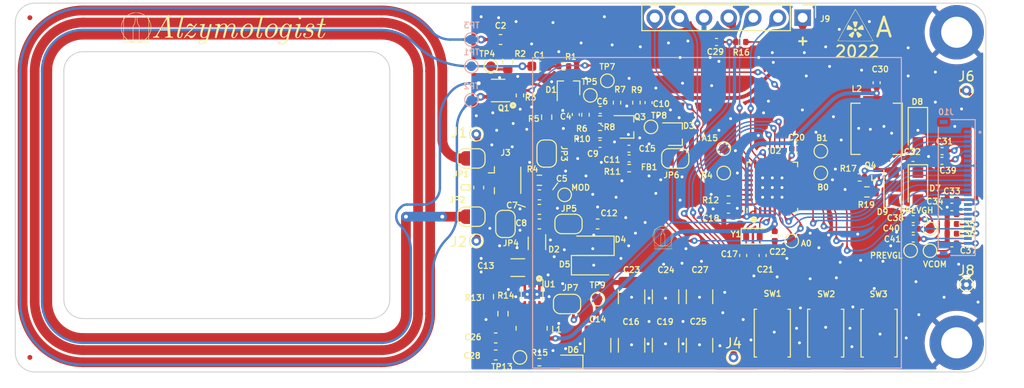
<source format=kicad_pcb>
(kicad_pcb (version 20211014) (generator pcbnew)
  (layers (0 "F.Cu" signal) (31 "B.Cu" signal) (34 "B.Paste" user) (35 "F.Paste" user) (36 "B.SilkS" user "B.Silkscreen") (37 "F.SilkS" user "F.Silkscreen") (38 "B.Mask" user) (39 "F.Mask" user) (44 "Edge.Cuts" user))
  (net 0 "")
  (net 1 "GND")
  (net 2 "Net-(C1-Pad2)")
  (net 3 "Net-(C2-Pad1)")
  (net 4 "Net-(C2-Pad2)")
  (net 5 "Net-(C3-Pad1)")
  (net 6 "Net-(C3-Pad2)")
  (net 7 "Net-(C4-Pad1)")
  (net 8 "/MOD")
  (net 9 "Net-(C6-Pad2)")
  (net 10 "Net-(C9-Pad2)")
  (net 11 "VCC")
  (net 12 "/DEM")
  (net 13 "Net-(C12-Pad1)")
  (net 14 "Net-(C12-Pad2)")
  (net 15 "/CAPS")
  (net 16 "Net-(C17-Pad2)")
  (net 17 "Net-(C21-Pad2)")
  (net 18 "/NRST")
  (net 19 "Net-(C31-Pad2)")
  (net 20 "Net-(C32-Pad1)")
  (net 21 "Net-(C32-Pad2)")
  (net 22 "Net-(C34-Pad2)")
  (net 23 "Net-(C35-Pad2)")
  (net 24 "Net-(C36-Pad2)")
  (net 25 "/VCOM")
  (net 26 "Net-(C38-Pad2)")
  (net 27 "Net-(C39-Pad2)")
  (net 28 "/PREVGH")
  (net 29 "/PREVGL")
  (net 30 "Net-(D1-Pad3)")
  (net 31 "Net-(D3-Pad1)")
  (net 32 "Net-(D3-Pad2)")
  (net 33 "Net-(D3-Pad3)")
  (net 34 "Net-(D6-Pad2)")
  (net 35 "/SWDIO")
  (net 36 "/SWDCK")
  (net 37 "/RX")
  (net 38 "/TX")
  (net 40 "/GDR")
  (net 41 "/RESE")
  (net 44 "/E_BUSY")
  (net 45 "/E_RES")
  (net 46 "/E_D{slash}C")
  (net 47 "/E_CS")
  (net 48 "/E_SCK")
  (net 49 "/E_SDI")
  (net 50 "Net-(JP1-Pad1)")
  (net 51 "Net-(JP3-Pad1)")
  (net 52 "Net-(JP7-Pad2)")
  (net 53 "Net-(L1-Pad1)")
  (net 54 "/ASK")
  (net 55 "Net-(R12-Pad2)")
  (net 56 "Net-(R13-Pad1)")
  (net 57 "/BTN1")
  (net 58 "/BTN2")
  (net 59 "/BTN3")
  (net 60 "Net-(TP10-Pad1)")
  (net 61 "Net-(TP11-Pad1)")
  (net 62 "Net-(TP12-Pad1)")
  (net 63 "Net-(TP14-Pad1)")
  (net 64 "Net-(TP15-Pad1)")
  (net 68 "Net-(Q1-Pad3)")
  (footprint "Diode_SMD:D_SOD-123F" (layer "F.Cu") (at 123.5 137)
    (fp_text reference "D5")
    (fp_text value "STPS0560Z")
  )
  (footprint "Resistor_SMD:R_0402_1005Metric" (layer "F.Cu") (at 124.25 122 180)
    (fp_text reference "R8")
    (fp_text value "47K")
  )
  (footprint "Resistor_SMD:R_0402_1005Metric" (layer "F.Cu") (at 128 120.25 -90)
    (fp_text reference "R9")
    (fp_text value "6.8K")
  )
  (footprint "Capacitor_SMD:C_0402_1005Metric" (layer "F.Cu") (at 156.5 125.95 180)
    (fp_text reference "C32")
    (fp_text value "4.7x25")
  )
  (footprint "Capacitor_SMD:C_1210_3225Metric" (layer "F.Cu") (at 124 145.25 90)
    (fp_text reference "C14")
    (fp_text value "47x16")
  )
  (footprint "TestPoint:TestPoint_Pad_D1.0mm" (layer "F.Cu") (at 124 140.5)
    (fp_text reference "TP9")
    (fp_text value "TestPoint")
  )
  (footprint "Resistor_SMD:R_0402_1005Metric" (layer "F.Cu") (at 124.25 123.5 180)
    (fp_text reference "R10")
    (fp_text value "47K")
  )
  (footprint "Capacitor_SMD:C_0603_1608Metric" (layer "F.Cu") (at 118 116.5)
    (fp_text reference "C1")
    (fp_text value "100")
  )
  (footprint "Capacitor_SMD:C_1210_3225Metric" (layer "F.Cu") (at 131 140.25 -90)
    (fp_text reference "C24")
    (fp_text value "47x16")
  )
  (footprint "TestPoint:TestPoint_THTPad_D1.0mm_Drill0.5mm" (layer "F.Cu") (at 111.5 134.5)
    (fp_text reference "J2")
    (fp_text value "E_ANT")
  )
  (footprint "TestPoint:TestPoint_Pad_D1.0mm" (layer "F.Cu") (at 156.25 135.5)
    (fp_text reference "PREVGL")
    (fp_text value "TestPoint")
  )
  (footprint "Jumper:SolderJumper-2_P1.3mm_Open_RoundedPad1.0x1.5mm" (layer "F.Cu") (at 132 126 180)
    (fp_text reference "JP6")
    (fp_text value "SolderJumper_2_Open")
  )
  (footprint "Resistor_SMD:R_0603_1608Metric" (layer "F.Cu") (at 114.25 142 90)
    (fp_text reference "R14")
    (fp_text value "*")
  )
  (footprint "Resistor_SMD:R_0402_1005Metric" (layer "F.Cu") (at 138.75 114)
    (fp_text reference "R16")
    (fp_text value "10K")
  )
  (footprint "SnapEDA Library:EVQ-P2202M" (layer "F.Cu") (at 142 144 90)
    (fp_text reference "SW1")
    (fp_text value "EVQ-P2202M")
  )
  (footprint "TestPoint:TestPoint_Pad_D1.0mm" (layer "F.Cu") (at 137 125)
    (fp_text reference "A15")
    (fp_text value "TestPoint")
  )
  (footprint "TestPoint:TestPoint_THTPad_D1.0mm_Drill0.5mm" (layer "F.Cu") (at 162 139)
    (fp_text reference "J8")
    (fp_text value "GND")
  )
  (footprint "Resistor_SMD:R_0603_1608Metric" (layer "F.Cu") (at 118.75 121.75 90)
    (fp_text reference "R5")
    (fp_text value "220")
  )
  (footprint "Capacitor_SMD:C_0402_1005Metric" (layer "F.Cu") (at 141 136 90)
    (fp_text reference "C21")
    (fp_text value "22")
  )
  (footprint "Capacitor_SMD:C_1210_3225Metric" (layer "F.Cu") (at 131 145.25 90)
    (fp_text reference "C19")
    (fp_text value "47x16")
  )
  (footprint "Jumper:SolderJumper-2_P1.3mm_Open_RoundedPad1.0x1.5mm" (layer "F.Cu") (at 118.75 125.5 -90)
    (fp_text reference "JP3")
    (fp_text value "SolderJumper_2_Open")
  )
  (footprint "Connector_PinHeader_2.54mm:PinHeader_1x07_P2.54mm_Vertical" (layer "F.Cu") (at 145.125 111.5 -90)
    (fp_text reference "J9")
    (fp_text value "SWD")
  )
  (footprint "Capacitor_SMD:C_0402_1005Metric" (layer "F.Cu") (at 160.5 131.75)
    (fp_text reference "C34")
    (fp_text value "1x50")
  )
  (footprint "Resistor_SMD:R_0402_1005Metric" (layer "F.Cu") (at 122.75 121.5 -90)
    (fp_text reference "R6")
    (fp_text value "100K")
  )
  (footprint "Capacitor_SMD:C_0603_1608Metric" (layer "F.Cu") (at 111.75 129 -90)
    (fp_text reference "C3")
    (fp_text value "NC")
  )
  (footprint "Capacitor_SMD:C_1210_3225Metric" (layer "F.Cu") (at 134.5 140.25 -90)
    (fp_text reference "C27")
    (fp_text value "47x16")
  )
  (footprint "Capacitor_SMD:C_0402_1005Metric" (layer "F.Cu") (at 124.25 124.5)
    (fp_text reference "C9")
    (fp_text value "22")
  )
  (footprint "Capacitor_SMD:C_0402_1005Metric" (layer "F.Cu") (at 127.23 125)
    (fp_text reference "C15")
    (fp_text value "100")
  )
  (footprint "Resistor_SMD:R_0603_1608Metric" (layer "F.Cu") (at 118 128.25)
    (fp_text reference "R4")
    (fp_text value "2.2")
  )
  (footprint "Capacitor_SMD:C_0603_1608Metric" (layer "F.Cu") (at 124 132.75 180)
    (fp_text reference "C12")
    (fp_text value "10x50")
  )
  (footprint "Inductor_SMD:L_0402_1005Metric" (layer "F.Cu") (at 129.235 126 180)
    (fp_text reference "FB1")
    (fp_text value "BLM15AG102SZ1D")
  )
  (footprint "Jumper:SolderJumper-2_P1.3mm_Open_RoundedPad1.0x1.5mm" (layer "F.Cu") (at 114.5 132.75 -90)
    (fp_text reference "JP4")
    (fp_text value "SolderJumper_2_Open")
  )
  (footprint "Inductor_SMD:L_Wuerth_MAPI-3015" (layer "F.Cu") (at 117.2 143.5 -90)
    (fp_text reference "L1")
    (fp_text value "2.2uH")
  )
  (footprint "MountingHole:MountingHole_3.2mm_M3_DIN965_Pad_TopBottom" (layer "F.Cu") (at 161 113)
    (fp_text reference "H1" hide)
    (fp_text value "MountingHole_Pad")
  )
  (footprint "TestPoint:TestPoint_Pad_D1.0mm" (layer "F.Cu") (at 137 127.5)
    (fp_text reference "B4")
    (fp_text value "TestPoint")
  )
  (footprint "Package_TO_SOT_SMD:SOT-323_SC-70" (layer "F.Cu") (at 127 122.75)
    (fp_text reference "Q3")
    (fp_text value "BC846W")
  )
  (footprint "Capacitor_SMD:C_0402_1005Metric" (layer "F.Cu") (at 160.5 134.75)
    (fp_text reference "C37")
    (fp_text value "1x50")
  )
  (footprint "Jumper:SolderJumper-2_P1.3mm_Open_RoundedPad1.0x1.5mm" (layer "F.Cu") (at 120.85 141 180)
    (fp_text reference "JP7")
    (fp_text value "SolderJumper_2_Open")
  )
  (footprint "Capacitor_SMD:C_0402_1005Metric" (layer "F.Cu") (at 139 136 90)
    (fp_text reference "C17")
    (fp_text value "22")
  )
  (footprint "Capacitor_SMD:C_0402_1005Metric" (layer "F.Cu") (at 127.25 126)
    (fp_text reference "C11")
    (fp_text value "22")
  )
  (footprint "MountingHole:MountingHole_3.2mm_M3_DIN965_Pad_TopBottom" (layer "F.Cu") (at 161 145)
    (fp_text reference "H2" hide)
    (fp_text value "MountingHole_Pad")
  )
  (footprint "Capacitor_SMD:C_1210_3225Metric" (layer "F.Cu") (at 127.5 145.25 90)
    (fp_text reference "C16")
    (fp_text value "47x16")
  )
  (footprint "Capacitor_SMD:C_0402_1005Metric" (layer "F.Cu") (at 159.5 125.25)
    (fp_text reference "C31")
    (fp_text value "4.7x25")
  )
  (footprint "TestPoint:TestPoint_THTPad_D1.0mm_Drill0.5mm" (layer "F.Cu") (at 138 146.5)
    (fp_text reference "J4")
    (fp_text value "HV OUT")
  )
  (footprint "Resistor_SMD:R_0402_1005Metric" (layer "F.Cu") (at 118 147)
    (fp_text reference "R15")
    (fp_text value "10K")
  )
  (footprint "Diode_SMD:D_SOD-123F" (layer "F.Cu") (at 157 128.85 -90)
    (fp_text reference "D7")
    (fp_text value "STPS0560Z")
  )
  (footprint "Package_TO_SOT_SMD:SOT-323_SC-70" (layer "F.Cu") (at 121 118.75 90)
    (fp_text reference "D1")
    (fp_text value "BAS70-04W")
  )
  (footprint "Resistor_SMD:R_0402_1005Metric" (layer "F.Cu") (at 127.25 127 180)
    (fp_text reference "R11")
    (fp_text value "100K")
  )
  (footprint "Diode_SMD:D_SOD-123F" (layer "F.Cu") (at 157 122.95 -90)
    (fp_text reference "D8")
    (fp_text value "STPS0560Z")
  )
  (footprint "Capacitor_SMD:C_0402_1005Metric" (layer "F.Cu") (at 160.5 133.75)
    (fp_text reference "C36")
    (fp_text value "4.7x25")
  )
  (footprint "Capacitor_SMD:C_1210_3225Metric" (layer "F.Cu") (at 127.5 140.25 -90)
    (fp_text reference "C23")
    (fp_text value "47x16")
  )
  (footprint "TestPoint:TestPoint_Pad_D1.0mm" (layer "F.Cu") (at 144 134.5)
    (fp_text reference "A0")
    (fp_text value "TestPoint")
  )
  (footprint "Capacitor_SMD:C_0603_1608Metric" (layer "F.Cu") (at 113.5 144.5 180)
    (fp_text reference "C26")
    (fp_text value "10uF")
  )
  (footprint "Resistor_SMD:R_0402_1005Metric" (layer "F.Cu") (at 137.49 130.25)
    (fp_text reference "R12")
    (fp_text value "10K")
  )
  (footprint "Capacitor_SMD:C_0402_1005Metric" (layer "F.Cu") (at 129.25 120.25 90)
    (fp_text reference "C10")
    (fp_text value "0.1uF")
  )
  (footprint "Capacitor_SMD:C_0402_1005Metric" (layer "F.Cu") (at 159.48 126.25)
    (fp_text reference "C39")
    (fp_text value "4.7x25")
  )
  (footprint "Connector_Coaxial:U.FL_Hirose_U.FL-R-SMT-1_Vertical" (layer "F.Cu") (at 114.25 128.25)
    (fp_text reference "J3")
    (fp_text value "UFL")
  )
  (footprint "Jumper:SolderJumper-2_P1.3mm_Open_RoundedPad1.0x1.5mm" (layer "F.Cu") (at 121 132.75)
    (fp_text reference "JP5")
    (fp_text value "SolderJumper_2_Open")
  )
  (footprint "Capacitor_SMD:C_0402_1005Metric" (layer "F.Cu") (at 124.27 121)
    (fp_text reference "C6")
    (fp_text value "470")
  )
  (footprint "Capacitor_SMD:C_0402_1005Metric" (layer "F.Cu") (at 136.25 114 180)
    (fp_text reference "C29")
    (fp_text value "0.1")
  )
  (footprint "TestPoint:TestPoint_Pad_D1.0mm" (layer "F.Cu") (at 147 127.5)
    (fp_text reference "B0")
    (fp_text value "TestPoint")
  )
  (footprint "Resistor_SMD:R_0603_1608Metric" (layer "F.Cu") (at 114.75 116 90)
    (fp_text reference "R2")
    (fp_text value "220")
  )
  (footprint "TestPoint:TestPoint_THTPad_D1.0mm_Drill0.5mm" (layer "F.Cu") (at 111.5 123.5)
    (fp_text reference "J1")
    (fp_text value "E_ANT")
  )
  (footprint "Capacitor_SMD:C_0402_1005Metric" (layer "F.Cu") (at 156.52 133.25 180)
    (fp_text reference "C40")
    (fp_text value "1x50")
  )
  (footprint "Capacitor_SMD:C_0402_1005Metric" (layer "F.Cu") (at 160.5 130.25)
    (fp_text reference "C33")
    (fp_text value "1x50")
  )
  (footprint "Resistor_SMD:R_0603_1608Metric" (layer "F.Cu") (at 112.75 140.25 90)
    (fp_text reference "R13")
    (fp_text value "*")
  )
  (footprint "Resistor_SMD:R_0402_1005Metric" (layer "F.Cu") (at 120.51 116.5 180)
    (fp_text reference "R1")
    (fp_text value "100")
  )
  (footprint "TestPoint:TestPoint_Pad_D1.0mm" (layer "F.Cu") (at 147 125.25)
    (fp_text reference "B1")
    (fp_text value "TestPoint")
  )
  (footprint "Package_DFN_QFN:Diodes_DFN1006-3" (layer "F.Cu") (at 152.75 127.55 90)
    (fp_text reference "Q4")
    (fp_text value "PMZB390UNE")
  )
  (footprint "TestPoint:TestPoint_Pad_D1.0mm" (layer "F.Cu") (at 158.25 135.5)
    (fp_text reference "VCOM")
    (fp_text value "TestPoint")
  )
  (footprint "Capacitor_SMD:C_0603_1608Metric" (layer "F.Cu") (at 114 113.75)
    (fp_text reference "C2")
    (fp_text value "100")
  )
  (footprint "TestPoint:TestPoint_THTPad_D1.0mm_Drill0.5mm" (layer "F.Cu") (at 162 119)
    (fp_text reference "J6")
    (fp_text value "3.3 OUT")
  )
  (footprint "TestPoint:TestPoint_Pad_D1.0mm" (layer "F.Cu") (at 113 116.5)
    (fp_text reference "TP4")
    (fp_text value "TestPoint")
  )
  (footprint "SnapEDA Library:Crystal_SMD_2012-2Pin_2.0x1.2mm" (layer "F.Cu") (at 140 134)
    (fp_text reference "Y1")
    (fp_text value "FC2012AN")
  )
  (footprint "Capacitor_SMD:C_0603_1608Metric" (layer "F.Cu") (at 113.5 146.25 180)
    (fp_text reference "C28")
    (fp_text value "10uF")
  )
  (footprint "Capacitor_SMD:C_0402_1005Metric" (layer "F.Cu") (at 160.5 132.75)
    (fp_text reference "C35")
    (fp_text value "4.7x25")
  )
  (footprint "Capacitor_SMD:C_0603_1608Metric" (layer "F.Cu") (at 118 131.25 180)
    (fp_text reference "C7")
    (fp_text value "33")
  )
  (footprint "Diode_SMD:D_SOD-123F" (layer "F.Cu") (at 123.5 135 180)
    (fp_text reference "D4")
    (fp_text value "STPS0560Z")
  )
  (footprint "SnapEDA Library:EVQ-P2202M" (layer "F.Cu") (at 147.5 144 90)
    (fp_text reference "SW2")
    (fp_text value "EVQ-P2202M")
  )
  (footprint "TestPoint:TestPoint_Pad_D1.0mm" (layer "F.Cu") (at 123.25 119.5)
    (fp_text reference "TP5")
    (fp_text value "TestPoint")
  )
  (footprint "Capacitor_SMD:C_0402_1005Metric" (layer "F.Cu") (at 152.75 118.2 90)
    (fp_text reference "C30")
    (fp_text value "0.1")
  )
  (footprint "Fiducial:Fiducial_0.5mm_Mask1.5mm" (layer "F.Cu") (at 65.5 111.5)
    (fp_text reference "FID1" hide)
    (fp_text value "Fiducial")
  )
  (footprint "Capacitor_SMD:C_0402_1005Metric" (layer "F.Cu") (at 144.48 125)
    (fp_text reference "C20")
    (fp_text value "0.1")
  )
  (footprint "TestPoint:TestPoint_Pad_D1.0mm" (layer "F.Cu") (at 125 118)
    (fp_text reference "TP7")
    (fp_text value "TestPoint")
  )
  (footprint "Resistor_SMD:R_0402_1005Metric" (layer "F.Cu") (at 116 119.51 -90)
    (fp_text reference "R3")
    (fp_text value "100K")
  )
  (footprint "Capacitor_SMD:C_0402_1005Metric" (layer "F.Cu") (at 137.48 132 180)
    (fp_text reference "C18")
    (fp_text value "0.1")
  )
  (footprint "Fiducial:Fiducial_0.5mm_Mask1.5mm" (layer "F.Cu") (at 65.5 146.5)
    (fp_text reference "FID2" hide)
    (fp_text value "Fiducial")
  )
  (footprint "Capacitor_SMD:C_0603_1608Metric" (layer "F.Cu") (at 118 129.75 180)
    (fp_text reference "C5")
    (fp_text value "47")
  )
  (footprint "Resistor_SMD:R_0402_1005Metric" (layer "F.Cu") (at 126 120.25 -90)
    (fp_text reference "R7")
    (fp_text value "100K")
  )
  (footprint "Package_TO_SOT_SMD:SOT-563" (layer "F.Cu") (at 117.75 134.75 -90)
    (fp_text reference "D2")
    (fp_text value "BAV99S")
  )
  (footprint "Capacitor_SMD:C_0402_1005Metric" (layer "F.Cu") (at 156.52 132.25)
    (fp_text reference "C38")
    (fp_text value "1x50")
  )
  (footprint "Jumper:SolderJumper-2_P1.3mm_Open_RoundedPad1.0x1.5mm" (layer "F.Cu") (at 111 132)
    (fp_text reference "JP2")
    (fp_text value "SolderJumper_2_Open")
  )
  (footprint "Package_DFN_QFN:QFN-32-1EP_5x5mm_P0.5mm_EP3.45x3.45mm" (layer "F.Cu") (at 142 129 90)
    (fp_text reference "U2")
    (fp_text value "STM32L432KCUx")
  )
  (footprint "SnapEDA Library:L_Vishay_IHLP-2020" (layer "F.Cu") (at 152.75 122.95 -90)
    (fp_text reference "L2")
    (fp_text value "10uH")
  )
  (footprint "Capacitor_SMD:C_0402_1005Metric" (layer "F.Cu") (at 142.25 134 -90)
    (fp_text reference "C22")
    (fp_text value "0.1")
  )
  (footprint "TestPoint:TestPoint_Pad_D1.0mm" (layer "F.Cu") (at 129.5 122.75)
    (fp_text reference "TP8")
    (fp_text value "TestPoint")
  )
  (footprint "LED_SMD:LED_0603_1608Metric" (layer "F.Cu") (at 121 147 180)
    (fp_text reference "D6")
    (fp_text value "LED")
  )
  (footprint "Fiducial:Fiducial_0.5mm_Mask1.5mm" (layer "F.Cu") (at 156.5 146.5)
    (fp_text reference "FID4" hide)
    (fp_text value "Fiducial")
  )
  (footprint "Resistor_SMD:R_0402_1005Metric" (layer "F.Cu") (at 151 127.95 180)
    (fp_text reference "R17")
    (fp_text value "100K")
  )
  (footprint "TestPoint:TestPoint_Pad_D1.0mm" (layer "F.Cu") (at 158.25 133.25)
    (fp_text reference "PREVGH")
    (fp_text value "TestPoint")
  )
  (footprint "Diode_SMD:D_SOD-123F" (layer "F.Cu") (at 154.5 128.85 90)
    (fp_text reference "D9")
    (fp_text value "STPS0560Z")
  )
  (footprint "Package_SON:WSON-8-1EP_2x2mm_P0.5mm_EP0.9x1.6mm_ThermalVias" (layer "F.Cu") (at 117.25 140 -90)
    (fp_text reference "U1")
    (fp_text value "TPS62171DSG")
  )
  (footprint "Capacitor_SMD:C_0402_1005Metric" (layer "F.Cu") (at 121.75 121.48 -90)
    (fp_text reference "C4")
    (fp_text value "22")
  )
  (footprint "TestPoint:TestPoint_Pad_D1.0mm" (layer "F.Cu") (at 120.6 129.75)
    (fp_text reference "MOD")
    (fp_text value "TestPoint")
  )
  (footprint "TestPoint:TestPoint_Pad_D1.0mm" (layer "F.Cu") (at 116 146.5)
    (fp_text reference "TP13")
    (fp_text value "TestPoint")
  )
  (footprint "Package_TO_SOT_SMD:SOT-363_SC-70-6" (layer "F.Cu") (at 113.75 119 180)
    (fp_text reference "Q1")
    (fp_text value "SSM6N36TU")
  )
  (footprint "Capacitor_SMD:C_1210_3225Metric" (layer "F.Cu") (at 134.5 145.25 90)
    (fp_text reference "C25")
    (fp_text value "47x16")
  )
  (footprint "Capacitor_SMD:C_0402_1005Metric" (layer "F.Cu") (at 156.52 134.25 180)
    (fp_text reference "C41")
    (fp_text value "1x50")
  )
  (footprint "Fiducial:Fiducial_0.5mm_Mask1.5mm" (layer "F.Cu") (at 156.5 111.5)
    (fp_text reference "FID3" hide)
    (fp_text value "Fiducial")
  )
  (footprint "Capacitor_SMD:C_0603_1608Metric" (layer "F.Cu") (at 118 132.75 180)
    (fp_text reference "C8")
    (fp_text value "100")
  )
  (footprint "Jumper:SolderJumper-2_P1.3mm_Open_RoundedPad1.0x1.5mm" (layer "F.Cu") (at 111 126)
    (fp_text reference "JP1")
    (fp_text value "SolderJumper_2_Open")
  )
  (footprint "Resistor_SMD:R_0603_1608Metric" (layer "F.Cu") (at 151.75 129.45 180)
    (fp_text reference "R19")
    (fp_text value "0.47R")
  )
  (footprint "Package_TO_SOT_SMD:SOT-323_SC-70" (layer "F.Cu") (at 132 123.5)
    (fp_text reference "D3")
    (fp_text value "BAS70-04W")
  )
  (footprint "SnapEDA Library:EVQ-P2202M" (layer "F.Cu") (at 153 144 90)
    (fp_text reference "SW3")
    (fp_text value "EVQ-P2202M")
  )
  (footprint "Capacitor_SMD:C_1206_3216Metric" (layer "F.Cu") (at 115.775 137.25)
    (fp_text reference "C13")
    (fp_text value "10x50")
  )
  (footprint "TestPoint:TestPoint_Pad_D1.0mm" (layer "B.Cu") (at 111 113.75 180)
    (fp_text reference "TP3")
    (fp_text value "TestPoint")
  )
  (footprint "SnapEDA Library:HRS_FH34SRJ-24S-0.5SH(99)" (layer "B.Cu") (at 161 129 90)
    (fp_text reference "J10")
    (fp_text value "E2154CS0C1")
  )
  (footprint "TestPoint:TestPoint_Pad_D1.0mm" (layer "B.Cu") (at 111 116.5 180)
    (fp_text reference "TP1")
    (fp_text value "TestPoint")
  )
  (footprint "TestPoint:TestPoint_Pad_D1.0mm" (layer "B.Cu") (at 111 120 180)
    (fp_text reference "TP2")
    (fp_text value "TestPoint")
  )
  (gr_rect (start 155.3 115.6) (end 117.3 147.6) (layer "B.SilkS") (width 0.12) (fill none))
  (gr_line (start 130.605994 133.773119) (end 130.609308 133.767486) (layer "F.SilkS") (width 0.03))
  (gr_line (start 130.656044 133.313478) (end 130.657651 133.30991) (layer "F.SilkS") (width 0.03))
  (gr_line (start 130.514452 135.001086) (end 130.514452 133.90771) (layer "F.SilkS") (width 0.03))
  (gr_line (start 130.66284 133.302613) (end 130.664112 133.301512) (layer "F.SilkS") (width 0.03))
  (gr_line (start 130.669961 133.399686) (end 130.668814 133.397477) (layer "F.SilkS") (width 0.03))
  (gr_line (start 130.515502 133.893735) (end 130.516767 133.887229) (layer "F.SilkS") (width 0.03))
  (gr_line (start 130.779859 133.417765) (end 130.832776 133.735265) (layer "F.SilkS") (width 0.03))
  (gr_line (start 130.673477 133.417765) (end 130.67374 133.415457) (layer "F.SilkS") (width 0.03))
  (gr_line (start 130.62056 133.735265) (end 130.673477 133.417765) (layer "F.SilkS") (width 0.03))
  (gr_poly (pts (xy 88.054964 112.1056) (xy 88.068794 112.106034) (xy 88.082038 112.106701) (xy 88.094762 112.107613) (xy 88.107029 112.108781) (xy 88.118906 112.110218) (xy 88.130458 112.111935) (xy 88.141748 112.113943) (xy 88.152844 112.116254) (xy 88.163809 112.118879) (xy 88.174709 112.121832) (xy 88.18561 112.125122) (xy 88.196575 112.128761) (xy 88.20767 112.132762) (xy 88.218961 112.137136) (xy 88.239429 112.146044) (xy 88.259524 112.156264) (xy 88.279195 112.16774) (xy 88.298394 112.18042) (xy 88.317068 112.194251) (xy 88.335167 112.209178) (xy 88.352642 112.225149) (xy 88.369442 112.242109) (xy 88.385516 112.260006) (xy 88.400815 112.278786) (xy 88.415287 112.298396) (xy 88.428882 112.318781) (xy 88.44155 112.339888) (xy 88.453241 112.361665) (xy 88.463904 112.384057) (xy 88.473489 112.407011) (xy 88.485354 112.441328) (xy 88.495162 112.477281) (xy 88.502927 112.514681) (xy 88.508662 112.553342) (xy 88.512382 112.593076) (xy 88.514101 112.633695) (xy 88.513832 112.675011) (xy 88.511589 112.716838) (xy 88.507387 112.758987) (xy 88.501239 112.801271) (xy 88.49316 112.843502) (xy 88.483163 112.885493) (xy 88.471262 112.927056) (xy 88.457471 112.968004) (xy 88.441805 113.008149) (xy 88.424276 113.047303) (xy 88.402884 113.089116) (xy 88.379116 113.130491) (xy 88.353165 113.171237) (xy 88.325224 113.211162) (xy 88.295484 113.250077) (xy 88.264138 113.28779) (xy 88.231379 113.324111) (xy 88.197397 113.35885) (xy 88.162386 113.391814) (xy 88.126538 113.422815) (xy 88.090046 113.45166) (xy 88.0531 113.47816) (xy 88.015894 113.502124) (xy 87.978619 113.52336) (xy 87.941469 113.541679) (xy 87.904635 113.55689) (xy 87.878457 113.566168) (xy 87.854157 113.573865) (xy 87.842462 113.577169) (xy 87.830937 113.580135) (xy 87.819482 113.582784) (xy 87.807996 113.585134) (xy 87.79638 113.587206) (xy 87.784534 113.589017) (xy 87.772358 113.590589) (xy 87.759751 113.591939) (xy 87.732847 113.594055) (xy 87.703023 113.595519) (xy 87.671978 113.596321) (xy 87.65787 113.596412) (xy 87.644566 113.59628) (xy 87.631964 113.595912) (xy 87.619958 113.595296) (xy 87.608445 113.59442) (xy 87.597322 113.59327) (xy 87.586484 113.591836) (xy 87.575827 113.590104) (xy 87.565247 113.588061) (xy 87.554642 113.585697) (xy 87.543906 113.582997) (xy 87.532936 113.57995) (xy 87.521628 113.576544) (xy 87.509878 113.572765) (xy 87.484056 113.563211) (xy 87.458831 113.551671) (xy 87.434277 113.53823) (xy 87.410469 113.522974) (xy 87.387483 113.505988) (xy 87.365393 113.487356) (xy 87.344276 113.467166) (xy 87.324206 113.445501) (xy 87.305258 113.422446) (xy 87.287508 113.398088) (xy 87.271031 113.372512) (xy 87.255902 113.345802) (xy 87.242196 113.318045) (xy 87.229988 113.289324) (xy 87.219354 113.259726) (xy 87.210369 113.229336) (xy 87.205956 113.212245) (xy 87.202555 113.197181) (xy 87.200035 113.182502) (xy 87.19977 113.180122) (xy 87.432169 113.180122) (xy 87.432618 113.202878) (xy 87.433617 113.226037) (xy 87.435047 113.247755) (xy 87.436946 113.268128) (xy 87.439349 113.287255) (xy 87.442291 113.305231) (xy 87.445809 113.322154) (xy 87.449937 113.33812) (xy 87.454712 113.353227) (xy 87.460168 113.367571) (xy 87.466343 113.381249) (xy 87.473271 113.394358) (xy 87.480988 113.406995) (xy 87.48953 113.419257) (xy 87.498932 113.431241) (xy 87.50923 113.443043) (xy 87.52046 113.454761) (xy 87.52947 113.463542) (xy 87.538113 113.471461) (xy 87.546496 113.478557) (xy 87.554723 113.484874) (xy 87.562902 113.490453) (xy 87.571136 113.495335) (xy 87.579531 113.499564) (xy 87.588193 113.50318) (xy 87.597227 113.506225) (xy 87.606739 113.508742) (xy 87.616833 113.510772) (xy 87.627616 113.512358) (xy 87.639193 113.51354) (xy 87.651669 113.514361) (xy 87.665149 113.514862) (xy 87.679739 113.515086) (xy 87.69712 113.514974) (xy 87.711927 113.51459) (xy 87.718538 113.514272) (xy 87.724713 113.513858) (xy 87.73052 113.513339) (xy 87.736029 113.512705) (xy 87.741308 113.511947) (xy 87.746427 113.511055) (xy 87.751455 113.510021) (xy 87.75646 113.508835) (xy 87.761511 113.507488) (xy 87.766678 113.50597) (xy 87.77203 113.504273) (xy 87.777635 113.502386) (xy 87.787462 113.498923) (xy 87.797114 113.49527) (xy 87.806616 113.491411) (xy 87.815991 113.487329) (xy 87.825264 113.483009) (xy 87.834459 113.478434) (xy 87.8436 113.473587) (xy 87.852711 113.468453) (xy 87.861815 113.463015) (xy 87.870937 113.457257) (xy 87.880101 113.451162) (xy 87.889331 113.444715) (xy 87.898651 113.437899) (xy 87.908084 113.430697) (xy 87.917656 113.423094) (xy 87.92739 113.415073) (xy 87.953949 113.391498) (xy 87.97965 113.365621) (xy 88.00449 113.33745) (xy 88.028468 113.306991) (xy 88.051581 113.27425) (xy 88.073827 113.239233) (xy 88.095203 113.201946) (xy 88.115707 113.162396) (xy 88.135336 113.120589) (xy 88.154089 113.076531) (xy 88.171963 113.030228) (xy 88.188955 112.981686) (xy 88.205064 112.930912) (xy 88.220287 112.877911) (xy 88.234621 112.822691) (xy 88.248065 112.765257) (xy 88.259092 112.711158) (xy 88.267573 112.659416) (xy 88.270863 112.634441) (xy 88.273519 112.61007) (xy 88.275543 112.586307) (xy 88.276937 112.563157) (xy 88.277702 112.540624) (xy 88.277838 112.518714) (xy 88.277347 112.497432) (xy 88.27623 112.476781) (xy 88.274488 112.456768) (xy 88.272123 112.437396) (xy 88.269136 112.41867) (xy 88.265527 112.400595) (xy 88.261298 112.383176) (xy 88.25645 112.366417) (xy 88.250984 112.350324) (xy 88.244902 112.334901) (xy 88.238204 112.320152) (xy 88.230892 112.306083) (xy 88.222966 112.292699) (xy 88.214429 112.280003) (xy 88.205281 112.268001) (xy 88.195523 112.256697) (xy 88.185157 112.246097) (xy 88.174183 112.236205) (xy 88.162604 112.227025) (xy 88.150419 112.218564) (xy 88.13763 112.210824) (xy 88.124239 112.203811) (xy 88.113607 112.198849) (xy 88.10882 112.196785) (xy 88.104271 112.194972) (xy 88.099875 112.193392) (xy 88.095544 112.192026) (xy 88.091192 112.190853) (xy 88.086735 112.189854) (xy 88.082085 112.189011) (xy 88.077157 112.188303) (xy 88.071865 112.187711) (xy 88.066122 112.187217) (xy 88.052942 112.18644) (xy 88.036927 112.185819) (xy 88.025507 112.185618) (xy 88.014796 112.185625) (xy 88.004697 112.185861) (xy 87.995114 112.186349) (xy 87.98595 112.187109) (xy 87.977107 112.188163) (xy 87.968489 112.189534) (xy 87.959999 112.191243) (xy 87.95154 112.193312) (xy 87.943015 112.195762) (xy 87.934327 112.198615) (xy 87.92538 112.201893) (xy 87.916076 112.205617) (xy 87.906319 112.20981) (xy 87.896011 112.214492) (xy 87.885056 112.219686) (xy 87.87463 112.224796) (xy 87.864549 112.23003) (xy 87.854763 112.235425) (xy 87.84522 112.241018) (xy 87.83587 112.246847) (xy 87.82666 112.252949) (xy 87.81754 112.259361) (xy 87.80846 112.26612) (xy 87.799366 112.273264) (xy 87.79021 112.28083) (xy 87.780938 112.288854) (xy 87.771501 112.297374) (xy 87.761846 112.306428) (xy 87.751923 112.316052) (xy 87.731068 112.337161) (xy 87.712722 112.356981) (xy 87.694975 112.377772) (xy 87.677806 112.399578) (xy 87.661194 112.42244) (xy 87.645119 112.446399) (xy 87.629559 112.471497) (xy 87.614494 112.497777) (xy 87.599902 112.52528) (xy 87.585763 112.554048) (xy 87.572055 112.584123) (xy 87.558759 112.615546) (xy 87.545852 112.648361) (xy 87.533315 112.682607) (xy 87.521125 112.718328) (xy 87.509263 112.755566) (xy 87.497707 112.794361) (xy 87.479869 112.858557) (xy 87.465138 112.916904) (xy 87.458885 112.944213) (xy 87.453346 112.970453) (xy 87.448501 112.995754) (xy 87.444327 113.020249) (xy 87.440804 113.044068) (xy 87.437912 113.067342) (xy 87.435628 113.090202) (xy 87.433933 113.112779) (xy 87.432806 113.135204) (xy 87.432225 113.157608) (xy 87.432169 113.180122) (xy 87.19977 113.180122) (xy 87.198264 113.166564) (xy 87.197114 113.147723) (xy 87.196454 113.124338) (xy 87.196153 113.094763) (xy 87.196082 113.057357) (xy 87.196246 113.009891) (xy 87.197297 112.969135) (xy 87.19823 112.950734) (xy 87.199476 112.933364) (xy 87.201065 112.91681) (xy 87.203026 112.900856) (xy 87.205391 112.885286) (xy 87.208189 112.869885) (xy 87.21145 112.854438) (xy 87.215206 112.838728) (xy 87.219485 112.822541) (xy 87.224318 112.805662) (xy 87.235769 112.768961) (xy 87.245016 112.742102) (xy 87.255103 112.71549) (xy 87.266038 112.689115) (xy 87.277829 112.662962) (xy 87.290486 112.637021) (xy 87.304016 112.611278) (xy 87.318428 112.585721) (xy 87.333731 112.560337) (xy 87.349933 112.535115) (xy 87.367043 112.510041) (xy 87.385068 112.485104) (xy 87.404019 112.460291) (xy 87.423903 112.43559) (xy 87.444728 112.410988) (xy 87.466504 112.386473) (xy 87.489239 112.362032) (xy 87.512577 112.338194) (xy 87.536514 112.315322) (xy 87.560992 112.293449) (xy 87.585953 112.272611) (xy 87.611338 112.252843) (xy 87.637091 112.234179) (xy 87.663151 112.216655) (xy 87.689462 112.200305) (xy 87.715966 112.185165) (xy 87.742603 112.171268) (xy 87.769317 112.158651) (xy 87.796048 112.147347) (xy 87.822739 112.137393) (xy 87.849332 112.128821) (xy 87.875768 112.121669) (xy 87.901989 112.115969) (xy 87.925603 112.111207) (xy 87.935252 112.109272) (xy 87.941676 112.108032) (xy 87.945291 112.107636) (xy 87.951541 112.107246) (xy 87.970582 112.106511) (xy 87.996073 112.105874) (xy 88.025285 112.105386)) (layer "F.SilkS") (width 0) (fill solid))
  (gr_line (start 130.67377 133.413165) (end 130.673583 133.410887) (layer "F.SilkS") (width 0.03))
  (gr_line (start 130.80618 133.347417) (end 130.806806 133.349633) (layer "F.SilkS") (width 0.03))
  (gr_line (start 129.86412 135.023332) (end 129.86412 133.298237) (layer "F.SilkS") (width 0.03))
  (gr_line (start 130.668814 133.397477) (end 130.667564 133.395277) (layer "F.SilkS") (width 0.03))
  (gr_line (start 129.969178 134.688065) (end 129.937014 134.650934) (layer "F.SilkS") (width 0.03))
  (gr_line (start 130.805276 133.344435) (end 130.80618 133.347417) (layer "F.SilkS") (width 0.03))
  (gr_line (start 130.790496 133.302613) (end 130.791685 133.303848) (layer "F.SilkS") (width 0.03))
  (gr_line (start 130.89065 133.821088) (end 130.899878 133.83001) (layer "F.SilkS") (width 0.03))
  (gr_line (start 130.930193 133.869369) (end 130.932716 133.875068) (layer "F.SilkS") (width 0.03))
  (gr_poly (pts (xy 131.668304 135.162401) (xy 131.669201 135.162456) (xy 131.670037 135.162547) (xy 131.67081 135.162675) (xy 131.671522 135.16284) (xy 131.672171 135.163041) (xy 131.672759 135.163279) (xy 131.673285 135.163553) (xy 131.673525 135.163704) (xy 131.673749 135.163864) (xy 131.673958 135.164033) (xy 131.674151 135.164211) (xy 131.674329 135.164398) (xy 131.674492 135.164595) (xy 131.674639 135.164801) (xy 131.67477 135.165015) (xy 131.674886 135.165239) (xy 131.674987 135.165472) (xy 131.675072 135.165715) (xy 131.675141 135.165966) (xy 131.675196 135.166226) (xy 131.675234 135.166496) (xy 131.675258 135.166775) (xy 131.675265 135.167063) (xy 131.67521 135.168006) (xy 131.675046 135.169307) (xy 131.674388 135.17298) (xy 131.673291 135.178082) (xy 131.671755 135.184613) (xy 131.669781 135.192572) (xy 131.667368 135.20196) (xy 131.664516 135.212777) (xy 131.661225 135.225023) (xy 131.690745 135.225023) (xy 131.691661 135.225041) (xy 131.692517 135.225096) (xy 131.693314 135.225187) (xy 131.694053 135.225315) (xy 131.694732 135.22548) (xy 131.695352 135.225681) (xy 131.695913 135.225919) (xy 131.696415 135.226193) (xy 131.696644 135.226344) (xy 131.696858 135.226503) (xy 131.697057 135.226673) (xy 131.697242 135.226851) (xy 131.697412 135.227038) (xy 131.697567 135.227235) (xy 131.697707 135.22744) (xy 131.697833 135.227655) (xy 131.697943 135.227879) (xy 131.698039 135.228112) (xy 131.698121 135.228354) (xy 131.698187 135.228606) (xy 131.698239 135.228866) (xy 131.698276 135.229136) (xy 131.698298 135.229415) (xy 131.698305 135.229703) (xy 131.698294 135.230188) (xy 131.69826 135.230653) (xy 131.698204 135.231099) (xy 131.698125 135.231525) (xy 131.698024 135.231932) (xy 131.6979 135.232318) (xy 131.697754 135.232685) (xy 131.697585 135.233033) (xy 131.697394 135.23336) (xy 131.69718 135.233668) (xy 131.696944 135.233957) (xy 131.696685 135.234225) (xy 131.696404 135.234474) (xy 131.6961 135.234703) (xy 131.695774 135.234913) (xy 131.695425 135.235103) (xy 131.695048 135.235233) (xy 131.694638 135.235356) (xy 131.694193 135.23547) (xy 131.693715 135.235575) (xy 131.693203 135.235672) (xy 131.692658 135.235761) (xy 131.692078 135.235841) (xy 131.691465 135.235913) (xy 131.690818 135.235976) (xy 131.690138 135.236031) (xy 131.688675 135.236115) (xy 131.687078 135.236166) (xy 131.685345 135.236183) (xy 131.668785 135.236183) (xy 131.665568 135.236025) (xy 131.662755 135.235913) (xy 131.660348 135.235845) (xy 131.658345 135.235823) (xy 131.658159 135.236408) (xy 131.657963 135.237083) (xy 131.657754 135.237848) (xy 131.657535 135.238703) (xy 131.657304 135.239648) (xy 131.657063 135.240683) (xy 131.656809 135.241808) (xy 131.656545 135.243023) (xy 131.656028 135.245363) (xy 131.655555 135.247343) (xy 131.655336 135.248198) (xy 131.655128 135.248963) (xy 131.654931 135.249638) (xy 131.654745 135.250223) (xy 131.633145 135.337702) (xy 131.632217 135.341691) (xy 131.631413 135.345375) (xy 131.630732 135.348756) (xy 131.630175 135.351832) (xy 131.629742 135.354606) (xy 131.629433 135.357075) (xy 131.629247 135.359241) (xy 131.629185 135.361102) (xy 131.629225 135.362846) (xy 131.629343 135.364477) (xy 131.62954 135.365996) (xy 131.629815 135.367402) (xy 131.63017 135.368696) (xy 131.630603 135.369877) (xy 131.630849 135.370426) (xy 131.631115 135.370946) (xy 131.6314 135.371438) (xy 131.631705 135.371902) (xy 131.63203 135.372338) (xy 131.632375 135.372746) (xy 131.632739 135.373126) (xy 131.633123 135.373477) (xy 131.633526 135.373801) (xy 131.63395 135.374096) (xy 131.634393 135.374363) (xy 131.634855 135.374602) (xy 131.635338 135.374813) (xy 131.63584 135.374996) (xy 131.636361 135.375151) (xy 131.636903 135.375277) (xy 131.637464 135.375376) (xy 131.638045 135.375446) (xy 131.638645 135.375488) (xy 131.639265 135.375502) (xy 131.640745 135.375457) (xy 131.642214 135.375322) (xy 131.643673 135.375097) (xy 131.645121 135.374782) (xy 131.646558 135.374377) (xy 131.647985 135.373882) (xy 131.649402 135.373297) (xy 131.650808 135.372622) (xy 131.652203 135.371857) (xy 131.653588 135.371002) (xy 131.654962 135.370057) (xy 131.656326 135.369022) (xy 131.657679 135.367897) (xy 131.659022 135.366682) (xy 131.660354 135.365377) (xy 131.661675 135.363982) (xy 131.662986 135.362497) (xy 131.664287 135.360922) (xy 131.665577 135.359257) (xy 131.666856 135.357502) (xy 131.669383 135.353722) (xy 131.671868 135.349582) (xy 131.67431 135.345082) (xy 131.676711 135.340222) (xy 131.679069 135.335002) (xy 131.681385 135.329422) (xy 131.681621 135.328856) (xy 131.68188 135.328326) (xy 131.682018 135.328074) (xy 131.682161 135.327832) (xy 131.682311 135.327599) (xy 131.682465 135.327375) (xy 131.682626 135.32716) (xy 131.682791 135.326955) (xy 131.682963 135.326758) (xy 131.68314 135.326571) (xy 131.683323 135.326392) (xy 131.683511 135.326223) (xy 131.683706 135.326063) (xy 131.683905 135.325913) (xy 131.684111 135.325771) (xy 131.684321 135.325638) (xy 131.684538 135.325515) (xy 131.68476 135.325401) (xy 131.684988 135.325296) (xy 131.685221 135.3252) (xy 131.685461 135.325113) (xy 131.685705 135.325035) (xy 131.685956 135.324967) (xy 131.686211 135.324907) (xy 131.686473 135.324857) (xy 131.68674 135.324816) (xy 131.687013 135.324784) (xy 131.687291 135.324761) (xy 131.687865 135.324743) (xy 131.688432 135.324758) (xy 131.688962 135.324804) (xy 131.689456 135.324882) (xy 131.689689 135.324932) (xy 131.689913 135.32499) (xy 131.690127 135.325056) (xy 131.690333 135.325129) (xy 131.69053 135.32521) (xy 131.690717 135.325299) (xy 131.690895 135.325396) (xy 131.691064 135.3255) (xy 131.691224 135.325613) (xy 131.691375 135.325733) (xy 131.691517 135.32586) (xy 131.691649 135.325995) (xy 131.691773 135.326139) (xy 131.691887 135.326289) (xy 131.691992 135.326448) (xy 131.692088 135.326614) (xy 131.692175 135.326788) (xy 131.692253 135.32697) (xy 131.692321 135.327159) (xy 131.692381 135.327357) (xy 131.692431 135.327562) (xy 131.692472 135.327774) (xy 131.692504 135.327995) (xy 131.692527 135.328223) (xy 131.692541 135.328459) (xy 131.692545 135.328703) (xy 131.692482 135.329968) (xy 131.692292 135.331335) (xy 131.691976 135.332803) (xy 131.691533 135.334372) (xy 131.690963 135.336043) (xy 131.690267 135.337815) (xy 131.689444 135.339688) (xy 131.688495 135.341662) (xy 131.687419 135.343738) (xy 131.686217 135.345915) (xy 131.684888 135.348193) (xy 131.683433 135.350572) (xy 131.681851 135.353053) (xy 131.680142 135.355635) (xy 131.678307 135.358318) (xy 131.676345 135.361102) (xy 131.674298 135.363849) (xy 131.672205 135.366418) (xy 131.670068 135.36881) (xy 131.667885 135.371025) (xy 131.665658 135.373063) (xy 131.663385 135.374923) (xy 131.661068 135.376606) (xy 131.658705 135.378112) (xy 131.656298 135.379441) (xy 131.653845 135.380593) (xy 131.651348 135.381568) (xy 131.648805 135.382365) (xy 131.646218 135.382985) (xy 131.643585 135.383428) (xy 131.640908 135.383694) (xy 131.638185 135.383782) (xy 131.636495 135.383747) (xy 131.634844 135.383642) (xy 131.633232 135.383466) (xy 131.63166 135.38322) (xy 131.630128 135.382904) (xy 131.628634 135.382517) (xy 131.62718 135.38206) (xy 131.625765 135.381533) (xy 131.62439 135.380935) (xy 131.623054 135.380267) (xy 131.621758 135.379529) (xy 131.6205 135.37872) (xy 131.619283 135.377841) (xy 131.618104 135.376892) (xy 131.616965 135.375872) (xy 131.615865 135.374783) (xy 131.614863 135.373594) (xy 131.613925 135.372369) (xy 131.613051 135.371108) (xy 131.612243 135.36981) (xy 131.611499 135.368476) (xy 131.61082 135.367104) (xy 131.610205 135.365697) (xy 131.609655 135.364253) (xy 131.60917 135.362772) (xy 131.60875 135.361254) (xy 131.608394 135.359701) (xy 131.608103 135.35811) (xy 131.607876 135.356483) (xy 131.607715 135.354819) (xy 131.607618 135.353119) (xy 131.607585 135.351383) (xy 131.607625 135.349481) (xy 131.607743 135.347558) (xy 131.60794 135.345611) (xy 131.608215 135.343643) (xy 131.60857 135.341651) (xy 131.609003 135.339637) (xy 131.609515 135.337601) (xy 131.610105 135.335542) (xy 131.634945 135.235823) (xy 131.605785 135.235823) (xy 131.604826 135.235804) (xy 131.603929 135.235749) (xy 131.603094 135.235658) (xy 131.60232 135.23553) (xy 131.601609 135.235366) (xy 131.600959 135.235164) (xy 131.600371 135.234927) (xy 131.599845 135.234653) (xy 131.599605 135.234502) (xy 131.599381 135.234342) (xy 131.599172 135.234173) (xy 131.598979 135.233994) (xy 131.598801 135.233807) (xy 131.598639 135.233611) (xy 131.598492 135.233405) (xy 131.59836 135.23319) (xy 131.598244 135.232966) (xy 131.598144 135.232733) (xy 131.598059 135.232491) (xy 131.597989 135.23224) (xy 131.597935 135.231979) (xy 131.597896 135.231709) (xy 131.597873 135.231431) (xy 131.597865 135.231143) (xy 131.597873 135.230766) (xy 131.597896 135.230402) (xy 131.597935 135.230049) (xy 131.597989 135.229709) (xy 131.598059 135.22938) (xy 131.598144 135.229063) (xy 131.598244 135.228758) (xy 131.59836 135.228466) (xy 131.598492 135.228185) (xy 131.598639 135.227916) (xy 131.598801 135.227659) (xy 131.598979 135.227414) (xy 131.599172 135.227181) (xy 131.599381 135.226959) (xy 131.599605 135.22675) (xy 131.599845 135.226553) (xy 131.6001 135.226368) (xy 131.600371 135.226194) (xy 131.600657 135.226033) (xy 131.600959 135.225884) (xy 131.601276 135.225746) (xy 131.601609 135.225621) (xy 131.601957 135.225507) (xy 131.60232 135.225406) (xy 131.602699 135.225316) (xy 131.603094 135.225238) (xy 131.603504 135.225172) (xy 131.603929 135.225119) (xy 131.60437 135.225077) (xy 131.604826 135.225047) (xy 131.605298 135.225029) (xy 131.605785 135.225023) (xy 131.611185 135.225023) (xy 131.612873 135.224865) (xy 131.614335 135.224753) (xy 131.615573 135.224685) (xy 131.616107 135.224669) (xy 131.616585 135.224663) (xy 131.618588 135.224685) (xy 131.620995 135.224753) (xy 131.623808 135.224865) (xy 131.627025 135.225023) (xy 131.637825 135.225023) (xy 131.650785 135.172823) (xy 131.65128 135.170888) (xy 131.651685 135.169403) (xy 131.651854 135.168829) (xy 131.652 135.168368) (xy 131.652124 135.168019) (xy 131.652225 135.167783) (xy 131.652273 135.167645) (xy 131.652326 135.167502) (xy 131.65245 135.167198) (xy 131.652596 135.166872) (xy 131.652765 135.166523) (xy 131.652956 135.166152) (xy 131.65317 135.165758) (xy 131.653406 135.165342) (xy 131.653665 135.164903) (xy 131.653802 135.164641) (xy 131.653941 135.164397) (xy 131.654083 135.164169) (xy 131.654228 135.163958) (xy 131.654375 135.163764) (xy 131.654526 135.163587) (xy 131.654679 135.163426) (xy 131.654835 135.163283) (xy 131.654994 135.163156) (xy 131.655156 135.163047) (xy 131.65532 135.162954) (xy 131.655488 135.162878) (xy 131.655658 135.162819) (xy 131.655831 135.162777) (xy 131.656007 135.162751) (xy 131.656185 135.162743) (xy 131.656652 135.162659) (xy 131.657153 135.162585) (xy 131.657687 135.162524) (xy 131.658255 135.162473) (xy 131.658857 135.162434) (xy 131.659493 135.162405) (xy 131.660162 135.162389) (xy 131.660865 135.162383) (xy 131.667345 135.162383)) (layer "F.SilkS") (width 0) (fill solid))
  (gr_line (start 131.377602 133.210346) (end 131.414733 133.24251) (layer "F.SilkS") (width 0.03))
  (gr_line (start 131.703993 134.304307) (end 131.687905 134.351856) (layer "F.SilkS") (width 0.03))
  (gr_line (start 130.536473 133.848601) (end 130.540456 133.843804) (layer "F.SilkS") (width 0.03))
  (gr_poly (pts (xy 90.584381 112.1056) (xy 90.598211 112.106034) (xy 90.611455 112.106701) (xy 90.624178 112.107613) (xy 90.636446 112.108781) (xy 90.648323 112.110218) (xy 90.659874 112.111935) (xy 90.671165 112.113943) (xy 90.68226 112.116254) (xy 90.693225 112.118879) (xy 90.704125 112.121832) (xy 90.715025 112.125122) (xy 90.72599 112.128761) (xy 90.737086 112.132762) (xy 90.748376 112.137136) (xy 90.768844 112.146044) (xy 90.788939 112.156264) (xy 90.808611 112.16774) (xy 90.827809 112.18042) (xy 90.846484 112.194251) (xy 90.864584 112.209178) (xy 90.882059 112.225149) (xy 90.898859 112.242109) (xy 90.914933 112.260006) (xy 90.930232 112.278786) (xy 90.944704 112.298396) (xy 90.958299 112.318781) (xy 90.970967 112.339888) (xy 90.982658 112.361665) (xy 90.993321 112.384057) (xy 91.002906 112.407011) (xy 91.014771 112.441328) (xy 91.024579 112.477281) (xy 91.032343 112.514681) (xy 91.038079 112.553342) (xy 91.041799 112.593076) (xy 91.043517 112.633695) (xy 91.043248 112.675011) (xy 91.041006 112.716838) (xy 91.036804 112.758987) (xy 91.030656 112.801271) (xy 91.022577 112.843502) (xy 91.01258 112.885493) (xy 91.000679 112.927056) (xy 90.986888 112.968004) (xy 90.971221 113.008149) (xy 90.953693 113.047303) (xy 90.9323 113.089116) (xy 90.908532 113.130491) (xy 90.882581 113.171237) (xy 90.85464 113.211162) (xy 90.8249 113.250077) (xy 90.793555 113.28779) (xy 90.760795 113.324111) (xy 90.726813 113.35885) (xy 90.691803 113.391814) (xy 90.655955 113.422815) (xy 90.619462 113.45166) (xy 90.582516 113.47816) (xy 90.54531 113.502124) (xy 90.508036 113.52336) (xy 90.470886 113.541679) (xy 90.434052 113.55689) (xy 90.407874 113.566168) (xy 90.383574 113.573865) (xy 90.371879 113.577169) (xy 90.360354 113.580135) (xy 90.348898 113.582784) (xy 90.337413 113.585134) (xy 90.325797 113.587206) (xy 90.313951 113.589017) (xy 90.301774 113.590589) (xy 90.289168 113.591939) (xy 90.262264 113.594055) (xy 90.23244 113.595519) (xy 90.201395 113.596321) (xy 90.187287 113.596412) (xy 90.173983 113.59628) (xy 90.16138 113.595912) (xy 90.149375 113.595296) (xy 90.137862 113.59442) (xy 90.126738 113.59327) (xy 90.1159 113.591836) (xy 90.105243 113.590104) (xy 90.094664 113.588061) (xy 90.084058 113.585697) (xy 90.073322 113.582997) (xy 90.062352 113.57995) (xy 90.051044 113.576544) (xy 90.039294 113.572765) (xy 90.013472 113.563211) (xy 89.988247 113.551671) (xy 89.963693 113.53823) (xy 89.939885 113.522974) (xy 89.916899 113.505988) (xy 89.894809 113.487356) (xy 89.873692 113.467166) (xy 89.853622 113.445501) (xy 89.834674 113.422446) (xy 89.816924 113.398088) (xy 89.800447 113.372512) (xy 89.785318 113.345802) (xy 89.771612 113.318045) (xy 89.759404 113.289324) (xy 89.74877 113.259726) (xy 89.739785 113.229336) (xy 89.735373 113.212245) (xy 89.731972 113.197181) (xy 89.729451 113.182502) (xy 89.729187 113.180122) (xy 89.961586 113.180122) (xy 89.962036 113.202878) (xy 89.963034 113.226037) (xy 89.964464 113.247755) (xy 89.966363 113.268128) (xy 89.968766 113.287255) (xy 89.971708 113.305231) (xy 89.975225 113.322154) (xy 89.979353 113.33812) (xy 89.984128 113.353227) (xy 89.989585 113.367571) (xy 89.995759 113.381249) (xy 90.002687 113.394358) (xy 90.010405 113.406995) (xy 90.018947 113.419257) (xy 90.028349 113.431241) (xy 90.038647 113.443043) (xy 90.049878 113.454761) (xy 90.058887 113.463542) (xy 90.06753 113.471461) (xy 90.075913 113.478557) (xy 90.08414 113.484874) (xy 90.092319 113.490453) (xy 90.100553 113.495335) (xy 90.108948 113.499564) (xy 90.11761 113.50318) (xy 90.126644 113.506225) (xy 90.136155 113.508742) (xy 90.14625 113.510772) (xy 90.157033 113.512358) (xy 90.168609 113.51354) (xy 90.181085 113.514361) (xy 90.194565 113.514862) (xy 90.209156 113.515086) (xy 90.226536 113.514974) (xy 90.241344 113.51459) (xy 90.247955 113.514272) (xy 90.25413 113.513858) (xy 90.259937 113.513339) (xy 90.265446 113.512705) (xy 90.270725 113.511947) (xy 90.275844 113.511055) (xy 90.280872 113.510021) (xy 90.285877 113.508835) (xy 90.290928 113.507488) (xy 90.296095 113.50597) (xy 90.301447 113.504273) (xy 90.307052 113.502386) (xy 90.316878 113.498923) (xy 90.326531 113.49527) (xy 90.336032 113.491411) (xy 90.345408 113.487329) (xy 90.354681 113.483009) (xy 90.363876 113.478434) (xy 90.373017 113.473587) (xy 90.382127 113.468453) (xy 90.391231 113.463015) (xy 90.400353 113.457257) (xy 90.409517 113.451162) (xy 90.418747 113.444715) (xy 90.428067 113.437899) (xy 90.437501 113.430697) (xy 90.447073 113.423094) (xy 90.456807 113.415073) (xy 90.483366 113.391498) (xy 90.509067 113.365621) (xy 90.533907 113.33745) (xy 90.557885 113.306991) (xy 90.580998 113.27425) (xy 90.603244 113.239233) (xy 90.624619 113.201946) (xy 90.645123 113.162396) (xy 90.664753 113.120589) (xy 90.683506 113.076531) (xy 90.701379 113.030228) (xy 90.718372 112.981686) (xy 90.73448 112.930912) (xy 90.749703 112.877911) (xy 90.764037 112.822691) (xy 90.777481 112.765257) (xy 90.788508 112.711158) (xy 90.79699 112.659416) (xy 90.800279 112.634441) (xy 90.802935 112.61007) (xy 90.80496 112.586307) (xy 90.806353 112.563157) (xy 90.807118 112.540624) (xy 90.807254 112.518714) (xy 90.806763 112.497432) (xy 90.805647 112.476781) (xy 90.803905 112.456768) (xy 90.80154 112.437396) (xy 90.798552 112.41867) (xy 90.794943 112.400595) (xy 90.790714 112.383176) (xy 90.785866 112.366417) (xy 90.780401 112.350324) (xy 90.774318 112.334901) (xy 90.767621 112.320152) (xy 90.760308 112.306083) (xy 90.752383 112.292699) (xy 90.743846 112.280003) (xy 90.734698 112.268001) (xy 90.72494 112.256697) (xy 90.714574 112.246097) (xy 90.7036 112.236205) (xy 90.692021 112.227025) (xy 90.679836 112.218564) (xy 90.667047 112.210824) (xy 90.653656 112.203811) (xy 90.643024 112.198849) (xy 90.638237 112.196785) (xy 90.633688 112.194972) (xy 90.629291 112.193392) (xy 90.62496 112.192026) (xy 90.620609 112.190853) (xy 90.616152 112.189854) (xy 90.611502 112.189011) (xy 90.606574 112.188303) (xy 90.601282 112.187711) (xy 90.595539 112.187217) (xy 90.582359 112.18644) (xy 90.566344 112.185819) (xy 90.554924 112.185618) (xy 90.544213 112.185625) (xy 90.534114 112.185861) (xy 90.524531 112.186349) (xy 90.515366 112.187109) (xy 90.506524 112.188163) (xy 90.497906 112.189534) (xy 90.489415 112.191243) (xy 90.480956 112.193312) (xy 90.472431 112.195762) (xy 90.463744 112.198615) (xy 90.454796 112.201893) (xy 90.445492 112.205617) (xy 90.435735 112.20981) (xy 90.425427 112.214492) (xy 90.414473 112.219686) (xy 90.404046 112.224796) (xy 90.393966 112.23003) (xy 90.38418 112.235425) (xy 90.374637 112.241018) (xy 90.365286 112.246847) (xy 90.356077 112.252949) (xy 90.346957 112.259361) (xy 90.337876 112.26612) (xy 90.328783 112.273264) (xy 90.319626 112.28083) (xy 90.310354 112.288854) (xy 90.300917 112.297374) (xy 90.291262 112.306428) (xy 90.281339 112.316052) (xy 90.260485 112.337161) (xy 90.242138 112.356981) (xy 90.224391 112.377772) (xy 90.207222 112.399578) (xy 90.19061 112.42244) (xy 90.174535 112.446399) (xy 90.158975 112.471497) (xy 90.14391 112.497777) (xy 90.129318 112.52528) (xy 90.115179 112.554048) (xy 90.101472 112.584123) (xy 90.088176 112.615546) (xy 90.075269 112.648361) (xy 90.062731 112.682607) (xy 90.050542 112.718328) (xy 90.038679 112.755566) (xy 90.027123 112.794361) (xy 90.009285 112.858557) (xy 89.994554 112.916904) (xy 89.988301 112.944213) (xy 89.982763 112.970453) (xy 89.977917 112.995754) (xy 89.973743 113.020249) (xy 89.97022 113.044068) (xy 89.967328 113.067342) (xy 89.965045 113.090202) (xy 89.96335 113.112779) (xy 89.962223 113.135204) (xy 89.961642 113.157608) (xy 89.961586 113.180122) (xy 89.729187 113.180122) (xy 89.727681 113.166564) (xy 89.72653 113.147723) (xy 89.72587 113.124338) (xy 89.725569 113.094763) (xy 89.725498 113.057357) (xy 89.725662 113.009891) (xy 89.726713 112.969135) (xy 89.727647 112.950734) (xy 89.728893 112.933364) (xy 89.730481 112.91681) (xy 89.732443 112.900856) (xy 89.734807 112.885286) (xy 89.737605 112.869885) (xy 89.740867 112.854438) (xy 89.744622 112.838728) (xy 89.748901 112.822541) (xy 89.753735 112.805662) (xy 89.765185 112.768961) (xy 89.774433 112.742102) (xy 89.784519 112.71549) (xy 89.795454 112.689115) (xy 89.807246 112.662962) (xy 89.819902 112.637021) (xy 89.833432 112.611278) (xy 89.847844 112.585721) (xy 89.863147 112.560337) (xy 89.879349 112.535115) (xy 89.896459 112.510041) (xy 89.914485 112.485104) (xy 89.933435 112.460291) (xy 89.953319 112.43559) (xy 89.974145 112.410988) (xy 89.995921 112.386473) (xy 90.018655 112.362032) (xy 90.041993 112.338194) (xy 90.06593 112.315322) (xy 90.090408 112.293449) (xy 90.115369 112.272611) (xy 90.140755 112.252843) (xy 90.166507 112.234179) (xy 90.192568 112.216655) (xy 90.218879 112.200305) (xy 90.245383 112.185165) (xy 90.27202 112.171268) (xy 90.298734 112.158651) (xy 90.325465 112.147347) (xy 90.352156 112.137393) (xy 90.378749 112.128821) (xy 90.405185 112.121669) (xy 90.431406 112.115969) (xy 90.45502 112.111207) (xy 90.464669 112.109272) (xy 90.471093 112.108032) (xy 90.474707 112.107636) (xy 90.480957 112.107246) (xy 90.499999 112.106511) (xy 90.52549 112.105874) (xy 90.554702 112.105386)) (layer "F.SilkS") (width 0) (fill solid))
  (gr_line (start 129.715126 133.844156) (end 129.724125 133.793762) (layer "F.SilkS") (width 0.03))
  (gr_line (start 131.124995 134.942914) (end 131.078524 134.961237) (layer "F.SilkS") (width 0.03))
  (gr_line (start 129.851486 134.530635) (end 129.826846 134.487781) (layer "F.SilkS") (width 0.03))
  (gr_line (start 130.794789 133.308245) (end 130.795685 133.30991) (layer "F.SilkS") (width 0.03))
  (gr_poly (pts (xy 131.10904 135.220768) (xy 131.1119 135.220962) (xy 131.114688 135.221285) (xy 131.117402 135.221738) (xy 131.120043 135.22232) (xy 131.12261 135.223032) (xy 131.125105 135.223873) (xy 131.127527 135.224843) (xy 131.129875 135.225943) (xy 131.13215 135.227172) (xy 131.134353 135.22853) (xy 131.136482 135.230018) (xy 131.138538 135.231635) (xy 131.14052 135.233382) (xy 131.14243 135.235258) (xy 131.144267 135.237263) (xy 131.14601 135.239371) (xy 131.147642 135.241555) (xy 131.14916 135.243815) (xy 131.150567 135.246151) (xy 131.15186 135.248563) (xy 131.153042 135.25105) (xy 131.15411 135.253614) (xy 131.155067 135.256253) (xy 131.15591 135.258969) (xy 131.156642 135.26176) (xy 131.15726 135.264628) (xy 131.157767 135.267571) (xy 131.15816 135.27059) (xy 131.158442 135.273685) (xy 131.15861 135.276856) (xy 131.158667 135.280103) (xy 131.158554 135.284982) (xy 131.158217 135.289806) (xy 131.157654 135.294578) (xy 131.156867 135.299296) (xy 131.155854 135.30396) (xy 131.154617 135.308571) (xy 131.153154 135.313129) (xy 131.151467 135.317633) (xy 131.149554 135.322084) (xy 131.147417 135.326481) (xy 131.145054 135.330825) (xy 131.142467 135.335116) (xy 131.139654 135.339353) (xy 131.136617 135.343536) (xy 131.133354 135.347667) (xy 131.129867 135.351743) (xy 131.126247 135.355623) (xy 131.122588 135.359253) (xy 131.118889 135.362632) (xy 131.115152 135.365761) (xy 131.111374 135.368639) (xy 131.107558 135.371268) (xy 131.103702 135.373646) (xy 131.099807 135.375773) (xy 131.095872 135.377651) (xy 131.091898 135.379278) (xy 131.087884 135.380654) (xy 131.083832 135.381781) (xy 131.079739 135.382657) (xy 131.075608 135.383283) (xy 131.071437 135.383658) (xy 131.067227 135.383783) (xy 131.064335 135.383719) (xy 131.061512 135.383525) (xy 131.058755 135.383201) (xy 131.056067 135.382748) (xy 131.053445 135.382166) (xy 131.050892 135.381455) (xy 131.048405 135.380614) (xy 131.045987 135.379643) (xy 131.043635 135.378544) (xy 131.041352 135.377315) (xy 131.039135 135.375956) (xy 131.036987 135.374468) (xy 131.034905 135.372851) (xy 131.032892 135.371105) (xy 131.030945 135.369229) (xy 131.029067 135.367223) (xy 131.027323 135.365117) (xy 131.025692 135.362937) (xy 131.024173 135.360684) (xy 131.022767 135.358358) (xy 131.021473 135.355959) (xy 131.020292 135.353487) (xy 131.019223 135.350942) (xy 131.018267 135.348323) (xy 131.017423 135.345632) (xy 131.016692 135.342867) (xy 131.016073 135.340029) (xy 131.015856 135.338783) (xy 131.040226 135.338783) (xy 131.040255 135.340914) (xy 131.040339 135.342985) (xy 131.04048 135.344997) (xy 131.040676 135.346951) (xy 131.04093 135.348845) (xy 131.041239 135.35068) (xy 131.041605 135.352456) (xy 131.042027 135.354173) (xy 131.042505 135.355831) (xy 131.043039 135.35743) (xy 131.04363 135.35897) (xy 131.044277 135.360451) (xy 131.04498 135.361872) (xy 131.045739 135.363235) (xy 131.046555 135.364539) (xy 131.047426 135.365783) (xy 131.048391 135.36696) (xy 131.049395 135.368061) (xy 131.050439 135.369086) (xy 131.051521 135.370036) (xy 131.052644 135.370909) (xy 131.053805 135.371706) (xy 131.055006 135.372428) (xy 131.056246 135.373073) (xy 131.057526 135.373643) (xy 131.058845 135.374136) (xy 131.060204 135.374554) (xy 131.061601 135.374896) (xy 131.063039 135.375161) (xy 131.064515 135.375351) (xy 131.066031 135.375465) (xy 131.067587 135.375503) (xy 131.069963 135.375426) (xy 131.072323 135.375194) (xy 131.074666 135.374807) (xy 131.076992 135.374266) (xy 131.079301 135.373569) (xy 131.081593 135.372719) (xy 131.083868 135.371713) (xy 131.086127 135.370553) (xy 131.088368 135.369238) (xy 131.090593 135.367769) (xy 131.092801 135.366144) (xy 131.094992 135.364365) (xy 131.097166 135.362432) (xy 131.099323 135.360344) (xy 131.101463 135.358101) (xy 131.103587 135.355703) (xy 131.105188 135.35372) (xy 131.106753 135.351642) (xy 131.108282 135.349468) (xy 131.109774 135.347198) (xy 131.11123 135.344833) (xy 131.112648 135.342372) (xy 131.114031 135.339815) (xy 131.115377 135.337163) (xy 131.116686 135.334415) (xy 131.117958 135.331572) (xy 131.119195 135.328633) (xy 131.120394 135.325598) (xy 131.121557 135.322468) (xy 131.122683 135.319242) (xy 131.123773 135.31592) (xy 131.124827 135.312503) (xy 131.126852 135.305635) (xy 131.128607 135.29907) (xy 131.130092 135.29281) (xy 131.131307 135.286853) (xy 131.132252 135.2812) (xy 131.132927 135.27585) (xy 131.133332 135.270805) (xy 131.133467 135.266063) (xy 131.133437 135.263932) (xy 131.133348 135.261861) (xy 131.133201 135.259849) (xy 131.132994 135.257895) (xy 131.132728 135.256001) (xy 131.132403 135.254166) (xy 131.13202 135.25239) (xy 131.131577 135.250673) (xy 131.131075 135.249015) (xy 131.130513 135.247416) (xy 131.129893 135.245876) (xy 131.129214 135.244395) (xy 131.128476 135.242973) (xy 131.127678 135.241611) (xy 131.126822 135.240307) (xy 131.125907 135.239063) (xy 131.124942 135.237842) (xy 131.123938 135.2367) (xy 131.122894 135.235637) (xy 131.121812 135.234653) (xy 131.120689 135.233747) (xy 131.119528 135.23292) (xy 131.118327 135.232172) (xy 131.117087 135.231503) (xy 131.115807 135.230912) (xy 131.114488 135.2304) (xy 131.113129 135.229967) (xy 131.111732 135.229613) (xy 131.110294 135.229337) (xy 131.108818 135.22914) (xy 131.107302 135.229022) (xy 131.105746 135.228983) (xy 131.103456 135.229061) (xy 131.101173 135.229298) (xy 131.098899 135.229691) (xy 131.096634 135.230243) (xy 131.094377 135.230951) (xy 131.092128 135.231818) (xy 131.089888 135.232841) (xy 131.087656 135.234023) (xy 131.085433 135.235361) (xy 131.083218 135.236858) (xy 131.081012 135.238511) (xy 131.078814 135.240323) (xy 131.076624 135.242291) (xy 131.074443 135.244418) (xy 131.072271 135.246701) (xy 131.070107 135.249143) (xy 131.068503 135.251085) (xy 131.066934 135.253131) (xy 131.065398 135.255281) (xy 131.063897 135.257535) (xy 131.062428 135.259893) (xy 131.060994 135.262356) (xy 131.059593 135.264922) (xy 131.058227 135.267593) (xy 131.056893 135.270367) (xy 131.055594 135.273246) (xy 131.054328 135.276228) (xy 131.053097 135.279315) (xy 131.051898 135.282506) (xy 131.050734 135.285801) (xy 131.049603 135.2892) (xy 131.048507 135.292702) (xy 131.046566 135.299565) (xy 131.044884 135.306113) (xy 131.043461 135.312345) (xy 131.042296 135.318263) (xy 131.041391 135.323865) (xy 131.040744 135.329153) (xy 131.040356 135.334125) (xy 131.040226 135.338782) (xy 131.040226 135.338783) (xy 131.015856 135.338783) (xy 131.015567 135.337118) (xy 131.015173 135.334134) (xy 131.014892 135.331077) (xy 131.014723 135.327947) (xy 131.014667 135.324743) (xy 131.014666 135.324743) (xy 131.014779 135.319865) (xy 131.015116 135.31504) (xy 131.015679 135.310269) (xy 131.016466 135.305551) (xy 131.017479 135.300886) (xy 131.018717 135.296275) (xy 131.020179 135.291717) (xy 131.021867 135.287213) (xy 131.023779 135.282762) (xy 131.025917 135.278365) (xy 131.028279 135.274021) (xy 131.030867 135.269731) (xy 131.033679 135.265494) (xy 131.036717 135.26131) (xy 131.039979 135.25718) (xy 131.043467 135.253103) (xy 131.047086 135.24918) (xy 131.050745 135.245509) (xy 131.054444 135.242092) (xy 131.058182 135.238928) (xy 131.061959 135.236017) (xy 131.065775 135.233359) (xy 131.069631 135.230955) (xy 131.073527 135.228803) (xy 131.077461 135.226905) (xy 131.081435 135.225259) (xy 131.085449 135.223867) (xy 131.089502 135.222728) (xy 131.093594 135.221842) (xy 131.097725 135.22121) (xy 131.101896 135.22083) (xy 131.106107 135.220703)) (layer "F.SilkS") (width 0) (fill solid))
  (gr_line (start 130.792794 133.305204) (end 130.793827 133.306673) (layer "F.SilkS") (width 0.03))
  (gr_line (start 130.647156 133.347417) (end 130.64806 133.344435) (layer "F.SilkS") (width 0.03))
  (gr_line (start 130.64806 133.344435) (end 130.648904 133.341071) (layer "F.SilkS") (width 0.03))
  (gr_line (start 130.672623 133.406372) (end 130.671882 133.404132) (layer "F.SilkS") (width 0.03))
  (gr_line (start 157.76 131.75) (end 158.03 132.53) (layer "F.SilkS") (width 0.12))
  (gr_line (start 130.529223 133.858624) (end 130.532718 133.853533) (layer "F.SilkS") (width 0.03))
  (gr_line (start 130.67374 133.415457) (end 130.67377 133.413165) (layer "F.SilkS") (width 0.03))
  (gr_line (start 130.61231 133.761612) (end 130.614968 133.755475) (layer "F.SilkS") (width 0.03))
  (gr_line (start 130.668476 133.2991) (end 130.670128 133.298627) (layer "F.SilkS") (width 0.03))
  (gr_line (start 130.64693 133.36059) (end 130.646434 133.358413) (layer "F.SilkS") (width 0.03))
  (gr_line (start 130.780141 133.408623) (end 130.779753 133.410887) (layer "F.SilkS") (width 0.03))
  (gr_line (start 131.5467 134.612276) (end 131.516321 134.650934) (layer "F.SilkS") (width 0.03))
  (gr_line (start 130.800326 133.373575) (end 130.797508 133.377892) (layer "F.SilkS") (width 0.03))
  (gr_line (start 130.832776 133.735265) (end 130.834211 133.742323) (layer "F.SilkS") (width 0.03))
  (gr_line (start 130.863082 133.793688) (end 130.871998 133.803105) (layer "F.SilkS") (width 0.03))
  (gr_line (start 130.779585 133.298236) (end 130.781451 133.298336) (layer "F.SilkS") (width 0.03))
  (gr_line (start 130.646434 133.358413) (end 130.64613 133.356229) (layer "F.SilkS") (width 0.03))
  (gr_line (start 131.338944 133.179967) (end 131.377602 133.210346) (layer "F.SilkS") (width 0.03))
  (gr_line (start 130.782346 133.401904) (end 130.781454 133.404132) (layer "F.SilkS") (width 0.03))
  (gr_line (start 129.735552 133.744253) (end 129.749342 133.695692) (layer "F.SilkS") (width 0.03))
  (gr_line (start 130.726668 133.298236) (end 130.779585 133.298236) (layer "F.SilkS") (width 0.03))
  (gr_line (start 130.798684 133.317298) (end 130.799895 133.32129) (layer "F.SilkS") (width 0.03))
  (gr_poly (pts (xy 93.299488 112.133432) (xy 93.316457 112.13393) (xy 93.331502 112.134689) (xy 93.34471 112.135795) (xy 93.350652 112.136505) (xy 93.356167 112.137335) (xy 93.361266 112.138294) (xy 93.36596 112.139395) (xy 93.370258 112.140648) (xy 93.374173 112.142064) (xy 93.377714 112.143653) (xy 93.380893 112.145427) (xy 93.38372 112.147396) (xy 93.386206 112.149571) (xy 93.388362 112.151964) (xy 93.390199 112.154584) (xy 93.391727 112.157443) (xy 93.392956 112.160552) (xy 93.393899 112.163921) (xy 93.394565 112.167561) (xy 93.394966 112.171484) (xy 93.395111 112.175699) (xy 93.395013 112.180218) (xy 93.394681 112.185053) (xy 93.39336 112.195708) (xy 93.391234 112.207753) (xy 93.388389 112.221274) (xy 93.377547 112.269413) (xy 93.367834 112.310521) (xy 93.35894 112.345601) (xy 93.354702 112.361194) (xy 93.350553 112.375658) (xy 93.346454 112.389117) (xy 93.342366 112.401697) (xy 93.33825 112.413523) (xy 93.334067 112.424721) (xy 93.329779 112.435418) (xy 93.325346 112.445737) (xy 93.320731 112.455806) (xy 93.315894 112.465748) (xy 93.307653 112.483972) (xy 93.297092 112.510033) (xy 93.268269 112.587854) (xy 93.227936 112.703576) (xy 93.174606 112.861565) (xy 93.135171 112.979835) (xy 93.10221 113.079855) (xy 93.075152 113.163417) (xy 93.053427 113.232313) (xy 93.036464 113.288335) (xy 93.023694 113.333276) (xy 93.014545 113.368928) (xy 93.008447 113.397082) (xy 93.006972 113.406155) (xy 93.005915 113.414916) (xy 93.005271 113.423359) (xy 93.005032 113.43148) (xy 93.005194 113.439273) (xy 93.00575 113.446732) (xy 93.006693 113.453854) (xy 93.008017 113.460631) (xy 93.009717 113.46706) (xy 93.011786 113.473135) (xy 93.014217 113.478851) (xy 93.017005 113.484202) (xy 93.020143 113.489183) (xy 93.023626 113.49379) (xy 93.027446 113.498016) (xy 93.031598 113.501857) (xy 93.036076 113.505307) (xy 93.040873 113.508361) (xy 93.045984 113.511014) (xy 93.051401 113.513261) (xy 93.057119 113.515096) (xy 93.063132 113.516514) (xy 93.069432 113.51751) (xy 93.076015 113.518079) (xy 93.082874 113.518215) (xy 93.090003 113.517914) (xy 93.097396 113.51717) (xy 93.105045 113.515977) (xy 93.112946 113.514331) (xy 93.121092 113.512226) (xy 93.129476 113.509657) (xy 93.138093 113.506619) (xy 93.152513 113.500024) (xy 93.167156 113.491017) (xy 93.181961 113.479691) (xy 93.196864 113.466138) (xy 93.211805 113.450452) (xy 93.226721 113.432726) (xy 93.24155 113.413053) (xy 93.25623 113.391526) (xy 93.2707 113.368237) (xy 93.284896 113.34328) (xy 93.298758 113.316749) (xy 93.312223 113.288735) (xy 93.325228 113.259332) (xy 93.337713 113.228633) (xy 93.349615 113.196731) (xy 93.360872 113.163719) (xy 93.366327 113.147322) (xy 93.371421 113.1326) (xy 93.376213 113.119469) (xy 93.380766 113.107843) (xy 93.382971 113.102568) (xy 93.385138 113.097637) (xy 93.387276 113.09304) (xy 93.389392 113.088766) (xy 93.391492 113.084804) (xy 93.393586 113.081144) (xy 93.39568 113.077775) (xy 93.397782 113.074687) (xy 93.399899 113.071868) (xy 93.40204 113.069309) (xy 93.404211 113.066998) (xy 93.40642 113.064924) (xy 93.408675 113.063078) (xy 93.410983 113.061448) (xy 93.413352 113.060024) (xy 93.41579 113.058796) (xy 93.418303 113.057751) (xy 93.4209 113.056881) (xy 93.423588 113.056173) (xy 93.426375 113.055619) (xy 93.429268 113.055206) (xy 93.432274 113.054924) (xy 93.435402 113.054762) (xy 93.438659 113.054711) (xy 93.441674 113.054749) (xy 93.444567 113.054862) (xy 93.447343 113.055053) (xy 93.450004 113.055323) (xy 93.452553 113.055673) (xy 93.454994 113.056106) (xy 93.457329 113.056623) (xy 93.459562 113.057225) (xy 93.461696 113.057913) (xy 93.463733 113.05869) (xy 93.465678 113.059557) (xy 93.467532 113.060515) (xy 93.4693 113.061567) (xy 93.470984 113.062713) (xy 93.472588 113.063955) (xy 93.474114 113.065294) (xy 93.475988 113.067031) (xy 93.477647 113.068698) (xy 93.479101 113.070335) (xy 93.480356 113.071983) (xy 93.481423 113.073685) (xy 93.482309 113.07548) (xy 93.483023 113.07741) (xy 93.483573 113.079516) (xy 93.483968 113.081839) (xy 93.484217 113.08442) (xy 93.484327 113.0873) (xy 93.484309 113.090521) (xy 93.484169 113.094123) (xy 93.483917 113.098147) (xy 93.48311 113.107628) (xy 93.482268 113.115367) (xy 93.480942 113.123875) (xy 93.476884 113.143049) (xy 93.471027 113.164852) (xy 93.463464 113.188987) (xy 93.45429 113.215156) (xy 93.443596 113.243061) (xy 93.431476 113.272405) (xy 93.418023 113.30289) (xy 93.41011 113.320261) (xy 93.402589 113.336336) (xy 93.395383 113.351235) (xy 93.388414 113.365075) (xy 93.381603 113.377977) (xy 93.374872 113.390057) (xy 93.368142 113.401435) (xy 93.361335 113.412229) (xy 93.354374 113.422558) (xy 93.347179 113.432541) (xy 93.339673 113.442296) (xy 93.331777 113.451941) (xy 93.323412 113.461596) (xy 93.314501 113.471379) (xy 93.304966 113.481408) (xy 93.294727 113.491803) (xy 93.280178 113.505891) (xy 93.266043 113.518813) (xy 93.252242 113.530603) (xy 93.238693 113.541296) (xy 93.225314 113.55093) (xy 93.212025 113.559538) (xy 93.198743 113.567157) (xy 93.185388 113.573823) (xy 93.171877 113.579572) (xy 93.15813 113.584438) (xy 93.144066 113.588457) (xy 93.129602 113.591666) (xy 93.114658 113.5941) (xy 93.099151 113.595794) (xy 93.083002 113.596785) (xy 93.066127 113.597107) (xy 93.056668 113.596968) (xy 93.047341 113.596551) (xy 93.038151 113.595858) (xy 93.0291 113.594891) (xy 93.02019 113.593651) (xy 93.011425 113.59214) (xy 93.002808 113.590359) (xy 92.994342 113.588309) (xy 92.986029 113.585993) (xy 92.977872 113.583413) (xy 92.969875 113.580568) (xy 92.96204 113.577461) (xy 92.95437 113.574094) (xy 92.946868 113.570469) (xy 92.939537 113.566585) (xy 92.93238 113.562446) (xy 92.925399 113.558053) (xy 92.918598 113.553407) (xy 92.91198 113.54851) (xy 92.905547 113.543363) (xy 92.899303 113.537968) (xy 92.89325 113.532327) (xy 92.887391 113.526441) (xy 92.881729 113.520311) (xy 92.876267 113.51394) (xy 92.871008 113.507328) (xy 92.865955 113.500478) (xy 92.86111 113.49339) (xy 92.856477 113.486067) (xy 92.852059 113.478509) (xy 92.847858 113.470719) (xy 92.843878 113.462698) (xy 92.836619 113.44623) (xy 92.830533 113.429622) (xy 92.82564 113.412663) (xy 92.821958 113.395139) (xy 92.819507 113.376836) (xy 92.818307 113.357542) (xy 92.818376 113.337043) (xy 92.819734 113.315127) (xy 92.8224 113.29158) (xy 92.826395 113.266189) (xy 92.831736 113.23874) (xy 92.838444 113.209021) (xy 92.846539 113.176818) (xy 92.856038 113.141919) (xy 92.87933 113.063178) (xy 92.926294 112.918517) (xy 93.005801 112.679003) (xy 93.045078 112.560938) (xy 93.060921 112.513133) (xy 93.074444 112.472074) (xy 93.080384 112.453901) (xy 93.085803 112.437207) (xy 93.09072 112.421922) (xy 93.095154 112.407977) (xy 93.099126 112.395304) (xy 93.102654 112.383831) (xy 93.105759 112.373492) (xy 93.10846 112.364215) (xy 93.110776 112.355932) (xy 93.112727 112.348573) (xy 93.114333 112.342069) (xy 93.115614 112.336352) (xy 93.116138 112.333766) (xy 93.116588 112.331351) (xy 93.116966 112.329097) (xy 93.117275 112.326997) (xy 93.117518 112.325042) (xy 93.117696 112.323222) (xy 93.117812 112.321529) (xy 93.117869 112.319955) (xy 93.117869 112.318491) (xy 93.117814 112.317128) (xy 93.117707 112.315857) (xy 93.117551 112.314671) (xy 93.117347 112.313559) (xy 93.117099 112.312515) (xy 93.116808 112.311528) (xy 93.116478 112.31059) (xy 93.11611 112.309693) (xy 93.115707 112.308828) (xy 93.114806 112.307159) (xy 93.113795 112.305514) (xy 93.112693 112.303824) (xy 93.110263 112.300596) (xy 93.107486 112.297647) (xy 93.104292 112.294959) (xy 93.100606 112.292513) (xy 93.096355 112.290289) (xy 93.091467 112.288271) (xy 93.085869 112.286438) (xy 93.079489 112.284773) (xy 93.072252 112.283257) (xy 93.064087 112.281871) (xy 93.05492 112.280597) (xy 93.044679 112.279416) (xy 93.020682 112.277258) (xy 92.991514 112.275248) (xy 92.976444 112.274244) (xy 92.962931 112.273193) (xy 92.950893 112.272059) (xy 92.945403 112.271451) (xy 92.940251 112.270808) (xy 92.935428 112.270128) (xy 92.930923 112.269406) (xy 92.926727 112.268637) (xy 92.92283 112.267816) (xy 92.919221 112.266941) (xy 92.91589 112.266005) (xy 92.912827 112.265006) (xy 92.910022 112.263938) (xy 92.907466 112.262797) (xy 92.905147 112.261578) (xy 92.903056 112.260279) (xy 92.901184 112.258893) (xy 92.899518 112.257417) (xy 92.898051 112.255846) (xy 92.896771 112.254177) (xy 92.895669 112.252403) (xy 92.894734 112.250523) (xy 92.893956 112.24853) (xy 92.893326 112.24642) (xy 92.892833 112.24419) (xy 92.892467 112.241835) (xy 92.892218 112.23935) (xy 92.892076 112.236731) (xy 92.892031 112.233974) (xy 92.892117 112.230142) (xy 92.892375 112.226392) (xy 92.892802 112.222728) (xy 92.893395 112.219157) (xy 92.894153 112.215685) (xy 92.895072 112.212319) (xy 92.896152 112.209064) (xy 92.897389 112.205928) (xy 92.89878 112.202915) (xy 92.900325 112.200032) (xy 92.90202 112.197286) (xy 92.903863 112.194683) (xy 92.905851 112.192228) (xy 92.907983 112.189929) (xy 92.910257 112.18779) (xy 92.912668 112.185819) (xy 92.915614 112.183709) (xy 92.918945 112.181733) (xy 92.922736 112.179878) (xy 92.927063 112.17813) (xy 92.932 112.176475) (xy 92.937624 112.174899) (xy 92.95123 112.171929) (xy 92.968483 112.169107) (xy 92.989984 112.166323) (xy 93.016334 112.163464) (xy 93.048135 112.160419) (xy 93.067049 112.158695) (xy 93.086136 112.156748) (xy 93.104876 112.154652) (xy 93.122748 112.152482) (xy 93.139231 112.150311) (xy 93.153803 112.148215) (xy 93.165945 112.146268) (xy 93.175135 112.144544) (xy 93.225405 112.13449) (xy 93.229348 112.134119) (xy 93.235418 112.133804) (xy 93.252724 112.133366) (xy 93.274891 112.133225)) (layer "F.SilkS") (width 0) (fill solid))
  (gr_line (start 130.518484 133.881014) (end 130.520619 133.875068) (layer "F.SilkS") (width 0.03))
  (gr_line (start 130.834211 133.742323) (end 130.836086 133.749053) (layer "F.SilkS") (width 0.03))
  (gr_line (start 131.030975 133.022674) (end 131.078524 133.038763) (layer "F.SilkS") (width 0.03))
  (gr_line (start 131.703993 133.695692) (end 131.717783 133.744253) (layer "F.SilkS") (width 0.03))
  (gr_line (start 131.414733 133.24251) (end 131.450273 133.276394) (layer "F.SilkS") (width 0.03))
  (gr_poly (pts (xy 131.41201 135.144036) (xy 131.412623 135.144074) (xy 131.413225 135.144137) (xy 131.413816 135.144225) (xy 131.414395 135.144339) (xy 131.414963 135.144479) (xy 131.41552 135.144643) (xy 131.416066 135.144833) (xy 131.4166 135.145048) (xy 131.417123 135.145289) (xy 131.417635 135.145554) (xy 131.418136 135.145845) (xy 131.418625 135.146162) (xy 131.419103 135.146504) (xy 131.41957 135.146871) (xy 131.420026 135.147263) (xy 131.420462 135.147676) (xy 131.42087 135.148107) (xy 131.421249 135.148554) (xy 131.421601 135.149018) (xy 131.421924 135.149499) (xy 131.42222 135.149997) (xy 131.422487 135.150511) (xy 131.422726 135.151043) (xy 131.422937 135.151591) (xy 131.42312 135.152157) (xy 131.423274 135.152739) (xy 131.423401 135.153338) (xy 131.423499 135.153954) (xy 131.42357 135.154587) (xy 131.423612 135.155237) (xy 131.423626 135.155903) (xy 131.423605 135.156709) (xy 131.423541 135.157506) (xy 131.423436 135.158295) (xy 131.423288 135.159076) (xy 131.423099 135.159848) (xy 131.422866 135.160611) (xy 131.422592 135.161366) (xy 131.422276 135.162113) (xy 131.421917 135.162851) (xy 131.421517 135.163581) (xy 131.421074 135.164303) (xy 131.420588 135.165016) (xy 131.420061 135.16572) (xy 131.419492 135.166416) (xy 131.41888 135.167104) (xy 131.418226 135.167783) (xy 131.41759 135.168393) (xy 131.416943 135.168964) (xy 131.416285 135.169496) (xy 131.415616 135.169988) (xy 131.414935 135.170441) (xy 131.414243 135.170854) (xy 131.41354 135.171228) (xy 131.412826 135.171563) (xy 131.4121 135.171858) (xy 131.411363 135.172114) (xy 131.410615 135.172331) (xy 131.409856 135.172508) (xy 131.409085 135.172646) (xy 131.408303 135.172744) (xy 131.40751 135.172803) (xy 131.406706 135.172823) (xy 131.406038 135.17281) (xy 131.405384 135.172772) (xy 131.404744 135.172709) (xy 131.404118 135.172621) (xy 131.403507 135.172507) (xy 131.402909 135.172367) (xy 131.402326 135.172203) (xy 131.401756 135.172013) (xy 131.401201 135.171798) (xy 131.400659 135.171557) (xy 131.400132 135.171292) (xy 131.399619 135.171) (xy 131.399119 135.170684) (xy 131.398634 135.170342) (xy 131.398163 135.169975) (xy 131.397706 135.169583) (xy 131.397314 135.16917) (xy 131.396947 135.168739) (xy 131.396605 135.168292) (xy 131.396289 135.167828) (xy 131.395997 135.167347) (xy 131.395732 135.166849) (xy 131.395491 135.166334) (xy 131.395276 135.165803) (xy 131.395086 135.165254) (xy 131.394922 135.164689) (xy 131.394782 135.164107) (xy 131.394668 135.163508) (xy 131.39458 135.162892) (xy 131.394517 135.162259) (xy 131.394479 135.161609) (xy 131.394466 135.160943) (xy 131.394486 135.160181) (xy 131.394545 135.159424) (xy 131.394643 135.158673) (xy 131.394781 135.157928) (xy 131.394958 135.157188) (xy 131.395175 135.156454) (xy 131.395431 135.155726) (xy 131.395726 135.155003) (xy 131.396061 135.154286) (xy 131.396435 135.153574) (xy 131.396848 135.152868) (xy 131.397301 135.152168) (xy 131.397793 135.151473) (xy 131.398325 135.150784) (xy 131.398895 135.150101) (xy 131.399506 135.149423) (xy 131.400143 135.148769) (xy 131.400794 135.148157) (xy 131.401459 135.147588) (xy 131.402138 135.14706) (xy 131.402832 135.146575) (xy 131.403539 135.146132) (xy 131.40426 135.145732) (xy 131.404996 135.145373) (xy 131.405745 135.145057) (xy 131.406509 135.144782) (xy 131.407287 135.14455) (xy 131.408078 135.14436) (xy 131.408884 135.144213) (xy 131.409704 135.144107) (xy 131.410538 135.144044) (xy 131.411386 135.144023)) (layer "F.SilkS") (width 0) (fill solid))
  (gr_line (start 130.283011 134.922421) (end 130.238886 134.899822) (layer "F.SilkS") (width 0.03))
  (gr_line (start 131.601849 134.530635) (end 131.575231 134.572155) (layer "F.SilkS") (width 0.03))
  (gr_line (start 129.851486 133.469364) (end 129.878104 133.427845) (layer "F.SilkS") (width 0.03))
  (gr_line (start 130.609308 133.767486) (end 130.61231 133.761612) (layer "F.SilkS") (width 0.03))
  (gr_poly (pts (xy 131.408429 135.22432) (xy 131.409367 135.224375) (xy 131.41024 135.224467) (xy 131.411048 135.224595) (xy 131.411792 135.224759) (xy 131.412472 135.22496) (xy 131.413086 135.225198) (xy 131.413636 135.225472) (xy 131.414121 135.225783) (xy 131.414339 135.225952) (xy 131.414542 135.22613) (xy 131.414728 135.226318) (xy 131.414897 135.226514) (xy 131.415051 135.22672) (xy 131.415188 135.226935) (xy 131.41531 135.227159) (xy 131.415415 135.227392) (xy 131.415504 135.227634) (xy 131.415577 135.227885) (xy 131.415633 135.228146) (xy 131.415674 135.228415) (xy 131.415698 135.228694) (xy 131.415706 135.228982) (xy 131.415638 135.229438) (xy 131.415436 135.230445) (xy 131.414626 135.234112) (xy 131.413276 135.239984) (xy 131.411386 135.248062) (xy 131.411031 135.249446) (xy 131.410688 135.250717) (xy 131.410357 135.251876) (xy 131.410036 135.252922) (xy 131.409727 135.253856) (xy 131.409428 135.254677) (xy 131.409141 135.255386) (xy 131.408866 135.255982) (xy 131.408691 135.256494) (xy 131.408528 135.256949) (xy 131.408376 135.257349) (xy 131.408236 135.257692) (xy 131.408106 135.257979) (xy 131.407988 135.258209) (xy 131.407933 135.258304) (xy 131.407881 135.258384) (xy 131.407832 135.25845) (xy 131.407786 135.258502) (xy 131.407762 135.258505) (xy 131.407737 135.258513) (xy 131.407709 135.258527) (xy 131.407679 135.258547) (xy 131.407647 135.258572) (xy 131.407613 135.258603) (xy 131.407577 135.25864) (xy 131.407538 135.258682) (xy 131.407498 135.25873) (xy 131.407455 135.258783) (xy 131.407364 135.258907) (xy 131.407264 135.259053) (xy 131.407156 135.259222) (xy 131.407039 135.259413) (xy 131.406914 135.259627) (xy 131.40678 135.259863) (xy 131.406638 135.260122) (xy 131.406488 135.260403) (xy 131.406329 135.260707) (xy 131.406162 135.261033) (xy 131.405986 135.261382) (xy 131.405615 135.262158) (xy 131.405221 135.263047) (xy 131.404805 135.264048) (xy 131.404366 135.265162) (xy 131.403905 135.266388) (xy 131.403421 135.267727) (xy 131.402915 135.269178) (xy 131.402386 135.270742) (xy 131.386186 135.318982) (xy 131.380358 135.336712) (xy 131.378069 135.344024) (xy 131.376196 135.350302) (xy 131.374739 135.355545) (xy 131.373698 135.359752) (xy 131.373074 135.362925) (xy 131.372866 135.365062) (xy 131.372898 135.366326) (xy 131.372995 135.367509) (xy 131.373157 135.36861) (xy 131.373383 135.36963) (xy 131.373521 135.370109) (xy 131.373675 135.370568) (xy 131.373844 135.371006) (xy 131.37403 135.371424) (xy 131.374232 135.371822) (xy 131.374451 135.372199) (xy 131.374685 135.372556) (xy 131.374936 135.372892) (xy 131.375203 135.373208) (xy 131.375486 135.373504) (xy 131.375785 135.373779) (xy 131.3761 135.374034) (xy 131.376432 135.374269) (xy 131.37678 135.374483) (xy 131.377143 135.374676) (xy 131.377523 135.37485) (xy 131.37792 135.375003) (xy 131.378332 135.375135) (xy 131.378761 135.375247) (xy 131.379205 135.375339) (xy 131.379666 135.37541) (xy 131.380143 135.375461) (xy 131.380637 135.375492) (xy 131.381146 135.375502) (xy 131.381687 135.375494) (xy 131.382232 135.375468) (xy 131.382779 135.375426) (xy 131.383329 135.375367) (xy 131.383881 135.375291) (xy 131.384437 135.375198) (xy 131.384995 135.375089) (xy 131.385556 135.374962) (xy 131.38612 135.374819) (xy 131.386687 135.374658) (xy 131.387256 135.374481) (xy 131.387828 135.374287) (xy 131.388404 135.374076) (xy 131.388982 135.373848) (xy 131.389562 135.373604) (xy 131.390146 135.373342) (xy 131.390739 135.372996) (xy 131.39135 135.372588) (xy 131.391977 135.372119) (xy 131.392621 135.371587) (xy 131.393282 135.370994) (xy 131.39396 135.370338) (xy 131.394654 135.369621) (xy 131.395366 135.368842) (xy 131.396094 135.368001) (xy 131.39684 135.367098) (xy 131.397602 135.366134) (xy 131.398381 135.365107) (xy 131.399177 135.364019) (xy 131.39999 135.362868) (xy 131.400819 135.361656) (xy 131.401666 135.360382) (xy 131.402514 135.359049) (xy 131.403348 135.35766) (xy 131.404168 135.356214) (xy 131.404973 135.354712) (xy 131.405765 135.353154) (xy 131.406543 135.35154) (xy 131.407306 135.349869) (xy 131.408056 135.348142) (xy 131.408791 135.346359) (xy 131.409513 135.34452) (xy 131.410913 135.340672) (xy 131.412258 135.3366) (xy 131.413546 135.332302) (xy 131.413826 135.331387) (xy 131.414125 135.33053) (xy 131.414444 135.329733) (xy 131.414783 135.328995) (xy 131.415142 135.328315) (xy 131.41552 135.327695) (xy 131.415918 135.327134) (xy 131.416336 135.326632) (xy 131.416773 135.326189) (xy 131.41723 135.325805) (xy 131.417707 135.32548) (xy 131.417953 135.32534) (xy 131.418203 135.325214) (xy 131.418459 135.325104) (xy 131.41872 135.325008) (xy 131.418985 135.324927) (xy 131.419255 135.32486) (xy 131.419531 135.324808) (xy 131.419811 135.324771) (xy 131.420386 135.324742) (xy 131.420996 135.32476) (xy 131.421567 135.324815) (xy 131.421838 135.324856) (xy 131.422099 135.324906) (xy 131.42235 135.324966) (xy 131.422591 135.325034) (xy 131.422822 135.325112) (xy 131.423044 135.325199) (xy 131.423255 135.325295) (xy 131.423457 135.3254) (xy 131.423649 135.325514) (xy 131.423831 135.325638) (xy 131.424003 135.32577) (xy 131.424166 135.325912) (xy 131.424318 135.326063) (xy 131.424461 135.326223) (xy 131.424594 135.326392) (xy 131.424717 135.32657) (xy 131.42483 135.326757) (xy 131.424934 135.326954) (xy 131.425027 135.32716) (xy 131.425111 135.327374) (xy 131.425185 135.327598) (xy 131.425249 135.327831) (xy 131.425303 135.328074) (xy 131.425347 135.328325) (xy 131.425382 135.328586) (xy 131.425406 135.328855) (xy 131.425421 135.329134) (xy 131.425426 135.329422) (xy 131.425415 135.329758) (xy 131.425381 135.330136) (xy 131.425325 135.330557) (xy 131.425246 135.331019) (xy 131.425145 135.331524) (xy 131.425021 135.332071) (xy 131.424875 135.33266) (xy 131.424706 135.333292) (xy 131.424301 135.334681) (xy 131.423806 135.336239) (xy 131.423221 135.337966) (xy 131.422546 135.339862) (xy 131.421877 135.341881) (xy 131.421128 135.343979) (xy 131.420302 135.346156) (xy 131.419396 135.348412) (xy 131.418412 135.350746) (xy 131.417348 135.353159) (xy 131.416207 135.355651) (xy 131.414986 135.358222) (xy 131.414339 135.359473) (xy 131.413659 135.360708) (xy 131.412944 135.361926) (xy 131.412196 135.363127) (xy 131.411414 135.364311) (xy 131.410599 135.365478) (xy 131.409749 135.366628) (xy 131.408866 135.367762) (xy 131.407949 135.368878) (xy 131.406999 135.369978) (xy 131.406014 135.371061) (xy 131.404996 135.372127) (xy 131.403944 135.373176) (xy 131.402859 135.374208) (xy 131.401739 135.375223) (xy 131.400586 135.376222) (xy 131.399409 135.377137) (xy 131.398218 135.377994) (xy 131.397013 135.378791) (xy 131.395793 135.379529) (xy 131.39456 135.380208) (xy 131.393313 135.380829) (xy 131.392051 135.38139) (xy 131.390776 135.381892) (xy 131.389486 135.382335) (xy 131.388183 135.382719) (xy 131.386865 135.383044) (xy 131.385533 135.383309) (xy 131.384188 135.383516) (xy 131.382828 135.383664) (xy 131.381454 135.383752) (xy 131.380066 135.383782) (xy 131.378554 135.383751) (xy 131.377079 135.383658) (xy 131.375641 135.383503) (xy 131.374238 135.383287) (xy 131.372873 135.383008) (xy 131.371544 135.382668) (xy 131.370252 135.382266) (xy 131.368996 135.381802) (xy 131.367777 135.381276) (xy 131.366594 135.380688) (xy 131.365448 135.380038) (xy 131.364338 135.379327) (xy 131.363266 135.378553) (xy 131.362229 135.377718) (xy 131.361229 135.376821) (xy 131.360266 135.375862) (xy 131.359351 135.37481) (xy 131.358494 135.373724) (xy 131.357697 135.372605) (xy 131.356959 135.371452) (xy 131.356279 135.370265) (xy 131.355659 135.369044) (xy 131.355098 135.36779) (xy 131.354596 135.366502) (xy 131.354153 135.36518) (xy 131.353769 135.363824) (xy 131.353444 135.362435) (xy 131.353179 135.361012) (xy 131.352972 135.359555) (xy 131.352824 135.358064) (xy 131.352736 135.35654) (xy 131.352706 135.354982) (xy 131.352706 135.354983) (xy 131.352771 135.35353) (xy 131.352965 135.351782) (xy 131.353288 135.349739) (xy 131.353741 135.3474) (xy 131.354323 135.344767) (xy 131.355035 135.341837) (xy 131.356846 135.335093) (xy 131.359175 135.327167) (xy 131.362021 135.31806) (xy 131.365385 135.307772) (xy 131.369266 135.296303) (xy 131.376511 135.274995) (xy 131.381686 135.259313) (xy 131.384791 135.249255) (xy 131.385567 135.246336) (xy 131.385826 135.244823) (xy 131.385821 135.244601) (xy 131.385808 135.244384) (xy 131.385785 135.244173) (xy 131.385753 135.243968) (xy 131.385712 135.243768) (xy 131.385661 135.243574) (xy 131.385602 135.243386) (xy 131.385533 135.243203) (xy 131.385456 135.243026) (xy 131.385369 135.242854) (xy 131.385273 135.242688) (xy 131.385168 135.242528) (xy 131.385054 135.242373) (xy 131.38493 135.242224) (xy 131.384798 135.242081) (xy 131.384656 135.241943) (xy 131.384505 135.241811) (xy 131.384345 135.241684) (xy 131.384176 135.241563) (xy 131.383998 135.241448) (xy 131.38381 135.241338) (xy 131.383614 135.241234) (xy 131.383408 135.241136) (xy 131.383193 135.241043) (xy 131.38297 135.240956) (xy 131.382736 135.240874) (xy 131.382494 135.240798) (xy 131.382243 135.240728) (xy 131.381713 135.240604) (xy 131.381146 135.240503) (xy 131.379953 135.24025) (xy 131.378716 135.24003) (xy 131.377433 135.239845) (xy 131.376106 135.239693) (xy 131.374733 135.239575) (xy 131.373316 135.23949) (xy 131.371853 135.23944) (xy 131.370346 135.239423) (xy 131.368889 135.239406) (xy 131.367578 135.239355) (xy 131.366414 135.239271) (xy 131.365396 135.239153) (xy 131.364942 135.239081) (xy 131.364524 135.239001) (xy 131.364143 135.238912) (xy 131.363798 135.238815) (xy 131.36349 135.23871) (xy 131.363219 135.238596) (xy 131.362984 135.238473) (xy 131.362786 135.238343) (xy 131.362567 135.238183) (xy 131.362361 135.238019) (xy 131.362168 135.237851) (xy 131.361987 135.237679) (xy 131.361819 135.237502) (xy 131.361664 135.237322) (xy 131.361521 135.237137) (xy 131.361391 135.236948) (xy 131.361274 135.236754) (xy 131.361169 135.236557) (xy 131.361077 135.236355) (xy 131.360997 135.236149) (xy 131.36093 135.235939) (xy 131.360876 135.235724) (xy 131.360835 135.235506) (xy 131.360806 135.235283) (xy 131.36079 135.235056) (xy 131.360786 135.234824) (xy 131.360795 135.234589) (xy 131.360817 135.234349) (xy 131.360852 135.234105) (xy 131.360899 135.233857) (xy 131.360959 135.233604) (xy 131.361031 135.233348) (xy 131.361116 135.233087) (xy 131.361214 135.232822) (xy 131.361324 135.232552) (xy 131.361447 135.232279) (xy 131.361583 135.232001) (xy 131.361731 135.231719) (xy 131.361892 135.231433) (xy 131.362066 135.231143) (xy 131.362253 135.230922) (xy 131.362454 135.23071) (xy 131.362669 135.230506) (xy 131.362898 135.23031) (xy 131.363142 135.230123) (xy 131.363399 135.229945) (xy 131.36367 135.229774) (xy 131.363956 135.229613) (xy 131.364255 135.229459) (xy 131.364569 135.229315) (xy 131.364897 135.229178) (xy 131.365238 135.22905) (xy 131.365594 135.228931) (xy 131.365964 135.228819) (xy 131.366348 135.228717) (xy 131.366746 135.228623) (xy 131.367702 135.228448) (xy 131.368771 135.228285) (xy 131.369952 135.228133) (xy 131.371246 135.227993) (xy 131.372652 135.227863) (xy 131.374171 135.227745) (xy 131.375802 135.227638) (xy 131.377546 135.227543) (xy 131.381168 135.227183) (xy 131.384476 135.226822) (xy 131.387468 135.226462) (xy 131.390146 135.226102) (xy 131.390585 135.226012) (xy 131.391001 135.225922) (xy 131.391395 135.225832) (xy 131.391766 135.225742) (xy 131.392115 135.225652) (xy 131.392441 135.225562) (xy 131.392745 135.225472) (xy 131.393026 135.225383) (xy 131.393375 135.225298) (xy 131.393701 135.225225) (xy 131.394005 135.225163) (xy 131.394286 135.225112) (xy 131.394545 135.225073) (xy 131.394781 135.225045) (xy 131.394995 135.225028) (xy 131.395186 135.225022) (xy 131.395283 135.224979) (xy 131.395394 135.224938) (xy 131.395519 135.2249) (xy 131.395658 135.224865) (xy 131.395812 135.224832) (xy 131.395979 135.224803) (xy 131.39616 135.224776) (xy 131.396356 135.224752) (xy 131.396565 135.224731) (xy 131.396789 135.224713) (xy 131.397027 135.224697) (xy 131.397278 135.224685) (xy 131.397544 135.224675) (xy 131.397824 135.224668) (xy 131.398426 135.224662) (xy 131.399095 135.224578) (xy 131.399843 135.224505) (xy 131.40067 135.224443) (xy 131.401576 135.224392) (xy 131.40256 135.224353) (xy 131.403623 135.224325) (xy 131.404765 135.224308) (xy 131.405986 135.224302) (xy 131.407426 135.224302)) (layer "F.SilkS") (width 0) (fill solid))
  (gr_line (start 130.938616 133.900554) (end 130.938884 133.90771) (layer "F.SilkS") (width 0.03))
  (gr_line (start 129.937014 133.349065) (end 129.969178 133.311934) (layer "F.SilkS") (width 0.03))
  (gr_line (start 130.806902 133.358413) (end 130.806406 133.36059) (layer "F.SilkS") (width 0.03))
  (gr_line (start 129.804247 133.556343) (end 129.826846 133.512219) (layer "F.SilkS") (width 0.03))
  (gr_line (start 130.841026 133.761612) (end 130.844028 133.767486) (layer "F.SilkS") (width 0.03))
  (gr_line (start 130.665473 133.300552) (end 130.666926 133.299745) (layer "F.SilkS") (width 0.03))
  (gr_line (start 130.598557 133.783752) (end 130.6024 133.778534) (layer "F.SilkS") (width 0.03))
  (gr_line (start 119.38 129.22) (end 119.89 128.52) (layer "F.SilkS") (width 0.12))
  (gr_line (start 130.807302 133.354038) (end 130.807206 133.356229) (layer "F.SilkS") (width 0.03))
  (gr_line (start 130.514452 133.90771) (end 130.514452 133.90771) (layer "F.SilkS") (width 0.03))
  (gr_line (start 130.003062 133.276394) (end 130.038602 133.24251) (layer "F.SilkS") (width 0.03))
  (gr_poly (pts (xy 149.834345 112.232415) (xy 149.839244 112.235165) (xy 149.855615 112.245755) (xy 149.879923 112.262546) (xy 149.911177 112.284836) (xy 149.990552 112.3431) (xy 150.085802 112.414923) (xy 150.122791 112.442076) (xy 150.15582 112.466785) (xy 150.185068 112.489252) (xy 150.210708 112.509677) (xy 150.232917 112.528262) (xy 150.242789 112.536928) (xy 150.25187 112.54521) (xy 150.26018 112.553132) (xy 150.267743 112.56072) (xy 150.27458 112.568) (xy 150.280712 112.574996) (xy 150.286162 112.581734) (xy 150.290953 112.588238) (xy 150.295105 112.594534) (xy 150.29864 112.600648) (xy 150.301582 112.606604) (xy 150.303951 112.612428) (xy 150.30577 112.618144) (xy 150.30706 112.623778) (xy 150.307844 112.629356) (xy 150.308144 112.634902) (xy 150.307981 112.640441) (xy 150.307377 112.645999) (xy 150.306355 112.651601) (xy 150.304936 112.657272) (xy 150.303143 112.663038) (xy 150.300997 112.668923) (xy 150.296807 112.680803) (xy 150.29195 112.691371) (xy 150.286091 112.70072) (xy 150.278893 112.708941) (xy 150.270021 112.716129) (xy 150.259139 112.722377) (xy 150.245911 112.727777) (xy 150.23 112.732423) (xy 150.211072 112.736407) (xy 150.18879 112.739823) (xy 150.162818 112.742764) (xy 150.132821 112.745322) (xy 150.059406 112.749662) (xy 149.965858 112.75359) (xy 149.655413 112.764173) (xy 149.680108 112.623062) (xy 149.682414 112.607416) (xy 149.685331 112.590995) (xy 149.688805 112.573933) (xy 149.692786 112.556365) (xy 149.70206 112.520247) (xy 149.71274 112.483715) (xy 149.724412 112.447844) (xy 149.736662 112.41371) (xy 149.749079 112.382388) (xy 149.761247 112.354951) (xy 149.773105 112.330401) (xy 149.784673 112.307381) (xy 149.795663 112.286428) (xy 149.800851 112.276894) (xy 149.805785 112.268079) (xy 149.81043 112.26005) (xy 149.814749 112.252873) (xy 149.818707 112.246616) (xy 149.822266 112.241345) (xy 149.825392 112.237129) (xy 149.828047 112.234035) (xy 149.829187 112.232929) (xy 149.830196 112.232129) (xy 149.831069 112.231643) (xy 149.831802 112.231479)) (layer "F.SilkS") (width 0) (fill solid))
  (gr_line (start 130.622038 135.018049) (end 130.570824 135.011541) (layer "F.SilkS") (width 0.03))
  (gr_line (start 130.671885 133.298336) (end 130.673751 133.298236) (layer "F.SilkS") (width 0.03))
  (gr_line (start 130.796518 133.311657) (end 130.797292 133.313478) (layer "F.SilkS") (width 0.03))
  (gr_line (start 131.170325 133.077579) (end 131.214449 133.100178) (layer "F.SilkS") (width 0.03))
  (gr_poly (pts (xy 131.531556 135.220737) (xy 131.5336 135.220838) (xy 131.535595 135.221007) (xy 131.537543 135.221243) (xy 131.539443 135.221547) (xy 131.541295 135.221918) (xy 131.543099 135.222357) (xy 131.544855 135.222863) (xy 131.546564 135.223437) (xy 131.548225 135.224078) (xy 131.549838 135.224787) (xy 131.551403 135.225563) (xy 131.55292 135.226407) (xy 131.55439 135.227318) (xy 131.555811 135.228297) (xy 131.557185 135.229343) (xy 131.558493 135.230401) (xy 131.559717 135.231503) (xy 131.560856 135.232651) (xy 131.56191 135.233843) (xy 131.562881 135.235081) (xy 131.563767 135.236363) (xy 131.564568 135.237691) (xy 131.565285 135.239063) (xy 131.565918 135.240481) (xy 131.566467 135.241943) (xy 131.566931 135.243451) (xy 131.56731 135.245003) (xy 131.567606 135.246601) (xy 131.567817 135.248243) (xy 131.567943 135.249931) (xy 131.567985 135.251663) (xy 131.567967 135.252902) (xy 131.567912 135.254099) (xy 131.567821 135.255253) (xy 131.567693 135.256366) (xy 131.567528 135.257436) (xy 131.567327 135.258464) (xy 131.567089 135.259449) (xy 131.566815 135.260393) (xy 131.566504 135.261294) (xy 131.566157 135.262154) (xy 131.565773 135.262971) (xy 131.565353 135.263746) (xy 131.564896 135.264478) (xy 131.564402 135.265169) (xy 131.563872 135.265817) (xy 131.563305 135.266423) (xy 131.562716 135.26699) (xy 131.562118 135.26752) (xy 131.561512 135.268014) (xy 131.560898 135.268471) (xy 131.560275 135.268891) (xy 131.559643 135.269275) (xy 131.559004 135.269622) (xy 131.558355 135.269933) (xy 131.557699 135.270207) (xy 131.557033 135.270445) (xy 131.55636 135.270646) (xy 131.555678 135.270811) (xy 131.554987 135.270938) (xy 131.554288 135.27103) (xy 131.553581 135.271085) (xy 131.552865 135.271103) (xy 131.552329 135.271092) (xy 131.551802 135.271058) (xy 131.551283 135.271002) (xy 131.550773 135.270923) (xy 131.550271 135.270822) (xy 131.549777 135.270698) (xy 131.549292 135.270552) (xy 131.548815 135.270383) (xy 131.548347 135.270192) (xy 131.547887 135.269978) (xy 131.547436 135.269742) (xy 131.546993 135.269483) (xy 131.546558 135.269202) (xy 131.546132 135.268898) (xy 131.545714 135.268572) (xy 131.545305 135.268223) (xy 131.544956 135.267857) (xy 131.54463 135.267481) (xy 131.544326 135.267093) (xy 131.544045 135.266693) (xy 131.543786 135.266283) (xy 131.54355 135.265861) (xy 131.543336 135.265428) (xy 131.543145 135.264983) (xy 131.542976 135.264527) (xy 131.54283 135.264061) (xy 131.542707 135.263582) (xy 131.542605 135.263093) (xy 131.542527 135.262592) (xy 131.54247 135.262081) (xy 131.542437 135.261557) (xy 131.542425 135.261023) (xy 131.542439 135.260441) (xy 131.542482 135.259864) (xy 131.542552 135.259293) (xy 131.54265 135.258728) (xy 131.542777 135.258168) (xy 131.542932 135.257614) (xy 131.543114 135.257066) (xy 131.543325 135.256523) (xy 131.543564 135.255986) (xy 131.543832 135.255454) (xy 131.544127 135.254928) (xy 131.54445 135.254408) (xy 131.544802 135.253893) (xy 131.545182 135.253384) (xy 131.545589 135.252881) (xy 131.546025 135.252383) (xy 131.546487 135.251854) (xy 131.54697 135.251348) (xy 131.547477 135.250864) (xy 131.548005 135.250403) (xy 131.548557 135.249964) (xy 131.54913 135.249548) (xy 131.549727 135.249154) (xy 131.550345 135.248783) (xy 131.550987 135.248434) (xy 131.55165 135.248108) (xy 131.552337 135.247804) (xy 131.553045 135.247523) (xy 131.553777 135.247264) (xy 131.55453 135.247028) (xy 131.555306 135.246814) (xy 131.556105 135.246623) (xy 131.55573 135.245538) (xy 131.555325 135.244487) (xy 131.554889 135.243471) (xy 131.554423 135.242489) (xy 131.553927 135.241541) (xy 131.553401 135.240628) (xy 131.552844 135.23975) (xy 131.552258 135.238906) (xy 131.551641 135.238096) (xy 131.550994 135.237321) (xy 131.550316 135.23658) (xy 131.549608 135.235874) (xy 131.54887 135.235202) (xy 131.548102 135.234564) (xy 131.547304 135.233962) (xy 131.546475 135.233393) (xy 131.545616 135.232859) (xy 131.544727 135.232359) (xy 131.543808 135.231894) (xy 131.542858 135.231464) (xy 131.541879 135.231067) (xy 131.540869 135.230706) (xy 131.539828 135.230378) (xy 131.538758 135.230085) (xy 131.537657 135.229827) (xy 131.536526 135.229603) (xy 131.535365 135.229414) (xy 131.534173 135.229259) (xy 131.532952 135.229138) (xy 131.5317 135.229052) (xy 131.529105 135.228983) (xy 131.526976 135.229025) (xy 131.524909 135.229152) (xy 131.522904 135.229363) (xy 131.52096 135.229658) (xy 131.519079 135.230038) (xy 131.517259 135.230502) (xy 131.515501 135.23105) (xy 131.513805 135.231683) (xy 131.512171 135.2324) (xy 131.510599 135.233202) (xy 131.509089 135.234088) (xy 131.50764 135.235058) (xy 131.506254 135.236113) (xy 131.504929 135.237252) (xy 131.503666 135.238475) (xy 131.502465 135.239783) (xy 131.501332 135.241092) (xy 131.500271 135.24241) (xy 131.499284 135.243736) (xy 131.49837 135.24507) (xy 131.497529 135.246413) (xy 131.496761 135.247765) (xy 131.496067 135.249125) (xy 131.495445 135.250493) (xy 131.494897 135.25187) (xy 131.494421 135.253255) (xy 131.494019 135.254648) (xy 131.49369 135.25605) (xy 131.493434 135.257461) (xy 131.493251 135.25888) (xy 131.493142 135.260307) (xy 131.493105 135.261743) (xy 131.493111 135.262367) (xy 131.493128 135.26298) (xy 131.493156 135.263582) (xy 131.493195 135.264173) (xy 131.493246 135.264752) (xy 131.493308 135.26532) (xy 131.493381 135.265877) (xy 131.493465 135.266423) (xy 131.493825 135.26748) (xy 131.494185 135.268493) (xy 131.494545 135.26946) (xy 131.494905 135.270383) (xy 131.495091 135.270743) (xy 131.495288 135.271103) (xy 131.495496 135.271463) (xy 131.495715 135.271823) (xy 131.495946 135.272183) (xy 131.496188 135.272543) (xy 131.496441 135.272903) (xy 131.496705 135.273263) (xy 131.499225 135.275783) (xy 131.499501 135.276053) (xy 131.499788 135.276323) (xy 131.500086 135.276593) (xy 131.500395 135.276863) (xy 131.500716 135.277133) (xy 131.501048 135.277403) (xy 131.501391 135.277673) (xy 131.501745 135.277943) (xy 131.502184 135.278123) (xy 131.5026 135.278303) (xy 131.502994 135.278483) (xy 131.503365 135.278663) (xy 131.503714 135.278843) (xy 131.50404 135.279023) (xy 131.504344 135.279203) (xy 131.504625 135.279383) (xy 131.504991 135.279479) (xy 131.505367 135.279586) (xy 131.505756 135.279704) (xy 131.506155 135.279833) (xy 131.506566 135.279974) (xy 131.506987 135.280126) (xy 131.507421 135.280289) (xy 131.507865 135.280463) (xy 131.508298 135.280553) (xy 131.508698 135.280643) (xy 131.509063 135.280733) (xy 131.509395 135.280823) (xy 131.509693 135.280913) (xy 131.509957 135.281003) (xy 131.510188 135.281093) (xy 131.510385 135.281183) (xy 131.510478 135.281184) (xy 131.510576 135.281189) (xy 131.51079 135.281205) (xy 131.511026 135.281234) (xy 131.511285 135.281273) (xy 131.511566 135.281324) (xy 131.51187 135.281386) (xy 131.512196 135.281459) (xy 131.512545 135.281543) (xy 131.513198 135.281701) (xy 131.513473 135.281763) (xy 131.513715 135.281813) (xy 131.513923 135.281853) (xy 131.514097 135.281881) (xy 131.514238 135.281898) (xy 131.514345 135.281903) (xy 131.5144 135.281906) (xy 131.514474 135.281914) (xy 131.514682 135.281948) (xy 131.514969 135.282004) (xy 131.515335 135.282083) (xy 131.515779 135.282184) (xy 131.516303 135.282308) (xy 131.516904 135.282454) (xy 131.517585 135.282623) (xy 131.518294 135.282719) (xy 131.51898 135.282826) (xy 131.519644 135.282944) (xy 131.520285 135.283073) (xy 131.520904 135.283214) (xy 131.5215 135.283366) (xy 131.522074 135.283529) (xy 131.522625 135.283703) (xy 131.523193 135.283804) (xy 131.523818 135.283928) (xy 131.524498 135.284075) (xy 131.525235 135.284243) (xy 131.526028 135.284435) (xy 131.526878 135.284648) (xy 131.527783 135.284885) (xy 131.528745 135.285143) (xy 131.529718 135.285424) (xy 131.530657 135.285728) (xy 131.531563 135.286054) (xy 131.532435 135.286403) (xy 131.533273 135.286774) (xy 131.534078 135.287168) (xy 131.534848 135.287584) (xy 131.535585 135.288023) (xy 131.536316 135.288394) (xy 131.53707 135.288788) (xy 131.537846 135.289204) (xy 131.538645 135.289643) (xy 131.539466 135.290104) (xy 131.54031 135.290588) (xy 131.542065 135.291623) (xy 131.542554 135.291897) (xy 131.543032 135.29218) (xy 131.543499 135.292471) (xy 131.543955 135.292771) (xy 131.544399 135.293079) (xy 131.544832 135.293395) (xy 131.545254 135.29372) (xy 131.545665 135.294053) (xy 131.546064 135.294395) (xy 131.546452 135.294745) (xy 131.546829 135.295104) (xy 131.547195 135.295471) (xy 131.547549 135.295846) (xy 131.547892 135.29623) (xy 131.548224 135.296622) (xy 131.548545 135.297023) (xy 131.549254 135.297754) (xy 131.54994 135.298508) (xy 131.550604 135.299284) (xy 131.551245 135.300083) (xy 131.551864 135.300904) (xy 131.55246 135.301748) (xy 131.553034 135.302614) (xy 131.553585 135.303503) (xy 131.553894 135.303959) (xy 131.554192 135.304426) (xy 131.554479 135.304904) (xy 131.554755 135.305393) (xy 131.555019 135.305894) (xy 131.555272 135.306406) (xy 131.555514 135.306929) (xy 131.555745 135.307463) (xy 131.555964 135.308009) (xy 131.556172 135.308566) (xy 131.556369 135.309134) (xy 131.556555 135.309713) (xy 131.556729 135.310304) (xy 131.556892 135.310906) (xy 131.557044 135.311519) (xy 131.557185 135.312143) (xy 131.557522 135.313415) (xy 131.557815 135.314708) (xy 131.558062 135.316025) (xy 131.558265 135.317363) (xy 131.558422 135.318725) (xy 131.558535 135.320108) (xy 131.558602 135.321514) (xy 131.558625 135.322943) (xy 131.558609 135.324072) (xy 131.558563 135.32521) (xy 131.558486 135.326356) (xy 131.558377 135.327511) (xy 131.558238 135.328674) (xy 131.558068 135.329845) (xy 131.557867 135.331025) (xy 131.557635 135.332213) (xy 131.557372 135.33341) (xy 131.557078 135.334615) (xy 131.556753 135.335829) (xy 131.556397 135.337051) (xy 131.556011 135.338281) (xy 131.555593 135.33952) (xy 131.555144 135.340767) (xy 131.554665 135.342023) (xy 131.554199 135.343238) (xy 131.553703 135.344453) (xy 131.553176 135.345668) (xy 131.552617 135.346883) (xy 131.552028 135.348098) (xy 131.551408 135.349313) (xy 131.550757 135.350528) (xy 131.550075 135.351743) (xy 131.549362 135.352958) (xy 131.548618 135.354173) (xy 131.547843 135.355388) (xy 131.547037 135.356603) (xy 131.545333 135.359033) (xy 131.543505 135.361463) (xy 131.54258 135.362665) (xy 131.541604 135.363842) (xy 131.540577 135.364994) (xy 131.5395 135.366121) (xy 131.538372 135.367222) (xy 131.537194 135.368297) (xy 131.535965 135.369348) (xy 131.534685 135.370373) (xy 131.533355 135.371373) (xy 131.531974 135.372347) (xy 131.530542 135.373297) (xy 131.52906 135.374221) (xy 131.527527 135.375119) (xy 131.525944 135.375992) (xy 131.52431 135.37684) (xy 131.522625 135.377663) (xy 131.5209 135.378404) (xy 131.519143 135.379097) (xy 131.517356 135.379743) (xy 131.515538 135.380341) (xy 131.513688 135.38089) (xy 131.511808 135.381392) (xy 131.509897 135.381847) (xy 131.507955 135.382253) (xy 131.505982 135.382612) (xy 131.503978 135.382922) (xy 131.501943 135.383185) (xy 131.499878 135.383401) (xy 131.497781 135.383568) (xy 131.495653 135.383687) (xy 131.493495 135.383759) (xy 131.491305 135.383783) (xy 131.488768 135.383745) (xy 131.486287 135.383631) (xy 131.483863 135.383441) (xy 131.481495 135.383176) (xy 131.479183 135.382834) (xy 131.476927 135.382416) (xy 131.474728 135.381923) (xy 131.472585 135.381353) (xy 131.470498 135.380708) (xy 131.468467 135.379986) (xy 131.466493 135.379189) (xy 131.464575 135.378316) (xy 131.462713 135.377366) (xy 131.460907 135.376341) (xy 131.459158 135.37524) (xy 131.457465 135.374063) (xy 131.455896 135.372826) (xy 131.454427 135.371543) (xy 131.453061 135.370216) (xy 131.451795 135.368843) (xy 131.450631 135.367426) (xy 131.449567 135.365963) (xy 131.448606 135.364456) (xy 131.447745 135.362903) (xy 131.446986 135.361306) (xy 131.446327 135.359663) (xy 131.445771 135.357976) (xy 131.445315 135.356243) (xy 131.444961 135.354466) (xy 131.444707 135.352643) (xy 131.444556 135.350776) (xy 131.444505 135.348863) (xy 131.444506 135.348863) (xy 131.444528 135.347491) (xy 131.444596 135.346163) (xy 131.444708 135.344881) (xy 131.444866 135.343643) (xy 131.445068 135.342451) (xy 131.445316 135.341303) (xy 131.445608 135.340201) (xy 131.445946 135.339143) (xy 131.446328 135.338131) (xy 131.446756 135.337163) (xy 131.447228 135.336241) (xy 131.447746 135.335363) (xy 131.448308 135.334531) (xy 131.448916 135.333743) (xy 131.449568 135.333001) (xy 131.450266 135.332303) (xy 131.450988 135.331605) (xy 131.451717 135.330953) (xy 131.452451 135.330345) (xy 131.453191 135.329783) (xy 131.453936 135.329266) (xy 131.454687 135.328793) (xy 131.455443 135.328366) (xy 131.456206 135.327983) (xy 131.456973 135.327646) (xy 131.457747 135.327353) (xy 131.458526 135.327106) (xy 131.459311 135.326903) (xy 131.460101 135.326746) (xy 131.460897 135.326633) (xy 131.461698 135.326566) (xy 131.462506 135.326543) (xy 131.463172 135.326557) (xy 131.463822 135.326599) (xy 131.464455 135.32667) (xy 131.465071 135.326768) (xy 131.46567 135.326895) (xy 131.466252 135.327049) (xy 131.466817 135.327232) (xy 131.467366 135.327443) (xy 131.467897 135.327682) (xy 131.468412 135.327949) (xy 131.46891 135.328245) (xy 131.469391 135.328568) (xy 131.469855 135.32892) (xy 131.470302 135.329299) (xy 131.470732 135.329707) (xy 131.471146 135.330143) (xy 131.471581 135.330555) (xy 131.471989 135.330981) (xy 131.472369 135.331421) (xy 131.472721 135.331875) (xy 131.473044 135.332344) (xy 131.473339 135.332826) (xy 131.473606 135.333323) (xy 131.473846 135.333833) (xy 131.474056 135.334358) (xy 131.474239 135.334896) (xy 131.474394 135.335449) (xy 131.474521 135.336015) (xy 131.474619 135.336596) (xy 131.474689 135.337191) (xy 131.474731 135.3378) (xy 131.474746 135.338423) (xy 131.474729 135.339099) (xy 131.474678 135.339779) (xy 131.474594 135.340461) (xy 131.474476 135.341146) (xy 131.474324 135.341833) (xy 131.474138 135.342524) (xy 131.473919 135.343217) (xy 131.473666 135.343913) (xy 131.473379 135.344612) (xy 131.473058 135.345314) (xy 131.472704 135.346018) (xy 131.472316 135.346725) (xy 131.471894 135.347436) (xy 131.471438 135.348149) (xy 131.470949 135.348864) (xy 131.470425 135.349583) (xy 131.469864 135.350282) (xy 131.469261 135.350939) (xy 131.468616 135.351553) (xy 131.467928 135.352125) (xy 131.467198 135.352656) (xy 131.466426 135.353144) (xy 131.465612 135.353589) (xy 131.464755 135.353993) (xy 131.463857 135.354354) (xy 131.462916 135.354674) (xy 131.461933 135.354951) (xy 131.460908 135.355185) (xy 131.459841 135.355378) (xy 131.458731 135.355529) (xy 131.457579 135.355637) (xy 131.456385 135.355703) (xy 131.456899 135.356943) (xy 131.457451 135.358144) (xy 131.458041 135.359306) (xy 131.458669 135.360428) (xy 131.459335 135.361511) (xy 131.460039 135.362554) (xy 131.460781 135.363558) (xy 131.46156 135.364523) (xy 131.462378 135.365448) (xy 131.463234 135.366334) (xy 131.464128 135.367181) (xy 131.465059 135.367988) (xy 131.466029 135.368756) (xy 131.467036 135.369484) (xy 131.468082 135.370173) (xy 131.469165 135.370823) (xy 131.470287 135.371433) (xy 131.471446 135.372004) (xy 131.472644 135.372536) (xy 131.473879 135.373028) (xy 131.475153 135.373481) (xy 131.476464 135.373894) (xy 131.477813 135.374268) (xy 131.4792 135.374603) (xy 131.480626 135.374898) (xy 131.482089 135.375154) (xy 131.48359 135.375371) (xy 131.485129 135.375548) (xy 131.486706 135.375686) (xy 131.488321 135.375784) (xy 131.491665 135.375863) (xy 131.494415 135.375812) (xy 131.497082 135.37566) (xy 131.499668 135.375407) (xy 131.502173 135.375053) (xy 131.504596 135.374597) (xy 131.506937 135.37404) (xy 131.509197 135.373382) (xy 131.511375 135.372623) (xy 131.513472 135.371762) (xy 131.515487 135.3708) (xy 131.517421 135.369737) (xy 131.519273 135.368573) (xy 131.521043 135.367307) (xy 131.522732 135.36594) (xy 131.52434 135.364472) (xy 131.525865 135.362903) (xy 131.527348 135.361235) (xy 131.528734 135.359562) (xy 131.530025 135.357883) (xy 131.53122 135.356198) (xy 131.53232 135.354508) (xy 131.533324 135.352812) (xy 131.534233 135.35111) (xy 131.535045 135.349403) (xy 131.535763 135.34769) (xy 131.536384 135.345972) (xy 131.53691 135.344248) (xy 131.53734 135.342518) (xy 131.537675 135.340783) (xy 131.537914 135.339042) (xy 131.538058 135.337295) (xy 131.538105 135.335543) (xy 131.538086 135.334474) (xy 131.538027 135.333428) (xy 131.537928 135.332404) (xy 131.53779 135.331403) (xy 131.537613 135.330424) (xy 131.537397 135.329468) (xy 131.537141 135.328534) (xy 131.536845 135.327623) (xy 131.536511 135.326734) (xy 131.536137 135.325868) (xy 131.535723 135.325024) (xy 131.53527 135.324203) (xy 131.534778 135.323404) (xy 131.534247 135.322628) (xy 131.533676 135.321874) (xy 131.533065 135.321143) (xy 131.532434 135.320438) (xy 131.5318 135.319765) (xy 131.531163 135.319122) (xy 131.530523 135.318511) (xy 131.52988 135.31793) (xy 131.529235 135.31738) (xy 131.528586 135.316861) (xy 131.527935 135.316373) (xy 131.527281 135.315916) (xy 131.526625 135.31549) (xy 131.525965 135.315095) (xy 131.525303 135.314731) (xy 131.524638 135.314397) (xy 131.52397 135.314095) (xy 131.523299 135.313823) (xy 131.522625 135.313583) (xy 131.521292 135.313127) (xy 131.519813 135.31266) (xy 131.518187 135.312182) (xy 131.516415 135.311693) (xy 131.514497 135.311192) (xy 131.512433 135.31068) (xy 131.510222 135.310157) (xy 131.507865 135.309623) (xy 131.503613 135.308633) (xy 131.500215 135.307823) (xy 131.497673 135.307193) (xy 131.495985 135.306743) (xy 131.494824 135.306363) (xy 131.493679 135.305944) (xy 131.492551 135.305486) (xy 131.49144 135.304988) (xy 131.490346 135.304451) (xy 131.489269 135.303874) (xy 131.488209 135.303258) (xy 131.487165 135.302603) (xy 131.486139 135.301908) (xy 131.485129 135.301174) (xy 131.484136 135.300401) (xy 131.48316 135.299588) (xy 131.482201 135.298736) (xy 131.481259 135.297844) (xy 131.480334 135.296913) (xy 131.479425 135.295943) (xy 131.478597 135.294888) (xy 131.477822 135.293794) (xy 131.477101 135.292661) (xy 131.476433 135.291488) (xy 131.475818 135.290276) (xy 131.475257 135.289024) (xy 131.474749 135.287733) (xy 131.474295 135.286403) (xy 131.473894 135.285033) (xy 131.473547 135.283624) (xy 131.473253 135.282176) (xy 131.473013 135.280688) (xy 131.472826 135.279161) (xy 131.472692 135.277594) (xy 131.472612 135.275988) (xy 131.472585 135.274343) (xy 131.472643 135.272009) (xy 131.472816 135.269686) (xy 131.473104 135.267374) (xy 131.473508 135.265073) (xy 131.474027 135.262784) (xy 131.474661 135.260506) (xy 131.47541 135.258239) (xy 131.476275 135.255983) (xy 131.477255 135.253739) (xy 131.478351 135.251506) (xy 131.479562 135.249284) (xy 131.480888 135.247073) (xy 131.482329 135.244874) (xy 131.483886 135.242686) (xy 131.485558 135.240509) (xy 131.487345 135.238343) (xy 131.489239 135.236207) (xy 131.491232 135.234209) (xy 131.493323 135.232348) (xy 131.495513 135.230626) (xy 131.497801 135.229041) (xy 131.500187 135.227594) (xy 131.502672 135.226284) (xy 131.505255 135.225113) (xy 131.507937 135.224079) (xy 131.510717 135.223184) (xy 131.513596 135.222426) (xy 131.516573 135.221805) (xy 131.519648 135.221323) (xy 131.522822 135.220979) (xy 131.526094 135.220772) (xy 131.529465 135.220703)) (layer "F.SilkS") (width 0) (fill solid))
  (gr_line (start 130.673583 133.410887) (end 130.673195 133.408623) (layer "F.SilkS") (width 0.03))
  (gr_line (start 131.589216 133.298237) (end 131.589216 133.298237) (layer "F.SilkS") (width 0.03))
  (gr_line (start 131.669582 133.601672) (end 131.687905 133.648144) (layer "F.SilkS") (width 0.03))
  (gr_line (start 130.674007 132.977999) (end 130.726668 132.976667) (layer "F.SilkS") (width 0.03))
  (gr_line (start 130.779585 133.298236) (end 130.779585 133.298236) (layer "F.SilkS") (width 0.03))
  (gr_line (start 130.660542 133.305204) (end 130.661651 133.303848) (layer "F.SilkS") (width 0.03))
  (gr_line (start 129.704667 134.05266) (end 129.703335 134) (layer "F.SilkS") (width 0.03))
  (gr_line (start 130.784521 133.397477) (end 130.783374 133.399686) (layer "F.SilkS") (width 0.03))
  (gr_line (start 129.749342 134.304307) (end 129.735552 134.255746) (layer "F.SilkS") (width 0.03))
  (gr_line (start 130.647156 133.347417) (end 130.647156 133.347417) (layer "F.SilkS") (width 0.03))
  (gr_line (start 129.969178 133.311934) (end 130.003062 133.276394) (layer "F.SilkS") (width 0.03))
  (gr_line (start 131.214449 133.100178) (end 131.257303 133.124818) (layer "F.SilkS") (width 0.03))
  (gr_line (start 130.803934 133.367095) (end 130.802835 133.369257) (layer "F.SilkS") (width 0.03))
  (gr_line (start 131.748669 134.05266) (end 131.744717 134.104629) (layer "F.SilkS") (width 0.03))
  (gr_line (start 130.804432 133.341071) (end 130.805276 133.344435) (layer "F.SilkS") (width 0.03))
  (gr_line (start 130.655827 133.377892) (end 130.65301 133.373575) (layer "F.SilkS") (width 0.03))
  (gr_line (start 130.114391 133.179967) (end 130.154513 133.151436) (layer "F.SilkS") (width 0.03))
  (gr_line (start 130.804906 133.364931) (end 130.803934 133.367095) (layer "F.SilkS") (width 0.03))
  (gr_line (start 130.570824 135.011541) (end 130.52043 135.002542) (layer "F.SilkS") (width 0.03))
  (gr_line (start 130.673751 133.298236) (end 130.726668 133.298236) (layer "F.SilkS") (width 0.03))
  (gr_line (start 129.749342 133.695692) (end 129.765431 133.648144) (layer "F.SilkS") (width 0.03))
  (gr_line (start 130.726668 135.023332) (end 130.674007 135.022001) (layer "F.SilkS") (width 0.03))
  (gr_line (start 130.787863 133.300552) (end 130.789224 133.301512) (layer "F.SilkS") (width 0.03))
  (gr_line (start 130.797292 133.313478) (end 130.798684 133.317298) (layer "F.SilkS") (width 0.03))
  (gr_poly (pts (xy 86.353584 112.101411) (xy 86.380357 112.102931) (xy 86.406677 112.105917) (xy 86.432436 112.110372) (xy 86.457528 112.116299) (xy 86.481848 112.123703) (xy 86.505289 112.132588) (xy 86.527744 112.142957) (xy 86.536128 112.147447) (xy 86.544763 112.152731) (xy 86.553576 112.158736) (xy 86.562495 112.165389) (xy 86.571449 112.172615) (xy 86.580364 112.180341) (xy 86.589169 112.188493) (xy 86.597792 112.196998) (xy 86.606161 112.205782) (xy 86.614204 112.214772) (xy 86.621848 112.223893) (xy 86.629021 112.233072) (xy 86.635652 112.242236) (xy 86.641668 112.251311) (xy 86.646998 112.260223) (xy 86.651568 112.268899) (xy 86.663243 112.2951) (xy 86.672834 112.321971) (xy 86.680292 112.349895) (xy 86.685567 112.379255) (xy 86.68861 112.410434) (xy 86.689371 112.443818) (xy 86.6878 112.479789) (xy 86.683848 112.518731) (xy 86.677465 112.561028) (xy 86.668601 112.607064) (xy 86.657208 112.657222) (xy 86.643234 112.711885) (xy 86.60735 112.836265) (xy 86.560552 112.983274) (xy 86.517708 113.114226) (xy 86.499995 113.169234) (xy 86.4846 113.217893) (xy 86.471406 113.260673) (xy 86.460298 113.298045) (xy 86.451158 113.330481) (xy 86.443871 113.358453) (xy 86.43832 113.38243) (xy 86.43616 113.393069) (xy 86.43439 113.402886) (xy 86.432995 113.41194) (xy 86.431963 113.420291) (xy 86.431277 113.427996) (xy 86.430923 113.435116) (xy 86.430888 113.441708) (xy 86.431155 113.447832) (xy 86.431711 113.453547) (xy 86.432542 113.458912) (xy 86.433632 113.463985) (xy 86.434967 113.468825) (xy 86.436533 113.473492) (xy 86.438315 113.478044) (xy 86.440735 113.483297) (xy 86.443437 113.488146) (xy 86.44643 113.492595) (xy 86.449725 113.496648) (xy 86.453329 113.50031) (xy 86.457253 113.503587) (xy 86.461505 113.506482) (xy 86.466095 113.509001) (xy 86.471033 113.511147) (xy 86.476327 113.512926) (xy 86.481988 113.514342) (xy 86.488023 113.5154) (xy 86.494443 113.516105) (xy 86.501256 113.516461) (xy 86.508473 113.516472) (xy 86.516102 113.516144) (xy 86.524578 113.515485) (xy 86.532765 113.514488) (xy 86.540694 113.513139) (xy 86.548398 113.511423) (xy 86.55591 113.509326) (xy 86.563262 113.506833) (xy 86.570487 113.503929) (xy 86.577618 113.5006) (xy 86.584687 113.49683) (xy 86.591726 113.492606) (xy 86.598768 113.487911) (xy 86.605846 113.482732) (xy 86.612992 113.477054) (xy 86.620239 113.470862) (xy 86.627619 113.464142) (xy 86.635165 113.456878) (xy 86.645813 113.445776) (xy 86.656331 113.4337) (xy 86.666726 113.42064) (xy 86.677002 113.40659) (xy 86.687167 113.391542) (xy 86.697226 113.375487) (xy 86.707186 113.358419) (xy 86.717053 113.340329) (xy 86.726833 113.321209) (xy 86.736533 113.301053) (xy 86.746158 113.279851) (xy 86.755715 113.257597) (xy 86.77465 113.209899) (xy 86.793385 113.157899) (xy 86.80002 113.13848) (xy 86.806375 113.120815) (xy 86.81237 113.105074) (xy 86.815208 113.097976) (xy 86.817926 113.091422) (xy 86.820513 113.085432) (xy 86.82296 113.080027) (xy 86.825257 113.075229) (xy 86.827393 113.071057) (xy 86.829358 113.067534) (xy 86.831143 113.064679) (xy 86.832737 113.062515) (xy 86.83346 113.061698) (xy 86.834131 113.061061) (xy 86.835401 113.060088) (xy 86.836824 113.059155) (xy 86.83839 113.058266) (xy 86.840093 113.057423) (xy 86.841922 113.05663) (xy 86.843871 113.055889) (xy 86.845929 113.055205) (xy 86.848089 113.054579) (xy 86.850341 113.054015) (xy 86.852678 113.053516) (xy 86.855092 113.053086) (xy 86.857572 113.052727) (xy 86.860112 113.052442) (xy 86.862701 113.052235) (xy 86.865333 113.052108) (xy 86.867998 113.052065) (xy 86.876997 113.052476) (xy 86.884952 113.053735) (xy 86.88854 113.054697) (xy 86.891871 113.055888) (xy 86.894945 113.057313) (xy 86.897763 113.058977) (xy 86.900328 113.060887) (xy 86.902639 113.063046) (xy 86.904698 113.065462) (xy 86.906507 113.068139) (xy 86.908066 113.071082) (xy 86.909376 113.074297) (xy 86.91044 113.07779) (xy 86.911257 113.081566) (xy 86.911829 113.08563) (xy 86.912158 113.089988) (xy 86.912088 113.099607) (xy 86.911057 113.110467) (xy 86.909075 113.12261) (xy 86.906149 113.13608) (xy 86.902291 113.15092) (xy 86.897508 113.167174) (xy 86.891811 113.184886) (xy 86.881725 113.213351) (xy 86.870057 113.24364) (xy 86.85731 113.274648) (xy 86.843987 113.305271) (xy 86.830589 113.334407) (xy 86.817619 113.36095) (xy 86.80558 113.383797) (xy 86.800066 113.393489) (xy 86.794973 113.401844) (xy 86.786356 113.414802) (xy 86.777211 113.427647) (xy 86.767591 113.440328) (xy 86.757551 113.452793) (xy 86.747145 113.464992) (xy 86.736428 113.476872) (xy 86.725453 113.488384) (xy 86.714275 113.499476) (xy 86.702948 113.510096) (xy 86.691527 113.520194) (xy 86.680065 113.529718) (xy 86.668618 113.538617) (xy 86.657238 113.546841) (xy 86.645982 113.554337) (xy 86.634901 113.561055) (xy 86.624052 113.566944) (xy 86.614901 113.571399) (xy 86.606056 113.575444) (xy 86.597454 113.579092) (xy 86.589028 113.582356) (xy 86.580714 113.585248) (xy 86.572446 113.58778) (xy 86.56416 113.589965) (xy 86.55579 113.591815) (xy 86.547271 113.593343) (xy 86.538538 113.59456) (xy 86.529526 113.59548) (xy 86.52017 113.596115) (xy 86.510405 113.596476) (xy 86.500165 113.596578) (xy 86.489386 113.596431) (xy 86.478003 113.596048) (xy 86.460147 113.595246) (xy 86.452548 113.594802) (xy 86.44569 113.594296) (xy 86.439465 113.593702) (xy 86.433763 113.592997) (xy 86.428477 113.592156) (xy 86.423498 113.591154) (xy 86.418717 113.589965) (xy 86.414027 113.588566) (xy 86.409317 113.586931) (xy 86.404481 113.585035) (xy 86.399409 113.582855) (xy 86.393993 113.580364) (xy 86.381694 113.574353) (xy 86.372911 113.56975) (xy 86.364242 113.564691) (xy 86.355712 113.559205) (xy 86.347348 113.553318) (xy 86.339176 113.54706) (xy 86.331223 113.540457) (xy 86.323514 113.533538) (xy 86.316077 113.526331) (xy 86.308938 113.518863) (xy 86.302123 113.511163) (xy 86.295658 113.503258) (xy 86.289569 113.495176) (xy 86.283884 113.486946) (xy 86.278628 113.478594) (xy 86.273828 113.47015) (xy 86.26951 113.46164) (xy 86.266835 113.455697) (xy 86.264179 113.449041) (xy 86.261564 113.441769) (xy 86.25901 113.433975) (xy 86.254163 113.417196) (xy 86.249799 113.399463) (xy 86.24608 113.381531) (xy 86.243168 113.364158) (xy 86.242064 113.355917) (xy 86.241223 113.348099) (xy 86.240663 113.340799) (xy 86.240406 113.334111) (xy 86.242006 113.318682) (xy 86.246756 113.29482) (xy 86.254582 113.262822) (xy 86.265409 113.222986) (xy 86.279164 113.175609) (xy 86.29577 113.120989) (xy 86.337244 112.991211) (xy 86.377745 112.866039) (xy 86.410723 112.75918) (xy 86.424568 112.711859) (xy 86.436744 112.668207) (xy 86.447322 112.627921) (xy 86.456372 112.590698) (xy 86.463965 112.556234) (xy 86.470171 112.524227) (xy 86.47506 112.494373) (xy 86.478705 112.466369) (xy 86.481174 112.439912) (xy 86.482538 112.414699) (xy 86.482868 112.390428) (xy 86.482235 112.366794) (xy 86.481519 112.35323) (xy 86.480552 112.340486) (xy 86.479316 112.328512) (xy 86.477796 112.317259) (xy 86.475974 112.30668) (xy 86.473836 112.296724) (xy 86.471365 112.287344) (xy 86.468544 112.27849) (xy 86.465357 112.270113) (xy 86.461788 112.262165) (xy 86.45782 112.254597) (xy 86.453438 112.24736) (xy 86.448624 112.240405) (xy 86.443364 112.233683) (xy 86.43764 112.227146) (xy 86.431436 112.220744) (xy 86.425763 112.21559) (xy 86.420035 112.210837) (xy 86.414222 112.206478) (xy 86.408293 112.202505) (xy 86.402219 112.19891) (xy 86.395968 112.195685) (xy 86.389511 112.192824) (xy 86.382818 112.190317) (xy 86.375859 112.188158) (xy 86.368602 112.186338) (xy 86.361018 112.18485) (xy 86.353077 112.183686) (xy 86.344749 112.182838) (xy 86.336002 112.182299) (xy 86.326808 112.182061) (xy 86.317135 112.182115) (xy 86.301069 112.182833) (xy 86.285024 112.184388) (xy 86.269008 112.186771) (xy 86.253029 112.189975) (xy 86.221214 112.19882) (xy 86.189648 112.210864) (xy 86.158394 112.226049) (xy 86.127519 112.244316) (xy 86.097089 112.265608) (xy 86.06717 112.289867) (xy 86.037828 112.317034) (xy 86.009128 112.347051) (xy 85.981137 112.37986) (xy 85.95392 112.415403) (xy 85.927544 112.453622) (xy 85.902074 112.494459) (xy 85.877575 112.537855) (xy 85.854115 112.583753) (xy 85.845647 112.602266) (xy 85.837272 112.623911) (xy 85.827744 112.653209) (xy 85.815816 112.694679) (xy 85.779775 112.832221) (xy 85.719177 113.072703) (xy 85.668377 113.274464) (xy 85.648595 113.351439) (xy 85.632262 113.413618) (xy 85.619152 113.461857) (xy 85.609044 113.497012) (xy 85.601714 113.519937) (xy 85.599021 113.527082) (xy 85.596939 113.53149) (xy 85.591568 113.540104) (xy 85.585965 113.54809) (xy 85.580124 113.55545) (xy 85.574036 113.56219) (xy 85.567694 113.568313) (xy 85.56109 113.573822) (xy 85.554216 113.578723) (xy 85.547065 113.583018) (xy 85.539629 113.586711) (xy 85.531899 113.589807) (xy 85.523869 113.592309) (xy 85.51553 113.594221) (xy 85.506875 113.595547) (xy 85.497896 113.596291) (xy 85.488586 113.596457) (xy 85.478935 113.596048) (xy 85.471964 113.595397) (xy 85.465331 113.59443) (xy 85.459028 113.593144) (xy 85.455998 113.59238) (xy 85.453048 113.591534) (xy 85.450175 113.590606) (xy 85.44738 113.589595) (xy 85.444661 113.588501) (xy 85.442017 113.587323) (xy 85.439447 113.586061) (xy 85.43695 113.584713) (xy 85.434525 113.58328) (xy 85.43217 113.581761) (xy 85.429886 113.580155) (xy 85.42767 113.578461) (xy 85.425522 113.57668) (xy 85.42344 113.574809) (xy 85.421424 113.57285) (xy 85.419472 113.570801) (xy 85.417584 113.568662) (xy 85.415758 113.566432) (xy 85.413993 113.56411) (xy 85.412289 113.561696) (xy 85.410643 113.55919) (xy 85.409056 113.55659) (xy 85.406051 113.551109) (xy 85.403265 113.545249) (xy 85.39746 113.532568) (xy 85.394525 113.517922) (xy 85.39654 113.491754) (xy 85.40558 113.444508) (xy 85.423723 113.366629) (xy 85.453048 113.24856) (xy 85.553548 112.853628) (xy 85.571357 112.781471) (xy 85.589266 112.706586) (xy 85.605191 112.637752) (xy 85.617048 112.583753) (xy 85.623929 112.55096) (xy 85.629235 112.524114) (xy 85.633177 112.501572) (xy 85.634702 112.491401) (xy 85.635965 112.48169) (xy 85.636993 112.472233) (xy 85.637811 112.462825) (xy 85.638925 112.443333) (xy 85.639518 112.421572) (xy 85.639802 112.395898) (xy 85.639696 112.373089) (xy 85.639355 112.353912) (xy 85.639085 112.34552) (xy 85.638741 112.337837) (xy 85.63832 112.330795) (xy 85.637817 112.324329) (xy 85.637227 112.318371) (xy 85.636546 112.312855) (xy 85.635769 112.307713) (xy 85.634891 112.302881) (xy 85.633907 112.29829) (xy 85.632813 112.293875) (xy 85.631605 112.289568) (xy 85.630277 112.285303) (xy 85.625475 112.272273) (xy 85.620186 112.260163) (xy 85.614394 112.248965) (xy 85.608085 112.23867) (xy 85.604732 112.233858) (xy 85.601243 112.229267) (xy 85.597617 112.224898) (xy 85.593851 112.220749) (xy 85.589945 112.216818) (xy 85.585896 112.213104) (xy 85.581702 112.209607) (xy 85.57736 112.206325) (xy 85.572871 112.203256) (xy 85.56823 112.200401) (xy 85.563436 112.197757) (xy 85.558488 112.195324) (xy 85.553384 112.1931) (xy 85.54812 112.191084) (xy 85.542697 112.189275) (xy 85.537111 112.187672) (xy 85.525444 112.185078) (xy 85.513104 112.183293) (xy 85.500076 112.182309) (xy 85.486344 112.182115) (xy 85.468917 112.182767) (xy 85.451553 112.18433) (xy 85.434242 112.186809) (xy 85.416973 112.19021) (xy 85.399735 112.194538) (xy 85.382518 112.199798) (xy 85.365309 112.205996) (xy 85.348099 112.213138) (xy 85.330876 112.221228) (xy 85.313631 112.230272) (xy 85.296351 112.240277) (xy 85.279026 112.251246) (xy 85.261645 112.263186) (xy 85.244198 112.276101) (xy 85.226673 112.289998) (xy 85.20906 112.304882) (xy 85.197979 112.315092) (xy 85.186067 112.327128) (xy 85.173475 112.340782) (xy 85.160352 112.355847) (xy 85.146848 112.372115) (xy 85.133112 112.389379) (xy 85.105542 112.426061) (xy 85.078841 112.464231) (xy 85.054205 112.502228) (xy 85.043035 112.520642) (xy 85.032831 112.538389) (xy 85.02374 112.555262) (xy 85.015915 112.571053) (xy 85.007937 112.59057) (xy 84.99803 112.620232) (xy 84.968488 112.724776) (xy 84.9194 112.91425) (xy 84.842877 113.218224) (xy 84.815617 113.327232) (xy 84.791879 113.419968) (xy 84.774193 113.486709) (xy 84.768411 113.507293) (xy 84.76509 113.517732) (xy 84.762595 113.523855) (xy 84.759512 113.530083) (xy 84.755901 113.53636) (xy 84.751819 113.542627) (xy 84.747325 113.54883) (xy 84.742477 113.554911) (xy 84.737333 113.560814) (xy 84.73195 113.566481) (xy 84.726388 113.571858) (xy 84.720705 113.576886) (xy 84.714957 113.581509) (xy 84.709204 113.585672) (xy 84.703504 113.589316) (xy 84.697915 113.592387) (xy 84.692495 113.594826) (xy 84.689866 113.595791) (xy 84.687302 113.596578) (xy 84.682313 113.597878) (xy 84.677371 113.599004) (xy 84.672478 113.599954) (xy 84.667637 113.600731) (xy 84.66285 113.601336) (xy 84.658121 113.601769) (xy 84.653452 113.602032) (xy 84.648846 113.602126) (xy 84.644306 113.602051) (xy 84.639835 113.601809) (xy 84.635435 113.601401) (xy 84.63111 113.600829) (xy 84.626862 113.600092) (xy 84.622694 113.599192) (xy 84.618608 113.598131) (xy 84.614608 113.596908) (xy 84.610696 113.595526) (xy 84.606876 113.593986) (xy 84.603149 113.592288) (xy 84.59952 113.590433) (xy 84.59599 113.588423) (xy 84.592562 113.586259) (xy 84.589239 113.583941) (xy 84.586025 113.581472) (xy 84.582921 113.578851) (xy 84.579931 113.57608) (xy 84.577058 113.573159) (xy 84.574304 113.570091) (xy 84.571672 113.566876) (xy 84.569164 113.563516) (xy 84.566785 113.56001) (xy 84.564536 113.556361) (xy 84.560326 113.548899) (xy 84.558616 113.545566) (xy 84.557152 113.542404) (xy 84.555921 113.539341) (xy 84.554908 113.536306) (xy 84.554102 113.533228) (xy 84.553489 113.530035) (xy 84.553056 113.526656) (xy 84.55279 113.523019) (xy 84.552677 113.519054) (xy 84.552704 113.514689) (xy 84.552858 113.509853) (xy 84.553127 113.504474) (xy 84.553952 113.491803) (xy 84.556752 113.474124) (xy 84.563552 113.441358) (xy 84.589076 113.330738) (xy 84.687302 112.930357) (xy 84.781428 112.55187) (xy 84.811499 112.428806) (xy 84.824356 112.374203) (xy 84.82659 112.361069) (xy 84.828012 112.349377) (xy 84.828443 112.339019) (xy 84.827705 112.329885) (xy 84.826841 112.325743) (xy 84.825618 112.321867) (xy 84.824012 112.318243) (xy 84.822003 112.314857) (xy 84.819566 112.311696) (xy 84.816681 112.308747) (xy 84.813324 112.305995) (xy 84.809473 112.303427) (xy 84.805106 112.301029) (xy 84.800201 112.298789) (xy 84.788684 112.294724) (xy 84.774744 112.291125) (xy 84.758202 112.287882) (xy 84.738879 112.284888) (xy 84.716595 112.282033) (xy 84.662431 112.276307) (xy 84.65473 112.275382) (xy 84.647499 112.274195) (xy 84.64406 112.273503) (xy 84.64074 112.272743) (xy 84.637537 112.271917) (xy 84.634452 112.271023) (xy 84.631484 112.270063) (xy 84.628635 112.269034) (xy 84.625903 112.267937) (xy 84.62329 112.266773) (xy 84.620794 112.265539) (xy 84.618415 112.264237) (xy 84.616155 112.262865) (xy 84.614013 112.261424) (xy 84.611988 112.259913) (xy 84.610081 112.258332) (xy 84.608292 112.256681) (xy 84.606621 112.254959) (xy 84.605067 112.253167) (xy 84.603632 112.251303) (xy 84.602314 112.249367) (xy 84.601114 112.24736) (xy 84.600032 112.24528) (xy 84.599068 112.243129) (xy 84.598221 112.240904) (xy 84.597493 112.238607) (xy 84.596882 112.236236) (xy 84.596389 112.233792) (xy 84.596014 112.231274) (xy 84.595756 112.228682) (xy 84.595597 112.225627) (xy 84.595523 112.222796) (xy 84.595545 112.220165) (xy 84.595674 112.21771) (xy 84.59592 112.215407) (xy 84.596091 112.214305) (xy 84.596296 112.213232) (xy 84.596535 112.212184) (xy 84.596811 112.21116) (xy 84.597124 112.210156) (xy 84.597476 112.209169) (xy 84.597868 112.208195) (xy 84.598303 112.207233) (xy 84.59878 112.206279) (xy 84.599301 112.205329) (xy 84.599869 112.204382) (xy 84.600483 112.203433) (xy 84.601858 112.201521) (xy 84.603438 112.199568) (xy 84.605234 112.197551) (xy 84.607256 112.195445) (xy 84.609515 112.193228) (xy 84.613558 112.189777) (xy 84.618195 112.18656) (xy 84.623501 112.183562) (xy 84.629548 112.180768) (xy 84.636411 112.178162) (xy 84.644164 112.175731) (xy 84.652878 112.17346) (xy 84.66263 112.171334) (xy 84.685536 112.167457) (xy 84.713471 112.163983) (xy 84.747025 112.160795) (xy 84.786786 112.157774) (xy 84.80561 112.15627) (xy 84.824075 112.154574) (xy 84.841722 112.152741) (xy 84.858091 112.150828) (xy 84.872723 112.14889) (xy 84.885161 112.146984) (xy 84.894944 112.145163) (xy 84.898697 112.144303) (xy 84.901615 112.143486) (xy 84.907516 112.141881) (xy 84.915092 112.14027) (xy 84.924032 112.138696) (xy 84.934026 112.137202) (xy 84.944765 112.135833) (xy 84.955937 112.134631) (xy 84.967234 112.13364) (xy 84.978344 112.132903) (xy 84.993198 112.132333) (xy 85.000233 112.132217) (xy 85.007009 112.132213) (xy 85.013527 112.132324) (xy 85.019789 112.132548) (xy 85.025796 112.132887) (xy 85.03155 112.133341) (xy 85.037052 112.13391) (xy 85.042303 112.134596) (xy 85.047305 112.135398) (xy 85.05206 112.136316) (xy 85.056569 112.137353) (xy 85.060833 112.138507) (xy 85.064853 112.139779) (xy 85.068632 112.141171) (xy 85.072171 112.142682) (xy 85.075471 112.144312) (xy 85.078534 112.146064) (xy 85.08136 112.147935) (xy 85.083952 112.149929) (xy 85.086312 112.152044) (xy 85.088439 112.154281) (xy 85.090336 112.156641) (xy 85.092005 112.159124) (xy 85.093447 112.161731) (xy 85.094662 112.164462) (xy 85.095654 112.167318) (xy 85.096422 112.170299) (xy 85.09697 112.173406) (xy 85.097297 112.176639) (xy 85.097406 112.179999) (xy 85.097142 112.184586) (xy 85.096389 112.191004) (xy 85.095201 112.198946) (xy 85.093636 112.208111) (xy 85.091748 112.218193) (xy 85.089593 112.228889) (xy 85.087227 112.239895) (xy 85.084706 112.250907) (xy 85.072535 112.304882) (xy 85.115927 112.266782) (xy 85.135004 112.250214) (xy 85.154317 112.234452) (xy 85.173843 112.219507) (xy 85.193557 112.20539) (xy 85.213436 112.192114) (xy 85.233455 112.17969) (xy 85.25359 112.168129) (xy 85.273817 112.157443) (xy 85.294113 112.147644) (xy 85.314452 112.138743) (xy 85.334812 112.130753) (xy 85.355168 112.123684) (xy 85.375496 112.117548) (xy 85.395773 112.112357) (xy 85.415973 112.108123) (xy 85.436073 112.104857) (xy 85.445845 112.103702) (xy 85.456427 112.102815) (xy 85.467701 112.102187) (xy 85.479547 112.101814) (xy 85.504478 112.101806) (xy 85.530265 112.10274) (xy 85.555952 112.104567) (xy 85.580585 112.107238) (xy 85.592208 112.108874) (xy 85.603209 112.110703) (xy 85.613469 112.112717) (xy 85.622869 112.114911) (xy 85.643525 112.120896) (xy 85.663228 112.127939) (xy 85.681979 112.136043) (xy 85.69978 112.145214) (xy 85.716632 112.155454) (xy 85.732536 112.166768) (xy 85.747495 112.17916) (xy 85.76151 112.192632) (xy 85.774583 112.20719) (xy 85.786714 112.222837) (xy 85.797906 112.239577) (xy 85.808159 112.257414) (xy 85.817477 112.276351) (xy 85.82586 112.296393) (xy 85.833309 112.317544) (xy 85.839827 112.339807) (xy 85.851998 112.385315) (xy 85.880573 112.346686) (xy 85.892645 112.331326) (xy 85.90522 112.316226) (xy 85.918254 112.301424) (xy 85.931704 112.286956) (xy 85.945525 112.272861) (xy 85.959675 112.259175) (xy 85.97411 112.245936) (xy 85.988787 112.23318) (xy 86.003663 112.220945) (xy 86.018694 112.209268) (xy 86.033836 112.198187) (xy 86.049046 112.187738) (xy 86.064282 112.177958) (xy 86.079498 112.168886) (xy 86.094653 112.160558) (xy 86.109702 112.153011) (xy 86.135785 112.141521) (xy 86.16237 112.131461) (xy 86.18935 112.122835) (xy 86.216619 112.115647) (xy 86.24407 112.109901) (xy 86.271599 112.1056) (xy 86.299098 112.102749) (xy 86.326462 112.101351)) (layer "F.SilkS") (width 0) (fill solid))
  (gr_line (start 130.78486 133.2991) (end 130.78641 133.299745) (layer "F.SilkS") (width 0.03))
  (gr_line (start 131.649088 134.443657) (end 131.626489 134.487781) (layer "F.SilkS") (width 0.03))
  (gr_line (start 130.52043 135.002542) (end 130.470921 134.991115) (layer "F.SilkS") (width 0.03))
  (gr_line (start 130.154513 133.151436) (end 130.196032 133.124818) (layer "F.SilkS") (width 0.03))
  (gr_line (start 131.450273 134.723605) (end 131.414733 134.757489) (layer "F.SilkS") (width 0.03))
  (gr_line (start 130.666926 133.299745) (end 130.668476 133.2991) (layer "F.SilkS") (width 0.03))
  (gr_line (start 131.516321 134.650934) (end 131.484157 134.688065) (layer "F.SilkS") (width 0.03))
  (gr_line (start 158.03 132.53) (end 158.09 132.57) (layer "F.SilkS") (width 0.12))
  (gr_line (start 130.794513 133.382214) (end 130.788514 133.3909) (layer "F.SilkS") (width 0.03))
  (gr_line (start 130.806806 133.349633) (end 130.807174 133.35184) (layer "F.SilkS") (width 0.03))
  (gr_line (start 130.726668 132.976667) (end 130.726668 132.976667) (layer "F.SilkS") (width 0.03))
  (gr_line (start 130.619125 133.742323) (end 130.62056 133.735265) (layer "F.SilkS") (width 0.03))
  (gr_line (start 130.664822 133.3909) (end 130.658822 133.382214) (layer "F.SilkS") (width 0.03))
  (gr_line (start 130.726668 135.023332) (end 130.726668 135.023332) (layer "F.SilkS") (width 0.03))
  (gr_line (start 159 130.75) (end 159.5 131.25) (layer "F.SilkS") (width 0.12))
  (gr_line (start 130.858838 133.788796) (end 130.863082 133.793688) (layer "F.SilkS") (width 0.03))
  (gr_line (start 131.717783 133.744253) (end 131.72921 133.793762) (layer "F.SilkS") (width 0.03))
  (gr_line (start 130.646162 133.35184) (end 130.64653 133.349633) (layer "F.SilkS") (width 0.03))
  (gr_line (start 130.779859 133.417765) (end 130.779859 133.417765) (layer "F.SilkS") (width 0.03))
  (gr_line (start 130.003062 134.723605) (end 129.969178 134.688065) (layer "F.SilkS") (width 0.03))
  (gr_line (start 130.793827 133.306673) (end 130.794789 133.308245) (layer "F.SilkS") (width 0.03))
  (gr_line (start 131.170325 134.922421) (end 131.124995 134.942914) (layer "F.SilkS") (width 0.03))
  (gr_line (start 131.738209 134.155843) (end 131.72921 134.206237) (layer "F.SilkS") (width 0.03))
  (gr_line (start 130.932905 132.997457) (end 130.982414 133.008884) (layer "F.SilkS") (width 0.03))
  (gr_line (start 131.030975 134.977325) (end 130.982414 134.991115) (layer "F.SilkS") (width 0.03))
  (gr_line (start 130.673477 133.417765) (end 130.673477 133.417765) (layer "F.SilkS") (width 0.03))
  (gr_line (start 130.899878 133.83001) (end 130.9087 133.839122) (layer "F.SilkS") (width 0.03))
  (gr_line (start 130.836086 133.749053) (end 130.838368 133.755475) (layer "F.SilkS") (width 0.03))
  (gr_line (start 131.687905 133.648144) (end 131.703993 133.695692) (layer "F.SilkS") (width 0.03))
  (gr_poly (pts (xy 83.471582 112.139237) (xy 83.48034 112.139481) (xy 83.488217 112.139968) (xy 83.495258 112.140704) (xy 83.501506 112.1417) (xy 83.507005 112.142964) (xy 83.511799 112.144505) (xy 83.515933 112.146333) (xy 83.517765 112.147356) (xy 83.519449 112.148454) (xy 83.520989 112.149628) (xy 83.522392 112.150879) (xy 83.523662 112.152209) (xy 83.524806 112.153617) (xy 83.525828 112.155105) (xy 83.526734 112.156675) (xy 83.52822 112.160064) (xy 83.529309 112.163791) (xy 83.530045 112.167866) (xy 83.53047 112.172297) (xy 83.53063 112.177093) (xy 83.530567 112.182264) (xy 83.530326 112.187817) (xy 83.529485 112.200107) (xy 83.528467 112.210007) (xy 83.526845 112.221663) (xy 83.522052 112.249129) (xy 83.515635 112.280279) (xy 83.50812 112.312886) (xy 83.500035 112.344723) (xy 83.491907 112.373566) (xy 83.484262 112.397187) (xy 83.480785 112.406344) (xy 83.477627 112.413361) (xy 83.47504 112.418099) (xy 83.472112 112.423084) (xy 83.468949 112.428169) (xy 83.465655 112.433205) (xy 83.462336 112.438042) (xy 83.459098 112.442531) (xy 83.456046 112.446525) (xy 83.453286 112.449873) (xy 83.451266 112.452294) (xy 83.449154 112.455445) (xy 83.444538 112.464285) (xy 83.439203 112.477081) (xy 83.432913 112.494522) (xy 83.425432 112.517296) (xy 83.416525 112.546091) (xy 83.393489 112.624498) (xy 83.353361 112.767023) (xy 83.320109 112.891471) (xy 83.305979 112.94733) (xy 83.293468 112.999164) (xy 83.282543 113.04714) (xy 83.27317 113.091422) (xy 83.265317 113.132176) (xy 83.25895 113.169566) (xy 83.254036 113.203758) (xy 83.25054 113.234917) (xy 83.248431 113.263208) (xy 83.247674 113.288796) (xy 83.248237 113.311846) (xy 83.250086 113.332523) (xy 83.252358 113.348453) (xy 83.255015 113.363516) (xy 83.258073 113.37774) (xy 83.261545 113.391153) (xy 83.263441 113.397564) (xy 83.265445 113.403782) (xy 83.26756 113.409811) (xy 83.269786 113.415653) (xy 83.272127 113.421313) (xy 83.274584 113.426794) (xy 83.277158 113.432099) (xy 83.279851 113.437232) (xy 83.282665 113.442196) (xy 83.285602 113.446994) (xy 83.288663 113.45163) (xy 83.29185 113.456108) (xy 83.295165 113.460429) (xy 83.29861 113.464599) (xy 83.302186 113.46862) (xy 83.305896 113.472496) (xy 83.30974 113.47623) (xy 83.313721 113.479826) (xy 83.31784 113.483286) (xy 83.3221 113.486615) (xy 83.326501 113.489816) (xy 83.331045 113.492892) (xy 83.335736 113.495846) (xy 83.340573 113.498682) (xy 83.349963 113.503793) (xy 83.354115 113.505894) (xy 83.358044 113.507719) (xy 83.361851 113.509286) (xy 83.365641 113.510616) (xy 83.369516 113.511727) (xy 83.37358 113.512639) (xy 83.377935 113.51337) (xy 83.382684 113.513942) (xy 83.387931 113.514372) (xy 83.393779 113.514681) (xy 83.407689 113.515011) (xy 83.42524 113.515086) (xy 83.436984 113.514984) (xy 83.448056 113.514664) (xy 83.458526 113.514109) (xy 83.468466 113.5133) (xy 83.477947 113.512218) (xy 83.487041 113.510844) (xy 83.495818 113.509161) (xy 83.50435 113.507148) (xy 83.512709 113.504789) (xy 83.520965 113.502064) (xy 83.529191 113.498954) (xy 83.537456 113.495441) (xy 83.545834 113.491506) (xy 83.554394 113.487131) (xy 83.563208 113.482297) (xy 83.572349 113.476986) (xy 83.584326 113.46943) (xy 83.596583 113.460918) (xy 83.609025 113.451544) (xy 83.621561 113.441408) (xy 83.634097 113.430604) (xy 83.646539 113.419231) (xy 83.658796 113.407385) (xy 83.670773 113.395164) (xy 83.682379 113.382663) (xy 83.693519 113.36998) (xy 83.704101 113.357211) (xy 83.714032 113.344454) (xy 83.723219 113.331806) (xy 83.731569 113.319363) (xy 83.738989 113.307223) (xy 83.745385 113.295482) (xy 83.7795 113.1736) (xy 83.851219 112.89907) (xy 84.00944 112.272074) (xy 84.011545 112.263696) (xy 84.013703 112.255807) (xy 84.015931 112.248371) (xy 84.018245 112.241357) (xy 84.020662 112.23473) (xy 84.023197 112.228458) (xy 84.025867 112.222506) (xy 84.028688 112.216842) (xy 84.031677 112.211432) (xy 84.034849 112.206243) (xy 84.038221 112.201242) (xy 84.04181 112.196394) (xy 84.045631 112.191668) (xy 84.049701 112.18703) (xy 84.054036 112.182445) (xy 84.058652 112.177882) (xy 84.065799 112.171359) (xy 84.073136 112.165483) (xy 84.080644 112.160256) (xy 84.088302 112.155682) (xy 84.09609 112.151761) (xy 84.103989 112.148498) (xy 84.111977 112.145893) (xy 84.120035 112.143949) (xy 84.128143 112.142669) (xy 84.13628 112.142055) (xy 84.144427 112.142108) (xy 84.152562 112.142833) (xy 84.160667 112.14423) (xy 84.168721 112.146302) (xy 84.176703 112.149052) (xy 84.184594 112.152482) (xy 84.189733 112.155257) (xy 84.194624 112.158408) (xy 84.199257 112.161916) (xy 84.203619 112.165761) (xy 84.207699 112.169921) (xy 84.211486 112.174378) (xy 84.214966 112.179111) (xy 84.21813 112.1841) (xy 84.220965 112.189324) (xy 84.22346 112.194764) (xy 84.225603 112.200399) (xy 84.227383 112.206209) (xy 84.228787 112.212174) (xy 84.229804 112.218274) (xy 84.230423 112.224489) (xy 84.230632 112.230798) (xy 84.184032 112.432552) (xy 84.078893 112.86216) (xy 83.967206 113.309728) (xy 83.900961 113.565357) (xy 83.886756 113.610576) (xy 83.87116 113.654705) (xy 83.854222 113.697672) (xy 83.835989 113.739403) (xy 83.81651 113.779826) (xy 83.795832 113.818867) (xy 83.774004 113.856454) (xy 83.751074 113.892514) (xy 83.72709 113.926974) (xy 83.702099 113.959762) (xy 83.676151 113.990803) (xy 83.649292 114.020027) (xy 83.621572 114.047359) (xy 83.593037 114.072726) (xy 83.563737 114.096057) (xy 83.533719 114.117278) (xy 83.508536 114.133131) (xy 83.481183 114.149052) (xy 83.452515 114.164614) (xy 83.423388 114.179388) (xy 83.394658 114.192947) (xy 83.36718 114.204863) (xy 83.354179 114.210071) (xy 83.341812 114.214707) (xy 83.330185 114.218719) (xy 83.319407 114.222052) (xy 83.307976 114.224897) (xy 83.294883 114.227471) (xy 83.280377 114.229765) (xy 83.264704 114.231768) (xy 83.230854 114.234861) (xy 83.195317 114.236671) (xy 83.160078 114.237116) (xy 83.14319 114.236802) (xy 83.127121 114.236117) (xy 83.112118 114.23505) (xy 83.09843 114.233592) (xy 83.086305 114.231732) (xy 83.07599 114.229461) (xy 83.056213 114.223661) (xy 83.037008 114.216619) (xy 83.018441 114.208398) (xy 83.000575 114.199059) (xy 82.983476 114.188662) (xy 82.967206 114.177269) (xy 82.951831 114.164941) (xy 82.937414 114.151739) (xy 82.924021 114.137726) (xy 82.911716 114.122961) (xy 82.900562 114.107506) (xy 82.890624 114.091423) (xy 82.881967 114.074772) (xy 82.878139 114.066253) (xy 82.874655 114.057615) (xy 82.871523 114.048866) (xy 82.868752 114.040013) (xy 82.866349 114.031064) (xy 82.864323 114.022028) (xy 82.863034 114.014866) (xy 82.86195 114.005913) (xy 82.861077 113.995508) (xy 82.860421 113.983994) (xy 82.859988 113.97171) (xy 82.859784 113.958999) (xy 82.859816 113.946201) (xy 82.86009 113.933657) (xy 82.860749 113.916751) (xy 82.861143 113.909362) (xy 82.861595 113.902593) (xy 82.862114 113.896379) (xy 82.862713 113.890655) (xy 82.863401 113.885353) (xy 82.864191 113.880409) (xy 82.865092 113.875757) (xy 82.866115 113.87133) (xy 82.867272 113.867062) (xy 82.868573 113.862889) (xy 82.870029 113.858743) (xy 82.871651 113.85456) (xy 82.873449 113.850272) (xy 82.875435 113.845815) (xy 82.879153 113.838178) (xy 82.882975 113.830933) (xy 82.88692 113.824062) (xy 82.891005 113.817546) (xy 82.895248 113.811368) (xy 82.899667 113.805511) (xy 82.90428 113.799955) (xy 82.909104 113.794684) (xy 82.914158 113.78968) (xy 82.919459 113.784925) (xy 82.925025 113.7804) (xy 82.930874 113.776089) (xy 82.937024 113.771973) (xy 82.943492 113.768035) (xy 82.950297 113.764256) (xy 82.957456 113.760619) (xy 82.968083 113.755513) (xy 82.972709 113.753421) (xy 82.976986 113.751615) (xy 82.980996 113.750079) (xy 82.984822 113.748797) (xy 82.988545 113.747751) (xy 82.992249 113.746927) (xy 82.996014 113.746307) (xy 82.999924 113.745876) (xy 83.00406 113.745617) (xy 83.008504 113.745513) (xy 83.013339 113.745549) (xy 83.018647 113.745709) (xy 83.03101 113.746332) (xy 83.036653 113.746749) (xy 83.041894 113.74721) (xy 83.046769 113.747725) (xy 83.051309 113.7483) (xy 83.055548 113.748943) (xy 83.05952 113.749662) (xy 83.063258 113.750464) (xy 83.066795 113.751359) (xy 83.070165 113.752352) (xy 83.073401 113.753453) (xy 83.076536 113.754668) (xy 83.079603 113.756006) (xy 83.082636 113.757473) (xy 83.085669 113.759079) (xy 83.088733 113.760831) (xy 83.091864 113.762736) (xy 83.096969 113.7664) (xy 83.101767 113.770341) (xy 83.106256 113.774545) (xy 83.110436 113.779) (xy 83.114306 113.783693) (xy 83.117866 113.788613) (xy 83.121115 113.793748) (xy 83.124053 113.799083) (xy 83.126678 113.804608) (xy 83.128989 113.810309) (xy 83.130988 113.816175) (xy 83.132671 113.822193) (xy 83.13404 113.82835) (xy 83.135093 113.834634) (xy 83.135829 113.841034) (xy 83.136248 113.847535) (xy 83.13635 113.854126) (xy 83.136133 113.860795) (xy 83.135597 113.867529) (xy 83.134741 113.874316) (xy 83.132066 113.887998) (xy 83.128104 113.901741) (xy 83.125639 113.908606) (xy 83.12285 113.915448) (xy 83.119736 113.922256) (xy 83.116296 113.929018) (xy 83.112531 113.935721) (xy 83.108439 113.942353) (xy 83.10402 113.948901) (xy 83.099273 113.955353) (xy 83.09521 113.960469) (xy 83.090954 113.965307) (xy 83.086498 113.969869) (xy 83.081835 113.974163) (xy 83.076959 113.978193) (xy 83.071861 113.981965) (xy 83.066535 113.985484) (xy 83.060975 113.988756) (xy 83.055172 113.991786) (xy 83.049121 113.99458) (xy 83.042814 113.997143) (xy 83.036244 113.99948) (xy 83.029405 114.001597) (xy 83.022289 114.0035) (xy 83.014889 114.005193) (xy 83.007198 114.006682) (xy 82.969628 114.013032) (xy 82.986031 114.044782) (xy 82.989805 114.051991) (xy 82.994143 114.059298) (xy 82.998992 114.066649) (xy 83.004296 114.073993) (xy 83.01 114.081279) (xy 83.016048 114.088453) (xy 83.022387 114.095465) (xy 83.02896 114.102262) (xy 83.035713 114.108793) (xy 83.042591 114.115005) (xy 83.049539 114.120846) (xy 83.056502 114.126265) (xy 83.063424 114.13121) (xy 83.070251 114.135628) (xy 83.076927 114.139468) (xy 83.083398 114.142678) (xy 83.086029 114.143774) (xy 83.088941 114.144877) (xy 83.095494 114.147076) (xy 83.102829 114.149226) (xy 83.110716 114.151277) (xy 83.118926 114.153178) (xy 83.127228 114.154882) (xy 83.135394 114.156337) (xy 83.143194 114.157494) (xy 83.163836 114.159285) (xy 83.184469 114.159513) (xy 83.205071 114.158204) (xy 83.225619 114.155384) (xy 83.246089 114.151078) (xy 83.266458 114.145311) (xy 83.286701 114.13811) (xy 83.306798 114.129498) (xy 83.326722 114.119502) (xy 83.346452 114.108147) (xy 83.385235 114.081462) (xy 83.422959 114.049645) (xy 83.459437 114.012899) (xy 83.494483 113.971429) (xy 83.527909 113.925436) (xy 83.55953 113.875124) (xy 83.589157 113.820696) (xy 83.616605 113.762355) (xy 83.641686 113.700305) (xy 83.664214 113.634747) (xy 83.684002 113.565886) (xy 83.688205 113.549842) (xy 83.69203 113.534872) (xy 83.695397 113.521303) (xy 83.698223 113.509464) (xy 83.70043 113.499683) (xy 83.701936 113.492291) (xy 83.702401 113.489592) (xy 83.70266 113.487614) (xy 83.702704 113.486397) (xy 83.702642 113.486086) (xy 83.702523 113.485982) (xy 83.702154 113.486104) (xy 83.701457 113.486462) (xy 83.699158 113.487842) (xy 83.695779 113.490028) (xy 83.691477 113.492927) (xy 83.686405 113.496446) (xy 83.68072 113.500493) (xy 83.674576 113.504973) (xy 83.668127 113.509794) (xy 83.659373 113.51601) (xy 83.650206 113.522143) (xy 83.640673 113.52817) (xy 83.630821 113.53407) (xy 83.620696 113.539821) (xy 83.610345 113.545401) (xy 83.599814 113.55079) (xy 83.589149 113.555964) (xy 83.578398 113.560903) (xy 83.567606 113.565584) (xy 83.556821 113.569986) (xy 83.546088 113.574088) (xy 83.535454 113.577867) (xy 83.524966 113.581302) (xy 83.514671 113.584371) (xy 83.504614 113.587053) (xy 83.493003 113.589627) (xy 83.480485 113.591795) (xy 83.467193 113.593559) (xy 83.453261 113.594924) (xy 83.438824 113.595892) (xy 83.424015 113.596466) (xy 83.40897 113.596649) (xy 83.393821 113.596445) (xy 83.378703 113.595857) (xy 83.36375 113.594887) (xy 83.349097 113.593539) (xy 83.334877 113.591815) (xy 83.321224 113.58972) (xy 83.308272 113.587255) (xy 83.296156 113.584425) (xy 83.28501 113.581232) (xy 83.264913 113.574386) (xy 83.245699 113.566946) (xy 83.227372 113.558915) (xy 83.209935 113.550292) (xy 83.193391 113.54108) (xy 83.177743 113.531281) (xy 83.162994 113.520896) (xy 83.149147 113.509927) (xy 83.136206 113.498374) (xy 83.124173 113.48624) (xy 83.113052 113.473526) (xy 83.102845 113.460235) (xy 83.093556 113.446366) (xy 83.085188 113.431922) (xy 83.077744 113.416905) (xy 83.071227 113.401315) (xy 83.065666 113.385709) (xy 83.06069 113.369289) (xy 83.056303 113.352108) (xy 83.052508 113.334218) (xy 83.049309 113.315675) (xy 83.046708 113.296531) (xy 83.044709 113.276839) (xy 83.043314 113.256654) (xy 83.042527 113.236029) (xy 83.04235 113.215016) (xy 83.042788 113.193671) (xy 83.043843 113.172045) (xy 83.045518 113.150194) (xy 83.047816 113.128169) (xy 83.05074 113.106025) (xy 83.054294 113.083815) (xy 83.064315 113.032203) (xy 83.078007 112.970656) (xy 83.095222 112.899808) (xy 83.11581 112.82029) (xy 83.16651 112.637777) (xy 83.228919 112.428178) (xy 83.236112 112.403669) (xy 83.242214 112.382124) (xy 83.247225 112.36353) (xy 83.251144 112.347877) (xy 83.252694 112.341148) (xy 83.253972 112.33515) (xy 83.254976 112.32988) (xy 83.255708 112.325337) (xy 83.256167 112.32152) (xy 83.256353 112.318427) (xy 83.256266 112.316057) (xy 83.256121 112.315142) (xy 83.255907 112.314407) (xy 83.254134 112.31023) (xy 83.251945 112.306417) (xy 83.249271 112.302946) (xy 83.246043 112.299797) (xy 83.242191 112.296949) (xy 83.237647 112.29438) (xy 83.232342 112.292071) (xy 83.226207 112.289999) (xy 83.219173 112.288145) (xy 83.21117 112.286486) (xy 83.202131 112.285003) (xy 83.191985 112.283674) (xy 83.180664 112.282478) (xy 83.168099 112.281395) (xy 83.138961 112.279482) (xy 83.116226 112.278129) (xy 83.106462 112.277465) (xy 83.097677 112.276795) (xy 83.089808 112.276109) (xy 83.082787 112.275398) (xy 83.07655 112.274652) (xy 83.071029 112.273859) (xy 83.066159 112.273011) (xy 83.061875 112.272097) (xy 83.05811 112.271107) (xy 83.054798 112.270031) (xy 83.053292 112.269458) (xy 83.051874 112.268859) (xy 83.050537 112.268234) (xy 83.049272 112.267581) (xy 83.046925 112.266186) (xy 83.044769 112.264665) (xy 83.042485 112.262799) (xy 83.040395 112.260779) (xy 83.038496 112.258616) (xy 83.036788 112.256321) (xy 83.035268 112.253905) (xy 83.033935 112.251379) (xy 83.032786 112.248752) (xy 83.031821 112.246037) (xy 83.031037 112.243243) (xy 83.030433 112.240382) (xy 83.030006 112.237464) (xy 83.029756 112.2345) (xy 83.02968 112.2315) (xy 83.029777 112.228476) (xy 83.030045 112.225439) (xy 83.030482 112.222398) (xy 83.031086 112.219365) (xy 83.031856 112.216351) (xy 83.03279 112.213366) (xy 83.033886 112.21042) (xy 83.035143 112.207526) (xy 83.036558 112.204693) (xy 83.03813 112.201933) (xy 83.039858 112.199255) (xy 83.041739 112.196672) (xy 83.043771 112.194192) (xy 83.045954 112.191829) (xy 83.048285 112.189591) (xy 83.050763 112.18749) (xy 83.053385 112.185536) (xy 83.05615 112.183741) (xy 83.059056 112.182115) (xy 83.067566 112.17815) (xy 83.077718 112.174798) (xy 83.091454 112.171781) (xy 83.110716 112.16882) (xy 83.137444 112.165636) (xy 83.173579 112.161949) (xy 83.281835 112.151953) (xy 83.364556 112.144928) (xy 83.398088 112.142354) (xy 83.426868 112.140501) (xy 83.439587 112.139867) (xy 83.45125 112.139439) (xy 83.4619 112.139226)) (layer "F.SilkS") (width 0) (fill solid))
  (gr_poly (pts (xy 82.038707 112.100772) (xy 82.046726 112.101121) (xy 82.054944 112.101791) (xy 82.063308 112.102775) (xy 82.071764 112.104063) (xy 82.080257 112.105649) (xy 82.088732 112.107525) (xy 82.097137 112.109684) (xy 82.105416 112.112116) (xy 82.113514 112.114816) (xy 82.121379 112.117774) (xy 82.128956 112.120983) (xy 82.13619 112.124436) (xy 82.142618 112.12795) (xy 82.149363 112.132107) (xy 82.156372 112.136856) (xy 82.163591 112.142147) (xy 82.170964 112.147927) (xy 82.178439 112.154146) (xy 82.185959 112.160752) (xy 82.193472 112.167695) (xy 82.200923 112.174924) (xy 82.208258 112.182386) (xy 82.215422 112.190031) (xy 82.222361 112.197808) (xy 82.229022 112.205666) (xy 82.235349 112.213553) (xy 82.241288 112.221419) (xy 82.246786 112.229211) (xy 82.252356 112.237218) (xy 82.258309 112.245322) (xy 82.264579 112.253456) (xy 82.271103 112.261556) (xy 82.277816 112.269557) (xy 82.284653 112.277394) (xy 82.291552 112.285001) (xy 82.298446 112.292314) (xy 82.305272 112.299267) (xy 82.311965 112.305796) (xy 82.318462 112.311834) (xy 82.324697 112.317317) (xy 82.330607 112.322181) (xy 82.336127 112.326359) (xy 82.341193 112.329786) (xy 82.34574 112.332399) (xy 82.35108 112.33504) (xy 82.356386 112.33741) (xy 82.361663 112.339509) (xy 82.366915 112.341336) (xy 82.372144 112.342895) (xy 82.377356 112.344184) (xy 82.382554 112.345205) (xy 82.387742 112.345958) (xy 82.392924 112.346445) (xy 82.398104 112.346666) (xy 82.403285 112.346622) (xy 82.408471 112.346314) (xy 82.413667 112.345742) (xy 82.418876 112.344907) (xy 82.424102 112.343811) (xy 82.429348 112.342453) (xy 82.43295 112.341407) (xy 82.436436 112.34024) (xy 82.439838 112.338928) (xy 82.443189 112.33745) (xy 82.446521 112.335783) (xy 82.449868 112.333904) (xy 82.453261 112.331791) (xy 82.456732 112.329422) (xy 82.460316 112.326773) (xy 82.464044 112.323823) (xy 82.467948 112.320549) (xy 82.472062 112.316929) (xy 82.476417 112.312939) (xy 82.481047 112.308558) (xy 82.491261 112.298532) (xy 82.499234 112.290271) (xy 82.507524 112.28116) (xy 82.515901 112.271492) (xy 82.524135 112.261556) (xy 82.531997 112.251646) (xy 82.539258 112.242052) (xy 82.545688 112.233065) (xy 82.551057 112.224978) (xy 82.573017 112.18992) (xy 82.584691 112.171548) (xy 82.594977 112.155657) (xy 82.599228 112.149069) (xy 82.603457 112.142991) (xy 82.607682 112.13741) (xy 82.611919 112.132316) (xy 82.616183 112.127695) (xy 82.620492 112.123538) (xy 82.624861 112.119832) (xy 82.629307 112.116565) (xy 82.633846 112.113726) (xy 82.636155 112.112463) (xy 82.638494 112.111303) (xy 82.640864 112.110244) (xy 82.643268 112.109285) (xy 82.648184 112.10766) (xy 82.653257 112.106416) (xy 82.658505 112.105542) (xy 82.663944 112.105026) (xy 82.66959 112.104857) (xy 82.671423 112.1049) (xy 82.673337 112.105025) (xy 82.675317 112.10523) (xy 82.677345 112.10551) (xy 82.679404 112.105861) (xy 82.681477 112.10628) (xy 82.683547 112.106762) (xy 82.685597 112.107304) (xy 82.687609 112.107902) (xy 82.689568 112.108552) (xy 82.691455 112.109249) (xy 82.693253 112.109991) (xy 82.694946 112.110774) (xy 82.696517 112.111592) (xy 82.697948 112.112444) (xy 82.699223 112.113324) (xy 82.701568 112.115155) (xy 82.703642 112.117181) (xy 82.705442 112.119405) (xy 82.706966 112.121832) (xy 82.708213 112.124466) (xy 82.709181 112.127313) (xy 82.71027 112.133663) (xy 82.710217 112.140919) (xy 82.709009 112.149117) (xy 82.706628 112.158294) (xy 82.70306 112.168489) (xy 82.698288 112.179738) (xy 82.692299 112.192078) (xy 82.685075 112.205547) (xy 82.676602 112.220182) (xy 82.666863 112.23602) (xy 82.655844 112.253098) (xy 82.643529 112.271453) (xy 82.629903 112.291124) (xy 82.592385 112.34339) (xy 82.554885 112.392748) (xy 82.515686 112.441152) (xy 82.473071 112.490553) (xy 82.425321 112.542907) (xy 82.370718 112.600165) (xy 82.307546 112.664282) (xy 82.234086 112.737211) (xy 82.067473 112.901931) (xy 81.914403 113.054843) (xy 81.796159 113.174617) (xy 81.756747 113.21541) (xy 81.734023 113.239919) (xy 81.701744 113.276961) (xy 81.75519 113.27749) (xy 81.766895 113.27763) (xy 81.778259 113.278065) (xy 81.789377 113.278816) (xy 81.800343 113.279904) (xy 81.811249 113.281353) (xy 81.82219 113.283183) (xy 81.83326 113.285416) (xy 81.844553 113.288073) (xy 81.856161 113.291178) (xy 81.86818 113.29475) (xy 81.880703 113.298812) (xy 81.893823 113.303386) (xy 81.922232 113.314156) (xy 81.954156 113.327232) (xy 81.981886 113.33857) (xy 82.007648 113.348588) (xy 82.031617 113.357301) (xy 82.05397 113.364728) (xy 82.074886 113.370887) (xy 82.094539 113.375796) (xy 82.113107 113.379473) (xy 82.130766 113.381934) (xy 82.147694 113.383199) (xy 82.164066 113.383285) (xy 82.180061 113.38221) (xy 82.195854 113.379991) (xy 82.211622 113.376647) (xy 82.227541 113.372195) (xy 82.24379 113.366654) (xy 82.260544 113.36004) (xy 82.27899 113.351734) (xy 82.297008 113.342505) (xy 82.314581 113.332374) (xy 82.331692 113.321361) (xy 82.348322 113.309486) (xy 82.364454 113.29677) (xy 82.38007 113.283231) (xy 82.395151 113.268891) (xy 82.40968 113.25377) (xy 82.42364 113.237887) (xy 82.437012 113.221264) (xy 82.449779 113.203919) (xy 82.461923 113.185874) (xy 82.473425 113.167148) (xy 82.484269 113.147762) (xy 82.494436 113.127736) (xy 82.497142 113.122204) (xy 82.499892 113.116741) (xy 82.502664 113.111381) (xy 82.505441 113.106156) (xy 82.508202 113.101098) (xy 82.510928 113.09624) (xy 82.513599 113.091615) (xy 82.516198 113.087255) (xy 82.518703 113.083192) (xy 82.521096 113.07946) (xy 82.523357 113.07609) (xy 82.525466 113.073116) (xy 82.527406 113.07057) (xy 82.529155 113.068484) (xy 82.530695 113.066891) (xy 82.531381 113.066289) (xy 82.532007 113.065823) (xy 82.533293 113.064943) (xy 82.534761 113.064092) (xy 82.536391 113.063274) (xy 82.538166 113.062491) (xy 82.540069 113.061749) (xy 82.54208 113.061052) (xy 82.544184 113.060402) (xy 82.54636 113.059804) (xy 82.548593 113.059262) (xy 82.550863 113.05878) (xy 82.553154 113.058361) (xy 82.555447 113.05801) (xy 82.557725 113.05773) (xy 82.559969 113.057525) (xy 82.562162 113.0574) (xy 82.564286 113.057357) (xy 82.566559 113.057412) (xy 82.568814 113.057576) (xy 82.571046 113.057845) (xy 82.573253 113.058217) (xy 82.575429 113.058688) (xy 82.577573 113.059254) (xy 82.579681 113.059914) (xy 82.581748 113.060664) (xy 82.583772 113.061501) (xy 82.585749 113.062421) (xy 82.587676 113.063422) (xy 82.589549 113.064501) (xy 82.591365 113.065654) (xy 82.593119 113.066878) (xy 82.59481 113.06817) (xy 82.596432 113.069528) (xy 82.597983 113.070947) (xy 82.59946 113.072426) (xy 82.600858 113.07396) (xy 82.602174 113.075547) (xy 82.603406 113.077183) (xy 82.604548 113.078867) (xy 82.605598 113.080593) (xy 82.606552 113.08236) (xy 82.607407 113.084164) (xy 82.60816 113.086002) (xy 82.608806 113.087871) (xy 82.609343 113.089768) (xy 82.609766 113.09169) (xy 82.610073 113.093634) (xy 82.61026 113.095596) (xy 82.610323 113.097573) (xy 82.609805 113.107298) (xy 82.608292 113.118323) (xy 82.60584 113.130506) (xy 82.602509 113.14371) (xy 82.598356 113.157795) (xy 82.59344 113.17262) (xy 82.587818 113.188047) (xy 82.581549 113.203936) (xy 82.574691 113.220147) (xy 82.567302 113.236542) (xy 82.55944 113.252979) (xy 82.551164 113.269321) (xy 82.54253 113.285427) (xy 82.533599 113.301158) (xy 82.524427 113.316374) (xy 82.515073 113.330936) (xy 82.491148 113.365394) (xy 82.467171 113.397347) (xy 82.443101 113.426822) (xy 82.418897 113.453843) (xy 82.39452 113.478437) (xy 82.369929 113.500628) (xy 82.345083 113.520443) (xy 82.319943 113.537906) (xy 82.294468 113.553044) (xy 82.268618 113.565883) (xy 82.242353 113.576447) (xy 82.229051 113.580884) (xy 82.215631 113.584762) (xy 82.188414 113.590855) (xy 82.16066 113.594749) (xy 82.132329 113.596472) (xy 82.103382 113.596048) (xy 82.0908 113.595222) (xy 82.079154 113.594075) (xy 82.068298 113.592524) (xy 82.058088 113.590484) (xy 82.048381 113.58787) (xy 82.039032 113.584598) (xy 82.029897 113.580583) (xy 82.020831 113.575742) (xy 82.011692 113.569988) (xy 82.002333 113.563239) (xy 81.992612 113.555409) (xy 81.982384 113.546414) (xy 81.971505 113.53617) (xy 81.95983 113.524591) (xy 81.947217 113.511594) (xy 81.933519 113.497094) (xy 81.891235 113.452001) (xy 81.873718 113.433607) (xy 81.858278 113.417736) (xy 81.844661 113.404202) (xy 81.832613 113.392822) (xy 81.827098 113.387881) (xy 81.82188 113.38341) (xy 81.816927 113.379385) (xy 81.812207 113.375783) (xy 81.807689 113.372581) (xy 81.803341 113.369756) (xy 81.79913 113.367284) (xy 81.795026 113.365144) (xy 81.790996 113.363311) (xy 81.787009 113.361763) (xy 81.783032 113.360476) (xy 81.779035 113.359428) (xy 81.774985 113.358596) (xy 81.770851 113.357956) (xy 81.7666 113.357485) (xy 81.762201 113.357161) (xy 81.752832 113.356859) (xy 81.74249 113.356865) (xy 81.737579 113.356904) (xy 81.732946 113.357024) (xy 81.728558 113.357235) (xy 81.724382 113.357543) (xy 81.720386 113.357957) (xy 81.716538 113.358484) (xy 81.712804 113.359131) (xy 81.709152 113.359908) (xy 81.70555 113.360821) (xy 81.701965 113.361878) (xy 81.698365 113.363087) (xy 81.694716 113.364455) (xy 81.690987 113.365991) (xy 81.687144 113.367703) (xy 81.683156 113.369597) (xy 81.67899 113.371682) (xy 81.667657 113.377626) (xy 81.656811 113.383816) (xy 81.646358 113.390349) (xy 81.636202 113.397322) (xy 81.626247 113.40483) (xy 81.616398 113.412972) (xy 81.606561 113.421845) (xy 81.596638 113.431544) (xy 81.586536 113.442167) (xy 81.576159 113.453811) (xy 81.565411 113.466573) (xy 81.554198 113.48055) (xy 81.542423 113.495838) (xy 81.529991 113.512534) (xy 81.502778 113.55054) (xy 81.497558 113.557865) (xy 81.492771 113.564392) (xy 81.488353 113.570165) (xy 81.48424 113.575229) (xy 81.480369 113.57963) (xy 81.478505 113.581596) (xy 81.476677 113.583413) (xy 81.474877 113.585086) (xy 81.473099 113.586621) (xy 81.471333 113.588025) (xy 81.469572 113.589302) (xy 81.467808 113.590457) (xy 81.466033 113.591498) (xy 81.464239 113.592429) (xy 81.462418 113.593256) (xy 81.460562 113.593984) (xy 81.458664 113.59462) (xy 81.456714 113.595168) (xy 81.454706 113.595635) (xy 81.452631 113.596026) (xy 81.450482 113.596346) (xy 81.445927 113.596799) (xy 81.440979 113.597037) (xy 81.435573 113.597107) (xy 81.430406 113.597025) (xy 81.42561 113.596773) (xy 81.423348 113.596581) (xy 81.421174 113.596343) (xy 81.419087 113.596058) (xy 81.417085 113.595726) (xy 81.415167 113.595345) (xy 81.413332 113.594914) (xy 81.411576 113.594432) (xy 81.4099 113.593898) (xy 81.408302 113.593311) (xy 81.406779 113.592669) (xy 81.405331 113.591973) (xy 81.403955 113.59122) (xy 81.402651 113.59041) (xy 81.401417 113.589541) (xy 81.400251 113.588613) (xy 81.399152 113.587624) (xy 81.398117 113.586574) (xy 81.397147 113.585461) (xy 81.396238 113.584284) (xy 81.39539 113.583043) (xy 81.3946 113.581735) (xy 81.393868 113.580361) (xy 81.393192 113.578918) (xy 81.39257 113.577407) (xy 81.392001 113.575825) (xy 81.391483 113.574172) (xy 81.391014 113.572447) (xy 81.390594 113.570648) (xy 81.390167 113.566417) (xy 81.390477 113.561456) (xy 81.39153 113.555754) (xy 81.393331 113.5493) (xy 81.395885 113.542083) (xy 81.399198 113.534093) (xy 81.403276 113.525318) (xy 81.408123 113.515747) (xy 81.413745 113.505371) (xy 81.420148 113.494178) (xy 81.435317 113.469297) (xy 81.453673 113.441017) (xy 81.47526 113.409253) (xy 81.517995 113.349594) (xy 81.560357 113.293936) (xy 81.605746 113.238537) (xy 81.657559 113.17966) (xy 81.719194 113.113565) (xy 81.79405 113.036513) (xy 81.885526 112.944763) (xy 81.997019 112.834578) (xy 82.101612 112.731084) (xy 82.19797 112.634883) (xy 82.275477 112.556641) (xy 82.323515 112.507023) (xy 82.395482 112.430294) (xy 82.374315 112.426061) (xy 82.349383 112.420707) (xy 82.327161 112.415577) (xy 82.306737 112.410397) (xy 82.287201 112.404894) (xy 82.267639 112.398797) (xy 82.247141 112.391831) (xy 82.224795 112.383724) (xy 82.19969 112.374203) (xy 82.163084 112.360405) (xy 82.131378 112.349051) (xy 82.11714 112.344232) (xy 82.103863 112.339954) (xy 82.091457 112.336193) (xy 82.079833 112.332928) (xy 82.068905 112.330133) (xy 82.058582 112.327787) (xy 82.048777 112.325865) (xy 82.039402 112.324345) (xy 82.030367 112.323203) (xy 82.021586 112.322417) (xy 82.012968 112.321962) (xy 82.004427 112.321815) (xy 81.995209 112.321986) (xy 81.986015 112.322497) (xy 81.976854 112.32334) (xy 81.967734 112.324513) (xy 81.958664 112.326008) (xy 81.949653 112.327822) (xy 81.940709 112.329948) (xy 81.93184 112.332382) (xy 81.923057 112.335118) (xy 81.914366 112.338151) (xy 81.905777 112.341476) (xy 81.897299 112.345088) (xy 81.88894 112.348981) (xy 81.880708 112.353151) (xy 81.872612 112.357591) (xy 81.864661 112.362296) (xy 81.856864 112.367263) (xy 81.849229 112.372484) (xy 81.841764 112.377956) (xy 81.834479 112.383672) (xy 81.827382 112.389628) (xy 81.820481 112.395818) (xy 81.813786 112.402237) (xy 81.807304 112.40888) (xy 81.801045 112.415741) (xy 81.795017 112.422816) (xy 81.789229 112.430099) (xy 81.783689 112.437585) (xy 81.778406 112.445268) (xy 81.773389 112.453144) (xy 81.768646 112.461208) (xy 81.764185 112.469453) (xy 81.76198 112.47369) (xy 81.759742 112.477853) (xy 81.757487 112.481917) (xy 81.755231 112.485857) (xy 81.752991 112.489648) (xy 81.750782 112.493265) (xy 81.748621 112.496684) (xy 81.746525 112.49988) (xy 81.744509 112.502827) (xy 81.74259 112.505502) (xy 81.740784 112.507879) (xy 81.739108 112.509934) (xy 81.737578 112.511641) (xy 81.736209 112.512977) (xy 81.735591 112.513497) (xy 81.735019 112.513915) (xy 81.734496 112.514228) (xy 81.734023 112.514432) (xy 81.730456 112.515599) (xy 81.726545 112.516525) (xy 81.722354 112.517217) (xy 81.71795 112.517681) (xy 81.713397 112.517926) (xy 81.70876 112.517957) (xy 81.704104 112.517782) (xy 81.699495 112.517408) (xy 81.694998 112.516842) (xy 81.690677 112.516091) (xy 81.686598 112.515161) (xy 81.682827 112.51406) (xy 81.679427 112.512794) (xy 81.676464 112.511371) (xy 81.675167 112.510603) (xy 81.674004 112.509798) (xy 81.672983 112.508958) (xy 81.672111 112.508082) (xy 81.669485 112.504881) (xy 81.667161 112.501433) (xy 81.665139 112.49774) (xy 81.663418 112.493807) (xy 81.661996 112.489636) (xy 81.660873 112.485232) (xy 81.659518 112.475737) (xy 81.659345 112.465348) (xy 81.660344 112.454094) (xy 81.662507 112.442004) (xy 81.665827 112.429104) (xy 81.670293 112.415422) (xy 81.675898 112.400988) (xy 81.682634 112.385827) (xy 81.690491 112.369969) (xy 81.699461 112.353442) (xy 81.709536 112.336272) (xy 81.720707 112.318489) (xy 81.732965 112.300119) (xy 81.740583 112.289016) (xy 81.748343 112.278143) (xy 81.756225 112.26752) (xy 81.764211 112.257166) (xy 81.77228 112.2471) (xy 81.780413 112.237342) (xy 81.788592 112.227911) (xy 81.796796 112.218826) (xy 81.805006 112.210107) (xy 81.813203 112.201774) (xy 81.821368 112.193845) (xy 81.82948 112.18634) (xy 81.837521 112.179279) (xy 81.845472 112.17268) (xy 81.853312 112.166564) (xy 81.861023 112.160949) (xy 81.877982 112.149223) (xy 81.885825 112.144165) (xy 81.89341 112.139575) (xy 81.900861 112.135404) (xy 81.908304 112.131602) (xy 81.915863 112.128117) (xy 81.923663 112.124899) (xy 81.931829 112.121899) (xy 81.940486 112.119065) (xy 81.949758 112.116347) (xy 81.959771 112.113696) (xy 81.982515 112.108388) (xy 82.009719 112.10274) (xy 82.016395 112.101728) (xy 82.023487 112.101068) (xy 82.030943 112.100752)) (layer "F.SilkS") (width 0) (fill solid))
  (gr_line (start 131.717783 134.255746) (end 131.703993 134.304307) (layer "F.SilkS") (width 0.03))
  (gr_line (start 130.514452 133.90771) (end 130.51472 133.900554) (layer "F.SilkS") (width 0.03))
  (gr_line (start 130.650553 133.333513) (end 130.652377 133.325377) (layer "F.SilkS") (width 0.03))
  (gr_circle (center 117.99 138.38) (end 118.184165 138.38) (layer "F.SilkS") (width 0.3) (fill none))
  (gr_line (start 130.779596 133.415457) (end 130.779859 133.417765) (layer "F.SilkS") (width 0.03))
  (gr_line (start 130.658547 133.308245) (end 130.659509 133.306673) (layer "F.SilkS") (width 0.03))
  (gr_line (start 131.078524 133.038763) (end 131.124995 133.057086) (layer "F.SilkS") (width 0.03))
  (gr_line (start 130.726668 132.976667) (end 130.779328 132.977999) (layer "F.SilkS") (width 0.03))
  (gr_line (start 130.649402 133.367095) (end 130.64843 133.364931) (layer "F.SilkS") (width 0.03))
  (gr_line (start 130.652377 133.325377) (end 130.653441 133.32129) (layer "F.SilkS") (width 0.03))
  (gr_line (start 131.484157 133.311934) (end 131.516321 133.349065) (layer "F.SilkS") (width 0.03))
  (gr_line (start 130.924112 133.858624) (end 130.927314 133.863895) (layer "F.SilkS") (width 0.03))
  (gr_line (start 130.916863 133.848601) (end 130.920618 133.853533) (layer "F.SilkS") (width 0.03))
  (gr_line (start 130.671882 133.404132) (end 130.670989 133.401904) (layer "F.SilkS") (width 0.03))
  (gr_line (start 131.575231 133.427845) (end 131.601849 133.469364) (layer "F.SilkS") (width 0.03))
  (gr_line (start 130.882511 132.988458) (end 130.932905 132.997457) (layer "F.SilkS") (width 0.03))
  (gr_line (start 131.377602 134.789653) (end 131.338944 134.820032) (layer "F.SilkS") (width 0.03))
  (gr_line (start 130.523142 133.869369) (end 130.526021 133.863895) (layer "F.SilkS") (width 0.03))
  (gr_line (start 130.664112 133.301512) (end 130.665473 133.300552) (layer "F.SilkS") (width 0.03))
  (gr_line (start 129.86412 135.023332) (end 129.86412 135.023332) (layer "F.SilkS") (width 0.03))
  (gr_line (start 130.659509 133.306673) (end 130.660542 133.305204) (layer "F.SilkS") (width 0.03))
  (gr_line (start 130.670128 133.298627) (end 130.671885 133.298336) (layer "F.SilkS") (width 0.03))
  (gr_line (start 130.802835 133.369257) (end 130.800326 133.373575) (layer "F.SilkS") (width 0.03))
  (gr_line (start 130.674007 135.022001) (end 130.622038 135.018049) (layer "F.SilkS") (width 0.03))
  (gr_line (start 130.838368 133.755475) (end 130.841026 133.761612) (layer "F.SilkS") (width 0.03))
  (gr_line (start 130.673751 133.298236) (end 130.673751 133.298236) (layer "F.SilkS") (width 0.03))
  (gr_line (start 130.65301 133.373575) (end 130.650501 133.369257) (layer "F.SilkS") (width 0.03))
  (gr_line (start 130.871998 133.803105) (end 130.89065 133.821088) (layer "F.SilkS") (width 0.03))
  (gr_line (start 130.800959 133.325377) (end 130.802783 133.333513) (layer "F.SilkS") (width 0.03))
  (gr_poly (pts (xy 150.540203 112.591809) (xy 150.562052 112.593517) (xy 150.583736 112.596754) (xy 150.604882 112.601475) (xy 150.625118 112.607632) (xy 150.634779 112.611235) (xy 150.644073 112.61518) (xy 150.652954 112.61946) (xy 150.661374 112.624071) (xy 150.669289 112.629005) (xy 150.67665 112.634259) (xy 150.683412 112.639824) (xy 150.689528 112.645697) (xy 150.694951 112.651871) (xy 150.699636 112.65834) (xy 150.704599 112.667099) (xy 150.708912 112.676155) (xy 150.712589 112.685477) (xy 150.715642 112.69503) (xy 150.718081 112.704782) (xy 150.719921 112.714701) (xy 150.721173 112.724752) (xy 150.72185 112.734904) (xy 150.721963 112.745122) (xy 150.721525 112.755375) (xy 150.720548 112.765629) (xy 150.719045 112.775852) (xy 150.717028 112.78601) (xy 150.714509 112.79607) (xy 150.7115 112.806) (xy 150.708014 112.815767) (xy 150.704063 112.825337) (xy 150.699659 112.834678) (xy 150.694814 112.843756) (xy 150.689541 112.85254) (xy 150.683853 112.860995) (xy 150.67776 112.869089) (xy 150.671276 112.876789) (xy 150.664413 112.884062) (xy 150.657183 112.890875) (xy 150.649598 112.897196) (xy 150.641671 112.90299) (xy 150.633414 112.908226) (xy 150.624839 112.91287) (xy 150.615959 112.91689) (xy 150.606785 112.920252) (xy 150.59733 112.922923) (xy 150.582196 112.926128) (xy 150.567248 112.92785) (xy 150.55253 112.928158) (xy 150.538081 112.927119) (xy 150.523946 112.924801) (xy 150.510165 112.921272) (xy 150.496781 112.9166) (xy 150.483835 112.910852) (xy 150.47137 112.904096) (xy 150.459427 112.8964) (xy 150.448049 112.887833) (xy 150.437278 112.878461) (xy 150.427155 112.868353) (xy 150.417723 112.857576) (xy 150.409023 112.846198) (xy 150.401097 112.834288) (xy 150.393989 112.821912) (xy 150.387738 112.809139) (xy 150.382388 112.796037) (xy 150.377981 112.782673) (xy 150.374558 112.769116) (xy 150.372161 112.755432) (xy 150.370833 112.74169) (xy 150.370615 112.727958) (xy 150.37155 112.714304) (xy 150.373679 112.700795) (xy 150.377044 112.687498) (xy 150.381688 112.674483) (xy 150.387652 112.661817) (xy 150.394978 112.649568) (xy 150.403709 112.637803) (xy 150.413886 112.62659) (xy 150.419852 112.621204) (xy 150.426474 112.616288) (xy 150.433706 112.611836) (xy 150.441502 112.607841) (xy 150.449814 112.604299) (xy 150.458596 112.601204) (xy 150.467802 112.598548) (xy 150.477386 112.596328) (xy 150.4873 112.594536) (xy 150.497498 112.593168) (xy 150.518561 112.591677)) (layer "F.SilkS") (width 0) (fill solid))
  (gr_line (start 130.661651 133.303848) (end 130.66284 133.302613) (layer "F.SilkS") (width 0.03))
  (gr_poly (pts (xy 76.830236 110.998899) (xy 76.878435 111.011762) (xy 76.925813 111.025953) (xy 76.972393 111.041486) (xy 77.018197 111.058372) (xy 77.063248 111.076626) (xy 77.107568 111.09626) (xy 77.151179 111.117288) (xy 77.194104 111.139723) (xy 77.236365 111.163578) (xy 77.277986 111.188866) (xy 77.318988 111.215601) (xy 77.359394 111.243795) (xy 77.399226 111.273462) (xy 77.438508 111.304615) (xy 77.47726 111.337267) (xy 77.515507 111.371432) (xy 77.582711 111.432815) (xy 77.668965 111.432815) (xy 77.690113 111.432915) (xy 77.708371 111.433212) (xy 77.716444 111.433435) (xy 77.723827 111.433708) (xy 77.73053 111.434031) (xy 77.736566 111.434403) (xy 77.741944 111.434824) (xy 77.746676 111.435296) (xy 77.750772 111.435817) (xy 77.754243 111.436387) (xy 77.757101 111.437007) (xy 77.759355 111.437677) (xy 77.760259 111.43803) (xy 77.761017 111.438396) (xy 77.76163 111.438775) (xy 77.762098 111.439165) (xy 77.762954 111.44041) (xy 77.763738 111.442376) (xy 77.765099 111.448583) (xy 77.7662 111.458001) (xy 77.767059 111.470849) (xy 77.767695 111.487343) (xy 77.768126 111.507701) (xy 77.768448 111.560874) (xy 77.768448 111.675703) (xy 77.797552 111.724386) (xy 77.82351 111.769291) (xy 77.847973 111.815986) (xy 77.8709 111.864299) (xy 77.892248 111.914059) (xy 77.911975 111.965098) (xy 77.930037 112.017243) (xy 77.946393 112.070324) (xy 77.960999 112.124171) (xy 77.973813 112.178614) (xy 77.984792 112.233482) (xy 77.993893 112.288603) (xy 78.001075 112.343809) (xy 78.006294 112.398927) (xy 78.009507 112.453789) (xy 78.010673 112.508222) (xy 78.009748 112.562057) (xy 78.007079 112.611299) (xy 78.00286 112.660545) (xy 77.997113 112.709712) (xy 77.989863 112.758717) (xy 77.981134 112.807477) (xy 77.970951 112.855909) (xy 77.959336 112.90393) (xy 77.946314 112.951457) (xy 77.93191 112.998408) (xy 77.916147 113.044699) (xy 77.899049 113.090248) (xy 77.88064 113.134971) (xy 77.860944 113.178785) (xy 77.839986 113.221608) (xy 77.817789 113.263357) (xy 77.794377 113.303948) (xy 77.768448 113.34734) (xy 77.768448 113.705057) (xy 77.768407 113.820255) (xy 77.768337 113.867204) (xy 77.768217 113.907703) (xy 77.768035 113.942239) (xy 77.767917 113.957424) (xy 77.767778 113.971301) (xy 77.767619 113.983931) (xy 77.767435 113.995375) (xy 77.767227 114.005695) (xy 77.766993 114.01495) (xy 77.766731 114.023202) (xy 77.766439 114.030512) (xy 77.766116 114.036942) (xy 77.765761 114.04255) (xy 77.765372 114.0474) (xy 77.764947 114.051551) (xy 77.764484 114.055065) (xy 77.764239 114.056602) (xy 77.763983 114.058003) (xy 77.763718 114.059274) (xy 77.763442 114.060425) (xy 77.763156 114.061461) (xy 77.762859 114.062392) (xy 77.762551 114.063225) (xy 77.762232 114.063966) (xy 77.761902 114.064624) (xy 77.761561 114.065207) (xy 77.761208 114.065722) (xy 77.760843 114.066177) (xy 77.760466 114.066579) (xy 77.760077 114.066936) (xy 77.759675 114.067255) (xy 77.759261 114.067545) (xy 77.758394 114.068065) (xy 77.675199 114.070455) (xy 77.432956 114.0721) (xy 76.448707 114.073357) (xy 75.750372 114.073076) (xy 75.521321 114.072631) (xy 75.35783 114.071902) (xy 75.249007 114.070825) (xy 75.211694 114.070137) (xy 75.183965 114.069338) (xy 75.164459 114.068423) (xy 75.151814 114.067381) (xy 75.14467 114.066206) (xy 75.142735 114.065566) (xy 75.141665 114.06489) (xy 75.139174 114.0601) (xy 75.137217 114.049387) (xy 75.13573 114.029906) (xy 75.135403 114.02044) (xy 75.180823 114.02044) (xy 75.616327 114.019911) (xy 75.757535 114.019718) (xy 75.863837 114.019456) (xy 75.905283 114.019263) (xy 75.939666 114.019009) (xy 75.967539 114.018678) (xy 75.989456 114.018257) (xy 75.998355 114.018008) (xy 76.005972 114.017731) (xy 76.012378 114.017423) (xy 76.017641 114.017084) (xy 76.021832 114.016711) (xy 76.025018 114.016303) (xy 76.027269 114.015857) (xy 76.028066 114.015619) (xy 76.028656 114.015372) (xy 76.029046 114.015114) (xy 76.029246 114.014845) (xy 76.029264 114.014566) (xy 76.029109 114.014276) (xy 76.02879 114.013975) (xy 76.028315 114.013662) (xy 76.026933 114.013002) (xy 76.025032 114.012293) (xy 76.022681 114.011533) (xy 76.016907 114.009857) (xy 75.992653 114.002798) (xy 75.964957 113.993767) (xy 75.959559 113.991865) (xy 76.159781 113.991865) (xy 76.240744 114.004565) (xy 76.264828 114.008324) (xy 76.286773 114.01132) (xy 76.307912 114.013634) (xy 76.329578 114.015347) (xy 76.353104 114.016539) (xy 76.379824 114.01729) (xy 76.411071 114.017682) (xy 76.448177 114.017794) (xy 76.485447 114.017682) (xy 76.516845 114.01729) (xy 76.54379 114.016539) (xy 76.567703 114.015347) (xy 76.577949 114.01456) (xy 76.872964 114.01456) (xy 76.873594 114.015595) (xy 76.884963 114.017213) (xy 76.913447 114.018323) (xy 77.039223 114.019464) (xy 77.285848 114.019911) (xy 77.720823 114.02044) (xy 77.720823 113.721461) (xy 77.720641 113.605317) (xy 77.720162 113.510257) (xy 77.719484 113.446055) (xy 77.719101 113.428579) (xy 77.718707 113.422482) (xy 77.718362 113.422683) (xy 77.717735 113.423272) (xy 77.715697 113.425533) (xy 77.712716 113.429095) (xy 77.708917 113.433793) (xy 77.699359 113.445922) (xy 77.688015 113.460582) (xy 77.668242 113.486576) (xy 77.647087 113.512708) (xy 77.624642 113.538895) (xy 77.601 113.565051) (xy 77.576254 113.591093) (xy 77.550498 113.616935) (xy 77.523823 113.642494) (xy 77.496324 113.667684) (xy 77.468093 113.692422) (xy 77.439224 113.716623) (xy 77.409808 113.740202) (xy 77.379941 113.763075) (xy 77.349713 113.785157) (xy 77.319219 113.806364) (xy 77.288551 113.826612) (xy 77.257802 113.845815) (xy 77.215966 113.870119) (xy 77.169969 113.894598) (xy 77.121206 113.918629) (xy 77.071073 113.941594) (xy 77.020964 113.962872) (xy 76.972276 113.981844) (xy 76.926402 113.997888) (xy 76.904958 114.004619) (xy 76.88474 114.010386) (xy 76.874975 114.013356) (xy 76.872964 114.01456) (xy 76.577949 114.01456) (xy 76.590003 114.013634) (xy 76.612112 114.01132) (xy 76.635448 114.008324) (xy 76.661432 114.004565) (xy 76.747156 113.991865) (xy 76.746098 113.171128) (xy 76.744511 112.350919) (xy 76.731811 112.327107) (xy 76.730272 112.324385) (xy 76.728256 112.321205) (xy 76.722922 112.31363) (xy 76.716063 112.30469) (xy 76.707932 112.294695) (xy 76.698784 112.283957) (xy 76.688874 112.272785) (xy 76.678455 112.261488) (xy 76.667782 112.250378) (xy 76.655934 112.23789) (xy 76.645036 112.225879) (xy 76.63996 112.220078) (xy 76.635142 112.214426) (xy 76.630589 112.208935) (xy 76.626308 112.203613) (xy 76.622306 112.19847) (xy 76.618591 112.193518) (xy 76.615168 112.188766) (xy 76.612045 112.184224) (xy 76.60923 112.179902) (xy 76.606728 112.17581) (xy 76.604547 112.171958) (xy 76.602694 112.168357) (xy 76.598351 112.157856) (xy 76.593847 112.143188) (xy 76.588872 112.122815) (xy 76.583115 112.0952) (xy 76.568017 112.012087) (xy 76.546073 111.881549) (xy 76.503573 111.629136) (xy 76.555598 111.629136) (xy 76.596344 111.873611) (xy 76.613509 111.973111) (xy 76.628491 112.055248) (xy 76.634791 112.087727) (xy 76.640099 112.113373) (xy 76.644267 112.131354) (xy 76.645876 112.137211) (xy 76.647144 112.14084) (xy 76.64838 112.143452) (xy 76.650088 112.146504) (xy 76.652241 112.149965) (xy 76.654817 112.153805) (xy 76.661134 112.162495) (xy 76.66884 112.172326) (xy 76.677736 112.183049) (xy 76.687625 112.194418) (xy 76.698308 112.206184) (xy 76.709586 112.218099) (xy 76.720505 112.229852) (xy 76.731257 112.241878) (xy 76.741574 112.253854) (xy 76.751191 112.265459) (xy 76.759841 112.276369) (xy 76.767257 112.286262) (xy 76.770418 112.290726) (xy 76.773171 112.294815) (xy 76.775483 112.298489) (xy 76.777319 112.301707) (xy 76.792136 112.329753) (xy 76.793723 113.154194) (xy 76.794476 113.474026) (xy 76.795774 113.736013) (xy 76.797369 113.913069) (xy 76.798201 113.961283) (xy 76.799015 113.978107) (xy 76.802526 113.977694) (xy 76.80778 113.976688) (xy 76.822803 113.973104) (xy 76.842649 113.967773) (xy 76.865888 113.961107) (xy 76.891087 113.953524) (xy 76.916812 113.945439) (xy 76.941632 113.937267) (xy 76.964115 113.929423) (xy 77.007004 113.912999) (xy 77.049334 113.89529) (xy 77.09108 113.876313) (xy 77.132216 113.856084) (xy 77.172716 113.834622) (xy 77.212555 113.811942) (xy 77.251708 113.788063) (xy 77.290148 113.763001) (xy 77.32785 113.736772) (xy 77.364788 113.709396) (xy 77.400937 113.680887) (xy 77.436272 113.651264) (xy 77.470766 113.620543) (xy 77.504395 113.588741) (xy 77.537132 113.555876) (xy 77.568952 113.521965) (xy 77.587762 113.500583) (xy 77.607912 113.476821) (xy 77.628558 113.451718) (xy 77.648856 113.426318) (xy 77.667964 113.401662) (xy 77.685038 113.378792) (xy 77.699235 113.35875) (xy 77.704991 113.350115) (xy 77.709711 113.342578) (xy 77.713379 113.335049) (xy 77.716135 113.31946) (xy 77.718731 113.245211) (xy 77.768977 113.245211) (xy 77.803902 113.176419) (xy 77.827421 113.127016) (xy 77.849477 113.075076) (xy 77.869945 113.02094) (xy 77.888701 112.964951) (xy 77.905622 112.907449) (xy 77.920584 112.848774) (xy 77.933461 112.789269) (xy 77.944131 112.729273) (xy 77.947692 112.705659) (xy 77.95049 112.684129) (xy 77.952605 112.663045) (xy 77.954119 112.64077) (xy 77.955113 112.615668) (xy 77.955666 112.586101) (xy 77.955773 112.507023) (xy 77.955681 112.462607) (xy 77.955335 112.426524) (xy 77.954629 112.396891) (xy 77.953458 112.371821) (xy 77.951717 112.349431) (xy 77.949299 112.327834) (xy 77.9461 112.305146) (xy 77.942015 112.279482) (xy 77.931483 112.22271) (xy 77.919277 112.167315) (xy 77.90531 112.113036) (xy 77.889495 112.059613) (xy 77.871745 112.006785) (xy 77.851974 111.954292) (xy 77.830094 111.901874) (xy 77.806019 111.849269) (xy 77.79957 111.835747) (xy 77.793418 111.823142) (xy 77.787713 111.811727) (xy 77.782603 111.801777) (xy 77.778238 111.793562) (xy 77.774765 111.787357) (xy 77.77341 111.785093) (xy 77.772334 111.783434) (xy 77.771556 111.782413) (xy 77.771284 111.782153) (xy 77.771094 111.782065) (xy 77.769242 111.996907) (xy 77.768977 112.513373) (xy 77.768977 113.245211) (xy 77.718731 113.245211) (xy 77.719434 113.225103) (xy 77.720823 112.510728) (xy 77.720784 112.257234) (xy 77.720608 112.062242) (xy 77.720209 111.917927) (xy 77.719899 111.862327) (xy 77.7195 111.816461) (xy 77.719002 111.779351) (xy 77.718394 111.75002) (xy 77.717665 111.727487) (xy 77.716805 111.710777) (xy 77.715801 111.698909) (xy 77.715243 111.694485) (xy 77.714645 111.690906) (xy 77.714005 111.688048) (xy 77.713323 111.68579) (xy 77.712598 111.684008) (xy 77.711827 111.682582) (xy 77.701767 111.667801) (xy 77.687205 111.647682) (xy 77.669542 111.624027) (xy 77.650179 111.598643) (xy 77.63052 111.573333) (xy 77.611964 111.549902) (xy 77.595913 111.530154) (xy 77.583769 111.515895) (xy 77.558183 111.488378) (xy 77.630865 111.488378) (xy 77.630956 111.488773) (xy 77.631224 111.489354) (xy 77.63166 111.490111) (xy 77.632254 111.491032) (xy 77.633879 111.493317) (xy 77.636024 111.496117) (xy 77.638616 111.499338) (xy 77.64158 111.502889) (xy 77.644842 111.506674) (xy 77.648327 111.510603) (xy 77.652539 111.515401) (xy 77.657513 111.52131) (xy 77.663071 111.528099) (xy 77.669031 111.53554) (xy 77.681441 111.551456) (xy 77.687532 111.559473) (xy 77.693306 111.567224) (xy 77.720823 111.603736) (xy 77.720823 111.485732) (xy 77.675844 111.485732) (xy 77.666771 111.485781) (xy 77.658324 111.485922) (xy 77.650683 111.486151) (xy 77.644028 111.48646) (xy 77.638539 111.486843) (xy 77.636288 111.487061) (xy 77.634395 111.487295) (xy 77.632884 111.487544) (xy 77.631777 111.487808) (xy 77.631382 111.487946) (xy 77.631097 111.488086) (xy 77.630923 111.488231) (xy 77.630865 111.488378) (xy 77.558183 111.488378) (xy 77.555723 111.485732) (xy 76.587348 111.485732) (xy 76.591581 111.505311) (xy 76.593031 111.512327) (xy 76.594198 111.518924) (xy 76.595074 111.525153) (xy 76.59565 111.531067) (xy 76.595915 111.536717) (xy 76.59586 111.542155) (xy 76.595477 111.547434) (xy 76.594757 111.552605) (xy 76.593688 111.557721) (xy 76.592264 111.562832) (xy 76.590473 111.567992) (xy 76.588307 111.573251) (xy 76.585757 111.578663) (xy 76.582813 111.584278) (xy 76.579466 111.590149) (xy 76.575707 111.596328) (xy 76.555598 111.629136) (xy 76.503573 111.629136) (xy 76.502682 111.623844) (xy 76.513794 111.60109) (xy 76.516333 111.596107) (xy 76.519127 111.590788) (xy 76.525105 111.579791) (xy 76.530984 111.56939) (xy 76.533653 111.564815) (xy 76.536019 111.560874) (xy 76.539522 111.555295) (xy 76.540929 111.552853) (xy 76.542113 111.550571) (xy 76.543076 111.548395) (xy 76.543823 111.54627) (xy 76.544358 111.544142) (xy 76.544684 111.541956) (xy 76.544806 111.539659) (xy 76.544727 111.537196) (xy 76.54445 111.534512) (xy 76.543981 111.531555) (xy 76.543323 111.528268) (xy 76.54248 111.524599) (xy 76.540252 111.515895) (xy 76.532844 111.488378) (xy 76.451882 111.48679) (xy 76.430623 111.486497) (xy 76.421406 111.486432) (xy 76.413079 111.486427) (xy 76.405605 111.486483) (xy 76.398945 111.486604) (xy 76.393063 111.486794) (xy 76.387918 111.487055) (xy 76.383475 111.48739) (xy 76.379695 111.487803) (xy 76.378041 111.48804) (xy 76.376539 111.488297) (xy 76.375183 111.488575) (xy 76.37397 111.488874) (xy 76.372894 111.489195) (xy 76.37195 111.489538) (xy 76.371134 111.489904) (xy 76.37044 111.490292) (xy 76.369865 111.490704) (xy 76.369404 111.491139) (xy 76.369051 111.491598) (xy 76.368802 111.492082) (xy 76.366205 111.499991) (xy 76.363972 111.507111) (xy 76.362107 111.513531) (xy 76.360617 111.519342) (xy 76.359505 111.524636) (xy 76.359092 111.527117) (xy 76.358775 111.529503) (xy 76.358555 111.531805) (xy 76.358433 111.534033) (xy 76.358409 111.536201) (xy 76.358484 111.538318) (xy 76.358657 111.540396) (xy 76.358931 111.542447) (xy 76.359305 111.544482) (xy 76.35978 111.546513) (xy 76.360356 111.54855) (xy 76.361035 111.550604) (xy 76.361816 111.552688) (xy 76.3627 111.554813) (xy 76.364782 111.559229) (xy 76.367283 111.563944) (xy 76.370209 111.569048) (xy 76.373565 111.574632) (xy 76.377319 111.580902) (xy 76.380973 111.587291) (xy 76.384429 111.593617) (xy 76.387588 111.599701) (xy 76.390349 111.605364) (xy 76.392615 111.610425) (xy 76.393531 111.612674) (xy 76.394285 111.614705) (xy 76.394866 111.616496) (xy 76.395261 111.618024) (xy 76.394988 111.62595) (xy 76.393078 111.643432) (xy 76.384942 111.702624) (xy 76.372044 111.78672) (xy 76.355573 111.88684) (xy 76.343591 111.958691) (xy 76.333638 112.016949) (xy 76.325408 112.063202) (xy 76.318598 112.099036) (xy 76.31563 112.113543) (xy 76.312904 112.12604) (xy 76.310381 112.136727) (xy 76.308023 112.145801) (xy 76.305792 112.153462) (xy 76.30365 112.159907) (xy 76.301559 112.165335) (xy 76.299481 112.169944) (xy 76.29775 112.17297) (xy 76.295553 112.176463) (xy 76.289882 112.184687) (xy 76.28271 112.194287) (xy 76.27428 112.204936) (xy 76.264832 112.216303) (xy 76.25461 112.228062) (xy 76.243854 112.239882) (xy 76.232807 112.251436) (xy 76.221983 112.262916) (xy 76.211508 112.274521) (xy 76.201627 112.285927) (xy 76.19259 112.296812) (xy 76.184644 112.306854) (xy 76.181158 112.311458) (xy 76.178038 112.31573) (xy 76.175314 112.31963) (xy 76.173019 112.323117) (xy 76.171182 112.326152) (xy 76.169836 112.328694) (xy 76.166669 112.338523) (xy 76.164246 112.357716) (xy 76.161237 112.46006) (xy 76.159781 113.171657) (xy 76.159781 113.991865) (xy 75.959559 113.991865) (xy 75.934744 113.983123) (xy 75.902937 113.971228) (xy 75.870461 113.958439) (xy 75.838238 113.945117) (xy 75.807194 113.931621) (xy 75.778252 113.918311) (xy 75.748801 113.903935) (xy 75.71977 113.888978) (xy 75.691147 113.873431) (xy 75.662919 113.857283) (xy 75.635072 113.840524) (xy 75.607593 113.823145) (xy 75.580469 113.805134) (xy 75.553687 113.786482) (xy 75.527234 113.767179) (xy 75.501096 113.747215) (xy 75.475261 113.72658) (xy 75.449714 113.705263) (xy 75.424444 113.683255) (xy 75.399436 113.660546) (xy 75.374678 113.637125) (xy 75.350157 113.612982) (xy 75.331765 113.594348) (xy 75.313057 113.57494) (xy 75.29456 113.55532) (xy 75.276801 113.536054) (xy 75.260307 113.517706) (xy 75.245605 113.50084) (xy 75.233222 113.48602) (xy 75.223686 113.473811) (xy 75.215901 113.463553) (xy 75.208538 113.453959) (xy 75.201771 113.445245) (xy 75.195772 113.437629) (xy 75.190716 113.431328) (xy 75.186776 113.426558) (xy 75.185279 113.424815) (xy 75.184126 113.423537) (xy 75.183339 113.42275) (xy 75.18309 113.422549) (xy 75.18294 113.422482) (xy 75.182163 113.446055) (xy 75.181485 113.510257) (xy 75.180823 113.721461) (xy 75.180823 114.02044) (xy 75.135403 114.02044) (xy 75.134653 113.99881) (xy 75.133479 113.890389) (xy 75.133198 113.701353) (xy 75.133198 113.345753) (xy 75.121133 113.325644) (xy 75.180823 113.325644) (xy 75.20199 113.355807) (xy 75.238366 113.405857) (xy 75.276056 113.454011) (xy 75.315059 113.50027) (xy 75.355374 113.544637) (xy 75.397001 113.587112) (xy 75.439938 113.627697) (xy 75.484186 113.666394) (xy 75.529743 113.703205) (xy 75.576608 113.73813) (xy 75.624781 113.771172) (xy 75.67426 113.802331) (xy 75.725046 113.83161) (xy 75.777138 113.859011) (xy 75.830533 113.884533) (xy 75.885233 113.90818) (xy 75.941236 113.929953) (xy 75.964668 113.938251) (xy 75.989688 113.94663) (xy 76.015054 113.954723) (xy 76.039528 113.962166) (xy 76.061869 113.968591) (xy 76.080836 113.973634) (xy 76.09519 113.976927) (xy 76.100249 113.977804) (xy 76.10369 113.978107) (xy 76.106203 113.735947) (xy 76.107923 113.153665) (xy 76.109511 112.329753) (xy 76.123798 112.302236) (xy 76.125541 112.299204) (xy 76.127771 112.295694) (xy 76.133555 112.287403) (xy 76.140876 112.277698) (xy 76.149463 112.266914) (xy 76.159042 112.255386) (xy 76.16934 112.243449) (xy 76.180084 112.231437) (xy 76.191002 112.219686) (xy 76.201848 112.208207) (xy 76.212384 112.196609) (xy 76.222349 112.185223) (xy 76.231484 112.174376) (xy 76.239527 112.164397) (xy 76.246218 112.155616) (xy 76.248975 112.151776) (xy 76.251296 112.148359) (xy 76.25315 112.145406) (xy 76.254502 112.142957) (xy 76.257816 112.134297) (xy 76.261861 112.119516) (xy 76.266725 112.09815) (xy 76.272494 112.069733) (xy 76.287096 111.989887) (xy 76.306361 111.876257) (xy 76.347107 111.631253) (xy 76.327527 111.599503) (xy 76.32385 111.59323) (xy 76.320553 111.587094) (xy 76.317635 111.581074) (xy 76.315092 111.575145) (xy 76.312921 111.569284) (xy 76.311119 111.563468) (xy 76.309683 111.557674) (xy 76.30861 111.551878) (xy 76.307896 111.546057) (xy 76.307539 111.540189) (xy 76.307535 111.534249) (xy 76.307882 111.528214) (xy 76.308576 111.522062) (xy 76.309614 111.515768) (xy 76.310993 111.509311) (xy 76.312711 111.502665) (xy 76.318002 111.485732) (xy 75.345923 111.485732) (xy 75.314702 111.521186) (xy 75.300268 111.538169) (xy 75.283465 111.558823) (xy 75.265347 111.581759) (xy 75.246969 111.605588) (xy 75.229385 111.628921) (xy 75.213648 111.650369) (xy 75.200814 111.668542) (xy 75.191936 111.682053) (xy 75.188268 111.689579) (xy 75.185511 111.705154) (xy 75.182212 111.799395) (xy 75.180823 112.512844) (xy 75.180823 113.325644) (xy 75.121133 113.325644) (xy 75.106211 113.300773) (xy 75.082339 113.25943) (xy 75.058908 113.214404) (xy 75.036159 113.166326) (xy 75.014334 113.11583) (xy 74.993675 113.063548) (xy 74.974424 113.010112) (xy 74.956821 112.956156) (xy 74.941111 112.902311) (xy 74.918886 112.821878) (xy 74.918886 112.509669) (xy 74.945873 112.509669) (xy 74.945962 112.550067) (xy 74.946287 112.583711) (xy 74.946934 112.612035) (xy 74.94799 112.636471) (xy 74.949542 112.658451) (xy 74.951678 112.679408) (xy 74.954483 112.700774) (xy 74.958044 112.723982) (xy 74.968448 112.783972) (xy 74.980649 112.842251) (xy 74.994712 112.899041) (xy 75.010696 112.954566) (xy 75.028665 113.00905) (xy 75.04868 113.062715) (xy 75.070804 113.115784) (xy 75.095098 113.168482) (xy 75.13214 113.245211) (xy 75.132669 112.513373) (xy 75.132735 111.996907) (xy 75.132297 111.839778) (xy 75.131611 111.782065) (xy 75.130059 111.783813) (xy 75.127108 111.788801) (xy 75.117712 111.806977) (xy 75.104831 111.83355) (xy 75.089873 111.865475) (xy 75.059355 111.9332) (xy 75.04661 111.962911) (xy 75.037419 111.985794) (xy 75.025635 112.019369) (xy 75.014185 112.055057) (xy 75.003207 112.092346) (xy 74.992837 112.13072) (xy 74.983211 112.169664) (xy 74.974465 112.208664) (xy 74.966736 112.247206) (xy 74.960161 112.284774) (xy 74.955749 112.311974) (xy 74.952347 112.335689) (xy 74.949827 112.357792) (xy 74.948056 112.380156) (xy 74.946906 112.404653) (xy 74.946245 112.433155) (xy 74.945873 112.509669) (xy 74.918886 112.509669) (xy 74.918886 112.202753) (xy 74.941111 112.120732) (xy 74.956845 112.065972) (xy 74.974217 112.012162) (xy 74.993126 111.959505) (xy 75.013474 111.908205) (xy 75.035162 111.858469) (xy 75.05809 111.8105) (xy 75.082159 111.764503) (xy 75.107269 111.720682) (xy 75.133198 111.67729) (xy 75.133198 111.560344) (xy 75.133205 111.544999) (xy 75.180823 111.544999) (xy 75.180918 111.556868) (xy 75.181187 111.56772) (xy 75.181379 111.572695) (xy 75.181605 111.577331) (xy 75.181861 111.581603) (xy 75.182146 111.58548) (xy 75.182456 111.588935) (xy 75.182787 111.591941) (xy 75.183137 111.59447) (xy 75.183502 111.596493) (xy 75.18388 111.597983) (xy 75.184072 111.598519) (xy 75.184267 111.598912) (xy 75.184463 111.599157) (xy 75.18466 111.599251) (xy 75.184858 111.599191) (xy 75.185057 111.598974) (xy 75.186526 111.597313) (xy 75.188877 111.594418) (xy 75.195772 111.585546) (xy 75.204851 111.573598) (xy 75.215219 111.559815) (xy 75.220645 111.55246) (xy 75.22648 111.544825) (xy 75.232539 111.537128) (xy 75.238635 111.529587) (xy 75.244582 111.522417) (xy 75.250194 111.515837) (xy 75.255285 111.510062) (xy 75.259669 111.505311) (xy 75.27819 111.485732) (xy 75.180823 111.485732) (xy 75.180823 111.544999) (xy 75.133205 111.544999) (xy 75.133207 111.540891) (xy 75.13324 111.523708) (xy 75.13331 111.508645) (xy 75.13343 111.495555) (xy 75.133612 111.484287) (xy 75.13373 111.47929) (xy 75.133868 111.474694) (xy 75.134028 111.470479) (xy 75.134211 111.466626) (xy 75.134419 111.463118) (xy 75.134653 111.459935) (xy 75.134916 111.457059) (xy 75.135207 111.454472) (xy 75.13553 111.452154) (xy 75.135885 111.450088) (xy 75.136275 111.448254) (xy 75.1367 111.446634) (xy 75.137162 111.445209) (xy 75.137408 111.444564) (xy 75.137663 111.443961) (xy 75.137929 111.443397) (xy 75.138204 111.442871) (xy 75.138491 111.44238) (xy 75.138788 111.441921) (xy 75.139095 111.441492) (xy 75.139414 111.441091) (xy 75.140086 111.440364) (xy 75.140804 111.439721) (xy 75.14157 111.439143) (xy 75.142386 111.438611) (xy 75.143252 111.438107) (xy 75.144759 111.437524) (xy 75.147068 111.436968) (xy 75.153935 111.435941) (xy 75.16353 111.435037) (xy 75.175532 111.43427) (xy 75.189617 111.433652) (xy 75.205463 111.433196) (xy 75.222747 111.432912) (xy 75.241148 111.432815) (xy 75.397252 111.432815) (xy 76.451882 111.432815) (xy 77.197742 111.431426) (xy 77.420753 111.429913) (xy 77.480627 111.429017) (xy 77.50069 111.428053) (xy 77.495679 111.423629) (xy 77.485609 111.414493) (xy 77.45624 111.387836) (xy 77.437707 111.371326) (xy 77.418281 111.354775) (xy 77.377105 111.321781) (xy 77.33341 111.289321) (xy 77.287899 111.257859) (xy 77.241271 111.227861) (xy 77.194228 111.199792) (xy 77.14747 111.174116) (xy 77.124417 111.162321) (xy 77.101698 111.151299) (xy 77.068067 111.135781) (xy 77.034411 111.121168) (xy 77.000681 111.107447) (xy 76.966827 111.094603) (xy 76.932799 111.082625) (xy 76.898548 111.071499) (xy 76.864024 111.061211) (xy 76.829177 111.051749) (xy 76.793959 111.043099) (xy 76.758319 111.035249) (xy 76.722207 111.028184) (xy 76.685575 111.021893) (xy 76.648372 111.016361) (xy 76.610549 111.011575) (xy 76.572056 111.007523) (xy 76.532844 111.00419) (xy 76.505416 111.002281) (xy 76.483086 111.000924) (xy 76.464104 111.000125) (xy 76.446722 110.999891) (xy 76.429191 111.000227) (xy 76.409763 111.001139) (xy 76.386689 111.002635) (xy 76.358219 111.004719) (xy 76.305545 111.009617) (xy 76.252543 111.01632) (xy 76.199578 111.024746) (xy 76.147015 111.034816) (xy 76.095222 111.046448) (xy 76.044564 111.059563) (xy 75.995406 111.074079) (xy 75.948115 111.089915) (xy 75.913999 111.102582) (xy 75.879777 111.116334) (xy 75.845541 111.13112) (xy 75.811383 111.146883) (xy 75.777396 111.163571) (xy 75.743672 111.181128) (xy 75.710302 111.199501) (xy 75.67738 111.218635) (xy 75.644997 111.238476) (xy 75.613246 111.258969) (xy 75.58222 111.280061) (xy 75.552009 111.301698) (xy 75.522707 111.323824) (xy 75.494405 111.346385) (xy 75.467197 111.369328) (xy 75.441173 111.392598) (xy 75.397252 111.432815) (xy 75.241148 111.432815) (xy 75.258748 111.432719) (xy 75.275189 111.432443) (xy 75.290103 111.432006) (xy 75.303127 111.431426) (xy 75.313893 111.430722) (xy 75.318316 111.43033) (xy 75.322036 111.429913) (xy 75.32501 111.429475) (xy 75.327191 111.429017) (xy 75.328532 111.428542) (xy 75.328875 111.428299) (xy 75.32899 111.428053) (xy 75.330437 111.425472) (xy 75.334588 111.420676) (xy 75.349859 111.405456) (xy 75.372522 111.384418) (xy 75.400295 111.359592) (xy 75.430896 111.333004) (xy 75.462042 111.306683) (xy 75.491452 111.282657) (xy 75.516844 111.262953) (xy 75.547272 111.240623) (xy 75.57823 111.219076) (xy 75.609711 111.198316) (xy 75.641711 111.178344) (xy 75.674226 111.159163) (xy 75.707251 111.140774) (xy 75.740782 111.123181) (xy 75.774813 111.106386) (xy 75.80934 111.09039) (xy 75.844359 111.075197) (xy 75.879865 111.060808) (xy 75.915852 111.047226) (xy 75.952317 111.034454) (xy 75.989256 111.022493) (xy 76.026662 111.011346) (xy 76.064532 111.001015) (xy 76.151844 110.978261) (xy 76.449236 110.977732) (xy 76.746098 110.977732)) (layer "F.SilkS") (width 0) (fill solid))
  (gr_line (start 131.484157 134.688065) (end 131.450273 134.723605) (layer "F.SilkS") (width 0.03))
  (gr_line (start 129.804247 134.443657) (end 129.783754 134.398327) (layer "F.SilkS") (width 0.03))
  (gr_line (start 130.854778 133.783752) (end 130.858838 133.788796) (layer "F.SilkS") (width 0.03))
  (gr_line (start 131.649088 133.556343) (end 131.669582 133.601672) (layer "F.SilkS") (width 0.03))
  (gr_line (start 130.781454 133.404132) (end 130.780713 133.406372) (layer "F.SilkS") (width 0.03))
  (gr_line (start 130.932716 133.875068) (end 130.934852 133.881014) (layer "F.SilkS") (width 0.03))
  (gr_line (start 131.744717 134.104629) (end 131.738209 134.155843) (layer "F.SilkS") (width 0.03))
  (gr_line (start 130.882511 135.011541) (end 130.831297 135.018049) (layer "F.SilkS") (width 0.03))
  (gr_line (start 130.779565 133.413165) (end 130.779596 133.415457) (layer "F.SilkS") (width 0.03))
  (gr_line (start 130.581338 133.803105) (end 130.590254 133.793688) (layer "F.SilkS") (width 0.03))
  (gr_line (start 130.795685 133.30991) (end 130.796518 133.311657) (layer "F.SilkS") (width 0.03))
  (gr_line (start 130.61725 133.749053) (end 130.619125 133.742323) (layer "F.SilkS") (width 0.03))
  (gr_line (start 130.64613 133.356229) (end 130.646034 133.354038) (layer "F.SilkS") (width 0.03))
  (gr_line (start 130.779753 133.410887) (end 130.779565 133.413165) (layer "F.SilkS") (width 0.03))
  (gr_line (start 131.75 134) (end 131.75 134) (layer "F.SilkS") (width 0.03))
  (gr_line (start 130.937833 133.893735) (end 130.938616 133.900554) (layer "F.SilkS") (width 0.03))
  (gr_line (start 130.844028 133.767486) (end 130.847342 133.773119) (layer "F.SilkS") (width 0.03))
  (gr_line (start 131.124995 133.057086) (end 131.170325 133.077579) (layer "F.SilkS") (width 0.03))
  (gr_poly (pts (xy 89.474132 111.271638) (xy 89.478443 111.271816) (xy 89.482495 111.272085) (xy 89.4863 111.272443) (xy 89.489869 111.272893) (xy 89.493215 111.273435) (xy 89.496349 111.274069) (xy 89.499282 111.274795) (xy 89.502027 111.275615) (xy 89.504595 111.276529) (xy 89.506998 111.277538) (xy 89.509248 111.278642) (xy 89.511356 111.279841) (xy 89.513334 111.281137) (xy 89.515194 111.282529) (xy 89.516947 111.284019) (xy 89.518605 111.285608) (xy 89.520181 111.287294) (xy 89.521358 111.288719) (xy 89.522504 111.290205) (xy 89.523613 111.291741) (xy 89.524679 111.293314) (xy 89.525695 111.294911) (xy 89.526655 111.296522) (xy 89.527553 111.298132) (xy 89.528383 111.29973) (xy 89.529139 111.301303) (xy 89.529814 111.302839) (xy 89.530402 111.304325) (xy 89.530897 111.305749) (xy 89.531293 111.307099) (xy 89.531583 111.308362) (xy 89.531762 111.309525) (xy 89.531823 111.310578) (xy 89.527374 111.33172) (xy 89.515286 111.382875) (xy 89.475731 111.544469) (xy 89.049753 113.266378) (xy 89.047279 113.278167) (xy 89.045022 113.290617) (xy 89.042986 113.303583) (xy 89.041178 113.316921) (xy 89.038265 113.344131) (xy 89.036325 113.371086) (xy 89.035402 113.396628) (xy 89.035335 113.408506) (xy 89.035539 113.419596) (xy 89.036019 113.429753) (xy 89.036781 113.438831) (xy 89.037829 113.446686) (xy 89.039169 113.453174) (xy 89.041138 113.459601) (xy 89.043463 113.465776) (xy 89.046127 113.471682) (xy 89.049115 113.4773) (xy 89.05241 113.482615) (xy 89.055995 113.487608) (xy 89.059855 113.492264) (xy 89.063973 113.496565) (xy 89.068333 113.500494) (xy 89.070598 113.502313) (xy 89.072918 113.504033) (xy 89.07529 113.505652) (xy 89.077713 113.507167) (xy 89.080183 113.508576) (xy 89.0827 113.509877) (xy 89.085262 113.511068) (xy 89.087865 113.512147) (xy 89.090508 113.513111) (xy 89.09319 113.513959) (xy 89.095907 113.514689) (xy 89.098659 113.515298) (xy 89.101442 113.515784) (xy 89.104256 113.516144) (xy 89.113695 113.516853) (xy 89.122787 113.516777) (xy 89.127216 113.516436) (xy 89.131573 113.515889) (xy 89.135863 113.515131) (xy 89.140091 113.51416) (xy 89.144261 113.512972) (xy 89.148379 113.511563) (xy 89.152449 113.509931) (xy 89.156476 113.50807) (xy 89.160466 113.505979) (xy 89.164422 113.503654) (xy 89.16835 113.50109) (xy 89.172254 113.498285) (xy 89.180012 113.491936) (xy 89.187734 113.48458) (xy 89.195459 113.476189) (xy 89.203227 113.466733) (xy 89.211074 113.456187) (xy 89.219042 113.444521) (xy 89.227167 113.431708) (xy 89.235489 113.417719) (xy 89.246231 113.397248) (xy 89.257028 113.373906) (xy 89.267888 113.347649) (xy 89.278815 113.318434) (xy 89.289817 113.286218) (xy 89.3009 113.250957) (xy 89.312069 113.212608) (xy 89.323332 113.171128) (xy 89.327356 113.155935) (xy 89.331418 113.141164) (xy 89.335405 113.127186) (xy 89.339207 113.114375) (xy 89.34271 113.103101) (xy 89.345804 113.093737) (xy 89.348377 113.086655) (xy 89.349434 113.084087) (xy 89.350318 113.082228) (xy 89.351804 113.079563) (xy 89.353478 113.077027) (xy 89.355327 113.074622) (xy 89.357342 113.072348) (xy 89.359509 113.070208) (xy 89.361819 113.068204) (xy 89.36426 113.066337) (xy 89.366821 113.064608) (xy 89.36949 113.06302) (xy 89.372257 113.061573) (xy 89.37511 113.06027) (xy 89.378037 113.059113) (xy 89.381028 113.058102) (xy 89.384071 113.05724) (xy 89.387156 113.056528) (xy 89.39027 113.055968) (xy 89.393403 113.055561) (xy 89.396543 113.05531) (xy 89.399679 113.055215) (xy 89.4028 113.055278) (xy 89.405895 113.055502) (xy 89.408953 113.055888) (xy 89.411961 113.056436) (xy 89.414909 113.05715) (xy 89.417786 113.058031) (xy 89.420581 113.059079) (xy 89.423282 113.060298) (xy 89.425877 113.061688) (xy 89.428357 113.063252) (xy 89.430708 113.06499) (xy 89.432922 113.066905) (xy 89.434985 113.068999) (xy 89.438272 113.073747) (xy 89.44079 113.079853) (xy 89.442542 113.087307) (xy 89.443526 113.096102) (xy 89.443745 113.10623) (xy 89.443199 113.117684) (xy 89.441888 113.130455) (xy 89.439814 113.144537) (xy 89.436977 113.159921) (xy 89.433378 113.176599) (xy 89.423898 113.213808) (xy 89.411378 113.256102) (xy 89.395827 113.303419) (xy 89.38572 113.331759) (xy 89.375425 113.358463) (xy 89.364912 113.38357) (xy 89.354155 113.407119) (xy 89.343125 113.429149) (xy 89.331793 113.449699) (xy 89.320134 113.468806) (xy 89.308117 113.486511) (xy 89.295717 113.502851) (xy 89.282903 113.517866) (xy 89.276333 113.524889) (xy 89.26965 113.531594) (xy 89.262849 113.537988) (xy 89.255928 113.544074) (xy 89.248883 113.549858) (xy 89.24171 113.555345) (xy 89.234407 113.560539) (xy 89.226969 113.565446) (xy 89.219392 113.570069) (xy 89.211675 113.574414) (xy 89.203812 113.578486) (xy 89.195801 113.58229) (xy 89.188419 113.585123) (xy 89.180048 113.587664) (xy 89.170819 113.589908) (xy 89.16086 113.591848) (xy 89.150299 113.593478) (xy 89.139265 113.594792) (xy 89.127888 113.595783) (xy 89.116294 113.596445) (xy 89.104614 113.596773) (xy 89.092976 113.59676) (xy 89.081508 113.596399) (xy 89.07034 113.595685) (xy 89.059599 113.594611) (xy 89.049415 113.593171) (xy 89.039916 113.591359) (xy 89.031232 113.589169) (xy 89.015282 113.584134) (xy 88.999972 113.578352) (xy 88.985301 113.571824) (xy 88.971262 113.564546) (xy 88.957853 113.556519) (xy 88.945069 113.547739) (xy 88.932907 113.538206) (xy 88.921363 113.527918) (xy 88.910433 113.516874) (xy 88.900113 113.505071) (xy 88.890398 113.492509) (xy 88.881287 113.479185) (xy 88.872773 113.465099) (xy 88.864855 113.450249) (xy 88.857526 113.434632) (xy 88.850785 113.418248) (xy 88.847481 113.408904) (xy 88.844516 113.398786) (xy 88.841895 113.387975) (xy 88.839623 113.376552) (xy 88.837705 113.364599) (xy 88.836144 113.352197) (xy 88.834946 113.339427) (xy 88.834116 113.326372) (xy 88.833658 113.313112) (xy 88.833577 113.299729) (xy 88.833877 113.286303) (xy 88.834563 113.272918) (xy 88.835639 113.259653) (xy 88.837111 113.246591) (xy 88.838983 113.233812) (xy 88.84126 113.221398) (xy 88.908001 112.947092) (xy 89.056102 112.350919) (xy 89.136618 112.027698) (xy 89.202946 111.757856) (xy 89.248239 111.569572) (xy 89.260858 111.51482) (xy 89.265652 111.491024) (xy 89.266108 111.485303) (xy 89.266475 111.480207) (xy 89.266739 111.475678) (xy 89.266884 111.471659) (xy 89.266907 111.469823) (xy 89.266895 111.468093) (xy 89.266846 111.466462) (xy 89.266759 111.464923) (xy 89.26663 111.463468) (xy 89.266459 111.46209) (xy 89.266244 111.460783) (xy 89.265983 111.459538) (xy 89.265673 111.458349) (xy 89.265314 111.457209) (xy 89.264902 111.456111) (xy 89.264438 111.455046) (xy 89.263917 111.454009) (xy 89.26334 111.452992) (xy 89.262703 111.451988) (xy 89.262006 111.450989) (xy 89.261245 111.449988) (xy 89.26042 111.448979) (xy 89.259529 111.447954) (xy 89.258569 111.446906) (xy 89.256437 111.444712) (xy 89.25401 111.44234) (xy 89.250418 111.438932) (xy 89.246729 111.435835) (xy 89.242858 111.433027) (xy 89.238722 111.430484) (xy 89.234235 111.428182) (xy 89.229314 111.426099) (xy 89.223873 111.424212) (xy 89.217828 111.422497) (xy 89.211095 111.42093) (xy 89.203589 111.419489) (xy 89.195226 111.41815) (xy 89.185921 111.416891) (xy 89.164148 111.414516) (xy 89.137593 111.412178) (xy 89.124825 111.411188) (xy 89.113262 111.410189) (xy 89.10283 111.409159) (xy 89.093457 111.408077) (xy 89.08507 111.40692) (xy 89.081224 111.406306) (xy 89.077597 111.405667) (xy 89.07418 111.404997) (xy 89.070963 111.404296) (xy 89.067939 111.403559) (xy 89.065097 111.402785) (xy 89.062429 111.401971) (xy 89.059926 111.401113) (xy 89.057578 111.40021) (xy 89.055376 111.399259) (xy 89.053312 111.398256) (xy 89.051375 111.397199) (xy 89.049558 111.396086) (xy 89.04785 111.394914) (xy 89.046243 111.393679) (xy 89.044728 111.39238) (xy 89.043295 111.391013) (xy 89.041936 111.389577) (xy 89.040641 111.388067) (xy 89.039402 111.386482) (xy 89.038208 111.384818) (xy 89.037052 111.383073) (xy 89.035698 111.38087) (xy 89.034513 111.378626) (xy 89.033496 111.376347) (xy 89.032644 111.374036) (xy 89.031956 111.371698) (xy 89.03143 111.369335) (xy 89.031065 111.366952) (xy 89.030859 111.364553) (xy 89.03081 111.362141) (xy 89.030917 111.359721) (xy 89.031178 111.357296) (xy 89.031592 111.354871) (xy 89.032156 111.352448) (xy 89.032869 111.350033) (xy 89.03373 111.347628) (xy 89.034737 111.345238) (xy 89.035888 111.342867) (xy 89.037181 111.340518) (xy 89.038615 111.338196) (xy 89.040189 111.335903) (xy 89.0419 111.333645) (xy 89.043747 111.331425) (xy 89.045728 111.329247) (xy 89.047842 111.327114) (xy 89.050087 111.325031) (xy 89.052461 111.323002) (xy 89.054963 111.32103) (xy 89.057591 111.319119) (xy 89.060344 111.317273) (xy 89.063219 111.315496) (xy 89.066215 111.313793) (xy 89.069331 111.312165) (xy 89.070946 111.311534) (xy 89.073569 111.310834) (xy 89.081601 111.309255) (xy 89.092957 111.307477) (xy 89.107166 111.305551) (xy 89.142257 111.30145) (xy 89.183102 111.297348) (xy 89.22971 111.293272) (xy 89.280535 111.288551) (xy 89.329474 111.283731) (xy 89.370426 111.279357) (xy 89.389194 111.277237) (xy 89.40627 111.275444) (xy 89.421748 111.273983) (xy 89.435721 111.272858) (xy 89.448283 111.272075) (xy 89.459528 111.271637) (xy 89.46955 111.271549)) (layer "F.SilkS") (width 0) (fill solid))
  (gr_line (start 129.783754 134.398327) (end 129.765431 134.351856) (layer "F.SilkS") (width 0.03))
  (gr_line (start 130.832776 133.735265) (end 130.832776 133.735265) (layer "F.SilkS") (width 0.03))
  (gr_line (start 130.075733 133.210346) (end 130.114391 133.179967) (layer "F.SilkS") (width 0.03))
  (gr_line (start 130.789224 133.301512) (end 130.790496 133.302613) (layer "F.SilkS") (width 0.03))
  (gr_line (start 131.589216 133.298237) (end 131.589216 135.023332) (layer "F.SilkS") (width 0.03))
  (gr_line (start 131.601849 133.469364) (end 131.626489 133.512219) (layer "F.SilkS") (width 0.03))
  (gr_line (start 130.648904 133.341071) (end 130.650553 133.333513) (layer "F.SilkS") (width 0.03))
  (gr_line (start 129.735552 134.255746) (end 129.724125 134.206237) (layer "F.SilkS") (width 0.03))
  (gr_line (start 130.78641 133.299745) (end 130.787863 133.300552) (layer "F.SilkS") (width 0.03))
  (gr_circle (center 140.1 132.3) (end 140.294165 132.3) (layer "F.SilkS") (width 0.3) (fill none))
  (gr_line (start 130.196032 133.124818) (end 130.238886 133.100178) (layer "F.SilkS") (width 0.03))
  (gr_line (start 130.927314 133.863895) (end 130.930193 133.869369) (layer "F.SilkS") (width 0.03))
  (gr_line (start 129.704667 133.947339) (end 129.708618 133.89537) (layer "F.SilkS") (width 0.03))
  (gr_poly (pts (xy 150.345932 112.939077) (xy 150.35144 112.939658) (xy 150.356793 112.940639) (xy 150.362016 112.942009) (xy 150.367137 112.943756) (xy 150.372179 112.945869) (xy 150.37717 112.948336) (xy 150.382136 112.951145) (xy 150.395774 112.960346) (xy 150.407567 112.969687) (xy 150.41749 112.979554) (xy 150.425516 112.990337) (xy 150.43162 113.002421) (xy 150.435776 113.016196) (xy 150.437957 113.032047) (xy 150.438139 113.050364) (xy 150.436295 113.071533) (xy 150.4324 113.095943) (xy 150.426427 113.12398) (xy 150.41835 113.156032) (xy 150.408145 113.192487) (xy 150.395785 113.233733) (xy 150.364497 113.332145) (xy 150.348605 113.380085) (xy 150.333773 113.422138) (xy 150.319655 113.458455) (xy 150.312754 113.47451) (xy 150.305903 113.489187) (xy 150.299056 113.502504) (xy 150.292171 113.514481) (xy 150.285205 113.525137) (xy 150.278114 113.53449) (xy 150.270856 113.542558) (xy 150.263386 113.549361) (xy 150.255661 113.554918) (xy 150.247639 113.559246) (xy 150.239276 113.562365) (xy 150.230528 113.564294) (xy 150.221353 113.565051) (xy 150.211707 113.564655) (xy 150.201546 113.563125) (xy 150.190829 113.560479) (xy 150.17951 113.556736) (xy 150.167547 113.551915) (xy 150.154898 113.546035) (xy 150.141517 113.539114) (xy 150.112392 113.522225) (xy 150.079824 113.501399) (xy 150.043469 113.476784) (xy 150.00321 113.448474) (xy 149.968449 113.422779) (xy 149.939227 113.399254) (xy 149.926707 113.388167) (xy 149.915587 113.377455) (xy 149.905873 113.367064) (xy 149.897569 113.356938) (xy 149.890682 113.347021) (xy 149.885215 113.337258) (xy 149.881175 113.327593) (xy 149.878566 113.317971) (xy 149.877394 113.308335) (xy 149.877663 113.298632) (xy 149.87938 113.288804) (xy 149.882548 113.278796) (xy 149.887174 113.268554) (xy 149.893263 113.258021) (xy 149.900819 113.247141) (xy 149.909847 113.23586) (xy 149.920354 113.224122) (xy 149.932344 113.21187) (xy 149.945822 113.19905) (xy 149.960793 113.185607) (xy 149.995238 113.156625) (xy 150.035717 113.12448) (xy 150.082274 113.088729) (xy 150.117035 113.062999) (xy 150.148696 113.039988) (xy 150.177462 113.019601) (xy 150.203542 113.001747) (xy 150.227141 112.986332) (xy 150.248466 112.973263) (xy 150.25834 112.967579) (xy 150.267724 112.962447) (xy 150.276642 112.957855) (xy 150.285122 112.953791) (xy 150.293188 112.950244) (xy 150.300866 112.947202) (xy 150.308182 112.944654) (xy 150.315163 112.942588) (xy 150.321834 112.940991) (xy 150.32822 112.939854) (xy 150.334348 112.939163) (xy 150.340243 112.938908)) (layer "F.SilkS") (width 0) (fill solid))
  (gr_line (start 130.654652 133.317298) (end 130.656044 133.313478) (layer "F.SilkS") (width 0.03))
  (gr_line (start 130.783374 133.399686) (end 130.782346 133.401904) (layer "F.SilkS") (width 0.03))
  (gr_poly (pts (xy 130.177843 135.22072) (xy 130.178726 135.22077) (xy 130.179598 135.220855) (xy 130.180459 135.220973) (xy 130.181308 135.221125) (xy 130.182146 135.22131) (xy 130.182973 135.22153) (xy 130.183789 135.221783) (xy 130.184593 135.22207) (xy 130.185386 135.22239) (xy 130.186168 135.222745) (xy 130.186939 135.223133) (xy 130.187698 135.223555) (xy 130.188446 135.22401) (xy 130.189183 135.2245) (xy 130.189908 135.225023) (xy 130.190619 135.225523) (xy 130.191309 135.226035) (xy 130.19198 135.226558) (xy 130.192631 135.227093) (xy 130.193262 135.227638) (xy 130.193874 135.228195) (xy 130.194466 135.228763) (xy 130.195038 135.229343) (xy 130.195591 135.229933) (xy 130.196124 135.230535) (xy 130.196637 135.231148) (xy 130.197131 135.231773) (xy 130.197605 135.232408) (xy 130.198059 135.233055) (xy 130.198494 135.233713) (xy 130.198908 135.234383) (xy 130.199735 135.235632) (xy 130.200596 135.236858) (xy 130.20149 135.238062) (xy 130.202419 135.239243) (xy 130.20338 135.240402) (xy 130.204376 135.241538) (xy 130.205405 135.242652) (xy 130.206469 135.243743) (xy 130.207055 135.244222) (xy 130.207644 135.244671) (xy 130.208236 135.245089) (xy 130.208831 135.245475) (xy 130.209429 135.245831) (xy 130.210029 135.246156) (xy 130.210632 135.24645) (xy 130.211238 135.246713) (xy 130.211847 135.246945) (xy 130.212459 135.247146) (xy 130.213074 135.247316) (xy 130.213691 135.247455) (xy 130.214311 135.247564) (xy 130.214934 135.247641) (xy 130.21556 135.247687) (xy 130.216188 135.247703) (xy 130.216861 135.247684) (xy 130.217527 135.24763) (xy 130.218188 135.247538) (xy 130.218843 135.24741) (xy 130.219493 135.247246) (xy 130.220137 135.247045) (xy 130.220776 135.246807) (xy 130.221409 135.246533) (xy 130.222036 135.246222) (xy 130.222657 135.245875) (xy 130.223273 135.245491) (xy 130.223883 135.24507) (xy 130.224488 135.244613) (xy 130.225087 135.24412) (xy 130.225681 135.24359) (xy 130.226268 135.243023) (xy 130.227427 135.241735) (xy 130.228563 135.24039) (xy 130.229677 135.23899) (xy 130.230768 135.237533) (xy 130.231837 135.23602) (xy 130.232883 135.23445) (xy 130.233907 135.232825) (xy 130.234908 135.231143) (xy 130.236709 135.228083) (xy 130.237474 135.226823) (xy 130.238149 135.225743) (xy 130.238734 135.224843) (xy 130.239229 135.224123) (xy 130.239633 135.223583) (xy 130.239948 135.223223) (xy 130.240223 135.222962) (xy 130.240505 135.222717) (xy 130.240796 135.222489) (xy 130.241096 135.222278) (xy 130.241404 135.222084) (xy 130.24172 135.221907) (xy 130.242045 135.221746) (xy 130.242379 135.221603) (xy 130.24272 135.221476) (xy 130.24307 135.221367) (xy 130.243429 135.221274) (xy 130.243796 135.221198) (xy 130.244172 135.221139) (xy 130.244555 135.221097) (xy 130.244948 135.221071) (xy 130.245349 135.221063) (xy 130.245915 135.221077) (xy 130.246445 135.221119) (xy 130.246939 135.22119) (xy 130.247396 135.221288) (xy 130.247611 135.221348) (xy 130.247816 135.221415) (xy 130.248013 135.221488) (xy 130.2482 135.221569) (xy 130.248379 135.221657) (xy 130.248548 135.221752) (xy 130.248708 135.221854) (xy 130.248858 135.221963) (xy 130.249 135.222079) (xy 130.249133 135.222202) (xy 130.249256 135.222332) (xy 130.24937 135.222469) (xy 130.249475 135.222613) (xy 130.249571 135.222765) (xy 130.249658 135.222923) (xy 130.249736 135.223088) (xy 130.249804 135.22326) (xy 130.249864 135.22344) (xy 130.249914 135.223626) (xy 130.249955 135.223819) (xy 130.249987 135.22402) (xy 130.25001 135.224227) (xy 130.250024 135.224441) (xy 130.250028 135.224663) (xy 130.250006 135.225045) (xy 130.249938 135.225473) (xy 130.249826 135.225945) (xy 130.249668 135.226463) (xy 130.249466 135.227025) (xy 130.249218 135.227633) (xy 130.248926 135.228285) (xy 130.248588 135.228983) (xy 130.248206 135.229725) (xy 130.247779 135.230513) (xy 130.247306 135.231345) (xy 130.246789 135.232223) (xy 130.246226 135.233145) (xy 130.245619 135.234113) (xy 130.244966 135.235125) (xy 130.244269 135.236183) (xy 130.242918 135.23823) (xy 130.241568 135.240233) (xy 130.240218 135.24219) (xy 130.238868 135.244103) (xy 130.237519 135.24597) (xy 130.236169 135.247793) (xy 130.234819 135.24957) (xy 130.233469 135.251303) (xy 130.231219 135.254183) (xy 130.229509 135.256343) (xy 130.228339 135.257783) (xy 130.227956 135.258233) (xy 130.227709 135.258503) (xy 130.224126 135.262654) (xy 130.220036 135.267188) (xy 130.215441 135.272104) (xy 130.210339 135.277403) (xy 130.204731 135.283084) (xy 130.198616 135.289148) (xy 130.191996 135.295594) (xy 130.184869 135.302423) (xy 130.171076 135.315878) (xy 130.164771 135.322167) (xy 130.158859 135.328163) (xy 130.153341 135.333867) (xy 130.148216 135.339278) (xy 130.143486 135.344397) (xy 130.139149 135.349223) (xy 130.139723 135.349138) (xy 130.140364 135.349065) (xy 130.141073 135.349003) (xy 130.141849 135.348953) (xy 130.142693 135.348913) (xy 130.143604 135.348885) (xy 130.144583 135.348868) (xy 130.145629 135.348863) (xy 130.146771 135.348887) (xy 130.147947 135.348958) (xy 130.149156 135.349078) (xy 130.150399 135.349245) (xy 130.151676 135.34946) (xy 130.152987 135.349723) (xy 130.154331 135.350034) (xy 130.155709 135.350393) (xy 130.157121 135.350799) (xy 130.158566 135.351253) (xy 130.160046 135.351755) (xy 130.161559 135.352305) (xy 130.163106 135.352903) (xy 130.164686 135.353548) (xy 130.166301 135.354242) (xy 130.167949 135.354983) (xy 130.171183 135.356333) (xy 130.174226 135.357503) (xy 130.177078 135.358493) (xy 130.179739 135.359303) (xy 130.180998 135.35964) (xy 130.182208 135.359933) (xy 130.183371 135.36018) (xy 130.184486 135.360383) (xy 130.185554 135.36054) (xy 130.186573 135.360653) (xy 130.187545 135.36072) (xy 130.188469 135.360743) (xy 130.189906 135.36071) (xy 130.191338 135.360613) (xy 130.192764 135.360452) (xy 130.194184 135.360225) (xy 130.195599 135.359934) (xy 130.197008 135.359578) (xy 130.198411 135.359158) (xy 130.199809 135.358673) (xy 130.201201 135.358123) (xy 130.202588 135.357508) (xy 130.203969 135.356829) (xy 130.205344 135.356085) (xy 130.206714 135.355277) (xy 130.208078 135.354403) (xy 130.209436 135.353465) (xy 130.210789 135.352463) (xy 130.21216 135.351414) (xy 130.213483 135.350336) (xy 130.214759 135.349231) (xy 130.215986 135.348098) (xy 130.217166 135.346936) (xy 130.218298 135.345746) (xy 130.219382 135.344529) (xy 130.220419 135.343283) (xy 130.221407 135.342009) (xy 130.222348 135.340706) (xy 130.223241 135.339376) (xy 130.224086 135.338018) (xy 130.224884 135.336631) (xy 130.225633 135.335216) (xy 130.226335 135.333774) (xy 130.226989 135.332303) (xy 130.227307 135.331473) (xy 130.22763 135.330694) (xy 130.227959 135.329966) (xy 130.228294 135.329288) (xy 130.228634 135.328661) (xy 130.22898 135.328084) (xy 130.229332 135.327558) (xy 130.229689 135.327083) (xy 130.230052 135.326658) (xy 130.23042 135.326284) (xy 130.230794 135.325961) (xy 130.231174 135.325688) (xy 130.231559 135.325466) (xy 130.23195 135.325294) (xy 130.232347 135.325173) (xy 130.232749 135.325103) (xy 130.233061 135.325065) (xy 130.233368 135.325041) (xy 130.233668 135.325031) (xy 130.233964 135.325035) (xy 130.234253 135.325053) (xy 130.234538 135.325086) (xy 130.234816 135.325132) (xy 130.235089 135.325193) (xy 130.235356 135.325267) (xy 130.235618 135.325356) (xy 130.235874 135.325458) (xy 130.236124 135.325575) (xy 130.236369 135.325706) (xy 130.236608 135.325851) (xy 130.236841 135.32601) (xy 130.237069 135.326183) (xy 130.237201 135.326252) (xy 130.237329 135.326326) (xy 130.237452 135.326404) (xy 130.237569 135.326486) (xy 130.237682 135.326573) (xy 130.23779 135.326664) (xy 130.237893 135.326759) (xy 130.237991 135.326858) (xy 130.238085 135.326961) (xy 130.238173 135.327069) (xy 130.238256 135.32718) (xy 130.238335 135.327296) (xy 130.238408 135.327417) (xy 130.238477 135.327541) (xy 130.23854 135.32767) (xy 130.238599 135.327803) (xy 130.238653 135.32794) (xy 130.238702 135.328081) (xy 130.238745 135.328227) (xy 130.238785 135.328376) (xy 130.238819 135.32853) (xy 130.238848 135.328689) (xy 130.238872 135.328851) (xy 130.238891 135.329018) (xy 130.238906 135.329189) (xy 130.238915 135.329364) (xy 130.23892 135.329543) (xy 130.238919 135.329726) (xy 130.238914 135.329914) (xy 130.238904 135.330106) (xy 130.238889 135.330302) (xy 130.238869 135.330503) (xy 130.238545 135.332408) (xy 130.238115 135.334345) (xy 130.237578 135.336312) (xy 130.236934 135.33831) (xy 130.236183 135.340339) (xy 130.235325 135.3424) (xy 130.23436 135.344491) (xy 130.233289 135.346613) (xy 130.23211 135.348766) (xy 130.230825 135.35095) (xy 130.229433 135.353165) (xy 130.227934 135.35541) (xy 130.226328 135.357687) (xy 130.224615 135.359995) (xy 130.222795 135.362333) (xy 130.220869 135.364703) (xy 130.218916 135.367013) (xy 130.216926 135.369175) (xy 130.214899 135.371187) (xy 130.212836 135.37305) (xy 130.210737 135.374765) (xy 130.208601 135.37633) (xy 130.206428 135.377746) (xy 130.204219 135.379013) (xy 130.201973 135.380131) (xy 130.199691 135.3811) (xy 130.197372 135.38192) (xy 130.195016 135.38259) (xy 130.192624 135.383112) (xy 130.190196 135.383485) (xy 130.187731 135.383708) (xy 130.185229 135.383783) (xy 130.18407 135.383757) (xy 130.182934 135.383682) (xy 130.18182 135.383555) (xy 130.180729 135.383378) (xy 130.17966 135.38315) (xy 130.178614 135.382872) (xy 130.17759 135.382542) (xy 130.176589 135.382163) (xy 130.17561 135.381732) (xy 130.174654 135.381251) (xy 130.17372 135.38072) (xy 130.172809 135.380138) (xy 130.17192 135.379505) (xy 130.171054 135.378821) (xy 130.17021 135.378087) (xy 130.169389 135.377303) (xy 130.166194 135.373905) (xy 130.163089 135.370553) (xy 130.160074 135.367245) (xy 130.157149 135.363983) (xy 130.156468 135.363154) (xy 130.155776 135.36238) (xy 130.155073 135.361658) (xy 130.154359 135.36099) (xy 130.153633 135.360376) (xy 130.152896 135.359815) (xy 130.152148 135.359307) (xy 130.151389 135.358853) (xy 130.150618 135.358452) (xy 130.149836 135.358105) (xy 130.149043 135.357811) (xy 130.148239 135.35757) (xy 130.147423 135.357383) (xy 130.146596 135.35725) (xy 130.145758 135.357169) (xy 130.144909 135.357143) (xy 130.144234 135.357157) (xy 130.143559 135.357199) (xy 130.142884 135.357269) (xy 130.142209 135.357368) (xy 130.141534 135.357494) (xy 130.140859 135.357649) (xy 130.140184 135.357832) (xy 130.139509 135.358043) (xy 130.138834 135.358282) (xy 130.138159 135.358549) (xy 130.137484 135.358844) (xy 130.136809 135.359168) (xy 130.136134 135.359519) (xy 130.135459 135.359899) (xy 130.134784 135.360307) (xy 130.134109 135.360743) (xy 130.133486 135.36115) (xy 130.132877 135.361564) (xy 130.132282 135.361983) (xy 130.131701 135.362408) (xy 130.131135 135.362838) (xy 130.130582 135.363274) (xy 130.130043 135.363715) (xy 130.129519 135.364163) (xy 130.129008 135.364615) (xy 130.128512 135.365074) (xy 130.12803 135.365538) (xy 130.127561 135.366008) (xy 130.127107 135.366483) (xy 130.126667 135.366964) (xy 130.126241 135.36745) (xy 130.125829 135.367943) (xy 130.125019 135.368944) (xy 130.124209 135.369968) (xy 130.123399 135.371014) (xy 130.122589 135.372083) (xy 130.121779 135.373174) (xy 130.120969 135.374288) (xy 130.120159 135.375424) (xy 130.119349 135.376583) (xy 130.118044 135.378518) (xy 130.117009 135.380003) (xy 130.116593 135.380576) (xy 130.116244 135.381038) (xy 130.115963 135.381386) (xy 130.115749 135.381623) (xy 130.115478 135.381884) (xy 130.115203 135.382129) (xy 130.114926 135.382357) (xy 130.114646 135.382568) (xy 130.114364 135.382762) (xy 130.114078 135.382939) (xy 130.11379 135.383099) (xy 130.113499 135.383243) (xy 130.113205 135.383369) (xy 130.112908 135.383479) (xy 130.112609 135.383572) (xy 130.112307 135.383648) (xy 130.112001 135.383707) (xy 130.111693 135.383749) (xy 130.111383 135.383774) (xy 130.111069 135.383783) (xy 130.110459 135.383767) (xy 130.109888 135.383721) (xy 130.109356 135.383644) (xy 130.108864 135.383535) (xy 130.108633 135.38347) (xy 130.108411 135.383396) (xy 130.1082 135.383315) (xy 130.107998 135.383226) (xy 130.107806 135.383129) (xy 130.107624 135.383025) (xy 130.107452 135.382913) (xy 130.107289 135.382793) (xy 130.107137 135.382665) (xy 130.106994 135.38253) (xy 130.106861 135.382387) (xy 130.106738 135.382236) (xy 130.106625 135.382077) (xy 130.106521 135.381911) (xy 130.106428 135.381737) (xy 130.106344 135.381555) (xy 130.10627 135.381366) (xy 130.106206 135.381169) (xy 130.106152 135.380964) (xy 130.106108 135.380751) (xy 130.106073 135.380531) (xy 130.106049 135.380302) (xy 130.106034 135.380066) (xy 130.106029 135.379823) (xy 130.106028 135.379823) (xy 130.106045 135.379578) (xy 130.106096 135.379294) (xy 130.10618 135.378971) (xy 130.106299 135.378608) (xy 130.10645 135.378206) (xy 130.106636 135.377764) (xy 130.106855 135.377283) (xy 130.107109 135.376763) (xy 130.107395 135.376203) (xy 130.107716 135.375604) (xy 130.10807 135.374966) (xy 130.108459 135.374288) (xy 130.10888 135.373571) (xy 130.109336 135.372814) (xy 130.110349 135.371183) (xy 130.113369 135.366542) (xy 130.116491 135.36198) (xy 130.119714 135.357497) (xy 130.123038 135.353093) (xy 130.126464 135.348767) (xy 130.129991 135.34452) (xy 130.133619 135.340352) (xy 130.137349 135.336263) (xy 130.141258 135.332033) (xy 130.145426 135.327623) (xy 130.149853 135.323033) (xy 130.154539 135.318263) (xy 130.159483 135.313313) (xy 130.164686 135.308183) (xy 130.170148 135.302873) (xy 130.175869 135.297383) (xy 130.181623 135.291854) (xy 130.187186 135.286425) (xy 130.192558 135.281098) (xy 130.197738 135.275873) (xy 130.202728 135.270748) (xy 130.207526 135.265725) (xy 130.212133 135.260803) (xy 130.216549 135.255983) (xy 130.215363 135.255917) (xy 130.214147 135.255808) (xy 130.212899 135.255658) (xy 130.211621 135.255465) (xy 130.210312 135.25523) (xy 130.208972 135.254953) (xy 130.207601 135.254634) (xy 130.206199 135.254273) (xy 130.204766 135.253869) (xy 130.203302 135.253423) (xy 130.201807 135.252935) (xy 130.200281 135.252405) (xy 130.198724 135.251833) (xy 130.197137 135.251218) (xy 130.193868 135.249863) (xy 130.190634 135.248513) (xy 130.187591 135.247343) (xy 130.184739 135.246353) (xy 130.182078 135.245543) (xy 130.18082 135.245205) (xy 130.179609 135.244913) (xy 130.178446 135.244665) (xy 130.177331 135.244463) (xy 130.176264 135.244305) (xy 130.175244 135.244193) (xy 130.174272 135.244125) (xy 130.173348 135.244103) (xy 130.17223 135.244123) (xy 130.171127 135.244182) (xy 130.170037 135.24428) (xy 130.168961 135.244418) (xy 130.167899 135.244595) (xy 130.166852 135.244812) (xy 130.165818 135.245068) (xy 130.164798 135.245363) (xy 130.163793 135.245698) (xy 130.162802 135.246072) (xy 130.161824 135.246485) (xy 130.160861 135.246938) (xy 130.159912 135.24743) (xy 130.158977 135.247962) (xy 130.158056 135.248533) (xy 130.157148 135.249143) (xy 130.156267 135.249729) (xy 130.155422 135.250318) (xy 130.154613 135.25091) (xy 130.153841 135.251505) (xy 130.153105 135.252103) (xy 130.152407 135.252703) (xy 130.151744 135.253307) (xy 130.151119 135.253913) (xy 130.150529 135.254522) (xy 130.149977 135.255133) (xy 130.149461 135.255748) (xy 130.148981 135.256365) (xy 130.148538 135.256985) (xy 130.148132 135.257608) (xy 130.147762 135.258234) (xy 130.147429 135.258863) (xy 130.144908 135.263903) (xy 130.144817 135.264036) (xy 130.144721 135.264164) (xy 130.144623 135.264289) (xy 130.14452 135.264409) (xy 130.144415 135.264525) (xy 130.144305 135.264637) (xy 130.144192 135.264744) (xy 130.144076 135.264848) (xy 130.143956 135.264947) (xy 130.143833 135.265042) (xy 130.143706 135.265133) (xy 130.143575 135.265219) (xy 130.143441 135.265301) (xy 130.143304 135.265379) (xy 130.143163 135.265453) (xy 130.143018 135.265523) (xy 130.14287 135.265588) (xy 130.142719 135.265649) (xy 130.142564 135.265706) (xy 130.142405 135.265759) (xy 130.142078 135.265852) (xy 130.141736 135.265928) (xy 130.14138 135.265987) (xy 130.14101 135.266029) (xy 130.140627 135.266054) (xy 130.140229 135.266063) (xy 130.139941 135.266058) (xy 130.139662 135.266043) (xy 130.139392 135.266018) (xy 130.139132 135.265984) (xy 130.13888 135.26594) (xy 130.138638 135.265886) (xy 130.138405 135.265822) (xy 130.138181 135.265748) (xy 130.137966 135.265664) (xy 130.137761 135.265571) (xy 130.137564 135.265467) (xy 130.137377 135.265354) (xy 130.137199 135.265231) (xy 130.13703 135.265098) (xy 130.13687 135.264955) (xy 130.136719 135.264803) (xy 130.136577 135.26464) (xy 130.136445 135.264468) (xy 130.136321 135.264286) (xy 130.136207 135.264094) (xy 130.136102 135.263892) (xy 130.136006 135.263681) (xy 130.135919 135.263459) (xy 130.135841 135.263228) (xy 130.135773 135.262987) (xy 130.135713 135.262736) (xy 130.135663 135.262475) (xy 130.135622 135.262204) (xy 130.13559 135.261923) (xy 130.135567 135.261633) (xy 130.135553 135.261333) (xy 130.135549 135.261023) (xy 130.135597 135.259872) (xy 130.13574 135.258672) (xy 130.135979 135.25742) (xy 130.136314 135.256118) (xy 130.136744 135.254765) (xy 130.13727 135.253362) (xy 130.137892 135.251907) (xy 130.138609 135.250403) (xy 130.139422 135.248848) (xy 130.14033 135.247242) (xy 130.141334 135.245585) (xy 130.142434 135.243878) (xy 130.143629 135.24212) (xy 130.14492 135.240312) (xy 130.146307 135.238453) (xy 130.147789 135.236543) (xy 130.149379 135.234625) (xy 130.151001 135.23283) (xy 130.152653 135.23116) (xy 130.154336 135.229613) (xy 130.15605 135.22819) (xy 130.157796 135.22689) (xy 130.159572 135.225715) (xy 130.161379 135.224663) (xy 130.163217 135.223735) (xy 130.165086 135.22293) (xy 130.166985 135.22225) (xy 130.168916 135.221693) (xy 130.170878 135.22126) (xy 130.172871 135.22095) (xy 130.174894 135.220765) (xy 130.176949 135.220703)) (layer "F.SilkS") (width 0) (fill solid))
  (gr_line (start 131.214449 134.899822) (end 131.170325 134.922421) (layer "F.SilkS") (width 0.03))
  (gr_line (start 130.62056 133.735265) (end 130.62056 133.735265) (layer "F.SilkS") (width 0.03))
  (gr_poly (pts (xy 151.260523 112.235078) (xy 151.264388 112.236574) (xy 151.268591 112.239429) (xy 151.273106 112.243578) (xy 151.282961 112.255501) (xy 151.293735 112.271828) (xy 151.305213 112.29204) (xy 151.317176 112.315622) (xy 151.329408 112.342056) (xy 151.341691 112.370826) (xy 151.353809 112.401415) (xy 151.365545 112.433306) (xy 151.376681 112.465983) (xy 151.387001 112.498928) (xy 151.396287 112.531626) (xy 151.404323 112.563558) (xy 151.410891 112.594209) (xy 151.415774 112.623062) (xy 151.440469 112.764173) (xy 151.130024 112.75359) (xy 151.080566 112.751631) (xy 151.036476 112.749662) (xy 150.99742 112.74759) (xy 150.963061 112.745322) (xy 150.947538 112.744085) (xy 150.933064 112.742764) (xy 150.919596 112.741347) (xy 150.907092 112.739823) (xy 150.895511 112.738181) (xy 150.88481 112.736407) (xy 150.874948 112.734492) (xy 150.865882 112.732423) (xy 150.857571 112.730189) (xy 150.849972 112.727777) (xy 150.843043 112.725177) (xy 150.836743 112.722377) (xy 150.83103 112.719365) (xy 150.825861 112.716129) (xy 150.821195 112.712659) (xy 150.816989 112.708941) (xy 150.813202 112.704965) (xy 150.809792 112.70072) (xy 150.806716 112.696192) (xy 150.803932 112.691371) (xy 150.8014 112.686246) (xy 150.799076 112.680803) (xy 150.796918 112.675033) (xy 150.794886 112.668923) (xy 150.790944 112.657272) (xy 150.788485 112.645999) (xy 150.787669 112.634902) (xy 150.787928 112.629356) (xy 150.788657 112.623778) (xy 150.789877 112.618144) (xy 150.791609 112.612428) (xy 150.796684 112.600648) (xy 150.804044 112.588238) (xy 150.813848 112.574996) (xy 150.826256 112.56072) (xy 150.841429 112.54521) (xy 150.859527 112.528262) (xy 150.88071 112.509677) (xy 150.905138 112.489252) (xy 150.932972 112.466785) (xy 150.999497 112.414923) (xy 151.047604 112.378832) (xy 151.093313 112.345139) (xy 151.13555 112.314588) (xy 151.17324 112.287923) (xy 151.205307 112.265888) (xy 151.230676 112.249228) (xy 151.240514 112.243145) (xy 151.248274 112.238686) (xy 151.253822 112.235942) (xy 151.255725 112.235242) (xy 151.257024 112.235006)) (layer "F.SilkS") (width 0) (fill solid))
  (gr_circle (center 115.28 120.53) (end 115.474165 120.53) (layer "F.SilkS") (width 0.3) (fill none))
  (gr_line (start 129.724125 133.793762) (end 129.735552 133.744253) (layer "F.SilkS") (width 0.03))
  (gr_line (start 131.298823 134.848563) (end 131.257303 134.875181) (layer "F.SilkS") (width 0.03))
  (gr_line (start 130.785771 133.395277) (end 130.784521 133.397477) (layer "F.SilkS") (width 0.03))
  (gr_line (start 129.826846 134.487781) (end 129.804247 134.443657) (layer "F.SilkS") (width 0.03))
  (gr_line (start 130.788514 133.3909) (end 130.785771 133.395277) (layer "F.SilkS") (width 0.03))
  (gr_line (start 131.75 134) (end 131.75 134) (layer "F.SilkS") (width 0.03))
  (gr_line (start 130.32834 133.057086) (end 130.374811 133.038763) (layer "F.SilkS") (width 0.03))
  (gr_line (start 130.038602 134.757489) (end 130.003062 134.723605) (layer "F.SilkS") (width 0.03))
  (gr_line (start 130.805735 133.362763) (end 130.804906 133.364931) (layer "F.SilkS") (width 0.03))
  (gr_line (start 130.562685 133.821088) (end 130.572063 133.812179) (layer "F.SilkS") (width 0.03))
  (gr_line (start 130.154513 134.848563) (end 130.114391 134.820032) (layer "F.SilkS") (width 0.03))
  (gr_line (start 131.669582 134.398327) (end 131.649088 134.443657) (layer "F.SilkS") (width 0.03))
  (gr_line (start 130.526021 133.863895) (end 130.529223 133.858624) (layer "F.SilkS") (width 0.03))
  (gr_line (start 130.374811 134.961237) (end 130.32834 134.942914) (layer "F.SilkS") (width 0.03))
  (gr_line (start 129.703335 134) (end 129.704667 133.947339) (layer "F.SilkS") (width 0.03))
  (gr_poly (pts (xy 79.797741 111.200009) (xy 79.801549 111.200097) (xy 79.805023 111.200258) (xy 79.808195 111.200503) (xy 79.811098 111.200844) (xy 79.812458 111.201055) (xy 79.813763 111.201293) (xy 79.815016 111.201562) (xy 79.816222 111.201862) (xy 79.817383 111.202195) (xy 79.818506 111.202562) (xy 79.819592 111.202964) (xy 79.820647 111.203404) (xy 79.821675 111.203882) (xy 79.822678 111.2044) (xy 79.823662 111.20496) (xy 79.82463 111.205563) (xy 79.825586 111.20621) (xy 79.826534 111.206902) (xy 79.827479 111.207643) (xy 79.828423 111.208431) (xy 79.830328 111.210161) (xy 79.832281 111.212103) (xy 79.834315 111.21427) (xy 79.835702 111.215748) (xy 79.837081 111.217394) (xy 79.838443 111.219187) (xy 79.83978 111.221107) (xy 79.841082 111.223136) (xy 79.842342 111.225255) (xy 79.843551 111.227443) (xy 79.8447 111.229681) (xy 79.84578 111.231951) (xy 79.846784 111.234232) (xy 79.847703 111.236505) (xy 79.848528 111.238752) (xy 79.84925 111.240951) (xy 79.849862 111.243085) (xy 79.850354 111.245134) (xy 79.850719 111.247078) (xy 79.926919 112.324461) (xy 79.961819 112.822076) (xy 79.985855 113.15221) (xy 80.000663 113.337683) (xy 80.005119 113.383303) (xy 80.006699 113.395582) (xy 80.007881 113.401315) (xy 80.010933 113.40802) (xy 80.014211 113.414076) (xy 80.017829 113.419529) (xy 80.021904 113.424425) (xy 80.026549 113.428809) (xy 80.03188 113.432727) (xy 80.03801 113.436225) (xy 80.045055 113.439349) (xy 80.05313 113.442144) (xy 80.062348 113.444656) (xy 80.072826 113.446931) (xy 80.084677 113.449014) (xy 80.098016 113.450952) (xy 80.112958 113.45279) (xy 80.148111 113.456348) (xy 80.162386 113.45773) (xy 80.175299 113.459113) (xy 80.186924 113.460526) (xy 80.19734 113.461996) (xy 80.202117 113.46276) (xy 80.20662 113.463549) (xy 80.210858 113.464365) (xy 80.214841 113.465213) (xy 80.218579 113.466095) (xy 80.22208 113.467015) (xy 80.225354 113.467976) (xy 80.228411 113.468982) (xy 80.231261 113.470036) (xy 80.233912 113.471142) (xy 80.236375 113.472302) (xy 80.238658 113.473521) (xy 80.240771 113.474801) (xy 80.242725 113.476146) (xy 80.244527 113.477559) (xy 80.246188 113.479045) (xy 80.247718 113.480605) (xy 80.249125 113.482244) (xy 80.250419 113.483966) (xy 80.25161 113.485772) (xy 80.252707 113.487667) (xy 80.25372 113.489655) (xy 80.254658 113.491737) (xy 80.255531 113.493919) (xy 80.256127 113.495642) (xy 80.256625 113.497434) (xy 80.257028 113.499288) (xy 80.257337 113.501198) (xy 80.257554 113.50316) (xy 80.257681 113.505166) (xy 80.25772 113.507212) (xy 80.257673 113.50929) (xy 80.257326 113.513522) (xy 80.256657 113.517816) (xy 80.255679 113.522123) (xy 80.254407 113.526397) (xy 80.252856 113.53059) (xy 80.251041 113.534656) (xy 80.248976 113.538546) (xy 80.246676 113.542214) (xy 80.245443 113.54395) (xy 80.244156 113.545612) (xy 80.242818 113.547195) (xy 80.241431 113.548693) (xy 80.239996 113.5501) (xy 80.238515 113.55141) (xy 80.23699 113.552617) (xy 80.235423 113.553715) (xy 80.23341 113.554944) (xy 80.231324 113.556053) (xy 80.229142 113.557048) (xy 80.226841 113.557932) (xy 80.224396 113.558711) (xy 80.221787 113.559389) (xy 80.218987 113.559971) (xy 80.215976 113.560462) (xy 80.212729 113.560866) (xy 80.209223 113.561187) (xy 80.205435 113.561432) (xy 80.201341 113.561603) (xy 80.192145 113.561746) (xy 80.181448 113.561653) (xy 79.800448 113.559007) (xy 79.695747 113.558443) (xy 79.614512 113.557874) (xy 79.581717 113.557554) (xy 79.553617 113.557193) (xy 79.52982 113.556778) (xy 79.509936 113.556295) (xy 79.493574 113.555731) (xy 79.480343 113.555074) (xy 79.469854 113.55431) (xy 79.465515 113.553884) (xy 79.461715 113.553426) (xy 79.458405 113.552934) (xy 79.455536 113.552408) (xy 79.453059 113.551845) (xy 79.450925 113.551244) (xy 79.449086 113.550603) (xy 79.447493 113.54992) (xy 79.446096 113.549194) (xy 79.444848 113.548423) (xy 79.441635 113.546202) (xy 79.438742 113.5439) (xy 79.436165 113.541509) (xy 79.433901 113.539022) (xy 79.432885 113.537741) (xy 79.431947 113.536434) (xy 79.431085 113.535099) (xy 79.4303 113.533736) (xy 79.429591 113.532344) (xy 79.428957 113.530922) (xy 79.428398 113.529469) (xy 79.427915 113.527984) (xy 79.427505 113.526467) (xy 79.42717 113.524917) (xy 79.426908 113.523332) (xy 79.42672 113.521712) (xy 79.426561 113.518363) (xy 79.426691 113.514863) (xy 79.427106 113.511204) (xy 79.427803 113.507381) (xy 79.428779 113.503386) (xy 79.430031 113.499211) (xy 79.431753 113.494463) (xy 79.43378 113.490126) (xy 79.436172 113.486177) (xy 79.438986 113.482592) (xy 79.442281 113.479348) (xy 79.446114 113.476422) (xy 79.450545 113.47379) (xy 79.45563 113.47143) (xy 79.461428 113.469317) (xy 79.467998 113.46743) (xy 79.475397 113.465744) (xy 79.483684 113.464236) (xy 79.492916 113.462884) (xy 79.503152 113.461663) (xy 79.51445 113.46055) (xy 79.526869 113.459523) (xy 79.54348 113.457949) (xy 79.559372 113.456009) (xy 79.574534 113.45371) (xy 79.588955 113.451057) (xy 79.602622 113.448056) (xy 79.615524 113.444715) (xy 79.627649 113.441039) (xy 79.638986 113.437034) (xy 79.649523 113.432706) (xy 79.659248 113.428063) (xy 79.663803 113.425624) (xy 79.668151 113.423109) (xy 79.672289 113.420518) (xy 79.676218 113.417852) (xy 79.679935 113.415111) (xy 79.683439 113.412296) (xy 79.686728 113.409409) (xy 79.689802 113.40645) (xy 79.692658 113.403419) (xy 79.695295 113.400318) (xy 79.697711 113.397147) (xy 79.699906 113.393907) (xy 79.703188 113.388233) (xy 79.706095 113.382452) (xy 79.708636 113.376455) (xy 79.71082 113.370136) (xy 79.712658 113.363385) (xy 79.714157 113.356095) (xy 79.715327 113.348159) (xy 79.716178 113.339469) (xy 79.716719 113.329917) (xy 79.716959 113.319395) (xy 79.716575 113.29501) (xy 79.715099 113.265455) (xy 79.712606 113.229865) (xy 79.700435 113.073521) (xy 79.693027 112.97527) (xy 79.688794 112.913829) (xy 79.686148 112.867915) (xy 79.682444 112.803357) (xy 79.309381 112.804415) (xy 78.93579 112.806003) (xy 78.89134 112.885378) (xy 78.83968 112.975931) (xy 78.778098 113.082757) (xy 78.746934 113.136986) (xy 78.733362 113.161164) (xy 78.721072 113.183514) (xy 78.710019 113.204133) (xy 78.700159 113.22312) (xy 78.691447 113.240573) (xy 78.68384 113.256588) (xy 78.677294 113.271264) (xy 78.671764 113.284698) (xy 78.667205 113.296988) (xy 78.663575 113.308231) (xy 78.660828 113.318526) (xy 78.658921 113.32797) (xy 78.657809 113.33666) (xy 78.657448 113.344694) (xy 78.657784 113.354747) (xy 78.658204 113.359576) (xy 78.658794 113.364273) (xy 78.659553 113.368841) (xy 78.660483 113.373279) (xy 78.661583 113.377588) (xy 78.662856 113.381769) (xy 78.6643 113.385823) (xy 78.665917 113.389751) (xy 78.667707 113.393553) (xy 78.669671 113.397231) (xy 78.671809 113.400784) (xy 78.674122 113.404214) (xy 78.676611 113.407522) (xy 78.679276 113.410708) (xy 78.682118 113.413773) (xy 78.685137 113.416718) (xy 78.688334 113.419543) (xy 78.69171 113.42225) (xy 78.695264 113.424839) (xy 78.698998 113.427311) (xy 78.702913 113.429667) (xy 78.707008 113.431908) (xy 78.711284 113.434033) (xy 78.715743 113.436045) (xy 78.725208 113.439729) (xy 78.735408 113.442967) (xy 78.746348 113.445765) (xy 78.759055 113.448722) (xy 78.770617 113.451658) (xy 78.781078 113.454604) (xy 78.790484 113.457589) (xy 78.794805 113.459105) (xy 78.798878 113.460641) (xy 78.802711 113.462203) (xy 78.806307 113.463792) (xy 78.809673 113.465413) (xy 78.812815 113.467069) (xy 78.815738 113.468765) (xy 78.818447 113.470504) (xy 78.820949 113.472289) (xy 78.823248 113.474124) (xy 78.825351 113.476013) (xy 78.827263 113.47796) (xy 78.82899 113.479967) (xy 78.830537 113.48204) (xy 78.83191 113.484181) (xy 78.833115 113.486395) (xy 78.834157 113.488685) (xy 78.835042 113.491054) (xy 78.835775 113.493507) (xy 78.836362 113.496046) (xy 78.836809 113.498677) (xy 78.837122 113.501401) (xy 78.837305 113.504224) (xy 78.837365 113.507148) (xy 78.837329 113.509362) (xy 78.837222 113.511539) (xy 78.837045 113.513677) (xy 78.836796 113.515778) (xy 78.836477 113.517841) (xy 78.836088 113.519866) (xy 78.835629 113.521853) (xy 78.835099 113.523801) (xy 78.8345 113.52571) (xy 78.833831 113.52758) (xy 78.833093 113.529411) (xy 78.832286 113.531203) (xy 78.83141 113.532955) (xy 78.830465 113.534667) (xy 78.829451 113.53634) (xy 78.828369 113.537972) (xy 78.827219 113.539565) (xy 78.826 113.541116) (xy 78.824714 113.542627) (xy 78.82336 113.544097) (xy 78.821939 113.545526) (xy 78.820451 113.546914) (xy 78.818895 113.54826) (xy 78.817273 113.549564) (xy 78.815584 113.550827) (xy 78.813828 113.552048) (xy 78.812007 113.553226) (xy 78.810119 113.554362) (xy 78.806146 113.556506) (xy 78.801911 113.558478) (xy 78.795895 113.560563) (xy 78.792716 113.561387) (xy 78.78931 113.562066) (xy 78.785594 113.562603) (xy 78.781484 113.562998) (xy 78.771748 113.563372) (xy 78.759432 113.563201) (xy 78.743868 113.562496) (xy 78.724383 113.56127) (xy 78.700311 113.559536) (xy 78.677618 113.558097) (xy 78.651528 113.556956) (xy 78.588656 113.555567) (xy 78.510703 113.555369) (xy 78.416677 113.556361) (xy 78.355043 113.55737) (xy 78.306983 113.557981) (xy 78.287448 113.558123) (xy 78.270593 113.558147) (xy 78.25618 113.558047) (xy 78.243971 113.557816) (xy 78.233727 113.557449) (xy 78.225211 113.55694) (xy 78.218185 113.556281) (xy 78.215156 113.555894) (xy 78.212411 113.555468) (xy 78.209919 113.555001) (xy 78.20765 113.554493) (xy 78.205576 113.553944) (xy 78.203666 113.553351) (xy 78.20189 113.552716) (xy 78.20022 113.552036) (xy 78.197073 113.55054) (xy 78.194074 113.549014) (xy 78.191412 113.547584) (xy 78.189065 113.54621) (xy 78.187011 113.544852) (xy 78.185226 113.543468) (xy 78.184427 113.542755) (xy 78.183688 113.54202) (xy 78.183005 113.541258) (xy 78.182375 113.540466) (xy 78.181796 113.539637) (xy 78.181264 113.538766) (xy 78.180778 113.537849) (xy 78.180333 113.53688) (xy 78.179928 113.535855) (xy 78.17956 113.534768) (xy 78.178921 113.53239) (xy 78.178395 113.529704) (xy 78.177959 113.526671) (xy 78.17759 113.523251) (xy 78.177266 113.519403) (xy 78.176965 113.515086) (xy 78.176741 113.506949) (xy 78.177109 113.499574) (xy 78.178141 113.492916) (xy 78.178928 113.489843) (xy 78.179908 113.486933) (xy 78.181089 113.48418) (xy 78.182481 113.481578) (xy 78.184092 113.479123) (xy 78.185932 113.476809) (xy 78.188008 113.47463) (xy 78.190331 113.472581) (xy 78.192908 113.470656) (xy 78.19575 113.46885) (xy 78.198865 113.467157) (xy 78.202261 113.465572) (xy 78.209934 113.462702) (xy 78.218842 113.460196) (xy 78.229055 113.45801) (xy 78.240644 113.456101) (xy 78.253682 113.454423) (xy 78.268238 113.452933) (xy 78.284386 113.451586) (xy 78.294533 113.450627) (xy 78.30494 113.44937) (xy 78.315323 113.447865) (xy 78.325396 113.446162) (xy 78.334874 113.44431) (xy 78.34347 113.442359) (xy 78.350901 113.440358) (xy 78.354091 113.439354) (xy 78.356881 113.438357) (xy 78.36777 113.433853) (xy 78.379151 113.428323) (xy 78.390946 113.421832) (xy 78.403076 113.414445) (xy 78.415464 113.406227) (xy 78.428031 113.397243) (xy 78.440698 113.387558) (xy 78.453388 113.377238) (xy 78.466022 113.366347) (xy 78.478523 113.354951) (xy 78.49081 113.343115) (xy 78.502807 113.330903) (xy 78.514435 113.318381) (xy 78.525616 113.305615) (xy 78.536272 113.292668) (xy 78.546323 113.279607) (xy 78.572277 113.241077) (xy 78.644417 113.117417) (xy 78.879881 112.702815) (xy 78.997173 112.702815) (xy 79.673448 112.702815) (xy 79.673448 112.684294) (xy 79.663394 112.520782) (xy 79.639052 112.154069) (xy 79.614049 111.792252) (xy 79.606012 111.681838) (xy 79.60254 111.640778) (xy 79.512581 111.795757) (xy 79.298798 112.171003) (xy 78.997173 112.702815) (xy 78.879881 112.702815) (xy 79.154865 112.218628) (xy 79.679798 111.293645) (xy 79.684355 111.285874) (xy 79.688899 111.278439) (xy 79.693427 111.271339) (xy 79.697938 111.264573) (xy 79.702431 111.258143) (xy 79.706903 111.252047) (xy 79.711354 111.246286) (xy 79.715781 111.24086) (xy 79.720184 111.235769) (xy 79.72456 111.231013) (xy 79.728908 111.226591) (xy 79.733227 111.222505) (xy 79.737515 111.218753) (xy 79.74177 111.215336) (xy 79.745992 111.212254) (xy 79.750177 111.209507) (xy 79.75213 111.208441) (xy 79.754212 111.207426) (xy 79.756419 111.206466) (xy 79.758743 111.205563) (xy 79.761179 111.204719) (xy 79.763721 111.203935) (xy 79.766361 111.203216) (xy 79.769095 111.202562) (xy 79.771915 111.201976) (xy 79.774817 111.201461) (xy 79.777792 111.201019) (xy 79.780836 111.200652) (xy 79.783942 111.200362) (xy 79.787103 111.200153) (xy 79.790314 111.200025) (xy 79.793569 111.199982)) (layer "F.SilkS") (width 0) (fill solid))
  (gr_line (start 130.673195 133.408623) (end 130.672623 133.406372) (layer "F.SilkS") (width 0.03))
  (gr_poly (pts (xy 81.293216 111.271638) (xy 81.297527 111.271816) (xy 81.301579 111.272085) (xy 81.305384 111.272443) (xy 81.308953 111.272893) (xy 81.312299 111.273435) (xy 81.315433 111.274069) (xy 81.318366 111.274795) (xy 81.321111 111.275615) (xy 81.323679 111.276529) (xy 81.326082 111.277538) (xy 81.328332 111.278642) (xy 81.33044 111.279841) (xy 81.332418 111.281137) (xy 81.334278 111.282529) (xy 81.336031 111.284019) (xy 81.337689 111.285608) (xy 81.339265 111.287294) (xy 81.340442 111.288719) (xy 81.341588 111.290205) (xy 81.342697 111.291741) (xy 81.343763 111.293314) (xy 81.344779 111.294911) (xy 81.345739 111.296522) (xy 81.346637 111.298132) (xy 81.347467 111.29973) (xy 81.348223 111.301303) (xy 81.348897 111.302839) (xy 81.349486 111.304325) (xy 81.349981 111.305749) (xy 81.350376 111.307099) (xy 81.350667 111.308362) (xy 81.350846 111.309525) (xy 81.350907 111.310578) (xy 81.346458 111.33172) (xy 81.33437 111.382875) (xy 81.294815 111.544469) (xy 80.868836 113.266378) (xy 80.866362 113.278167) (xy 80.864105 113.290617) (xy 80.86207 113.303583) (xy 80.860262 113.316921) (xy 80.857348 113.344131) (xy 80.855408 113.371086) (xy 80.854485 113.396628) (xy 80.854419 113.408506) (xy 80.854623 113.419596) (xy 80.855103 113.429753) (xy 80.855864 113.438831) (xy 80.856912 113.446686) (xy 80.858252 113.453174) (xy 80.860222 113.459601) (xy 80.862547 113.465776) (xy 80.865211 113.471682) (xy 80.868199 113.4773) (xy 80.871494 113.482615) (xy 80.875079 113.487608) (xy 80.878939 113.492264) (xy 80.883057 113.496565) (xy 80.887417 113.500494) (xy 80.889683 113.502313) (xy 80.892002 113.504033) (xy 80.894375 113.505652) (xy 80.896797 113.507167) (xy 80.899268 113.508576) (xy 80.901785 113.509877) (xy 80.904346 113.511068) (xy 80.906949 113.512147) (xy 80.909593 113.513111) (xy 80.912274 113.513959) (xy 80.914992 113.514689) (xy 80.917743 113.515298) (xy 80.920527 113.515784) (xy 80.92334 113.516144) (xy 80.932779 113.516853) (xy 80.941871 113.516777) (xy 80.9463 113.516436) (xy 80.950657 113.515889) (xy 80.954947 113.515131) (xy 80.959174 113.51416) (xy 80.963345 113.512972) (xy 80.967463 113.511563) (xy 80.971533 113.509931) (xy 80.97556 113.50807) (xy 80.979549 113.505979) (xy 80.983505 113.503654) (xy 80.987433 113.50109) (xy 80.991338 113.498285) (xy 80.999096 113.491936) (xy 81.006818 113.48458) (xy 81.014543 113.476189) (xy 81.022311 113.466733) (xy 81.030158 113.456187) (xy 81.038126 113.444521) (xy 81.046251 113.431708) (xy 81.054573 113.417719) (xy 81.065315 113.397248) (xy 81.076112 113.373906) (xy 81.086971 113.347649) (xy 81.097899 113.318434) (xy 81.108901 113.286218) (xy 81.119983 113.250957) (xy 81.131152 113.212608) (xy 81.142415 113.171128) (xy 81.146439 113.155935) (xy 81.150501 113.141164) (xy 81.154488 113.127186) (xy 81.15829 113.114375) (xy 81.161793 113.103101) (xy 81.164888 113.093737) (xy 81.167461 113.086655) (xy 81.168518 113.084087) (xy 81.169402 113.082228) (xy 81.170889 113.079563) (xy 81.172562 113.077027) (xy 81.174412 113.074622) (xy 81.176426 113.072348) (xy 81.178594 113.070208) (xy 81.180904 113.068204) (xy 81.183345 113.066337) (xy 81.185906 113.064608) (xy 81.188575 113.06302) (xy 81.191342 113.061573) (xy 81.194194 113.06027) (xy 81.197122 113.059113) (xy 81.200113 113.058102) (xy 81.203156 113.05724) (xy 81.20624 113.056528) (xy 81.209355 113.055968) (xy 81.212487 113.055561) (xy 81.215628 113.05531) (xy 81.218764 113.055215) (xy 81.221885 113.055278) (xy 81.22498 113.055502) (xy 81.228037 113.055888) (xy 81.231046 113.056436) (xy 81.233994 113.05715) (xy 81.236871 113.058031) (xy 81.239666 113.059079) (xy 81.242366 113.060298) (xy 81.244962 113.061688) (xy 81.247441 113.063252) (xy 81.249793 113.06499) (xy 81.252006 113.066905) (xy 81.254069 113.068999) (xy 81.257356 113.073747) (xy 81.259875 113.079853) (xy 81.261626 113.087307) (xy 81.26261 113.096102) (xy 81.262829 113.10623) (xy 81.262283 113.117684) (xy 81.260972 113.130455) (xy 81.258898 113.144537) (xy 81.256061 113.159921) (xy 81.252462 113.176599) (xy 81.242982 113.213808) (xy 81.230462 113.256102) (xy 81.214911 113.303419) (xy 81.204805 113.331759) (xy 81.194509 113.358463) (xy 81.183997 113.38357) (xy 81.173239 113.407119) (xy 81.162209 113.429149) (xy 81.150878 113.449699) (xy 81.139218 113.468806) (xy 81.127202 113.486511) (xy 81.114801 113.502851) (xy 81.101988 113.517866) (xy 81.095418 113.524889) (xy 81.088734 113.531594) (xy 81.081934 113.537988) (xy 81.075012 113.544074) (xy 81.067967 113.549858) (xy 81.060795 113.555345) (xy 81.053491 113.560539) (xy 81.046053 113.565446) (xy 81.038477 113.570069) (xy 81.030759 113.574414) (xy 81.022897 113.578486) (xy 81.014886 113.58229) (xy 81.007503 113.585123) (xy 80.999133 113.587664) (xy 80.989904 113.589908) (xy 80.979944 113.591848) (xy 80.969383 113.593478) (xy 80.95835 113.594792) (xy 80.946972 113.595783) (xy 80.935379 113.596445) (xy 80.923698 113.596773) (xy 80.91206 113.59676) (xy 80.900592 113.596399) (xy 80.889424 113.595685) (xy 80.878683 113.594611) (xy 80.868499 113.593171) (xy 80.859 113.591359) (xy 80.850315 113.589169) (xy 80.834365 113.584134) (xy 80.819056 113.578352) (xy 80.804384 113.571824) (xy 80.790345 113.564546) (xy 80.776936 113.556519) (xy 80.764153 113.547739) (xy 80.751991 113.538206) (xy 80.740447 113.527918) (xy 80.729517 113.516874) (xy 80.719196 113.505071) (xy 80.709482 113.492509) (xy 80.700371 113.479185) (xy 80.691857 113.465099) (xy 80.683939 113.450249) (xy 80.676611 113.434632) (xy 80.669869 113.418248) (xy 80.666565 113.408904) (xy 80.6636 113.398786) (xy 80.660979 113.387975) (xy 80.658707 113.376552) (xy 80.656789 113.364599) (xy 80.655228 113.352197) (xy 80.654031 113.339427) (xy 80.6532 113.326372) (xy 80.652742 113.313112) (xy 80.652661 113.299729) (xy 80.652961 113.286303) (xy 80.653647 113.272918) (xy 80.654723 113.259653) (xy 80.656195 113.246591) (xy 80.658067 113.233812) (xy 80.660344 113.221398) (xy 80.727085 112.947092) (xy 80.875185 112.350919) (xy 80.955701 112.027698) (xy 81.022029 111.757856) (xy 81.067323 111.569572) (xy 81.079942 111.51482) (xy 81.084736 111.491024) (xy 81.085192 111.485303) (xy 81.08556 111.480207) (xy 81.085823 111.475678) (xy 81.085968 111.471659) (xy 81.085991 111.469823) (xy 81.085979 111.468093) (xy 81.08593 111.466462) (xy 81.085843 111.464923) (xy 81.085714 111.463468) (xy 81.085543 111.46209) (xy 81.085328 111.460783) (xy 81.085066 111.459538) (xy 81.084757 111.458349) (xy 81.084397 111.457209) (xy 81.083986 111.456111) (xy 81.083521 111.455046) (xy 81.083001 111.454009) (xy 81.082423 111.452992) (xy 81.081787 111.451988) (xy 81.081089 111.450989) (xy 81.080329 111.449988) (xy 81.079504 111.448979) (xy 81.078613 111.447954) (xy 81.077653 111.446906) (xy 81.075521 111.444712) (xy 81.073094 111.44234) (xy 81.069502 111.438932) (xy 81.065813 111.435835) (xy 81.061942 111.433027) (xy 81.057806 111.430484) (xy 81.05332 111.428182) (xy 81.048398 111.426099) (xy 81.042957 111.424212) (xy 81.036912 111.422497) (xy 81.030179 111.42093) (xy 81.022674 111.419489) (xy 81.01431 111.41815) (xy 81.005005 111.416891) (xy 80.983232 111.414516) (xy 80.956677 111.412178) (xy 80.943909 111.411188) (xy 80.932346 111.410189) (xy 80.921914 111.409159) (xy 80.912541 111.408077) (xy 80.904155 111.40692) (xy 80.900308 111.406306) (xy 80.896681 111.405667) (xy 80.893264 111.404997) (xy 80.890048 111.404296) (xy 80.887023 111.403559) (xy 80.884181 111.402785) (xy 80.881513 111.401971) (xy 80.87901 111.401113) (xy 80.876662 111.40021) (xy 80.87446 111.399259) (xy 80.872396 111.398256) (xy 80.870459 111.397199) (xy 80.868642 111.396086) (xy 80.866934 111.394914) (xy 80.865327 111.393679) (xy 80.863812 111.39238) (xy 80.862379 111.391013) (xy 80.86102 111.389577) (xy 80.859725 111.388067) (xy 80.858486 111.386482) (xy 80.857292 111.384818) (xy 80.856136 111.383073) (xy 80.854782 111.38087) (xy 80.853597 111.378626) (xy 80.852579 111.376347) (xy 80.851728 111.374036) (xy 80.851039 111.371698) (xy 80.850514 111.369335) (xy 80.850149 111.366952) (xy 80.849943 111.364553) (xy 80.849894 111.362141) (xy 80.850001 111.359721) (xy 80.850262 111.357296) (xy 80.850675 111.354871) (xy 80.85124 111.352448) (xy 80.851953 111.350033) (xy 80.852814 111.347628) (xy 80.853821 111.345238) (xy 80.854971 111.342867) (xy 80.856265 111.340518) (xy 80.857699 111.338196) (xy 80.859272 111.335903) (xy 80.860984 111.333645) (xy 80.862831 111.331425) (xy 80.864812 111.329247) (xy 80.866926 111.327114) (xy 80.869171 111.325031) (xy 80.871545 111.323002) (xy 80.874047 111.32103) (xy 80.876675 111.319119) (xy 80.879427 111.317273) (xy 80.882303 111.315496) (xy 80.885299 111.313793) (xy 80.888415 111.312165) (xy 80.89003 111.311534) (xy 80.892652 111.310834) (xy 80.900685 111.309255) (xy 80.912041 111.307477) (xy 80.92625 111.305551) (xy 80.961341 111.30145) (xy 81.002186 111.297348) (xy 81.048794 111.293272) (xy 81.099619 111.288551) (xy 81.148558 111.283731) (xy 81.189511 111.279357) (xy 81.208279 111.277237) (xy 81.225355 111.275444) (xy 81.240832 111.273983) (xy 81.254805 111.272858) (xy 81.267367 111.272075) (xy 81.278612 111.271637) (xy 81.288634 111.271549)) (layer "F.SilkS") (width 0) (fill solid))
  (gr_line (start 130.920618 133.853533) (end 130.924112 133.858624) (layer "F.SilkS") (width 0.03))
  (gr_line (start 130.470921 134.991115) (end 130.42236 134.977325) (layer "F.SilkS") (width 0.03))
  (gr_poly (pts (xy 130.83328 135.220768) (xy 130.836141 135.220962) (xy 130.838928 135.221285) (xy 130.841642 135.221738) (xy 130.844283 135.22232) (xy 130.846851 135.223032) (xy 130.849345 135.223873) (xy 130.851767 135.224843) (xy 130.854115 135.225943) (xy 130.856391 135.227172) (xy 130.858593 135.22853) (xy 130.860722 135.230018) (xy 130.862778 135.231635) (xy 130.864761 135.233382) (xy 130.86667 135.235258) (xy 130.868507 135.237263) (xy 130.870251 135.239371) (xy 130.871882 135.241555) (xy 130.873401 135.243815) (xy 130.874807 135.246151) (xy 130.876101 135.248563) (xy 130.877282 135.25105) (xy 130.878351 135.253614) (xy 130.879307 135.256253) (xy 130.880151 135.258969) (xy 130.880882 135.26176) (xy 130.881501 135.264628) (xy 130.882007 135.267571) (xy 130.882401 135.27059) (xy 130.882682 135.273685) (xy 130.882851 135.276856) (xy 130.882907 135.280103) (xy 130.882794 135.284982) (xy 130.882457 135.289806) (xy 130.881894 135.294578) (xy 130.881107 135.299296) (xy 130.880094 135.30396) (xy 130.878857 135.308571) (xy 130.877394 135.313129) (xy 130.875707 135.317633) (xy 130.873794 135.322084) (xy 130.871657 135.326481) (xy 130.869294 135.330825) (xy 130.866707 135.335116) (xy 130.863894 135.339353) (xy 130.860857 135.343536) (xy 130.857594 135.347667) (xy 130.854107 135.351743) (xy 130.850487 135.355623) (xy 130.846828 135.359253) (xy 130.84313 135.362632) (xy 130.839392 135.365761) (xy 130.835615 135.368639) (xy 130.831798 135.371268) (xy 130.827942 135.373646) (xy 130.824047 135.375773) (xy 130.820112 135.377651) (xy 130.816138 135.379278) (xy 130.812125 135.380654) (xy 130.808072 135.381781) (xy 130.80398 135.382657) (xy 130.799848 135.383283) (xy 130.795677 135.383658) (xy 130.791467 135.383783) (xy 130.788576 135.383719) (xy 130.785752 135.383525) (xy 130.782996 135.383201) (xy 130.780307 135.382748) (xy 130.777686 135.382166) (xy 130.775132 135.381455) (xy 130.772646 135.380614) (xy 130.770227 135.379643) (xy 130.767876 135.378544) (xy 130.765592 135.377315) (xy 130.763376 135.375956) (xy 130.761227 135.374468) (xy 130.759146 135.372851) (xy 130.757132 135.371105) (xy 130.755186 135.369229) (xy 130.753307 135.367223) (xy 130.751563 135.365117) (xy 130.749932 135.362937) (xy 130.748413 135.360684) (xy 130.747007 135.358358) (xy 130.745713 135.355959) (xy 130.744532 135.353487) (xy 130.743463 135.350942) (xy 130.742507 135.348323) (xy 130.741663 135.345632) (xy 130.740932 135.342867) (xy 130.740313 135.340029) (xy 130.740097 135.338783) (xy 130.764467 135.338783) (xy 130.764495 135.340914) (xy 130.76458 135.342985) (xy 130.76472 135.344997) (xy 130.764917 135.346951) (xy 130.76517 135.348845) (xy 130.76548 135.35068) (xy 130.765845 135.352456) (xy 130.766267 135.354173) (xy 130.766745 135.355831) (xy 130.76728 135.35743) (xy 130.76787 135.35897) (xy 130.768517 135.360451) (xy 130.76922 135.361872) (xy 130.76998 135.363235) (xy 130.770795 135.364539) (xy 130.771667 135.365783) (xy 130.772632 135.36696) (xy 130.773636 135.368061) (xy 130.774679 135.369086) (xy 130.775762 135.370036) (xy 130.776884 135.370909) (xy 130.778046 135.371706) (xy 130.779247 135.372428) (xy 130.780487 135.373073) (xy 130.781767 135.373643) (xy 130.783086 135.374136) (xy 130.784444 135.374554) (xy 130.785842 135.374896) (xy 130.787279 135.375161) (xy 130.788756 135.375351) (xy 130.790272 135.375465) (xy 130.791827 135.375503) (xy 130.794204 135.375426) (xy 130.796563 135.375194) (xy 130.798906 135.374807) (xy 130.801232 135.374266) (xy 130.803541 135.373569) (xy 130.805833 135.372719) (xy 130.808109 135.371713) (xy 130.810367 135.370553) (xy 130.812609 135.369238) (xy 130.814833 135.367769) (xy 130.817041 135.366144) (xy 130.819232 135.364365) (xy 130.821406 135.362432) (xy 130.823563 135.360344) (xy 130.825704 135.358101) (xy 130.827827 135.355703) (xy 130.829429 135.35372) (xy 130.830994 135.351642) (xy 130.832523 135.349468) (xy 130.834015 135.347198) (xy 130.83547 135.344833) (xy 130.836889 135.342372) (xy 130.838271 135.339815) (xy 130.839617 135.337163) (xy 130.840926 135.334415) (xy 130.842199 135.331572) (xy 130.843435 135.328633) (xy 130.844635 135.325598) (xy 130.845798 135.322468) (xy 130.846924 135.319242) (xy 130.848014 135.31592) (xy 130.849067 135.312503) (xy 130.851092 135.305635) (xy 130.852847 135.29907) (xy 130.854332 135.29281) (xy 130.855547 135.286853) (xy 130.856492 135.2812) (xy 130.857167 135.27585) (xy 130.857572 135.270805) (xy 130.857707 135.266063) (xy 130.857678 135.263932) (xy 130.857589 135.261861) (xy 130.857441 135.259849) (xy 130.857235 135.257895) (xy 130.856969 135.256001) (xy 130.856644 135.254166) (xy 130.85626 135.25239) (xy 130.855817 135.250673) (xy 130.855315 135.249015) (xy 130.854754 135.247416) (xy 130.854134 135.245876) (xy 130.853455 135.244395) (xy 130.852716 135.242973) (xy 130.851919 135.241611) (xy 130.851063 135.240307) (xy 130.850147 135.239063) (xy 130.849182 135.237842) (xy 130.848178 135.2367) (xy 130.847135 135.235637) (xy 130.846052 135.234653) (xy 130.84493 135.233747) (xy 130.843768 135.23292) (xy 130.842567 135.232172) (xy 130.841327 135.231503) (xy 130.840047 135.230912) (xy 130.838728 135.2304) (xy 130.83737 135.229967) (xy 130.835972 135.229613) (xy 130.834535 135.229337) (xy 130.833058 135.22914) (xy 130.831542 135.229022) (xy 130.829987 135.228983) (xy 130.827696 135.229061) (xy 130.825414 135.229298) (xy 130.82314 135.229691) (xy 130.820875 135.230243) (xy 130.818618 135.230951) (xy 130.816369 135.231818) (xy 130.814129 135.232841) (xy 130.811897 135.234023) (xy 130.809674 135.235361) (xy 130.807459 135.236858) (xy 130.805253 135.238511) (xy 130.803055 135.240323) (xy 130.800865 135.242291) (xy 130.798684 135.244418) (xy 130.796511 135.246701) (xy 130.794347 135.249143) (xy 130.792744 135.251085) (xy 130.791175 135.253131) (xy 130.789639 135.255281) (xy 130.788137 135.257535) (xy 130.786669 135.259893) (xy 130.785235 135.262356) (xy 130.783834 135.264922) (xy 130.782467 135.267593) (xy 130.781134 135.270367) (xy 130.779835 135.273246) (xy 130.778569 135.276228) (xy 130.777337 135.279315) (xy 130.776139 135.282506) (xy 130.774975 135.285801) (xy 130.773844 135.2892) (xy 130.772747 135.292702) (xy 130.770806 135.299565) (xy 130.769125 135.306113) (xy 130.767701 135.312345) (xy 130.766537 135.318263) (xy 130.765631 135.323865) (xy 130.764985 135.329153) (xy 130.764596 135.334125) (xy 130.764467 135.338782) (xy 130.764467 135.338783) (xy 130.740097 135.338783) (xy 130.739807 135.337118) (xy 130.739413 135.334134) (xy 130.739132 135.331077) (xy 130.738963 135.327947) (xy 130.738907 135.324743) (xy 130.73902 135.319865) (xy 130.739357 135.31504) (xy 130.73992 135.310269) (xy 130.740707 135.305551) (xy 130.74172 135.300886) (xy 130.742957 135.296275) (xy 130.74442 135.291717) (xy 130.746107 135.287213) (xy 130.74802 135.282762) (xy 130.750157 135.278365) (xy 130.75252 135.274021) (xy 130.755107 135.269731) (xy 130.75792 135.265494) (xy 130.760957 135.26131) (xy 130.76422 135.25718) (xy 130.767707 135.253103) (xy 130.771327 135.24918) (xy 130.774986 135.245509) (xy 130.778684 135.242092) (xy 130.782422 135.238928) (xy 130.786199 135.236017) (xy 130.790016 135.233359) (xy 130.793872 135.230955) (xy 130.797767 135.228803) (xy 130.801702 135.226905) (xy 130.805676 135.225259) (xy 130.809689 135.223867) (xy 130.813742 135.222728) (xy 130.817834 135.221842) (xy 130.821966 135.22121) (xy 130.826137 135.22083) (xy 130.830347 135.220703)) (layer "F.SilkS") (width 0) (fill solid))
  (gr_line (start 129.826846 133.512219) (end 129.851486 133.469364) (layer "F.SilkS") (width 0.03))
  (gr_poly (pts (xy 150.763968 112.94029) (xy 150.776379 112.942519) (xy 150.790133 112.946691) (xy 150.805469 112.952909) (xy 150.822624 112.961277) (xy 150.841835 112.971899) (xy 150.863341 112.984876) (xy 150.88738 113.000314) (xy 150.914188 113.018314) (xy 150.944003 113.038982) (xy 151.013608 113.088729) (xy 151.038352 113.10661) (xy 151.062239 113.124454) (xy 151.085154 113.142144) (xy 151.106984 113.15956) (xy 151.127615 113.176583) (xy 151.146933 113.193094) (xy 151.164825 113.208975) (xy 151.181177 113.224107) (xy 151.195876 113.238371) (xy 151.208807 113.251647) (xy 151.219857 113.263818) (xy 151.228913 113.274764) (xy 151.23586 113.284366) (xy 151.238507 113.288626) (xy 151.240585 113.292506) (xy 151.242078 113.29599) (xy 151.242974 113.299065) (xy 151.243257 113.301714) (xy 151.242913 113.303923) (xy 151.240169 113.310279) (xy 151.235962 113.317398) (xy 151.223518 113.333675) (xy 151.206288 113.352246) (xy 151.184981 113.372605) (xy 151.160304 113.394245) (xy 151.132967 113.41666) (xy 151.103676 113.439345) (xy 151.073139 113.461791) (xy 151.042065 113.483494) (xy 151.011162 113.503945) (xy 150.981137 113.52264) (xy 150.952699 113.539072) (xy 150.926555 113.552733) (xy 150.903413 113.563118) (xy 150.883982 113.569721) (xy 150.875879 113.571445) (xy 150.868969 113.572034) (xy 150.861068 113.571239) (xy 150.853218 113.568817) (xy 150.845389 113.564709) (xy 150.83755 113.55886) (xy 150.829669 113.551213) (xy 150.821716 113.541711) (xy 150.81366 113.530296) (xy 150.805469 113.516913) (xy 150.797113 113.501504) (xy 150.78856 113.484012) (xy 150.779781 113.464381) (xy 150.770742 113.442554) (xy 150.761415 113.418473) (xy 150.751767 113.392083) (xy 150.731386 113.332145) (xy 150.71522 113.280855) (xy 150.70111 113.235186) (xy 150.689047 113.194727) (xy 150.68378 113.176322) (xy 150.67902 113.159064) (xy 150.674767 113.142901) (xy 150.671019 113.127782) (xy 150.667775 113.113656) (xy 150.665033 113.10047) (xy 150.662793 113.088172) (xy 150.661052 113.076712) (xy 150.65981 113.066038) (xy 150.659066 113.056097) (xy 150.658818 113.046838) (xy 150.659064 113.03821) (xy 150.659804 113.03016) (xy 150.661037 113.022638) (xy 150.66276 113.015591) (xy 150.664973 113.008968) (xy 150.667674 113.002717) (xy 150.670862 112.996786) (xy 150.674536 112.991124) (xy 150.678695 112.985679) (xy 150.683336 112.980399) (xy 150.68846 112.975233) (xy 150.694064 112.97013) (xy 150.700147 112.965036) (xy 150.706709 112.959901) (xy 150.713747 112.954673) (xy 150.723005 112.948737) (xy 150.732419 112.944228) (xy 150.742226 112.941248) (xy 150.752662 112.939901)) (layer "F.SilkS") (width 0) (fill solid))
  (gr_poly (pts (xy 130.64816 135.220742) (xy 130.650235 135.22086) (xy 130.652255 135.221057) (xy 130.654218 135.221333) (xy 130.656125 135.221687) (xy 130.657975 135.22212) (xy 130.65977 135.222632) (xy 130.661508 135.223223) (xy 130.66319 135.223892) (xy 130.664815 135.22464) (xy 130.666385 135.225467) (xy 130.667898 135.226373) (xy 130.669355 135.227357) (xy 130.670755 135.22842) (xy 130.6721 135.229562) (xy 130.673388 135.230783) (xy 130.674652 135.232029) (xy 130.675835 135.233337) (xy 130.676936 135.234706) (xy 130.677955 135.236138) (xy 130.678893 135.237631) (xy 130.67975 135.239187) (xy 130.680525 135.240804) (xy 130.681218 135.242483) (xy 130.68183 135.244224) (xy 130.68236 135.246027) (xy 130.682808 135.247891) (xy 130.683175 135.249818) (xy 130.683461 135.251806) (xy 130.683665 135.253857) (xy 130.683787 135.255969) (xy 130.683828 135.258143) (xy 130.683772 135.260397) (xy 130.683603 135.26284) (xy 130.683322 135.265471) (xy 130.682928 135.26829) (xy 130.682422 135.271298) (xy 130.681803 135.274495) (xy 130.681072 135.27788) (xy 130.680228 135.281453) (xy 130.678203 135.289165) (xy 130.675728 135.29763) (xy 130.672803 135.30685) (xy 130.669428 135.316823) (xy 130.663285 135.335408) (xy 130.660872 135.343114) (xy 130.658898 135.349763) (xy 130.657362 135.355354) (xy 130.656265 135.359888) (xy 130.655607 135.363364) (xy 130.655388 135.365783) (xy 130.65542 135.36696) (xy 130.655517 135.368061) (xy 130.655679 135.369086) (xy 130.655784 135.36957) (xy 130.655905 135.370035) (xy 130.656043 135.370481) (xy 130.656196 135.370909) (xy 130.656366 135.371317) (xy 130.656552 135.371706) (xy 130.656754 135.372076) (xy 130.656973 135.372427) (xy 130.657207 135.37276) (xy 130.657458 135.373073) (xy 130.657725 135.373367) (xy 130.658008 135.373642) (xy 130.658307 135.373899) (xy 130.658622 135.374136) (xy 130.658954 135.374354) (xy 130.659301 135.374554) (xy 130.659665 135.374734) (xy 130.660045 135.374895) (xy 130.660441 135.375038) (xy 130.660854 135.375161) (xy 130.661282 135.375265) (xy 130.661727 135.375351) (xy 130.662188 135.375417) (xy 130.662665 135.375465) (xy 130.663158 135.375493) (xy 130.663668 135.375503) (xy 130.665007 135.375458) (xy 130.666323 135.375323) (xy 130.667617 135.375098) (xy 130.668888 135.374783) (xy 130.670137 135.374378) (xy 130.671363 135.373883) (xy 130.672567 135.373298) (xy 130.673748 135.372623) (xy 130.674907 135.371858) (xy 130.676043 135.371003) (xy 130.677157 135.370058) (xy 130.678248 135.369023) (xy 130.679316 135.367898) (xy 130.680363 135.366683) (xy 130.681386 135.365378) (xy 130.682388 135.363983) (xy 130.684306 135.360996) (xy 130.6861 135.357975) (xy 130.687771 135.354921) (xy 130.689318 135.351833) (xy 130.690741 135.348711) (xy 130.69204 135.345555) (xy 130.693216 135.342366) (xy 130.694268 135.339143) (xy 130.695297 135.336094) (xy 130.696225 135.333428) (xy 130.697052 135.331144) (xy 130.697778 135.329243) (xy 130.698402 135.327724) (xy 130.698925 135.326588) (xy 130.699347 135.325834) (xy 130.69952 135.3256) (xy 130.699668 135.325462) (xy 130.699893 135.325332) (xy 130.700118 135.325209) (xy 130.700343 135.325095) (xy 130.700568 135.32499) (xy 130.700793 135.324893) (xy 130.701018 135.324804) (xy 130.701243 135.324724) (xy 130.701468 135.324652) (xy 130.701693 135.324589) (xy 130.701918 135.324534) (xy 130.702143 135.324488) (xy 130.702368 135.32445) (xy 130.702593 135.32442) (xy 130.702818 135.324399) (xy 130.703043 135.324387) (xy 130.703268 135.324382) (xy 130.703878 135.324401) (xy 130.704449 135.324456) (xy 130.70472 135.324497) (xy 130.704981 135.324547) (xy 130.705232 135.324606) (xy 130.705473 135.324675) (xy 130.705704 135.324753) (xy 130.705926 135.324839) (xy 130.706137 135.324935) (xy 130.706339 135.325041) (xy 130.706531 135.325155) (xy 130.706713 135.325278) (xy 130.706885 135.325411) (xy 130.707048 135.325552) (xy 130.7072 135.325703) (xy 130.707343 135.325863) (xy 130.707476 135.326032) (xy 130.707599 135.326211) (xy 130.707712 135.326398) (xy 130.707816 135.326594) (xy 130.707909 135.3268) (xy 130.707993 135.327015) (xy 130.708067 135.327239) (xy 130.70813 135.327472) (xy 130.708185 135.327714) (xy 130.708229 135.327966) (xy 130.708263 135.328226) (xy 130.708288 135.328496) (xy 130.708303 135.328774) (xy 130.708308 135.329062) (xy 130.708296 135.329398) (xy 130.708263 135.329777) (xy 130.708206 135.330197) (xy 130.708128 135.33066) (xy 130.708026 135.331165) (xy 130.707903 135.331712) (xy 130.707756 135.332301) (xy 130.707588 135.332932) (xy 130.707183 135.334322) (xy 130.706688 135.33588) (xy 130.706103 135.337607) (xy 130.705428 135.339502) (xy 130.704758 135.341522) (xy 130.70401 135.34362) (xy 130.703183 135.345797) (xy 130.702278 135.348052) (xy 130.701293 135.350387) (xy 130.70023 135.3528) (xy 130.699088 135.355292) (xy 130.697868 135.357862) (xy 130.697219 135.359114) (xy 130.696535 135.360349) (xy 130.695813 135.361566) (xy 130.695055 135.362767) (xy 130.694261 135.363951) (xy 130.69343 135.365119) (xy 130.692562 135.366269) (xy 130.691658 135.367402) (xy 130.690717 135.368519) (xy 130.68974 135.369619) (xy 130.688726 135.370701) (xy 130.687675 135.371767) (xy 130.686588 135.372816) (xy 130.685465 135.373849) (xy 130.684305 135.374864) (xy 130.683108 135.375862) (xy 130.681931 135.376821) (xy 130.68074 135.377718) (xy 130.679534 135.378554) (xy 130.678315 135.379327) (xy 130.677082 135.380039) (xy 130.675835 135.380688) (xy 130.674573 135.381276) (xy 130.673298 135.381802) (xy 130.672008 135.382266) (xy 130.670705 135.382668) (xy 130.669387 135.383009) (xy 130.668055 135.383287) (xy 130.66671 135.383504) (xy 130.66535 135.383658) (xy 130.663976 135.383751) (xy 130.662588 135.383782) (xy 130.661076 135.38375) (xy 130.659601 135.383653) (xy 130.658162 135.383491) (xy 130.65676 135.383265) (xy 130.655395 135.382974) (xy 130.654066 135.382618) (xy 130.652774 135.382197) (xy 130.651518 135.381712) (xy 130.650299 135.381162) (xy 130.649116 135.380548) (xy 130.64797 135.379869) (xy 130.64686 135.379125) (xy 130.645787 135.378316) (xy 130.644751 135.377443) (xy 130.643751 135.376505) (xy 130.642788 135.375502) (xy 130.641872 135.37445) (xy 130.641016 135.373365) (xy 130.640219 135.372245) (xy 130.63948 135.371092) (xy 130.638801 135.369905) (xy 130.638181 135.368685) (xy 130.63762 135.36743) (xy 130.637118 135.366142) (xy 130.636675 135.36482) (xy 130.636291 135.363465) (xy 130.635966 135.362075) (xy 130.6357 135.360652) (xy 130.635494 135.359195) (xy 130.635346 135.357705) (xy 130.635257 135.35618) (xy 130.635228 135.354622) (xy 130.63528 135.353728) (xy 130.635436 135.352575) (xy 130.635696 135.351163) (xy 130.63606 135.349492) (xy 130.637101 135.345375) (xy 130.638558 135.340222) (xy 130.640431 135.334034) (xy 130.64272 135.326812) (xy 130.645426 135.318554) (xy 130.648548 135.309262) (xy 130.65167 135.299773) (xy 130.654375 135.290924) (xy 130.656665 135.282718) (xy 130.658538 135.275152) (xy 130.659995 135.268228) (xy 130.661035 135.261944) (xy 130.66166 135.256303) (xy 130.661816 135.253722) (xy 130.661868 135.251302) (xy 130.661799 135.248599) (xy 130.661592 135.246071) (xy 130.661248 135.243717) (xy 130.660765 135.241537) (xy 130.660473 135.240513) (xy 130.660145 135.239532) (xy 130.659783 135.238594) (xy 130.659387 135.237701) (xy 130.658957 135.236851) (xy 130.658491 135.236044) (xy 130.657992 135.235281) (xy 130.657458 135.234562) (xy 130.656889 135.233886) (xy 130.656286 135.233254) (xy 130.655649 135.232666) (xy 130.654977 135.232121) (xy 130.654271 135.231619) (xy 130.65353 135.231162) (xy 130.652755 135.230748) (xy 130.651945 135.230377) (xy 130.651101 135.23005) (xy 130.650223 135.229767) (xy 130.64931 135.229527) (xy 130.648362 135.229331) (xy 130.64738 135.229178) (xy 130.646364 135.229069) (xy 130.645313 135.229004) (xy 130.644228 135.228982) (xy 130.642924 135.229006) (xy 130.641623 135.229078) (xy 130.640325 135.229197) (xy 130.63903 135.229365) (xy 130.637738 135.22958) (xy 130.636448 135.229843) (xy 130.635162 135.230154) (xy 130.633878 135.230512) (xy 130.632597 135.230919) (xy 130.631318 135.231373) (xy 130.630043 135.231875) (xy 130.62877 135.232425) (xy 130.6275 135.233022) (xy 130.626233 135.233668) (xy 130.624969 135.234361) (xy 130.623708 135.235102) (xy 130.622504 135.235835) (xy 130.621323 135.236593) (xy 130.620164 135.237376) (xy 130.619028 135.238185) (xy 130.617914 135.239018) (xy 130.616823 135.239878) (xy 130.615754 135.240762) (xy 130.614708 135.241672) (xy 130.613684 135.242607) (xy 130.612683 135.243568) (xy 130.611704 135.244554) (xy 130.610748 135.245565) (xy 130.609814 135.246601) (xy 130.608903 135.247663) (xy 130.608014 135.24875) (xy 130.607148 135.249862) (xy 130.605483 135.252) (xy 130.603908 135.254092) (xy 130.602423 135.25614) (xy 130.601028 135.258142) (xy 130.599723 135.2601) (xy 130.598508 135.262012) (xy 130.597383 135.26388) (xy 130.596348 135.265702) (xy 130.595386 135.267384) (xy 130.59448 135.26901) (xy 130.593631 135.270579) (xy 130.592838 135.272092) (xy 130.592101 135.273549) (xy 130.59142 135.27495) (xy 130.590796 135.276294) (xy 130.590228 135.277582) (xy 130.589564 135.279905) (xy 130.588293 135.284715) (xy 130.583928 135.301792) (xy 130.567908 135.365782) (xy 130.567548 135.367942) (xy 130.567373 135.368477) (xy 130.56721 135.369) (xy 130.567058 135.369512) (xy 130.566918 135.370012) (xy 130.566788 135.370502) (xy 130.56667 135.37098) (xy 130.566563 135.371447) (xy 130.566468 135.371902) (xy 130.566419 135.372087) (xy 130.566361 135.372279) (xy 130.566295 135.37248) (xy 130.56622 135.37269) (xy 130.566137 135.372908) (xy 130.566046 135.373134) (xy 130.565838 135.373612) (xy 130.565596 135.374124) (xy 130.56532 135.37467) (xy 130.565011 135.375249) (xy 130.564668 135.375862) (xy 130.564392 135.376397) (xy 130.564105 135.37692) (xy 130.563807 135.377432) (xy 130.563498 135.377932) (xy 130.563177 135.378422) (xy 130.562845 135.3789) (xy 130.562502 135.379367) (xy 130.562148 135.379822) (xy 130.561964 135.380001) (xy 130.561771 135.380177) (xy 130.56157 135.38035) (xy 130.56136 135.38052) (xy 130.561142 135.380687) (xy 130.560916 135.380852) (xy 130.560681 135.381013) (xy 130.560438 135.381172) (xy 130.560186 135.381328) (xy 130.559926 135.381482) (xy 130.559657 135.381632) (xy 130.55938 135.38178) (xy 130.559095 135.381925) (xy 130.558801 135.382067) (xy 130.558499 135.382206) (xy 130.558188 135.382342) (xy 130.557871 135.382517) (xy 130.557552 135.38268) (xy 130.55723 135.382832) (xy 130.556905 135.382972) (xy 130.556578 135.383102) (xy 130.556247 135.38322) (xy 130.555914 135.383327) (xy 130.555578 135.383422) (xy 130.555239 135.383507) (xy 130.554897 135.38358) (xy 130.554553 135.383642) (xy 130.554205 135.383692) (xy 130.553855 135.383732) (xy 130.553502 135.38376) (xy 130.553146 135.383777) (xy 130.552788 135.383782) (xy 130.552253 135.383771) (xy 130.55173 135.383737) (xy 130.551218 135.383681) (xy 130.550718 135.383602) (xy 130.550228 135.383501) (xy 130.54975 135.383377) (xy 130.549283 135.383231) (xy 130.548828 135.383062) (xy 130.548383 135.382871) (xy 130.54795 135.382657) (xy 130.547528 135.382421) (xy 130.547118 135.382162) (xy 130.546718 135.381881) (xy 130.54633 135.381577) (xy 130.545953 135.381251) (xy 130.545588 135.380903) (xy 130.545239 135.380537) (xy 130.544913 135.38016) (xy 130.544609 135.379772) (xy 130.544328 135.379373) (xy 130.544069 135.378962) (xy 130.543833 135.37854) (xy 130.543619 135.378107) (xy 130.543428 135.377663) (xy 130.543259 135.377207) (xy 130.543113 135.37674) (xy 130.542989 135.376262) (xy 130.542888 135.375773) (xy 130.542809 135.375272) (xy 130.542753 135.37476) (xy 130.542719 135.374237) (xy 130.542708 135.373703) (xy 130.542761 135.372935) (xy 130.542922 135.371801) (xy 130.543563 135.368438) (xy 130.544632 135.363611) (xy 130.546128 135.357323) (xy 130.548052 135.349571) (xy 130.550403 135.340358) (xy 130.556388 135.317543) (xy 130.559594 135.305179) (xy 130.562373 135.294008) (xy 130.564724 135.284029) (xy 130.566648 135.275243) (xy 130.568144 135.267649) (xy 130.569213 135.261248) (xy 130.569854 135.256039) (xy 130.570068 135.252023) (xy 130.570002 135.249233) (xy 130.569803 135.246623) (xy 130.569473 135.244193) (xy 130.56901 135.241943) (xy 130.568415 135.239873) (xy 130.568068 135.238905) (xy 130.567688 135.237983) (xy 130.567275 135.237105) (xy 130.566829 135.236273) (xy 130.56635 135.235485) (xy 130.565838 135.234743) (xy 130.565293 135.234045) (xy 130.564714 135.233393) (xy 130.564103 135.232785) (xy 130.563458 135.232223) (xy 130.562781 135.231705) (xy 130.562071 135.231233) (xy 130.561327 135.230805) (xy 130.56055 135.230423) (xy 130.559741 135.230085) (xy 130.558898 135.229793) (xy 130.558022 135.229545) (xy 130.557114 135.229343) (xy 130.556172 135.229185) (xy 130.555197 135.229073) (xy 130.554189 135.229005) (xy 130.553148 135.228983) (xy 130.551799 135.229007) (xy 130.550454 135.229078) (xy 130.549111 135.229198) (xy 130.54777 135.229365) (xy 130.546433 135.22958) (xy 130.545099 135.229843) (xy 130.543767 135.230154) (xy 130.542438 135.230513) (xy 130.541112 135.230919) (xy 130.539789 135.231373) (xy 130.538468 135.231875) (xy 130.537151 135.232425) (xy 130.535836 135.233023) (xy 130.534524 135.233668) (xy 130.533214 135.234362) (xy 130.531908 135.235103) (xy 130.530661 135.235879) (xy 130.529439 135.236678) (xy 130.528242 135.237499) (xy 130.527071 135.238343) (xy 130.525924 135.239209) (xy 130.524804 135.240098) (xy 130.523708 135.241009) (xy 130.522638 135.241943) (xy 130.521593 135.242899) (xy 130.520574 135.243878) (xy 130.519579 135.244879) (xy 130.518611 135.245903) (xy 130.517667 135.246949) (xy 130.516749 135.248018) (xy 130.515856 135.249109) (xy 130.514988 135.250223) (xy 130.513323 135.252349) (xy 130.511748 135.254408) (xy 130.510263 135.256399) (xy 130.508868 135.258323) (xy 130.507563 135.260179) (xy 130.506348 135.261968) (xy 130.505223 135.263689) (xy 130.504188 135.265343) (xy 130.503322 135.266839) (xy 130.502523 135.268267) (xy 130.501792 135.269629) (xy 130.501128 135.270922) (xy 130.500532 135.272149) (xy 130.500003 135.273307) (xy 130.499542 135.274399) (xy 130.499148 135.275422) (xy 130.498535 135.277459) (xy 130.497236 135.282307) (xy 130.492578 135.300442) (xy 130.485176 135.329827) (xy 130.475028 135.370462) (xy 130.474592 135.372119) (xy 130.474095 135.373669) (xy 130.473535 135.375112) (xy 130.472913 135.376448) (xy 130.47223 135.377677) (xy 130.471865 135.378251) (xy 130.471485 135.378799) (xy 130.471089 135.37932) (xy 130.470677 135.379814) (xy 130.470251 135.380282) (xy 130.469808 135.380723) (xy 130.469351 135.381137) (xy 130.468877 135.381524) (xy 130.468389 135.381885) (xy 130.467885 135.382219) (xy 130.467365 135.382526) (xy 130.46683 135.382807) (xy 130.466279 135.38306) (xy 130.465713 135.383288) (xy 130.465132 135.383488) (xy 130.464535 135.383662) (xy 130.463922 135.383809) (xy 130.463295 135.383929) (xy 130.462651 135.384022) (xy 130.461992 135.384089) (xy 130.460628 135.384143) (xy 130.460094 135.38413) (xy 130.459571 135.384092) (xy 130.459059 135.384029) (xy 130.458558 135.38394) (xy 130.458069 135.383826) (xy 130.457591 135.383687) (xy 130.457124 135.383522) (xy 130.456668 135.383333) (xy 130.456224 135.383117) (xy 130.455791 135.382877) (xy 130.455369 135.382611) (xy 130.454958 135.38232) (xy 130.454559 135.382004) (xy 130.454171 135.381662) (xy 130.453794 135.381295) (xy 130.453428 135.380903) (xy 130.45308 135.380538) (xy 130.452753 135.380166) (xy 130.45245 135.379785) (xy 130.452168 135.379395) (xy 130.45191 135.378997) (xy 130.451673 135.378591) (xy 130.45146 135.378176) (xy 130.451268 135.377753) (xy 130.4511 135.377321) (xy 130.450953 135.376881) (xy 130.45083 135.376432) (xy 130.450728 135.375975) (xy 130.45065 135.37551) (xy 130.450593 135.375036) (xy 130.45056 135.374553) (xy 130.450548 135.374063) (xy 130.450555 135.373854) (xy 130.450576 135.373585) (xy 130.45066 135.372871) (xy 130.450801 135.37192) (xy 130.450998 135.370733) (xy 130.451251 135.36931) (xy 130.45156 135.367651) (xy 130.451926 135.365755) (xy 130.452347 135.363623) (xy 130.480067 135.252743) (xy 130.480073 135.252462) (xy 130.48009 135.252158) (xy 130.480118 135.251832) (xy 130.480157 135.251483) (xy 130.480208 135.251112) (xy 130.48027 135.250718) (xy 130.480343 135.250302) (xy 130.480428 135.249863) (xy 130.480596 135.24934) (xy 130.480743 135.248851) (xy 130.480866 135.248395) (xy 130.480968 135.247973) (xy 130.481046 135.247585) (xy 130.481103 135.247231) (xy 130.481136 135.24691) (xy 130.481145 135.246762) (xy 130.481148 135.246623) (xy 130.481135 135.246224) (xy 130.481097 135.245838) (xy 130.481034 135.245465) (xy 130.480945 135.245104) (xy 130.480831 135.244756) (xy 130.480692 135.244421) (xy 130.480527 135.244098) (xy 130.480337 135.243788) (xy 130.480122 135.243491) (xy 130.479882 135.243206) (xy 130.479616 135.242934) (xy 130.479325 135.242674) (xy 130.479009 135.242427) (xy 130.478667 135.242193) (xy 130.4783 135.241972) (xy 130.477907 135.241763) (xy 130.47749 135.241567) (xy 130.477047 135.241383) (xy 130.476579 135.241212) (xy 130.476085 135.241054) (xy 130.475566 135.240909) (xy 130.475022 135.240776) (xy 130.474452 135.240656) (xy 130.473858 135.240548) (xy 130.473237 135.240453) (xy 130.472592 135.240371) (xy 130.471921 135.240301) (xy 130.471225 135.240244) (xy 130.470504 135.2402) (xy 130.469757 135.240168) (xy 130.468985 135.240149) (xy 130.468188 135.240143) (xy 130.466618 135.24008) (xy 130.46515 135.23998) (xy 130.463783 135.239843) (xy 130.462518 135.23967) (xy 130.461353 135.239461) (xy 130.46029 135.239215) (xy 130.459328 135.238932) (xy 130.458468 135.238613) (xy 130.457708 135.238257) (xy 130.45705 135.237865) (xy 130.456493 135.237436) (xy 130.456038 135.23697) (xy 130.455848 135.236724) (xy 130.455683 135.236468) (xy 130.455544 135.236204) (xy 130.45543 135.23593) (xy 130.455342 135.235647) (xy 130.455278 135.235355) (xy 130.45524 135.235053) (xy 130.455228 135.234743) (xy 130.455233 135.234454) (xy 130.455249 135.234171) (xy 130.455275 135.233894) (xy 130.455312 135.233624) (xy 130.45536 135.23336) (xy 130.455418 135.233102) (xy 130.455486 135.23285) (xy 130.455565 135.232605) (xy 130.455655 135.232367) (xy 130.455755 135.232134) (xy 130.455866 135.231908) (xy 130.455987 135.231689) (xy 130.456119 135.231475) (xy 130.456261 135.231268) (xy 130.456414 135.231067) (xy 130.456578 135.230873) (xy 130.456752 135.230685) (xy 130.456936 135.230503) (xy 130.457131 135.230328) (xy 130.457337 135.230159) (xy 130.457553 135.229996) (xy 130.45778 135.229839) (xy 130.458017 135.229689) (xy 130.458265 135.229545) (xy 130.458524 135.229408) (xy 130.458793 135.229277) (xy 130.459362 135.229034) (xy 130.459974 135.228816) (xy 130.460628 135.228623) (xy 130.461407 135.228444) (xy 130.462304 135.228268) (xy 130.464453 135.227925) (xy 130.467074 135.227593) (xy 130.470168 135.227273) (xy 130.473734 135.226963) (xy 130.477773 135.226665) (xy 130.482284 135.226378) (xy 130.487268 135.226103) (xy 130.487823 135.225841) (xy 130.48841 135.225596) (xy 130.489027 135.225369) (xy 130.489675 135.225158) (xy 130.490355 135.224964) (xy 130.491065 135.224786) (xy 130.491806 135.224626) (xy 130.492578 135.224483) (xy 130.493381 135.224356) (xy 130.494215 135.224246) (xy 130.49508 135.224154) (xy 130.495975 135.224078) (xy 130.496902 135.224019) (xy 130.49786 135.223976) (xy 130.498848 135.223951) (xy 130.499868 135.223943) (xy 130.501089 135.223964) (xy 130.50223 135.224027) (xy 130.503294 135.224133) (xy 130.504278 135.22428) (xy 130.505183 135.22447) (xy 130.50601 135.224702) (xy 130.506758 135.224976) (xy 130.507428 135.225293) (xy 130.508018 135.225651) (xy 130.508284 135.225846) (xy 130.50853 135.226052) (xy 130.508757 135.226268) (xy 130.508963 135.226495) (xy 130.509151 135.226732) (xy 130.509318 135.22698) (xy 130.509466 135.227239) (xy 130.509593 135.227508) (xy 130.509702 135.227787) (xy 130.50979 135.228077) (xy 130.509859 135.228378) (xy 130.509908 135.228689) (xy 130.509938 135.229011) (xy 130.509948 135.229343) (xy 130.509935 135.229611) (xy 130.509897 135.229967) (xy 130.509745 135.23094) (xy 130.509492 135.232262) (xy 130.509138 135.233933) (xy 130.508682 135.235952) (xy 130.508125 135.23832) (xy 130.507467 135.241037) (xy 130.506708 135.244103) (xy 130.50951 135.241269) (xy 130.512338 135.238619) (xy 130.515192 135.236151) (xy 130.51807 135.233865) (xy 130.520974 135.231763) (xy 130.523903 135.229844) (xy 130.526858 135.228107) (xy 130.529838 135.226553) (xy 130.532843 135.225182) (xy 130.535873 135.223994) (xy 130.538929 135.222988) (xy 130.54201 135.222165) (xy 130.545117 135.221526) (xy 130.548248 135.221069) (xy 130.551405 135.220794) (xy 130.554588 135.220703) (xy 130.558531 135.220824) (xy 130.56226 135.221187) (xy 130.564045 135.221459) (xy 130.565776 135.221791) (xy 130.567454 135.222184) (xy 130.569078 135.222638) (xy 130.570649 135.223152) (xy 130.572166 135.223726) (xy 130.57363 135.224361) (xy 130.57504 135.225057) (xy 130.576397 135.225813) (xy 130.577701 135.226629) (xy 130.578951 135.227506) (xy 130.580148 135.228443) (xy 130.581291 135.229441) (xy 130.582381 135.230499) (xy 130.583417 135.231618) (xy 130.5844 135.232797) (xy 130.58533 135.234036) (xy 130.586206 135.235336) (xy 130.587029 135.236697) (xy 130.587798 135.238118) (xy 130.588514 135.2396) (xy 130.589176 135.241141) (xy 130.589785 135.242744) (xy 130.59034 135.244407) (xy 130.591291 135.247914) (xy 130.592028 135.251663) (xy 130.592028 135.252743) (xy 130.59477 135.248863) (xy 130.597597 135.245234) (xy 130.600507 135.241854) (xy 130.603503 135.238725) (xy 130.606582 135.235847) (xy 130.609747 135.233219) (xy 130.612995 135.230841) (xy 130.616328 135.228713) (xy 130.618026 135.227743) (xy 130.619745 135.226836) (xy 130.621485 135.225991) (xy 130.623247 135.225209) (xy 130.625029 135.224489) (xy 130.626832 135.223832) (xy 130.628657 135.223237) (xy 130.630503 135.222705) (xy 130.63237 135.222236) (xy 130.634257 135.221829) (xy 130.636166 135.221485) (xy 130.638097 135.221204) (xy 130.64202 135.220828) (xy 130.646028 135.220703)) (layer "F.SilkS") (width 0) (fill solid))
  (gr_line (start 130.6024 133.778534) (end 130.605994 133.773119) (layer "F.SilkS") (width 0.03))
  (gr_line (start 129.937014 134.650934) (end 129.906635 134.612276) (layer "F.SilkS") (width 0.03))
  (gr_line (start 130.91288 133.843804) (end 130.916863 133.848601) (layer "F.SilkS") (width 0.03))
  (gr_line (start 131.72921 134.206237) (end 131.717783 134.255746) (layer "F.SilkS") (width 0.03))
  (gr_line (start 131.298823 133.151436) (end 131.338944 133.179967) (layer "F.SilkS") (width 0.03))
  (gr_line (start 130.42236 134.977325) (end 130.374811 134.961237) (layer "F.SilkS") (width 0.03))
  (gr_line (start 131.589216 135.023332) (end 131.589216 135.023332) (layer "F.SilkS") (width 0.03))
  (gr_line (start 130.647601 133.362763) (end 130.64693 133.36059) (layer "F.SilkS") (width 0.03))
  (gr_line (start 131.257303 134.875181) (end 131.214449 134.899822) (layer "F.SilkS") (width 0.03))
  (gr_line (start 131.589216 135.023332) (end 129.86412 135.023332) (layer "F.SilkS") (width 0.03))
  (gr_line (start 130.779328 135.022001) (end 130.726668 135.023332) (layer "F.SilkS") (width 0.03))
  (gr_line (start 130.283011 133.077579) (end 130.32834 133.057086) (layer "F.SilkS") (width 0.03))
  (gr_line (start 130.540456 133.843804) (end 130.544636 133.839122) (layer "F.SilkS") (width 0.03))
  (gr_line (start 130.799895 133.32129) (end 130.800959 133.325377) (layer "F.SilkS") (width 0.03))
  (gr_line (start 130.982414 133.008884) (end 131.030975 133.022674) (layer "F.SilkS") (width 0.03))
  (gr_line (start 130.779328 132.977999) (end 130.831297 132.98195) (layer "F.SilkS") (width 0.03))
  (gr_poly (pts (xy 130.988048 135.130003) (xy 130.988741 135.130062) (xy 130.989387 135.130161) (xy 130.989691 135.130225) (xy 130.989984 135.130298) (xy 130.990265 135.130382) (xy 130.990534 135.130476) (xy 130.990791 135.130579) (xy 130.991036 135.130692) (xy 130.991269 135.130815) (xy 130.99149 135.130948) (xy 130.9917 135.131091) (xy 130.991897 135.131243) (xy 130.992082 135.131406) (xy 130.992255 135.131578) (xy 130.992417 135.13176) (xy 130.992566 135.131952) (xy 130.992704 135.132154) (xy 130.992829 135.132366) (xy 130.992943 135.132587) (xy 130.993044 135.132818) (xy 130.993134 135.13306) (xy 130.993212 135.133311) (xy 130.993277 135.133571) (xy 130.993331 135.133842) (xy 130.993373 135.134123) (xy 130.993403 135.134413) (xy 130.993421 135.134713) (xy 130.993427 135.135023) (xy 130.993424 135.135206) (xy 130.993415 135.135395) (xy 130.993401 135.135589) (xy 130.993382 135.135788) (xy 130.993356 135.135994) (xy 130.993325 135.136205) (xy 130.993289 135.136421) (xy 130.993247 135.136643) (xy 130.993145 135.137105) (xy 130.993022 135.137588) (xy 130.992875 135.138094) (xy 130.992707 135.138623) (xy 130.992392 135.139591) (xy 130.992268 135.13999) (xy 130.992167 135.140333) (xy 130.992088 135.14062) (xy 130.992032 135.140851) (xy 130.991998 135.141025) (xy 130.991987 135.141143) (xy 130.942307 135.341303) (xy 130.941547 135.344689) (xy 130.940889 135.347828) (xy 130.940332 135.35072) (xy 130.939877 135.353363) (xy 130.939522 135.355759) (xy 130.939269 135.357908) (xy 130.939117 135.359809) (xy 130.939067 135.361463) (xy 130.939103 135.363163) (xy 130.939213 135.364754) (xy 130.939396 135.366235) (xy 130.939652 135.367606) (xy 130.939981 135.368867) (xy 130.940383 135.370019) (xy 130.940858 135.371061) (xy 130.941123 135.371541) (xy 130.941406 135.371993) (xy 130.941708 135.372418) (xy 130.942028 135.372816) (xy 130.942366 135.373186) (xy 130.942723 135.373529) (xy 130.943098 135.373844) (xy 130.943491 135.374132) (xy 130.943902 135.374392) (xy 130.944332 135.374626) (xy 130.944779 135.374831) (xy 130.945246 135.375009) (xy 130.94573 135.37516) (xy 130.946233 135.375284) (xy 130.946754 135.37538) (xy 130.947293 135.375448) (xy 130.947851 135.375489) (xy 130.948427 135.375503) (xy 130.948787 135.375496) (xy 130.949147 135.375475) (xy 130.949507 135.37544) (xy 130.949867 135.375391) (xy 130.950227 135.375327) (xy 130.950587 135.37525) (xy 130.950947 135.375159) (xy 130.951307 135.375053) (xy 130.951667 135.374934) (xy 130.952027 135.3748) (xy 130.952387 135.374652) (xy 130.952747 135.374491) (xy 130.953107 135.374315) (xy 130.953467 135.374125) (xy 130.953827 135.373921) (xy 130.954187 135.373703) (xy 130.954544 135.373471) (xy 130.954895 135.373225) (xy 130.955241 135.372965) (xy 130.955582 135.372691) (xy 130.955916 135.372402) (xy 130.956245 135.3721) (xy 130.956569 135.371784) (xy 130.956887 135.371453) (xy 130.957199 135.371109) (xy 130.957505 135.37075) (xy 130.957806 135.370377) (xy 130.958102 135.369991) (xy 130.958391 135.36959) (xy 130.958675 135.369175) (xy 130.958954 135.368746) (xy 130.959227 135.368303) (xy 130.960442 135.366368) (xy 130.961567 135.364523) (xy 130.962602 135.362768) (xy 130.963547 135.361103) (xy 130.963991 135.360181) (xy 130.964424 135.359213) (xy 130.964846 135.358201) (xy 130.965257 135.357143) (xy 130.965656 135.356041) (xy 130.966044 135.354893) (xy 130.966421 135.3537) (xy 130.966787 135.352463) (xy 130.967619 135.34992) (xy 130.968317 135.347693) (xy 130.968879 135.34578) (xy 130.969307 135.344183) (xy 130.969577 135.34335) (xy 130.969847 135.342473) (xy 130.970117 135.34155) (xy 130.970387 135.340583) (xy 130.970657 135.33957) (xy 130.970927 135.338513) (xy 130.971197 135.33741) (xy 130.971467 135.336263) (xy 130.972097 135.334035) (xy 130.972547 135.332393) (xy 130.972817 135.331335) (xy 130.972884 135.331026) (xy 130.972907 135.330863) (xy 130.973142 135.330122) (xy 130.973396 135.329429) (xy 130.97367 135.328783) (xy 130.973964 135.328185) (xy 130.974278 135.327636) (xy 130.974611 135.327134) (xy 130.974964 135.326679) (xy 130.975337 135.326273) (xy 130.975729 135.325914) (xy 130.975933 135.325753) (xy 130.976141 135.325604) (xy 130.976354 135.325466) (xy 130.976573 135.325341) (xy 130.976796 135.325227) (xy 130.977024 135.325125) (xy 130.977257 135.325036) (xy 130.977495 135.324958) (xy 130.977738 135.324892) (xy 130.977986 135.324838) (xy 130.978239 135.324797) (xy 130.978497 135.324767) (xy 130.979027 135.324743) (xy 130.979637 135.324761) (xy 130.980208 135.324816) (xy 130.980479 135.324857) (xy 130.980739 135.324907) (xy 130.980991 135.324967) (xy 130.981232 135.325035) (xy 130.981463 135.325113) (xy 130.981684 135.3252) (xy 130.981896 135.325296) (xy 130.982098 135.325401) (xy 130.98229 135.325515) (xy 130.982472 135.325639) (xy 130.982644 135.325771) (xy 130.982807 135.325913) (xy 130.982959 135.326064) (xy 130.983102 135.326224) (xy 130.983235 135.326393) (xy 130.983358 135.326571) (xy 130.983471 135.326758) (xy 130.983574 135.326955) (xy 130.983668 135.327161) (xy 130.983752 135.327375) (xy 130.983825 135.327599) (xy 130.983889 135.327832) (xy 130.983944 135.328075) (xy 130.983988 135.328326) (xy 130.984022 135.328586) (xy 130.984047 135.328856) (xy 130.984062 135.329135) (xy 130.984067 135.329423) (xy 130.984037 135.330462) (xy 130.983949 135.3316) (xy 130.983801 135.332836) (xy 130.983594 135.33417) (xy 130.983328 135.335603) (xy 130.983004 135.337134) (xy 130.98262 135.338764) (xy 130.982177 135.340493) (xy 130.981675 135.342319) (xy 130.981114 135.344244) (xy 130.979814 135.34839) (xy 130.978279 135.35293) (xy 130.976507 135.357863) (xy 130.975169 135.361001) (xy 130.973767 135.363938) (xy 130.972301 135.366671) (xy 130.970769 135.369203) (xy 130.969173 135.371531) (xy 130.967512 135.373658) (xy 130.965787 135.375581) (xy 130.963997 135.377303) (xy 130.962142 135.378821) (xy 130.960222 135.380138) (xy 130.959238 135.38072) (xy 130.958238 135.381252) (xy 130.957222 135.381732) (xy 130.956189 135.382163) (xy 130.95514 135.382542) (xy 130.954076 135.382872) (xy 130.952995 135.38315) (xy 130.951897 135.383378) (xy 130.950784 135.383555) (xy 130.949654 135.383682) (xy 130.947347 135.383783) (xy 130.945701 135.383746) (xy 130.944095 135.383637) (xy 130.942529 135.383454) (xy 130.941002 135.383198) (xy 130.939514 135.382869) (xy 130.938065 135.382467) (xy 130.936656 135.381991) (xy 130.935287 135.381443) (xy 130.933956 135.380821) (xy 130.932665 135.380126) (xy 130.931414 135.379359) (xy 130.930202 135.378518) (xy 130.929029 135.377604) (xy 130.927895 135.376616) (xy 130.926801 135.375556) (xy 130.925747 135.374423) (xy 130.924744 135.373236) (xy 130.923806 135.372015) (xy 130.922933 135.370761) (xy 130.922124 135.369473) (xy 130.92138 135.368151) (xy 130.920701 135.366795) (xy 130.920086 135.365406) (xy 130.919537 135.363983) (xy 130.919051 135.362526) (xy 130.918631 135.361035) (xy 130.918275 135.359511) (xy 130.917984 135.357953) (xy 130.917758 135.356361) (xy 130.917596 135.354735) (xy 130.917499 135.353076) (xy 130.917467 135.351383) (xy 130.917481 135.3508) (xy 130.917523 135.350129) (xy 130.917692 135.348526) (xy 130.917973 135.346574) (xy 130.918367 135.344273) (xy 130.918873 135.341624) (xy 130.919492 135.338626) (xy 130.920223 135.335279) (xy 130.921067 135.331583) (xy 130.962827 135.164903) (xy 130.963417 135.162496) (xy 130.963929 135.160313) (xy 130.964362 135.158356) (xy 130.964717 135.156623) (xy 130.964992 135.155116) (xy 130.965189 135.153833) (xy 130.965307 135.152776) (xy 130.965347 135.151943) (xy 130.965334 135.151545) (xy 130.965297 135.151158) (xy 130.965236 135.150785) (xy 130.96515 135.150424) (xy 130.965039 135.150076) (xy 130.964904 135.149741) (xy 130.964744 135.149418) (xy 130.964559 135.149108) (xy 130.96435 135.148811) (xy 130.964116 135.148526) (xy 130.963858 135.148254) (xy 130.963575 135.147994) (xy 130.963267 135.147748) (xy 130.962935 135.147513) (xy 130.962578 135.147292) (xy 130.962197 135.147083) (xy 130.961791 135.146887) (xy 130.96136 135.146703) (xy 130.960905 135.146533) (xy 130.960425 135.146374) (xy 130.95992 135.146229) (xy 130.959391 135.146096) (xy 130.958838 135.145976) (xy 130.958259 135.145868) (xy 130.957656 135.145773) (xy 130.957029 135.145691) (xy 130.956377 135.145621) (xy 130.9557 135.145564) (xy 130.954999 135.14552) (xy 130.954273 135.145488) (xy 130.953522 135.145469) (xy 130.952747 135.145463) (xy 130.951218 135.145404) (xy 130.949782 135.145317) (xy 130.948439 135.145201) (xy 130.947189 135.145058) (xy 130.946032 135.144886) (xy 130.944967 135.144687) (xy 130.943996 135.144459) (xy 130.943117 135.144203) (xy 130.942331 135.143919) (xy 130.941637 135.143607) (xy 130.941037 135.143266) (xy 130.940529 135.142898) (xy 130.940114 135.142501) (xy 130.939792 135.142077) (xy 130.939563 135.141624) (xy 130.939427 135.141143) (xy 130.939392 135.140744) (xy 130.939376 135.140356) (xy 130.93938 135.139979) (xy 130.939404 135.139613) (xy 130.939448 135.139259) (xy 130.939511 135.138915) (xy 130.939594 135.138584) (xy 130.939697 135.138263) (xy 130.939819 135.137954) (xy 130.939961 135.137655) (xy 130.940123 135.137369) (xy 130.940304 135.137093) (xy 130.940505 135.136829) (xy 130.940726 135.136576) (xy 130.940967 135.136334) (xy 130.941227 135.136103) (xy 130.941492 135.135885) (xy 130.94175 135.135681) (xy 130.941999 135.135491) (xy 130.942239 135.135316) (xy 130.942471 135.135154) (xy 130.942695 135.135006) (xy 130.94291 135.134873) (xy 130.943117 135.134753) (xy 130.943315 135.134648) (xy 130.943505 135.134556) (xy 130.943686 135.134479) (xy 130.943859 135.134416) (xy 130.944024 135.134366) (xy 130.94418 135.134331) (xy 130.944328 135.13431) (xy 130.944467 135.134303) (xy 130.944849 135.134213) (xy 130.945277 135.134123) (xy 130.945749 135.134033) (xy 130.946267 135.133943) (xy 130.946829 135.133853) (xy 130.947437 135.133763) (xy 130.948089 135.133673) (xy 130.948787 135.133583) (xy 130.955177 135.133133) (xy 130.963547 135.132503) (xy 130.979747 135.130703) (xy 130.985057 135.130163) (xy 130.986564 135.130028) (xy 130.987307 135.129983)) (layer "F.SilkS") (width 0) (fill solid))
  (gr_line (start 130.622038 132.98195) (end 130.674007 132.977999) (layer "F.SilkS") (width 0.03))
  (gr_line (start 131.338944 134.820032) (end 131.298823 134.848563) (layer "F.SilkS") (width 0.03))
  (gr_line (start 129.783754 133.601672) (end 129.804247 133.556343) (layer "F.SilkS") (width 0.03))
  (gr_line (start 130.850936 133.778534) (end 130.854778 133.783752) (layer "F.SilkS") (width 0.03))
  (gr_line (start 130.650501 133.369257) (end 130.649402 133.367095) (layer "F.SilkS") (width 0.03))
  (gr_poly (pts (xy 151.5 112.25) (xy 152.417664 113.910701) (xy 152.271095 113.915882) (xy 151.872181 113.920402) (xy 150.562052 113.924812) (xy 149.835771 113.922331) (xy 149.249719 113.915552) (xy 149.026642 113.910859) (xy 148.859459 113.905464) (xy 148.755113 113.899491) (xy 148.728676 113.896325) (xy 148.722271 113.894705) (xy 148.720552 113.893062) (xy 148.740011 113.857784) (xy 148.791108 113.857784) (xy 148.824808 113.864213) (xy 148.926431 113.870186) (xy 149.30484 113.880274) (xy 149.86912 113.887054) (xy 150.562052 113.889534) (xy 151.254709 113.888322) (xy 151.822351 113.885124) (xy 152.206107 113.880604) (xy 152.310631 113.878055) (xy 152.347108 113.875423) (xy 152.089139 113.404465) (xy 151.468691 112.287923) (xy 150.843393 111.167854) (xy 150.649144 110.823454) (xy 150.594354 110.728315) (xy 150.572636 110.693368) (xy 150.29576 111.166476) (xy 149.693778 112.229274) (xy 149.085843 113.315223) (xy 148.791108 113.857784) (xy 148.740011 113.857784) (xy 149.64483 112.217367) (xy 150.001577 111.580163) (xy 150.294823 111.059374) (xy 150.494142 110.709242) (xy 150.549071 110.615122) (xy 150.569108 110.584006)) (layer "F.SilkS") (width 0) (fill solid))
  (gr_line (start 130.114391 134.820032) (end 130.075733 134.789653) (layer "F.SilkS") (width 0.03))
  (gr_line (start 130.374811 133.038763) (end 130.42236 133.022674) (layer "F.SilkS") (width 0.03))
  (gr_line (start 131.75 134) (end 131.748669 134.05266) (layer "F.SilkS") (width 0.03))
  (gr_line (start 131.626489 133.512219) (end 131.649088 133.556343) (layer "F.SilkS") (width 0.03))
  (gr_line (start 129.715126 134.155843) (end 129.708618 134.104629) (layer "F.SilkS") (width 0.03))
  (gr_line (start 131.748669 133.947339) (end 131.75 134) (layer "F.SilkS") (width 0.03))
  (gr_line (start 130.516767 133.887229) (end 130.518484 133.881014) (layer "F.SilkS") (width 0.03))
  (gr_line (start 130.781451 133.298336) (end 130.783208 133.298627) (layer "F.SilkS") (width 0.03))
  (gr_line (start 131.078524 134.961237) (end 131.030975 134.977325) (layer "F.SilkS") (width 0.03))
  (gr_line (start 129.724125 134.206237) (end 129.715126 134.155843) (layer "F.SilkS") (width 0.03))
  (gr_line (start 130.657651 133.30991) (end 130.658547 133.308245) (layer "F.SilkS") (width 0.03))
  (gr_line (start 130.32834 134.942914) (end 130.283011 134.922421) (layer "F.SilkS") (width 0.03))
  (gr_line (start 129.906635 134.612276) (end 129.878104 134.572155) (layer "F.SilkS") (width 0.03))
  (gr_line (start 130.532718 133.853533) (end 130.536473 133.848601) (layer "F.SilkS") (width 0.03))
  (gr_poly (pts (xy 91.989801 112.105254) (xy 92.002752 112.105545) (xy 92.015423 112.10612) (xy 92.02768 112.106977) (xy 92.039394 112.108115) (xy 92.050432 112.109531) (xy 92.060662 112.111225) (xy 92.069953 112.113196) (xy 92.078173 112.11544) (xy 92.089371 112.119223) (xy 92.100713 112.123802) (xy 92.112156 112.129143) (xy 92.123657 112.13521) (xy 92.135173 112.141968) (xy 92.146662 112.149382) (xy 92.158081 112.157419) (xy 92.169388 112.166042) (xy 92.18054 112.175217) (xy 92.191494 112.184909) (xy 92.202208 112.195083) (xy 92.212639 112.205704) (xy 92.222744 112.216738) (xy 92.232481 112.22815) (xy 92.241807 112.239903) (xy 92.25068 112.251965) (xy 92.254016 112.256613) (xy 92.257228 112.260969) (xy 92.260242 112.264941) (xy 92.262983 112.268435) (xy 92.264228 112.269975) (xy 92.265377 112.271359) (xy 92.266421 112.272578) (xy 92.26735 112.27362) (xy 92.268155 112.274472) (xy 92.268826 112.275123) (xy 92.269355 112.275563) (xy 92.269563 112.275699) (xy 92.269732 112.275778) (xy 92.269902 112.275783) (xy 92.270115 112.2757) (xy 92.270661 112.275278) (xy 92.27136 112.27453) (xy 92.272203 112.273471) (xy 92.27428 112.270485) (xy 92.276809 112.266451) (xy 92.27971 112.2615) (xy 92.282903 112.25576) (xy 92.286306 112.249364) (xy 92.289839 112.24244) (xy 92.294509 112.233593) (xy 92.299222 112.225487) (xy 92.304021 112.218096) (xy 92.308947 112.211393) (xy 92.314044 112.20535) (xy 92.319354 112.19994) (xy 92.324919 112.195137) (xy 92.327812 112.192954) (xy 92.330784 112.190913) (xy 92.333841 112.189009) (xy 92.336989 112.18724) (xy 92.340233 112.185602) (xy 92.343578 112.184092) (xy 92.350593 112.181442) (xy 92.358077 112.179263) (xy 92.366072 112.177526) (xy 92.374622 112.176206) (xy 92.383769 112.175276) (xy 92.393555 112.174707) (xy 92.399883 112.174442) (xy 92.405607 112.17425) (xy 92.410781 112.174142) (xy 92.415458 112.174128) (xy 92.419692 112.17422) (xy 92.423535 112.174428) (xy 92.427043 112.174763) (xy 92.430267 112.175236) (xy 92.43179 112.175528) (xy 92.433262 112.175858) (xy 92.43469 112.176228) (xy 92.43608 112.17664) (xy 92.437441 112.177094) (xy 92.438777 112.177592) (xy 92.440096 112.178135) (xy 92.441404 112.178725) (xy 92.444016 112.180051) (xy 92.446666 112.18158) (xy 92.449407 112.183323) (xy 92.452294 112.18529) (xy 92.457192 112.18875) (xy 92.461768 112.192383) (xy 92.466019 112.196188) (xy 92.469946 112.200165) (xy 92.473547 112.204312) (xy 92.476821 112.208628) (xy 92.479769 112.213114) (xy 92.482389 112.217768) (xy 92.48468 112.222589) (xy 92.486642 112.227577) (xy 92.488273 112.232731) (xy 92.489574 112.23805) (xy 92.490543 112.243533) (xy 92.491179 112.24918) (xy 92.491482 112.254989) (xy 92.491451 112.260961) (xy 92.437137 112.493373) (xy 92.315305 112.98916) (xy 92.186428 113.504494) (xy 92.110981 113.795544) (xy 92.105299 113.813993) (xy 92.099334 113.831687) (xy 92.093039 113.848702) (xy 92.086367 113.865113) (xy 92.079269 113.880998) (xy 92.0717 113.896431) (xy 92.063611 113.911489) (xy 92.054955 113.926248) (xy 92.045686 113.940784) (xy 92.035755 113.955173) (xy 92.025116 113.96949) (xy 92.013722 113.983812) (xy 92.001524 113.998214) (xy 91.988476 114.012773) (xy 91.97453 114.027565) (xy 91.959639 114.042665) (xy 91.939343 114.062146) (xy 91.918913 114.080514) (xy 91.898314 114.097786) (xy 91.877511 114.113979) (xy 91.856469 114.129108) (xy 91.835154 114.143189) (xy 91.81353 114.15624) (xy 91.791563 114.168276) (xy 91.769217 114.179314) (xy 91.746459 114.189369) (xy 91.723252 114.198459) (xy 91.699562 114.206599) (xy 91.675355 114.213806) (xy 91.650595 114.220096) (xy 91.625247 114.225485) (xy 91.599277 114.22999) (xy 91.58329 114.232168) (xy 91.564574 114.233946) (xy 91.520588 114.23634) (xy 91.470587 114.237245) (xy 91.417839 114.236737) (xy 91.365611 114.234889) (xy 91.317173 114.231776) (xy 91.275791 114.227472) (xy 91.258768 114.224897) (xy 91.244735 114.222052) (xy 91.22885 114.218067) (xy 91.213553 114.213658) (xy 91.198858 114.208837) (xy 91.184782 114.203614) (xy 91.171342 114.198001) (xy 91.158554 114.192008) (xy 91.146435 114.185646) (xy 91.134999 114.178925) (xy 91.124264 114.171858) (xy 91.114247 114.164454) (xy 91.109512 114.160629) (xy 91.104962 114.156725) (xy 91.1006 114.152741) (xy 91.096427 114.14868) (xy 91.092446 114.144544) (xy 91.088658 114.140332) (xy 91.085066 114.136048) (xy 91.081671 114.131691) (xy 91.078476 114.127264) (xy 91.075483 114.122768) (xy 91.072693 114.118204) (xy 91.070109 114.113573) (xy 91.068409 114.110342) (xy 91.066875 114.107165) (xy 91.065498 114.104002) (xy 91.064273 114.100807) (xy 91.063189 114.097538) (xy 91.062241 114.094151) (xy 91.061419 114.090603) (xy 91.060717 114.08685) (xy 91.060127 114.08285) (xy 91.05964 114.078557) (xy 91.059249 114.07393) (xy 91.058947 114.068925) (xy 91.058577 114.057606) (xy 91.058467 114.044253) (xy 91.058563 114.02984) (xy 91.058705 114.023618) (xy 91.058931 114.017951) (xy 91.059256 114.012766) (xy 91.059696 114.007985) (xy 91.060266 114.003535) (xy 91.060982 113.99934) (xy 91.061859 113.995324) (xy 91.062913 113.991413) (xy 91.064159 113.987532) (xy 91.065613 113.983605) (xy 91.06729 113.979557) (xy 91.069206 113.975313) (xy 91.071376 113.970798) (xy 91.073815 113.965936) (xy 91.079704 113.955232) (xy 91.086228 113.944972) (xy 91.093337 113.935189) (xy 91.100984 113.925918) (xy 91.109121 113.917192) (xy 91.1177 113.909046) (xy 91.126673 113.901515) (xy 91.135991 113.894631) (xy 91.145608 113.888429) (xy 91.155473 113.882944) (xy 91.165541 113.878208) (xy 91.175762 113.874258) (xy 91.186088 113.871126) (xy 91.196471 113.868846) (xy 91.206864 113.867454) (xy 91.212049 113.8671) (xy 91.217218 113.866982) (xy 91.222523 113.867152) (xy 91.228081 113.867648) (xy 91.233834 113.86845) (xy 91.239724 113.869537) (xy 91.245696 113.870887) (xy 91.251691 113.872479) (xy 91.257651 113.874293) (xy 91.263521 113.876308) (xy 91.269241 113.878503) (xy 91.274755 113.880857) (xy 91.280005 113.883349) (xy 91.284935 113.885957) (xy 91.289486 113.888662) (xy 91.293602 113.891442) (xy 91.297224 113.894277) (xy 91.300297 113.897144) (xy 91.305319 113.902768) (xy 91.309872 113.908708) (xy 91.313962 113.91494) (xy 91.317593 113.92144) (xy 91.320771 113.928184) (xy 91.323501 113.935147) (xy 91.325789 113.942304) (xy 91.32764 113.949631) (xy 91.329059 113.957104) (xy 91.330052 113.964698) (xy 91.330623 113.972389) (xy 91.330779 113.980153) (xy 91.330524 113.987965) (xy 91.329865 113.9958) (xy 91.328805 114.003635) (xy 91.327351 114.011444) (xy 91.325508 114.019204) (xy 91.323281 114.02689) (xy 91.320675 114.034477) (xy 91.317697 114.041942) (xy 91.31435 114.049259) (xy 91.310642 114.056404) (xy 91.306576 114.063354) (xy 91.302158 114.070083) (xy 91.297393 114.076566) (xy 91.292288 114.082781) (xy 91.286847 114.088702) (xy 91.281075 114.094304) (xy 91.274978 114.099564) (xy 91.268561 114.104457) (xy 91.26183 114.108959) (xy 91.254789 114.113044) (xy 91.252831 114.11414) (xy 91.250932 114.115241) (xy 91.249101 114.116339) (xy 91.247348 114.117426) (xy 91.245681 114.118495) (xy 91.244111 114.119537) (xy 91.242646 114.120545) (xy 91.241295 114.121511) (xy 91.240069 114.122427) (xy 91.238976 114.123286) (xy 91.238026 114.12408) (xy 91.237227 114.124802) (xy 91.23659 114.125442) (xy 91.236335 114.12573) (xy 91.236124 114.125994) (xy 91.235957 114.126235) (xy 91.235837 114.12645) (xy 91.235764 114.12664) (xy 91.235739 114.126803) (xy 91.236028 114.127578) (xy 91.236878 114.128415) (xy 91.240158 114.130248) (xy 91.24538 114.132265) (xy 91.252342 114.134426) (xy 91.270676 114.139025) (xy 91.29355 114.143736) (xy 91.319351 114.148248) (xy 91.346467 114.152252) (xy 91.373284 114.155438) (xy 91.398192 114.157494) (xy 91.430428 114.159055) (xy 91.460938 114.159337) (xy 91.489845 114.158291) (xy 91.517272 114.155865) (xy 91.530468 114.15412) (xy 91.54334 114.152011) (xy 91.555904 114.149532) (xy 91.568173 114.146676) (xy 91.580165 114.143438) (xy 91.591893 114.139812) (xy 91.603374 114.13579) (xy 91.614623 114.131367) (xy 91.625654 114.126536) (xy 91.636484 114.121291) (xy 91.647127 114.115625) (xy 91.657599 114.109533) (xy 91.667915 114.103009) (xy 91.678091 114.096044) (xy 91.688141 114.088635) (xy 91.698082 114.080773) (xy 91.707928 114.072454) (xy 91.717695 114.06367) (xy 91.737052 114.044684) (xy 91.756276 114.023764) (xy 91.775488 114.000861) (xy 91.790015 113.982502) (xy 91.803498 113.96459) (xy 91.816034 113.946918) (xy 91.827719 113.929275) (xy 91.838651 113.911452) (xy 91.848926 113.89324) (xy 91.858642 113.874429) (xy 91.867894 113.854811) (xy 91.876781 113.834176) (xy 91.885399 113.812314) (xy 91.893845 113.789017) (xy 91.902216 113.764075) (xy 91.919119 113.70842) (xy 91.936885 113.643673) (xy 91.95472 113.57198) (xy 91.972802 113.49597) (xy 91.986817 113.433751) (xy 91.990951 113.413472) (xy 91.992448 113.403432) (xy 91.992408 113.403024) (xy 91.992289 113.402693) (xy 91.992092 113.402437) (xy 91.991819 113.402257) (xy 91.991471 113.40215) (xy 91.991049 113.402117) (xy 91.989992 113.402266) (xy 91.98866 113.402697) (xy 91.987062 113.403404) (xy 91.985212 113.404379) (xy 91.983121 113.405614) (xy 91.980801 113.407105) (xy 91.978263 113.408842) (xy 91.975518 113.41082) (xy 91.972579 113.413031) (xy 91.966164 113.418125) (xy 91.95911 113.424069) (xy 91.945323 113.435483) (xy 91.931363 113.446497) (xy 91.917256 113.457095) (xy 91.903027 113.467262) (xy 91.888702 113.476983) (xy 91.874306 113.486242) (xy 91.859866 113.495024) (xy 91.845405 113.503312) (xy 91.830952 113.511092) (xy 91.81653 113.518348) (xy 91.802165 113.525064) (xy 91.787883 113.531225) (xy 91.77371 113.536816) (xy 91.759671 113.541821) (xy 91.745792 113.546225) (xy 91.732098 113.550011) (xy 91.719061 113.553218) (xy 91.707276 113.555724) (xy 91.701641 113.556728) (xy 91.696062 113.557573) (xy 91.690456 113.558265) (xy 91.684737 113.558808) (xy 91.678819 113.559209) (xy 91.672618 113.559473) (xy 91.659023 113.55961) (xy 91.64327 113.559264) (xy 91.624677 113.558478) (xy 91.608605 113.557756) (xy 91.594035 113.556774) (xy 91.587269 113.556182) (xy 91.580828 113.55552) (xy 91.574694 113.554786) (xy 91.568849 113.55398) (xy 91.563278 113.553099) (xy 91.557962 113.552142) (xy 91.552885 113.551108) (xy 91.548029 113.549994) (xy 91.543379 113.5488) (xy 91.538916 113.547524) (xy 91.534623 113.546164) (xy 91.530484 113.544719) (xy 91.494155 113.529721) (xy 91.46002 113.511398) (xy 91.428139 113.489876) (xy 91.398573 113.465278) (xy 91.371382 113.437728) (xy 91.346626 113.407351) (xy 91.324366 113.37427) (xy 91.304663 113.338609) (xy 91.287576 113.300492) (xy 91.273167 113.260044) (xy 91.261496 113.217388) (xy 91.257568 113.197586) (xy 91.477039 113.197586) (xy 91.477061 113.214122) (xy 91.47734 113.229665) (xy 91.477896 113.244311) (xy 91.478751 113.258159) (xy 91.479925 113.271306) (xy 91.481439 113.28385) (xy 91.483314 113.295889) (xy 91.485572 113.30752) (xy 91.488233 113.318841) (xy 91.491317 113.32995) (xy 91.494847 113.340944) (xy 91.498842 113.351921) (xy 91.503324 113.362978) (xy 91.508314 113.374214) (xy 91.513832 113.385726) (xy 91.5199 113.397611) (xy 91.525859 113.408311) (xy 91.532045 113.418197) (xy 91.538489 113.427286) (xy 91.545219 113.435595) (xy 91.552265 113.443142) (xy 91.559658 113.449943) (xy 91.567425 113.456015) (xy 91.575597 113.461376) (xy 91.584202 113.466042) (xy 91.593272 113.47003) (xy 91.602834 113.473359) (xy 91.612919 113.476043) (xy 91.623556 113.478102) (xy 91.634774 113.479551) (xy 91.646603 113.480408) (xy 91.659072 113.48069) (xy 91.668835 113.480458) (xy 91.678674 113.479764) (xy 91.698562 113.477004) (xy 91.7187 113.472434) (xy 91.739051 113.46608) (xy 91.759579 113.457969) (xy 91.780247 113.448125) (xy 91.801019 113.436574) (xy 91.821858 113.423342) (xy 91.842728 113.408454) (xy 91.863593 113.391936) (xy 91.884416 113.373813) (xy 91.90516 113.354112) (xy 91.92579 113.332857) (xy 91.946269 113.310074) (xy 91.96656 113.285789) (xy 91.986627 113.260028) (xy 92.007479 113.231496) (xy 92.024661 113.204118) (xy 92.032557 113.188757) (xy 92.040353 113.171159) (xy 92.056741 113.125884) (xy 92.076006 113.061559) (xy 92.100331 112.97145) (xy 92.172893 112.68694) (xy 92.188023 112.626343) (xy 92.199574 112.579197) (xy 92.204146 112.559972) (xy 92.207988 112.543275) (xy 92.211156 112.528827) (xy 92.213704 112.51635) (xy 92.215688 112.505566) (xy 92.217163 112.496197) (xy 92.218184 112.487965) (xy 92.218805 112.48059) (xy 92.219083 112.473795) (xy 92.219071 112.467302) (xy 92.218825 112.460832) (xy 92.2184 112.454107) (xy 92.217471 112.443714) (xy 92.216177 112.433284) (xy 92.214531 112.422835) (xy 92.212545 112.412386) (xy 92.210229 112.401957) (xy 92.207595 112.391565) (xy 92.204654 112.38123) (xy 92.201418 112.37097) (xy 92.194107 112.35075) (xy 92.185753 112.331054) (xy 92.176446 112.312033) (xy 92.166279 112.293836) (xy 92.155343 112.276612) (xy 92.149615 112.268412) (xy 92.14373 112.260511) (xy 92.137697 112.252929) (xy 92.13153 112.245684) (xy 92.125239 112.238794) (xy 92.118836 112.232279) (xy 92.112332 112.226156) (xy 92.105739 112.220445) (xy 92.099068 112.215165) (xy 92.09233 112.210334) (xy 92.085537 112.20597) (xy 92.078701 112.202093) (xy 92.071832 112.198721) (xy 92.064943 112.195874) (xy 92.056652 112.193007) (xy 92.048253 112.190556) (xy 92.039755 112.188518) (xy 92.031164 112.186891) (xy 92.022487 112.185672) (xy 92.013733 112.184859) (xy 92.004908 112.184449) (xy 91.99602 112.184439) (xy 91.987076 112.184826) (xy 91.978083 112.185609) (xy 91.959983 112.188348) (xy 91.941777 112.192637) (xy 91.923524 112.198453) (xy 91.905284 112.205776) (xy 91.887115 112.214586) (xy 91.869076 112.22486) (xy 91.851227 112.236578) (xy 91.833625 112.249719) (xy 91.816331 112.264263) (xy 91.799402 112.280188) (xy 91.782899 112.297473) (xy 91.761677 112.321813) (xy 91.741611 112.346533) (xy 91.722618 112.371818) (xy 91.704615 112.39785) (xy 91.687517 112.424812) (xy 91.67124 112.452887) (xy 91.655701 112.482259) (xy 91.640817 112.513109) (xy 91.626503 112.545621) (xy 91.612676 112.579978) (xy 91.599252 112.616363) (xy 91.586147 112.654959) (xy 91.573278 112.695948) (xy 91.560561 112.739514) (xy 91.535248 112.835107) (xy 91.520614 112.894698) (xy 91.508368 112.948597) (xy 91.498366 112.997608) (xy 91.490467 113.04254) (xy 91.484527 113.084197) (xy 91.480404 113.123387) (xy 91.477956 113.160914) (xy 91.477039 113.197586) (xy 91.257568 113.197586) (xy 91.252623 113.172649) (xy 91.246608 113.12595) (xy 91.243513 113.077416) (xy 91.243398 113.02717) (xy 91.246323 112.975336) (xy 91.249567 112.942261) (xy 91.253752 112.909691) (xy 91.258885 112.877601) (xy 91.264976 112.845963) (xy 91.272035 112.81475) (xy 91.28007 112.783934) (xy 91.289091 112.753488) (xy 91.299108 112.723387) (xy 91.310129 112.693601) (xy 91.322164 112.664104) (xy 91.335222 112.63487) (xy 91.349312 112.60587) (xy 91.364445 112.577078) (xy 91.380628 112.548467) (xy 91.397872 112.520009) (xy 91.416186 112.491678) (xy 91.44244 112.453553) (xy 91.469378 112.417188) (xy 91.496954 112.38262) (xy 91.525119 112.349886) (xy 91.553827 112.319021) (xy 91.583031 112.290062) (xy 91.612682 112.263046) (xy 91.642734 112.238008) (xy 91.67314 112.214986) (xy 91.703852 112.194016) (xy 91.734823 112.175134) (xy 91.766005 112.158377) (xy 91.797352 112.143781) (xy 91.828816 112.131382) (xy 91.860349 112.121218) (xy 91.891905 112.113324) (xy 91.902357 112.111289) (xy 91.913582 112.109551) (xy 91.92545 112.108108) (xy 91.937827 112.106957) (xy 91.950583 112.106098) (xy 91.963585 112.105529) (xy 91.976702 112.105248)) (layer "F.SilkS") (width 0) (fill solid))
  (gr_line (start 130.847342 133.773119) (end 130.850936 133.778534) (layer "F.SilkS") (width 0.03))
  (gr_line (start 131.575231 134.572155) (end 131.5467 134.612276) (layer "F.SilkS") (width 0.03))
  (gr_poly (pts (xy 95.676505 111.566694) (xy 95.696372 111.567131) (xy 95.704797 111.567394) (xy 95.712315 111.567703) (xy 95.718998 111.568068) (xy 95.724921 111.568499) (xy 95.730157 111.569008) (xy 95.73478 111.569605) (xy 95.736884 111.56994) (xy 95.738863 111.570301) (xy 95.740726 111.57069) (xy 95.742481 111.571108) (xy 95.744138 111.571555) (xy 95.745706 111.572035) (xy 95.747195 111.572547) (xy 95.748613 111.573094) (xy 95.74997 111.573676) (xy 95.751275 111.574296) (xy 95.752537 111.574954) (xy 95.753765 111.575651) (xy 95.756158 111.577171) (xy 95.758527 111.578865) (xy 95.761987 111.58174) (xy 95.76503 111.584843) (xy 95.767656 111.588232) (xy 95.769871 111.591962) (xy 95.771675 111.596089) (xy 95.773074 111.600669) (xy 95.77407 111.605757) (xy 95.774666 111.611409) (xy 95.774865 111.617682) (xy 95.77467 111.62463) (xy 95.774084 111.63231) (xy 95.773111 111.640778) (xy 95.771754 111.650089) (xy 95.770015 111.660299) (xy 95.765406 111.68364) (xy 95.749787 111.750671) (xy 95.725387 111.849997) (xy 95.697317 111.96113) (xy 95.670685 112.063582) (xy 95.650048 112.141899) (xy 95.796627 112.141899) (xy 95.828422 112.141939) (xy 95.856491 112.1421) (xy 95.881066 112.142439) (xy 95.902377 112.143015) (xy 95.911882 112.143409) (xy 95.920657 112.143885) (xy 95.928731 112.144449) (xy 95.936134 112.145108) (xy 95.942895 112.14587) (xy 95.949042 112.146741) (xy 95.954604 112.14773) (xy 95.95961 112.148844) (xy 95.964089 112.150089) (xy 95.968069 112.151474) (xy 95.971581 112.153004) (xy 95.974652 112.154688) (xy 95.977311 112.156534) (xy 95.979588 112.158547) (xy 95.98151 112.160735) (xy 95.983108 112.163107) (xy 95.98441 112.165668) (xy 95.985444 112.168426) (xy 95.98624 112.171389) (xy 95.986827 112.174563) (xy 95.987233 112.177957) (xy 95.987487 112.181576) (xy 95.987618 112.18543) (xy 95.987656 112.189524) (xy 95.987562 112.193581) (xy 95.987275 112.197427) (xy 95.987058 112.199274) (xy 95.986791 112.201073) (xy 95.986472 112.202824) (xy 95.986101 112.20453) (xy 95.985678 112.206192) (xy 95.985201 112.207811) (xy 95.98467 112.209389) (xy 95.984084 112.210927) (xy 95.983442 112.212426) (xy 95.982743 112.213889) (xy 95.981987 112.215316) (xy 95.981173 112.216709) (xy 95.9803 112.21807) (xy 95.979368 112.2194) (xy 95.978375 112.220699) (xy 95.97732 112.221971) (xy 95.976204 112.223216) (xy 95.975025 112.224436) (xy 95.973782 112.225632) (xy 95.972475 112.226805) (xy 95.971103 112.227957) (xy 95.969665 112.22909) (xy 95.966588 112.231304) (xy 95.963238 112.233457) (xy 95.959609 112.235561) (xy 95.953491 112.2384) (xy 95.945686 112.240613) (xy 95.934755 112.242268) (xy 95.919261 112.243432) (xy 95.897764 112.244176) (xy 95.868825 112.244565) (xy 95.782869 112.244557) (xy 95.62253 112.243498) (xy 95.617239 112.263078) (xy 95.600967 112.327041) (xy 95.569613 112.454107) (xy 95.456373 112.914482) (xy 95.425214 113.041568) (xy 95.40167 113.138609) (xy 95.39242 113.177512) (xy 95.384674 113.210882) (xy 95.378299 113.23938) (xy 95.373161 113.263666) (xy 95.369126 113.284398) (xy 95.366062 113.302236) (xy 95.363835 113.31784) (xy 95.362312 113.33187) (xy 95.36136 113.344986) (xy 95.360845 113.357846) (xy 95.360633 113.371111) (xy 95.360593 113.38544) (xy 95.36069 113.39894) (xy 95.360996 113.411307) (xy 95.361534 113.422615) (xy 95.362329 113.432933) (xy 95.362829 113.437743) (xy 95.363403 113.442333) (xy 95.364051 113.446712) (xy 95.364778 113.450887) (xy 95.365587 113.454869) (xy 95.36648 113.458666) (xy 95.36746 113.462287) (xy 95.36853 113.465741) (xy 95.369693 113.469037) (xy 95.370953 113.472184) (xy 95.372311 113.47519) (xy 95.37377 113.478065) (xy 95.375335 113.480818) (xy 95.377007 113.483456) (xy 95.378789 113.485991) (xy 95.380685 113.488429) (xy 95.382697 113.490781) (xy 95.384828 113.493055) (xy 95.387081 113.49526) (xy 95.38946 113.497405) (xy 95.391966 113.499498) (xy 95.394603 113.501549) (xy 95.397373 113.503568) (xy 95.400281 113.505561) (xy 95.40393 113.50787) (xy 95.407825 113.509936) (xy 95.411956 113.511762) (xy 95.41631 113.51335) (xy 95.425646 113.515821) (xy 95.435743 113.517368) (xy 95.446514 113.51801) (xy 95.457868 113.517765) (xy 95.469717 113.516652) (xy 95.481971 113.514689) (xy 95.494541 113.511895) (xy 95.507339 113.508289) (xy 95.520274 113.50389) (xy 95.533258 113.498715) (xy 95.546202 113.492783) (xy 95.559017 113.486114) (xy 95.571613 113.478725) (xy 95.583901 113.470636) (xy 95.599716 113.45886) (xy 95.615247 113.445903) (xy 95.630544 113.431692) (xy 95.645657 113.416148) (xy 95.660636 113.399197) (xy 95.675533 113.380762) (xy 95.690397 113.360768) (xy 95.705279 113.339138) (xy 95.720229 113.315796) (xy 95.735298 113.290668) (xy 95.750536 113.263675) (xy 95.765993 113.234743) (xy 95.78172 113.203796) (xy 95.797767 113.170758) (xy 95.831024 113.098103) (xy 95.832961 113.09364) (xy 95.83482 113.089563) (xy 95.83662 113.085846) (xy 95.838381 113.082467) (xy 95.840124 113.079402) (xy 95.841868 113.076625) (xy 95.843634 113.074113) (xy 95.844532 113.072949) (xy 95.845442 113.071843) (xy 95.846368 113.07079) (xy 95.847312 113.069789) (xy 95.848276 113.068836) (xy 95.849264 113.067929) (xy 95.850277 113.067063) (xy 95.851318 113.066237) (xy 95.85239 113.065447) (xy 95.853495 113.064691) (xy 95.855815 113.063265) (xy 95.858297 113.061936) (xy 95.860962 113.06068) (xy 95.863831 113.059473) (xy 95.867433 113.058034) (xy 95.870993 113.056791) (xy 95.874506 113.05574) (xy 95.877968 113.054879) (xy 95.881374 113.054206) (xy 95.884719 113.053717) (xy 95.887998 113.053409) (xy 95.891207 113.053281) (xy 95.89434 113.053328) (xy 95.897394 113.053548) (xy 95.900363 113.053939) (xy 95.903242 113.054497) (xy 95.906027 113.05522) (xy 95.908714 113.056105) (xy 95.911296 113.057149) (xy 95.913771 113.058349) (xy 95.916132 113.059703) (xy 95.918375 113.061207) (xy 95.920495 113.062859) (xy 95.922488 113.064657) (xy 95.924349 113.066596) (xy 95.926073 113.068675) (xy 95.927655 113.070891) (xy 95.929091 113.07324) (xy 95.930376 113.07572) (xy 95.931505 113.078329) (xy 95.932473 113.081063) (xy 95.933276 113.08392) (xy 95.933908 113.086896) (xy 95.934366 113.089989) (xy 95.934644 113.093196) (xy 95.934738 113.096515) (xy 95.934249 113.106554) (xy 95.932783 113.117422) (xy 95.930343 113.129117) (xy 95.926933 113.141635) (xy 95.922556 113.154975) (xy 95.917214 113.169134) (xy 95.910911 113.18411) (xy 95.90365 113.199901) (xy 95.895434 113.216504) (xy 95.886266 113.233918) (xy 95.876149 113.252139) (xy 95.865087 113.271165) (xy 95.840137 113.311624) (xy 95.811442 113.355278) (xy 95.79019 113.385724) (xy 95.768867 113.413982) (xy 95.74743 113.440082) (xy 95.725833 113.464054) (xy 95.704032 113.485931) (xy 95.681981 113.505743) (xy 95.659635 113.52352) (xy 95.63695 113.539295) (xy 95.61388 113.553098) (xy 95.590381 113.56496) (xy 95.566408 113.574912) (xy 95.541915 113.582985) (xy 95.516858 113.58921) (xy 95.491192 113.593618) (xy 95.464872 113.59624) (xy 95.437852 113.597107) (xy 95.421665 113.596856) (xy 95.40621 113.596089) (xy 95.391437 113.594787) (xy 95.377296 113.592931) (xy 95.363738 113.590502) (xy 95.350713 113.587479) (xy 95.338172 113.583845) (xy 95.326066 113.579578) (xy 95.314343 113.574661) (xy 95.302956 113.569072) (xy 95.291853 113.562794) (xy 95.280987 113.555807) (xy 95.270306 113.548091) (xy 95.259762 113.539627) (xy 95.249304 113.530396) (xy 95.238884 113.520378) (xy 95.228091 113.50919) (xy 95.218124 113.497822) (xy 95.208964 113.486231) (xy 95.200594 113.474373) (xy 95.192996 113.462205) (xy 95.186152 113.449684) (xy 95.180045 113.436766) (xy 95.174657 113.423408) (xy 95.169969 113.409566) (xy 95.165964 113.395197) (xy 95.162624 113.380257) (xy 95.159931 113.364703) (xy 95.157868 113.348493) (xy 95.156416 113.331581) (xy 95.155558 113.313925) (xy 95.155276 113.295482) (xy 95.155806 113.234628) (xy 95.278043 112.746207) (xy 95.364364 112.398809) (xy 95.390632 112.291388) (xy 95.400281 112.249849) (xy 95.400001 112.248719) (xy 95.399083 112.247707) (xy 95.39741 112.246807) (xy 95.394865 112.246012) (xy 95.386691 112.244714) (xy 95.373624 112.243763) (xy 95.354728 112.24311) (xy 95.329066 112.242705) (xy 95.253701 112.24244) (xy 95.210035 112.242378) (xy 95.175434 112.242143) (xy 95.161142 112.241936) (xy 95.148647 112.241659) (xy 95.137793 112.241301) (xy 95.128421 112.240853) (xy 95.120377 112.240305) (xy 95.113503 112.23965) (xy 95.107643 112.238876) (xy 95.102641 112.237975) (xy 95.098339 112.236938) (xy 95.094581 112.235755) (xy 95.091211 112.234417) (xy 95.088071 112.232915) (xy 95.085073 112.231389) (xy 95.082411 112.229959) (xy 95.080064 112.228585) (xy 95.07801 112.227227) (xy 95.076225 112.225843) (xy 95.075426 112.22513) (xy 95.074687 112.224395) (xy 95.074004 112.223634) (xy 95.073374 112.222841) (xy 95.072795 112.222012) (xy 95.072264 112.221141) (xy 95.071777 112.220224) (xy 95.071333 112.219256) (xy 95.070928 112.21823) (xy 95.070559 112.217144) (xy 95.06992 112.214765) (xy 95.069394 112.212079) (xy 95.068958 112.209046) (xy 95.068589 112.205626) (xy 95.068264 112.201778) (xy 95.067963 112.197461) (xy 95.067797 112.193388) (xy 95.067704 112.18968) (xy 95.067693 112.186305) (xy 95.067774 112.183231) (xy 95.067957 112.180428) (xy 95.06809 112.179117) (xy 95.068252 112.177862) (xy 95.068445 112.176659) (xy 95.06867 112.175503) (xy 95.068929 112.17439) (xy 95.069221 112.173318) (xy 95.069549 112.172281) (xy 95.069914 112.171275) (xy 95.070317 112.170298) (xy 95.07076 112.169344) (xy 95.071243 112.16841) (xy 95.071769 112.167491) (xy 95.072337 112.166585) (xy 95.07295 112.165686) (xy 95.073609 112.164791) (xy 95.074315 112.163897) (xy 95.075872 112.162091) (xy 95.077633 112.160237) (xy 95.079606 112.158303) (xy 95.081781 112.156322) (xy 95.083981 112.154536) (xy 95.08627 112.152928) (xy 95.088709 112.151481) (xy 95.091363 112.150181) (xy 95.094293 112.14901) (xy 95.097563 112.147953) (xy 95.101235 112.146992) (xy 95.105373 112.146112) (xy 95.110038 112.145296) (xy 95.121203 112.143792) (xy 95.135233 112.14235) (xy 95.152631 112.14084) (xy 95.166851 112.139772) (xy 95.184439 112.138947) (xy 95.204693 112.138357) (xy 95.226913 112.137996) (xy 95.274447 112.137938) (xy 95.321436 112.138724) (xy 95.430442 112.141899) (xy 95.492885 111.888957) (xy 95.517871 111.788622) (xy 95.540378 111.70183) (xy 95.549925 111.666443) (xy 95.557923 111.637958) (xy 95.564059 111.617547) (xy 95.568026 111.606382) (xy 95.569794 111.602536) (xy 95.57153 111.598933) (xy 95.57324 111.595567) (xy 95.57493 111.592433) (xy 95.576603 111.589526) (xy 95.578267 111.586839) (xy 95.579926 111.584368) (xy 95.581586 111.582106) (xy 95.583252 111.58005) (xy 95.58493 111.578192) (xy 95.585774 111.577337) (xy 95.586624 111.576529) (xy 95.58748 111.575768) (xy 95.588342 111.575054) (xy 95.58921 111.574385) (xy 95.590087 111.573761) (xy 95.590972 111.573182) (xy 95.591865 111.572647) (xy 95.592769 111.572154) (xy 95.593683 111.571704) (xy 95.594608 111.571295) (xy 95.595544 111.570928) (xy 95.597267 111.570351) (xy 95.59963 111.569813) (xy 95.60611 111.568852) (xy 95.614649 111.568054) (xy 95.624912 111.567422) (xy 95.636564 111.566964) (xy 95.64927 111.566686) (xy 95.662695 111.566594)) (layer "F.SilkS") (width 0) (fill solid))
  (gr_line (start 130.807206 133.356229) (end 130.806902 133.358413) (layer "F.SilkS") (width 0.03))
  (gr_line (start 131.450273 133.276394) (end 131.484157 133.311934) (layer "F.SilkS") (width 0.03))
  (gr_line (start 130.9087 133.839122) (end 130.91288 133.843804) (layer "F.SilkS") (width 0.03))
  (gr_line (start 130.658822 133.382214) (end 130.655827 133.377892) (layer "F.SilkS") (width 0.03))
  (gr_line (start 129.878104 134.572155) (end 129.851486 134.530635) (layer "F.SilkS") (width 0.03))
  (gr_line (start 130.982414 134.991115) (end 130.932905 135.002542) (layer "F.SilkS") (width 0.03))
  (gr_line (start 129.765431 134.351856) (end 129.749342 134.304307) (layer "F.SilkS") (width 0.03))
  (gr_line (start 131.257303 133.124818) (end 131.298823 133.151436) (layer "F.SilkS") (width 0.03))
  (gr_line (start 130.520619 133.875068) (end 130.523142 133.869369) (layer "F.SilkS") (width 0.03))
  (gr_line (start 131.738209 133.844156) (end 131.744717 133.89537) (layer "F.SilkS") (width 0.03))
  (gr_line (start 130.653441 133.32129) (end 130.654652 133.317298) (layer "F.SilkS") (width 0.03))
  (gr_line (start 130.936568 133.887229) (end 130.937833 133.893735) (layer "F.SilkS") (width 0.03))
  (gr_line (start 115.78 130.75) (end 116.54 131.01) (layer "F.SilkS") (width 0.12))
  (gr_line (start 130.553458 133.83001) (end 130.562685 133.821088) (layer "F.SilkS") (width 0.03))
  (gr_line (start 129.86412 133.298237) (end 131.589216 133.298237) (layer "F.SilkS") (width 0.03))
  (gr_line (start 130.572063 133.812179) (end 130.581338 133.803105) (layer "F.SilkS") (width 0.03))
  (gr_line (start 131.516321 133.349065) (end 131.5467 133.387723) (layer "F.SilkS") (width 0.03))
  (gr_line (start 130.42236 133.022674) (end 130.470921 133.008884) (layer "F.SilkS") (width 0.03))
  (gr_line (start 130.64653 133.349633) (end 130.647156 133.347417) (layer "F.SilkS") (width 0.03))
  (gr_line (start 131.414733 134.757489) (end 131.377602 134.789653) (layer "F.SilkS") (width 0.03))
  (gr_line (start 130.80618 133.347417) (end 130.80618 133.347417) (layer "F.SilkS") (width 0.03))
  (gr_poly (pts (xy 131.264617 135.220784) (xy 131.26684 135.221024) (xy 131.269016 135.221425) (xy 131.271144 135.221986) (xy 131.273223 135.222707) (xy 131.275255 135.223589) (xy 131.27724 135.224631) (xy 131.279176 135.225834) (xy 131.281065 135.227196) (xy 131.282905 135.228719) (xy 131.284698 135.230402) (xy 131.286444 135.232246) (xy 131.288141 135.23425) (xy 131.28979 135.236414) (xy 131.291392 135.238739) (xy 131.292946 135.241224) (xy 131.293338 135.239654) (xy 131.293795 135.238186) (xy 131.294317 135.236819) (xy 131.294904 135.235554) (xy 131.295221 135.234959) (xy 131.295555 135.234389) (xy 131.295904 135.233845) (xy 131.29627 135.233326) (xy 131.296653 135.232833) (xy 131.297051 135.232364) (xy 131.297465 135.231921) (xy 131.297896 135.231504) (xy 131.298343 135.231111) (xy 131.298806 135.230744) (xy 131.299285 135.230403) (xy 131.29978 135.230086) (xy 131.300292 135.229795) (xy 131.30082 135.229529) (xy 131.301364 135.229289) (xy 131.301924 135.229074) (xy 131.3025 135.228884) (xy 131.303092 135.228719) (xy 131.303701 135.22858) (xy 131.304325 135.228466) (xy 131.304966 135.228378) (xy 131.305623 135.228314) (xy 131.306986 135.228264) (xy 131.307519 135.228274) (xy 131.308038 135.228303) (xy 131.308543 135.228352) (xy 131.309034 135.228421) (xy 131.30951 135.22851) (xy 131.309973 135.228618) (xy 131.310422 135.228746) (xy 131.310856 135.228894) (xy 131.311277 135.229061) (xy 131.311683 135.229248) (xy 131.312075 135.229455) (xy 131.312454 135.229681) (xy 131.312818 135.229927) (xy 131.313168 135.230193) (xy 131.313504 135.230479) (xy 131.313826 135.230784) (xy 131.314175 135.231106) (xy 131.314501 135.231442) (xy 131.314805 135.231792) (xy 131.315086 135.232156) (xy 131.315345 135.232535) (xy 131.315581 135.232927) (xy 131.315795 135.233333) (xy 131.315986 135.233754) (xy 131.316155 135.234188) (xy 131.316301 135.234637) (xy 131.316425 135.2351) (xy 131.316526 135.235576) (xy 131.316605 135.236067) (xy 131.316661 135.236572) (xy 131.316695 135.237091) (xy 131.316706 135.237624) (xy 131.316695 135.238091) (xy 131.316661 135.238591) (xy 131.316605 135.239126) (xy 131.316526 135.239694) (xy 131.316425 135.240296) (xy 131.316301 135.240931) (xy 131.316155 135.241601) (xy 131.315986 135.242304) (xy 131.277466 135.396744) (xy 131.275823 135.402594) (xy 131.274496 135.407184) (xy 131.273484 135.410514) (xy 131.272786 135.412584) (xy 131.271932 135.414423) (xy 131.270992 135.416251) (xy 131.269964 135.418068) (xy 131.268849 135.419874) (xy 131.267646 135.421668) (xy 131.266357 135.423451) (xy 131.26498 135.425223) (xy 131.263516 135.426984) (xy 131.261965 135.428733) (xy 131.260327 135.430471) (xy 131.258601 135.432198) (xy 131.256789 135.433914) (xy 131.254889 135.435618) (xy 131.252902 135.437311) (xy 131.250827 135.438993) (xy 131.248666 135.440664) (xy 131.246468 135.442277) (xy 131.244194 135.443786) (xy 131.241844 135.445191) (xy 131.239419 135.446491) (xy 131.236917 135.447688) (xy 131.234339 135.448781) (xy 131.231686 135.449769) (xy 131.228956 135.450654) (xy 131.226151 135.451434) (xy 131.223269 135.452111) (xy 131.220312 135.452683) (xy 131.217279 135.453151) (xy 131.214169 135.453516) (xy 131.210984 135.453776) (xy 131.207723 135.453932) (xy 131.204386 135.453984) (xy 131.199024 135.453901) (xy 131.194008 135.453652) (xy 131.189338 135.453237) (xy 131.185014 135.452656) (xy 131.181035 135.45191) (xy 131.177403 135.450997) (xy 131.174117 135.449918) (xy 131.171176 135.448674) (xy 131.168582 135.447263) (xy 131.166333 135.445687) (xy 131.165338 135.444837) (xy 131.16443 135.443945) (xy 131.163609 135.443011) (xy 131.162874 135.442036) (xy 131.162225 135.44102) (xy 131.161663 135.439962) (xy 131.161187 135.438863) (xy 131.160798 135.437722) (xy 131.160495 135.43654) (xy 131.160279 135.435316) (xy 131.160149 135.434051) (xy 131.160106 135.432744) (xy 131.160106 135.432743) (xy 131.160126 135.431891) (xy 131.160185 135.431044) (xy 131.160283 135.430203) (xy 131.160421 135.429368) (xy 131.160598 135.428538) (xy 131.160815 135.427714) (xy 131.161071 135.426896) (xy 131.161366 135.426083) (xy 131.161701 135.425276) (xy 131.162075 135.424474) (xy 131.162488 135.423678) (xy 131.162941 135.422888) (xy 131.163433 135.422103) (xy 131.163965 135.421324) (xy 131.164536 135.420551) (xy 131.165146 135.419783) (xy 131.165786 135.419042) (xy 131.166445 135.418349) (xy 131.167125 135.417703) (xy 131.167824 135.417106) (xy 131.168542 135.416556) (xy 131.16928 135.416054) (xy 131.170038 135.4156) (xy 131.170816 135.415193) (xy 131.171613 135.414835) (xy 131.17243 135.414524) (xy 131.173267 135.414261) (xy 131.174124 135.414046) (xy 131.175 135.413878) (xy 131.175895 135.413759) (xy 131.176811 135.413687) (xy 131.177746 135.413663) (xy 131.178456 135.413676) (xy 131.179147 135.413714) (xy 131.179817 135.413777) (xy 131.180469 135.413866) (xy 131.1811 135.41398) (xy 131.181712 135.414119) (xy 131.182304 135.414283) (xy 131.182876 135.414473) (xy 131.183429 135.414688) (xy 131.183962 135.414929) (xy 131.184475 135.415195) (xy 131.184969 135.415486) (xy 131.185442 135.415802) (xy 131.185897 135.416144) (xy 131.186331 135.416511) (xy 131.186746 135.416903) (xy 131.187138 135.417359) (xy 131.187505 135.417826) (xy 131.187847 135.418304) (xy 131.188163 135.418793) (xy 131.188455 135.419294) (xy 131.18872 135.419806) (xy 131.188961 135.420329) (xy 131.189176 135.420863) (xy 131.189366 135.421409) (xy 131.18953 135.421966) (xy 131.18967 135.422534) (xy 131.189783 135.423113) (xy 131.189872 135.423704) (xy 131.189935 135.424306) (xy 131.189973 135.424919) (xy 131.189986 135.425543) (xy 131.189941 135.426872) (xy 131.189806 135.428159) (xy 131.189581 135.429403) (xy 131.189266 135.430606) (xy 131.188861 135.431766) (xy 131.188366 135.432884) (xy 131.187781 135.43396) (xy 131.187106 135.434993) (xy 131.186341 135.435985) (xy 131.185486 135.436934) (xy 131.184541 135.437841) (xy 131.183506 135.438706) (xy 131.182381 135.439528) (xy 131.181166 135.440309) (xy 131.179861 135.441047) (xy 131.178466 135.441743) (xy 131.179791 135.442223) (xy 131.181155 135.442671) (xy 131.182558 135.443089) (xy 131.184001 135.443476) (xy 131.185483 135.443832) (xy 131.187005 135.444156) (xy 131.188566 135.44445) (xy 131.190166 135.444713) (xy 131.191806 135.444945) (xy 131.193485 135.445146) (xy 131.195203 135.445317) (xy 131.196961 135.445456) (xy 131.198758 135.445564) (xy 131.200595 135.445641) (xy 131.202471 135.445688) (xy 131.204386 135.445703) (xy 131.206609 135.445657) (xy 131.208779 135.445518) (xy 131.210896 135.445286) (xy 131.212959 135.444961) (xy 131.214968 135.444543) (xy 131.216924 135.444033) (xy 131.218827 135.443429) (xy 131.220676 135.442733) (xy 131.222472 135.441944) (xy 131.224214 135.441063) (xy 131.225903 135.440088) (xy 131.227539 135.439021) (xy 131.229121 135.437861) (xy 131.230649 135.436608) (xy 131.232124 135.435262) (xy 131.233546 135.433823) (xy 131.234961 135.432379) (xy 131.236325 135.430926) (xy 131.237638 135.429465) (xy 131.238901 135.427996) (xy 131.240113 135.426518) (xy 131.241275 135.425032) (xy 131.242386 135.423537) (xy 131.243446 135.422033) (xy 131.244456 135.420522) (xy 131.245415 135.419002) (xy 131.246323 135.417473) (xy 131.247181 135.415936) (xy 131.247988 135.414391) (xy 131.248745 135.412837) (xy 131.249451 135.411274) (xy 131.250106 135.409703) (xy 131.250747 135.40812) (xy 131.251411 135.40634) (xy 131.252806 135.402189) (xy 131.254291 135.39725) (xy 131.255866 135.391524) (xy 131.257531 135.38501) (xy 131.259286 135.377709) (xy 131.261131 135.36962) (xy 131.263066 135.360744) (xy 131.260511 135.363054) (xy 131.257976 135.365215) (xy 131.25546 135.367228) (xy 131.252964 135.369091) (xy 131.250487 135.370805) (xy 131.248031 135.37237) (xy 131.245593 135.373786) (xy 131.243176 135.375053) (xy 131.240778 135.376171) (xy 131.2384 135.37714) (xy 131.236042 135.37796) (xy 131.233704 135.378631) (xy 131.231385 135.379153) (xy 131.229085 135.379525) (xy 131.226806 135.379749) (xy 131.224546 135.379823) (xy 131.222144 135.379763) (xy 131.219799 135.379582) (xy 131.217509 135.379279) (xy 131.215276 135.378856) (xy 131.213099 135.378312) (xy 131.210979 135.377647) (xy 131.208914 135.37686) (xy 131.206906 135.375953) (xy 131.204954 135.374925) (xy 131.203059 135.373777) (xy 131.201219 135.372507) (xy 131.199436 135.371116) (xy 131.197709 135.369604) (xy 131.196039 135.367972) (xy 131.194424 135.366218) (xy 131.192866 135.364343) (xy 131.191384 135.362332) (xy 131.189997 135.36026) (xy 131.188706 135.358125) (xy 131.187511 135.355928) (xy 131.186411 135.35367) (xy 131.185407 135.35135) (xy 131.184499 135.348967) (xy 131.183686 135.346523) (xy 131.182969 135.344017) (xy 131.182347 135.34145) (xy 131.182174 135.340583) (xy 131.205466 135.340583) (xy 131.205484 135.34206) (xy 131.205539 135.343519) (xy 131.205631 135.344962) (xy 131.205759 135.346388) (xy 131.205923 135.347797) (xy 131.206124 135.349189) (xy 131.206362 135.350565) (xy 131.206636 135.351923) (xy 131.206947 135.353265) (xy 131.207294 135.354589) (xy 131.207678 135.355897) (xy 131.208099 135.357188) (xy 131.208556 135.358462) (xy 131.209049 135.359719) (xy 131.209579 135.36096) (xy 131.210146 135.362183) (xy 131.210445 135.362759) (xy 131.210755 135.363316) (xy 131.211077 135.363856) (xy 131.211412 135.364377) (xy 131.211758 135.36488) (xy 131.212116 135.365364) (xy 131.212486 135.36583) (xy 131.212869 135.366278) (xy 131.213263 135.366708) (xy 131.213669 135.367119) (xy 131.214087 135.367512) (xy 131.214517 135.367887) (xy 131.214959 135.368243) (xy 131.215412 135.368581) (xy 131.215878 135.368901) (xy 131.216356 135.369203) (xy 131.216846 135.369486) (xy 131.217347 135.369751) (xy 131.217861 135.369998) (xy 131.218387 135.370227) (xy 131.218924 135.370437) (xy 131.219474 135.370629) (xy 131.220035 135.370803) (xy 131.220609 135.370958) (xy 131.221194 135.371095) (xy 131.221791 135.371214) (xy 131.222401 135.371315) (xy 131.223022 135.371397) (xy 131.223655 135.371461) (xy 131.2243 135.371507) (xy 131.225626 135.371543) (xy 131.226774 135.371518) (xy 131.227924 135.371442) (xy 131.229075 135.371315) (xy 131.230227 135.371138) (xy 131.232536 135.370632) (xy 131.234851 135.369923) (xy 131.237171 135.369012) (xy 131.239497 135.367898) (xy 131.241829 135.366582) (xy 131.244166 135.365063) (xy 131.246509 135.363342) (xy 131.248857 135.361418) (xy 131.251211 135.359292) (xy 131.253571 135.356963) (xy 131.255936 135.354432) (xy 131.258307 135.351698) (xy 131.260684 135.348762) (xy 131.263066 135.345623) (xy 131.264191 135.34402) (xy 131.265226 135.34245) (xy 131.266171 135.340915) (xy 131.267026 135.339413) (xy 131.267791 135.337945) (xy 131.26814 135.337223) (xy 131.268466 135.336511) (xy 131.26877 135.335806) (xy 131.269051 135.33511) (xy 131.26931 135.334422) (xy 131.269546 135.333743) (xy 131.270024 135.332089) (xy 131.270919 135.328748) (xy 131.273956 135.317003) (xy 131.285026 135.273263) (xy 131.285617 135.271024) (xy 131.286129 135.268988) (xy 131.286562 135.267154) (xy 131.286916 135.265523) (xy 131.287192 135.264094) (xy 131.287389 135.262868) (xy 131.287507 135.261844) (xy 131.287546 135.261023) (xy 131.287522 135.259974) (xy 131.28745 135.258897) (xy 131.287331 135.257792) (xy 131.287164 135.256658) (xy 131.286948 135.255497) (xy 131.286686 135.254307) (xy 131.286375 135.253089) (xy 131.286016 135.251843) (xy 131.28561 135.250569) (xy 131.285156 135.249267) (xy 131.284653 135.247937) (xy 131.284104 135.246578) (xy 131.283506 135.245192) (xy 131.282861 135.243777) (xy 131.282167 135.242334) (xy 131.281426 135.240863) (xy 131.280636 135.239425) (xy 131.279795 135.238079) (xy 131.279355 135.237441) (xy 131.278903 135.236826) (xy 131.278439 135.236234) (xy 131.277961 135.235666) (xy 131.277471 135.23512) (xy 131.276968 135.234598) (xy 131.276453 135.2341) (xy 131.275925 135.233624) (xy 131.275384 135.233171) (xy 131.274831 135.232742) (xy 131.274265 135.232336) (xy 131.273686 135.231953) (xy 131.273095 135.231594) (xy 131.272491 135.231257) (xy 131.271874 135.230944) (xy 131.271245 135.230654) (xy 131.270603 135.230387) (xy 131.269948 135.230143) (xy 131.269281 135.229923) (xy 131.268601 135.229726) (xy 131.267909 135.229552) (xy 131.267203 135.229401) (xy 131.266485 135.229273) (xy 131.265755 135.229169) (xy 131.265012 135.229088) (xy 131.264256 135.22903) (xy 131.262706 135.228983) (xy 131.261739 135.229004) (xy 131.260773 135.229066) (xy 131.259807 135.22917) (xy 131.258842 135.229315) (xy 131.256914 135.22973) (xy 131.254989 135.230311) (xy 131.253066 135.231058) (xy 131.251147 135.23197) (xy 131.24923 135.233049) (xy 131.247316 135.234293) (xy 131.245405 135.235704) (xy 131.243497 135.23728) (xy 131.241591 135.239023) (xy 131.239689 135.240931) (xy 131.237789 135.243005) (xy 131.235892 135.245245) (xy 131.233998 135.247651) (xy 131.232106 135.250223) (xy 131.230682 135.252302) (xy 131.229288 135.254487) (xy 131.227925 135.256779) (xy 131.226594 135.259178) (xy 131.225293 135.261684) (xy 131.224023 135.264297) (xy 131.222784 135.267017) (xy 131.221576 135.269843) (xy 131.220399 135.272777) (xy 131.219253 135.275817) (xy 131.218138 135.278964) (xy 131.217054 135.282218) (xy 131.216 135.285579) (xy 131.214978 135.289047) (xy 131.213987 135.292622) (xy 131.213026 135.296303) (xy 131.211254 135.303531) (xy 131.209719 135.310276) (xy 131.208419 135.316536) (xy 131.207356 135.322313) (xy 131.206529 135.327606) (xy 131.205939 135.332416) (xy 131.205584 135.336741) (xy 131.205466 135.340583) (xy 131.182174 135.340583) (xy 131.181821 135.33882) (xy 131.181391 135.336128) (xy 131.181056 135.333375) (xy 131.180817 135.33056) (xy 131.180674 135.327683) (xy 131.180626 135.324743) (xy 131.180727 135.319909) (xy 131.181031 135.315125) (xy 131.181537 135.310391) (xy 131.182246 135.305708) (xy 131.183157 135.301076) (xy 131.184271 135.296495) (xy 131.185587 135.291964) (xy 131.187106 135.287483) (xy 131.188827 135.283054) (xy 131.190751 135.278675) (xy 131.192877 135.274346) (xy 131.195206 135.270069) (xy 131.197737 135.265841) (xy 131.200471 135.261665) (xy 131.203407 135.257539) (xy 131.206546 135.253464) (xy 131.209844 135.249497) (xy 131.213167 135.245785) (xy 131.216515 135.24233) (xy 131.219889 135.239131) (xy 131.223287 135.236188) (xy 131.226712 135.2335) (xy 131.230161 135.231069) (xy 131.233636 135.228894) (xy 131.237136 135.226974) (xy 131.240662 135.22531) (xy 131.244212 135.223903) (xy 131.247789 135.222751) (xy 131.25139 135.221855) (xy 131.255017 135.221215) (xy 131.258669 135.220832) (xy 131.262346 135.220704)) (layer "F.SilkS") (width 0) (fill solid))
  (gr_line (start 130.590254 133.793688) (end 130.594498 133.788796) (layer "F.SilkS") (width 0.03))
  (gr_line (start 130.831297 135.018049) (end 130.779328 135.022001) (layer "F.SilkS") (width 0.03))
  (gr_line (start 129.878104 133.427845) (end 129.906635 133.387723) (layer "F.SilkS") (width 0.03))
  (gr_line (start 131.626489 134.487781) (end 131.601849 134.530635) (layer "F.SilkS") (width 0.03))
  (gr_line (start 130.238886 133.100178) (end 130.283011 133.077579) (layer "F.SilkS") (width 0.03))
  (gr_line (start 130.938884 133.90771) (end 130.938884 135.001086) (layer "F.SilkS") (width 0.03))
  (gr_line (start 130.64843 133.364931) (end 130.647601 133.362763) (layer "F.SilkS") (width 0.03))
  (gr_line (start 130.934852 133.881014) (end 130.936568 133.887229) (layer "F.SilkS") (width 0.03))
  (gr_line (start 129.708618 134.104629) (end 129.704667 134.05266) (layer "F.SilkS") (width 0.03))
  (gr_line (start 130.797508 133.377892) (end 130.794513 133.382214) (layer "F.SilkS") (width 0.03))
  (gr_line (start 124.55 122.68) (end 124.32 122.5) (layer "F.SilkS") (width 0.12))
  (gr_line (start 129.906635 133.387723) (end 129.937014 133.349065) (layer "F.SilkS") (width 0.03))
  (gr_line (start 130.238886 134.899822) (end 130.196032 134.875181) (layer "F.SilkS") (width 0.03))
  (gr_line (start 131.5467 133.387723) (end 131.575231 133.427845) (layer "F.SilkS") (width 0.03))
  (gr_line (start 130.726668 133.298236) (end 130.726668 133.298236) (layer "F.SilkS") (width 0.03))
  (gr_line (start 130.51472 133.900554) (end 130.515502 133.893735) (layer "F.SilkS") (width 0.03))
  (gr_poly (pts (xy 130.09597 135.130003) (xy 130.096663 135.130062) (xy 130.097309 135.130161) (xy 130.097614 135.130225) (xy 130.097906 135.130298) (xy 130.098187 135.130382) (xy 130.098456 135.130476) (xy 130.098713 135.130579) (xy 130.098958 135.130692) (xy 130.099191 135.130815) (xy 130.099412 135.130948) (xy 130.099622 135.131091) (xy 130.099819 135.131243) (xy 130.100004 135.131406) (xy 130.100177 135.131578) (xy 130.100339 135.13176) (xy 130.100488 135.131952) (xy 130.100626 135.132154) (xy 130.100751 135.132366) (xy 130.100865 135.132587) (xy 130.100966 135.132818) (xy 130.101056 135.13306) (xy 130.101134 135.133311) (xy 130.101199 135.133571) (xy 130.101253 135.133842) (xy 130.101295 135.134123) (xy 130.101325 135.134413) (xy 130.101343 135.134713) (xy 130.101349 135.135023) (xy 130.101346 135.135206) (xy 130.101338 135.135395) (xy 130.101324 135.135589) (xy 130.101304 135.135788) (xy 130.101279 135.135994) (xy 130.101248 135.136205) (xy 130.101211 135.136421) (xy 130.101169 135.136643) (xy 130.101068 135.137105) (xy 130.100944 135.137588) (xy 130.100798 135.138094) (xy 130.100629 135.138623) (xy 130.100314 135.139591) (xy 130.10019 135.13999) (xy 130.100089 135.140333) (xy 130.10001 135.14062) (xy 130.099954 135.140851) (xy 130.09992 135.141025) (xy 130.099909 135.141143) (xy 130.050229 135.341303) (xy 130.04947 135.344689) (xy 130.048812 135.347828) (xy 130.048255 135.35072) (xy 130.047799 135.353363) (xy 130.047445 135.355759) (xy 130.047192 135.357908) (xy 130.04704 135.359809) (xy 130.046989 135.361463) (xy 130.047026 135.363163) (xy 130.047135 135.364754) (xy 130.047318 135.366235) (xy 130.047574 135.367606) (xy 130.047903 135.368867) (xy 130.048305 135.370019) (xy 130.048781 135.371061) (xy 130.049046 135.371541) (xy 130.049329 135.371993) (xy 130.049631 135.372418) (xy 130.049951 135.372816) (xy 130.050289 135.373186) (xy 130.050645 135.373529) (xy 130.05102 135.373844) (xy 130.051413 135.374132) (xy 130.051825 135.374392) (xy 130.052254 135.374626) (xy 130.052702 135.374831) (xy 130.053168 135.375009) (xy 130.053653 135.37516) (xy 130.054155 135.375284) (xy 130.054677 135.37538) (xy 130.055216 135.375448) (xy 130.055773 135.375489) (xy 130.056349 135.375503) (xy 130.056709 135.375496) (xy 130.057069 135.375475) (xy 130.057429 135.37544) (xy 130.057789 135.375391) (xy 130.058149 135.375327) (xy 130.058509 135.37525) (xy 130.058869 135.375159) (xy 130.059229 135.375053) (xy 130.059589 135.374934) (xy 130.059949 135.3748) (xy 130.060309 135.374652) (xy 130.060669 135.374491) (xy 130.061029 135.374315) (xy 130.061389 135.374125) (xy 130.061749 135.373921) (xy 130.062109 135.373703) (xy 130.062466 135.373471) (xy 130.062818 135.373225) (xy 130.063164 135.372965) (xy 130.063504 135.372691) (xy 130.063839 135.372402) (xy 130.064168 135.3721) (xy 130.064491 135.371784) (xy 130.064809 135.371453) (xy 130.065121 135.371109) (xy 130.065428 135.37075) (xy 130.065729 135.370377) (xy 130.066024 135.369991) (xy 130.066314 135.36959) (xy 130.066598 135.369175) (xy 130.066876 135.368746) (xy 130.067149 135.368303) (xy 130.068364 135.366368) (xy 130.069489 135.364523) (xy 130.070524 135.362768) (xy 130.071469 135.361103) (xy 130.071914 135.360181) (xy 130.072347 135.359213) (xy 130.072769 135.358201) (xy 130.073179 135.357143) (xy 130.073579 135.356041) (xy 130.073967 135.354893) (xy 130.074344 135.3537) (xy 130.074709 135.352463) (xy 130.075542 135.34992) (xy 130.076239 135.347693) (xy 130.076802 135.34578) (xy 130.077229 135.344183) (xy 130.077499 135.34335) (xy 130.077769 135.342473) (xy 130.078039 135.34155) (xy 130.078309 135.340583) (xy 130.078579 135.33957) (xy 130.078849 135.338513) (xy 130.079119 135.33741) (xy 130.079389 135.336263) (xy 130.080019 135.334035) (xy 130.080469 135.332393) (xy 130.080739 135.331335) (xy 130.080807 135.331026) (xy 130.08083 135.330863) (xy 130.081064 135.330122) (xy 130.081319 135.329429) (xy 130.081593 135.328783) (xy 130.081887 135.328185) (xy 130.082201 135.327636) (xy 130.082534 135.327134) (xy 130.082887 135.326679) (xy 130.08326 135.326273) (xy 130.083652 135.325914) (xy 130.083855 135.325753) (xy 130.084064 135.325604) (xy 130.084277 135.325466) (xy 130.084496 135.325341) (xy 130.084719 135.325227) (xy 130.084947 135.325125) (xy 130.08518 135.325036) (xy 130.085418 135.324958) (xy 130.085661 135.324892) (xy 130.085909 135.324838) (xy 130.086162 135.324797) (xy 130.086419 135.324767) (xy 130.08695 135.324743) (xy 130.08756 135.324761) (xy 130.088131 135.324816) (xy 130.088401 135.324857) (xy 130.088662 135.324907) (xy 130.088913 135.324967) (xy 130.089154 135.325035) (xy 130.089386 135.325113) (xy 130.089607 135.3252) (xy 130.089819 135.325296) (xy 130.090021 135.325401) (xy 130.090213 135.325515) (xy 130.090395 135.325639) (xy 130.090567 135.325771) (xy 130.090729 135.325913) (xy 130.090882 135.326064) (xy 130.091025 135.326224) (xy 130.091158 135.326393) (xy 130.091281 135.326571) (xy 130.091394 135.326758) (xy 130.091497 135.326955) (xy 130.091591 135.327161) (xy 130.091674 135.327375) (xy 130.091748 135.327599) (xy 130.091812 135.327832) (xy 130.091866 135.328075) (xy 130.091911 135.328326) (xy 130.091945 135.328586) (xy 130.09197 135.328856) (xy 130.091985 135.329135) (xy 130.091989 135.329423) (xy 130.09196 135.330462) (xy 130.091871 135.3316) (xy 130.091724 135.332836) (xy 130.091517 135.33417) (xy 130.091251 135.335603) (xy 130.090926 135.337134) (xy 130.090542 135.338764) (xy 130.090099 135.340493) (xy 130.089597 135.342319) (xy 130.089036 135.344244) (xy 130.087737 135.34839) (xy 130.086201 135.35293) (xy 130.084429 135.357863) (xy 130.083092 135.361001) (xy 130.08169 135.363938) (xy 130.080223 135.366671) (xy 130.078692 135.369203) (xy 130.077096 135.371531) (xy 130.075435 135.373658) (xy 130.073709 135.375581) (xy 130.071919 135.377303) (xy 130.070064 135.378821) (xy 130.068145 135.380138) (xy 130.067161 135.38072) (xy 130.066161 135.381252) (xy 130.065144 135.381732) (xy 130.064112 135.382163) (xy 130.063063 135.382542) (xy 130.061998 135.382872) (xy 130.060917 135.38315) (xy 130.05982 135.383378) (xy 130.058707 135.383555) (xy 130.057577 135.383682) (xy 130.05527 135.383783) (xy 130.053624 135.383746) (xy 130.052018 135.383637) (xy 130.050452 135.383454) (xy 130.048925 135.383198) (xy 130.047437 135.382869) (xy 130.045988 135.382467) (xy 130.044579 135.381991) (xy 130.043209 135.381443) (xy 130.041879 135.380821) (xy 130.040588 135.380126) (xy 130.039337 135.379359) (xy 130.038124 135.378518) (xy 130.036952 135.377604) (xy 130.035818 135.376616) (xy 130.034724 135.375556) (xy 130.033669 135.374423) (xy 130.032667 135.373236) (xy 130.031729 135.372015) (xy 130.030856 135.370761) (xy 130.030047 135.369473) (xy 130.029303 135.368151) (xy 130.028624 135.366795) (xy 130.028009 135.365406) (xy 130.027459 135.363983) (xy 130.026974 135.362526) (xy 130.026554 135.361035) (xy 130.026198 135.359511) (xy 130.025907 135.357953) (xy 130.025681 135.356361) (xy 130.025519 135.354735) (xy 130.025422 135.353076) (xy 130.025389 135.351383) (xy 130.025403 135.3508) (xy 130.025445 135.350129) (xy 130.025614 135.348526) (xy 130.025895 135.346574) (xy 130.026289 135.344273) (xy 130.026795 135.341624) (xy 130.027414 135.338626) (xy 130.028145 135.335279) (xy 130.028989 135.331583) (xy 130.070749 135.164903) (xy 130.071339 135.162496) (xy 130.071851 135.160313) (xy 130.072284 135.158356) (xy 130.072639 135.156623) (xy 130.072914 135.155116) (xy 130.073111 135.153833) (xy 130.073229 135.152776) (xy 130.073269 135.151943) (xy 130.073256 135.151545) (xy 130.07322 135.151158) (xy 130.073158 135.150785) (xy 130.073072 135.150424) (xy 130.072961 135.150076) (xy 130.072826 135.149741) (xy 130.072666 135.149418) (xy 130.072481 135.149108) (xy 130.072272 135.148811) (xy 130.072038 135.148526) (xy 130.07178 135.148254) (xy 130.071497 135.147994) (xy 130.071189 135.147748) (xy 130.070857 135.147513) (xy 130.0705 135.147292) (xy 130.070119 135.147083) (xy 130.069713 135.146887) (xy 130.069282 135.146703) (xy 130.068827 135.146533) (xy 130.068347 135.146374) (xy 130.067842 135.146229) (xy 130.067313 135.146096) (xy 130.06676 135.145976) (xy 130.066181 135.145868) (xy 130.065578 135.145773) (xy 130.064951 135.145691) (xy 130.064299 135.145621) (xy 130.063622 135.145564) (xy 130.06292 135.14552) (xy 130.062194 135.145488) (xy 130.061444 135.145469) (xy 130.060669 135.145463) (xy 130.05914 135.145404) (xy 130.057704 135.145317) (xy 130.056361 135.145201) (xy 130.055111 135.145058) (xy 130.053954 135.144886) (xy 130.052889 135.144687) (xy 130.051918 135.144459) (xy 130.051039 135.144203) (xy 130.050253 135.143919) (xy 130.049559 135.143607) (xy 130.048959 135.143266) (xy 130.048451 135.142898) (xy 130.048036 135.142501) (xy 130.047714 135.142077) (xy 130.047485 135.141624) (xy 130.047349 135.141143) (xy 130.047313 135.140744) (xy 130.047298 135.140356) (xy 130.047302 135.139979) (xy 130.047326 135.139613) (xy 130.04737 135.139259) (xy 130.047433 135.138915) (xy 130.047516 135.138584) (xy 130.047619 135.138263) (xy 130.047741 135.137954) (xy 130.047883 135.137655) (xy 130.048045 135.137369) (xy 130.048226 135.137093) (xy 130.048427 135.136829) (xy 130.048648 135.136576) (xy 130.048888 135.136334) (xy 130.049149 135.136103) (xy 130.049414 135.135885) (xy 130.049672 135.135681) (xy 130.049921 135.135491) (xy 130.050161 135.135316) (xy 130.050393 135.135154) (xy 130.050617 135.135006) (xy 130.050832 135.134873) (xy 130.051039 135.134753) (xy 130.051237 135.134648) (xy 130.051427 135.134556) (xy 130.051608 135.134479) (xy 130.051781 135.134416) (xy 130.051946 135.134366) (xy 130.052102 135.134331) (xy 130.052249 135.13431) (xy 130.052389 135.134303) (xy 130.052771 135.134213) (xy 130.053199 135.134123) (xy 130.053671 135.134033) (xy 130.054189 135.133943) (xy 130.054751 135.133853) (xy 130.055359 135.133763) (xy 130.056011 135.133673) (xy 130.056709 135.133583) (xy 130.063099 135.133133) (xy 130.071469 135.132503) (xy 130.087669 135.130703) (xy 130.092979 135.130163) (xy 130.094486 135.130028) (xy 130.095229 135.129983)) (layer "F.SilkS") (width 0) (fill solid))
  (gr_line (start 129.703335 134) (end 129.703335 134) (layer "F.SilkS") (width 0.03))
  (gr_poly (pts (xy 94.482884 112.107454) (xy 94.518482 112.109776) (xy 94.534524 112.111399) (xy 94.549008 112.113327) (xy 94.561641 112.115556) (xy 94.572135 112.118086) (xy 94.58695 112.122591) (xy 94.601326 112.127565) (xy 94.615257 112.132999) (xy 94.628733 112.13888) (xy 94.641749 112.145197) (xy 94.654295 112.151941) (xy 94.666366 112.159099) (xy 94.677952 112.166662) (xy 94.689047 112.174617) (xy 94.699643 112.182955) (xy 94.709732 112.191663) (xy 94.719308 112.200732) (xy 94.728361 112.21015) (xy 94.736886 112.219906) (xy 94.744873 112.22999) (xy 94.752316 112.24039) (xy 94.759208 112.251095) (xy 94.76554 112.262095) (xy 94.771305 112.273378) (xy 94.776495 112.284934) (xy 94.781103 112.296751) (xy 94.785121 112.308819) (xy 94.788542 112.321127) (xy 94.791359 112.333664) (xy 94.793563 112.346418) (xy 94.795147 112.359379) (xy 94.796104 112.372536) (xy 94.796425 112.385878) (xy 94.796104 112.399395) (xy 94.795133 112.413074) (xy 94.793504 112.426905) (xy 94.79121 112.440878) (xy 94.789756 112.448416) (xy 94.788166 112.455572) (xy 94.786425 112.462372) (xy 94.784521 112.468841) (xy 94.782439 112.475006) (xy 94.780168 112.480894) (xy 94.777694 112.48653) (xy 94.775004 112.491942) (xy 94.772084 112.497156) (xy 94.768921 112.502197) (xy 94.765503 112.507092) (xy 94.761816 112.511869) (xy 94.757846 112.516552) (xy 94.753581 112.521168) (xy 94.749008 112.525745) (xy 94.744113 112.530307) (xy 94.738819 112.534972) (xy 94.733636 112.539252) (xy 94.728536 112.543158) (xy 94.723493 112.546703) (xy 94.718481 112.549897) (xy 94.713474 112.552752) (xy 94.708445 112.55528) (xy 94.703368 112.557493) (xy 94.698217 112.559402) (xy 94.692965 112.561018) (xy 94.687585 112.562354) (xy 94.682053 112.563421) (xy 94.67634 112.564231) (xy 94.670421 112.564795) (xy 94.66427 112.565125) (xy 94.657859 112.565232) (xy 94.6491 112.564931) (xy 94.640688 112.564044) (xy 94.632632 112.562596) (xy 94.624942 112.560612) (xy 94.617625 112.558118) (xy 94.610693 112.555137) (xy 94.604153 112.551696) (xy 94.598014 112.547819) (xy 94.592287 112.543531) (xy 94.586979 112.538858) (xy 94.5821 112.533823) (xy 94.57766 112.528453) (xy 94.573667 112.522772) (xy 94.57013 112.516805) (xy 94.567059 112.510577) (xy 94.564462 112.504113) (xy 94.562349 112.497439) (xy 94.560728 112.490578) (xy 94.55961 112.483557) (xy 94.559003 112.4764) (xy 94.558915 112.469132) (xy 94.559357 112.461778) (xy 94.560338 112.454364) (xy 94.561866 112.446913) (xy 94.56395 112.439452) (xy 94.5666 112.432005) (xy 94.569825 112.424597) (xy 94.573634 112.417253) (xy 94.578035 112.409999) (xy 94.583039 112.402858) (xy 94.588654 112.395857) (xy 94.59489 112.389019) (xy 94.598821 112.385101) (xy 94.603223 112.381116) (xy 94.608023 112.377107) (xy 94.613145 112.37312) (xy 94.618515 112.369197) (xy 94.624059 112.365384) (xy 94.629702 112.361724) (xy 94.63537 112.358262) (xy 94.640988 112.355041) (xy 94.646482 112.352107) (xy 94.651778 112.349503) (xy 94.656801 112.347273) (xy 94.661477 112.345462) (xy 94.665731 112.344114) (xy 94.669489 112.343272) (xy 94.671159 112.343055) (xy 94.672676 112.342982) (xy 94.674617 112.342897) (xy 94.676268 112.342625) (xy 94.676984 112.342411) (xy 94.677626 112.342141) (xy 94.678194 112.341812) (xy 94.678687 112.341419) (xy 94.679106 112.340961) (xy 94.679448 112.340434) (xy 94.679714 112.339834) (xy 94.679904 112.339159) (xy 94.680016 112.338405) (xy 94.680051 112.337569) (xy 94.679886 112.33564) (xy 94.679405 112.333344) (xy 94.678604 112.330657) (xy 94.677478 112.327553) (xy 94.676025 112.324006) (xy 94.67424 112.319991) (xy 94.672119 112.315483) (xy 94.666855 112.304882) (xy 94.658812 112.290272) (xy 94.649958 112.276605) (xy 94.640291 112.26388) (xy 94.629805 112.252098) (xy 94.618498 112.241258) (xy 94.606366 112.231361) (xy 94.593404 112.222406) (xy 94.579609 112.214394) (xy 94.564977 112.207325) (xy 94.549503 112.201198) (xy 94.533185 112.196014) (xy 94.516018 112.191773) (xy 94.497998 112.188474) (xy 94.479122 112.186117) (xy 94.459386 112.184703) (xy 94.438785 112.184232) (xy 94.41573 112.184743) (xy 94.393578 112.186286) (xy 94.3723 112.188875) (xy 94.351869 112.192525) (xy 94.341962 112.194753) (xy 94.332256 112.197251) (xy 94.322748 112.200022) (xy 94.313434 112.203068) (xy 94.304311 112.20639) (xy 94.295375 112.20999) (xy 94.286623 112.21387) (xy 94.27805 112.218032) (xy 94.269655 112.222478) (xy 94.261433 112.227209) (xy 94.25338 112.232228) (xy 94.245494 112.237536) (xy 94.237771 112.243135) (xy 94.230207 112.249027) (xy 94.222798 112.255214) (xy 94.215542 112.261697) (xy 94.208435 112.268479) (xy 94.201474 112.275561) (xy 94.194654 112.282945) (xy 94.187972 112.290633) (xy 94.17501 112.306928) (xy 94.162559 112.324461) (xy 94.156239 112.334225) (xy 94.150372 112.343882) (xy 94.144952 112.353451) (xy 94.139971 112.36295) (xy 94.135425 112.372395) (xy 94.131306 112.381806) (xy 94.127609 112.3912) (xy 94.124328 112.400595) (xy 94.121456 112.410008) (xy 94.118987 112.419458) (xy 94.116914 112.428962) (xy 94.115233 112.438538) (xy 94.113936 112.448204) (xy 94.113017 112.457977) (xy 94.11247 112.467877) (xy 94.112289 112.477919) (xy 94.112453 112.487891) (xy 94.112955 112.49739) (xy 94.11381 112.506454) (xy 94.115034 112.515118) (xy 94.116643 112.52342) (xy 94.118651 112.531395) (xy 94.121076 112.539081) (xy 94.123931 112.546513) (xy 94.127232 112.553727) (xy 94.130996 112.560762) (xy 94.135237 112.567652) (xy 94.139971 112.574434) (xy 94.145214 112.581145) (xy 94.150981 112.587822) (xy 94.157287 112.594499) (xy 94.164149 112.601215) (xy 94.170497 112.607045) (xy 94.176911 112.612456) (xy 94.183494 112.617489) (xy 94.19035 112.622183) (xy 94.19758 112.626581) (xy 94.205289 112.63072) (xy 94.21358 112.634643) (xy 94.222554 112.638389) (xy 94.232317 112.641999) (xy 94.24297 112.645512) (xy 94.254616 112.64897) (xy 94.26736 112.652412) (xy 94.29655 112.659411) (xy 94.331364 112.666832) (xy 94.372797 112.675743) (xy 94.391336 112.680126) (xy 94.408631 112.684542) (xy 94.424837 112.689051) (xy 94.440111 112.693714) (xy 94.454608 112.69859) (xy 94.468484 112.703741) (xy 94.481895 112.709227) (xy 94.494997 112.715108) (xy 94.507946 112.721445) (xy 94.520896 112.728298) (xy 94.534005 112.735728) (xy 94.547428 112.743794) (xy 94.561321 112.752559) (xy 94.575839 112.762082) (xy 94.58602 112.76937) (xy 94.596093 112.777497) (xy 94.606013 112.786398) (xy 94.615733 112.796006) (xy 94.625208 112.806257) (xy 94.634393 112.817083) (xy 94.643242 112.828419) (xy 94.651708 112.8402) (xy 94.659746 112.852359) (xy 94.667311 112.86483) (xy 94.674357 112.877548) (xy 94.680837 112.890446) (xy 94.686707 112.903459) (xy 94.69192 112.916521) (xy 94.696431 112.929566) (xy 94.700193 112.942528) (xy 94.702587 112.952829) (xy 94.704611 112.964016) (xy 94.706265 112.975983) (xy 94.707552 112.988623) (xy 94.708473 113.001831) (xy 94.70903 113.0155) (xy 94.709224 113.029524) (xy 94.709057 113.043797) (xy 94.70853 113.058212) (xy 94.707645 113.072664) (xy 94.706404 113.087047) (xy 94.704807 113.101253) (xy 94.702857 113.115177) (xy 94.700555 113.128713) (xy 94.697903 113.141754) (xy 94.694902 113.154194) (xy 94.690105 113.171119) (xy 94.684485 113.188489) (xy 94.678097 113.206203) (xy 94.670998 113.22416) (xy 94.663245 113.24226) (xy 94.654895 113.260402) (xy 94.646003 113.278485) (xy 94.636627 113.296408) (xy 94.626823 113.31407) (xy 94.616648 113.331372) (xy 94.606158 113.348212) (xy 94.59541 113.364488) (xy 94.58446 113.380102) (xy 94.573366 113.394951) (xy 94.562183 113.408935) (xy 94.550968 113.421953) (xy 94.537654 113.435812) (xy 94.523163 113.449385) (xy 94.507569 113.462632) (xy 94.490949 113.475514) (xy 94.473376 113.487994) (xy 94.454927 113.500032) (xy 94.435677 113.511589) (xy 94.4157 113.522627) (xy 94.395072 113.533106) (xy 94.373868 113.542989) (xy 94.352163 113.552236) (xy 94.330033 113.560809) (xy 94.307553 113.568669) (xy 94.284797 113.575777) (xy 94.261841 113.582094) (xy 94.23876 113.587582) (xy 94.229642 113.589244) (xy 94.217808 113.590658) (xy 94.20332 113.591823) (xy 94.18624 113.592741) (xy 94.16663 113.593411) (xy 94.144551 113.593833) (xy 94.120067 113.594006) (xy 94.093239 113.593932) (xy 94.047382 113.593573) (xy 94.027509 113.593056) (xy 94.009358 113.592253) (xy 93.992691 113.591119) (xy 93.977274 113.589606) (xy 93.962869 113.587671) (xy 93.949239 113.585267) (xy 93.936149 113.582348) (xy 93.923363 113.578868) (xy 93.910643 113.574782) (xy 93.897753 113.570045) (xy 93.884457 113.56461) (xy 93.870518 113.558431) (xy 93.855701 113.551464) (xy 93.839768 113.543661) (xy 93.823588 113.535022) (xy 93.808011 113.525796) (xy 93.793068 113.516017) (xy 93.77879 113.505718) (xy 93.76521 113.494932) (xy 93.752359 113.483693) (xy 93.74027 113.472033) (xy 93.728974 113.459986) (xy 93.718502 113.447587) (xy 93.708887 113.434867) (xy 93.70016 113.42186) (xy 93.692353 113.408599) (xy 93.685498 113.395119) (xy 93.679627 113.381452) (xy 93.674772 113.367631) (xy 93.670963 113.35369) (xy 93.668309 113.341344) (xy 93.666099 113.328937) (xy 93.66433 113.316509) (xy 93.663001 113.304097) (xy 93.66211 113.291742) (xy 93.661653 113.279481) (xy 93.661628 113.267353) (xy 93.662034 113.255397) (xy 93.662868 113.243653) (xy 93.664127 113.232157) (xy 93.665809 113.220951) (xy 93.667912 113.210071) (xy 93.670434 113.199557) (xy 93.673372 113.189448) (xy 93.676725 113.179782) (xy 93.680488 113.170599) (xy 93.68341 113.164508) (xy 93.686795 113.158365) (xy 93.690611 113.152201) (xy 93.694826 113.14605) (xy 93.699406 113.139946) (xy 93.70432 113.133922) (xy 93.709534 113.12801) (xy 93.715017 113.122246) (xy 93.720735 113.116661) (xy 93.726657 113.111289) (xy 93.732749 113.106164) (xy 93.738979 113.101319) (xy 93.745314 113.096787) (xy 93.751722 113.092601) (xy 93.758171 113.088795) (xy 93.764627 113.085403) (xy 93.771981 113.081954) (xy 93.779534 113.078951) (xy 93.787248 113.076391) (xy 93.795087 113.074273) (xy 93.803012 113.072596) (xy 93.810986 113.071357) (xy 93.818973 113.070555) (xy 93.826936 113.070189) (xy 93.834836 113.070257) (xy 93.842637 113.070758) (xy 93.850301 113.071689) (xy 93.857792 113.07305) (xy 93.865072 113.074839) (xy 93.872104 113.077054) (xy 93.878851 113.079694) (xy 93.885275 113.082757) (xy 93.890131 113.085458) (xy 93.894773 113.088395) (xy 93.8992 113.09156) (xy 93.903411 113.094944) (xy 93.907402 113.098539) (xy 93.911173 113.102337) (xy 93.91472 113.106328) (xy 93.918043 113.110505) (xy 93.921138 113.114858) (xy 93.924004 113.11938) (xy 93.926639 113.124061) (xy 93.929041 113.128894) (xy 93.931207 113.133869) (xy 93.933136 113.138978) (xy 93.936274 113.149564) (xy 93.938439 113.160585) (xy 93.939614 113.171971) (xy 93.939782 113.183655) (xy 93.938929 113.195569) (xy 93.937036 113.207643) (xy 93.934089 113.219811) (xy 93.93007 113.232004) (xy 93.924963 113.244153) (xy 93.923292 113.247683) (xy 93.921465 113.25131) (xy 93.919501 113.255007) (xy 93.917415 113.258746) (xy 93.915228 113.262501) (xy 93.912956 113.266244) (xy 93.910617 113.269949) (xy 93.90823 113.273587) (xy 93.905811 113.277133) (xy 93.90338 113.280559) (xy 93.900952 113.283837) (xy 93.898548 113.286941) (xy 93.896183 113.289843) (xy 93.893877 113.292517) (xy 93.891647 113.294934) (xy 93.88951 113.297069) (xy 93.885086 113.301102) (xy 93.880186 113.305049) (xy 93.874867 113.308886) (xy 93.869187 113.312589) (xy 93.863203 113.316133) (xy 93.856973 113.319496) (xy 93.850553 113.322652) (xy 93.844002 113.325578) (xy 93.837376 113.32825) (xy 93.830733 113.330644) (xy 93.824131 113.332735) (xy 93.817626 113.3345) (xy 93.811277 113.335914) (xy 93.805139 113.336954) (xy 93.799272 113.337596) (xy 93.793732 113.337815) (xy 93.789826 113.33785) (xy 93.786448 113.337994) (xy 93.783605 113.338307) (xy 93.781303 113.338849) (xy 93.780358 113.339224) (xy 93.779551 113.339679) (xy 93.778883 113.340221) (xy 93.778354 113.340857) (xy 93.777967 113.341595) (xy 93.77772 113.342443) (xy 93.777617 113.343407) (xy 93.777656 113.344496) (xy 93.77784 113.345716) (xy 93.778169 113.347076) (xy 93.779265 113.350243) (xy 93.780953 113.354057) (xy 93.783237 113.358577) (xy 93.786127 113.363862) (xy 93.789628 113.369973) (xy 93.798492 113.384911) (xy 93.805595 113.395964) (xy 93.813389 113.406687) (xy 93.821848 113.41706) (xy 93.830945 113.427062) (xy 93.840654 113.436674) (xy 93.850945 113.445875) (xy 93.861794 113.454644) (xy 93.873171 113.462963) (xy 93.885051 113.47081) (xy 93.897407 113.478166) (xy 93.91021 113.485011) (xy 93.923434 113.491323) (xy 93.937052 113.497084) (xy 93.951037 113.502272) (xy 93.965361 113.506869) (xy 93.979998 113.510853) (xy 93.989622 113.512824) (xy 94.00106 113.514568) (xy 94.014053 113.516081) (xy 94.028342 113.51736) (xy 94.059779 113.519196) (xy 94.093305 113.520047) (xy 94.126857 113.51988) (xy 94.158368 113.518666) (xy 94.172713 113.517656) (xy 94.185774 113.516373) (xy 94.197292 113.514811) (xy 94.20701 113.512969) (xy 94.229617 113.507334) (xy 94.251588 113.500558) (xy 94.272908 113.492651) (xy 94.293562 113.483625) (xy 94.313533 113.473493) (xy 94.332807 113.462265) (xy 94.351367 113.449954) (xy 94.369199 113.436571) (xy 94.386287 113.422127) (xy 94.402616 113.406635) (xy 94.418169 113.390105) (xy 94.432931 113.37255) (xy 94.446887 113.353981) (xy 94.460022 113.33441) (xy 94.47232 113.313848) (xy 94.483765 113.292307) (xy 94.490437 113.278136) (xy 94.496361 113.263651) (xy 94.501536 113.248921) (xy 94.505957 113.234016) (xy 94.509621 113.219005) (xy 94.512526 113.203959) (xy 94.514667 113.188946) (xy 94.516043 113.174038) (xy 94.51665 113.159303) (xy 94.516485 113.144812) (xy 94.515545 113.130634) (xy 94.513827 113.116838) (xy 94.511327 113.103496) (xy 94.508043 113.090676) (xy 94.503971 113.078448) (xy 94.499109 113.066882) (xy 94.495531 113.060148) (xy 94.491199 113.053093) (xy 94.486187 113.045793) (xy 94.480572 113.038323) (xy 94.47443 113.030761) (xy 94.467837 113.023182) (xy 94.460869 113.015662) (xy 94.453601 113.008277) (xy 94.446111 113.001102) (xy 94.438473 112.994215) (xy 94.430763 112.98769) (xy 94.423058 112.981603) (xy 94.415434 112.976032) (xy 94.407967 112.971051) (xy 94.400731 112.966737) (xy 94.393805 112.963165) (xy 94.386392 112.960369) (xy 94.374483 112.956476) (xy 94.339632 112.946166) (xy 94.294166 112.933772) (xy 94.242994 112.920832) (xy 94.21708 112.914189) (xy 94.191755 112.907479) (xy 94.167658 112.90088) (xy 94.145428 112.894572) (xy 94.125703 112.888736) (xy 94.109122 112.88355) (xy 94.096324 112.879196) (xy 94.091543 112.877387) (xy 94.087947 112.875853) (xy 94.075033 112.86927) (xy 94.062318 112.861864) (xy 94.049855 112.85369) (xy 94.037693 112.844805) (xy 94.025886 112.835267) (xy 94.014482 112.82513) (xy 94.003535 112.814453) (xy 93.993095 112.803291) (xy 93.983212 112.791701) (xy 93.973939 112.77974) (xy 93.965327 112.767464) (xy 93.957426 112.75493) (xy 93.950287 112.742194) (xy 93.943963 112.729314) (xy 93.938504 112.716345) (xy 93.933961 112.703344) (xy 93.931487 112.694709) (xy 93.92923 112.685337) (xy 93.927195 112.675322) (xy 93.925386 112.664756) (xy 93.92381 112.653736) (xy 93.922473 112.642353) (xy 93.921378 112.630702) (xy 93.920533 112.618876) (xy 93.91961 112.595077) (xy 93.919543 112.583291) (xy 93.919748 112.571706) (xy 93.920228 112.560415) (xy 93.920989 112.549513) (xy 93.922037 112.539093) (xy 93.923378 112.529248) (xy 93.928137 112.504077) (xy 93.934612 112.478662) (xy 93.942708 112.453147) (xy 93.952332 112.427673) (xy 93.963388 112.402382) (xy 93.975783 112.377416) (xy 93.98942 112.352916) (xy 94.004206 112.329025) (xy 94.020047 112.305884) (xy 94.036847 112.283636) (xy 94.054512 112.262421) (xy 94.072948 112.242382) (xy 94.09206 112.223661) (xy 94.111753 112.2064) (xy 94.131933 112.19074) (xy 94.152505 112.176824) (xy 94.170155 112.166502) (xy 94.179135 112.161633) (xy 94.188232 112.156955) (xy 94.197457 112.152466) (xy 94.206818 112.148165) (xy 94.216327 112.144048) (xy 94.225993 112.140113) (xy 94.235827 112.136357) (xy 94.245838 112.13278) (xy 94.256037 112.129377) (xy 94.266433 112.126148) (xy 94.287859 112.120198) (xy 94.310197 112.114911) (xy 94.322272 112.112697) (xy 94.336276 112.110815) (xy 94.351919 112.109264) (xy 94.36891 112.10804) (xy 94.405773 112.106567) (xy 94.44454 112.106378)) (layer "F.SilkS") (width 0) (fill solid))
  (gr_line (start 130.038602 133.24251) (end 130.075733 133.210346) (layer "F.SilkS") (width 0.03))
  (gr_line (start 130.783208 133.298627) (end 130.78486 133.2991) (layer "F.SilkS") (width 0.03))
  (gr_line (start 129.708618 133.89537) (end 129.715126 133.844156) (layer "F.SilkS") (width 0.03))
  (gr_line (start 130.938884 133.90771) (end 130.938884 133.90771) (layer "F.SilkS") (width 0.03))
  (gr_poly (pts (xy 93.364576 111.39789) (xy 93.374334 111.398904) (xy 93.38366 111.400541) (xy 93.392546 111.402773) (xy 93.400986 111.405575) (xy 93.408971 111.408922) (xy 93.416494 111.412787) (xy 93.423549 111.417144) (xy 93.430127 111.421967) (xy 93.436221 111.427231) (xy 93.441825 111.432909) (xy 93.44693 111.438975) (xy 93.451529 111.445404) (xy 93.455615 111.452169) (xy 93.459181 111.459244) (xy 93.462219 111.466604) (xy 93.464721 111.474222) (xy 93.466681 111.482073) (xy 93.468091 111.490131) (xy 93.468944 111.498369) (xy 93.469232 111.506762) (xy 93.468948 111.515284) (xy 93.468084 111.523908) (xy 93.466634 111.532609) (xy 93.464589 111.541361) (xy 93.461943 111.550137) (xy 93.458689 111.558912) (xy 93.454817 111.567661) (xy 93.450323 111.576356) (xy 93.445197 111.584972) (xy 93.439433 111.593483) (xy 93.433023 111.601863) (xy 93.425961 111.610086) (xy 93.419369 111.616953) (xy 93.412869 111.623277) (xy 93.406426 111.629072) (xy 93.400006 111.634353) (xy 93.393578 111.639135) (xy 93.387107 111.643433) (xy 93.38056 111.647261) (xy 93.373903 111.650633) (xy 93.367104 111.653566) (xy 93.360129 111.656073) (xy 93.352945 111.658169) (xy 93.345518 111.659869) (xy 93.337815 111.661188) (xy 93.329803 111.66214) (xy 93.321448 111.66274) (xy 93.312717 111.663003) (xy 93.307104 111.662976) (xy 93.30194 111.662888) (xy 93.297179 111.662727) (xy 93.292775 111.662482) (xy 93.288681 111.66214) (xy 93.28485 111.661691) (xy 93.281237 111.661123) (xy 93.277793 111.660423) (xy 93.274474 111.659581) (xy 93.271233 111.658584) (xy 93.268022 111.657422) (xy 93.264796 111.656082) (xy 93.261507 111.654553) (xy 93.258111 111.652824) (xy 93.254559 111.650881) (xy 93.250806 111.648715) (xy 93.245044 111.645073) (xy 93.23966 111.641282) (xy 93.234648 111.63733) (xy 93.230003 111.633204) (xy 93.225717 111.628892) (xy 93.221784 111.624382) (xy 93.218199 111.619661) (xy 93.214955 111.614716) (xy 93.212045 111.609536) (xy 93.209465 111.604108) (xy 93.207206 111.59842) (xy 93.205264 111.592458) (xy 93.203632 111.586212) (xy 93.202304 111.579667) (xy 93.201273 111.572813) (xy 93.200534 111.565636) (xy 93.199947 111.556875) (xy 93.199783 111.548428) (xy 93.200054 111.540263) (xy 93.200774 111.532348) (xy 93.201956 111.52465) (xy 93.203613 111.517137) (xy 93.205758 111.509775) (xy 93.208406 111.502533) (xy 93.211567 111.495378) (xy 93.215257 111.488276) (xy 93.219488 111.481197) (xy 93.224272 111.474107) (xy 93.229625 111.466973) (xy 93.235558 111.459763) (xy 93.242084 111.452445) (xy 93.249218 111.444986) (xy 93.253593 111.440668) (xy 93.257798 111.436637) (xy 93.261849 111.432882) (xy 93.265763 111.429392) (xy 93.269556 111.426156) (xy 93.273245 111.423164) (xy 93.276845 111.420404) (xy 93.280373 111.417866) (xy 93.283846 111.415539) (xy 93.287278 111.413412) (xy 93.290688 111.411474) (xy 93.29409 111.409714) (xy 93.297502 111.408121) (xy 93.30094 111.406686) (xy 93.304419 111.405395) (xy 93.307957 111.40424) (xy 93.310999 111.403285) (xy 93.314166 111.402405) (xy 93.317444 111.401598) (xy 93.320822 111.400867) (xy 93.324286 111.400209) (xy 93.327825 111.399627) (xy 93.335076 111.398684) (xy 93.342476 111.398039) (xy 93.349925 111.397692) (xy 93.357325 111.397642)) (layer "F.SilkS") (width 0) (fill solid))
  (gr_line (start 130.791685 133.303848) (end 130.792794 133.305204) (layer "F.SilkS") (width 0.03))
  (gr_line (start 130.52043 132.997457) (end 130.570824 132.988458) (layer "F.SilkS") (width 0.03))
  (gr_line (start 130.594498 133.788796) (end 130.598557 133.783752) (layer "F.SilkS") (width 0.03))
  (gr_line (start 130.806406 133.36059) (end 130.805735 133.362763) (layer "F.SilkS") (width 0.03))
  (gr_line (start 131.687905 134.351856) (end 131.669582 134.398327) (layer "F.SilkS") (width 0.03))
  (gr_poly (pts (xy 130.334922 135.224681) (xy 130.335534 135.224736) (xy 130.336103 135.224828) (xy 130.336372 135.224887) (xy 130.336631 135.224956) (xy 130.336878 135.225033) (xy 130.337116 135.22512) (xy 130.337342 135.225216) (xy 130.337559 135.225321) (xy 130.337764 135.225436) (xy 130.337959 135.225559) (xy 130.338144 135.225692) (xy 130.338318 135.225833) (xy 130.338482 135.225984) (xy 130.338634 135.226144) (xy 130.338777 135.226313) (xy 130.338909 135.226491) (xy 130.33903 135.226679) (xy 130.339141 135.226875) (xy 130.339241 135.227081) (xy 130.339331 135.227296) (xy 130.33941 135.22752) (xy 130.339478 135.227753) (xy 130.339536 135.227995) (xy 130.339584 135.228246) (xy 130.339621 135.228507) (xy 130.339647 135.228776) (xy 130.339663 135.229055) (xy 130.339668 135.229343) (xy 130.339651 135.229803) (xy 130.339601 135.230372) (xy 130.339516 135.231052) (xy 130.339398 135.231841) (xy 130.33906 135.233747) (xy 130.338588 135.236093) (xy 130.33798 135.238877) (xy 130.337238 135.242101) (xy 130.33636 135.245762) (xy 130.335348 135.249863) (xy 130.33503 135.250829) (xy 130.334707 135.251747) (xy 130.334378 135.252618) (xy 130.334043 135.253441) (xy 130.333703 135.254215) (xy 130.333357 135.254942) (xy 130.333005 135.255622) (xy 130.332648 135.256253) (xy 130.332285 135.256837) (xy 130.331917 135.257372) (xy 130.331543 135.25786) (xy 130.331163 135.2583) (xy 130.330778 135.258693) (xy 130.330387 135.259037) (xy 130.32999 135.259334) (xy 130.329588 135.259583) (xy 130.32461 135.276565) (xy 130.320296 135.29187) (xy 130.316645 135.3055) (xy 130.313658 135.317453) (xy 130.311335 135.32773) (xy 130.309676 135.33633) (xy 130.30868 135.343255) (xy 130.308348 135.348503) (xy 130.308425 135.351772) (xy 130.308657 135.354831) (xy 130.309044 135.357679) (xy 130.309586 135.360316) (xy 130.310282 135.362741) (xy 130.310688 135.363875) (xy 130.311133 135.364956) (xy 130.311616 135.365985) (xy 130.312138 135.36696) (xy 130.312699 135.367883) (xy 130.313298 135.368753) (xy 130.313936 135.36957) (xy 130.314613 135.370335) (xy 130.315328 135.371047) (xy 130.316083 135.371706) (xy 130.316875 135.372313) (xy 130.317707 135.372866) (xy 130.318577 135.373367) (xy 130.319486 135.373816) (xy 130.320433 135.374211) (xy 130.321419 135.374554) (xy 130.322444 135.374844) (xy 130.323508 135.375081) (xy 130.32461 135.375266) (xy 130.325751 135.375398) (xy 130.32693 135.375477) (xy 130.328148 135.375503) (xy 130.329671 135.375466) (xy 130.33118 135.375357) (xy 130.332675 135.375174) (xy 130.334156 135.374918) (xy 130.335622 135.374589) (xy 130.337075 135.374187) (xy 130.338514 135.373711) (xy 130.339938 135.373163) (xy 130.341349 135.372541) (xy 130.342745 135.371847) (xy 130.344127 135.371079) (xy 130.345496 135.370238) (xy 130.34685 135.369324) (xy 130.34819 135.368337) (xy 130.349516 135.367276) (xy 130.350828 135.366143) (xy 130.352105 135.364977) (xy 130.353326 135.36382) (xy 130.35449 135.362671) (xy 130.355598 135.361531) (xy 130.35665 135.360398) (xy 130.357646 135.359275) (xy 130.358585 135.35816) (xy 130.359468 135.357053) (xy 130.360295 135.355955) (xy 130.361066 135.354865) (xy 130.36178 135.353783) (xy 130.362438 135.35271) (xy 130.36304 135.351646) (xy 130.363586 135.35059) (xy 130.364075 135.349542) (xy 130.364508 135.348503) (xy 130.364688 135.34794) (xy 130.364868 135.347333) (xy 130.365048 135.34668) (xy 130.365228 135.345983) (xy 130.365408 135.34524) (xy 130.365588 135.344453) (xy 130.365769 135.343621) (xy 130.365949 135.342743) (xy 130.366848 135.339413) (xy 130.367389 135.337343) (xy 130.391149 135.243383) (xy 130.391509 135.241583) (xy 130.391599 135.241144) (xy 130.391689 135.240728) (xy 130.391779 135.240334) (xy 130.391869 135.239963) (xy 130.391959 135.239614) (xy 130.392049 135.239288) (xy 130.392139 135.238984) (xy 130.392229 135.238703) (xy 130.392324 135.238332) (xy 130.392431 135.237938) (xy 130.392549 135.237522) (xy 130.392679 135.237083) (xy 130.392971 135.236138) (xy 130.393309 135.235103) (xy 130.393494 135.234574) (xy 130.393691 135.234068) (xy 130.393899 135.233584) (xy 130.394119 135.233123) (xy 130.394349 135.232684) (xy 130.394591 135.232268) (xy 130.394716 135.232069) (xy 130.394844 135.231875) (xy 130.394975 135.231686) (xy 130.395109 135.231503) (xy 130.395469 135.231059) (xy 130.395829 135.230626) (xy 130.396189 135.230204) (xy 130.396549 135.229793) (xy 130.396909 135.229394) (xy 130.397269 135.229006) (xy 130.397629 135.228629) (xy 130.397989 135.228263) (xy 130.398171 135.228086) (xy 130.39836 135.227915) (xy 130.398554 135.227749) (xy 130.398754 135.227588) (xy 130.398959 135.227434) (xy 130.39917 135.227285) (xy 130.399386 135.227141) (xy 130.399609 135.227003) (xy 130.399836 135.226871) (xy 130.40007 135.226745) (xy 130.400309 135.226624) (xy 130.400554 135.226508) (xy 130.400804 135.226399) (xy 130.40106 135.226295) (xy 130.401321 135.226196) (xy 130.401588 135.226103) (xy 130.40186 135.225973) (xy 130.402134 135.22585) (xy 130.402411 135.225736) (xy 130.402691 135.225631) (xy 130.402974 135.225534) (xy 130.403259 135.225445) (xy 130.403547 135.225365) (xy 130.403838 135.225293) (xy 130.404132 135.22523) (xy 130.404429 135.225175) (xy 130.404729 135.225129) (xy 130.405031 135.225091) (xy 130.405336 135.225061) (xy 130.405644 135.22504) (xy 130.405955 135.225028) (xy 130.406268 135.225023) (xy 130.406759 135.225035) (xy 130.407241 135.225068) (xy 130.407715 135.225125) (xy 130.408181 135.225203) (xy 130.408638 135.225305) (xy 130.409087 135.225428) (xy 130.409527 135.225575) (xy 130.409958 135.225743) (xy 130.410382 135.225935) (xy 130.410796 135.226148) (xy 130.411203 135.226385) (xy 130.411601 135.226643) (xy 130.41199 135.226925) (xy 130.412371 135.227228) (xy 130.412744 135.227555) (xy 130.413108 135.227903) (xy 130.413457 135.228225) (xy 130.413783 135.228561) (xy 130.414087 135.228912) (xy 130.414368 135.229276) (xy 130.414627 135.229654) (xy 130.414863 135.230046) (xy 130.415077 135.230453) (xy 130.415268 135.230873) (xy 130.415437 135.231308) (xy 130.415583 135.231756) (xy 130.415707 135.232219) (xy 130.415808 135.232696) (xy 130.415887 135.233186) (xy 130.415943 135.233691) (xy 130.415977 135.23421) (xy 130.415988 135.234743) (xy 130.415985 135.234882) (xy 130.415977 135.23503) (xy 130.415963 135.235186) (xy 130.415943 135.235351) (xy 130.415918 135.235524) (xy 130.415887 135.235705) (xy 130.41585 135.235895) (xy 130.415808 135.236093) (xy 130.415707 135.236515) (xy 130.415583 135.236971) (xy 130.415437 135.23746) (xy 130.415268 135.237983) (xy 130.415111 135.238951) (xy 130.414998 135.239693) (xy 130.414931 135.240211) (xy 130.414914 135.240385) (xy 130.414908 135.240503) (xy 130.381788 135.373343) (xy 130.380472 135.37822) (xy 130.379043 135.382951) (xy 130.377502 135.387535) (xy 130.375848 135.391973) (xy 130.374082 135.396265) (xy 130.372203 135.400411) (xy 130.370212 135.40441) (xy 130.368108 135.408263) (xy 130.365942 135.412021) (xy 130.363765 135.415553) (xy 130.361577 135.418861) (xy 130.359378 135.421943) (xy 130.358274 135.4234) (xy 130.357167 135.424801) (xy 130.356058 135.426145) (xy 130.354945 135.427433) (xy 130.35383 135.428665) (xy 130.352712 135.429841) (xy 130.351591 135.43096) (xy 130.350468 135.432023) (xy 130.348195 135.434048) (xy 130.345878 135.435983) (xy 130.343515 135.437828) (xy 130.341108 135.439583) (xy 130.338655 135.441248) (xy 130.337412 135.442047) (xy 130.336158 135.442823) (xy 130.334892 135.443577) (xy 130.333615 135.444309) (xy 130.332327 135.445017) (xy 130.331028 135.445704) (xy 130.328553 135.446992) (xy 130.326168 135.448156) (xy 130.323873 135.449197) (xy 130.321668 135.450114) (xy 130.319553 135.450907) (xy 130.317528 135.451576) (xy 130.315593 135.452122) (xy 130.314659 135.452348) (xy 130.313748 135.452543) (xy 130.312049 135.452881) (xy 130.310373 135.453174) (xy 130.308719 135.453421) (xy 130.307088 135.453624) (xy 130.305479 135.453781) (xy 130.303893 135.453894) (xy 130.302329 135.453961) (xy 130.300788 135.453984) (xy 130.298919 135.45395) (xy 130.297092 135.453849) (xy 130.295308 135.45368) (xy 130.293566 135.453444) (xy 130.291865 135.45314) (xy 130.290207 135.452769) (xy 130.288592 135.45233) (xy 130.287018 135.451824) (xy 130.285487 135.45125) (xy 130.283997 135.450609) (xy 130.28255 135.4499) (xy 130.281145 135.449124) (xy 130.279783 135.44828) (xy 130.278462 135.447369) (xy 130.277184 135.44639) (xy 130.275948 135.445343) (xy 130.274771 135.444242) (xy 130.27367 135.443099) (xy 130.272645 135.441914) (xy 130.271696 135.440686) (xy 130.270822 135.439416) (xy 130.270025 135.438104) (xy 130.269304 135.43675) (xy 130.268658 135.435353) (xy 130.268089 135.433915) (xy 130.267595 135.432434) (xy 130.267177 135.430911) (xy 130.266836 135.429346) (xy 130.26657 135.427739) (xy 130.26638 135.426089) (xy 130.266266 135.424397) (xy 130.266228 135.422663) (xy 130.266249 135.421289) (xy 130.266312 135.419958) (xy 130.266418 135.418668) (xy 130.266565 135.417421) (xy 130.266755 135.416216) (xy 130.266987 135.415053) (xy 130.267261 135.413932) (xy 130.267578 135.412853) (xy 130.267936 135.411817) (xy 130.268337 135.410823) (xy 130.26878 135.409871) (xy 130.269265 135.408961) (xy 130.269793 135.408093) (xy 130.270362 135.407268) (xy 130.270974 135.406484) (xy 130.271628 135.405743) (xy 130.272352 135.405089) (xy 130.273085 135.404478) (xy 130.273826 135.403908) (xy 130.274575 135.403381) (xy 130.275333 135.402895) (xy 130.2761 135.402453) (xy 130.276875 135.402052) (xy 130.277658 135.401693) (xy 130.27845 135.401377) (xy 130.27925 135.401103) (xy 130.280058 135.40087) (xy 130.280875 135.400681) (xy 130.281701 135.400533) (xy 130.282535 135.400428) (xy 130.283377 135.400364) (xy 130.284228 135.400343) (xy 130.284895 135.400356) (xy 130.285544 135.400394) (xy 130.286177 135.400457) (xy 130.286793 135.400546) (xy 130.287392 135.40066) (xy 130.287974 135.400799) (xy 130.28854 135.400963) (xy 130.289088 135.401153) (xy 130.28962 135.401368) (xy 130.290134 135.401609) (xy 130.290632 135.401875) (xy 130.291113 135.402166) (xy 130.291577 135.402482) (xy 130.292024 135.402824) (xy 130.292455 135.403191) (xy 130.292868 135.403583) (xy 130.293304 135.403995) (xy 130.293712 135.404421) (xy 130.294091 135.404861) (xy 130.294443 135.405316) (xy 130.294766 135.405784) (xy 130.295062 135.406266) (xy 130.295329 135.406763) (xy 130.295568 135.407273) (xy 130.295779 135.407798) (xy 130.295962 135.408336) (xy 130.296116 135.408889) (xy 130.296243 135.409456) (xy 130.296341 135.410037) (xy 130.296412 135.410631) (xy 130.296454 135.41124) (xy 130.296468 135.411863) (xy 130.296451 135.41254) (xy 130.2964 135.413219) (xy 130.296316 135.413901) (xy 130.296198 135.414586) (xy 130.296046 135.415273) (xy 130.29586 135.415964) (xy 130.295641 135.416657) (xy 130.295388 135.417353) (xy 130.295101 135.418052) (xy 130.29478 135.418754) (xy 130.294426 135.419458) (xy 130.294038 135.420166) (xy 130.293616 135.420876) (xy 130.29316 135.421589) (xy 130.292671 135.422305) (xy 130.292148 135.423023) (xy 130.291894 135.423378) (xy 130.291629 135.423722) (xy 130.291352 135.424056) (xy 130.291062 135.424379) (xy 130.290761 135.424691) (xy 130.290448 135.424993) (xy 130.290122 135.425285) (xy 130.289785 135.425566) (xy 130.289436 135.425836) (xy 130.289075 135.426096) (xy 130.288702 135.426345) (xy 130.288317 135.426584) (xy 130.28792 135.426812) (xy 130.287511 135.42703) (xy 130.287091 135.427237) (xy 130.286658 135.427433) (xy 130.285756 135.427795) (xy 130.284807 135.428114) (xy 130.28381 135.428391) (xy 130.282765 135.428626) (xy 130.281673 135.428818) (xy 130.280532 135.428969) (xy 130.279344 135.429077) (xy 130.278108 135.429143) (xy 130.278914 135.431149) (xy 130.279801 135.433024) (xy 130.280275 135.433914) (xy 130.28077 135.434771) (xy 130.281285 135.435596) (xy 130.28182 135.436388) (xy 130.282376 135.437148) (xy 130.282952 135.437876) (xy 130.283549 135.438571) (xy 130.284166 135.439234) (xy 130.284803 135.439865) (xy 130.285461 135.440464) (xy 130.286139 135.44103) (xy 130.286838 135.441563) (xy 130.287557 135.442065) (xy 130.288296 135.442534) (xy 130.289056 135.44297) (xy 130.289836 135.443374) (xy 130.290637 135.443746) (xy 130.291457 135.444086) (xy 130.292299 135.444393) (xy 130.29316 135.444668) (xy 130.294043 135.444911) (xy 130.294945 135.445121) (xy 130.295868 135.445299) (xy 130.296811 135.445445) (xy 130.297775 135.445558) (xy 130.298759 135.445639) (xy 130.300788 135.445703) (xy 130.302806 135.445643) (xy 130.30481 135.445461) (xy 130.3068 135.445159) (xy 130.308775 135.444736) (xy 130.310737 135.444192) (xy 130.312685 135.443526) (xy 130.314618 135.44274) (xy 130.316538 135.441833) (xy 130.318443 135.440805) (xy 130.320335 135.439656) (xy 130.322212 135.438387) (xy 130.324075 135.436996) (xy 130.325925 135.435484) (xy 130.32776 135.433851) (xy 130.329581 135.432098) (xy 130.331388 135.430223) (xy 130.333165 135.428288) (xy 130.334898 135.426263) (xy 130.336585 135.424148) (xy 130.338228 135.421943) (xy 130.339825 135.419648) (xy 130.341378 135.417263) (xy 130.342885 135.414788) (xy 130.344348 135.412223) (xy 130.345765 135.409568) (xy 130.347138 135.406823) (xy 130.348465 135.403988) (xy 130.349748 135.401063) (xy 130.350985 135.398048) (xy 130.352178 135.394943) (xy 130.353325 135.391748) (xy 130.354428 135.388463) (xy 130.354895 135.386922) (xy 130.355395 135.385178) (xy 130.35593 135.383232) (xy 130.356498 135.381083) (xy 130.357735 135.376178) (xy 130.359108 135.370463) (xy 130.357125 135.372076) (xy 130.355136 135.373585) (xy 130.353142 135.37499) (xy 130.351143 135.376291) (xy 130.349137 135.377488) (xy 130.347126 135.37858) (xy 130.34511 135.379569) (xy 130.343088 135.380453) (xy 130.34106 135.381234) (xy 130.339026 135.38191) (xy 130.336987 135.382483) (xy 130.334943 135.382951) (xy 130.332892 135.383315) (xy 130.330836 135.383575) (xy 130.328775 135.383731) (xy 130.326708 135.383783) (xy 130.324698 135.383747) (xy 130.32272 135.383637) (xy 130.320772 135.383454) (xy 130.318855 135.383198) (xy 130.31697 135.382869) (xy 130.315115 135.382467) (xy 130.313291 135.381992) (xy 130.311498 135.381443) (xy 130.309736 135.380822) (xy 130.308005 135.380127) (xy 130.306305 135.379359) (xy 130.304635 135.378518) (xy 130.302997 135.377604) (xy 130.30139 135.376617) (xy 130.299813 135.375557) (xy 130.298268 135.374423) (xy 130.297537 135.373825) (xy 130.296829 135.373201) (xy 130.296145 135.372551) (xy 130.295484 135.371875) (xy 130.294845 135.371173) (xy 130.294231 135.370445) (xy 130.293639 135.369691) (xy 130.29307 135.368911) (xy 130.292003 135.367273) (xy 130.291029 135.36553) (xy 130.290147 135.363684) (xy 130.289358 135.361733) (xy 130.288662 135.359679) (xy 130.288059 135.35752) (xy 130.287548 135.355257) (xy 130.28713 135.352891) (xy 130.286806 135.35042) (xy 130.286574 135.347845) (xy 130.286434 135.345166) (xy 130.286388 135.342383) (xy 130.28641 135.340855) (xy 130.286478 135.339239) (xy 130.286748 135.335746) (xy 130.287198 135.331904) (xy 130.287828 135.327713) (xy 130.288638 135.323174) (xy 130.289628 135.318286) (xy 130.290798 135.313049) (xy 130.292148 135.307463) (xy 130.295185 135.296056) (xy 130.298178 135.285233) (xy 130.301125 135.274996) (xy 130.304028 135.265343) (xy 130.306705 135.256906) (xy 130.308618 135.250673) (xy 130.309765 135.246646) (xy 130.310052 135.245459) (xy 130.310148 135.244823) (xy 130.310143 135.244601) (xy 130.310128 135.244384) (xy 130.310103 135.244173) (xy 130.310069 135.243968) (xy 130.310025 135.243768) (xy 130.309971 135.243574) (xy 130.309907 135.243386) (xy 130.309833 135.243203) (xy 130.309749 135.243026) (xy 130.309656 135.242854) (xy 130.309552 135.242688) (xy 130.309439 135.242528) (xy 130.309316 135.242373) (xy 130.309183 135.242224) (xy 130.30904 135.242081) (xy 130.308888 135.241943) (xy 130.308725 135.241811) (xy 130.308553 135.241684) (xy 130.308371 135.241563) (xy 130.308179 135.241448) (xy 130.307977 135.241338) (xy 130.307766 135.241234) (xy 130.307544 135.241136) (xy 130.307313 135.241043) (xy 130.307072 135.240956) (xy 130.306821 135.240874) (xy 130.30656 135.240798) (xy 130.306289 135.240728) (xy 130.305718 135.240604) (xy 130.305108 135.240503) (xy 130.303915 135.24025) (xy 130.302678 135.240031) (xy 130.301395 135.239845) (xy 130.300068 135.239693) (xy 130.298695 135.239575) (xy 130.297278 135.239491) (xy 130.295815 135.23944) (xy 130.294308 135.239423) (xy 130.292851 135.239406) (xy 130.29154 135.239356) (xy 130.290376 135.239271) (xy 130.289358 135.239153) (xy 130.288904 135.239081) (xy 130.288486 135.239001) (xy 130.288105 135.238913) (xy 130.28776 135.238815) (xy 130.287452 135.23871) (xy 130.287181 135.238596) (xy 130.286946 135.238474) (xy 130.286748 135.238343) (xy 130.286551 135.238206) (xy 130.286365 135.238063) (xy 130.286191 135.237916) (xy 130.286028 135.237764) (xy 130.285876 135.237606) (xy 130.285735 135.237444) (xy 130.285606 135.237277) (xy 130.285488 135.237105) (xy 130.285381 135.236929) (xy 130.285285 135.236747) (xy 130.285201 135.23656) (xy 130.285128 135.236369) (xy 130.285066 135.236172) (xy 130.285015 135.235971) (xy 130.284976 135.235764) (xy 130.284948 135.235553) (xy 130.284931 135.235337) (xy 130.284925 135.235116) (xy 130.284931 135.23489) (xy 130.284948 135.234659) (xy 130.284976 135.234423) (xy 130.285015 135.234182) (xy 130.285066 135.233936) (xy 130.285128 135.233686) (xy 130.285201 135.23343) (xy 130.285285 135.233169) (xy 130.285381 135.232904) (xy 130.285488 135.232634) (xy 130.285606 135.232358) (xy 130.285735 135.232078) (xy 130.285876 135.231793) (xy 130.286028 135.231503) (xy 130.286145 135.231325) (xy 130.28627 135.231152) (xy 130.286403 135.230982) (xy 130.286545 135.230817) (xy 130.286696 135.230656) (xy 130.286855 135.230499) (xy 130.287022 135.230347) (xy 130.287198 135.230198) (xy 130.287382 135.230054) (xy 130.287575 135.229914) (xy 130.287776 135.229778) (xy 130.287985 135.229647) (xy 130.288203 135.22952) (xy 130.28843 135.229397) (xy 130.288908 135.229163) (xy 130.28942 135.228947) (xy 130.289965 135.228747) (xy 130.290545 135.228564) (xy 130.291158 135.228398) (xy 130.291805 135.228249) (xy 130.292485 135.228117) (xy 130.2932 135.228002) (xy 130.293948 135.227903) (xy 130.321938 135.225473) (xy 130.329925 135.224866) (xy 130.333908 135.224663) (xy 130.334268 135.224663)) (layer "F.SilkS") (width 0) (fill solid))
  (gr_line (start 130.807174 133.35184) (end 130.807302 133.354038) (layer "F.SilkS") (width 0.03))
  (gr_line (start 130.614968 133.755475) (end 130.61725 133.749053) (layer "F.SilkS") (width 0.03))
  (gr_line (start 131.744717 133.89537) (end 131.748669 133.947339) (layer "F.SilkS") (width 0.03))
  (gr_line (start 130.932905 135.002542) (end 130.882511 135.011541) (layer "F.SilkS") (width 0.03))
  (gr_line (start 130.667564 133.395277) (end 130.664822 133.3909) (layer "F.SilkS") (width 0.03))
  (gr_line (start 130.831297 132.98195) (end 130.882511 132.988458) (layer "F.SilkS") (width 0.03))
  (gr_line (start 129.765431 133.648144) (end 129.783754 133.601672) (layer "F.SilkS") (width 0.03))
  (gr_line (start 130.075733 134.789653) (end 130.038602 134.757489) (layer "F.SilkS") (width 0.03))
  (gr_poly (pts (xy 129.931784 135.122069) (xy 129.932127 135.122086) (xy 129.932459 135.122114) (xy 129.93278 135.122153) (xy 129.933089 135.122204) (xy 129.933387 135.122266) (xy 129.933674 135.122339) (xy 129.93395 135.122424) (xy 129.934084 135.122428) (xy 129.934214 135.12244) (xy 129.934342 135.122462) (xy 129.934467 135.122491) (xy 129.93459 135.122529) (xy 129.934709 135.122575) (xy 129.934826 135.12263) (xy 129.93494 135.122694) (xy 129.935051 135.122765) (xy 129.935159 135.122845) (xy 129.935265 135.122934) (xy 129.935367 135.123031) (xy 129.935467 135.123137) (xy 129.935564 135.12325) (xy 129.935658 135.123373) (xy 129.93575 135.123504) (xy 129.93683 135.124584) (xy 129.936875 135.124633) (xy 129.93692 135.12469) (xy 129.936965 135.124757) (xy 129.93701 135.124831) (xy 129.937055 135.124914) (xy 129.9371 135.125006) (xy 129.937145 135.125105) (xy 129.93719 135.125214) (xy 129.937235 135.12533) (xy 129.93728 135.125456) (xy 129.937325 135.125589) (xy 129.93737 135.125731) (xy 129.937415 135.125882) (xy 129.93746 135.12604) (xy 129.937505 135.126208) (xy 129.93755 135.126383) (xy 129.937707 135.127036) (xy 129.937769 135.127312) (xy 129.93782 135.127554) (xy 129.937859 135.127762) (xy 129.937887 135.127936) (xy 129.937904 135.128077) (xy 129.93791 135.128183) (xy 129.937911 135.128234) (xy 129.937916 135.128296) (xy 129.937932 135.128454) (xy 129.937961 135.128656) (xy 129.938 135.128904) (xy 129.938051 135.129196) (xy 129.938112 135.129533) (xy 129.938186 135.129916) (xy 129.93827 135.130343) (xy 129.93827 135.132143) (xy 129.95375 135.355703) (xy 129.953808 135.356714) (xy 129.953891 135.357678) (xy 129.953999 135.358593) (xy 129.954133 135.359461) (xy 129.954292 135.360281) (xy 129.954476 135.361053) (xy 129.954685 135.361777) (xy 129.95492 135.362453) (xy 129.95518 135.363082) (xy 129.955466 135.363663) (xy 129.955776 135.364196) (xy 129.956113 135.364681) (xy 129.956474 135.365118) (xy 129.956861 135.365508) (xy 129.957273 135.365849) (xy 129.95771 135.366143) (xy 129.95819 135.366406) (xy 129.958728 135.366655) (xy 129.959326 135.36689) (xy 129.959982 135.367111) (xy 129.960698 135.367318) (xy 129.961473 135.36751) (xy 129.962307 135.367689) (xy 129.9632 135.367853) (xy 129.964152 135.368004) (xy 129.965163 135.36814) (xy 129.966233 135.368263) (xy 129.967363 135.368371) (xy 129.968551 135.368465) (xy 129.969798 135.368545) (xy 129.971105 135.368611) (xy 129.97247 135.368663) (xy 129.973647 135.368683) (xy 129.974748 135.368742) (xy 129.975773 135.368841) (xy 129.976723 135.368978) (xy 129.977596 135.369156) (xy 129.978393 135.369372) (xy 129.979115 135.369628) (xy 129.97976 135.369923) (xy 129.98033 135.370258) (xy 129.980823 135.370632) (xy 129.981041 135.370834) (xy 129.981241 135.371046) (xy 129.981421 135.371267) (xy 129.981582 135.371498) (xy 129.981725 135.37174) (xy 129.981848 135.371991) (xy 129.981953 135.372251) (xy 129.982038 135.372522) (xy 129.982105 135.372803) (xy 129.982152 135.373093) (xy 129.98218 135.373393) (xy 129.98219 135.373703) (xy 129.982183 135.37408) (xy 129.982162 135.374445) (xy 129.982127 135.374797) (xy 129.982077 135.375138) (xy 129.982014 135.375466) (xy 129.981937 135.375783) (xy 129.981845 135.376088) (xy 129.98174 135.376381) (xy 129.98162 135.376662) (xy 129.981487 135.376931) (xy 129.981339 135.377188) (xy 129.981178 135.377433) (xy 129.981002 135.377666) (xy 129.980812 135.377887) (xy 129.980608 135.378096) (xy 129.98039 135.378293) (xy 129.980158 135.378479) (xy 129.979912 135.378652) (xy 129.979652 135.378813) (xy 129.979378 135.378963) (xy 129.979089 135.3791) (xy 129.978787 135.379226) (xy 129.97847 135.379339) (xy 129.97814 135.379441) (xy 129.977795 135.379531) (xy 129.977437 135.379608) (xy 129.977064 135.379674) (xy 129.976677 135.379728) (xy 129.976277 135.37977) (xy 129.975862 135.3798) (xy 129.975433 135.379817) (xy 129.97499 135.379823) (xy 129.973505 135.379801) (xy 129.97085 135.379733) (xy 129.96203 135.379463) (xy 129.956338 135.379148) (xy 129.95042 135.378923) (xy 129.944278 135.378788) (xy 129.93791 135.378743) (xy 129.93242 135.378766) (xy 129.92675 135.378833) (xy 129.9209 135.378946) (xy 129.91487 135.379104) (xy 129.90524 135.379374) (xy 129.90083 135.379464) (xy 129.899741 135.379447) (xy 129.898721 135.379396) (xy 129.897772 135.379312) (xy 129.896893 135.379194) (xy 129.896084 135.379042) (xy 129.895346 135.378856) (xy 129.894678 135.378637) (xy 129.89408 135.378384) (xy 129.893553 135.378097) (xy 129.893096 135.377776) (xy 129.892894 135.377603) (xy 129.892709 135.377422) (xy 129.892542 135.377232) (xy 129.892393 135.377034) (xy 129.892261 135.376827) (xy 129.892147 135.376612) (xy 129.89205 135.376388) (xy 129.891971 135.376156) (xy 129.89191 135.375916) (xy 129.891866 135.375667) (xy 129.891839 135.375409) (xy 129.89183 135.375144) (xy 129.891836 135.374875) (xy 129.891853 135.374609) (xy 129.891881 135.374346) (xy 129.89192 135.374086) (xy 129.891971 135.373829) (xy 129.892033 135.373574) (xy 129.892106 135.373322) (xy 129.892191 135.373074) (xy 129.892286 135.372827) (xy 129.892393 135.372584) (xy 129.892511 135.372344) (xy 129.892641 135.372106) (xy 129.892781 135.371871) (xy 129.892933 135.371639) (xy 129.893096 135.37141) (xy 129.893271 135.371184) (xy 129.893367 135.371051) (xy 129.893476 135.370922) (xy 129.893598 135.370798) (xy 129.893732 135.370677) (xy 129.893879 135.370561) (xy 129.894038 135.370449) (xy 129.894211 135.370342) (xy 129.894396 135.370239) (xy 129.894593 135.370139) (xy 129.894803 135.370044) (xy 129.895026 135.369954) (xy 129.895262 135.369867) (xy 129.895771 135.369707) (xy 129.896331 135.369564) (xy 129.896941 135.369437) (xy 129.897602 135.369327) (xy 129.898314 135.369234) (xy 129.899076 135.369159) (xy 129.899889 135.369099) (xy 129.900752 135.369057) (xy 129.901666 135.369032) (xy 129.902631 135.369024) (xy 129.903615 135.368969) (xy 129.904588 135.368894) (xy 129.90555 135.3688) (xy 129.906501 135.368686) (xy 129.90744 135.368552) (xy 129.908368 135.368399) (xy 129.909285 135.368226) (xy 129.910191 135.368033) (xy 129.911085 135.367821) (xy 129.911968 135.367589) (xy 129.91284 135.367337) (xy 129.913701 135.367066) (xy 129.91455 135.366775) (xy 129.915388 135.366464) (xy 129.916215 135.366134) (xy 129.917031 135.365784) (xy 129.917451 135.365575) (xy 129.917859 135.365356) (xy 129.918253 135.365125) (xy 129.918634 135.364884) (xy 129.919001 135.36463) (xy 129.919355 135.364366) (xy 129.919696 135.36409) (xy 129.920023 135.363804) (xy 129.920337 135.363505) (xy 129.920638 135.363196) (xy 129.920925 135.362875) (xy 129.921199 135.362544) (xy 129.921459 135.3622) (xy 129.921706 135.361846) (xy 129.92194 135.36148) (xy 129.922161 135.361104) (xy 129.922368 135.360715) (xy 129.922561 135.360316) (xy 129.922742 135.359905) (xy 129.922909 135.359484) (xy 129.923062 135.35905) (xy 129.923203 135.358606) (xy 129.92333 135.35815) (xy 129.923443 135.357684) (xy 129.923543 135.357205) (xy 129.92363 135.356716) (xy 129.923704 135.356215) (xy 129.923764 135.355704) (xy 129.92381 135.35518) (xy 129.923844 135.354646) (xy 129.923871 135.353544) (xy 129.923826 135.352756) (xy 129.923691 135.350753) (xy 129.923151 135.343103) (xy 129.922341 135.332124) (xy 129.921351 135.319343) (xy 129.920856 135.312683) (xy 129.920451 135.306743) (xy 129.920136 135.301523) (xy 129.919911 135.297023) (xy 129.837831 135.297023) (xy 129.83369 135.304493) (xy 129.82919 135.312503) (xy 129.826963 135.316419) (xy 129.82496 135.319884) (xy 129.823183 135.322898) (xy 129.82163 135.325463) (xy 129.81902 135.329963) (xy 129.81623 135.334823) (xy 129.81488 135.337208) (xy 129.81371 135.339323) (xy 129.81272 135.341168) (xy 129.81191 135.342743) (xy 129.811348 135.344026) (xy 129.81074 135.345353) (xy 129.810088 135.346726) (xy 129.80939 135.348143) (xy 129.809047 135.348847) (xy 129.808737 135.349516) (xy 129.808462 135.350151) (xy 129.80822 135.350753) (xy 129.808012 135.351321) (xy 129.807837 135.351856) (xy 129.807697 135.352356) (xy 129.80759 135.352823) (xy 129.807506 135.353273) (xy 129.807432 135.353723) (xy 129.807371 135.354173) (xy 129.80732 135.354623) (xy 129.807281 135.355073) (xy 129.807252 135.355523) (xy 129.807236 135.355973) (xy 129.80723 135.356423) (xy 129.807241 135.357045) (xy 129.807275 135.357649) (xy 129.807331 135.358237) (xy 129.80741 135.358808) (xy 129.807511 135.359362) (xy 129.807635 135.359899) (xy 129.807781 135.36042) (xy 129.80795 135.360923) (xy 129.808141 135.36141) (xy 129.808355 135.361879) (xy 129.808591 135.362332) (xy 129.80885 135.362768) (xy 129.809131 135.363187) (xy 129.809435 135.363589) (xy 129.809761 135.363975) (xy 129.81011 135.364343) (xy 129.810516 135.364651) (xy 129.810926 135.364945) (xy 129.811338 135.365225) (xy 129.811752 135.365491) (xy 129.81217 135.365742) (xy 129.812591 135.36598) (xy 129.813014 135.366204) (xy 129.81344 135.366413) (xy 129.813869 135.366609) (xy 129.814301 135.36679) (xy 129.814735 135.366957) (xy 129.815172 135.367111) (xy 129.815613 135.36725) (xy 129.816055 135.367375) (xy 129.816501 135.367486) (xy 129.81695 135.367583) (xy 129.817839 135.36769) (xy 129.818274 135.367756) (xy 129.818705 135.367831) (xy 129.819129 135.367914) (xy 129.819549 135.368005) (xy 129.819962 135.368105) (xy 129.82037 135.368213) (xy 129.820772 135.36833) (xy 129.821169 135.368455) (xy 129.821559 135.368589) (xy 129.821945 135.368731) (xy 129.822325 135.368881) (xy 129.822699 135.36904) (xy 129.823067 135.369207) (xy 129.82343 135.369383) (xy 129.823824 135.369524) (xy 129.824195 135.369676) (xy 129.824544 135.369839) (xy 129.82487 135.370013) (xy 129.825174 135.370199) (xy 129.825455 135.370395) (xy 129.825714 135.370604) (xy 129.82595 135.370823) (xy 129.826164 135.371054) (xy 129.826355 135.371295) (xy 129.826524 135.371549) (xy 129.82667 135.371813) (xy 129.826794 135.372089) (xy 129.826895 135.372375) (xy 129.826974 135.372674) (xy 129.82703 135.372983) (xy 129.827066 135.37334) (xy 129.827086 135.373692) (xy 129.827089 135.374038) (xy 129.827075 135.374378) (xy 129.827044 135.374713) (xy 129.826996 135.375042) (xy 129.826931 135.375365) (xy 129.82685 135.375683) (xy 129.826751 135.375995) (xy 129.826636 135.376302) (xy 129.826504 135.376603) (xy 129.826355 135.376898) (xy 129.826189 135.377188) (xy 129.826006 135.377472) (xy 129.825806 135.37775) (xy 129.82559 135.378023) (xy 129.825356 135.378241) (xy 129.825106 135.378445) (xy 129.824839 135.378635) (xy 129.824555 135.37881) (xy 129.824254 135.378972) (xy 129.823936 135.37912) (xy 129.823601 135.379253) (xy 129.82325 135.379373) (xy 129.822881 135.379478) (xy 129.822496 135.37957) (xy 129.822094 135.379647) (xy 129.821675 135.37971) (xy 129.821239 135.37976) (xy 129.820786 135.379795) (xy 129.820316 135.379816) (xy 129.81983 135.379823) (xy 129.819509 135.379817) (xy 129.819087 135.3798) (xy 129.818564 135.379772) (xy 129.81794 135.379733) (xy 129.816387 135.37962) (xy 129.81443 135.379463) (xy 129.813389 135.379378) (xy 129.812247 135.379305) (xy 129.811004 135.379243) (xy 129.80966 135.379193) (xy 129.808214 135.379153) (xy 129.806667 135.379125) (xy 129.80327 135.379103) (xy 129.799602 135.378945) (xy 129.7958 135.378832) (xy 129.791862 135.378765) (xy 129.78779 135.378743) (xy 129.78428 135.378765) (xy 129.78059 135.378832) (xy 129.77672 135.378945) (xy 129.77267 135.379103) (xy 129.76628 135.379373) (xy 129.764232 135.37944) (xy 129.76295 135.379463) (xy 129.761991 135.379445) (xy 129.761093 135.37939) (xy 129.760258 135.379298) (xy 129.759485 135.379171) (xy 129.758773 135.379006) (xy 129.758123 135.378805) (xy 129.757536 135.378567) (xy 129.75701 135.378293) (xy 129.75677 135.378142) (xy 129.756546 135.377982) (xy 129.756337 135.377813) (xy 129.756143 135.377635) (xy 129.755966 135.377448) (xy 129.755803 135.377251) (xy 129.755656 135.377045) (xy 129.755525 135.376831) (xy 129.755409 135.376607) (xy 129.755308 135.376374) (xy 129.755223 135.376131) (xy 129.755153 135.37588) (xy 129.755099 135.375619) (xy 129.755061 135.37535) (xy 129.755037 135.375071) (xy 129.75503 135.374783) (xy 129.755045 135.374212) (xy 129.755092 135.373669) (xy 129.755169 135.373155) (xy 129.755277 135.372668) (xy 129.755416 135.37221) (xy 129.755586 135.371779) (xy 129.755788 135.371377) (xy 129.7559 135.371187) (xy 129.75602 135.371003) (xy 129.756147 135.370827) (xy 129.756283 135.370657) (xy 129.756426 135.370495) (xy 129.756576 135.370339) (xy 129.756735 135.370191) (xy 129.756901 135.37005) (xy 129.757075 135.369915) (xy 129.757257 135.369788) (xy 129.757644 135.369555) (xy 129.758061 135.369349) (xy 129.75851 135.369172) (xy 129.75899 135.369023) (xy 129.759493 135.368892) (xy 129.760013 135.36877) (xy 129.761105 135.368551) (xy 129.762263 135.368365) (xy 129.76349 135.368213) (xy 129.764783 135.368095) (xy 129.766145 135.368011) (xy 129.767573 135.36796) (xy 129.76907 135.367943) (xy 129.769847 135.367917) (xy 129.77065 135.367836) (xy 129.771478 135.367703) (xy 129.772332 135.367516) (xy 129.773211 135.367275) (xy 129.774115 135.366981) (xy 129.775045 135.366634) (xy 129.776 135.366233) (xy 129.77698 135.365779) (xy 129.777985 135.365271) (xy 129.779016 135.36471) (xy 129.780072 135.364096) (xy 129.781154 135.363428) (xy 129.78226 135.362706) (xy 129.783392 135.361932) (xy 129.78455 135.361103) (xy 129.785715 135.360174) (xy 129.786873 135.359185) (xy 129.788022 135.358138) (xy 129.789162 135.357031) (xy 129.790294 135.355865) (xy 129.791418 135.35464) (xy 129.792533 135.353356) (xy 129.79364 135.352013) (xy 129.794738 135.350611) (xy 129.795828 135.34915) (xy 129.796909 135.34763) (xy 129.797982 135.346051) (xy 129.799047 135.344412) (xy 129.800103 135.342715) (xy 129.80115 135.340959) (xy 129.80219 135.339143) (xy 129.832233 135.286223) (xy 129.844309 135.286223) (xy 129.919189 135.286223) (xy 129.91127 135.168503) (xy 129.844309 135.286223) (xy 129.832233 135.286223) (xy 129.91991 135.131783) (xy 129.920588 135.130606) (xy 129.921271 135.129505) (xy 129.92196 135.12848) (xy 129.922655 135.127531) (xy 129.923355 135.126658) (xy 129.924061 135.12586) (xy 129.924773 135.125139) (xy 129.92549 135.124493) (xy 129.926213 135.123924) (xy 129.926941 135.12343) (xy 129.927675 135.123013) (xy 129.928415 135.122671) (xy 129.92916 135.122405) (xy 129.929911 135.122215) (xy 129.930668 135.122101) (xy 129.93143 135.122063)) (layer "F.SilkS") (width 0) (fill solid))
  (gr_line (start 131.72921 133.793762) (end 131.738209 133.844156) (layer "F.SilkS") (width 0.03))
  (gr_line (start 130.470921 133.008884) (end 130.52043 132.997457) (layer "F.SilkS") (width 0.03))
  (gr_line (start 130.544636 133.839122) (end 130.553458 133.83001) (layer "F.SilkS") (width 0.03))
  (gr_line (start 130.646034 133.354038) (end 130.646162 133.35184) (layer "F.SilkS") (width 0.03))
  (gr_line (start 130.196032 134.875181) (end 130.154513 134.848563) (layer "F.SilkS") (width 0.03))
  (gr_line (start 130.802783 133.333513) (end 130.804432 133.341071) (layer "F.SilkS") (width 0.03))
  (gr_line (start 130.670989 133.401904) (end 130.669961 133.399686) (layer "F.SilkS") (width 0.03))
  (gr_line (start 130.780713 133.406372) (end 130.780141 133.408623) (layer "F.SilkS") (width 0.03))
  (gr_line (start 130.570824 132.988458) (end 130.622038 132.98195) (layer "F.SilkS") (width 0.03))
  (gr_poly (pts (xy 150.614728 111.882504) (xy 150.681721 111.885977) (xy 150.710761 111.888581) (xy 150.735733 111.891765) (xy 150.755817 111.895527) (xy 150.770191 111.899868) (xy 150.778166 111.902964) (xy 150.784874 111.907109) (xy 150.790291 111.912526) (xy 150.79439 111.919436) (xy 150.797145 111.928061) (xy 150.798531 111.938625) (xy 150.798521 111.951348) (xy 150.79709 111.966454) (xy 150.794213 111.984165) (xy 150.789863 112.004702) (xy 150.784014 112.028288) (xy 150.77664 112.055145) (xy 150.757217 112.119561) (xy 150.731386 112.199729) (xy 150.716264 112.244716) (xy 150.702523 112.28463) (xy 150.68997 112.319768) (xy 150.678414 112.350431) (xy 150.67295 112.364178) (xy 150.667664 112.376919) (xy 150.662532 112.38869) (xy 150.65753 112.39953) (xy 150.652633 112.409477) (xy 150.647819 112.418566) (xy 150.643063 112.426837) (xy 150.638341 112.434326) (xy 150.633629 112.441071) (xy 150.628904 112.447109) (xy 150.624141 112.452478) (xy 150.619317 112.457215) (xy 150.614407 112.461358) (xy 150.609389 112.464944) (xy 150.604237 112.468011) (xy 150.598929 112.470596) (xy 150.593439 112.472736) (xy 150.587745 112.47447) (xy 150.581822 112.475834) (xy 150.575647 112.476866) (xy 150.569195 112.477603) (xy 150.562442 112.478084) (xy 150.547941 112.478423) (xy 150.532859 112.478083) (xy 150.51923 112.476859) (xy 150.506851 112.474447) (xy 150.495521 112.470541) (xy 150.485038 112.464836) (xy 150.475201 112.457029) (xy 150.465809 112.446813) (xy 150.45666 112.433885) (xy 150.447552 112.417938) (xy 150.438284 112.398669) (xy 150.428654 112.375772) (xy 150.418461 112.348943) (xy 150.395578 112.282266) (xy 150.368025 112.196201) (xy 150.357276 112.162758) (xy 150.347519 112.131233) (xy 150.338755 112.101641) (xy 150.330983 112.073996) (xy 150.324203 112.048316) (xy 150.318415 112.024614) (xy 150.31362 112.002908) (xy 150.309816 111.983211) (xy 150.307005 111.965541) (xy 150.305186 111.949911) (xy 150.304359 111.936338) (xy 150.304318 111.930328) (xy 150.304525 111.924838) (xy 150.304979 111.919869) (xy 150.305682 111.915425) (xy 150.306633 111.911506) (xy 150.307832 111.908115) (xy 150.309279 111.905254) (xy 150.310974 111.902924) (xy 150.312917 111.901128) (xy 150.315108 111.899868) (xy 150.328862 111.895527) (xy 150.348408 111.891765) (xy 150.372926 111.888581) (xy 150.401593 111.885977) (xy 150.468091 111.882504) (xy 150.541327 111.881347)) (layer "F.SilkS") (width 0) (fill solid))
  (gr_line (start 100.585786 142.5) (end 71 142.5) (layer "Edge.Cuts") (width 0.1))
  (gr_line (start 71 115) (end 100.585786 115) (layer "Edge.Cuts") (width 0.1))
  (gr_arc (start 162 110) (mid 163.414214 110.585786) (end 164 112) (layer "Edge.Cuts") (width 0.1))
  (gr_arc (start 102.585786 140.5) (mid 102 141.914214) (end 100.585786 142.5) (layer "Edge.Cuts") (width 0.1))
  (gr_line (start 102.585786 117) (end 102.585786 140.5) (layer "Edge.Cuts") (width 0.1))
  (gr_line (start 164 112) (end 164 146) (layer "Edge.Cuts") (width 0.1))
  (gr_line (start 69 140.5) (end 69 117) (layer "Edge.Cuts") (width 0.1))
  (gr_arc (start 100.585786 115) (mid 102 115.585786) (end 102.585786 117) (layer "Edge.Cuts") (width 0.1))
  (gr_arc (start 69 117) (mid 69.585786 115.585786) (end 71 115) (layer "Edge.Cuts") (width 0.1))
  (gr_arc (start 71 142.5) (mid 69.585786 141.914214) (end 69 140.5) (layer "Edge.Cuts") (width 0.1))
  (gr_line (start 162 148) (end 66 148) (layer "Edge.Cuts") (width 0.1))
  (gr_line (start 64 146) (end 64 112) (layer "Edge.Cuts") (width 0.1))
  (gr_arc (start 66 148) (mid 64.585786 147.414214) (end 64 146) (layer "Edge.Cuts") (width 0.1))
  (gr_arc (start 164 146) (mid 163.414214 147.414214) (end 162 148) (layer "Edge.Cuts") (width 0.1))
  (gr_line (start 66 110) (end 162 110) (layer "Edge.Cuts") (width 0.1))
  (gr_arc (start 64 112) (mid 64.585786 110.585786) (end 66 110) (layer "Edge.Cuts") (width 0.1))
  (gr_text "2022" (at 150.75 115) (layer "F.SilkS") (effects (font (size 1.2 1.2) (thickness 0.2))))
  (gr_text "+" (at 145.14 113.85) (layer "F.SilkS") (effects (font (size 1 1) (thickness 0.2))))
  (gr_text "A" (at 153.5 112.5) (layer "F.SilkS") (effects (font (size 2 2) (thickness 0.25))))
  (segment (start 117.875 139.875) (end 117.75 140) (width 0.25) (layer "F.Cu") (net 1))
  (segment (start 160.02 131.02) (end 160.02 134.75) (width 0.15) (layer "F.Cu") (net 1))
  (segment (start 153.85 146.575) (end 153.85 141.425) (width 0.15) (layer "F.Cu") (net 1))
  (segment (start 121.269913 135) (end 122.1 135) (width 0.25) (layer "F.Cu") (net 1))
  (segment (start 140.275 130.725) (end 141 130) (width 0.15) (layer "F.Cu") (net 1))
  (segment (start 119.13 134.4) (end 118.899705 134.169705) (width 0.25) (layer "F.Cu") (net 1))
  (segment (start 115.416984 120.07) (end 115.914644 120.07) (width 0.15) (layer "F.Cu") (net 1))
  (segment (start 111.991421 118.35) (end 112.8 118.35) (width 0.25) (layer "F.Cu") (net 1))
  (segment (start 148.35 146.575) (end 148.35 141.425) (width 0.15) (layer "F.Cu") (net 1))
  (segment (start 116.25 116.5) (end 117.225 116.5) (width 0.25) (layer "F.Cu") (net 1))
  (segment (start 114.91 119.86) (end 114.7 119.65) (width 0.15) (layer "F.Cu") (net 1))
  (segment (start 139.5875 130.725) (end 140.275 130.725) (width 0.15) (layer "F.Cu") (net 1))
  (segment (start 120.775 135.205) (end 120.57 135.41) (width 0.25) (layer "F.Cu") (net 1))
  (segment (start 116.02 120.93) (end 116.01 120.92) (width 0.15) (layer "F.Cu") (net 1))
  (segment (start 143.725 127.275) (end 143 128) (width 0.15) (layer "F.Cu") (net 1))
  (segment (start 142.85 146.575) (end 142.85 141.425) (width 0.15) (layer "F.Cu") (net 1))
  (segment (start 116.5 139.573223) (end 116.5 139.05) (width 0.25) (layer "F.Cu") (net 1))
  (segment (start 116 120.055355) (end 116 120.895857) (width 0.15) (layer "F.Cu") (net 1))
  (segment (start 139.5625 130.75) (end 139.5875 130.725) (width 0.15) (layer "F.Cu") (net 1))
  (segment (start 144.4375 127.25) (end 144.4125 127.275) (width 0.15) (layer "F.Cu") (net 1))
  (segment (start 116.625 139.875) (end 116.75 140) (width 0.25) (layer "F.Cu") (net 1))
  (segment (start 118 139.573223) (end 118 139.05) (width 0.25) (layer "F.Cu") (net 1))
  (segment (start 118.49 134) (end 118.25 134) (width 0.25) (layer "F.Cu") (net 1))
  (segment (start 144.4375 127.25) (end 144.19375 127.25) (width 0.15) (layer "F.Cu") (net 1))
  (segment (start 144.4125 127.275) (end 143.725 127.275) (width 0.15) (layer "F.Cu") (net 1))
  (segment (start 156.04 134.25) (end 156.04 132.25) (width 0.15) (layer "F.Cu") (net 1))
  (segment (start 139.811302 130.75) (end 139.5625 130.75) (width 0.15) (layer "F.Cu") (net 1))
  (segment (start 160.02 131.02) (end 160.02 130.25) (width 0.15) (layer "F.Cu") (net 1))
  (via (at 161.5 120.9) (size 0.65) (drill 0.3) (layers "F.Cu" "B.Cu") (net 1))
  (via (at 130.8 136.9) (size 0.65) (drill 0.3) (layers "F.Cu" "B.Cu") (net 1))
  (via (at 142.5 138.2) (size 0.65) (drill 0.3) (layers "F.Cu" "B.Cu") (net 1))
  (via (at 148.6 138.3) (size 0.65) (drill 0.3) (layers "F.Cu" "B.Cu") (net 1))
  (via (at 132.8 142.8) (size 0.65) (drill 0.3) (layers "F.Cu" "B.Cu") (net 1))
  (via (at 146.5 123.3) (size 0.65) (drill 0.3) (layers "F.Cu" "B.Cu") (net 1))
  (via (at 119.13 134.4) (size 0.65) (drill 0.3) (layers "F.Cu" "B.Cu") (net 1))
  (via (at 130 118.75) (size 0.65) (drill 0.3) (layers "F.Cu" "B.Cu") (net 1))
  (via (at 119.4 145.8) (size 0.65) (drill 0.3) (layers "F.Cu" "B.Cu") (net 1))
  (via (at 115.2 124.8) (size 0.65) (drill 0.3) (layers "F.Cu" "B.Cu") (net 1))
  (via (at 136.5 116) (size 0.65) (drill 0.3) (layers "F.Cu" "B.Cu") (net 1))
  (via (at 147.5 114.5) (size 0.65) (drill 0.3) (layers "F.Cu" "B.Cu") (net 1))
  (via (at 115.771164 117.547864) (size 0.65) (drill 0.3) (layers "F.Cu" "B.Cu") (net 1))
  (via (at 154.2 135) (size 0.65) (drill 0.3) (layers "F.Cu" "B.Cu") (net 1))
  (via (at 113.899052 117.667107) (size 0.65) (drill 0.3) (layers "F.Cu" "B.Cu") (net 1))
  (via (at 150.3 141.3) (size 0.65) (drill 0.3) (layers "F.Cu" "B.Cu") (net 1))
  (via (at 141.1 121.3) (size 0.65) (drill 0.3) (layers "F.Cu" "B.Cu") (net 1))
  (via (at 125.9 130) (size 0.65) (drill 0.3) (layers "F.Cu" "B.Cu") (net 1))
  (via (at 141.6 120.1) (size 0.65) (drill 0.3) (layers "F.Cu" "B.Cu") (net 1))
  (via (at 139 142.6) (size 0.65) (drill 0.3) (layers "F.Cu" "B.Cu") (net 1))
  (via (at 132.5 130.3) (size 0.65) (drill 0.3) (layers "F.Cu" "B.Cu") (net 1))
  (via (at 114.8 139.5) (size 0.65) (drill 0.3) (layers "F.Cu" "B.Cu") (net 1))
  (via (at 123.5 129.7) (size 0.65) (drill 0.3) (layers "F.Cu" "B.Cu") (net 1))
  (via (at 150.8 133.8) (size 0.65) (drill 0.3) (layers "F.Cu" "B.Cu") (net 1))
  (via (at 144.9 141.4) (size 0.65) (drill 0.3) (layers "F.Cu" "B.Cu") (net 1))
  (via (at 154.3 123.4) (size 0.65) (drill 0.3) (layers "F.Cu" "B.Cu") (net 1))
  (via (at 143.5 136.3) (size 0.65) (drill 0.3) (layers "F.Cu" "B.Cu") (net 1))
  (via (at 152.1 123) (size 0.65) (drill 0.3) (layers "F.Cu" "B.Cu") (net 1))
  (via (at 149 136.7) (size 0.65) (drill 0.3) (layers "F.Cu" "B.Cu") (net 1))
  (via (at 119.861191 131.129618) (size 0.65) (drill 0.3) (layers "F.Cu" "B.Cu") (net 1))
  (via (at 141 129) (size 0.65) (drill 0.3) (layers "F.Cu" "B.Cu") (net 1))
  (via (at 119.264978 118.096381) (size 0.65) (drill 0.3) (layers "F.Cu" "B.Cu") (net 1))
  (via (at 117 126.4) (size 0.65) (drill 0.3) (layers "F.Cu" "B.Cu") (net 1))
  (via (at 118 145.9) (size 0.65) (drill 0.3) (layers "F.Cu" "B.Cu") (net 1))
  (via (at 145.3 115.1) (size 0.65) (drill 0.3) (layers "F.Cu" "B.Cu") (net 1))
  (via (at 149.5 129.2) (size 0.65) (drill 0.3) (layers "F.Cu" "B.Cu") (net 1))
  (via (at 131.5 121) (size 0.65) (drill 0.3) (layers "F.Cu" "B.Cu") (net 1))
  (via (at 127.25 117.75) (size 0.65) (drill 0.3) (layers "F.Cu" "B.Cu") (net 1))
  (via (at 147.5 143.4) (size 0.65) (drill 0.3) (layers "F.Cu" "B.Cu") (net 1))
  (via (at 160.8 122.7) (size 0.65) (drill 0.3) (layers "F.Cu" "B.Cu") (net 1))
  (via (at 145.5 117.5) (size 0.65) (drill 0.3) (layers "F.Cu" "B.Cu") (net 1))
  (via (at 120.57 135.41) (size 0.65) (drill 0.3) (layers "F.Cu" "B.Cu") (net 1))
  (via (at 113.8 111.5) (size 0.65) (drill 0.3) (layers "F.Cu" "B.Cu") (net 1))
  (via (at 142 128) (size 0.65) (drill 0.3) (layers "F.Cu" "B.Cu") (net 1))
  (via (at 146.8 135.2) (size 0.65) (drill 0.3) (layers "F.Cu" "B.Cu") (net 1))
  (via (at 115.569891 140.249967) (size 0.65) (drill 0.3) (layers "F.Cu" "B.Cu") (net 1))
  (via (at 139.8 144.7) (size 0.65) (drill 0.3) (layers "F.Cu" "B.Cu") (net 1))
  (via (at 134.7 136.6) (size 0.65) (drill 0.3) (layers "F.Cu" "B.Cu") (net 1))
  (via (at 142 115.1) (size 0.65) (drill 0.3) (layers "F.Cu" "B.Cu") (net 1))
  (via (at 142.1 116.1) (size 0.65) (drill 0.3) (layers "F.Cu" "B.Cu") (net 1))
  (via (at 142 130) (size 0.65) (drill 0.3) (layers "F.Cu" "B.Cu") (net 1))
  (via (at 135.9 131.2) (size 0.65) (drill 0.3) (layers "F.Cu" "B.Cu") (net 1))
  (via (at 157.1 142.1) (size 0.65) (drill 0.3) (layers "F.Cu" "B.Cu") (net 1))
  (via (at 113.2 121.3) (size 0.65) (drill 0.3) (layers "F.Cu" "B.Cu") (net 1))
  (via (at 158.8 117.1) (size 0.65) (drill 0.3) (layers "F.Cu" "B.Cu") (net 1))
  (via (at 154.8 133.6) (size 0.65) (drill 0.3) (layers "F.Cu" "B.Cu") (net 1))
  (via (at 117.2 114.2) (size 0.65) (drill 0.3) (layers "F.Cu" "B.Cu") (net 1))
  (via (at 113.9 135) (size 0.65) (drill 0.3) (layers "F.Cu" "B.Cu") (net 1))
  (via (at 115.3 122.4) (size 0.65) (drill 0.3) (layers "F.Cu" "B.Cu") (net 1))
  (via (at 132.4 121.8) (size 0.65) (drill 0.3) (layers "F.Cu" "B.Cu") (net 1))
  (via (at 116.25 116.5) (size 0.8) (drill 0.4) (layers "F.Cu" "B.Cu") (net 1))
  (via (at 120.409708 121.053602) (size 0.65) (drill 0.3) (layers "F.Cu" "B.Cu") (net 1))
  (via (at 128.4 114.5) (size 0.65) (drill 0.3) (layers "F.Cu" "B.Cu") (net 1))
  (via (at 120.7 127.3) (size 0.65) (drill 0.3) (layers "F.Cu" "B.Cu") (net 1))
  (via (at 130.5 128.2) (size 0.65) (drill 0.3) (layers "F.Cu" "B.Cu") (net 1))
  (via (at 158.8 120.2) (size 0.65) (drill 0.3) (layers "F.Cu" "B.Cu") (net 1))
  (via (at 112 136.3) (size 0.65) (drill 0.3) (layers "F.Cu" "B.Cu") (net 1))
  (via (at 129.3 142.8) (size 0.65) (drill 0.3) (layers "F.Cu" "B.Cu") (net 1))
  (via (at 152.5 139.4) (size 0.65) (drill 0.3) (layers "F.Cu" "B.Cu") (net 1))
  (via (at 124.7 111.4) (size 0.65) (drill 0.3) (layers "F.Cu" "B.Cu") (net 1))
  (via (at 145.9 133.7) (size 0.65) (drill 0.3) (layers "F.Cu" "B.Cu") (net 1))
  (via (at 120 115) (size 0.65) (drill 0.3) (layers "F.Cu" "B.Cu") (net 1))
  (via (at 126.5 128.3) (size 0.65) (drill 0.3) (layers "F.Cu" "B.Cu") (net 1))
  (via (at 159.7 140.3) (size 0.65) (drill 0.3) (layers "F.Cu" "B.Cu") (net 1))
  (via (at 123.5 135.3) (size 0.65) (drill 0.3) (layers "F.Cu" "B.Cu") (net 1))
  (via (at 147.8 133.9) (size 0.65) (drill 0.3) (layers "F.Cu" "B.Cu") (net 1))
  (via (at 127.2 135) (size 0.65) (drill 0.3) (layers "F.Cu" "B.Cu") (net 1))
  (via (at 153.4 136.6) (size 0.65) (drill 0.3) (layers "F.Cu" "B.Cu") (net 1))
  (via (at 128.9 132.6) (size 0.65) (drill 0.3) (layers "F.Cu" "B.Cu") (net 1))
  (via (at 120.4 138.9) (size 0.65) (drill 0.3) (layers "F.Cu" "B.Cu") (net 1))
  (via (at 136.5 123.1) (size 0.65) (drill 0.3) (layers "F.Cu" "B.Cu") (net 1))
  (via (at 120 143) (size 0.65) (drill 0.3) (layers "F.Cu" "B.Cu") (net 1))
  (via (at 124.2 138.8) (size 0.65) (drill 0.3) (layers "F.Cu" "B.Cu") (net 1))
  (via (at 157 123.1) (size 0.65) (drill 0.3) (layers "F.Cu" "B.Cu") (net 1))
  (via (at 140.6 115.6) (size 0.65) (drill 0.3) (layers "F.Cu" "B.Cu") (net 1))
  (via (at 123.6 137) (size 0.65) (drill 0.3) (layers "F.Cu" "B.Cu") (net 1))
  (via (at 150 143.5) (size 0.65) (drill 0.3) (layers "F.Cu" "B.Cu") (net 1))
  (via (at 155.8 144.5) (size 0.65) (drill 0.3) (layers "F.Cu" "B.Cu") (net 1))
  (via (at 145.1 121) (size 0.65) (drill 0.3) (layers "F.Cu" "B.Cu") (net 1))
  (via (at 143 129) (size 0.65) (drill 0.3) (layers "F.Cu" "B.Cu") (net 1))
  (via (at 140.55788 123.63409) (size 0.65) (drill 0.3) (layers "F.Cu" "B.Cu") (net 1))
  (via (at 141 130) (size 0.65) (drill 0.3) (layers "F.Cu" "B.Cu") (net 1))
  (via (at 123.6 133.9) (size 0.65) (drill 0.3) (layers "F.Cu" "B.Cu") (net 1))
  (via (at 161.2 136.9) (size 0.65) (drill 0.3) (layers "F.Cu" "B.Cu") (net 1))
  (via (at 150.2 145.4) (size 0.65) (drill 0.3) (layers "F.Cu" "B.Cu") (net 1))
  (via (at 145.9 138.4) (size 0.65) (drill 0.3) (layers "F.Cu" "B.Cu") (net 1))
  (via (at 129.2 145.1) (size 0.65) (drill 0.3) (layers "F.Cu" "B.Cu") (net 1))
  (via (at 118.9 138) (size 0.65) (drill 0.3) (layers "F.Cu" "B.Cu") (net 1))
  (via (at 117.2 120.7) (size 0.65) (drill 0.3) (layers "F.Cu" "B.Cu") (net 1))
  (via (at 148.9 112.7) (size 0.65) (drill 0.3) (layers "F.Cu" "B.Cu") (net 1))
  (via (at 130 129.6) (size 0.65) (drill 0.3) (layers "F.Cu" "B.Cu") (net 1))
  (via (at 116 133.4) (size 0.65) (drill 0.3) (layers "F.Cu" "B.Cu") (net 1))
  (via (at 138.2 125.2) (size 0.65) (drill 0.3) (layers "F.Cu" "B.Cu") (net 1))
  (via (at 160.02 131.02) (size 0.65) (drill 0.3) (layers "F.Cu" "B.Cu") (net 1))
  (via (at 119.4 112) (size 0.65) (drill 0.3) (layers "F.Cu" "B.Cu") (net 1))
  (via (at 128.339354 123.879656) (size 0.65) (drill 0.3) (layers "F.Cu" "B.Cu") (net 1))
  (via (at 134.5 140.3) (size 0.65) (drill 0.3) (layers "F.Cu" "B.Cu") (net 1))
  (via (at 127.003835 120.600479) (size 0.65) (drill 0.3) (layers "F.Cu" "B.Cu") (net 1))
  (via (at 163.2 140.8) (size 0.65) (drill 0.3) (layers "F.Cu" "B.Cu") (net 1))
  (via (at 143 128) (size 0.65) (drill 0.3) (layers "F.Cu" "B.Cu") (net 1))
  (via (at 113.6 123.1) (size 0.65) (drill 0.3) (layers "F.Cu" "B.Cu") (net 1))
  (via (at 116.02 120.93) (size 0.65) (drill 0.3) (layers "F.Cu" "B.Cu") (net 1))
  (via (at 127.5 145.2) (size 0.65) (drill 0.3) (layers "F.Cu" "B.Cu") (net 1))
  (via (at 138.4 127.5) (size 0.65) (drill 0.3) (layers "F.Cu" "B.Cu") (net 1))
  (via (at 153.1 144.1) (size 0.65) (drill 0.3) (layers "F.Cu" "B.Cu") (net 1))
  (via (at 142 129) (size 0.65) (drill 0.3) (layers "F.Cu" "B.Cu") (net 1))
  (via (at 119.527312 136.125891) (size 0.65) (drill 0.3) (layers "F.Cu" "B.Cu") (net 1))
  (via (at 140.1 138.1) (size 0.65) (drill 0.3) (layers "F.Cu" "B.Cu") (net 1))
  (via (at 143 130) (size 0.65) (drill 0.3) (layers "F.Cu" "B.Cu") (net 1))
  (via (at 124 131) (size 0.65) (drill 0.3) (layers "F.Cu" "B.Cu") (net 1))
  (via (at 127.170775 123.533852) (size 0.65) (drill 0.3) (layers "F.Cu" "B.Cu") (net 1))
  (via (at 136.6 145.3) (size 0.65) (drill 0.3) (layers "F.Cu" "B.Cu") (net 1))
  (via (at 122.8 127.8) (size 0.65) (drill 0.3) (layers "F.Cu" "B.Cu") (net 1))
  (via (at 112.9 133.2) (size 0.65) (drill 0.3) (layers "F.Cu" "B.Cu") (net 1))
  (via (at 138.390517 131.135639) (size 0.65) (drill 0.3) (layers "F.Cu" "B.Cu") (net 1))
  (via (at 148.3 121.7) (size 0.65) (drill 0.3) (layers "F.Cu" "B.Cu") (net 1))
  (via (at 135.75 118.5) (size 0.65) (drill 0.3) (layers "F.Cu" "B.Cu") (net 1))
  (via (at 151.1 136.5) (size 0.65) (drill 0.3) (layers "F.Cu" "B.Cu") (net 1))
  (via (at 153.5 122.7) (size 0.65) (drill 0.3) (layers "F.Cu" "B.Cu") (net 1))
  (via (at 141 128) (size 0.65) (drill 0.3) (layers "F.Cu" "B.Cu") (net 1))
  (via (at 148.2 128.2) (size 0.65) (drill 0.3) (layers "F.Cu" "B.Cu") (net 1))
  (via (at 152 111.9) (size 0.65) (drill 0.3) (layers "F.Cu" "B.Cu") (net 1))
  (via (at 132.75 118.25) (size 0.65) (drill 0.3) (layers "F.Cu" "B.Cu") (net 1))
  (via (at 112 111.4) (size 0.65) (drill 0.3) (layers "F.Cu" "B.Cu") (net 1))
  (via (at 142.2 143.9) (size 0.65) (drill 0.3) (layers "F.Cu" "B.Cu") (net 1))
  (via (at 125.739861 124.297006) (size 0.65) (drill 0.3) (layers "F.Cu" "B.Cu") (net 1))
  (via (at 122.2 145.1) (size 0.65) (drill 0.3) (layers "F.Cu" "B.Cu") (net 1))
  (via (at 129.3 140.4) (size 0.65) (drill 0.3) (layers "F.Cu" "B.Cu") (net 1))
  (via (at 111.75 118.25) (size 0.8) (drill 0.4) (layers "F.Cu" "B.Cu") (net 1))
  (via (at 132.5 115.6) (size 0.65) (drill 0.3) (layers "F.Cu" "B.Cu") (net 1))
  (via (at 133.3 113.9) (size 0.65) (drill 0.3) (layers "F.Cu" "B.Cu") (net 1))
  (via (at 129.3 124.5) (size 0.65) (drill 0.3) (layers "F.Cu" "B.Cu") (net 1))
  (via (at 112.5 142.6) (size 0.65) (drill 0.3) (layers "F.Cu" "B.Cu") (net 1))
  (via (at 122.818413 117.750577) (size 0.65) (drill 0.3) (layers "F.Cu" "B.Cu") (net 1))
  (via (at 115.7 135.2) (size 0.65) (drill 0.3) (layers "F.Cu" "B.Cu") (net 1))
  (via (at 158.1 125.8) (size 0.65) (drill 0.3) (layers "F.Cu" "B.Cu") (net 1))
  (via (at 113.1 124.6) (size 0.65) (drill 0.3) (layers "F.Cu" "B.Cu") (net 1))
  (via (at 133.1 135.3) (size 0.65) (drill 0.3) (layers "F.Cu" "B.Cu") (net 1))
  (via (at 136.9 141.9) (size 0.65) (drill 0.3) (layers "F.Cu" "B.Cu") (net 1))
  (via (at 127.9 133.7) (size 0.65) (drill 0.3) (layers "F.Cu" "B.Cu") (net 1))
  (via (at 156.8 138.7) (size 0.65) (drill 0.3) (layers "F.Cu" "B.Cu") (net 1))
  (via (at 131.3 114.1) (size 0.65) (drill 0.3) (layers "F.Cu" "B.Cu") (net 1))
  (via (at 135.6 121) (size 0.65) (drill 0.3) (layers "F.Cu" "B.Cu") (net 1))
  (via (at 126.4 136.3) (size 0.65) (drill 0.3) (layers "F.Cu" "B.Cu") (net 1))
  (via (at 116 131.2) (size 0.65) (drill 0.3) (layers "F.Cu" "B.Cu") (net 1))
  (via (at 135.6 115.6) (size 0.65) (drill 0.3) (layers "F.Cu" "B.Cu") (net 1))
  (via (at 130.199541 121.637892) (size 0.65) (drill 0.3) (layers "F.Cu" "B.Cu") (net 1))
  (via (at 121.924092 123.986975) (size 0.65) (drill 0.3) (layers "F.Cu" "B.Cu") (net 1))
  (via (at 135.7 129.7) (size 0.65) (drill 0.3) (layers "F.Cu" "B.Cu") (net 1))
  (via (at 121.94794 126.014102) (size 0.65) (drill 0.3) (layers "F.Cu" "B.Cu") (net 1))
  (via (at 116.7 123) (size 0.65) (drill 0.3) (layers "F.Cu" "B.Cu") (net 1))
  (via (at 129.3 127.8) (size 0.65) (drill 0.3) (layers "F.Cu" "B.Cu") (net 1))
  (via (at 144.5 143.5) (size 0.65) (drill 0.3) (layers "F.Cu" "B.Cu") (net 1))
  (via (at 115.6 111.9) (size 0.65) (drill 0.3) (layers "F.Cu" "B.Cu") (net 1))
  (via (at 156 114.6) (size 0.65) (drill 0.3) (layers "F.Cu" "B.Cu") (net 1))
  (via (at 144.8 145) (size 0.65) (drill 0.3) (layers "F.Cu" "B.Cu") (net 1))
  (via (at 122.3 114.1) (size 0.65) (drill 0.3) (layers "F.Cu" "B.Cu") (net 1))
  (via (at 150.9 122.9) (size 0.65) (drill 0.3) (layers "F.Cu" "B.Cu") (net 1))
  (via (at 137.1 139.8) (size 0.65) (drill 0.3) (layers "F.Cu" "B.Cu") (net 1))
  (via (at 149.1 124.1) (size 0.65) (drill 0.3) (layers "F.Cu" "B.Cu") (net 1))
  (via (at 124.380493 126.407603) (size 0.65) (drill 0.3) (layers "F.Cu" "B.Cu") (net 1))
  (via (at 132.8 145.1) (size 0.65) (drill 0.3) (layers "F.Cu" "B.Cu") (net 1))
  (via (at 132.7 136.8) (size 0.65) (drill 0.3) (layers "F.Cu" "B.Cu") (net 1))
  (via (at 147.9 116.52) (size 0.65) (drill 0.3) (layers "F.Cu" "B.Cu") (net 1))
  (via (at 120.46933 122.91379) (size 0.65) (drill 0.3) (layers "F.Cu" "B.Cu") (net 1))
  (via (at 148.5 127.1) (size 0.65) (drill 0.3) (layers "F.Cu" "B.Cu") (net 1))
  (via (at 131 140.4) (size 0.65) (drill 0.3) (layers "F.Cu" "B.Cu") (net 1))
  (via (at 127.5 140.3) (size 0.65) (drill 0.3) (layers "F.Cu" "B.Cu") (net 1))
  (via (at 119.00106 140.238984) (size 0.65) (drill 0.3) (layers "F.Cu" "B.Cu") (net 1))
  (via (at 126.9 132.1) (size 0.65) (drill 0.3) (layers "F.Cu" "B.Cu") (net 1))
  (via (at 134.5 145.2) (size 0.65) (drill 0.3) (layers "F.Cu" "B.Cu") (net 1))
  (via (at 137.7 121.9) (size 0.65) (drill 0.3) (layers "F.Cu" "B.Cu") (net 1))
  (via (at 112 137.7) (size 0.65) (drill 0.3) (layers "F.Cu" "B.Cu") (net 1))
  (via (at 111.5 121.6) (size 0.65) (drill 0.3) (layers "F.Cu" "B.Cu") (net 1))
  (via (at 151.2 116.9) (size 0.65) (drill 0.3) (layers "F.Cu" "B.Cu") (net 1))
  (via (at 120.7 145.6) (size 0.65) (drill 0.3) (layers "F.Cu" "B.Cu") (net 1))
  (via (at 131 145.1) (size 0.65) (drill 0.3) (layers "F.Cu" "B.Cu") (net 1))
  (via (at 156 117.5) (size 0.65) (drill 0.3) (layers "F.Cu" "B.Cu") (net 1))
  (via (at 132.7 127.9) (size 0.65) (drill 0.3) (layers "F.Cu" "B.Cu") (net 1))
  (via (at 125.5 114.3) (size 0.65) (drill 0.3) (layers "F.Cu" "B.Cu") (net 1))
  (arc (start 114.91 119.86) (mid 115.142606 120.015422) (end 115.416984 120.07) (width 0.15) (layer "F.Cu") (net 1))
  (arc (start 115.975 120.045) (mid 115.947308 120.063502) (end 115.914644 120.07) (width 0.15) (layer "F.Cu") (net 1))
  (arc (start 116 120.895857) (mid 116.002598 120.908923) (end 116.01 120.92) (width 0.15) (layer "F.Cu") (net 1))
  (arc (start 116.5 139.573223) (mid 116.532486 139.736543) (end 116.625 139.875) (width 0.25) (layer "F.Cu") (net 1))
  (arc (start 118.899705 134.169705) (mid 118.71173 134.044104) (end 118.49 134) (width 0.25) (layer "F.Cu") (net 1))
  (arc (start 118 139.573223) (mid 117.967513 139.736543) (end 117.875 139.875) (width 0.25) (layer "F.Cu") (net 1))
  (arc (start 111.75 118.25) (mid 111.860765 118.324011) (end 111.991421 118.35) (width 0.25) (layer "F.Cu") (net 1))
  (arc (start 116 120.055355) (mid 115.990959 120.041825) (end 115.975 120.045) (width 0.15) (layer "F.Cu") (net 1))
  (arc (start 121.269913 135) (mid 121.002068 135.053277) (end 120.775 135.205) (width 0.25) (layer "F.Cu") (net 1))
  (segment (start 160.412634 131.25) (end 162.15 131.25) (width 0.15) (layer "B.Cu") (net 1))
  (segment (start 103.603554 132.853554) (end 103.74544 132.99544) (width 0.25) (layer "B.Cu") (net 1))
  (segment (start 111.75 118.25) (end 113.86785 120.36785) (width 0.15) (layer "B.Cu") (net 1))
  (segment (start 162.989815 126.753532) (end 162.993347 126.757064) (width 0.15) (layer "B.Cu") (net 1))
  (segment (start 107.75 129.042894) (end 107.75 122.017766) (width 0.25) (layer "B.Cu") (net 1))
  (segment (start 111.75 118.25) (end 110.81066 118.25) (width 0.25) (layer "B.Cu") (net 1))
  (segment (start 104.356554 130.751758) (end 106.039892 130.751758) (width 0.25) (layer "B.Cu") (net 1))
  (segment (start 158.1 125.8) (end 158.575 126.275) (width 0.15) (layer "B.Cu") (net 1))
  (segment (start 103.749974 131.000026) (end 103.603553 131.146446) (width 0.25) (layer "B.Cu") (net 1))
  (segment (start 106.042015 130.750879) (end 106.042894 130.75) (width 0.25) (layer "B.Cu") (net 1))
  (segment (start 116.02 120.93) (end 115.225 120.93) (width 0.15) (layer "B.Cu") (net 1))
  (segment (start 110.761485 116.5) (end 110.68198 116.5) (width 0.25) (layer "B.Cu") (net 1))
  (segment (start 104.354432 130.750879) (end 104.353553 130.75) (width 0.25) (layer "B.Cu") (net 1))
  (segment (start 116.25 116.5) (end 111.31802 116.5) (width 0.25) (layer "B.Cu") (net 1))
  (segment (start 104.75 141.975976) (end 104.75 135.420661) (width 0.25) (layer "B.Cu") (net 1))
  (segment (start 162.981287 126.75) (end 162.15 126.75) (width 0.15) (layer "B.Cu") (net 1))
  (segment (start 101.725976 145) (end 71 145) (width 0.25) (layer "B.Cu") (net 1))
  (segment (start 66.75 117) (end 66.75 140.75) (width 0.25) (layer "B.Cu") (net 1))
  (segment (start 120.355 135.41) (end 120.57 135.41) (width 0.25) (layer "B.Cu") (net 1))
  (segment (start 110.920495 116.5) (end 111 116.5) (width 0.25) (layer "B.Cu") (net 1))
  (segment (start 162.15 126.75) (end 159.721751 126.75) (width 0.15) (layer "B.Cu") (net 1))
  (segment (start 71 112.75) (end 101.62868 112.75) (width 0.25) (layer "B.Cu") (net 1))
  (segment (start 110.920495 116.5) (end 110.761485 116.5) (width 0.25) (layer "B.Cu") (net 1))
  (segment (start 160.02 131.02) (end 160.135 131.135) (width 0.15) (layer "B.Cu") (net 1))
  (segment (start 111.31802 116.5) (end 111 116.5) (width 0.25) (layer "B.Cu") (net 1))
  (segment (start 119.13 134.4) (end 119.987972 135.257972) (width 0.25) (layer "B.Cu") (net 1))
  (arc (start 71 145) (mid 67.994796 143.755204) (end 66.75 140.75) (width 0.25) (layer "B.Cu") (net 1))
  (arc (start 109 119) (mid 109.830737 118.444919) (end 110.81066 118.25) (width 0.25) (layer "B.Cu") (net 1))
  (arc (start 158.575 126.275) (mid 159.101133 126.626551) (end 159.721751 126.75) (width 0.15) (layer "B.Cu") (net 1))
  (arc (start 66.75 117) (mid 67.994796 113.994796) (end 71 112.75) (width 0.25) (layer "B.Cu") (net 1))
  (arc (start 160.135 131.135) (mid 160.262379 131.220112) (end 160.412634 131.25) (width 0.15) (layer "B.Cu") (net 1))
  (arc (start 107.25 130.25) (mid 106.696169 130.620047) (end 106.042894 130.75) (width 0.25) (layer "B.Cu") (net 1))
  (arc (start 113.86785 120.36785) (mid 114.490515 120.783901) (end 115.225 120.93) (width 0.15) (layer "B.Cu") (net 1))
  (arc (start 103.603554 132.853554) (mid 103.341885 132.46194) (end 103.25 132) (width 0.25) (layer "B.Cu") (net 1))
  (arc (start 106.042015 130.750879) (mid 106.041041 130.751529) (end 106.039892 130.751758) (width 0.25) (layer "B.Cu") (net 1))
  (arc (start 103.25 132) (mid 103.341886 131.53806) (end 103.603553 131.146446) (width 0.25) (layer "B.Cu") (net 1))
  (arc (start 107.75 129.042894) (mid 107.620054 129.696175) (end 107.25 130.25) (width 0.25) (layer "B.Cu") (net 1))
  (arc (start 162.989815 126.753532) (mid 162.985902 126.750917) (end 162.981287 126.75) (width 0.15) (layer "B.Cu") (net 1))
  (arc (start 104.75 141.975976) (mid 103.864284 144.114284) (end 101.725976 145) (width 0.25) (layer "B.Cu") (net 1))
  (arc (start 104.75 135.420661) (mid 104.488923 134.108141) (end 103.74544 132.99544) (width 0.25) (layer "B.Cu") (net 1))
  (arc (start 105.25 114.25) (mid 107.742214 115.915244) (end 110.68198 116.5) (width 0.25) (layer "B.Cu") (net 1))
  (arc (start 104.354432 130.750879) (mid 104.355405 130.751529) (end 104.356554 130.751758) (width 0.25) (layer "B.Cu") (net 1))
  (arc (start 103.749974 131.000026) (mid 104.026896 130.814988) (end 104.353553 130.75) (width 0.25) (layer "B.Cu") (net 1))
  (arc (start 109 119) (mid 108.074864 120.384563) (end 107.75 122.017766) (width 0.25) (layer "B.Cu") (net 1))
  (arc (start 105.25 114.25) (mid 103.588525 113.139837) (end 101.62868 112.75) (width 0.25) (layer "B.Cu") (net 1))
  (arc (start 119.987972 135.257972) (mid 120.156365 135.370489) (end 120.355 135.41) (width 0.25) (layer "B.Cu") (net 1))
  (segment (start 120 116.5) (end 118.775 116.5) (width 0.25) (layer "F.Cu") (net 2))
  (segment (start 112 113.75) (end 113.225 113.75) (width 0.25) (layer "F.Cu") (net 3))
  (segment (start 112.794789 119.646948) (end 111.927918 119.646948) (width 0.25) (layer "F.Cu") (net 3))
  (segment (start 112.798474 119.648474) (end 112.8 119.65) (width 0.25) (layer "F.Cu") (net 3))
  (via (at 111.927918 119.646948) (size 0.8) (drill 0.4) (layers "F.Cu" "B.Cu") (net 3))
  (via (at 112 113.75) (size 0.8) (drill 0.4) (layers "F.Cu" "B.Cu") (net 3))
  (arc (start 112.794789 119.646948) (mid 112.796783 119.647344) (end 112.798474 119.648474) (width 0.25) (layer "F.Cu") (net 3))
  (segment (start 107 141.91888) (end 107 141.972959) (width 0.25) (layer "B.Cu") (net 3))
  (segment (start 107 141.783684) (end 107 137.851086) (width 0.25) (layer "B.Cu") (net 3))
  (segment (start 107 141.972959) (end 107 142.027038) (width 0.25) (layer "B.Cu") (net 3))
  (segment (start 109.5 131.815582) (end 109.5 122.868518) (width 0.25) (layer "B.Cu") (net 3))
  (segment (start 110.896446 120.103553) (end 110.467688 120.532312) (width 0.25) (layer "B.Cu") (net 3))
  (segment (start 112 113.75) (end 111 113.75) (width 0.25) (layer "B.Cu") (net 3))
  (segment (start 111.62402 119.950845) (end 111.927918 119.646948) (width 0.25) (layer "B.Cu") (net 3))
  (segment (start 111.146447 120) (end 111.292894 120) (width 0.25) (layer "B.Cu") (net 3))
  (segment (start 111.49982 120.002291) (end 111.427066 120.002291) (width 0.25) (layer "B.Cu") (net 3))
  (segment (start 107 142.081117) (end 107 142.027038) (width 0.25) (layer "B.Cu") (net 3))
  (segment (start 107 142.081117) (end 107 142.108157) (width 0.25) (layer "B.Cu") (net 3))
  (segment (start 101.858157 147.25) (end 70.986765 147.25) (width 0.25) (layer "B.Cu") (net 3))
  (segment (start 64.5 140.763235) (end 64.5 117.020604) (width 0.25) (layer "B.Cu") (net 3))
  (segment (start 107 142.027038) (end 107 142.081117) (width 0.25) (layer "B.Cu") (net 3))
  (segment (start 107 113) (end 106.333658 112.333658) (width 0.25) (layer "B.Cu") (net 3))
  (segment (start 101.906815 110.5) (end 71.020604 110.5) (width 0.25) (layer "B.Cu") (net 3))
  (segment (start 108.81066 113.75) (end 111 113.75) (width 0.25) (layer "B.Cu") (net 3))
  (segment (start 107 141.891841) (end 107 141.91888) (width 0.25) (layer "B.Cu") (net 3))
  (segment (start 107 141.783684) (end 107 141.891841) (width 0.25) (layer "B.Cu") (net 3))
  (segment (start 107 142.081117) (end 107 142.108307) (width 0.25) (layer "B.Cu") (net 3))
  (arc (start 108.485713 134.264287) (mid 109.236395 133.140812) (end 109.5 131.815582) (width 0.25) (layer "B.Cu") (net 3))
  (arc (start 108.485713 134.264287) (mid 107.386119 135.909936) (end 107 137.851086) (width 0.25) (layer "B.Cu") (net 3))
  (arc (start 107 113) (mid 107.830738 113.555081) (end 108.81066 113.75) (width 0.25) (layer "B.Cu") (net 3))
  (arc (start 111.146447 120) (mid 111.011147 120.026912) (end 110.896446 120.103553) (width 0.25) (layer "B.Cu") (net 3))
  (arc (start 64.5 140.763235) (mid 66.399929 145.350071) (end 70.986765 147.25) (width 0.25) (layer "B.Cu") (net 3))
  (arc (start 101.858157 147.25) (mid 105.493989 145.743989) (end 107 142.108157) (width 0.25) (layer "B.Cu") (net 3))
  (arc (start 107 142.081117) (mid 107 142.081117) (end 107 142.081117) (width 0.25) (layer "B.Cu") (net 3))
  (arc (start 101.906815 110.5) (mid 104.302605 110.976552) (end 106.333658 112.333658) (width 0.25) (layer "B.Cu") (net 3))
  (arc (start 111.427066 120.002291) (mid 111.359915 120.001316) (end 111.292894 120) (width 0.25) (layer "B.Cu") (net 3))
  (arc (start 64.5 117.020604) (mid 66.40984 112.40984) (end 71.020604 110.5) (width 0.25) (layer "B.Cu") (net 3))
  (arc (start 111.49982 120.002291) (mid 111.567036 119.98892) (end 111.62402 119.950845) (width 0.25) (layer "B.Cu") (net 3))
  (arc (start 109.5 122.868518) (mid 109.751494 121.604172) (end 110.467688 120.532312) (width 0.25) (layer "B.Cu") (net 3))
  (segment (start 114.75 113.810355) (end 114.75 115.175) (width 0.25) (layer "F.Cu") (net 4))
  (arc (start 114.75 113.810355) (mid 114.756497 113.777691) (end 114.775 113.75) (width 0.25) (layer "F.Cu") (net 4))
  (segment (start 111.75 128.225) (end 117.132322 128.225) (width 0.4) (layer "F.Cu") (net 5))
  (segment (start 111.65 123.756066) (end 111.65 125.929289) (width 0.4) (layer "F.Cu") (net 5))
  (segment (start 117.1625 128.2375) (end 117.175 128.25) (width 0.4) (layer "F.Cu") (net 5))
  (segment (start 111.75 128.225) (end 111.75 126.17071) (width 0.4) (layer "F.Cu") (net 5))
  (segment (start 111.575 123.575) (end 111.5 123.5) (width 0.4) (layer "F.Cu") (net 5))
  (arc (start 111.65 125.929289) (mid 111.662994 125.994617) (end 111.7 126.05) (width 0.4) (layer "F.Cu") (net 5))
  (arc (start 111.575 123.575) (mid 111.630508 123.658073) (end 111.65 123.756066) (width 0.4) (layer "F.Cu") (net 5))
  (arc (start 111.7 126.05) (mid 111.737005 126.105382) (end 111.75 126.17071) (width 0.4) (layer "F.Cu") (net 5))
  (arc (start 117.1625 128.2375) (mid 117.148654 128.228248) (end 117.132322 128.225) (width 0.4) (layer "F.Cu") (net 5))
  (segment (start 114.5 129.95) (end 114.725 129.725) (width 0.4) (layer "F.Cu") (net 6))
  (segment (start 111.75 131.829289) (end 111.75 129.775) (width 0.4) (layer "F.Cu") (net 6))
  (segment (start 111.575 134.425) (end 111.5 134.5) (width 0.4) (layer "F.Cu") (net 6))
  (segment (start 111.65 132.07071) (end 111.65 134.243933) (width 0.4) (layer "F.Cu") (net 6))
  (segment (start 117.25 133.457677) (end 117.25 134) (width 0.25) (layer "F.Cu") (net 6))
  (segment (start 114.75 129.75) (end 114.725 129.725) (width 0.4) (layer "F.Cu") (net 6))
  (segment (start 114.5 132.1) (end 111.82071 132.1) (width 0.4) (layer "F.Cu") (net 6))
  (segment (start 114.5 132.1) (end 114.5 129.95) (width 0.4) (layer "F.Cu") (net 6))
  (segment (start 117.225 129.767677) (end 117.225 132.75) (width 0.4) (layer "F.Cu") (net 6))
  (segment (start 117.225 132.75) (end 117.225 133.397322) (width 0.25) (layer "F.Cu") (net 6))
  (segment (start 117.225 129.75) (end 114.75 129.75) (width 0.4) (layer "F.Cu") (net 6))
  (arc (start 111.65 132.07071) (mid 111.662994 132.005382) (end 111.7 131.95) (width 0.4) (layer "F.Cu") (net 6))
  (arc (start 111.65 134.243933) (mid 111.630508 134.341925) (end 111.575 134.425) (width 0.4) (layer "F.Cu") (net 6))
  (arc (start 111.7 132.05) (mid 111.755382 132.087005) (end 111.82071 132.1) (width 0.4) (layer "F.Cu") (net 6))
  (arc (start 117.2125 129.7375) (mid 117.221751 129.751345) (end 117.225 129.767677) (width 0.4) (layer "F.Cu") (net 6))
  (arc (start 117.225 133.397322) (mid 117.228248 133.413654) (end 117.2375 133.4275) (width 0.25) (layer "F.Cu") (net 6))
  (arc (start 111.7 132.05) (mid 111.66808 132.04365) (end 111.65 132.07071) (width 0.4) (layer "F.Cu") (net 6))
  (arc (start 111.7 131.95) (mid 111.679289 132) (end 111.7 132.05) (width 0.4) (layer "F.Cu") (net 6))
  (arc (start 117.2125 129.7375) (mid 117.198654 129.728248) (end 117.182322 129.725) (width 0.4) (layer "F.Cu") (net 6))
  (arc (start 114.884099 129.725) (mid 114.73711 129.754237) (end 114.6125 129.8375) (width 0.4) (layer "F.Cu") (net 6))
  (arc (start 111.75 131.829289) (mid 111.737005 131.894617) (end 111.7 131.95) (width 0.4) (layer "F.Cu") (net 6))
  (arc (start 117.2375 133.4275) (mid 117.246751 133.441345) (end 117.25 133.457677) (width 0.25) (layer "F.Cu") (net 6))
  (segment (start 122.75 120.73) (end 122.75 120.99) (width 0.25) (layer "F.Cu") (net 7))
  (segment (start 123.083829 120.136169) (end 122.933847 120.286152) (width 0.25) (layer "F.Cu") (net 7))
  (segment (start 121.65 120.829289) (end 121.65 119.75) (width 0.25) (layer "F.Cu") (net 7))
  (segment (start 123.25 119.735) (end 123.25 119.5) (width 0.25) (layer "F.Cu") (net 7))
  (segment (start 121.82071 121) (end 123.79 121) (width 0.25) (layer "F.Cu") (net 7))
  (arc (start 121.65 120.829289) (mid 121.662994 120.894617) (end 121.7 120.95) (width 0.25) (layer "F.Cu") (net 7))
  (arc (start 121.82071 121) (mid 121.755382 120.987005) (end 121.7 120.95) (width 0.25) (layer "F.Cu") (net 7))
  (arc (start 123.083829 120.136169) (mid 123.206813 119.952111) (end 123.25 119.735) (width 0.25) (layer "F.Cu") (net 7))
  (arc (start 122.75 120.73) (mid 122.79778 120.489791) (end 122.933847 120.286152) (width 0.25) (layer "F.Cu") (net 7))
  (segment (start 118.775 131.25) (end 118.775 128.335355) (width 0.25) (layer "F.Cu") (net 8))
  (segment (start 118.765 135.5) (end 118.25 135.5) (width 0.25) (layer "F.Cu") (net 8))
  (segment (start 120.6 129.75) (end 118.775 129.75) (width 0.25) (layer "F.Cu") (net 8))
  (segment (start 118.775 131.25) (end 118.775 132.75) (width 0.25) (layer "F.Cu") (net 8))
  (segment (start 119.644159 135.13584) (end 119.815 134.965) (width 0.25) (layer "F.Cu") (net 8))
  (segment (start 118.7875 126.1875) (end 118.75 126.15) (width 0.25) (layer "F.Cu") (net 8))
  (segment (start 118.825 126.278033) (end 118.825 128.214644) (width 0.25) (layer "F.Cu") (net 8))
  (segment (start 120.35 133.673395) (end 120.35 132.75) (width 0.25) (layer "F.Cu") (net 8))
  (segment (start 118.775 132.75) (end 120.35 132.75) (width 0.25) (layer "F.Cu") (net 8))
  (arc (start 119.644159 135.13584) (mid 119.240797 135.405357) (end 118.765 135.5) (width 0.25) (layer "F.Cu") (net 8))
  (arc (start 118.825 128.214644) (mid 118.818502 128.247308) (end 118.8 128.275) (width 0.25) (layer "F.Cu") (net 8))
  (arc (start 118.7875 126.1875) (mid 118.815254 126.229036) (end 118.825 126.278033) (width 0.25) (layer "F.Cu") (net 8))
  (arc (start 118.8 128.275) (mid 118.781497 128.302691) (end 118.775 128.335355) (width 0.25) (layer "F.Cu") (net 8))
  (arc (start 120.35 133.673395) (mid 120.210958 134.372406) (end 119.815 134.965) (width 0.25) (layer "F.Cu") (net 8))
  (segment (start 125 119.964732) (end 125 118) (width 0.25) (layer "F.Cu") (net 9))
  (segment (start 124.76 121.024142) (end 124.76 122) (width 0.25) (layer "F.Cu") (net 9))
  (segment (start 125.001421 122.1) (end 126 122.1) (width 0.25) (layer "F.Cu") (net 9))
  (segment (start 125.329411 120.76) (end 126 120.76) (width 0.25) (layer "F.Cu") (net 9))
  (arc (start 124.75 121) (mid 125.015836 120.822374) (end 125.329411 120.76) (width 0.25) (layer "F.Cu") (net 9))
  (arc (start 124.75 121) (mid 124.757401 121.011076) (end 124.76 121.024142) (width 0.25) (layer "F.Cu") (net 9))
  (arc (start 125 119.964732) (mid 125.085611 120.395128) (end 125.329411 120.76) (width 0.25) (layer "F.Cu") (net 9))
  (arc (start 125.001421 122.1) (mid 124.870765 122.074011) (end 124.76 122) (width 0.25) (layer "F.Cu") (net 9))
  (segment (start 124.93071 123.4) (end 126 123.4) (width 0.25) (layer "F.Cu") (net 10))
  (segment (start 124.76 123.57071) (end 124.76 124.448786) (width 0.25) (layer "F.Cu") (net 10))
  (segment (start 124.745 124.485) (end 124.73 124.5) (width 0.25) (layer "F.Cu") (net 10))
  (arc (start 124.76 124.448786) (mid 124.756101 124.468385) (end 124.745 124.485) (width 0.25) (layer "F.Cu") (net 10))
  (arc (start 124.93071 123.4) (mid 124.865382 123.412994) (end 124.81 123.45) (width 0.25) (layer "F.Cu") (net 10))
  (arc (start 124.81 123.45) (mid 124.772994 123.505382) (end 124.76 123.57071) (width 0.25) (layer "F.Cu") (net 10))
  (segment (start 139.80625 131.56375) (end 139.55375 131.81625) (width 0.15) (layer "F.Cu") (net 11))
  (segment (start 143.87 125.82) (end 144 125.69) (width 0.25) (layer "F.Cu") (net 11))
  (segment (start 116 146.146446) (end 116 146.025) (width 0.4) (layer "F.Cu") (net 11))
  (segment (start 129.271213 119.77) (end 138.163018 119.77) (width 0.4) (layer "F.Cu") (net 11))
  (segment (start 144.7075 114.3525) (end 144.653504 114.406496) (width 0.15) (layer "F.Cu") (net 11))
  (segment (start 114.3 144.525) (end 114.275 144.5) (width 0.4) (layer "F.Cu") (net 11))
  (segment (start 142.265 132.165) (end 142.28 132.18) (width 0.15) (layer "F.Cu") (net 11))
  (segment (start 152.75 119.28) (end 152.75 118.68) (width 0.4) (layer "F.Cu") (net 11))
  (segment (start 114.382582 142.317417) (end 114.7125 141.9875) (width 0.15) (layer "F.Cu") (net 11))
  (segment (start 152.75 119.28) (end 152.75 119.90175) (width 0.4) (layer "F.Cu") (net 11))
  (segment (start 116.853553 147) (end 117.49 147) (width 0.25) (layer "F.Cu") (net 11))
  (segment (start 144 125) (end 144 119.012375) (width 0.25) (layer "F.Cu") (net 11))
  (segment (start 144.002499 115.057499) (end 143.247106 115.812893) (width 0.4) (layer "F.Cu") (net 11))
  (segment (start 139.150796 132) (end 137.96 132) (width 0.25) (layer "F.Cu") (net 11))
  (segment (start 117 144.55) (end 116.335875 145.214124) (width 0.4) (layer "F.Cu") (net 11))
  (segment (start 114.25 143.0125) (end 114.25 146.207322) (width 0.4) (layer "F.Cu") (net 11))
  (segment (start 144 125.69) (end 144 125) (width 0.25) (layer "F.Cu") (net 11))
  (segment (start 129.198786 119.74) (end 126 119.74) (width 0.4) (layer "F.Cu") (net 11))
  (segment (start 143.27 117.25) (end 143.247106 117.227106) (width 0.25) (layer "F.Cu") (net 11))
  (segment (start 153.37175 120.5235) (end 153.76325 120.5235) (width 0.4) (layer "F.Cu") (net 11))
  (segment (start 162.573223 130.25) (end 160.98 130.25) (width 0.25) (layer "F.Cu") (net 11))
  (segment (start 143.151489 114) (end 139.26 114) (width 0.15) (layer "F.Cu") (net 11))
  (segment (start 119.632928 144.55) (end 117.2 144.55) (width 0.4) (layer "F.Cu") (net 11))
  (segment (start 157.377277 119) (end 161.292893 119) (width 0.4) (layer "F.Cu") (net 11))
  (segment (start 144.74 114.32) (end 144.7075 114.3525) (width 0.4) (layer "F.Cu") (net 11))
  (segment (start 114.2625 146.2375) (end 114.275 146.25) (width 0.4) (layer "F.Cu") (net 11))
  (segment (start 140.086896 118.973103) (end 141.81 117.25) (width 0.4) (layer "F.Cu") (net 11))
  (segment (start 144.7075 114.3525) (end 144.002499 115.057499) (width 0.4) (layer "F.Cu") (net 11))
  (segment (start 145.125 113.390527) (end 145.125 111.5) (width 0.4) (layer "F.Cu") (net 11))
  (segment (start 155.538249 119.761749) (end 155.492975 119.807024) (width 0.4) (layer "F.Cu") (net 11))
  (segment (start 117 144.55) (end 114.360355 144.55) (width 0.4) (layer "F.Cu") (net 11))
  (segment (start 142.25 132.21) (end 142.25 133.52) (width 0.25) (layer "F.Cu") (net 11))
  (segment (start 142.25 132.128786) (end 142.25 131.4375) (width 0.15) (layer "F.Cu") (net 11))
  (segment (start 139.820246 131.549753) (end 139.80625 131.56375) (width 0.15) (layer "F.Cu") (net 11))
  (segment (start 143.87 125.82) (end 143.79 125.9) (width 0.25) (layer "F.Cu") (net 11))
  (segment (start 163 130.5) (end 162.875 130.375) (width 0.25) (layer "F.Cu") (net 11))
  (segment (start 117 141.396966) (end 117 140.95) (width 0.15) (layer "F.Cu") (net 11))
  (segment (start 144.0025 114.3525) (end 144.056496 114.406496) (width 0.15) (layer "F.Cu") (net 11))
  (segment (start 163 130.5) (end 163 120.707106) (width 0.4) (layer "F.Cu") (net 11))
  (segment (start 143.75 125.996568) (end 143.75 126.5625) (width 0.15) (layer "F.Cu") (net 11))
  (segment (start 139.525 131.845) (end 139.55375 131.81625) (width 0.25) (layer "F.Cu") (net 11))
  (segment (start 114.25 142.6375) (end 114.25 143.0125) (width 0.15) (layer "F.Cu") (net 11))
  (segment (start 115.829073 141.525) (end 116.871966 141.525) (width 0.15) (layer "F.Cu") (net 11))
  (segment (start 119.645 144.545) (end 119.65 144.54) (width 0.4) (layer "F.Cu") (net 11))
  (segment (start 140.09125 131.4375) (end 140.25 131.4375) (width 0.15) (layer "F.Cu") (net 11))
  (via (at 163 130.5) (size 0.65) (drill 0.3) (layers "F.Cu" "B.Cu") (net 11))
  (via (at 119.65 144.54) (size 0.65) (drill 0.3) (layers "F.Cu" "B.Cu") (net 11))
  (via (at 139.37 131.9905) (size 0.65) (drill 0.3) (layers "F.Cu" "B.Cu") (net 11))
  (via (at 152.75 119.28) (size 0.65) (drill 0.3) (layers "F.Cu" "B.Cu") (net 11))
  (via (at 142.25 132.76) (size 0.65) (drill 0.3) (layers "F.Cu" "B.Cu") (net 11))
  (via (at 144 125.69) (size 0.65) (drill 0.3) (layers "F.Cu" "B.Cu") (net 11))
  (arc (start 129.235 119.755) (mid 129.251614 119.766101) (end 129.271213 119.77) (width 0.4) (layer "F.Cu") (net 11))
  (arc (start 155.492975 119.807024) (mid 154.69937 120.337293) (end 153.76325 120.5235) (width 0.4) (layer "F.Cu") (net 11))
  (arc (start 116.25 146.75) (mid 116.526912 146.935027) (end 116.853553 147) (width 0.25) (layer "F.Cu") (net 11))
  (arc (start 119.645 144.545) (mid 119.639461 144.5487) (end 119.632928 144.55) (width 0.4) (layer "F.Cu") (net 11))
  (arc (start 162.5 119.5) (mid 161.946174 119.129945) (end 161.292893 119) (width 0.4) (layer "F.Cu") (net 11))
  (arc (start 145.125 113.390527) (mid 145.024941 113.893554) (end 144.74 114.32) (width 0.4) (layer "F.Cu") (net 11))
  (arc (start 144.002499 115.057499) (mid 144.148509 114.704999) (end 144.0025 114.3525) (width 0.15) (layer "F.Cu") (net 11))
  (arc (start 114.25 146.207322) (mid 114.253248 146.223654) (end 114.2625 146.2375) (width 0.4) (layer "F.Cu") (net 11))
  (arc (start 129.235 119.755) (mid 129.218385 119.743898) (end 129.198786 119.74) (width 0.4) (layer "F.Cu") (net 11))
  (arc (start 116 146.146446) (mid 116.064972 146.473087) (end 116.25 146.75) (width 0.4) (layer "F.Cu") (net 11))
  (arc (start 114.382582 142.317417) (mid 114.284456 142.464272) (end 114.25 142.6375) (width 0.15) (layer "F.Cu") (net 11))
  (arc (start 140.09125 131.4375) (mid 139.944583 131.466673) (end 139.820246 131.549753) (width 0.15) (layer "F.Cu") (net 11))
  (arc (start 143.247106 117.227106) (mid 142.533294 116.940918) (end 141.81 117.25) (width 0.4) (layer "F.Cu") (net 11))
  (arc (start 139.525 131.845) (mid 139.353313 131.959716) (end 139.150796 132) (width 0.25) (layer "F.Cu") (net 11))
  (arc (start 143.247106 115.812893) (mid 142.954213 116.519999) (end 143.247106 117.227106) (width 0.4) (layer "F.Cu") (net 11))
  (arc (start 152.75 119.90175) (mid 152.932106 120.341393) (end 153.37175 120.5235) (width 0.4) (layer "F.Cu") (net 11))
  (arc (start 116.335875 145.214124) (mid 116.087291 145.586157) (end 116 146.025) (width 0.4) (layer "F.Cu") (net 11))
  (arc (start 116.9625 141.4875) (mid 116.920962 141.515254) (end 116.871966 141.525) (width 0.15) (layer "F.Cu") (net 11))
  (arc (start 144.056496 114.406496) (mid 144.355 114.53014) (end 144.653504 114.406496) (width 0.15) (layer "F.Cu") (net 11))
  (arc (start 143.79 125.9) (mid 143.760395 125.944305) (end 143.75 125.996568) (width 0.15) (layer "F.Cu") (net 11))
  (arc (start 144.0025 114.3525) (mid 143.612052 114.091611) (end 143.151489 114) (width 0.15) (layer "F.Cu") (net 11))
  (arc (start 162.5 119.5) (mid 162.870054 120.053825) (end 163 120.707106) (width 0.4) (layer "F.Cu") (net 11))
  (arc (start 115.829073 141.525) (mid 115.224788 141.645199) (end 114.7125 141.9875) (width 0.15) (layer "F.Cu") (net 11))
  (arc (start 117 141.396966) (mid 116.990254 141.445962) (end 116.9625 141.4875) (width 0.15) (layer "F.Cu") (net 11))
  (arc (start 114.3 144.525) (mid 114.327691 144.543502) (end 114.360355 144.55) (width 0.4) (layer "F.Cu") (net 11))
  (arc (start 162.875 130.375) (mid 162.736543 130.282486) (end 162.573223 130.25) (width 0.25) (layer "F.Cu") (net 11))
  (arc (start 142.25 132.128786) (mid 142.253898 132.148385) (end 142.265 132.165) (width 0.15) (layer "F.Cu") (net 11))
  (arc (start 157.377277 119) (mid 156.382002 119.197972) (end 155.538249 119.761749) (width 0.4) (layer "F.Cu") (net 11))
  (arc (start 140.086896 118.973103) (mid 139.204213 119.562893) (end 138.163018 119.77) (width 0.4) (layer "F.Cu") (net 11))
  (arc (start 143.27 117.25) (mid 143.810279 118.058584) (end 144 119.012375) (width 0.25) (layer "F.Cu") (net 11))
  (segment (start 141.060035 124.43) (end 143.865 124.43) (width 0.4) (layer "B.Cu") (net 11))
  (segment (start 139.43275 131.92775) (end 139.37 131.9905) (width 0.4) (layer "B.Cu") (net 11))
  (segment (start 162.573223 130.75) (end 162.15 130.75) (width 0.15) (layer "B.Cu") (net 11))
  (segment (start 141.746403 131.865) (end 139.584241 131.865) (width 0.4) (layer "B.Cu") (net 11))
  (segment (start 144.095459 124.06454) (end 148.083103 120.076896) (width 0.4) (layer "B.Cu") (net 11))
  (segment (start 162.573223 130.25) (end 162.15 130.25) (width 0.15) (layer "B.Cu") (net 11))
  (segment (start 142.25 132.368596) (end 142.25 132.76) (width 0.4) (layer "B.Cu") (net 11))
  (segment (start 144 124.295) (end 144 124.565) (width 0.4) (layer "B.Cu") (net 11))
  (segment (start 139.37 126.120035) (end 139.37 131.9905) (width 0.4) (layer "B.Cu") (net 11))
  (segment (start 152.75 119.28) (end 150.006981 119.28) (width 0.4) (layer "B.Cu") (net 11))
  (segment (start 163 130.5) (end 162.875 130.375) (width 0.15) (layer "B.Cu") (net 11))
  (segment (start 133.276981 133.5) (end 140.98674 133.5) (width 0.4) (layer "B.Cu") (net 11))
  (segment (start 144 125.69) (end 144 124.565) (width 0.4) (layer "B.Cu") (net 11))
  (segment (start 121.626187 144.023812) (end 131.353103 134.296896) (width 0.4) (layer "B.Cu") (net 11))
  (segment (start 120.38 144.54) (end 119.65 144.54) (width 0.4) (layer "B.Cu") (net 11))
  (segment (start 163 130.5) (end 162.875 130.625) (width 0.15) (layer "B.Cu") (net 11))
  (segment (start 141.88 133.13) (end 142.25 132.76) (width 0.4) (layer "B.Cu") (net 11))
  (arc (start 141.060035 124.43) (mid 140.413286 124.558646) (end 139.865 124.925) (width 0.4) (layer "B.Cu") (net 11))
  (arc (start 162.875 130.625) (mid 162.736543 130.717513) (end 162.573223 130.75) (width 0.15) (layer "B.Cu") (net 11))
  (arc (start 141.88 133.13) (mid 141.470169 133.40384) (end 140.98674 133.5) (width 0.4) (layer "B.Cu") (net 11))
  (arc (start 143.865 124.43) (mid 143.960459 124.390459) (end 144 124.295) (width 0.4) (layer "B.Cu") (net 11))
  (arc (start 142.1025 132.0125) (mid 141.939121 131.903334) (end 141.746403 131.865) (width 0.4) (layer "B.Cu") (net 11))
  (arc (start 142.1025 132.0125) (mid 142.211665 132.175878) (end 142.25 132.368596) (width 0.4) (layer "B.Cu") (net 11))
  (arc (start 144.095459 124.06454) (mid 144.024808 124.170276) (end 144 124.295) (width 0.4) (layer "B.Cu") (net 11))
  (arc (start 162.875 130.375) (mid 162.736543 130.282486) (end 162.573223 130.25) (width 0.15) (layer "B.Cu") (net 11))
  (arc (start 150.006981 119.28) (mid 148.965786 119.487106) (end 148.083103 120.076896) (width 0.4) (layer "B.Cu") (net 11))
  (arc (start 139.865 124.925) (mid 139.498646 125.473286) (end 139.37 126.120035) (width 0.4) (layer "B.Cu") (net 11))
  (arc (start 144 124.565) (mid 143.960459 124.46954) (end 143.865 124.43) (width 0.4) (layer "B.Cu") (net 11))
  (arc (start 139.584241 131.865) (mid 139.502254 131.881308) (end 139.43275 131.92775) (width 0.4) (layer "B.Cu") (net 11))
  (arc (start 121.626187 144.023812) (mid 121.054431 144.405847) (end 120.38 144.54) (width 0.4) (layer "B.Cu") (net 11))
  (arc (start 133.276981 133.5) (mid 132.235786 133.707106) (end 131.353103 134.296896) (width 0.4) (layer "B.Cu") (net 11))
  (segment (start 144.698448 132.385948) (end 143.75 131.4375) (width 0.15) (layer "F.Cu") (net 12))
  (segment (start 127.73 126) (end 128.75 126) (width 0.25) (layer "F.Cu") (net 12))
  (segment (start 127.76 128.153018) (end 127.76 127.035355) (width 0.15) (layer "F.Cu") (net 12))
  (segment (start 144.915 132.90875) (end 144.915 133.215) (width 0.15) (layer "F.Cu") (net 12))
  (segment (start 132.602911 134.122911) (end 128.556896 130.076896) (width 0.15) (layer "F.Cu") (net 12))
  (segment (start 127.71 126.914644) (end 127.71 125) (width 0.25) (layer "F.Cu") (net 12))
  (segment (start 133.465 134.48) (end 133.97 134.48) (width 0.15) (layer "F.Cu") (net 12))
  (via (at 133.97 134.48) (size 0.65) (drill 0.3) (layers "F.Cu" "B.Cu") (net 12))
  (via (at 144.915 133.215) (size 0.65) (drill 0.3) (layers "F.Cu" "B.Cu") (net 12))
  (arc (start 127.735 126.975) (mid 127.753502 127.002691) (end 127.76 127.035355) (width 0.25) (layer "F.Cu") (net 12))
  (arc (start 127.71 126.914644) (mid 127.716497 126.947308) (end 127.735 126.975) (width 0.25) (layer "F.Cu") (net 12))
  (arc (start 144.698448 132.385948) (mid 144.858719 132.625811) (end 144.915 132.90875) (width 0.15) (layer "F.Cu") (net 12))
  (arc (start 127.76 128.153018) (mid 127.967106 129.194213) (end 128.556896 130.076896) (width 0.15) (layer "F.Cu") (net 12))
  (arc (start 132.602911 134.122911) (mid 132.99844 134.387195) (end 133.465 134.48) (width 0.15) (layer "F.Cu") (net 12))
  (segment (start 144.2825 133.8475) (end 144.915 133.215) (width 0.15) (layer "B.Cu") (net 12))
  (segment (start 133.97 134.48) (end 142.755509 134.48) (width 0.15) (layer "B.Cu") (net 12))
  (arc (start 144.2825 133.8475) (mid 143.58191 134.315618) (end 142.755509 134.48) (width 0.15) (layer "B.Cu") (net 12))
  (segment (start 124.9 132.963388) (end 124.9 137) (width 0.4) (layer "F.Cu") (net 13))
  (segment (start 124.8375 132.8125) (end 124.775 132.75) (width 0.4) (layer "F.Cu") (net 13))
  (arc (start 124.8375 132.8125) (mid 124.883756 132.881728) (end 124.9 132.963388) (width 0.4) (layer "F.Cu") (net 13))
  (segment (start 121.65 132.75) (end 123.225 132.75) (width 0.25) (layer "F.Cu") (net 14))
  (segment (start 122.1 137) (end 117.676776 137) (width 0.4) (layer "F.Cu") (net 15))
  (segment (start 124 140.5) (end 124 143.775) (width 0.4) (layer "F.Cu") (net 15))
  (segment (start 117.75 135.5) (end 117.75 134) (width 0.25) (layer "F.Cu") (net 15))
  (segment (start 127.5 141.725) (end 127.5 143.775) (width 0.4) (layer "F.Cu") (net 15))
  (segment (start 135.584443 143.775) (end 134.5 143.775) (width 0.4) (layer "F.Cu") (net 15))
  (segment (start 127.5 141.725) (end 134.5 141.725) (width 0.4) (layer "F.Cu") (net 15))
  (segment (start 117 137.676776) (end 117 139.05) (width 0.25) (layer "F.Cu") (net 15))
  (segment (start 117.375 137.125) (end 117.5 137) (width 0.25) (layer "F.Cu") (net 15))
  (segment (start 137.2925 144.4825) (end 137.536845 144.726845) (width 0.4) (layer "F.Cu") (net 15))
  (segment (start 124 143.775) (end 134.5 143.775) (width 0.4) (layer "F.Cu") (net 15))
  (segment (start 117.125 137.375) (end 117.375 137.125) (width 0.25) (layer "F.Cu") (net 15))
  (segment (start 124 140.5) (end 122.665685 139.165685) (width 0.4) (layer "F.Cu") (net 15))
  (segment (start 117.5 137.676776) (end 117.5 139.05) (width 0.25) (layer "F.Cu") (net 15))
  (segment (start 122.1 137) (end 122.1 137.8) (width 0.4) (layer "F.Cu") (net 15))
  (segment (start 117.75 136.396446) (end 117.75 135.5) (width 0.25) (layer "F.Cu") (net 15))
  (segment (start 138 145.845) (end 138 146.5) (width 0.4) (layer "F.Cu") (net 15))
  (arc (start 117.125 137.375) (mid 117.032486 137.513456) (end 117 137.676776) (width 0.25) (layer "F.Cu") (net 15))
  (arc (start 137.2925 144.4825) (mid 136.508836 143.958873) (end 135.584443 143.775) (width 0.4) (layer "F.Cu") (net 15))
  (arc (start 117.375 137.125) (mid 117.323223 137.25) (end 117.375 137.375) (width 0.25) (layer "F.Cu") (net 15))
  (arc (start 117.375 137.375) (mid 117.467513 137.513456) (end 117.5 137.676776) (width 0.25) (layer "F.Cu") (net 15))
  (arc (start 117.375 137.375) (mid 117.25 137.323223) (end 117.125 137.375) (width 0.25) (layer "F.Cu") (net 15))
  (arc (start 117.676776 137) (mid 117.513456 137.032486) (end 117.375 137.125) (width 0.4) (layer "F.Cu") (net 15))
  (arc (start 117.75 136.396446) (mid 117.685027 136.723087) (end 117.5 137) (width 0.25) (layer "F.Cu") (net 15))
  (arc (start 137.536845 144.726845) (mid 137.879629 145.239858) (end 138 145.845) (width 0.4) (layer "F.Cu") (net 15))
  (arc (start 122.1 137.8) (mid 122.247016 138.539103) (end 122.665685 139.165685) (width 0.4) (layer "F.Cu") (net 15))
  (arc (start 117.375 137.125) (mid 117.375 137.125) (end 117.375 137.125) (width 0.4) (layer "F.Cu") (net 15))
  (segment (start 139.682347 132.827652) (end 139.51 133) (width 0.15) (layer "F.Cu") (net 16))
  (segment (start 140.75 131.651998) (end 140.75 131.4375) (width 0.15) (layer "F.Cu") (net 16))
  (segment (start 140.598326 132.01817) (end 139.864149 132.752347) (width 0.15) (layer "F.Cu") (net 16))
  (segment (start 139.3 133.605) (end 139.3 134.395) (width 0.15) (layer "F.Cu") (net 16))
  (segment (start 139.3 134.395) (end 139.3 135.007867) (width 0.15) (layer "F.Cu") (net 16))
  (segment (start 139.3 133.605) (end 139.3 133.506984) (width 0.15) (layer "F.Cu") (net 16))
  (segment (start 139.15 135.37) (end 139 135.52) (width 0.15) (layer "F.Cu") (net 16))
  (arc (start 139.3 135.007867) (mid 139.261016 135.203852) (end 139.15 135.37) (width 0.15) (layer "F.Cu") (net 16))
  (arc (start 139.773248 132.79) (mid 139.724053 132.799785) (end 139.682347 132.827652) (width 0.15) (layer "F.Cu") (net 16))
  (arc (start 140.75 131.651998) (mid 140.710581 131.850169) (end 140.598326 132.01817) (width 0.15) (layer "F.Cu") (net 16))
  (arc (start 139.864149 132.752347) (mid 139.822443 132.780214) (end 139.773248 132.79) (width 0.15) (layer "F.Cu") (net 16))
  (arc (start 139.51 133) (mid 139.354577 133.232606) (end 139.3 133.506984) (width 0.15) (layer "F.Cu") (net 16))
  (segment (start 141 135.272132) (end 141 135.52) (width 0.15) (layer "F.Cu") (net 17))
  (segment (start 141.100103 132.011367) (end 140.975 132.136471) (width 0.15) (layer "F.Cu") (net 17))
  (segment (start 140.7 134.38) (end 140.7 134.547867) (width 0.15) (layer "F.Cu") (net 17))
  (segment (start 140.7 133.62) (end 140.7 132.800379) (width 0.15) (layer "F.Cu") (net 17))
  (segment (start 141.25 131.649485) (end 141.25 131.4375) (width 0.15) (layer "F.Cu") (net 17))
  (segment (start 140.7 133.62) (end 140.7 134.38) (width 0.15) (layer "F.Cu") (net 17))
  (arc (start 140.7 134.547867) (mid 140.738983 134.743852) (end 140.85 134.91) (width 0.15) (layer "F.Cu") (net 17))
  (arc (start 140.85 134.91) (mid 140.961016 135.076147) (end 141 135.272132) (width 0.15) (layer "F.Cu") (net 17))
  (arc (start 141.25 131.649485) (mid 141.211043 131.845334) (end 141.100103 132.011367) (width 0.15) (layer "F.Cu") (net 17))
  (arc (start 140.975 132.136471) (mid 140.77147 132.441074) (end 140.7 132.800379) (width 0.15) (layer "F.Cu") (net 17))
  (segment (start 138.24 114) (end 136.73 114) (width 0.15) (layer "F.Cu") (net 18))
  (segment (start 121.55 142.64) (end 121.525 142.615) (width 0.25) (layer "F.Cu") (net 18))
  (segment (start 137.889982 112.659982) (end 137.779003 112.549003) (width 0.15) (layer "F.Cu") (net 18))
  (segment (start 141.56 132.4) (end 141.37 132.59) (width 0.15) (layer "F.Cu") (net 18))
  (segment (start 138.24 113.505) (end 138.24 114) (width 0.15) (layer "F.Cu") (net 18))
  (segment (start 137.505 111.8875) (end 137.505 111.5) (width 0.15) (layer "F.Cu") (net 18))
  (segment (start 141.75 131.941299) (end 141.75 131.4375) (width 0.15) (layer "F.Cu") (net 18))
  (segment (start 121.5 142.554644) (end 121.5 141) (width 0.25) (layer "F.Cu") (net 18))
  (via (at 121.55 142.64) (size 0.65) (drill 0.3) (layers "F.Cu" "B.Cu") (net 18))
  (via (at 141.37 132.59) (size 0.65) (drill 0.3) (layers "F.Cu" "B.Cu") (net 18))
  (via (at 137.58 114) (size 0.65) (drill 0.3) (layers "F.Cu" "B.Cu") (net 18))
  (arc (start 137.889982 112.659982) (mid 138.149033 113.047679) (end 138.24 113.505) (width 0.15) (layer "F.Cu") (net 18))
  (arc (start 141.75 131.941299) (mid 141.70062 132.189546) (end 141.56 132.4) (width 0.15) (layer "F.Cu") (net 18))
  (arc (start 121.5 142.554644) (mid 121.506497 142.587308) (end 121.525 142.615) (width 0.25) (layer "F.Cu") (net 18))
  (arc (start 137.505 111.8875) (mid 137.576211 112.245503) (end 137.779003 112.549003) (width 0.15) (layer "F.Cu") (net 18))
  (segment (start 131.765 132.59) (end 131.655 132.59) (width 0.15) (layer "B.Cu") (net 18))
  (segment (start 141.37 132.59) (end 131.765 132.59) (width 0.15) (layer "B.Cu") (net 18))
  (segment (start 131.71 127.536981) (end 131.71 132.535) (width 0.15) (layer "B.Cu") (net 18))
  (segment (start 121.55 142.64) (end 131.561109 132.62889) (width 0.15) (layer "B.Cu") (net 18))
  (segment (start 132.506896 125.613103) (end 136.783103 121.336896) (width 0.15) (layer "B.Cu") (net 18))
  (segment (start 137.58 114) (end 137.58 119.413018) (width 0.15) (layer "B.Cu") (net 18))
  (arc (start 131.655 132.59) (mid 131.604186 132.600107) (end 131.561109 132.62889) (width 0.15) (layer "B.Cu") (net 18))
  (arc (start 131.71 132.535) (mid 131.726109 132.57389) (end 131.765 132.59) (width 0.15) (layer "B.Cu") (net 18))
  (arc (start 131.655 132.59) (mid 131.69389 132.57389) (end 131.71 132.535) (width 0.15) (layer "B.Cu") (net 18))
  (arc (start 132.506896 125.613103) (mid 131.917106 126.495786) (end 131.71 127.536981) (width 0.15) (layer "B.Cu") (net 18))
  (arc (start 137.58 119.413018) (mid 137.372893 120.454213) (end 136.783103 121.336896) (width 0.15) (layer "B.Cu") (net 18))
  (segment (start 160.065355 125.2) (end 160.75 125.2) (width 0.15) (layer "F.Cu") (net 19))
  (segment (start 160.005 125.225) (end 159.98 125.25) (width 0.15) (layer "F.Cu") (net 19))
  (via (at 160.75 125.2) (size 0.65) (drill 0.3) (layers "F.Cu" "B.Cu") (net 19))
  (arc (start 160.065355 125.2) (mid 160.032691 125.206497) (end 160.005 125.225) (width 0.15) (layer "F.Cu") (net 19))
  (segment (start 161.518198 124.75) (end 162.15 124.75) (width 0.15) (layer "B.Cu") (net 19))
  (segment (start 160.975 124.975) (end 160.75 125.2) (width 0.15) (layer "B.Cu") (net 19))
  (arc (start 161.518198 124.75) (mid 161.224221 124.808475) (end 160.975 124.975) (width 0.15) (layer "B.Cu") (net 19))
  (segment (start 156.98 125.964142) (end 156.98 127.415857) (width 0.4) (layer "F.Cu") (net 20))
  (segment (start 157 125.915857) (end 157 124.35) (width 0.4) (layer "F.Cu") (net 20))
  (segment (start 156.99 127.44) (end 157 127.45) (width 0.4) (layer "F.Cu") (net 20))
  (arc (start 156.98 127.415857) (mid 156.982598 127.428923) (end 156.99 127.44) (width 0.4) (layer "F.Cu") (net 20))
  (arc (start 156.99 125.94) (mid 156.982598 125.951076) (end 156.98 125.964142) (width 0.4) (layer "F.Cu") (net 20))
  (arc (start 157 125.915857) (mid 156.997401 125.928923) (end 156.99 125.94) (width 0.4) (layer "F.Cu") (net 20))
  (segment (start 154.5 127.075) (end 154.5 127.273223) (width 0.4) (layer "F.Cu") (net 21))
  (segment (start 152.75 127.2) (end 152.75 125.3765) (width 0.4) (layer "F.Cu") (net 21))
  (segment (start 154.073223 127.2) (end 152.75 127.2) (width 0.4) (layer "F.Cu") (net 21))
  (segment (start 154.765164 126.434834) (end 154.977763 126.222236) (width 0.4) (layer "F.Cu") (net 21))
  (segment (start 155.635 125.95) (end 156.02 125.95) (width 0.4) (layer "F.Cu") (net 21))
  (arc (start 154.375 127.325) (mid 154.454798 127.340872) (end 154.5 127.273223) (width 0.4) (layer "F.Cu") (net 21))
  (arc (start 155.635 125.95) (mid 155.279306 126.020751) (end 154.977763 126.222236) (width 0.4) (layer "F.Cu") (net 21))
  (arc (start 154.375 127.325) (mid 154.236543 127.232486) (end 154.073223 127.2) (width 0.4) (layer "F.Cu") (net 21))
  (arc (start 154.765164 126.434834) (mid 154.568913 126.728544) (end 154.5 127.075) (width 0.4) (layer "F.Cu") (net 21))
  (segment (start 162.914644 131.75) (end 160.98 131.75) (width 0.15) (layer "F.Cu") (net 22))
  (segment (start 162.975 131.725) (end 163 131.7) (width 0.15) (layer "F.Cu") (net 22))
  (via (at 163 131.7) (size 0.65) (drill 0.3) (layers "F.Cu" "B.Cu") (net 22))
  (arc (start 162.975 131.725) (mid 162.947308 131.743502) (end 162.914644 131.75) (width 0.15) (layer "F.Cu") (net 22))
  (segment (start 162.914644 131.75) (end 162.15 131.75) (width 0.15) (layer "B.Cu") (net 22))
  (segment (start 162.975 131.725) (end 163 131.7) (width 0.15) (layer "B.Cu") (net 22))
  (arc (start 162.975 131.725) (mid 162.947308 131.743502) (end 162.914644 131.75) (width 0.15) (layer "B.Cu") (net 22))
  (segment (start 161.005 132.775) (end 160.98 132.75) (width 0.15) (layer "F.Cu") (net 23))
  (segment (start 163 132.8) (end 161.065355 132.8) (width 0.15) (layer "F.Cu") (net 23))
  (via (at 163 132.8) (size 0.65) (drill 0.3) (layers "F.Cu" "B.Cu") (net 23))
  (arc (start 161.005 132.775) (mid 161.032691 132.793502) (end 161.065355 132.8) (width 0.15) (layer "F.Cu") (net 23))
  (segment (start 163 132.8) (end 162.975 132.775) (width 0.15) (layer "B.Cu") (net 23))
  (segment (start 162.914644 132.75) (end 162.15 132.75) (width 0.15) (layer "B.Cu") (net 23))
  (arc (start 162.975 132.775) (mid 162.947308 132.756497) (end 162.914644 132.75) (width 0.15) (layer "B.Cu") (net 23))
  (segment (start 162.914644 133.75) (end 160.98 133.75) (width 0.15) (layer "F.Cu") (net 24))
  (segment (start 162.975 133.725) (end 163 133.7) (width 0.15) (layer "F.Cu") (net 24))
  (via (at 163 133.7) (size 0.65) (drill 0.3) (layers "F.Cu" "B.Cu") (net 24))
  (arc (start 162.975 133.725) (mid 162.947308 133.743502) (end 162.914644 133.75) (width 0.15) (layer "F.Cu") (net 24))
  (segment (start 162.914644 133.75) (end 162.15 133.75) (width 0.15) (layer "B.Cu") (net 24))
  (segment (start 162.975 133.725) (end 163 133.7) (width 0.15) (layer "B.Cu") (net 24))
  (arc (start 162.975 133.725) (mid 162.947308 133.743502) (end 162.914644 133.75) (width 0.15) (layer "B.Cu") (net 24))
  (segment (start 162.948231 134.741341) (end 162.943901 134.74567) (width 0.15) (layer "F.Cu") (net 25))
  (segment (start 160.98 134.75) (end 162.933449 134.75) (width 0.15) (layer "F.Cu") (net 25))
  (segment (start 160.98 134.75) (end 160.605 135.125) (width 0.15) (layer "F.Cu") (net 25))
  (segment (start 159.699669 135.5) (end 158.25 135.5) (width 0.15) (layer "F.Cu") (net 25))
  (via (at 162.948231 134.741341) (size 0.65) (drill 0.3) (layers "F.Cu" "B.Cu") (net 25))
  (arc (start 160.605 135.125) (mid 160.18963 135.40254) (end 159.699669 135.5) (width 0.15) (layer "F.Cu") (net 25))
  (arc (start 162.943901 134.74567) (mid 162.939105 134.748874) (end 162.933449 134.75) (width 0.15) (layer "F.Cu") (net 25))
  (segment (start 162.933449 134.75) (end 162.15 134.75) (width 0.15) (layer "B.Cu") (net 25))
  (segment (start 162.948231 134.741341) (end 162.943901 134.74567) (width 0.15) (layer "B.Cu") (net 25))
  (arc (start 162.943901 134.74567) (mid 162.939105 134.748874) (end 162.933449 134.75) (width 0.15) (layer "B.Cu") (net 25))
  (segment (start 157.690208 132.25) (end 157 132.25) (width 0.15) (layer "F.Cu") (net 26))
  (segment (start 157.707712 132.25725) (end 157.714962 132.2645) (width 0.15) (layer "F.Cu") (net 26))
  (via (at 157.714962 132.2645) (size 0.65) (drill 0.3) (layers "F.Cu" "B.Cu") (net 26))
  (arc (start 157.707712 132.25725) (mid 157.699681 132.251884) (end 157.690208 132.25) (width 0.15) (layer "F.Cu") (net 26))
  (segment (start 157.739715 132.25) (end 162.15 132.25) (width 0.15) (layer "B.Cu") (net 26))
  (segment (start 157.722212 132.25725) (end 157.714962 132.2645) (width 0.15) (layer "B.Cu") (net 26))
  (arc (start 157.739715 132.25) (mid 157.730242 132.251884) (end 157.722212 132.25725) (width 0.15) (layer "B.Cu") (net 26))
  (segment (start 160.583013 126.25) (end 159.96 126.25) (width 0.15) (layer "F.Cu") (net 27))
  (segment (start 160.78272 126.167279) (end 160.865441 126.084558) (width 0.15) (layer "F.Cu") (net 27))
  (via (at 160.865441 126.084558) (size 0.65) (drill 0.3) (layers "F.Cu" "B.Cu") (net 27))
  (arc (start 160.78272 126.167279) (mid 160.691093 126.228501) (end 160.583013 126.25) (width 0.15) (layer "F.Cu") (net 27))
  (segment (start 161.540899 125.409099) (end 160.865441 126.084558) (width 0.15) (layer "B.Cu") (net 27))
  (segment (start 161.924999 125.25) (end 162.15 125.25) (width 0.15) (layer "B.Cu") (net 27))
  (arc (start 161.924999 125.25) (mid 161.717125 125.291348) (end 161.540899 125.409099) (width 0.15) (layer "B.Cu") (net 27))
  (segment (start 156.292462 131.3) (end 156.963603 131.3) (width 0.15) (layer "F.Cu") (net 28))
  (segment (start 155.025 130.775) (end 154.5 130.25) (width 0.15) (layer "F.Cu") (net 28))
  (segment (start 157.025 133.275) (end 157 133.25) (width 0.15) (layer "F.Cu") (net 28))
  (segment (start 158.164644 133.3) (end 157.5 133.3) (width 0.15) (layer "F.Cu") (net 28))
  (segment (start 158.5 132.823223) (end 158.5 132.6) (width 0.15) (layer "F.Cu") (net 28))
  (segment (start 157.085355 133.3) (end 157.5 133.3) (width 0.15) (layer "F.Cu") (net 28))
  (segment (start 158.375 133.125) (end 158.275 133.225) (width 0.15) (layer "F.Cu") (net 28))
  (segment (start 158.275 133.225) (end 158.225 133.275) (width 0.15) (layer "F.Cu") (net 28))
  (segment (start 158.217157 131.917157) (end 158.05 131.75) (width 0.15) (layer "F.Cu") (net 28))
  (via (at 157.5 133.3) (size 0.65) (drill 0.3) (layers "F.Cu" "B.Cu") (net 28))
  (arc (start 155.025 130.775) (mid 155.606516 131.163556) (end 156.292462 131.3) (width 0.15) (layer "F.Cu") (net 28))
  (arc (start 157.025 133.275) (mid 157.052691 133.293502) (end 157.085355 133.3) (width 0.15) (layer "F.Cu") (net 28))
  (arc (start 158.5 132.823223) (mid 158.467513 132.986543) (end 158.375 133.125) (width 0.15) (layer "F.Cu") (net 28))
  (arc (start 158.05 131.75) (mid 157.551556 131.416951) (end 156.963603 131.3) (width 0.15) (layer "F.Cu") (net 28))
  (arc (start 158.225 133.275) (mid 158.197308 133.293502) (end 158.164644 133.3) (width 0.15) (layer "F.Cu") (net 28))
  (arc (start 158.217157 131.917157) (mid 158.426491 132.230448) (end 158.5 132.6) (width 0.15) (layer "F.Cu") (net 28))
  (segment (start 157.525 133.275) (end 157.5 133.3) (width 0.15) (layer "B.Cu") (net 28))
  (segment (start 157.585355 133.25) (end 162.15 133.25) (width 0.15) (layer "B.Cu") (net 28))
  (arc (start 157.585355 133.25) (mid 157.552691 133.256497) (end 157.525 133.275) (width 0.15) (layer "B.Cu") (net 28))
  (segment (start 157.085355 134.3) (end 157.6 134.3) (width 0.15) (layer "F.Cu") (net 29))
  (segment (start 157 134.285355) (end 157 134.5) (width 0.15) (layer "F.Cu") (net 29))
  (segment (start 157.947487 130.497487) (end 158.475215 131.025215) (width 0.15) (layer "F.Cu") (net 29))
  (segment (start 158.346446 134.3) (end 157.6 134.3) (width 0.15) (layer "F.Cu") (net 29))
  (segment (start 156.823223 134.926776) (end 156.25 135.5) (width 0.15) (layer "F.Cu") (net 29))
  (segment (start 159.2 133.446446) (end 159.2 132.775) (width 0.15) (layer "F.Cu") (net 29))
  (segment (start 157.35 130.25) (end 157 130.25) (width 0.15) (layer "F.Cu") (net 29))
  (via (at 157.6 134.3) (size 0.65) (drill 0.3) (layers "F.Cu" "B.Cu") (net 29))
  (arc (start 157.025 134.275) (mid 157.00904 134.271825) (end 157 134.285355) (width 0.15) (layer "F.Cu") (net 29))
  (arc (start 159.2 133.446446) (mid 159.135027 133.773087) (end 158.95 134.05) (width 0.15) (layer "F.Cu") (net 29))
  (arc (start 158.475215 131.025215) (mid 159.011634 131.828023) (end 159.2 132.775) (width 0.15) (layer "F.Cu") (net 29))
  (arc (start 157 134.5) (mid 156.954057 134.730969) (end 156.823223 134.926776) (width 0.15) (layer "F.Cu") (net 29))
  (arc (start 158.95 134.05) (mid 158.673087 134.235027) (end 158.346446 134.3) (width 0.15) (layer "F.Cu") (net 29))
  (arc (start 157.025 134.275) (mid 157.052691 134.293502) (end 157.085355 134.3) (width 0.15) (layer "F.Cu") (net 29))
  (arc (start 157.947487 130.497487) (mid 157.673357 130.314319) (end 157.35 130.25) (width 0.15) (layer "F.Cu") (net 29))
  (segment (start 157.6 134.3) (end 157.625 134.275) (width 0.15) (layer "B.Cu") (net 29))
  (segment (start 157.685355 134.25) (end 162.15 134.25) (width 0.15) (layer "B.Cu") (net 29))
  (arc (start 157.685355 134.25) (mid 157.652691 134.256497) (end 157.625 134.275) (width 0.15) (layer "B.Cu") (net 29))
  (segment (start 121.02 117.701716) (end 121.02 116.5) (width 0.25) (layer "F.Cu") (net 30))
  (arc (start 121.02 117.701716) (mid 121.014802 117.727847) (end 121 117.75) (width 0.25) (layer "F.Cu") (net 30))
  (segment (start 128 122.75) (end 128 120.76) (width 0.25) (layer "F.Cu") (net 31))
  (segment (start 129.6 122.85) (end 129.5 122.75) (width 0.25) (layer "F.Cu") (net 31))
  (segment (start 130.52071 122.85) (end 131 122.85) (width 0.25) (layer "F.Cu") (net 31))
  (segment (start 130.279289 122.75) (end 128 122.75) (width 0.25) (layer "F.Cu") (net 31))
  (arc (start 130.4 122.8) (mid 130.455382 122.837005) (end 130.52071 122.85) (width 0.25) (layer "F.Cu") (net 31))
  (arc (start 130.4 122.8) (mid 130.344617 122.762994) (end 130.279289 122.75) (width 0.25) (layer "F.Cu") (net 31))
  (segment (start 131 125.402512) (end 131 124.15) (width 0.25) (layer "F.Cu") (net 32))
  (segment (start 131.102512 126) (end 129.72 126) (width 0.25) (layer "F.Cu") (net 32))
  (arc (start 131 125.402512) (mid 131.045481 125.63116) (end 131.175 125.825) (width 0.25) (layer "F.Cu") (net 32))
  (arc (start 131.175 125.825) (mid 131.197221 125.936717) (end 131.102512 126) (width 0.25) (layer "F.Cu") (net 32))
  (segment (start 132.825 125.825) (end 132.65 126) (width 0.25) (layer "F.Cu") (net 33))
  (segment (start 133 125.402512) (end 133 123.5) (width 0.25) (layer "F.Cu") (net 33))
  (arc (start 133 125.402512) (mid 132.954518 125.63116) (end 132.825 125.825) (width 0.25) (layer "F.Cu") (net 33))
  (segment (start 118.51 147) (end 120.2125 147) (width 0.25) (layer "F.Cu") (net 34))
  (segment (start 140.75 126.35125) (end 140.75 126.5625) (width 0.15) (layer "F.Cu") (net 35))
  (segment (start 140.600623 125.990623) (end 140.26 125.65) (width 0.15) (layer "F.Cu") (net 35))
  (segment (start 139.77 124.467035) (end 139.77 120.85) (width 0.15) (layer "F.Cu") (net 35))
  (via (at 139.77 120.85) (size 0.65) (drill 0.3) (layers "F.Cu" "B.Cu") (net 35))
  (arc (start 139.77 124.467035) (mid 139.897346 125.107251) (end 140.26 125.65) (width 0.15) (layer "F.Cu") (net 35))
  (arc (start 140.600623 125.990623) (mid 140.711178 126.15608) (end 140.75 126.35125) (width 0.15) (layer "F.Cu") (net 35))
  (segment (start 140.566896 113.518103) (end 142.585 111.5) (width 0.15) (layer "B.Cu") (net 35))
  (segment (start 139.77 115.441981) (end 139.77 120.85) (width 0.15) (layer "B.Cu") (net 35))
  (arc (start 140.566896 113.518103) (mid 139.977106 114.400786) (end 139.77 115.441981) (width 0.15) (layer "B.Cu") (net 35))
  (segment (start 139.426896 125.739396) (end 140.25 126.5625) (width 0.15) (layer "F.Cu") (net 36))
  (segment (start 138.63 123.815518) (end 138.63 120.8) (width 0.15) (layer "F.Cu") (net 36))
  (via (at 138.63 120.8) (size 0.65) (drill 0.3) (layers "F.Cu" "B.Cu") (net 36))
  (arc (start 138.63 123.815518) (mid 138.837106 124.856713) (end 139.426896 125.739396) (width 0.15) (layer "F.Cu") (net 36))
  (segment (start 138.63 113.915556) (end 138.63 120.8) (width 0.15) (layer "B.Cu") (net 36))
  (segment (start 139.3375 112.2075) (end 140.045 111.5) (width 0.15) (layer "B.Cu") (net 36))
  (arc (start 139.3375 112.2075) (mid 138.813873 112.991162) (end 138.63 113.915556) (width 0.15) (layer "B.Cu") (net 36))
  (segment (start 139.14125 129.75) (end 139.5625 129.75) (width 0.15) (layer "F.Cu") (net 37))
  (segment (start 134.2805 122.4) (end 134.2805 126.193518) (width 0.15) (layer "F.Cu") (net 37))
  (segment (start 135.199357 128.239357) (end 135.077396 128.117396) (width 0.15) (layer "F.Cu") (net 37))
  (segment (start 136.915 128.95) (end 137.354314 128.95) (width 0.15) (layer "F.Cu") (net 37))
  (segment (start 138.32 129.35) (end 138.422131 129.452131) (width 0.15) (layer "F.Cu") (net 37))
  (via (at 134.2805 122.4) (size 0.65) (drill 0.3) (layers "F.Cu" "B.Cu") (net 37))
  (arc (start 135.199357 128.239357) (mid 135.9865 128.765309) (end 136.915 128.95) (width 0.15) (layer "F.Cu") (net 37))
  (arc (start 138.32 129.35) (mid 137.876939 129.053956) (end 137.354314 128.95) (width 0.15) (layer "F.Cu") (net 37))
  (arc (start 134.2805 126.193518) (mid 134.487606 127.234713) (end 135.077396 128.117396) (width 0.15) (layer "F.Cu") (net 37))
  (arc (start 138.422131 129.452131) (mid 138.752065 129.672586) (end 139.14125 129.75) (width 0.15) (layer "F.Cu") (net 37))
  (segment (start 133.483603 112.558603) (end 132.425 111.5) (width 0.15) (layer "B.Cu") (net 37))
  (segment (start 134.2805 122.4) (end 134.2805 114.482481) (width 0.15) (layer "B.Cu") (net 37))
  (arc (start 133.483603 112.558603) (mid 134.073393 113.441286) (end 134.2805 114.482481) (width 0.15) (layer "B.Cu") (net 37))
  (segment (start 134.8805 122.471752) (end 134.8805 122.364514) (width 0.15) (layer "F.Cu") (net 38))
  (segment (start 137.605355 128.6) (end 137.062487 128.6) (width 0.15) (layer "F.Cu") (net 38))
  (segment (start 134.6305 126.15969) (end 134.6305 123.075305) (width 0.15) (layer "F.Cu") (net 38))
  (segment (start 135.34525 127.88525) (end 135.351134 127.891134) (width 0.15) (layer "F.Cu") (net 38))
  (segment (start 138.389975 128.925) (end 138.415329 128.950354) (width 0.15) (layer "F.Cu") (net 38))
  (segment (start 133.49 120.69) (end 134.679671 121.879671) (width 0.15) (layer "F.Cu") (net 38))
  (segment (start 139.138737 129.25) (end 139.5625 129.25) (width 0.15) (layer "F.Cu") (net 38))
  (via (at 133.49 120.69) (size 0.65) (drill 0.3) (layers "F.Cu" "B.Cu") (net 38))
  (arc (start 134.7555 122.773529) (mid 134.662986 122.911985) (end 134.6305 123.075305) (width 0.15) (layer "F.Cu") (net 38))
  (arc (start 135.351134 127.891134) (mid 136.136309 128.415771) (end 137.062487 128.6) (width 0.15) (layer "F.Cu") (net 38))
  (arc (start 134.8805 122.471752) (mid 134.848013 122.635072) (end 134.7555 122.773529) (width 0.15) (layer "F.Cu") (net 38))
  (arc (start 138.415329 128.950354) (mid 138.747231 129.172124) (end 139.138737 129.25) (width 0.15) (layer "F.Cu") (net 38))
  (arc (start 134.6305 126.15969) (mid 134.816257 127.093556) (end 135.34525 127.88525) (width 0.15) (layer "F.Cu") (net 38))
  (arc (start 138.389975 128.925) (mid 138.029988 128.684464) (end 137.605355 128.6) (width 0.15) (layer "F.Cu") (net 38))
  (arc (start 134.679671 121.879671) (mid 134.828306 122.102119) (end 134.8805 122.364514) (width 0.15) (layer "F.Cu") (net 38))
  (segment (start 130.681896 117.881896) (end 133.49 120.69) (width 0.15) (layer "B.Cu") (net 38))
  (segment (start 129.885 115.958018) (end 129.885 111.5) (width 0.15) (layer "B.Cu") (net 38))
  (arc (start 129.885 115.958018) (mid 130.092106 116.999213) (end 130.681896 117.881896) (width 0.15) (layer "B.Cu") (net 38))
  (segment (start 152.5 127.925) (end 152.525 127.9) (width 0.15) (layer "F.Cu") (net 40))
  (segment (start 151.52 127.932928) (end 151.52 127.27) (width 0.15) (layer "F.Cu") (net 40))
  (segment (start 152.439644 127.95) (end 151.517071 127.95) (width 0.15) (layer "F.Cu") (net 40))
  (via (at 151.52 127.27) (size 0.65) (drill 0.3) (layers "F.Cu" "B.Cu") (net 40))
  (arc (start 151.515 127.945) (mid 151.514365 127.948191) (end 151.517071 127.95) (width 0.15) (layer "F.Cu") (net 40))
  (arc (start 151.52 127.932928) (mid 151.5187 127.939461) (end 151.515 127.945) (width 0.15) (layer "F.Cu") (net 40))
  (arc (start 152.5 127.925) (mid 152.472308 127.943502) (end 152.439644 127.95) (width 0.15) (layer "F.Cu") (net 40))
  (segment (start 151.52 127.27) (end 152.505 127.27) (width 0.15) (layer "B.Cu") (net 40))
  (segment (start 156.213103 124.546896) (end 154.1865 126.573499) (width 0.15) (layer "B.Cu") (net 40))
  (segment (start 158.136981 123.75) (end 162.15 123.75) (width 0.15) (layer "B.Cu") (net 40))
  (arc (start 154.1865 126.573499) (mid 153.415021 127.088985) (end 152.505 127.27) (width 0.15) (layer "B.Cu") (net 40))
  (arc (start 158.136981 123.75) (mid 157.095786 123.957106) (end 156.213103 124.546896) (width 0.15) (layer "B.Cu") (net 40))
  (segment (start 152.575 129.1875) (end 152.575 129.45) (width 0.15) (layer "F.Cu") (net 41))
  (segment (start 153 127.942677) (end 153 128.5) (width 0.15) (layer "F.Cu") (net 41))
  (segment (start 152.760615 128.739384) (end 153 128.5) (width 0.15) (layer "F.Cu") (net 41))
  (segment (start 152.9875 127.9125) (end 152.975 127.9) (width 0.15) (layer "F.Cu") (net 41))
  (via (at 153 128.5) (size 0.65) (drill 0.3) (layers "F.Cu" "B.Cu") (net 41))
  (arc (start 152.9875 127.9125) (mid 152.996751 127.926345) (end 153 127.942677) (width 0.15) (layer "F.Cu") (net 41))
  (arc (start 152.760615 128.739384) (mid 152.623239 128.944981) (end 152.575 129.1875) (width 0.15) (layer "F.Cu") (net 41))
  (segment (start 158.346981 124.28) (end 162.098786 124.28) (width 0.15) (layer "B.Cu") (net 41))
  (segment (start 156.423103 125.076896) (end 153 128.5) (width 0.15) (layer "B.Cu") (net 41))
  (segment (start 162.135 124.265) (end 162.15 124.25) (width 0.15) (layer "B.Cu") (net 41))
  (arc (start 158.346981 124.28) (mid 157.305786 124.487106) (end 156.423103 125.076896) (width 0.15) (layer "B.Cu") (net 41))
  (arc (start 162.135 124.265) (mid 162.118385 124.276101) (end 162.098786 124.28) (width 0.15) (layer "B.Cu") (net 41))
  (segment (start 143.466588 132.280236) (end 143.683176 132.496824) (width 0.15) (layer "F.Cu") (net 44))
  (segment (start 143.25 131.757346) (end 143.25 131.4375) (width 0.15) (layer "F.Cu") (net 44))
  (via (at 143.683176 132.496824) (size 0.65) (drill 0.3) (layers "F.Cu" "B.Cu") (net 44))
  (arc (start 143.25 131.757346) (mid 143.306289 132.040332) (end 143.466588 132.280236) (width 0.15) (layer "F.Cu") (net 44))
  (segment (start 151.975898 130.904101) (end 154.833103 128.046896) (width 0.15) (layer "B.Cu") (net 44))
  (segment (start 156.756981 127.25) (end 162.15 127.25) (width 0.15) (layer "B.Cu") (net 44))
  (segment (start 143.683176 132.496824) (end 144.081089 132.098911) (width 0.15) (layer "B.Cu") (net 44))
  (segment (start 150.05202 131.700998) (end 145.041735 131.700998) (width 0.15) (layer "B.Cu") (net 44))
  (arc (start 145.041735 131.700998) (mid 144.521837 131.804412) (end 144.081089 132.098911) (width 0.15) (layer "B.Cu") (net 44))
  (arc (start 156.756981 127.25) (mid 155.715786 127.457106) (end 154.833103 128.046896) (width 0.15) (layer "B.Cu") (net 44))
  (arc (start 151.975898 130.904101) (mid 151.093215 131.493891) (end 150.05202 131.700998) (width 0.15) (layer "B.Cu") (net 44))
  (segment (start 141.14 125.47) (end 141.03 125.36) (width 0.15) (layer "F.Cu") (net 45))
  (segment (start 141.25 125.735563) (end 141.25 126.5625) (width 0.15) (layer "F.Cu") (net 45))
  (via (at 141.03 125.36) (size 0.65) (drill 0.3) (layers "F.Cu" "B.Cu") (net 45))
  (arc (start 141.14 125.47) (mid 141.221411 125.591841) (end 141.25 125.735563) (width 0.15) (layer "F.Cu") (net 45))
  (segment (start 141.03 125.36) (end 140.93 125.36) (width 0.15) (layer "B.Cu") (net 45))
  (segment (start 139.845 127.0415) (end 139.845 130.066992) (width 0.15) (layer "B.Cu") (net 45))
  (segment (start 140.337499 125.852499) (end 140.759289 125.43071) (width 0.15) (layer "B.Cu") (net 45))
  (segment (start 156.751955 127.75) (end 162.15 127.75) (width 0.15) (layer "B.Cu") (net 45))
  (segment (start 154.828077 128.546896) (end 152.121371 131.253602) (width 0.15) (layer "B.Cu") (net 45))
  (segment (start 141.168007 131.39) (end 141.697926 131.39) (width 0.15) (layer "B.Cu") (net 45))
  (segment (start 145.839364 132.050499) (end 150.197493 132.050499) (width 0.15) (layer "B.Cu") (net 45))
  (segment (start 144.576338 132.573661) (end 144.314792 132.835207) (width 0.15) (layer "B.Cu") (net 45))
  (segment (start 142.933278 132.171526) (end 142.472652 131.710901) (width 0.15) (layer "B.Cu") (net 45))
  (segment (start 143.233057 132.895234) (end 143.258911 132.921088) (width 0.15) (layer "B.Cu") (net 45))
  (arc (start 152.121371 131.253602) (mid 151.238688 131.843392) (end 150.197493 132.050499) (width 0.15) (layer "B.Cu") (net 45))
  (arc (start 142.933278 132.171526) (mid 143.044217 132.337556) (end 143.083176 132.533388) (width 0.15) (layer "B.Cu") (net 45))
  (arc (start 140.337499 125.852499) (mid 139.972996 126.398017) (end 139.845 127.0415) (width 0.15) (layer "B.Cu") (net 45))
  (arc (start 142.472652 131.710901) (mid 142.117205 131.473399) (end 141.697926 131.39) (width 0.15) (layer "B.Cu") (net 45))
  (arc (start 140.2325 131.0025) (mid 140.661714 131.289292) (end 141.168007 131.39) (width 0.15) (layer "B.Cu") (net 45))
  (arc (start 143.258911 132.921088) (mid 143.453564 133.051151) (end 143.683174 133.096824) (width 0.15) (layer "B.Cu") (net 45))
  (arc (start 145.839364 132.050499) (mid 145.155819 132.186464) (end 144.576338 132.573661) (width 0.15) (layer "B.Cu") (net 45))
  (arc (start 144.314792 132.835207) (mid 144.025012 133.028832) (end 143.683174 133.096824) (width 0.15) (layer "B.Cu") (net 45))
  (arc (start 143.083176 132.533388) (mid 143.122128 132.729217) (end 143.233057 132.895234) (width 0.15) (layer "B.Cu") (net 45))
  (arc (start 139.845 130.066992) (mid 139.945707 130.573285) (end 140.2325 131.0025) (width 0.15) (layer "B.Cu") (net 45))
  (arc (start 140.93 125.36) (mid 140.837611 125.378376) (end 140.759289 125.43071) (width 0.15) (layer "B.Cu") (net 45))
  (arc (start 156.751955 127.75) (mid 155.71076 127.957106) (end 154.828077 128.546896) (width 0.15) (layer "B.Cu") (net 45))
  (segment (start 146.2 132.7) (end 146.2 131.518198) (width 0.15) (layer "F.Cu") (net 46))
  (segment (start 145.431801 130.75) (end 144.4375 130.75) (width 0.15) (layer "F.Cu") (net 46))
  (via (at 146.2 132.7) (size 0.65) (drill 0.3) (layers "F.Cu" "B.Cu") (net 46))
  (arc (start 145.975 130.975) (mid 145.725778 130.808475) (end 145.431801 130.75) (width 0.15) (layer "F.Cu") (net 46))
  (arc (start 145.975 130.975) (mid 146.141524 131.224221) (end 146.2 131.518198) (width 0.15) (layer "F.Cu") (net 46))
  (segment (start 146.2 132.7) (end 146.35 132.55) (width 0.15) (layer "B.Cu") (net 46))
  (segment (start 146.712132 132.4) (end 150.373018 132.4) (width 0.15) (layer "B.Cu") (net 46))
  (segment (start 154.853103 129.046896) (end 152.296896 131.603103) (width 0.15) (layer "B.Cu") (net 46))
  (segment (start 156.776981 128.25) (end 162.15 128.25) (width 0.15) (layer "B.Cu") (net 46))
  (arc (start 152.296896 131.603103) (mid 151.414213 132.192893) (end 150.373018 132.4) (width 0.15) (layer "B.Cu") (net 46))
  (arc (start 156.776981 128.25) (mid 155.735786 128.457106) (end 154.853103 129.046896) (width 0.15) (layer "B.Cu") (net 46))
  (arc (start 146.712132 132.4) (mid 146.516147 132.438983) (end 146.35 132.55) (width 0.15) (layer "B.Cu") (net 46))
  (segment (start 145.678248 130.25) (end 144.4375 130.25) (width 0.15) (layer "F.Cu") (net 47))
  (segment (start 147.3 131.871751) (end 147.3 133) (width 0.15) (layer "F.Cu") (net 47))
  (via (at 147.3 133) (size 0.65) (drill 0.3) (layers "F.Cu" "B.Cu") (net 47))
  (arc (start 146.825 130.725) (mid 147.176551 131.251133) (end 147.3 131.871751) (width 0.15) (layer "F.Cu") (net 47))
  (arc (start 146.825 130.725) (mid 146.298865 130.373448) (end 145.678248 130.25) (width 0.15) (layer "F.Cu") (net 47))
  (segment (start 147.47071 133.1) (end 150.673018 133.1) (width 0.15) (layer "B.Cu") (net 47))
  (segment (start 155.353103 129.546896) (end 152.596896 132.303103) (width 0.15) (layer "B.Cu") (net 47))
  (segment (start 147.35 133.05) (end 147.3 133) (width 0.15) (layer "B.Cu") (net 47))
  (segment (start 157.276981 128.75) (end 162.15 128.75) (width 0.15) (layer "B.Cu") (net 47))
  (arc (start 157.276981 128.75) (mid 156.235786 128.957106) (end 155.353103 129.546896) (width 0.15) (layer "B.Cu") (net 47))
  (arc (start 147.35 133.05) (mid 147.405382 133.087005) (end 147.47071 133.1) (width 0.15) (layer "B.Cu") (net 47))
  (arc (start 152.596896 132.303103) (mid 151.714213 132.892893) (end 150.673018 133.1) (width 0.15) (layer "B.Cu") (net 47))
  (segment (start 148.6 134.5) (end 148.6 132.225304) (width 0.15) (layer "F.Cu") (net 48))
  (segment (start 146.124695 129.75) (end 144.4375 129.75) (width 0.15) (layer "F.Cu") (net 48))
  (via (at 148.6 134.5) (size 0.65) (drill 0.3) (layers "F.Cu" "B.Cu") (net 48))
  (arc (start 147.875 130.475) (mid 148.411578 131.278046) (end 148.6 132.225304) (width 0.15) (layer "F.Cu") (net 48))
  (arc (start 147.875 130.475) (mid 147.071953 129.938421) (end 146.124695 129.75) (width 0.15) (layer "F.Cu") (net 48))
  (segment (start 157.976981 129.25) (end 162.15 129.25) (width 0.15) (layer "B.Cu") (net 48))
  (segment (start 152.396896 133.703103) (end 156.053103 130.046896) (width 0.15) (layer "B.Cu") (net 48))
  (segment (start 148.6 134.5) (end 150.473018 134.5) (width 0.15) (layer "B.Cu") (net 48))
  (arc (start 152.396896 133.703103) (mid 151.514213 134.292893) (end 150.473018 134.5) (width 0.15) (layer "B.Cu") (net 48))
  (arc (start 157.976981 129.25) (mid 156.935786 129.457106) (end 156.053103 130.046896) (width 0.15) (layer "B.Cu") (net 48))
  (segment (start 146.523018 128.75) (end 144.4375 128.75) (width 0.15) (layer "F.Cu") (net 49))
  (segment (start 149.7 135.5) (end 149.7 131.926981) (width 0.15) (layer "F.Cu") (net 49))
  (segment (start 148.446896 129.546896) (end 148.903103 130.003103) (width 0.15) (layer "F.Cu") (net 49))
  (via (at 149.7 135.5) (size 0.65) (drill 0.3) (layers "F.Cu" "B.Cu") (net 49))
  (arc (start 148.903103 130.003103) (mid 149.492893 130.885786) (end 149.7 131.926981) (width 0.15) (layer "F.Cu") (net 49))
  (arc (start 148.446896 129.546896) (mid 147.564213 128.957106) (end 146.523018 128.75) (width 0.15) (layer "F.Cu") (net 49))
  (segment (start 158.676981 129.75) (end 162.15 129.75) (width 0.15) (layer "B.Cu") (net 49))
  (segment (start 152.542462 134.757537) (end 156.753103 130.546896) (width 0.15) (layer "B.Cu") (net 49))
  (segment (start 149.7 135.5) (end 150.75 135.5) (width 0.15) (layer "B.Cu") (net 49))
  (arc (start 152.542462 134.757537) (mid 151.720073 135.30704) (end 150.75 135.5) (width 0.15) (layer "B.Cu") (net 49))
  (arc (start 158.676981 129.75) (mid 157.635786 129.957106) (end 156.753103 130.546896) (width 0.15) (layer "B.Cu") (net 49))
  (segment (start 64.75 117) (end 64.75 140.75) (width 1) (layer "F.Cu") (net 50))
  (segment (start 110 126) (end 110.35 126) (width 1) (layer "F.Cu") (net 50))
  (segment (start 105.5 117) (end 105.5 142) (width 1) (layer "F.Cu") (net 50))
  (segment (start 104.25 132) (end 104.25 142) (width 1) (layer "F.Cu") (net 50))
  (segment (start 71 110.75) (end 101.75 110.75) (width 1) (layer "F.Cu") (net 50))
  (segment (start 66 117) (end 66 140.75) (width 1) (layer "F.Cu") (net 50))
  (segment (start 71 112) (end 101.75 112) (width 1) (layer "F.Cu") (net 50))
  (segment (start 67.295406 140.795406) (end 67.295406 116.954944) (width 1) (layer "F.Cu") (net 50))
  (segment (start 106.747126 116.99926) (end 106.748193 116.998193) (width 1) (layer "F.Cu") (net 50))
  (segment (start 106.746059 141.998164) (end 106.746059 117.001835) (width 1) (layer "F.Cu") (net 50))
  (segment (start 108 132) (end 110.35 132) (width 1) (layer "F.Cu") (net 50))
  (segment (start 71 147) (end 101.75 147) (width 1) (layer "F.Cu") (net 50))
  (segment (start 106.748193 142.001807) (end 106.747126 142.00074) (width 1) (layer "F.Cu") (net 50))
  (segment (start 71 144.5) (end 101.75 144.5) (width 1) (layer "F.Cu") (net 50))
  (segment (start 71 113.25) (end 101.846282 113.25) (width 1) (layer "F.Cu") (net 50))
  (segment (start 71 145.75) (end 101.75 145.75) (width 1) (layer "F.Cu") (net 50))
  (segment (start 108 117) (end 108 124) (width 1) (layer "F.Cu") (net 50))
  (via (at 108 132) (size 0.8) (drill 0.4) (layers "F.Cu" "B.Cu") (net 50))
  (via (at 104.25 132) (size 0.8) (drill 0.4) (layers "F.Cu" "B.Cu") (net 50))
  (arc (start 101.75 144.5) (mid 103.517767 143.767767) (end 104.25 142) (width 1) (layer "F.Cu") (net 50))
  (arc (start 106.748193 116.998193) (mid 105.284256 113.463937) (end 101.75 112) (width 1) (layer "F.Cu") (net 50))
  (arc (start 106.746059 141.998164) (mid 106.746336 141.999558) (end 106.747126 142.00074) (width 1) (layer "F.Cu") (net 50))
  (arc (start 71 112) (mid 67.464466 113.464466) (end 66 117) (width 1) (layer "F.Cu") (net 50))
  (arc (start 71 145.75) (mid 67.464466 144.285534) (end 66 140.75) (width 1) (layer "F.Cu") (net 50))
  (arc (start 106.747126 116.99926) (mid 106.746336 117.000441) (end 106.746059 117.001835) (width 1) (layer "F.Cu") (net 50))
  (arc (start 108 117) (mid 106.169417 112.580583) (end 101.75 110.75) (width 1) (layer "F.Cu") (net 50))
  (arc (start 71 147) (mid 66.580583 145.169417) (end 64.75 140.75) (width 1) (layer "F.Cu") (net 50))
  (arc (start 71 144.5) (mid 68.380456 143.41495) (end 67.295406 140.795406) (width 1) (layer "F.Cu") (net 50))
  (arc (start 108 124) (mid 108.585786 125.414214) (end 110 126) (width 1) (layer "F.Cu") (net 50))
  (arc (start 105.5 117) (mid 104.40165 114.34835) (end 101.75 113.25) (width 1) (layer "F.Cu") (net 50))
  (arc (start 106.748193 142.001807) (mid 105.284256 145.536063) (end 101.75 147) (width 1) (layer "F.Cu") (net 50))
  (arc (start 71 110.75) (mid 66.580583 112.580583) (end 64.75 117) (width 1) (layer "F.Cu") (net 50))
  (arc (start 101.75 145.75) (mid 104.40165 144.65165) (end 105.5 142) (width 1) (layer "F.Cu") (net 50))
  (arc (start 71 113.25) (mid 68.380477 114.33532) (end 67.295406 116.954944) (width 1) (layer "F.Cu") (net 50))
  (segment (start 108 132) (end 104.25 132) (width 1) (layer "B.Cu") (net 50))
  (segment (start 118.75 122.575) (end 118.75 124.85) (width 0.25) (layer "F.Cu") (net 51))
  (segment (start 120.175 140.975) (end 120.2 141) (width 0.15) (layer "F.Cu") (net 52))
  (segment (start 120.114644 140.95) (end 118 140.95) (width 0.15) (layer "F.Cu") (net 52))
  (arc (start 120.175 140.975) (mid 120.147308 140.956497) (end 120.114644 140.95) (width 0.15) (layer "F.Cu") (net 52))
  (segment (start 117.25 142.2) (end 117 142.45) (width 0.25) (layer "F.Cu") (net 53))
  (segment (start 117.5 141.596446) (end 117.5 140.95) (width 0.25) (layer "F.Cu") (net 53))
  (arc (start 117.5 141.596446) (mid 117.435027 141.923087) (end 117.25 142.2) (width 0.25) (layer "F.Cu") (net 53))
  (segment (start 122.69 116.42) (end 125.152096 116.42) (width 0.15) (layer "F.Cu") (net 54))
  (segment (start 143.25 120.101248) (end 143.25 126.5625) (width 0.15) (layer "F.Cu") (net 54))
  (segment (start 114.7 119) (end 112.8 119) (width 0.25) (layer "F.Cu") (net 54))
  (segment (start 116 119) (end 117.2 119) (width 0.25) (layer "F.Cu") (net 54))
  (segment (start 140.51 117.11) (end 126.817903 117.11) (width 0.15) (layer "F.Cu") (net 54))
  (segment (start 114.7 119) (end 116 119) (width 0.25) (layer "F.Cu") (net 54))
  (segment (start 142.23 118.36) (end 142.74 118.87) (width 0.15) (layer "F.Cu") (net 54))
  (via (at 142.23 118.36) (size 0.65) (drill 0.3) (layers "F.Cu" "B.Cu") (net 54))
  (via (at 117.2 119) (size 0.6) (drill 0.3) (layers "F.Cu" "B.Cu") (net 54))
  (via (at 122.69 116.42) (size 0.65) (drill 0.3) (layers "F.Cu" "B.Cu") (net 54))
  (via (at 140.51 117.11) (size 0.65) (drill 0.3) (layers "F.Cu" "B.Cu") (net 54))
  (arc (start 142.74 118.87) (mid 143.117455 119.434901) (end 143.25 120.101248) (width 0.15) (layer "F.Cu") (net 54))
  (arc (start 125.985 116.765) (mid 125.60286 116.509662) (end 125.152096 116.42) (width 0.15) (layer "F.Cu") (net 54))
  (arc (start 125.985 116.765) (mid 126.367139 117.020337) (end 126.817903 117.11) (width 0.15) (layer "F.Cu") (net 54))
  (segment (start 120.906981 116.42) (end 122.69 116.42) (width 0.15) (layer "B.Cu") (net 54))
  (segment (start 142.23 118.36) (end 141.14617 117.27617) (width 0.15) (layer "B.Cu") (net 54))
  (segment (start 118.983103 117.216896) (end 117.2 119) (width 0.15) (layer "B.Cu") (net 54))
  (segment (start 140.745 117.11) (end 140.51 117.11) (width 0.15) (layer "B.Cu") (net 54))
  (arc (start 141.14617 117.27617) (mid 140.962111 117.153186) (end 140.745 117.11) (width 0.15) (layer "B.Cu") (net 54))
  (arc (start 120.906981 116.42) (mid 119.865786 116.627106) (end 118.983103 117.216896) (width 0.15) (layer "B.Cu") (net 54))
  (segment (start 139.5625 130.25) (end 138 130.25) (width 0.15) (layer "F.Cu") (net 55))
  (segment (start 114.8459 141.175) (end 114.25 141.175) (width 0.15) (layer "F.Cu") (net 56))
  (segment (start 112.8 141.125) (end 112.75 141.075) (width 0.15) (layer "F.Cu") (net 56))
  (segment (start 114.25 141.175) (end 112.92071 141.175) (width 0.15) (layer "F.Cu") (net 56))
  (segment (start 115.389099 140.95) (end 116.5 140.95) (width 0.15) (layer "F.Cu") (net 56))
  (arc (start 112.8 141.125) (mid 112.855382 141.162005) (end 112.92071 141.175) (width 0.15) (layer "F.Cu") (net 56))
  (arc (start 115.389099 140.95) (mid 115.24211 140.979237) (end 115.1175 141.0625) (width 0.15) (layer "F.Cu") (net 56))
  (arc (start 115.1175 141.0625) (mid 114.992889 141.145762) (end 114.8459 141.175) (width 0.15) (layer "F.Cu") (net 56))
  (segment (start 135.894101 134.664101) (end 132.9 131.67) (width 0.15) (layer "F.Cu") (net 57))
  (segment (start 141.15 141.425) (end 141.15 146.575) (width 0.15) (layer "F.Cu") (net 57))
  (segment (start 139.789678 141.069678) (end 137.487894 138.767894) (width 0.15) (layer "F.Cu") (net 57))
  (segment (start 142.75 122.369857) (end 142.75 126.5625) (width 0.15) (layer "F.Cu") (net 57))
  (segment (start 142.70025 122.24975) (end 142.6505 122.2) (width 0.15) (layer "F.Cu") (net 57))
  (segment (start 140.6475 141.425) (end 141.15 141.425) (width 0.15) (layer "F.Cu") (net 57))
  (segment (start 136.690998 136.587979) (end 136.690998 136.844016) (width 0.15) (layer "F.Cu") (net 57))
  (via (at 132.9 131.67) (size 0.65) (drill 0.3) (layers "F.Cu" "B.Cu") (net 57))
  (via (at 142.6505 122.2) (size 0.65) (drill 0.3) (layers "F.Cu" "B.Cu") (net 57))
  (arc (start 135.894101 134.664101) (mid 136.483891 135.546784) (end 136.690998 136.587979) (width 0.15) (layer "F.Cu") (net 57))
  (arc (start 136.690998 136.844016) (mid 136.898104 137.885211) (end 137.487894 138.767894) (width 0.15) (layer "F.Cu") (net 57))
  (arc (start 142.70025 122.24975) (mid 142.73707 122.304855) (end 142.75 122.369857) (width 0.15) (layer "F.Cu") (net 57))
  (arc (start 139.789678 141.069678) (mid 140.18325 141.332654) (end 140.6475 141.425) (width 0.15) (layer "F.Cu") (net 57))
  (segment (start 134.216896 126.833103) (end 138.053103 122.996896) (width 0.15) (layer "B.Cu") (net 57))
  (segment (start 132.9 131.67) (end 133.16 131.41) (width 0.15) (layer "B.Cu") (net 57))
  (segment (start 139.976981 122.2) (end 142.6505 122.2) (width 0.15) (layer "B.Cu") (net 57))
  (segment (start 133.42 128.756981) (end 133.42 130.782304) (width 0.15) (layer "B.Cu") (net 57))
  (arc (start 133.42 130.782304) (mid 133.352428 131.12201) (end 133.16 131.41) (width 0.15) (layer "B.Cu") (net 57))
  (arc (start 134.216896 126.833103) (mid 133.627106 127.715786) (end 133.42 128.756981) (width 0.15) (layer "B.Cu") (net 57))
  (arc (start 139.976981 122.2) (mid 138.935786 122.407106) (end 138.053103 122.996896) (width 0.15) (layer "B.Cu") (net 57))
  (segment (start 142.131702 122.872683) (end 142.190851 122.931832) (width 0.15) (layer "F.Cu") (net 58))
  (segment (start 133.999794 132.194064) (end 136.243602 134.437872) (width 0.15) (layer "F.Cu") (net 58))
  (segment (start 142.25 123.07463) (end 142.25 126.5625) (width 0.15) (layer "F.Cu") (net 58))
  (segment (start 144.319799 140.06) (end 140.401251 140.06) (width 0.15) (layer "F.Cu") (net 58))
  (segment (start 146.65 141.425) (end 146.65 146.575) (width 0.15) (layer "F.Cu") (net 58))
  (segment (start 137.040499 136.699247) (end 137.040499 136.36175) (width 0.15) (layer "F.Cu") (net 58))
  (segment (start 133.839072 131.806046) (end 133.839072 131.578751) (width 0.15) (layer "F.Cu") (net 58))
  (segment (start 145.9675 140.7425) (end 146.65 141.425) (width 0.15) (layer "F.Cu") (net 58))
  (segment (start 137.837395 138.623125) (end 138.477373 139.263103) (width 0.15) (layer "F.Cu") (net 58))
  (via (at 133.839072 131.578751) (size 0.65) (drill 0.3) (layers "F.Cu" "B.Cu") (net 58))
  (via (at 142.131702 122.872683) (size 0.65) (drill 0.3) (layers "F.Cu" "B.Cu") (net 58))
  (arc (start 136.243602 134.437872) (mid 136.833392 135.320555) (end 137.040499 136.36175) (width 0.15) (layer "F.Cu") (net 58))
  (arc (start 138.477373 139.263103) (mid 139.360056 139.852893) (end 140.401251 140.06) (width 0.15) (layer "F.Cu") (net 58))
  (arc (start 133.839072 131.806046) (mid 133.880842 132.016039) (end 133.999794 132.194064) (width 0.15) (layer "F.Cu") (net 58))
  (arc (start 145.9675 140.7425) (mid 145.211528 140.237375) (end 144.319799 140.06) (width 0.15) (layer "F.Cu") (net 58))
  (arc (start 142.190851 122.931832) (mid 142.234627 122.997348) (end 142.25 123.07463) (width 0.15) (layer "F.Cu") (net 58))
  (arc (start 137.040499 136.699247) (mid 137.247605 137.740442) (end 137.837395 138.623125) (width 0.15) (layer "F.Cu") (net 58))
  (segment (start 142.131702 122.872683) (end 141.97036 122.711341) (width 0.15) (layer "B.Cu") (net 58))
  (segment (start 141.580847 122.55) (end 140.126981 122.55) (width 0.15) (layer "B.Cu") (net 58))
  (segment (start 134.566397 126.983602) (end 138.203103 123.346896) (width 0.15) (layer "B.Cu") (net 58))
  (segment (start 133.839072 131.473534) (end 133.839072 131.578751) (width 0.15) (layer "B.Cu") (net 58))
  (segment (start 133.769501 131.305574) (end 133.769501 128.90748) (width 0.15) (layer "B.Cu") (net 58))
  (arc (start 133.769501 131.305574) (mid 133.778541 131.351023) (end 133.804286 131.389554) (width 0.15) (layer "B.Cu") (net 58))
  (arc (start 134.566397 126.983602) (mid 133.976607 127.866285) (end 133.769501 128.90748) (width 0.15) (layer "B.Cu") (net 58))
  (arc (start 141.97036 122.711341) (mid 141.79165 122.591931) (end 141.580847 122.55) (width 0.15) (layer "B.Cu") (net 58))
  (arc (start 133.804286 131.389554) (mid 133.830031 131.428084) (end 133.839072 131.473534) (width 0.15) (layer "B.Cu") (net 58))
  (arc (start 140.126981 122.55) (mid 139.085786 122.757106) (end 138.203103 123.346896) (width 0.15) (layer "B.Cu") (net 58))
  (segment (start 135.012114 132.712115) (end 136.593103 134.293104) (width 0.15) (layer "F.Cu") (net 59))
  (segment (start 141.634835 123.561724) (end 141.692417 123.619306) (width 0.15) (layer "F.Cu") (net 59))
  (segment (start 137.39 136.216982) (end 137.39 136.554478) (width 0.15) (layer "F.Cu") (net 59))
  (segment (start 134.649814 131.325074) (end 134.649814 131.837444) (width 0.15) (layer "F.Cu") (net 59))
  (segment (start 149.308018 139.71) (end 140.545521 139.71) (width 0.15) (layer "F.Cu") (net 59))
  (segment (start 152.15 141.425) (end 151.231896 140.506896) (width 0.15) (layer "F.Cu") (net 59))
  (segment (start 152.15 141.425) (end 152.15 146.575) (width 0.15) (layer "F.Cu") (net 59))
  (segment (start 141.75 123.758322) (end 141.75 126.5625) (width 0.15) (layer "F.Cu") (net 59))
  (segment (start 138.621643 138.913103) (end 138.186896 138.478356) (width 0.15) (layer "F.Cu") (net 59))
  (via (at 141.634835 123.561724) (size 0.65) (drill 0.3) (layers "F.Cu" "B.Cu") (net 59))
  (via (at 134.649814 131.325074) (size 0.65) (drill 0.3) (layers "F.Cu" "B.Cu") (net 59))
  (arc (start 137.39 136.554478) (mid 137.597106 137.595673) (end 138.186896 138.478356) (width 0.15) (layer "F.Cu") (net 59))
  (arc (start 136.593103 134.293104) (mid 137.182893 135.175787) (end 137.39 136.216982) (width 0.15) (layer "F.Cu") (net 59))
  (arc (start 151.231896 140.506896) (mid 150.349213 139.917106) (end 149.308018 139.71) (width 0.15) (layer "F.Cu") (net 59))
  (arc (start 134.649814 131.837444) (mid 134.743972 132.310812) (end 135.012114 132.712115) (width 0.15) (layer "F.Cu") (net 59))
  (arc (start 141.692417 123.619306) (mid 141.735034 123.683087) (end 141.75 123.758322) (width 0.15) (layer "F.Cu") (net 59))
  (arc (start 138.621643 138.913103) (mid 139.504326 139.502893) (end 140.545521 139.71) (width 0.15) (layer "F.Cu") (net 59))
  (segment (start 141.634835 123.561724) (end 141.303973 123.230862) (width 0.15) (layer "B.Cu") (net 59))
  (segment (start 140.059042 122.9) (end 140.505201 122.9) (width 0.15) (layer "B.Cu") (net 59))
  (segment (start 138.498629 123.546343) (end 135.44671 126.598263) (width 0.15) (layer "B.Cu") (net 59))
  (segment (start 134.649814 131.325074) (end 134.649814 128.522141) (width 0.15) (layer "B.Cu") (net 59))
  (arc (start 141.303973 123.230862) (mid 140.937493 122.985988) (end 140.505201 122.9) (width 0.15) (layer "B.Cu") (net 59))
  (arc (start 140.059042 122.9) (mid 139.214552 123.067979) (end 138.498629 123.546343) (width 0.15) (layer "B.Cu") (net 59))
  (arc (start 135.44671 126.598263) (mid 134.85692 127.480946) (end 134.649814 128.522141) (width 0.15) (layer "B.Cu") (net 59))
  (segment (start 146.625 127.875) (end 147 127.5) (width 0.15) (layer "F.Cu") (net 60))
  (segment (start 145.719669 128.25) (end 144.4375 128.25) (width 0.15) (layer "F.Cu") (net 60))
  (arc (start 146.625 127.875) (mid 146.20963 128.15254) (end 145.719669 128.25) (width 0.15) (layer "F.Cu") (net 60))
  (segment (start 144.66875 127.75) (end 144.4375 127.75) (width 0.15) (layer "F.Cu") (net 61))
  (segment (start 145.063518 127.586481) (end 146.9 125.75) (width 0.15) (layer "F.Cu") (net 61))
  (arc (start 145.063518 127.586481) (mid 144.882397 127.707502) (end 144.66875 127.75) (width 0.15) (layer "F.Cu") (net 61))
  (segment (start 137.375 127.875) (end 137 127.5) (width 0.15) (layer "F.Cu") (net 62))
  (segment (start 138.28033 128.25) (end 139.5625 128.25) (width 0.15) (layer "F.Cu") (net 62))
  (arc (start 137.375 127.875) (mid 137.790368 128.15254) (end 138.28033 128.25) (width 0.15) (layer "F.Cu") (net 62))
  (segment (start 143.703535 133.365006) (end 143.09435 132.755821) (width 0.15) (layer "F.Cu") (net 63))
  (segment (start 142.75 131.924485) (end 142.75 131.4375) (width 0.15) (layer "F.Cu") (net 63))
  (segment (start 144 134.080735) (end 144 134.5) (width 0.15) (layer "F.Cu") (net 63))
  (arc (start 142.75 131.924485) (mid 142.839493 132.374401) (end 143.09435 132.755821) (width 0.15) (layer "F.Cu") (net 63))
  (arc (start 143.703535 133.365006) (mid 143.922951 133.693385) (end 144 134.080735) (width 0.15) (layer "F.Cu") (net 63))
  (segment (start 139.139514 127.139514) (end 137 125) (width 0.15) (layer "F.Cu") (net 64))
  (segment (start 139.40625 127.25) (end 139.5625 127.25) (width 0.15) (layer "F.Cu") (net 64))
  (arc (start 139.139514 127.139514) (mid 139.261893 127.221285) (end 139.40625 127.25) (width 0.15) (layer "F.Cu") (net 64))
  (segment (start 114.75 118.22929) (end 114.75 116.825) (width 0.25) (layer "F.Cu") (net 68))
  (segment (start 118.75 119.681543) (end 118.75 120.925) (width 0.25) (layer "F.Cu") (net 68))
  (segment (start 114.75 116.825) (end 113.784619 116.825) (width 0.25) (layer "F.Cu") (net 68))
  (segment (start 117.418456 118.35) (end 114.7 118.35) (width 0.25) (layer "F.Cu") (net 68))
  (arc (start 118.36 118.74) (mid 118.648642 119.171983) (end 118.75 119.681543) (width 0.25) (layer "F.Cu") (net 68))
  (arc (start 118.36 118.74) (mid 117.928016 118.451357) (end 117.418456 118.35) (width 0.25) (layer "F.Cu") (net 68))
  (arc (start 113.784619 116.825) (mid 113.359986 116.740535) (end 113 116.5) (width 0.25) (layer "F.Cu") (net 68))
  (arc (start 114.75 118.22929) (mid 114.737005 118.294618) (end 114.7 118.35) (width 0.25) (layer "F.Cu") (net 68))
  (zone (net 8) (net_name "/MOD") (layer "F.Cu") (priority 16962) (connect_pads yes (clearance 0)) (min_thickness 0.0254) (fill yes (thermal_gap 0.508) (thermal_bridge_width 0.508))
    (polygon (pts (xy 118.9 129.055355) (xy 118.903276 128.966931) (xy 118.91281 128.892791) (xy 118.928157 128.830044) (xy 118.94887 128.775801) (xy 118.974506 128.727173) (xy 119.004619 128.68127) (xy 119.038765 128.635202) (xy 119.076498 128.58608) (xy 119.117373 128.531014) (xy 119.160947 128.467116) (xy 118.849484 128.051505) (xy 118.446364 128.378972) (xy 118.475713 128.457798) (xy 118.50491 128.525116) (xy 118.533264 128.584309) (xy 118.560083 128.63876) (xy 118.584674 128.691853) (xy 118.606346 128.746971) (xy 118.624406 128.807497) (xy 118.638163 128.876814) (xy 118.646925 128.958305) (xy 118.65 129.055355)))
  )
  (zone (net 19) (net_name "Net-(C31-Pad2)") (layer "F.Cu") (priority 16962) (connect_pads yes (clearance 0)) (min_thickness 0.0254) (fill yes (thermal_gap 0.508) (thermal_bridge_width 0.508))
    (polygon (pts (xy 160.545355 125.125) (xy 160.475481 125.122587) (xy 160.417022 125.11578) (xy 160.367447 125.105225) (xy 160.324228 125.09157) (xy 160.284834 125.075459) (xy 160.246736 125.057541) (xy 160.207406 125.038461) (xy 160.164313 125.018866) (xy 160.114929 124.999403) (xy 160.056724 124.980718) (xy 159.842101 125.274162) (xy 160.14371 125.477153) (xy 160.187153 125.443913) (xy 160.22437 125.412546) (xy 160.257421 125.383436) (xy 160.28837 125.356964) (xy 160.319278 125.333515) (xy 160.352205 125.313471) (xy 160.389215 125.297214) (xy 160.432369 125.285128) (xy 160.483728 125.277595) (xy 160.545355 125.275)))
  )
  (zone (net 38) (net_name "/TX") (layer "F.Cu") (priority 16962) (connect_pads yes (clearance 0)) (min_thickness 0.0254) (fill yes (thermal_gap 0.508) (thermal_bridge_width 0.508))
    (polygon (pts (xy 139.3175 129.325) (xy 139.344656 129.325193) (xy 139.368302 129.325853) (xy 139.389079 129.327101) (xy 139.407628 129.329059) (xy 139.424589 129.331848) (xy 139.440603 129.335588) (xy 139.456312 129.340403) (xy 139.472356 129.346412) (xy 139.489376 129.353737) (xy 139.508014 129.3625) (xy 139.625 129.25) (xy 139.508014 129.1375) (xy 139.489376 129.146262) (xy 139.472356 129.153587) (xy 139.456312 129.159596) (xy 139.440603 129.164411) (xy 139.424589 129.168151) (xy 139.407628 129.17094) (xy 139.389079 129.172898) (xy 139.368302 129.174146) (xy 139.344656 129.174806) (xy 139.3175 129.175)))
  )
  (zone (net 59) (net_name "/BTN3") (layer "F.Cu") (priority 16962) (connect_pads yes (clearance 0)) (min_thickness 0.0254) (fill yes (thermal_gap 0.508) (thermal_bridge_width 0.508))
    (polygon (pts (xy 141.675 126.3175) (xy 141.674806 126.344656) (xy 141.674146 126.368302) (xy 141.672898 126.389079) (xy 141.67094 126.407628) (xy 141.668151 126.424589) (xy 141.664411 126.440603) (xy 141.659596 126.456312) (xy 141.653587 126.472356) (xy 141.646262 126.489376) (xy 141.6375 126.508014) (xy 141.75 126.625) (xy 141.8625 126.508014) (xy 141.853737 126.489376) (xy 141.846412 126.472356) (xy 141.840403 126.456312) (xy 141.835588 126.440603) (xy 141.831848 126.424589) (xy 141.829059 126.407628) (xy 141.827101 126.389079) (xy 141.825853 126.368302) (xy 141.825193 126.344656) (xy 141.825 126.3175)))
  )
  (zone (net 5) (net_name "Net-(C3-Pad1)") (layer "F.Cu") (priority 16962) (connect_pads yes (clearance 0)) (min_thickness 0.0254) (fill yes (thermal_gap 0.508) (thermal_bridge_width 0.508))
    (polygon (pts (xy 116.372322 128.425) (xy 116.459993 128.426514) (xy 116.535373 128.431157) (xy 116.600818 128.439074) (xy 116.658683 128.450412) (xy 116.711326 128.465319) (xy 116.761103 128.483939) (xy 116.810369 128.506421) (xy 116.861482 128.532912) (xy 116.916797 128.563557) (xy 116.978672 128.598504) (xy 117.374615 128.262393) (xy 117.023287 127.879888) (xy 116.95408 127.908538) (xy 116.892811 127.933834) (xy 116.836846 127.955854) (xy 116.78355 127.974678) (xy 116.730289 127.990387) (xy 116.67443 128.003061) (xy 116.613337 128.012779) (xy 116.544378 128.019622) (xy 116.464917 128.023668) (xy 116.372322 128.025)))
  )
  (zone (net 11) (net_name "VCC") (layer "F.Cu") (priority 16962) (connect_pads yes (clearance 0)) (min_thickness 0.0254) (fill yes (thermal_gap 0.508) (thermal_bridge_width 0.508))
    (polygon (pts (xy 152.55 119.28) (xy 152.545776 119.342329) (xy 152.534089 119.399949) (xy 152.516412 119.452604) (xy 152.494218 119.50004) (xy 152.468982 119.542) (xy 152.442177 119.578231) (xy 152.415278 119.608475) (xy 152.389758 119.632479) (xy 152.36709 119.649986) (xy 152.34875 119.660743) (xy 152.75 120.99925) (xy 153.15125 119.660743) (xy 153.132909 119.649986) (xy 153.110241 119.632479) (xy 153.084721 119.608475) (xy 153.057822 119.578231) (xy 153.031017 119.542) (xy 153.005781 119.50004) (xy 152.983587 119.452604) (xy 152.96591 119.399949) (xy 152.954223 119.342329) (xy 152.95 119.28)))
  )
  (zone (net 32) (net_name "Net-(D3-Pad2)") (layer "F.Cu") (priority 16962) (connect_pads yes (clearance 0)) (min_thickness 0.0254) (fill yes (thermal_gap 0.508) (thermal_bridge_width 0.508))
    (polygon (pts (xy 130.305 125.875) (xy 130.238993 125.873388) (xy 130.182893 125.868645) (xy 130.134682 125.860909) (xy 130.092342 125.850317) (xy 130.053855 125.837006) (xy 130.017203 125.821115) (xy 129.980368 125.802782) (xy 129.941332 125.782142) (xy 129.898077 125.759336) (xy 129.848587 125.7345) (xy 129.5725 126) (xy 129.848587 126.2655) (xy 129.898077 126.240663) (xy 129.941332 126.217857) (xy 129.980368 126.197217) (xy 130.017203 126.178884) (xy 130.053855 126.162993) (xy 130.092342 126.149682) (xy 130.134682 126.13909) (xy 130.182893 126.131354) (xy 130.238993 126.126611) (xy 130.305 126.125)))
  )
  (zone (net 45) (net_name "/E_RES") (layer "F.Cu") (priority 16962) (connect_pads yes (clearance 0)) (min_thickness 0.0254) (fill yes (thermal_gap 0.508) (thermal_bridge_width 0.508))
    (polygon (pts (xy 141.175 126.3175) (xy 141.174806 126.344656) (xy 141.174146 126.368302) (xy 141.172898 126.389079) (xy 141.17094 126.407628) (xy 141.168151 126.424589) (xy 141.164411 126.440603) (xy 141.159596 126.456312) (xy 141.153587 126.472356) (xy 141.146262 126.489376) (xy 141.1375 126.508014) (xy 141.25 126.625) (xy 141.3625 126.508014) (xy 141.353737 126.489376) (xy 141.346412 126.472356) (xy 141.340403 126.456312) (xy 141.335588 126.440603) (xy 141.331848 126.424589) (xy 141.329059 126.407628) (xy 141.327101 126.389079) (xy 141.325853 126.368302) (xy 141.325193 126.344656) (xy 141.325 126.3175)))
  )
  (zone (net 12) (net_name "/DEM") (layer "F.Cu") (priority 16962) (connect_pads yes (clearance 0)) (min_thickness 0.0254) (fill yes (thermal_gap 0.508) (thermal_bridge_width 0.508))
    (polygon (pts (xy 144.768982 132.609879) (xy 144.794073 132.670958) (xy 144.804589 132.724022) (xy 144.802668 132.770883) (xy 144.790449 132.813349) (xy 144.770071 132.853232) (xy 144.743671 132.892342) (xy 144.713388 132.93249) (xy 144.681361 132.975486) (xy 144.649729 133.02314) (xy 144.62063 133.077264) (xy 144.917175 133.377485) (xy 145.205251 133.068784) (xy 145.171605 133.004059) (xy 145.141301 132.949505) (xy 145.11337 132.902316) (xy 145.086844 132.859685) (xy 145.060754 132.818803) (xy 145.034131 132.776865) (xy 145.006007 132.731062) (xy 144.975413 132.678587) (xy 144.941382 132.616634) (xy 144.902944 132.542395)))
  )
  (zone (net 17) (net_name "Net-(C21-Pad2)") (layer "F.Cu") (priority 16962) (connect_pads yes (clearance 0)) (min_thickness 0.0254) (fill yes (thermal_gap 0.508) (thermal_bridge_width 0.508))
    (polygon (pts (xy 140.842404 135.016421) (xy 140.870196 135.062818) (xy 140.884148 135.104605) (xy 140.886311 135.142902) (xy 140.878734 135.178832) (xy 140.863469 135.213516) (xy 140.842566 135.248077) (xy 140.818075 135.283637) (xy 140.792046 135.321318) (xy 140.766532 135.362242) (xy 140.743581 135.407532) (xy 141.005274 135.6599) (xy 141.227097 135.356211) (xy 141.192892 135.307026) (xy 141.165158 135.263797) (xy 141.142127 135.224827) (xy 141.12203 135.188417) (xy 141.103099 135.15287) (xy 141.083567 135.116489) (xy 141.061665 135.077577) (xy 141.035625 135.034436) (xy 141.00368 134.985368) (xy 140.964062 134.928677)))
  )
  (zone (net 64) (net_name "Net-(TP15-Pad1)") (layer "F.Cu") (priority 16962) (connect_pads yes (clearance 0)) (min_thickness 0.0254) (fill yes (thermal_gap 0.508) (thermal_bridge_width 0.508))
    (polygon (pts (xy 137.753068 125.647002) (xy 137.674821 125.560209) (xy 137.619271 125.480459) (xy 137.582085 125.405586) (xy 137.558936 125.33342) (xy 137.545491 125.261795) (xy 137.537423 125.188543) (xy 137.5304 125.111497) (xy 137.520094 125.028488) (xy 137.502173 124.937349) (xy 137.472308 124.835913) (xy 136.823224 124.823224) (xy 136.835913 125.472308) (xy 136.937349 125.502173) (xy 137.028488 125.520094) (xy 137.111497 125.5304) (xy 137.188543 125.537423) (xy 137.261795 125.545491) (xy 137.33342 125.558936) (xy 137.405586 125.582085) (xy 137.480459 125.619271) (xy 137.560209 125.674821) (xy 137.647002 125.753068)))
  )
  (zone (net 58) (net_name "/BTN2") (layer "F.Cu") (priority 16962) (connect_pads yes (clearance 0)) (min_thickness 0.0254) (fill yes (thermal_gap 0.508) (thermal_bridge_width 0.508))
    (polygon (pts (xy 145.538343 140.492548) (xy 145.681053 140.592298) (xy 145.792263 140.687488) (xy 145.877219 140.780652) (xy 145.94117 140.874326) (xy 145.989365 140.971046) (xy 146.027052 141.073348) (xy 146.05948 141.183767) (xy 146.091897 141.304839) (xy 146.129551 141.439101) (xy 146.177692 141.589087) (xy 146.826776 141.601776) (xy 146.814087 140.952692) (xy 146.660981 140.899159) (xy 146.530618 140.852236) (xy 146.417272 140.809018) (xy 146.315217 140.766602) (xy 146.218728 140.722083) (xy 146.122079 140.672559) (xy 146.019547 140.615125) (xy 145.905405 140.546878) (xy 145.773928 140.464914) (xy 145.619391 140.36633)))
  )
  (zone (net 15) (net_name "/CAPS") (layer "F.Cu") (priority 16962) (connect_pads yes (clearance 0)) (min_thickness 0.0254) (fill yes (thermal_gap 0.508) (thermal_bridge_width 0.508))
    (polygon (pts (xy 128.645 141.525) (xy 128.514411 141.520838) (xy 128.404481 141.508791) (xy 128.310892 141.489518) (xy 128.229326 141.463675) (xy 128.155466 141.431921) (xy 128.084994 141.394913) (xy 128.013593 141.353309) (xy 127.936945 141.307767) (xy 127.850731 141.258945) (xy 127.750636 141.2075) (xy 127.2125 141.725) (xy 127.750636 142.2425) (xy 127.850731 142.191054) (xy 127.936945 142.142232) (xy 128.013593 142.09669) (xy 128.084994 142.055086) (xy 128.155466 142.018078) (xy 128.229326 141.986324) (xy 128.310892 141.960481) (xy 128.404481 141.941208) (xy 128.514411 141.929161) (xy 128.645 141.925)))
  )
  (zone (net 11) (net_name "VCC") (layer "F.Cu") (priority 16962) (connect_pads yes (clearance 0)) (min_thickness 0.0254) (fill yes (thermal_gap 0.508) (thermal_bridge_width 0.508))
    (polygon (pts (xy 116.96 147.125) (xy 117.019411 147.12625) (xy 117.070144 147.129969) (xy 117.11394 147.136111) (xy 117.152536 147.144629) (xy 117.187672 147.155476) (xy 117.221086 147.168604) (xy 117.254518 147.183967) (xy 117.289706 147.201519) (xy 117.328391 147.221212) (xy 117.37231 147.243) (xy 117.625 147) (xy 117.37231 146.757) (xy 117.328391 146.778787) (xy 117.289706 146.79848) (xy 117.254518 146.816032) (xy 117.221086 146.831395) (xy 117.187672 146.844523) (xy 117.152536 146.85537) (xy 117.11394 146.863888) (xy 117.070144 146.87003) (xy 117.019411 146.873749) (xy 116.96 146.875)))
  )
  (zone (net 11) (net_name "VCC") (layer "F.Cu") (priority 16962) (connect_pads yes (clearance 0)) (min_thickness 0.0254) (fill yes (thermal_gap 0.508) (thermal_bridge_width 0.508))
    (polygon (pts (xy 140.119914 131.363401) (xy 140.012965 131.366444) (xy 139.925604 131.387448) (xy 139.853319 131.421947) (xy 139.791597 131.465474) (xy 139.735925 131.513563) (xy 139.68179 131.561749) (xy 139.624679 131.605565) (xy 139.56008 131.640546) (xy 139.48348 131.662226) (xy 139.390367 131.666139) (xy 139.252803 132.103065) (xy 139.674787 132.103324) (xy 139.704023 132.013451) (xy 139.727499 131.92481) (xy 139.748568 131.839508) (xy 139.770587 131.759656) (xy 139.796909 131.687363) (xy 139.830891 131.624738) (xy 139.875887 131.57389) (xy 139.935253 131.536929) (xy 140.012343 131.515964) (xy 140.110514 131.513105)))
  )
  (zone (net 57) (net_name "/BTN1") (layer "F.Cu") (priority 16962) (connect_pads yes (clearance 0)) (min_thickness 0.0254) (fill yes (thermal_gap 0.508) (thermal_bridge_width 0.508))
    (polygon (pts (xy 142.675 126.3175) (xy 142.674806 126.344656) (xy 142.674146 126.368302) (xy 142.672898 126.389079) (xy 142.67094 126.407628) (xy 142.668151 126.424589) (xy 142.664411 126.440603) (xy 142.659596 126.456312) (xy 142.653587 126.472356) (xy 142.646262 126.489376) (xy 142.6375 126.508014) (xy 142.75 126.625) (xy 142.8625 126.508014) (xy 142.853737 126.489376) (xy 142.846412 126.472356) (xy 142.840403 126.456312) (xy 142.835588 126.440603) (xy 142.831848 126.424589) (xy 142.829059 126.407628) (xy 142.827101 126.389079) (xy 142.825853 126.368302) (xy 142.825193 126.344656) (xy 142.825 126.3175)))
  )
  (zone (net 54) (net_name "/ASK") (layer "F.Cu") (priority 16962) (connect_pads yes (clearance 0)) (min_thickness 0.0254) (fill yes (thermal_gap 0.508) (thermal_bridge_width 0.508))
    (polygon (pts (xy 142.739116 118.76305) (xy 142.688462 118.707753) (xy 142.651168 118.657227) (xy 142.624761 118.610044) (xy 142.606767 118.564774) (xy 142.594714 118.519989) (xy 142.586128 118.474261) (xy 142.578537 118.426161) (xy 142.569467 118.37426) (xy 142.556446 118.31713) (xy 142.537 118.253343) (xy 142.115096 118.245096) (xy 142.123343 118.667) (xy 142.18713 118.686446) (xy 142.24426 118.699467) (xy 142.296161 118.708537) (xy 142.344261 118.716128) (xy 142.389989 118.724714) (xy 142.434774 118.736767) (xy 142.480044 118.754761) (xy 142.527227 118.781168) (xy 142.577753 118.818462) (xy 142.63305 118.869116)))
  )
  (zone (net 8) (net_name "/MOD") (layer "F.Cu") (priority 16962) (connect_pads yes (clearance 0)) (min_thickness 0.0254) (fill yes (thermal_gap 0.508) (thermal_bridge_width 0.508))
    (polygon (pts (xy 120.475 133.24) (xy 120.475945 133.185297) (xy 120.478806 133.138352) (xy 120.483618 133.097639) (xy 120.490418 133.061631) (xy 120.499243 133.028804) (xy 120.510128 132.997631) (xy 120.52311 132.966588) (xy 120.538225 132.934147) (xy 120.555509 132.898783) (xy 120.575 132.858972) (xy 120.35 132.625) (xy 120.125 132.858972) (xy 120.14449 132.898783) (xy 120.161774 132.934147) (xy 120.176889 132.966588) (xy 120.189871 132.997631) (xy 120.200756 133.028804) (xy 120.209581 133.061631) (xy 120.216381 133.097639) (xy 120.221193 133.138352) (xy 120.224054 133.185297) (xy 120.225 133.24)))
  )
  (zone (net 28) (net_name "/PREVGH") (layer "F.Cu") (priority 16962) (connect_pads yes (clearance 0)) (min_thickness 0.0254) (fill yes (thermal_gap 0.508) (thermal_bridge_width 0.508))
    (polygon (pts (xy 158.145 133.225) (xy 158.070081 133.221717) (xy 158.007983 133.21236) (xy 157.955947 133.197669) (xy 157.911212 133.178382) (xy 157.871022 133.155237) (xy 157.832616 133.128974) (xy 157.793236 133.100329) (xy 157.750123 133.070043) (xy 157.700519 133.038854) (xy 157.641664 133.0075) (xy 157.3375 133.3) (xy 157.641664 133.5925) (xy 157.700519 133.561145) (xy 157.750123 133.529956) (xy 157.793236 133.49967) (xy 157.832616 133.471025) (xy 157.871022 133.444762) (xy 157.911212 133.421617) (xy 157.955947 133.40233) (xy 158.007983 133.387639) (xy 158.070081 133.378282) (xy 158.145 133.375)))
  )
  (zone (net 11) (net_name "VCC") (layer "F.Cu") (priority 16962) (connect_pads yes (clearance 0)) (min_thickness 0.0254) (fill yes (thermal_gap 0.508) (thermal_bridge_width 0.508))
    (polygon (pts (xy 118.49 144.35) (xy 118.342066 144.344646) (xy 118.218206 144.329252) (xy 118.113332 144.304822) (xy 118.022355 144.272358) (xy 117.940184 144.232862) (xy 117.861732 144.187337) (xy 117.781909 144.136786) (xy 117.695627 144.082211) (xy 117.597796 144.024615) (xy 117.483328 143.965) (xy 116.875 144.55) (xy 117.483328 145.135) (xy 117.597796 145.075384) (xy 117.695627 145.017788) (xy 117.781909 144.963213) (xy 117.861732 144.912662) (xy 117.940184 144.867137) (xy 118.022355 144.827641) (xy 118.113332 144.795177) (xy 118.218206 144.770747) (xy 118.342066 144.755353) (xy 118.49 144.75)))
  )
  (zone (net 15) (net_name "/CAPS") (layer "F.Cu") (priority 16962) (connect_pads yes (clearance 0)) (min_thickness 0.0254) (fill yes (thermal_gap 0.508) (thermal_bridge_width 0.508))
    (polygon (pts (xy 117.625 136.261816) (xy 117.61558 136.367119) (xy 117.588693 136.448297) (xy 117.54639 136.509578) (xy 117.490728 136.555189) (xy 117.42376 136.589357) (xy 117.347541 136.61631) (xy 117.264124 136.640275) (xy 117.175565 136.66548) (xy 117.083917 136.696151) (xy 116.991235 136.736517) (xy 117.075329 137.478355) (xy 117.825 137.25) (xy 117.8264 137.130831) (xy 117.8302 137.029022) (xy 117.835799 136.939759) (xy 117.8426 136.858227) (xy 117.85 136.779613) (xy 117.8574 136.699102) (xy 117.8642 136.611881) (xy 117.8698 136.513136) (xy 117.8736 136.398052) (xy 117.875 136.261816)))
  )
  (zone (net 15) (net_name "/CAPS") (layer "F.Cu") (priority 16962) (connect_pads yes (clearance 0)) (min_thickness 0.0254) (fill yes (thermal_gap 0.508) (thermal_bridge_width 0.508))
    (polygon (pts (xy 117.875 134.33) (xy 117.874841 134.293503) (xy 117.87456 134.26088) (xy 117.87445 134.231586) (xy 117.874802 134.205078) (xy 117.875908 134.180812) (xy 117.878063 134.158246) (xy 117.881556 134.136835) (xy 117.886682 134.116036) (xy 117.893732 134.095306) (xy 117.903 134.074101) (xy 117.75 133.915) (xy 117.597 134.074101) (xy 117.606267 134.095306) (xy 117.613317 134.116036) (xy 117.618443 134.136835) (xy 117.621936 134.158246) (xy 117.624091 134.180812) (xy 117.625197 134.205078) (xy 117.625549 134.231586) (xy 117.625439 134.26088) (xy 117.625158 134.293503) (xy 117.625 134.33)))
  )
  (zone (net 25) (net_name "/VCOM") (layer "F.Cu") (priority 16962) (connect_pads yes (clearance 0)) (min_thickness 0.0254) (fill yes (thermal_gap 0.508) (thermal_bridge_width 0.508))
    (polygon (pts (xy 162.288449 134.825) (xy 162.365995 134.8282) (xy 162.430421 134.837323) (xy 162.484566 134.851651) (xy 162.531269 134.870466) (xy 162.573369 134.893051) (xy 162.613704 134.918688) (xy 162.655114 134.94666) (xy 162.700437 134.976248) (xy 162.752512 135.006736) (xy 162.814178 135.037406) (xy 163.110676 134.73714) (xy 162.799052 134.452602) (xy 162.739971 134.485851) (xy 162.690031 134.518433) (xy 162.646472 134.54968) (xy 162.606536 134.578925) (xy 162.567462 134.605502) (xy 162.526491 134.628742) (xy 162.480863 134.647979) (xy 162.42782 134.662546) (xy 162.364602 134.671775) (xy 162.288449 134.675)))
  )
  (zone (net 11) (net_name "VCC") (layer "F.Cu") (priority 16962) (connect_pads yes (clearance 0)) (min_thickness 0.0254) (fill yes (thermal_gap 0.508) (thermal_bridge_width 0.508))
    (polygon (pts (xy 162.423416 130.375) (xy 162.479099 130.378955) (xy 162.524459 130.39033) (xy 162.561173 130.408389) (xy 162.590922 130.432396) (xy 162.615384 130.461614) (xy 162.636239 130.495308) (xy 162.655167 130.532741) (xy 162.673846 130.573177) (xy 162.693957 130.615879) (xy 162.717178 130.660113) (xy 163.13369 130.592374) (xy 163 130.175) (xy 162.932777 130.1736) (xy 162.874752 130.1698) (xy 162.823272 130.164199) (xy 162.775686 130.1574) (xy 162.729341 130.15) (xy 162.681586 130.1426) (xy 162.629767 130.1358) (xy 162.571234 130.1302) (xy 162.503334 130.1264) (xy 162.423416 130.125)))
  )
  (zone (net 28) (net_name "/PREVGH") (layer "F.Cu") (priority 16962) (connect_pads yes (clearance 0)) (min_thickness 0.0254) (fill yes (thermal_gap 0.508) (thermal_bridge_width 0.508))
    (polygon (pts (xy 157.5 133.225) (xy 157.45505 133.223004) (xy 157.41566 133.217236) (xy 157.38114 133.208021) (xy 157.350802 133.195682) (xy 157.323957 133.180547) (xy 157.299916 133.16294) (xy 157.27799 133.143187) (xy 157.25749 133.121613) (xy 157.237729 133.098544) (xy 157.218016 133.074305) (xy 156.862101 133.225838) (xy 157.145291 133.489354) (xy 157.175811 133.4706) (xy 157.204778 133.452885) (xy 157.233185 133.436429) (xy 157.262028 133.421453) (xy 157.292304 133.408177) (xy 157.325006 133.39682) (xy 157.361132 133.387604) (xy 157.401676 133.380748) (xy 157.447633 133.376473) (xy 157.5 133.375)))
  )
  (zone (net 41) (net_name "/RESE") (layer "F.Cu") (priority 16962) (connect_pads yes (clearance 0)) (min_thickness 0.0254) (fill yes (thermal_gap 0.508) (thermal_bridge_width 0.508))
    (polygon (pts (xy 152.744539 128.649396) (xy 152.678557 128.717207) (xy 152.62461 128.776123) (xy 152.579912 128.828144) (xy 152.541679 128.875268) (xy 152.507129 128.919495) (xy 152.473475 128.962825) (xy 152.437935 129.007257) (xy 152.397725 129.054789) (xy 152.350061 129.107423) (xy 152.292158 129.167157) (xy 152.552164 129.648692) (xy 152.952553 129.31789) (xy 152.924127 129.250114) (xy 152.890764 129.187959) (xy 152.855833 129.130278) (xy 152.822706 129.075923) (xy 152.794754 129.023749) (xy 152.775347 128.972609) (xy 152.767858 128.921357) (xy 152.775657 128.868846) (xy 152.802114 128.813929) (xy 152.850603 128.755461)))
  )
  (zone (net 8) (net_name "/MOD") (layer "F.Cu") (priority 16962) (connect_pads yes (clearance 0)) (min_thickness 0.0254) (fill yes (thermal_gap 0.508) (thermal_bridge_width 0.508))
    (polygon (pts (xy 119.665 129.625) (xy 119.562496 129.620953) (xy 119.477029 129.609367) (xy 119.404971 129.591072) (xy 119.342692 129.566901) (xy 119.286563 129.537684) (xy 119.232955 129.504252) (xy 119.178239 129.467436) (xy 119.118785 129.428068) (xy 119.050965 129.386979) (xy 118.97115 129.345) (xy 118.55 129.75) (xy 118.97115 130.155) (xy 119.050965 130.11302) (xy 119.118785 130.071931) (xy 119.178239 130.032563) (xy 119.232955 129.995747) (xy 119.286563 129.962315) (xy 119.342692 129.933098) (xy 119.404971 129.908927) (xy 119.477029 129.890632) (xy 119.562496 129.879046) (xy 119.665 129.875)))
  )
  (zone (net 6) (net_name "Net-(C3-Pad2)") (layer "F.Cu") (priority 16962) (connect_pads yes (clearance 0)) (min_thickness 0.0254) (fill yes (thermal_gap 0.508) (thermal_bridge_width 0.508))
    (polygon (pts (xy 114.3 131.61) (xy 114.300423 131.664743) (xy 114.301394 131.714693) (xy 114.302464 131.760261) (xy 114.303183 131.801857) (xy 114.303103 131.839891) (xy 114.301775 131.874776) (xy 114.29875 131.906921) (xy 114.293578 131.936738) (xy 114.285811 131.964636) (xy 114.275 131.991028) (xy 114.5 132.225) (xy 114.725 131.991028) (xy 114.714188 131.964636) (xy 114.706421 131.936738) (xy 114.701249 131.906921) (xy 114.698224 131.874776) (xy 114.696896 131.839891) (xy 114.696816 131.801857) (xy 114.697535 131.760261) (xy 114.698605 131.714693) (xy 114.699576 131.664743) (xy 114.7 131.61)))
  )
  (zone (net 54) (net_name "/ASK") (layer "F.Cu") (priority 16962) (connect_pads yes (clearance 0)) (min_thickness 0.0254) (fill yes (thermal_gap 0.508) (thermal_bridge_width 0.508))
    (polygon (pts (xy 114.31 119.125) (xy 114.353131 119.125211) (xy 114.390836 119.125997) (xy 114.424078 119.127583) (xy 114.453822 119.130193) (xy 114.481032 119.134053) (xy 114.506672 119.139389) (xy 114.531707 119.146427) (xy 114.557101 119.15539) (xy 114.583818 119.166506) (xy 114.612823 119.18) (xy 114.8 119) (xy 114.612823 118.82) (xy 114.583818 118.833493) (xy 114.557101 118.844609) (xy 114.531707 118.853572) (xy 114.506672 118.86061) (xy 114.481032 118.865946) (xy 114.453822 118.869806) (xy 114.424078 118.872416) (xy 114.390836 118.874002) (xy 114.353131 118.874788) (xy 114.31 118.875)))
  )
  (zone (net 48) (net_name "/E_SCK") (layer "F.Cu") (priority 16962) (connect_pads yes (clearance 0)) (min_thickness 0.0254) (fill yes (thermal_gap 0.508) (thermal_bridge_width 0.508))
    (polygon (pts (xy 144.6825 129.675) (xy 144.655343 129.674806) (xy 144.631697 129.674146) (xy 144.61092 129.672898) (xy 144.592371 129.67094) (xy 144.57541 129.668151) (xy 144.559396 129.664411) (xy 144.543687 129.659596) (xy 144.527643 129.653587) (xy 144.510623 129.646262) (xy 144.491986 129.6375) (xy 144.375 129.75) (xy 144.491986 129.8625) (xy 144.510623 129.853737) (xy 144.527643 129.846412) (xy 144.543687 129.840403) (xy 144.559396 129.835588) (xy 144.57541 129.831848) (xy 144.592371 129.829059) (xy 144.61092 129.827101) (xy 144.631697 129.825853) (xy 144.655343 129.825193) (xy 144.6825 129.825)))
  )
  (zone (net 64) (net_name "Net-(TP15-Pad1)") (layer "F.Cu") (priority 16962) (connect_pads yes (clearance 0)) (min_thickness 0.0254) (fill yes (thermal_gap 0.508) (thermal_bridge_width 0.508))
    (polygon (pts (xy 139.259119 127.30042) (xy 139.29322 127.311169) (xy 139.323263 127.318879) (xy 139.35 127.324312) (xy 139.374188 127.328228) (xy 139.396579 127.331389) (xy 139.41793 127.334555) (xy 139.438994 127.338488) (xy 139.460526 127.343949) (xy 139.483281 127.351699) (xy 139.508014 127.3625) (xy 139.625 127.25) (xy 139.508014 127.1375) (xy 139.48848 127.146965) (xy 139.470263 127.155464) (xy 139.452829 127.162745) (xy 139.435646 127.168558) (xy 139.41818 127.172652) (xy 139.399898 127.174778) (xy 139.380265 127.174685) (xy 139.358749 127.172123) (xy 139.334817 127.16684) (xy 139.307935 127.158588)))
  )
  (zone (net 29) (net_name "/PREVGL") (layer "F.Cu") (priority 16962) (connect_pads yes (clearance 0)) (min_thickness 0.0254) (fill yes (thermal_gap 0.508) (thermal_bridge_width 0.508))
    (polygon (pts (xy 157.565355 134.225) (xy 157.503728 134.222404) (xy 157.452369 134.214871) (xy 157.409215 134.202785) (xy 157.372205 134.186528) (xy 157.339278 134.166484) (xy 157.30837 134.143035) (xy 157.277421 134.116563) (xy 157.24437 134.087453) (xy 157.207153 134.056086) (xy 157.16371 134.022847) (xy 156.862101 134.225838) (xy 157.076724 134.519282) (xy 157.134929 134.500596) (xy 157.184313 134.481133) (xy 157.227406 134.461538) (xy 157.266736 134.442458) (xy 157.304834 134.42454) (xy 157.344228 134.408429) (xy 157.387447 134.394774) (xy 157.437022 134.384219) (xy 157.495481 134.377412) (xy 157.565355 134.375)))
  )
  (zone (net 54) (net_name "/ASK") (layer "F.Cu") (priority 16962) (connect_pads yes (clearance 0)) (min_thickness 0.0254) (fill yes (thermal_gap 0.508) (thermal_bridge_width 0.508))
    (polygon (pts (xy 113.19 118.875) (xy 113.146868 118.874788) (xy 113.109163 118.874002) (xy 113.075921 118.872416) (xy 113.046177 118.869806) (xy 113.018967 118.865946) (xy 112.993327 118.86061) (xy 112.968292 118.853572) (xy 112.942898 118.844609) (xy 112.916181 118.833493) (xy 112.887177 118.82) (xy 112.7 119) (xy 112.887177 119.18) (xy 112.916181 119.166506) (xy 112.942898 119.15539) (xy 112.968292 119.146427) (xy 112.993327 119.139389) (xy 113.018967 119.134053) (xy 113.046177 119.130193) (xy 113.075921 119.127583) (xy 113.109163 119.125997) (xy 113.146868 119.125211) (xy 113.19 119.125)))
  )
  (zone (net 14) (net_name "Net-(C12-Pad2)") (layer "F.Cu") (priority 16962) (connect_pads yes (clearance 0)) (min_thickness 0.0254) (fill yes (thermal_gap 0.508) (thermal_bridge_width 0.508))
    (polygon (pts (xy 122.14 132.625) (xy 122.085297 132.624054) (xy 122.038352 132.621193) (xy 121.997639 132.616381) (xy 121.961631 132.609581) (xy 121.928804 132.600756) (xy 121.897631 132.589871) (xy 121.866588 132.576889) (xy 121.834147 132.561774) (xy 121.798783 132.54449) (xy 121.758972 132.525) (xy 121.525 132.75) (xy 121.758972 132.975) (xy 121.798783 132.955509) (xy 121.834147 132.938225) (xy 121.866588 132.92311) (xy 121.897631 132.910128) (xy 121.928804 132.899243) (xy 121.961631 132.890418) (xy 121.997639 132.883618) (xy 122.038352 132.878806) (xy 122.085297 132.875945) (xy 122.14 132.875)))
  )
  (zone (net 11) (net_name "VCC") (layer "F.Cu") (priority 16962) (connect_pads yes (clearance 0)) (min_thickness 0.0254) (fill yes (thermal_gap 0.508) (thermal_bridge_width 0.508))
    (polygon (pts (xy 143.825 126.284304) (xy 143.829837 126.221994) (xy 143.843711 126.172514) (xy 143.865663 126.133624) (xy 143.894737 126.103086) (xy 143.929974 126.078663) (xy 143.970417 126.058117) (xy 144.015108 126.03921) (xy 144.063091 126.019704) (xy 144.113406 125.99736) (xy 144.165097 125.969942) (xy 144.089991 125.554695) (xy 143.675001 125.69) (xy 143.675 125.761438) (xy 143.675 125.822553) (xy 143.675 125.876215) (xy 143.675 125.925296) (xy 143.675 125.972665) (xy 143.675 126.021193) (xy 143.675 126.07375) (xy 143.675 126.133208) (xy 143.675 126.202435) (xy 143.675 126.284304)))
  )
  (zone (net 15) (net_name "/CAPS") (layer "F.Cu") (priority 16962) (connect_pads yes (clearance 0)) (min_thickness 0.0254) (fill yes (thermal_gap 0.508) (thermal_bridge_width 0.508))
    (polygon (pts (xy 127.3 142.63) (xy 127.295838 142.760588) (xy 127.283791 142.870518) (xy 127.264518 142.964107) (xy 127.238675 143.045673) (xy 127.206921 143.119533) (xy 127.169913 143.190005) (xy 127.128309 143.261406) (xy 127.082767 143.338054) (xy 127.033945 143.424268) (xy 126.9825 143.524364) (xy 127.5 144.0625) (xy 128.0175 143.524364) (xy 127.966054 143.424268) (xy 127.917232 143.338054) (xy 127.87169 143.261406) (xy 127.830086 143.190005) (xy 127.793078 143.119533) (xy 127.761324 143.045673) (xy 127.735481 142.964107) (xy 127.716208 142.870518) (xy 127.704161 142.760588) (xy 127.7 142.63)))
  )
  (zone (net 28) (net_name "/PREVGH") (layer "F.Cu") (priority 16962) (connect_pads yes (clearance 0)) (min_thickness 0.0254) (fill yes (thermal_gap 0.508) (thermal_bridge_width 0.508))
    (polygon (pts (xy 156.946967 133.303033) (xy 156.976144 133.327857) (xy 157.007417 133.347346) (xy 157.039595 133.362229) (xy 157.071489 133.373236) (xy 157.101912 133.381093) (xy 157.129673 133.386531) (xy 157.153586 133.390278) (xy 157.17246 133.393062) (xy 157.185106 133.395613) (xy 157.190338 133.39866) (xy 157.6625 133.3) (xy 157.190338 133.20134) (xy 157.187325 133.204034) (xy 157.179963 133.207926) (xy 157.168989 133.212306) (xy 157.155142 133.216464) (xy 157.139158 133.219689) (xy 157.121777 133.221272) (xy 157.103736 133.220501) (xy 157.085773 133.216667) (xy 157.068626 133.209059) (xy 157.053033 133.196967)))
  )
  (zone (net 56) (net_name "Net-(R13-Pad1)") (layer "F.Cu") (priority 16962) (connect_pads yes (clearance 0)) (min_thickness 0.0254) (fill yes (thermal_gap 0.508) (thermal_bridge_width 0.508))
    (polygon (pts (xy 113.46 141.25) (xy 113.552436 141.254479) (xy 113.628581 141.267192) (xy 113.691971 141.287054) (xy 113.746143 141.312978) (xy 113.794632 141.343878) (xy 113.840977 141.378667) (xy 113.888714 141.41626) (xy 113.94138 141.455571) (xy 114.002511 141.495513) (xy 114.075645 141.535) (xy 114.45 141.175) (xy 114.075645 140.815) (xy 114.002511 140.854486) (xy 113.94138 140.894428) (xy 113.888714 140.933739) (xy 113.840977 140.971332) (xy 113.794632 141.006121) (xy 113.746143 141.037021) (xy 113.691971 141.062945) (xy 113.628581 141.082807) (xy 113.552436 141.09552) (xy 113.46 141.1)))
  )
  (zone (net 55) (net_name "Net-(R12-Pad2)") (layer "F.Cu") (priority 16962) (connect_pads yes (clearance 0)) (min_thickness 0.0254) (fill yes (thermal_gap 0.508) (thermal_bridge_width 0.508))
    (polygon (pts (xy 138.53 130.175) (xy 138.469021 130.172553) (xy 138.418207 130.165553) (xy 138.375392 130.154512) (xy 138.33841 130.13994) (xy 138.305094 130.122349) (xy 138.273278 130.10225) (xy 138.240796 130.080154) (xy 138.205481 130.056573) (xy 138.165168 130.032018) (xy 138.11769 130.007) (xy 137.865 130.25) (xy 138.11769 130.493) (xy 138.165168 130.467981) (xy 138.205481 130.443426) (xy 138.240796 130.419845) (xy 138.273278 130.397749) (xy 138.305094 130.37765) (xy 138.33841 130.360059) (xy 138.375392 130.345487) (xy 138.418207 130.334446) (xy 138.469021 130.327446) (xy 138.53 130.325)))
  )
  (zone (net 31) (net_name "Net-(D3-Pad1)") (layer "F.Cu") (priority 16962) (connect_pads yes (clearance 0)) (min_thickness 0.0254) (fill yes (thermal_gap 0.508) (thermal_bridge_width 0.508))
    (polygon (pts (xy 128.125 121.29) (xy 128.12625 121.230588) (xy 128.129969 121.179855) (xy 128.136111 121.136059) (xy 128.144629 121.097463) (xy 128.155476 121.062327) (xy 128.168604 121.028913) (xy 128.183967 120.995481) (xy 128.201519 120.960293) (xy 128.221212 120.921608) (xy 128.243 120.87769) (xy 128 120.625) (xy 127.757 120.87769) (xy 127.778787 120.921608) (xy 127.79848 120.960293) (xy 127.816032 120.995481) (xy 127.831395 121.028913) (xy 127.844523 121.062327) (xy 127.85537 121.097463) (xy 127.863888 121.136059) (xy 127.87003 121.179855) (xy 127.873749 121.230588) (xy 127.875 121.29)))
  )
  (zone (net 11) (net_name "VCC") (layer "F.Cu") (priority 16962) (connect_pads yes (clearance 0)) (min_thickness 0.0254) (fill yes (thermal_gap 0.508) (thermal_bridge_width 0.508))
    (polygon (pts (xy 152.55 118.69) (xy 152.549703 118.750585) (xy 152.548604 118.804862) (xy 152.546387 118.853645) (xy 152.542738 118.897751) (xy 152.537343 118.937992) (xy 152.529886 118.975185) (xy 152.520053 119.010143) (xy 152.50753 119.043683) (xy 152.492002 119.076617) (xy 152.473154 119.109762) (xy 152.75 119.4425) (xy 153.026846 119.109762) (xy 153.007997 119.076617) (xy 152.992469 119.043683) (xy 152.979946 119.010143) (xy 152.970113 118.975185) (xy 152.962656 118.937992) (xy 152.957261 118.897751) (xy 152.953612 118.853645) (xy 152.951395 118.804862) (xy 152.950296 118.750585) (xy 152.95 118.69)))
  )
  (zone (net 11) (net_name "VCC") (layer "F.Cu") (priority 16962) (connect_pads yes (clearance 0)) (min_thickness 0.0254) (fill yes (thermal_gap 0.508) (thermal_bridge_width 0.508))
    (polygon (pts (xy 143.875 124.45) (xy 143.873596 124.511776) (xy 143.869444 124.564414) (xy 143.862634 124.60976) (xy 143.853253 124.649658) (xy 143.841393 124.685953) (xy 143.82714 124.72049) (xy 143.810586 124.755113) (xy 143.791818 124.791668) (xy 143.770926 124.831999) (xy 143.748 124.877951) (xy 144 125.14) (xy 144.252 124.877951) (xy 144.229073 124.831999) (xy 144.208181 124.791668) (xy 144.189413 124.755113) (xy 144.172859 124.72049) (xy 144.158606 124.685953) (xy 144.146746 124.649658) (xy 144.137365 124.60976) (xy 144.130555 124.564414) (xy 144.126403 124.511776) (xy 144.125 124.45)))
  )
  (zone (net 8) (net_name "/MOD") (layer "F.Cu") (priority 16962) (connect_pads yes (clearance 0)) (min_thickness 0.0254) (fill yes (thermal_gap 0.508) (thermal_bridge_width 0.508))
    (polygon (pts (xy 119.86 132.875) (xy 119.914702 132.875945) (xy 119.961647 132.878806) (xy 120.00236 132.883618) (xy 120.038368 132.890418) (xy 120.071195 132.899243) (xy 120.102368 132.910128) (xy 120.133411 132.92311) (xy 120.165852 132.938225) (xy 120.201216 132.955509) (xy 120.241028 132.975) (xy 120.475 132.75) (xy 120.241028 132.525) (xy 120.201216 132.54449) (xy 120.165852 132.561774) (xy 120.133411 132.576889) (xy 120.102368 132.589871) (xy 120.071195 132.600756) (xy 120.038368 132.609581) (xy 120.00236 132.616381) (xy 119.961647 132.621193) (xy 119.914702 132.624054) (xy 119.86 132.625)))
  )
  (zone (net 21) (net_name "Net-(C32-Pad2)") (layer "F.Cu") (priority 16962) (connect_pads yes (clearance 0)) (min_thickness 0.0254) (fill yes (thermal_gap 0.508) (thermal_bridge_width 0.508))
    (polygon (pts (xy 153.453223 127.4) (xy 153.552931 127.404248) (xy 153.637389 127.416814) (xy 153.709089 127.437428) (xy 153.770527 127.46582) (xy 153.824197 127.50172) (xy 153.872594 127.544858) (xy 153.918211 127.594964) (xy 153.963543 127.651769) (xy 154.011085 127.715003) (xy 154.063332 127.784396) (xy 154.745647 127.57362) (xy 154.5 126.9) (xy 154.3772 126.9028) (xy 154.271439 126.9104) (xy 154.177837 126.921599) (xy 154.091515 126.9352) (xy 154.007594 126.95) (xy 153.921194 126.9648) (xy 153.827436 126.9784) (xy 153.721441 126.9896) (xy 153.59833 126.9972) (xy 153.453223 127)))
  )
  (zone (net 11) (net_name "VCC") (layer "F.Cu") (priority 16962) (connect_pads yes (clearance 0)) (min_thickness 0.0254) (fill yes (thermal_gap 0.508) (thermal_bridge_width 0.508))
    (polygon (pts (xy 139.79 113.925) (xy 139.729021 113.922553) (xy 139.678207 113.915553) (xy 139.635392 113.904512) (xy 139.59841 113.88994) (xy 139.565094 113.872349) (xy 139.533278 113.85225) (xy 139.500796 113.830154) (xy 139.465481 113.806573) (xy 139.425168 113.782018) (xy 139.37769 113.757) (xy 139.125 114) (xy 139.37769 114.243) (xy 139.425168 114.217981) (xy 139.465481 114.193426) (xy 139.500796 114.169845) (xy 139.533278 114.147749) (xy 139.565094 114.12765) (xy 139.59841 114.110059) (xy 139.635392 114.095487) (xy 139.678207 114.084446) (xy 139.729021 114.077446) (xy 139.79 114.075)))
  )
  (zone (net 11) (net_name "VCC") (layer "F.Cu") (priority 16962) (connect_pads yes (clearance 0)) (min_thickness 0.0254) (fill yes (thermal_gap 0.508) (thermal_bridge_width 0.508))
    (polygon (pts (xy 115.941303 145.42449) (xy 115.88442 145.540735) (xy 115.837511 145.640478) (xy 115.798338 145.727318) (xy 115.764664 145.804854) (xy 115.734253 145.876687) (xy 115.704868 145.946416) (xy 115.674271 146.017641) (xy 115.640226 146.09396) (xy 115.600495 146.178975) (xy 115.552842 146.276285) (xy 115.996784 146.749979) (xy 116.452766 146.287863) (xy 116.414088 146.212802) (xy 116.374131 146.145073) (xy 116.335319 146.082471) (xy 116.300076 146.022795) (xy 116.270826 145.963843) (xy 116.249995 145.903411) (xy 116.240006 145.839297) (xy 116.243284 145.769299) (xy 116.262253 145.691215) (xy 116.299339 145.602842)))
  )
  (zone (net 6) (net_name "Net-(C3-Pad2)") (layer "F.Cu") (priority 16962) (connect_pads yes (clearance 0)) (min_thickness 0.0254) (fill yes (thermal_gap 0.508) (thermal_bridge_width 0.508))
    (polygon (pts (xy 111.55 131.519289) (xy 111.549757 131.562339) (xy 111.548857 131.602129) (xy 111.54704 131.638721) (xy 111.544048 131.672178) (xy 111.53962 131.702561) (xy 111.533499 131.729932) (xy 111.525425 131.754352) (xy 111.515139 131.775885) (xy 111.502382 131.794592) (xy 111.486896 131.810536) (xy 111.600289 132.114689) (xy 111.899779 131.989497) (xy 111.899978 131.954012) (xy 111.903094 131.917937) (xy 111.908436 131.88053) (xy 111.915311 131.841052) (xy 111.923026 131.798764) (xy 111.930891 131.752927) (xy 111.938213 131.7028) (xy 111.9443 131.647644) (xy 111.948459 131.58672) (xy 111.95 131.519289)))
  )
  (zone (net 11) (net_name "VCC") (layer "F.Cu") (priority 16962) (connect_pads yes (clearance 0)) (min_thickness 0.0254) (fill yes (thermal_gap 0.508) (thermal_bridge_width 0.508))
    (polygon (pts (xy 114.05 145.347322) (xy 114.047891 145.451598) (xy 114.041656 145.540471) (xy 114.031433 145.617102) (xy 114.01736 145.684655) (xy 113.999575 145.746293) (xy 113.978216 145.80518) (xy 113.953421 145.864479) (xy 113.925328 145.927353) (xy 113.894075 145.996966) (xy 113.8598 146.076481) (xy 114.287407 146.474657) (xy 114.668567 146.031816) (xy 114.627737 145.959739) (xy 114.590985 145.896178) (xy 114.558364 145.83824) (xy 114.529924 145.783036) (xy 114.505718 145.727674) (xy 114.485797 145.669263) (xy 114.470213 145.604914) (xy 114.459018 145.531734) (xy 114.452263 145.446834) (xy 114.45 145.347322)))
  )
  (zone (net 20) (net_name "Net-(C32-Pad1)") (layer "F.Cu") (priority 16962) (connect_pads yes (clearance 0)) (min_thickness 0.0254) (fill yes (thermal_gap 0.508) (thermal_bridge_width 0.508))
    (polygon (pts (xy 157.18 126.514142) (xy 157.179753 126.451194) (xy 157.179354 126.395196) (xy 157.179313 126.345104) (xy 157.180142 126.299873) (xy 157.182352 126.258457) (xy 157.186453 126.219813) (xy 157.192958 126.182895) (xy 157.202376 126.146658) (xy 157.21522 126.110057) (xy 157.232 126.072049) (xy 156.98 125.81) (xy 156.728 126.072049) (xy 156.744779 126.110057) (xy 156.757623 126.146658) (xy 156.767041 126.182895) (xy 156.773546 126.219813) (xy 156.777647 126.258457) (xy 156.779857 126.299873) (xy 156.780686 126.345104) (xy 156.780645 126.395196) (xy 156.780246 126.451194) (xy 156.78 126.514142)))
  )
  (zone (net 16) (net_name "Net-(C17-Pad2)") (layer "F.Cu") (priority 16962) (connect_pads yes (clearance 0)) (min_thickness 0.0254) (fill yes (thermal_gap 0.508) (thermal_bridge_width 0.508))
    (polygon (pts (xy 139.222731 135.05238) (xy 139.212784 135.103969) (xy 139.195488 135.142908) (xy 139.171658 135.171391) (xy 139.14211 135.191612) (xy 139.107662 135.205765) (xy 139.069129 135.216044) (xy 139.027327 135.224644) (xy 138.983074 135.233759) (xy 138.937186 135.245582) (xy 138.890479 135.262309) (xy 138.907909 135.625447) (xy 139.278546 135.548493) (xy 139.285717 135.490488) (xy 139.29413 135.441093) (xy 139.3035 135.397906) (xy 139.313542 135.358525) (xy 139.323971 135.320548) (xy 139.334503 135.281572) (xy 139.344851 135.239196) (xy 139.354732 135.191017) (xy 139.36386 135.134634) (xy 139.371951 135.067644)))
  )
  (zone (net 8) (net_name "/MOD") (layer "F.Cu") (priority 16962) (connect_pads yes (clearance 0)) (min_thickness 0.0254) (fill yes (thermal_gap 0.508) (thermal_bridge_width 0.508))
    (polygon (pts (xy 118.58 135.375) (xy 118.543503 135.375158) (xy 118.51088 135.375439) (xy 118.481586 135.375549) (xy 118.455078 135.375197) (xy 118.430812 135.374091) (xy 118.408246 135.371936) (xy 118.386835 135.368443) (xy 118.366036 135.363317) (xy 118.345306 135.356267) (xy 118.324101 135.347) (xy 118.165 135.5) (xy 118.324101 135.653) (xy 118.345306 135.643732) (xy 118.366036 135.636682) (xy 118.386835 135.631556) (xy 118.408246 135.628063) (xy 118.430812 135.625908) (xy 118.455078 135.624802) (xy 118.481586 135.62445) (xy 118.51088 135.62456) (xy 118.543503 135.624841) (xy 118.58 135.625)))
  )
  (zone (net 11) (net_name "VCC") (layer "F.Cu") (priority 16962) (connect_pads yes (clearance 0)) (min_thickness 0.0254) (fill yes (thermal_gap 0.508) (thermal_bridge_width 0.508))
    (polygon (pts (xy 145.325 113.19) (xy 145.333478 112.993815) (xy 145.357655 112.83108) (xy 145.395646 112.694604) (xy 145.445566 112.577195) (xy 145.505528 112.471665) (xy 145.573649 112.370821) (xy 145.648042 112.267473) (xy 145.726821 112.154432) (xy 145.808102 112.024506) (xy 145.89 111.870506) (xy 145.125 111.075) (xy 144.36 111.870506) (xy 144.441897 112.024506) (xy 144.523178 112.154432) (xy 144.601957 112.267473) (xy 144.67635 112.370821) (xy 144.744471 112.471665) (xy 144.804433 112.577195) (xy 144.854353 112.694604) (xy 144.892344 112.83108) (xy 144.916521 112.993815) (xy 144.925 113.19)))
  )
  (zone (net 56) (net_name "Net-(R13-Pad1)") (layer "F.Cu") (priority 16962) (connect_pads yes (clearance 0)) (min_thickness 0.0254) (fill yes (thermal_gap 0.508) (thermal_bridge_width 0.508))
    (polygon (pts (xy 116.255 141.025) (xy 116.282156 141.025193) (xy 116.305802 141.025853) (xy 116.326579 141.027101) (xy 116.345128 141.029059) (xy 116.362089 141.031848) (xy 116.378103 141.035588) (xy 116.393812 141.040403) (xy 116.409856 141.046412) (xy 116.426876 141.053737) (xy 116.445514 141.0625) (xy 116.5625 140.95) (xy 116.445514 140.8375) (xy 116.426876 140.846262) (xy 116.409856 140.853587) (xy 116.393812 140.859596) (xy 116.378103 140.864411) (xy 116.362089 140.868151) (xy 116.345128 140.87094) (xy 116.326579 140.872898) (xy 116.305802 140.874146) (xy 116.282156 140.874806) (xy 116.255 140.875)))
  )
  (zone (net 18) (net_name "/NRST") (layer "F.Cu") (priority 16962) (connect_pads yes (clearance 0)) (min_thickness 0.0254) (fill yes (thermal_gap 0.508) (thermal_bridge_width 0.508))
    (polygon (pts (xy 141.825 131.6825) (xy 141.825193 131.655343) (xy 141.825853 131.631697) (xy 141.827101 131.61092) (xy 141.829059 131.592371) (xy 141.831848 131.57541) (xy 141.835588 131.559396) (xy 141.840403 131.543687) (xy 141.846412 131.527643) (xy 141.853737 131.510623) (xy 141.8625 131.491986) (xy 141.75 131.375) (xy 141.6375 131.491986) (xy 141.646262 131.510623) (xy 141.653587 131.527643) (xy 141.659596 131.543687) (xy 141.664411 131.559396) (xy 141.668151 131.57541) (xy 141.67094 131.592371) (xy 141.672898 131.61092) (xy 141.674146 131.631697) (xy 141.674806 131.655343) (xy 141.675 131.6825)))
  )
  (zone (net 52) (net_name "Net-(JP7-Pad2)") (layer "F.Cu") (priority 16962) (connect_pads yes (clearance 0)) (min_thickness 0.0254) (fill yes (thermal_gap 0.508) (thermal_bridge_width 0.508))
    (polygon (pts (xy 118.245 140.875) (xy 118.217843 140.874806) (xy 118.194197 140.874146) (xy 118.17342 140.872898) (xy 118.154871 140.87094) (xy 118.13791 140.868151) (xy 118.121896 140.864411) (xy 118.106187 140.859596) (xy 118.090143 140.853587) (xy 118.073123 140.846262) (xy 118.054486 140.8375) (xy 117.9375 140.95) (xy 118.054486 141.0625) (xy 118.073123 141.053737) (xy 118.090143 141.046412) (xy 118.106187 141.040403) (xy 118.121896 141.035588) (xy 118.13791 141.031848) (xy 118.154871 141.029059) (xy 118.17342 141.027101) (xy 118.194197 141.025853) (xy 118.217843 141.025193) (xy 118.245 141.025)))
  )
  (zone (net 13) (net_name "Net-(C12-Pad1)") (layer "F.Cu") (priority 16962) (connect_pads yes (clearance 0)) (min_thickness 0.0254) (fill yes (thermal_gap 0.508) (thermal_bridge_width 0.508))
    (polygon (pts (xy 125.1 133.633388) (xy 125.101788 133.520567) (xy 125.106884 133.424454) (xy 125.114886 133.341459) (xy 125.125392 133.267992) (xy 125.138 133.200462) (xy 125.152307 133.13528) (xy 125.167913 133.068856) (xy 125.184414 132.9976) (xy 125.201409 132.917921) (xy 125.218496 132.82623) (xy 124.712647 132.533813) (xy 124.440222 133.050704) (xy 124.489969 133.105692) (xy 124.534357 133.155404) (xy 124.573415 133.202091) (xy 124.607172 133.248005) (xy 124.635656 133.295399) (xy 124.658896 133.346524) (xy 124.676922 133.403634) (xy 124.689762 133.468979) (xy 124.697445 133.544813) (xy 124.7 133.633388)))
  )
  (zone (net 15) (net_name "/CAPS") (layer "F.Cu") (priority 16962) (connect_pads yes (clearance 0)) (min_thickness 0.0254) (fill yes (thermal_gap 0.508) (thermal_bridge_width 0.508))
    (polygon (pts (xy 122.369728 138.28641) (xy 122.33418 138.143223) (xy 122.316526 138.019255) (xy 122.314893 137.910509) (xy 122.327413 137.812987) (xy 122.352215 137.722693) (xy 122.387429 137.635629) (xy 122.431185 137.547799) (xy 122.481612 137.455205) (xy 122.53684 137.353851) (xy 122.595 137.239739) (xy 122.1 136.725) (xy 121.605 137.239739) (xy 121.665495 137.368829) (xy 121.714214 137.481766) (xy 121.753704 137.583509) (xy 121.786515 137.679016) (xy 121.815196 137.773245) (xy 121.842294 137.871156) (xy 121.870359 137.977707) (xy 121.901939 138.097855) (xy 121.939582 138.236561) (xy 121.985838 138.398782)))
  )
  (zone (net 34) (net_name "Net-(D6-Pad2)") (layer "F.Cu") (priority 16962) (connect_pads yes (clearance 0)) (min_thickness 0.0254) (fill yes (thermal_gap 0.508) (thermal_bridge_width 0.508))
    (polygon (pts (xy 119.345 147.125) (xy 119.444818 147.128839) (xy 119.528148 147.139847) (xy 119.598494 147.157253) (xy 119.659362 147.180291) (xy 119.714257 147.208191) (xy 119.766683 147.240186) (xy 119.820145 147.275508) (xy 119.878148 147.313388) (xy 119.944198 147.353058) (xy 120.021799 147.39375) (xy 120.43125 147) (xy 120.021799 146.60625) (xy 119.944198 146.646941) (xy 119.878148 146.686611) (xy 119.820145 146.724491) (xy 119.766683 146.759813) (xy 119.714257 146.791808) (xy 119.659362 146.819708) (xy 119.598494 146.842746) (xy 119.528148 146.860152) (xy 119.444818 146.87116) (xy 119.345 146.875)))
  )
  (zone (net 27) (net_name "Net-(C39-Pad2)") (layer "F.Cu") (priority 16962) (connect_pads yes (clearance 0)) (min_thickness 0.0254) (fill yes (thermal_gap 0.508) (thermal_bridge_width 0.508))
    (polygon (pts (xy 160.51 126.175) (xy 160.446607 126.172396) (xy 160.393849 126.164958) (xy 160.349454 126.153238) (xy 160.31115 126.137794) (xy 160.276667 126.119179) (xy 160.243731 126.097951) (xy 160.210073 126.074663) (xy 160.173421 126.049872) (xy 160.131503 126.024132) (xy 160.082049 125.998) (xy 159.82 126.25) (xy 160.082049 126.502) (xy 160.131503 126.475867) (xy 160.173421 126.450127) (xy 160.210073 126.425336) (xy 160.243731 126.402048) (xy 160.276667 126.38082) (xy 160.31115 126.362205) (xy 160.349454 126.346761) (xy 160.393849 126.335041) (xy 160.446607 126.327603) (xy 160.51 126.325)))
  )
  (zone (net 58) (net_name "/BTN2") (layer "F.Cu") (priority 16962) (connect_pads yes (clearance 0)) (min_thickness 0.0254) (fill yes (thermal_gap 0.508) (thermal_bridge_width 0.508))
    (polygon (pts (xy 146.575 145.585) (xy 146.568956 145.7017) (xy 146.551845 145.797372) (xy 146.525195 145.87661) (xy 146.490536 145.944008) (xy 146.449395 146.004161) (xy 146.403304 146.061663) (xy 146.353789 146.121109) (xy 146.302381 146.187094) (xy 146.250608 146.264211) (xy 146.2 146.357056) (xy 146.65 146.825) (xy 147.1 146.357056) (xy 147.049391 146.264211) (xy 146.997618 146.187094) (xy 146.94621 146.121109) (xy 146.896695 146.061663) (xy 146.850604 146.004161) (xy 146.809463 145.944008) (xy 146.774804 145.87661) (xy 146.748154 145.797372) (xy 146.731043 145.7017) (xy 146.725 145.585)))
  )
  (zone (net 5) (net_name "Net-(C3-Pad1)") (layer "F.Cu") (priority 16962) (connect_pads yes (clearance 0)) (min_thickness 0.0254) (fill yes (thermal_gap 0.508) (thermal_bridge_width 0.508))
    (polygon (pts (xy 111.45 125.499289) (xy 111.450454 125.555566) (xy 111.451506 125.606917) (xy 111.452684 125.653766) (xy 111.453519 125.696532) (xy 111.45354 125.735638) (xy 111.452278 125.771506) (xy 111.449263 125.804557) (xy 111.444025 125.835213) (xy 111.436094 125.863896) (xy 111.425 125.891028) (xy 111.65 126.125) (xy 111.875 125.891028) (xy 111.863905 125.863896) (xy 111.855974 125.835213) (xy 111.850736 125.804557) (xy 111.847721 125.771506) (xy 111.846459 125.735638) (xy 111.84648 125.696532) (xy 111.847315 125.653766) (xy 111.848493 125.606917) (xy 111.849545 125.555566) (xy 111.85 125.499289)))
  )
  (zone (net 6) (net_name "Net-(C3-Pad2)") (layer "F.Cu") (priority 16962) (connect_pads yes (clearance 0)) (min_thickness 0.0254) (fill yes (thermal_gap 0.508) (thermal_bridge_width 0.508))
    (polygon (pts (xy 116.335 129.95) (xy 116.435124 129.952248) (xy 116.520443 129.958907) (xy 116.593945 129.969842) (xy 116.658623 129.984921) (xy 116.717466 130.004012) (xy 116.773467 130.026982) (xy 116.829614 130.053698) (xy 116.8889 130.084028) (xy 116.954315 130.11784) (xy 117.02885 130.155) (xy 117.45 129.75) (xy 117.02885 129.345) (xy 116.954315 129.382159) (xy 116.8889 129.415971) (xy 116.829614 129.446301) (xy 116.773467 129.473017) (xy 116.717466 129.495987) (xy 116.658623 129.515078) (xy 116.593945 129.530157) (xy 116.520443 129.541092) (xy 116.435124 129.547751) (xy 116.335 129.55)))
  )
  (zone (net 48) (net_name "/E_SCK") (layer "F.Cu") (priority 16962) (connect_pads yes (clearance 0)) (min_thickness 0.0254) (fill yes (thermal_gap 0.508) (thermal_bridge_width 0.508))
    (polygon (pts (xy 148.525 133.855) (xy 148.521717 133.929918) (xy 148.51236 133.992016) (xy 148.497669 134.044052) (xy 148.478382 134.088787) (xy 148.455237 134.128977) (xy 148.428974 134.167383) (xy 148.400329 134.206763) (xy 148.370043 134.249876) (xy 148.338854 134.29948) (xy 148.3075 134.358336) (xy 148.6 134.6625) (xy 148.8925 134.358336) (xy 148.861145 134.29948) (xy 148.829956 134.249876) (xy 148.79967 134.206763) (xy 148.771025 134.167383) (xy 148.744762 134.128977) (xy 148.721617 134.088787) (xy 148.70233 134.044052) (xy 148.687639 133.992016) (xy 148.678282 133.929918) (xy 148.675 133.855)))
  )
  (zone (net 59) (net_name "/BTN3") (layer "F.Cu") (priority 16962) (connect_pads yes (clearance 0)) (min_thickness 0.0254) (fill yes (thermal_gap 0.508) (thermal_bridge_width 0.508))
    (polygon (pts (xy 152.075 145.585) (xy 152.068956 145.7017) (xy 152.051845 145.797372) (xy 152.025195 145.87661) (xy 151.990536 145.944008) (xy 151.949395 146.004161) (xy 151.903304 146.061663) (xy 151.853789 146.121109) (xy 151.802381 146.187094) (xy 151.750608 146.264211) (xy 151.7 146.357056) (xy 152.15 146.825) (xy 152.6 146.357056) (xy 152.549391 146.264211) (xy 152.497618 146.187094) (xy 152.44621 146.121109) (xy 152.396695 146.061663) (xy 152.350604 146.004161) (xy 152.309463 145.944008) (xy 152.274804 145.87661) (xy 152.248154 145.797372) (xy 152.231043 145.7017) (xy 152.225 145.585)))
  )
  (zone (net 46) (net_name "/E_D{slash}C") (layer "F.Cu") (priority 16962) (connect_pads yes (clearance 0)) (min_thickness 0.0254) (fill yes (thermal_gap 0.508) (thermal_bridge_width 0.508))
    (polygon (pts (xy 144.6825 130.675) (xy 144.655343 130.674806) (xy 144.631697 130.674146) (xy 144.61092 130.672898) (xy 144.592371 130.67094) (xy 144.57541 130.668151) (xy 144.559396 130.664411) (xy 144.543687 130.659596) (xy 144.527643 130.653587) (xy 144.510623 130.646262) (xy 144.491986 130.6375) (xy 144.375 130.75) (xy 144.491986 130.8625) (xy 144.510623 130.853737) (xy 144.527643 130.846412) (xy 144.543687 130.840403) (xy 144.559396 130.835588) (xy 144.57541 130.831848) (xy 144.592371 130.829059) (xy 144.61092 130.827101) (xy 144.631697 130.825853) (xy 144.655343 130.825193) (xy 144.6825 130.825)))
  )
  (zone (net 59) (net_name "/BTN3") (layer "F.Cu") (priority 16962) (connect_pads yes (clearance 0)) (min_thickness 0.0254) (fill yes (thermal_gap 0.508) (thermal_bridge_width 0.508))
    (polygon (pts (xy 151.396932 140.777998) (xy 151.475178 140.86479) (xy 151.530728 140.94454) (xy 151.567914 141.019413) (xy 151.591063 141.091579) (xy 151.604508 141.163204) (xy 151.612576 141.236456) (xy 151.619599 141.313502) (xy 151.629905 141.396511) (xy 151.647826 141.48765) (xy 151.677692 141.589087) (xy 152.326776 141.601776) (xy 152.314087 140.952692) (xy 152.21265 140.922826) (xy 152.121511 140.904905) (xy 152.038502 140.894599) (xy 151.961456 140.887576) (xy 151.888204 140.879508) (xy 151.816579 140.866063) (xy 151.744413 140.842914) (xy 151.66954 140.805728) (xy 151.58979 140.750178) (xy 151.502998 140.671932)))
  )
  (zone (net 49) (net_name "/E_SDI") (layer "F.Cu") (priority 16962) (connect_pads yes (clearance 0)) (min_thickness 0.0254) (fill yes (thermal_gap 0.508) (thermal_bridge_width 0.508))
    (polygon (pts (xy 144.6825 128.675) (xy 144.655343 128.674806) (xy 144.631697 128.674146) (xy 144.61092 128.672898) (xy 144.592371 128.67094) (xy 144.57541 128.668151) (xy 144.559396 128.664411) (xy 144.543687 128.659596) (xy 144.527643 128.653587) (xy 144.510623 128.646262) (xy 144.491986 128.6375) (xy 144.375 128.75) (xy 144.491986 128.8625) (xy 144.510623 128.853737) (xy 144.527643 128.846412) (xy 144.543687 128.840403) (xy 144.559396 128.835588) (xy 144.57541 128.831848) (xy 144.592371 128.829059) (xy 144.61092 128.827101) (xy 144.631697 128.825853) (xy 144.655343 128.825193) (xy 144.6825 128.825)))
  )
  (zone (net 40) (net_name "/GDR") (layer "F.Cu") (priority 16962) (connect_pads yes (clearance 0)) (min_thickness 0.0254) (fill yes (thermal_gap 0.508) (thermal_bridge_width 0.508))
    (polygon (pts (xy 151.445 127.402928) (xy 151.442616 127.465324) (xy 151.435755 127.517428) (xy 151.424846 127.561405) (xy 151.410321 127.59942) (xy 151.392612 127.63364) (xy 151.37215 127.666231) (xy 151.349366 127.699359) (xy 151.324693 127.735189) (xy 151.298561 127.775888) (xy 151.271403 127.823622) (xy 151.505131 128.084912) (xy 151.757086 127.841151) (xy 151.73283 127.79043) (xy 151.70907 127.747274) (xy 151.686291 127.70942) (xy 151.664978 127.674608) (xy 151.645614 127.640575) (xy 151.628685 127.605059) (xy 151.614674 127.565798) (xy 151.604067 127.52053) (xy 151.597347 127.466994) (xy 151.595 127.402928)))
  )
  (zone (net 21) (net_name "Net-(C32-Pad2)") (layer "F.Cu") (priority 16962) (connect_pads yes (clearance 0)) (min_thickness 0.0254) (fill yes (thermal_gap 0.508) (thermal_bridge_width 0.508))
    (polygon (pts (xy 155.418555 126.182849) (xy 155.483857 126.164254) (xy 155.542909 126.150984) (xy 155.596608 126.142751) (xy 155.645851 126.139267) (xy 155.691534 126.140245) (xy 155.734555 126.145398) (xy 155.775811 126.154437) (xy 155.816197 126.167075) (xy 155.856611 126.183025) (xy 155.897951 126.202) (xy 156.16 125.95) (xy 155.897951 125.698) (xy 155.845894 125.71934) (xy 155.795406 125.733067) (xy 155.745252 125.741115) (xy 155.694198 125.745418) (xy 155.64101 125.747908) (xy 155.584454 125.750521) (xy 155.523297 125.755189) (xy 155.456304 125.763845) (xy 155.382241 125.778425) (xy 155.299875 125.800861)))
  )
  (zone (net 12) (net_name "/DEM") (layer "F.Cu") (priority 16962) (connect_pads yes (clearance 0)) (min_thickness 0.0254) (fill yes (thermal_gap 0.508) (thermal_bridge_width 0.508))
    (polygon (pts (xy 133.124079 134.509282) (xy 133.223972 134.536866) (xy 133.308319 134.560997) (xy 133.380492 134.582864) (xy 133.443867 134.603657) (xy 133.501818 134.624566) (xy 133.557721 134.646781) (xy 133.614949 134.671492) (xy 133.676878 134.699889) (xy 133.746882 134.733162) (xy 133.828336 134.7725) (xy 134.1325 134.48) (xy 133.828336 134.1875) (xy 133.753236 134.226601) (xy 133.687636 134.264703) (xy 133.628692 134.300397) (xy 133.57356 134.332276) (xy 133.519397 134.358932) (xy 133.46336 134.378957) (xy 133.402604 134.390941) (xy 133.334286 134.393479) (xy 133.255563 134.385161) (xy 133.163591 134.36458)))
  )
  (zone (net 57) (net_name "/BTN1") (layer "F.Cu") (priority 16962) (connect_pads yes (clearance 0)) (min_thickness 0.0254) (fill yes (thermal_gap 0.508) (thermal_bridge_width 0.508))
    (polygon (pts (xy 141.225 142.415) (xy 141.231043 142.298299) (xy 141.248154 142.202627) (xy 141.274804 142.123389) (xy 141.309463 142.055991) (xy 141.350604 141.995838) (xy 141.396695 141.938336) (xy 141.44621 141.87889) (xy 141.497618 141.812905) (xy 141.549391 141.735788) (xy 141.6 141.642944) (xy 141.15 141.175) (xy 140.7 141.642944) (xy 140.750608 141.735788) (xy 140.802381 141.812905) (xy 140.853789 141.87889) (xy 140.903304 141.938336) (xy 140.949395 141.995838) (xy 140.990536 142.055991) (xy 141.025195 142.123389) (xy 141.051845 142.202627) (xy 141.068956 142.298299) (xy 141.075 142.415)))
  )
  (zone (net 29) (net_name "/PREVGL") (layer "F.Cu") (priority 16962) (connect_pads yes (clearance 0)) (min_thickness 0.0254) (fill yes (thermal_gap 0.508) (thermal_bridge_width 0.508))
    (polygon (pts (xy 158.068658 130.512592) (xy 157.97668 130.421405) (xy 157.898392 130.345264) (xy 157.830659 130.280695) (xy 157.770349 130.224227) (xy 157.714328 130.172387) (xy 157.659464 130.121704) (xy 157.602623 130.068705) (xy 157.540672 130.009918) (xy 157.470478 129.941871) (xy 157.388908 129.861092) (xy 156.727035 130.216615) (xy 157.177872 130.770443) (xy 157.273466 130.730793) (xy 157.360752 130.683646) (xy 157.44142 130.633852) (xy 157.517157 130.586262) (xy 157.589652 130.545727) (xy 157.660593 130.517098) (xy 157.731669 130.505226) (xy 157.804568 130.514961) (xy 157.88098 130.551154) (xy 157.962592 130.618658)))
  )
  (zone (net 5) (net_name "Net-(C3-Pad1)") (layer "F.Cu") (priority 16962) (connect_pads yes (clearance 0)) (min_thickness 0.0254) (fill yes (thermal_gap 0.508) (thermal_bridge_width 0.508))
    (polygon (pts (xy 111.95 126.48071) (xy 111.948459 126.413278) (xy 111.9443 126.352354) (xy 111.938213 126.297198) (xy 111.930891 126.247072) (xy 111.923026 126.201234) (xy 111.915311 126.158946) (xy 111.908436 126.119469) (xy 111.903094 126.082062) (xy 111.899978 126.045987) (xy 111.899779 126.010503) (xy 111.600289 125.885311) (xy 111.486896 126.189465) (xy 111.502382 126.205407) (xy 111.515139 126.224114) (xy 111.525425 126.245647) (xy 111.533499 126.270068) (xy 111.53962 126.297438) (xy 111.544048 126.327821) (xy 111.54704 126.361277) (xy 111.548857 126.39787) (xy 111.549757 126.43766) (xy 111.55 126.48071)))
  )
  (zone (net 21) (net_name "Net-(C32-Pad2)") (layer "F.Cu") (priority 16962) (connect_pads yes (clearance 0)) (min_thickness 0.0254) (fill yes (thermal_gap 0.508) (thermal_bridge_width 0.508))
    (polygon (pts (xy 152.838 127) (xy 152.678129 126.981353) (xy 152.616736 126.92833) (xy 152.636616 126.845302) (xy 152.720566 126.736641) (xy 152.851383 126.60672) (xy 153.011863 126.459911) (xy 153.184803 126.300587) (xy 153.352999 126.133121) (xy 153.499249 125.961884) (xy 153.60635 125.791249) (xy 152.75 124.90075) (xy 152.75 126.328) (xy 152.852082 126.358016) (xy 152.887891 126.439488) (xy 152.874505 126.559551) (xy 152.829003 126.705344) (xy 152.768465 126.864) (xy 152.709969 127.022656) (xy 152.670596 127.168448) (xy 152.667423 127.288512) (xy 152.717532 127.369984) (xy 152.838 127.4)))
  )
  (zone (net 12) (net_name "/DEM") (layer "F.Cu") (priority 16962) (connect_pads yes (clearance 0)) (min_thickness 0.0254) (fill yes (thermal_gap 0.508) (thermal_bridge_width 0.508))
    (polygon (pts (xy 143.976273 131.557707) (xy 143.957207 131.538368) (xy 143.940953 131.521181) (xy 143.927144 131.505607) (xy 143.915413 131.491107) (xy 143.905392 131.477142) (xy 143.896713 131.463173) (xy 143.88901 131.448661) (xy 143.881914 131.433067) (xy 143.875059 131.415853) (xy 143.868077 131.396479) (xy 143.705806 131.393306) (xy 143.708979 131.555577) (xy 143.728353 131.562559) (xy 143.745567 131.569414) (xy 143.761161 131.57651) (xy 143.775673 131.584213) (xy 143.789642 131.592892) (xy 143.803607 131.602913) (xy 143.818107 131.614644) (xy 143.833681 131.628453) (xy 143.850868 131.644707) (xy 143.870207 131.663773)))
  )
  (zone (net 5) (net_name "Net-(C3-Pad1)") (layer "F.Cu") (priority 16962) (connect_pads yes (clearance 0)) (min_thickness 0.0254) (fill yes (thermal_gap 0.508) (thermal_bridge_width 0.508))
    (polygon (pts (xy 112.64 128.025) (xy 112.539875 128.022751) (xy 112.454556 128.016092) (xy 112.381054 128.005157) (xy 112.316376 127.990078) (xy 112.257533 127.970987) (xy 112.201532 127.948017) (xy 112.145385 127.921301) (xy 112.086099 127.890971) (xy 112.020684 127.857159) (xy 111.94615 127.82) (xy 111.525 128.225) (xy 111.94615 128.63) (xy 112.020684 128.59284) (xy 112.086099 128.559028) (xy 112.145385 128.528698) (xy 112.201532 128.501982) (xy 112.257533 128.479012) (xy 112.316376 128.459921) (xy 112.381054 128.444842) (xy 112.454556 128.433907) (xy 112.539875 128.427248) (xy 112.64 128.425)))
  )
  (zone (net 30) (net_name "Net-(D1-Pad3)") (layer "F.Cu") (priority 16962) (connect_pads yes (clearance 0)) (min_thickness 0.0254) (fill yes (thermal_gap 0.508) (thermal_bridge_width 0.508))
    (polygon (pts (xy 121.145 117.03) (xy 121.14625 116.970588) (xy 121.149969 116.919855) (xy 121.156111 116.876059) (xy 121.164629 116.837463) (xy 121.175476 116.802327) (xy 121.188604 116.768913) (xy 121.203967 116.735481) (xy 121.221519 116.700293) (xy 121.241212 116.661608) (xy 121.263 116.61769) (xy 121.02 116.365) (xy 120.777 116.61769) (xy 120.798787 116.661608) (xy 120.81848 116.700293) (xy 120.836032 116.735481) (xy 120.851395 116.768913) (xy 120.864523 116.802327) (xy 120.87537 116.837463) (xy 120.883888 116.876059) (xy 120.89003 116.919855) (xy 120.893749 116.970588) (xy 120.895 117.03)))
  )
  (zone (net 7) (net_name "Net-(C4-Pad1)") (layer "F.Cu") (priority 16962) (connect_pads yes (clearance 0)) (min_thickness 0.0254) (fill yes (thermal_gap 0.508) (thermal_bridge_width 0.508))
    (polygon (pts (xy 121.525 120.449289) (xy 121.524061 120.522098) (xy 121.521425 120.584184) (xy 121.517359 120.637863) (xy 121.512129 120.685453) (xy 121.506005 120.729269) (xy 121.499253 120.771628) (xy 121.492141 120.814848) (xy 121.484937 120.861244) (xy 121.477908 120.913134) (xy 121.471322 120.972834) (xy 121.798511 121.131326) (xy 121.944096 120.798192) (xy 121.911541 120.7669) (xy 121.882548 120.738235) (xy 121.857084 120.71091) (xy 121.835117 120.683643) (xy 121.816616 120.655147) (xy 121.80155 120.624139) (xy 121.789887 120.589333) (xy 121.781595 120.549446) (xy 121.776643 120.503193) (xy 121.775 120.449289)))
  )
  (zone (net 9) (net_name "Net-(C6-Pad2)") (layer "F.Cu") (priority 16962) (connect_pads yes (clearance 0)) (min_thickness 0.0254) (fill yes (thermal_gap 0.508) (thermal_bridge_width 0.508))
    (polygon (pts (xy 124.635 121.47) (xy 124.633749 121.529411) (xy 124.63003 121.580144) (xy 124.623888 121.62394) (xy 124.61537 121.662536) (xy 124.604523 121.697672) (xy 124.591395 121.731086) (xy 124.576032 121.764518) (xy 124.55848 121.799706) (xy 124.538787 121.838391) (xy 124.517 121.88231) (xy 124.76 122.135) (xy 125.003 121.88231) (xy 124.981212 121.838391) (xy 124.961519 121.799706) (xy 124.943967 121.764518) (xy 124.928604 121.731086) (xy 124.915476 121.697672) (xy 124.904629 121.662536) (xy 124.896111 121.62394) (xy 124.889969 121.580144) (xy 124.88625 121.529411) (xy 124.885 121.47)))
  )
  (zone (net 12) (net_name "/DEM") (layer "F.Cu") (priority 16962) (connect_pads yes (clearance 0)) (min_thickness 0.0254) (fill yes (thermal_gap 0.508) (thermal_bridge_width 0.508))
    (polygon (pts (xy 128.28 125.875) (xy 128.218223 125.873596) (xy 128.165585 125.869444) (xy 128.120239 125.862634) (xy 128.080341 125.853253) (xy 128.044046 125.841393) (xy 128.009509 125.82714) (xy 127.974886 125.810586) (xy 127.938331 125.791818) (xy 127.898 125.770926) (xy 127.852049 125.748) (xy 127.59 126) (xy 127.852049 126.252) (xy 127.898 126.229073) (xy 127.938331 126.208181) (xy 127.974886 126.189413) (xy 128.009509 126.172859) (xy 128.044046 126.158606) (xy 128.080341 126.146746) (xy 128.120239 126.137365) (xy 128.165585 126.130555) (xy 128.218223 126.126403) (xy 128.28 126.125)))
  )
  (zone (net 7) (net_name "Net-(C4-Pad1)") (layer "F.Cu") (priority 16962) (connect_pads yes (clearance 0)) (min_thickness 0.0254) (fill yes (thermal_gap 0.508) (thermal_bridge_width 0.508))
    (polygon (pts (xy 121.775 120.195) (xy 121.775548 120.145443) (xy 121.777295 120.102569) (xy 121.780391 120.065112) (xy 121.784987 120.031803) (xy 121.791234 120.001375) (xy 121.799281 119.97256) (xy 121.809281 119.94409) (xy 121.821383 119.914697) (xy 121.835739 119.883115) (xy 121.8525 119.848075) (xy 121.65 119.6375) (xy 121.4475 119.848075) (xy 121.46426 119.883115) (xy 121.478616 119.914697) (xy 121.490718 119.94409) (xy 121.500718 119.97256) (xy 121.508765 120.001375) (xy 121.515012 120.031803) (xy 121.519608 120.065112) (xy 121.522704 120.102569) (xy 121.524451 120.145443) (xy 121.525 120.195)))
  )
  (zone (net 23) (net_name "Net-(C35-Pad2)") (layer "F.Cu") (priority 16962) (connect_pads yes (clearance 0)) (min_thickness 0.0254) (fill yes (thermal_gap 0.508) (thermal_bridge_width 0.508))
    (polygon (pts (xy 162.355 132.875) (xy 162.429918 132.878282) (xy 162.492016 132.887639) (xy 162.544052 132.90233) (xy 162.588787 132.921617) (xy 162.628977 132.944762) (xy 162.667383 132.971025) (xy 162.706763 132.99967) (xy 162.749876 133.029956) (xy 162.79948 133.061145) (xy 162.858336 133.0925) (xy 163.1625 132.8) (xy 162.858336 132.5075) (xy 162.79948 132.538854) (xy 162.749876 132.570043) (xy 162.706763 132.600329) (xy 162.667383 132.628974) (xy 162.628977 132.655237) (xy 162.588787 132.678382) (xy 162.544052 132.697669) (xy 162.492016 132.71236) (xy 162.429918 132.721717) (xy 162.355 132.725)))
  )
  (zone (net 8) (net_name "/MOD") (layer "F.Cu") (priority 16962) (connect_pads yes (clearance 0)) (min_thickness 0.0254) (fill yes (thermal_gap 0.508) (thermal_bridge_width 0.508))
    (polygon (pts (xy 119.61 129.875) (xy 119.724574 129.879827) (xy 119.819764 129.89361) (xy 119.899726 129.915295) (xy 119.968613 129.943831) (xy 120.030581 129.978166) (xy 120.089786 130.017247) (xy 120.15038 130.060023) (xy 120.21652 130.105442) (xy 120.29236 130.152451) (xy 120.382056 130.2) (xy 120.85 129.75) (xy 120.382056 129.3) (xy 120.29236 129.347548) (xy 120.21652 129.394557) (xy 120.15038 129.439976) (xy 120.089786 129.482752) (xy 120.030581 129.521833) (xy 119.968613 129.556168) (xy 119.899726 129.584704) (xy 119.819764 129.606389) (xy 119.724574 129.620172) (xy 119.61 129.625)))
  )
  (zone (net 2) (net_name "Net-(C1-Pad2)") (layer "F.Cu") (priority 16962) (connect_pads yes (clearance 0)) (min_thickness 0.0254) (fill yes (thermal_gap 0.508) (thermal_bridge_width 0.508))
    (polygon (pts (xy 119.47 116.625) (xy 119.529411 116.62625) (xy 119.580144 116.629969) (xy 119.62394 116.636111) (xy 119.662536 116.644629) (xy 119.697672 116.655476) (xy 119.731086 116.668604) (xy 119.764518 116.683967) (xy 119.799706 116.701519) (xy 119.838391 116.721212) (xy 119.88231 116.743) (xy 120.135 116.5) (xy 119.88231 116.257) (xy 119.838391 116.278787) (xy 119.799706 116.29848) (xy 119.764518 116.316032) (xy 119.731086 116.331395) (xy 119.697672 116.344523) (xy 119.662536 116.35537) (xy 119.62394 116.363888) (xy 119.580144 116.37003) (xy 119.529411 116.373749) (xy 119.47 116.375)))
  )
  (zone (net 7) (net_name "Net-(C4-Pad1)") (layer "F.Cu") (priority 16962) (connect_pads yes (clearance 0)) (min_thickness 0.0254) (fill yes (thermal_gap 0.508) (thermal_bridge_width 0.508))
    (polygon (pts (xy 122.875031 120.735613) (xy 122.885821 120.575958) (xy 122.919969 120.449742) (xy 122.974152 120.350088) (xy 123.045047 120.270119) (xy 123.129332 120.20296) (xy 123.223685 120.141733) (xy 123.324783 120.079563) (xy 123.429304 120.009573) (xy 123.533925 119.924887) (xy 123.635325 119.818628) (xy 123.309402 119.25716) (xy 122.761102 119.604778) (xy 122.782314 119.738664) (xy 122.786153 119.853644) (xy 122.776232 119.955097) (xy 122.756164 120.048402) (xy 122.729564 120.13894) (xy 122.700044 120.232089) (xy 122.671219 120.333231) (xy 122.646702 120.447744) (xy 122.630106 120.581008) (xy 122.625047 120.738403)))
  )
  (zone (net 54) (net_name "/ASK") (layer "F.Cu") (priority 16962) (connect_pads yes (clearance 0)) (min_thickness 0.0254) (fill yes (thermal_gap 0.508) (thermal_bridge_width 0.508))
    (polygon (pts (xy 143.175 126.3175) (xy 143.174806 126.344656) (xy 143.174146 126.368302) (xy 143.172898 126.389079) (xy 143.17094 126.407628) (xy 143.168151 126.424589) (xy 143.164411 126.440603) (xy 143.159596 126.456312) (xy 143.153587 126.472356) (xy 143.146262 126.489376) (xy 143.1375 126.508014) (xy 143.25 126.625) (xy 143.3625 126.508014) (xy 143.353737 126.489376) (xy 143.346412 126.472356) (xy 143.340403 126.456312) (xy 143.335588 126.440603) (xy 143.331848 126.424589) (xy 143.329059 126.407628) (xy 143.327101 126.389079) (xy 143.325853 126.368302) (xy 143.325193 126.344656) (xy 143.325 126.3175)))
  )
  (zone (net 18) (net_name "/NRST") (layer "F.Cu") (priority 16962) (connect_pads yes (clearance 0)) (min_thickness 0.0254) (fill yes (thermal_gap 0.508) (thermal_bridge_width 0.508))
    (polygon (pts (xy 121.625 141.49) (xy 121.625945 141.435297) (xy 121.628806 141.388352) (xy 121.633618 141.347639) (xy 121.640418 141.311631) (xy 121.649243 141.278804) (xy 121.660128 141.247631) (xy 121.67311 141.216588) (xy 121.688225 141.184147) (xy 121.705509 141.148783) (xy 121.725 141.108972) (xy 121.5 140.875) (xy 121.275 141.108972) (xy 121.29449 141.148783) (xy 121.311774 141.184147) (xy 121.326889 141.216588) (xy 121.339871 141.247631) (xy 121.350756 141.278804) (xy 121.359581 141.311631) (xy 121.366381 141.347639) (xy 121.371193 141.388352) (xy 121.374054 141.435297) (xy 121.375 141.49)))
  )
  (zone (net 15) (net_name "/CAPS") (layer "F.Cu") (priority 16962) (connect_pads yes (clearance 0)) (min_thickness 0.0254) (fill yes (thermal_gap 0.508) (thermal_bridge_width 0.508))
    (polygon (pts (xy 136.201189 143.648745) (xy 135.998635 143.60223) (xy 135.824958 143.566648) (xy 135.67412 143.538514) (xy 135.540083 143.514344) (xy 135.416812 143.490656) (xy 135.298268 143.463965) (xy 135.178416 143.430788) (xy 135.051218 143.38764) (xy 134.910636 143.331039) (xy 134.750636 143.2575) (xy 134.2125 143.775) (xy 134.750636 144.2925) (xy 134.89827 144.219086) (xy 135.029211 144.152571) (xy 135.148718 144.094361) (xy 135.262049 144.045859) (xy 135.374464 144.008473) (xy 135.491223 143.983607) (xy 135.617583 143.972668) (xy 135.758804 143.97706) (xy 135.920145 143.99819) (xy 136.106865 144.037463)))
  )
  (zone (net 7) (net_name "Net-(C4-Pad1)") (layer "F.Cu") (priority 16962) (connect_pads yes (clearance 0)) (min_thickness 0.0254) (fill yes (thermal_gap 0.508) (thermal_bridge_width 0.508))
    (polygon (pts (xy 123.24 121.125) (xy 123.301776 121.126403) (xy 123.354414 121.130555) (xy 123.39976 121.137365) (xy 123.439658 121.146746) (xy 123.475953 121.158606) (xy 123.51049 121.172859) (xy 123.545113 121.189413) (xy 123.581668 121.208181) (xy 123.621999 121.229073) (xy 123.667951 121.252) (xy 123.93 121) (xy 123.667951 120.748) (xy 123.621999 120.770926) (xy 123.581668 120.791818) (xy 123.545113 120.810586) (xy 123.51049 120.82714) (xy 123.475953 120.841393) (xy 123.439658 120.853253) (xy 123.39976 120.862634) (xy 123.354414 120.869444) (xy 123.301776 120.873596) (xy 123.24 120.875)))
  )
  (zone (net 49) (net_name "/E_SDI") (layer "F.Cu") (priority 16962) (connect_pads yes (clearance 0)) (min_thickness 0.0254) (fill yes (thermal_gap 0.508) (thermal_bridge_width 0.508))
    (polygon (pts (xy 149.625 134.855) (xy 149.621717 134.929918) (xy 149.61236 134.992016) (xy 149.597669 135.044052) (xy 149.578382 135.088787) (xy 149.555237 135.128977) (xy 149.528974 135.167383) (xy 149.500329 135.206763) (xy 149.470043 135.249876) (xy 149.438854 135.29948) (xy 149.4075 135.358336) (xy 149.7 135.6625) (xy 149.9925 135.358336) (xy 149.961145 135.29948) (xy 149.929956 135.249876) (xy 149.89967 135.206763) (xy 149.871025 135.167383) (xy 149.844762 135.128977) (xy 149.821617 135.088787) (xy 149.80233 135.044052) (xy 149.787639 134.992016) (xy 149.778282 134.929918) (xy 149.775 134.855)))
  )
  (zone (net 8) (net_name "/MOD") (layer "F.Cu") (priority 16962) (connect_pads yes (clearance 0)) (min_thickness 0.0254) (fill yes (thermal_gap 0.508) (thermal_bridge_width 0.508))
    (polygon (pts (xy 118.9 132.14) (xy 118.904046 132.037496) (xy 118.915632 131.952029) (xy 118.933927 131.879971) (xy 118.958098 131.817692) (xy 118.987315 131.761563) (xy 119.020747 131.707955) (xy 119.057563 131.653239) (xy 119.096931 131.593785) (xy 119.13802 131.525965) (xy 119.18 131.44615) (xy 118.775 131.025) (xy 118.37 131.44615) (xy 118.411979 131.525965) (xy 118.453068 131.593785) (xy 118.492436 131.653239) (xy 118.529252 131.707955) (xy 118.562684 131.761563) (xy 118.591901 131.817692) (xy 118.616072 131.879971) (xy 118.634367 131.952029) (xy 118.645953 132.037496) (xy 118.65 132.14)))
  )
  (zone (net 47) (net_name "/E_CS") (layer "F.Cu") (priority 16962) (connect_pads yes (clearance 0)) (min_thickness 0.0254) (fill yes (thermal_gap 0.508) (thermal_bridge_width 0.508))
    (polygon (pts (xy 147.225 132.355) (xy 147.221717 132.429918) (xy 147.21236 132.492016) (xy 147.197669 132.544052) (xy 147.178382 132.588787) (xy 147.155237 132.628977) (xy 147.128974 132.667383) (xy 147.100329 132.706763) (xy 147.070043 132.749876) (xy 147.038854 132.79948) (xy 147.0075 132.858336) (xy 147.3 133.1625) (xy 147.5925 132.858336) (xy 147.561145 132.79948) (xy 147.529956 132.749876) (xy 147.49967 132.706763) (xy 147.471025 132.667383) (xy 147.444762 132.628977) (xy 147.421617 132.588787) (xy 147.40233 132.544052) (xy 147.387639 132.492016) (xy 147.378282 132.429918) (xy 147.375 132.355)))
  )
  (zone (net 11) (net_name "VCC") (layer "F.Cu") (priority 16962) (connect_pads yes (clearance 0)) (min_thickness 0.0254) (fill yes (thermal_gap 0.508) (thermal_bridge_width 0.508))
    (polygon (pts (xy 128.688786 119.94) (xy 128.748098 119.93995) (xy 128.801041 119.940125) (xy 128.848503 119.941008) (xy 128.891373 119.943082) (xy 128.930539 119.946831) (xy 128.966889 119.952739) (xy 129.001313 119.961289) (xy 129.034698 119.972965) (xy 129.067934 119.988251) (xy 129.101908 120.007631) (xy 129.38921 119.78485) (xy 129.155372 119.506476) (xy 129.113852 119.5199) (xy 129.074356 119.529692) (xy 129.035694 119.536375) (xy 128.996682 119.540472) (xy 128.956132 119.542505) (xy 128.912858 119.542997) (xy 128.865672 119.542469) (xy 128.81339 119.541445) (xy 128.754823 119.540448) (xy 128.688786 119.54)))
  )
  (zone (net 11) (net_name "VCC") (layer "F.Cu") (priority 16962) (connect_pads yes (clearance 0)) (min_thickness 0.0254) (fill yes (thermal_gap 0.508) (thermal_bridge_width 0.508))
    (polygon (pts (xy 114.523637 142.070296) (xy 114.45148 142.140083) (xy 114.388424 142.196707) (xy 114.332432 142.243222) (xy 114.281467 142.282679) (xy 114.233491 142.318132) (xy 114.186468 142.352631) (xy 114.13836 142.389231) (xy 114.087131 142.430984) (xy 114.030742 142.480941) (xy 113.967158 142.542157) (xy 114.20173 143.019087) (xy 114.641438 142.742685) (xy 114.623282 142.673174) (xy 114.601365 142.609682) (xy 114.578512 142.551025) (xy 114.55755 142.496019) (xy 114.541303 142.443481) (xy 114.532597 142.392225) (xy 114.534259 142.341069) (xy 114.549113 142.288829) (xy 114.579986 142.234321) (xy 114.629703 142.176362)))
  )
  (zone (net 11) (net_name "VCC") (layer "F.Cu") (priority 16962) (connect_pads yes (clearance 0)) (min_thickness 0.0254) (fill yes (thermal_gap 0.508) (thermal_bridge_width 0.508))
    (polygon (pts (xy 152.95 119.23) (xy 152.949807 119.169043) (xy 152.949545 119.114827) (xy 152.949689 119.066337) (xy 152.950715 119.022559) (xy 152.953098 118.982479) (xy 152.957313 118.945083) (xy 152.963835 118.909356) (xy 152.97314 118.874284) (xy 152.985703 118.838853) (xy 153.002 118.802049) (xy 152.75 118.54) (xy 152.498 118.802049) (xy 152.514296 118.838853) (xy 152.526859 118.874284) (xy 152.536164 118.909356) (xy 152.542686 118.945083) (xy 152.546901 118.982479) (xy 152.549284 119.022559) (xy 152.55031 119.066337) (xy 152.550454 119.114827) (xy 152.550192 119.169043) (xy 152.55 119.23)))
  )
  (zone (net 6) (net_name "Net-(C3-Pad2)") (layer "F.Cu") (priority 16962) (connect_pads yes (clearance 0)) (min_thickness 0.0254) (fill yes (thermal_gap 0.508) (thermal_bridge_width 0.508))
    (polygon (pts (xy 117.025 131.86) (xy 117.022751 131.960124) (xy 117.016092 132.045443) (xy 117.005157 132.118945) (xy 116.990078 132.183623) (xy 116.970987 132.242466) (xy 116.948017 132.298467) (xy 116.921301 132.354614) (xy 116.890971 132.4139) (xy 116.857159 132.479315) (xy 116.82 132.55385) (xy 117.225 132.975) (xy 117.63 132.55385) (xy 117.59284 132.479315) (xy 117.559028 132.4139) (xy 117.528698 132.354614) (xy 117.501982 132.298467) (xy 117.479012 132.242466) (xy 117.459921 132.183623) (xy 117.444842 132.118945) (xy 117.433907 132.045443) (xy 117.427248 131.960124) (xy 117.425 131.86)))
  )
  (zone (net 62) (net_name "Net-(TP12-Pad1)") (layer "F.Cu") (priority 16962) (connect_pads yes (clearance 0)) (min_thickness 0.0254) (fill yes (thermal_gap 0.508) (thermal_bridge_width 0.508))
    (polygon (pts (xy 137.816649 128.082241) (xy 137.71804 128.032176) (xy 137.646593 127.976799) (xy 137.597472 127.916055) (xy 137.565837 127.849888) (xy 137.54685 127.778243) (xy 137.535673 127.701065) (xy 137.527469 127.618298) (xy 137.517399 127.529887) (xy 137.500624 127.435777) (xy 137.472308 127.335913) (xy 136.823224 127.323224) (xy 136.835913 127.972308) (xy 136.946646 128.007928) (xy 137.042524 128.033633) (xy 137.127583 128.052243) (xy 137.205856 128.066577) (xy 137.281378 128.079455) (xy 137.358185 128.093697) (xy 137.44031 128.112122) (xy 137.531789 128.137551) (xy 137.636657 128.172802) (xy 137.758949 128.220697)))
  )
  (zone (net 11) (net_name "VCC") (layer "F.Cu") (priority 16962) (connect_pads yes (clearance 0)) (min_thickness 0.0254) (fill yes (thermal_gap 0.508) (thermal_bridge_width 0.508))
    (polygon (pts (xy 143.875 125.045) (xy 143.872924 125.118148) (xy 143.866875 125.180005) (xy 143.85712 125.232904) (xy 143.843926 125.279179) (xy 143.82756 125.321161) (xy 143.808289 125.361183) (xy 143.78638 125.401579) (xy 143.762101 125.444681) (xy 143.735718 125.492822) (xy 143.7075 125.548336) (xy 144 125.8525) (xy 144.2925 125.548336) (xy 144.264281 125.492822) (xy 144.237898 125.444681) (xy 144.213619 125.401579) (xy 144.19171 125.361183) (xy 144.172439 125.321161) (xy 144.156073 125.279179) (xy 144.142879 125.232904) (xy 144.133124 125.180005) (xy 144.127075 125.118148) (xy 144.125 125.045)))
  )
  (zone (net 11) (net_name "VCC") (layer "F.Cu") (priority 16962) (connect_pads yes (clearance 0)) (min_thickness 0.0254) (fill yes (thermal_gap 0.508) (thermal_bridge_width 0.508))
    (polygon (pts (xy 126.53 119.54) (xy 126.471181 119.540294) (xy 126.418527 119.540855) (xy 126.371191 119.541201) (xy 126.328327 119.540847) (xy 126.289089 119.539312) (xy 126.252632 119.536111) (xy 126.218109 119.530763) (xy 126.184675 119.522783) (xy 126.151484 119.51169) (xy 126.11769 119.497) (xy 125.865 119.74) (xy 126.11769 119.983) (xy 126.151484 119.968309) (xy 126.184675 119.957216) (xy 126.218109 119.949236) (xy 126.252632 119.943888) (xy 126.289089 119.940687) (xy 126.328327 119.939152) (xy 126.371191 119.938798) (xy 126.418527 119.939144) (xy 126.471181 119.939705) (xy 126.53 119.94)))
  )
  (zone (net 44) (net_name "/E_BUSY") (layer "F.Cu") (priority 16962) (connect_pads yes (clearance 0)) (min_thickness 0.0254) (fill yes (thermal_gap 0.508) (thermal_bridge_width 0.508))
    (polygon (pts (xy 143.325 131.6825) (xy 143.325193 131.655343) (xy 143.325853 131.631697) (xy 143.327101 131.61092) (xy 143.329059 131.592371) (xy 143.331848 131.57541) (xy 143.335588 131.559396) (xy 143.340403 131.543687) (xy 143.346412 131.527643) (xy 143.353737 131.510623) (xy 143.3625 131.491986) (xy 143.25 131.375) (xy 143.1375 131.491986) (xy 143.146262 131.510623) (xy 143.153587 131.527643) (xy 143.159596 131.543687) (xy 143.164411 131.559396) (xy 143.168151 131.57541) (xy 143.17094 131.592371) (xy 143.172898 131.61092) (xy 143.174146 131.631697) (xy 143.174806 131.655343) (xy 143.175 131.6825)))
  )
  (zone (net 68) (net_name "Net-(Q1-Pad3)") (layer "F.Cu") (priority 16962) (connect_pads yes (clearance 0)) (min_thickness 0.0254) (fill yes (thermal_gap 0.508) (thermal_bridge_width 0.508))
    (polygon (pts (xy 115.09 118.225) (xy 115.046868 118.224788) (xy 115.009163 118.224002) (xy 114.975921 118.222416) (xy 114.946177 118.219806) (xy 114.918967 118.215946) (xy 114.893327 118.21061) (xy 114.868292 118.203572) (xy 114.842898 118.194609) (xy 114.816181 118.183493) (xy 114.787177 118.17) (xy 114.6 118.35) (xy 114.787177 118.53) (xy 114.816181 118.516506) (xy 114.842898 118.50539) (xy 114.868292 118.496427) (xy 114.893327 118.489389) (xy 114.918967 118.484053) (xy 114.946177 118.480193) (xy 114.975921 118.477583) (xy 115.009163 118.475997) (xy 115.046868 118.475211) (xy 115.09 118.475)))
  )
  (zone (net 6) (net_name "Net-(C3-Pad2)") (layer "F.Cu") (priority 16962) (connect_pads yes (clearance 0)) (min_thickness 0.0254) (fill yes (thermal_gap 0.508) (thermal_bridge_width 0.508))
    (polygon (pts (xy 117.125 133.67) (xy 117.125158 133.706496) (xy 117.125439 133.739119) (xy 117.125549 133.768413) (xy 117.125197 133.794921) (xy 117.124091 133.819187) (xy 117.121936 133.841753) (xy 117.118443 133.863164) (xy 117.113317 133.883963) (xy 117.106267 133.904693) (xy 117.097 133.925899) (xy 117.25 134.085) (xy 117.403 133.925899) (xy 117.393732 133.904693) (xy 117.386682 133.883963) (xy 117.381556 133.863164) (xy 117.378063 133.841753) (xy 117.375908 133.819187) (xy 117.374802 133.794921) (xy 117.37445 133.768413) (xy 117.37456 133.739119) (xy 117.374841 133.706496) (xy 117.375 133.67)))
  )
  (zone (net 11) (net_name "VCC") (layer "F.Cu") (priority 16962) (connect_pads yes (clearance 0)) (min_thickness 0.0254) (fill yes (thermal_gap 0.508) (thermal_bridge_width 0.508))
    (polygon (pts (xy 118.997928 144.75) (xy 119.07165 144.75028) (xy 119.135978 144.751381) (xy 119.192618 144.753694) (xy 119.243279 144.75761) (xy 119.28967 144.763522) (xy 119.333497 144.771819) (xy 119.37647 144.782893) (xy 119.420296 144.797136) (xy 119.466684 144.814938) (xy 119.517341 144.836692) (xy 119.812424 144.535034) (xy 119.499464 144.251966) (xy 119.451599 144.275992) (xy 119.407485 144.295792) (xy 119.365524 144.311763) (xy 119.324119 144.324308) (xy 119.281673 144.333825) (xy 119.236589 144.340714) (xy 119.187269 144.345377) (xy 119.132117 144.348212) (xy 119.069536 144.349619) (xy 118.997928 144.35)))
  )
  (zone (net 12) (net_name "/DEM") (layer "F.Cu") (priority 16962) (connect_pads yes (clearance 0)) (min_thickness 0.0254) (fill yes (thermal_gap 0.508) (thermal_bridge_width 0.508))
    (polygon (pts (xy 128.165 126.125) (xy 128.231006 126.126611) (xy 128.287106 126.131354) (xy 128.335317 126.13909) (xy 128.377657 126.149682) (xy 128.416144 126.162993) (xy 128.452796 126.178884) (xy 128.489631 126.197217) (xy 128.528667 126.217857) (xy 128.571922 126.240663) (xy 128.621413 126.2655) (xy 128.8975 126) (xy 128.621413 125.7345) (xy 128.571922 125.759336) (xy 128.528667 125.782142) (xy 128.489631 125.802782) (xy 128.452796 125.821115) (xy 128.416144 125.837006) (xy 128.377657 125.850317) (xy 128.335317 125.860909) (xy 128.287106 125.868645) (xy 128.231006 125.873388) (xy 128.165 125.875)))
  )
  (zone (net 56) (net_name "Net-(R13-Pad1)") (layer "F.Cu") (priority 16962) (connect_pads yes (clearance 0)) (min_thickness 0.0254) (fill yes (thermal_gap 0.508) (thermal_bridge_width 0.508))
    (polygon (pts (xy 113.54071 141.1) (xy 113.455313 141.095534) (xy 113.385137 141.082653) (xy 113.327151 141.06213) (xy 113.278327 141.034738) (xy 113.235637 141.001252) (xy 113.196051 140.962445) (xy 113.15654 140.919089) (xy 113.114076 140.87196) (xy 113.06563 140.82183) (xy 113.008173 140.769474) (xy 112.556246 141.02541) (xy 112.829648 141.466989) (xy 112.917144 141.445141) (xy 112.990578 141.419498) (xy 113.053855 141.391495) (xy 113.110884 141.362569) (xy 113.165574 141.334154) (xy 113.221832 141.307687) (xy 113.283567 141.284602) (xy 113.354686 141.266335) (xy 113.439097 141.254323) (xy 113.54071 141.25)))
  )
  (zone (net 6) (net_name "Net-(C3-Pad2)") (layer "F.Cu") (priority 16962) (connect_pads yes (clearance 0)) (min_thickness 0.0254) (fill yes (thermal_gap 0.508) (thermal_bridge_width 0.508))
    (polygon (pts (xy 114.01 132.3) (xy 114.064743 132.299576) (xy 114.114693 132.298605) (xy 114.160261 132.297535) (xy 114.201857 132.296816) (xy 114.239891 132.296896) (xy 114.274776 132.298224) (xy 114.306921 132.301249) (xy 114.336738 132.306421) (xy 114.364636 132.314188) (xy 114.391028 132.325) (xy 114.625 132.1) (xy 114.391028 131.875) (xy 114.364636 131.885811) (xy 114.336738 131.893578) (xy 114.306921 131.89875) (xy 114.274776 131.901775) (xy 114.239891 131.903103) (xy 114.201857 131.903183) (xy 114.160261 131.902464) (xy 114.114693 131.901394) (xy 114.064743 131.900423) (xy 114.01 131.9)))
  )
  (zone (net 11) (net_name "VCC") (layer "F.Cu") (priority 16962) (connect_pads yes (clearance 0)) (min_thickness 0.0254) (fill yes (thermal_gap 0.508) (thermal_bridge_width 0.508))
    (polygon (pts (xy 144.125 125.55) (xy 144.126403 125.488223) (xy 144.130555 125.435585) (xy 144.137365 125.390239) (xy 144.146746 125.350341) (xy 144.158606 125.314046) (xy 144.172859 125.279509) (xy 144.189413 125.244886) (xy 144.208181 125.208331) (xy 144.229073 125.168) (xy 144.252 125.122049) (xy 144 124.86) (xy 143.748 125.122049) (xy 143.770926 125.168) (xy 143.791818 125.208331) (xy 143.810586 125.244886) (xy 143.82714 125.279509) (xy 143.841393 125.314046) (xy 143.853253 125.350341) (xy 143.862634 125.390239) (xy 143.869444 125.435585) (xy 143.873596 125.488223) (xy 143.875 125.55)))
  )
  (zone (net 11) (net_name "VCC") (layer "F.Cu") (priority 16962) (connect_pads yes (clearance 0)) (min_thickness 0.0254) (fill yes (thermal_gap 0.508) (thermal_bridge_width 0.508))
    (polygon (pts (xy 115.9 144.75) (xy 116.049252 144.755306) (xy 116.174282 144.770579) (xy 116.280207 144.794847) (xy 116.372147 144.827139) (xy 116.455218 144.866483) (xy 116.534538 144.911909) (xy 116.615226 144.962444) (xy 116.702399 145.017119) (xy 116.801175 145.074961) (xy 116.916672 145.135) (xy 117.525 144.55) (xy 116.916672 143.965) (xy 116.801175 144.025038) (xy 116.702399 144.08288) (xy 116.615226 144.137555) (xy 116.534538 144.18809) (xy 116.455218 144.233516) (xy 116.372147 144.27286) (xy 116.280207 144.305152) (xy 116.174282 144.32942) (xy 116.049252 144.344693) (xy 115.9 144.35)))
  )
  (zone (net 11) (net_name "VCC") (layer "F.Cu") (priority 16962) (connect_pads yes (clearance 0)) (min_thickness 0.0254) (fill yes (thermal_gap 0.508) (thermal_bridge_width 0.508))
    (polygon (pts (xy 114.45 143.6325) (xy 114.451405 143.541774) (xy 114.455709 143.463836) (xy 114.46304 143.396176) (xy 114.473527 143.336282) (xy 114.487301 143.281642) (xy 114.504491 143.229745) (xy 114.525226 143.178079) (xy 114.549636 143.124133) (xy 114.577851 143.065395) (xy 114.61 142.999355) (xy 114.25 142.625) (xy 113.89 142.999355) (xy 113.922148 143.065395) (xy 113.950363 143.124133) (xy 113.974773 143.178079) (xy 113.995508 143.229745) (xy 114.012698 143.281642) (xy 114.026472 143.336282) (xy 114.036959 143.396176) (xy 114.04429 143.463836) (xy 114.048594 143.541774) (xy 114.05 143.6325)))
  )
  (zone (net 11) (net_name "VCC") (layer "F.Cu") (priority 16962) (connect_pads yes (clearance 0)) (min_thickness 0.0254) (fill yes (thermal_gap 0.508) (thermal_bridge_width 0.508))
    (polygon (pts (xy 129.811213 119.57) (xy 129.748677 119.570235) (xy 129.693049 119.570606) (xy 129.643289 119.570608) (xy 129.598358 119.569738) (xy 129.557219 119.567493) (xy 129.518833 119.563368) (xy 129.482162 119.556859) (xy 129.446166 119.547464) (xy 129.409808 119.534679) (xy 129.372049 119.518) (xy 129.11 119.77) (xy 129.372049 120.022) (xy 129.409808 120.00532) (xy 129.446166 119.992535) (xy 129.482162 119.98314) (xy 129.518833 119.976631) (xy 129.557219 119.972506) (xy 129.598358 119.970261) (xy 129.643289 119.969391) (xy 129.693049 119.969393) (xy 129.748677 119.969764) (xy 129.811213 119.97)))
  )
  (zone (net 8) (net_name "/MOD") (layer "F.Cu") (priority 16962) (connect_pads yes (clearance 0)) (min_thickness 0.0254) (fill yes (thermal_gap 0.508) (thermal_bridge_width 0.508))
    (polygon (pts (xy 119.665 132.625) (xy 119.562496 132.620953) (xy 119.477029 132.609367) (xy 119.404971 132.591072) (xy 119.342692 132.566901) (xy 119.286563 132.537684) (xy 119.232955 132.504252) (xy 119.178239 132.467436) (xy 119.118785 132.428068) (xy 119.050965 132.386979) (xy 118.97115 132.345) (xy 118.55 132.75) (xy 118.97115 133.155) (xy 119.050965 133.11302) (xy 119.118785 133.071931) (xy 119.178239 133.032563) (xy 119.232955 132.995747) (xy 119.286563 132.962315) (xy 119.342692 132.933098) (xy 119.404971 132.908927) (xy 119.477029 132.890632) (xy 119.562496 132.879046) (xy 119.665 132.875)))
  )
  (zone (net 12) (net_name "/DEM") (layer "F.Cu") (priority 16962) (connect_pads yes (clearance 0)) (min_thickness 0.0254) (fill yes (thermal_gap 0.508) (thermal_bridge_width 0.508))
    (polygon (pts (xy 127.585 126.464644) (xy 127.583961 126.530055) (xy 127.580928 126.58588) (xy 127.576022 126.634136) (xy 127.569363 126.676838) (xy 127.561073 126.716002) (xy 127.551273 126.753646) (xy 127.540086 126.791785) (xy 127.527632 126.832436) (xy 127.514033 126.877616) (xy 127.49941 126.929341) (xy 127.784997 127.132665) (xy 127.977005 126.83935) (xy 127.949454 126.802423) (xy 127.924983 126.769293) (xy 127.903548 126.738489) (xy 127.885109 126.708544) (xy 127.869622 126.677988) (xy 127.857045 126.645353) (xy 127.847337 126.609169) (xy 127.840455 126.567969) (xy 127.836356 126.520284) (xy 127.835 126.464644)))
  )
  (zone (net 8) (net_name "/MOD") (layer "F.Cu") (priority 16962) (connect_pads yes (clearance 0)) (min_thickness 0.0254) (fill yes (thermal_gap 0.508) (thermal_bridge_width 0.508))
    (polygon (pts (xy 118.7 127.444644) (xy 118.696805 127.537131) (xy 118.687598 127.614692) (xy 118.672941 127.680474) (xy 118.653396 127.737626) (xy 118.629526 127.789297) (xy 118.601894 127.838635) (xy 118.571063 127.888791) (xy 118.537595 127.942912) (xy 118.502053 128.004147) (xy 118.465 128.075645) (xy 118.825 128.45) (xy 119.185 128.075645) (xy 119.147946 128.004147) (xy 119.112404 127.942912) (xy 119.078936 127.888791) (xy 119.048105 127.838635) (xy 119.020473 127.789297) (xy 118.996603 127.737626) (xy 118.977058 127.680474) (xy 118.962401 127.614692) (xy 118.953194 127.537131) (xy 118.95 127.444644)))
  )
  (zone (net 15) (net_name "/CAPS") (layer "F.Cu") (priority 16962) (connect_pads yes (clearance 0)) (min_thickness 0.0254) (fill yes (thermal_gap 0.508) (thermal_bridge_width 0.508))
    (polygon (pts (xy 123.158544 139.941386) (xy 123.235604 140.022718) (xy 123.296458 140.096059) (xy 123.343837 140.163651) (xy 123.380473 140.227735) (xy 123.409099 140.290552) (xy 123.432446 140.354344) (xy 123.453246 140.421352) (xy 123.474233 140.493817) (xy 123.498137 140.573982) (xy 123.527692 140.664087) (xy 124.176776 140.676776) (xy 124.164087 140.027692) (xy 124.073982 139.998137) (xy 123.993817 139.974233) (xy 123.921352 139.953246) (xy 123.854344 139.932446) (xy 123.790552 139.909099) (xy 123.727735 139.880473) (xy 123.663651 139.843837) (xy 123.596059 139.796458) (xy 123.522718 139.735604) (xy 123.441386 139.658544)))
  )
  (zone (net 3) (net_name "Net-(C2-Pad1)") (layer "F.Cu") (priority 16962) (connect_pads yes (clearance 0)) (min_thickness 0.0254) (fill yes (thermal_gap 0.508) (thermal_bridge_width 0.508))
    (polygon (pts (xy 112.717918 119.521948) (xy 112.627456 119.518681) (xy 112.551695 119.509289) (xy 112.487528 119.494383) (xy 112.431853 119.474573) (xy 112.381565 119.450471) (xy 112.333558 119.422686) (xy 112.28473 119.391831) (xy 112.231976 119.358515) (xy 112.172192 119.323351) (xy 112.102273 119.286948) (xy 111.727918 119.646948) (xy 112.102273 120.006948) (xy 112.172192 119.970544) (xy 112.231976 119.93538) (xy 112.28473 119.902064) (xy 112.333558 119.871209) (xy 112.381565 119.843424) (xy 112.431853 119.819322) (xy 112.487528 119.799512) (xy 112.551695 119.784606) (xy 112.627456 119.775214) (xy 112.717918 119.771948)))
  )
  (zone (net 2) (net_name "Net-(C1-Pad2)") (layer "F.Cu") (priority 16962) (connect_pads yes (clearance 0)) (min_thickness 0.0254) (fill yes (thermal_gap 0.508) (thermal_bridge_width 0.508))
    (polygon (pts (xy 119.665 116.375) (xy 119.562496 116.370953) (xy 119.477029 116.359367) (xy 119.404971 116.341072) (xy 119.342692 116.316901) (xy 119.286563 116.287684) (xy 119.232955 116.254252) (xy 119.178239 116.217436) (xy 119.118785 116.178068) (xy 119.050965 116.136979) (xy 118.97115 116.095) (xy 118.55 116.5) (xy 118.97115 116.905) (xy 119.050965 116.86302) (xy 119.118785 116.821931) (xy 119.178239 116.782563) (xy 119.232955 116.745747) (xy 119.286563 116.712315) (xy 119.342692 116.683098) (xy 119.404971 116.658927) (xy 119.477029 116.640632) (xy 119.562496 116.629046) (xy 119.665 116.625)))
  )
  (zone (net 57) (net_name "/BTN1") (layer "F.Cu") (priority 16962) (connect_pads yes (clearance 0)) (min_thickness 0.0254) (fill yes (thermal_gap 0.508) (thermal_bridge_width 0.508))
    (polygon (pts (xy 141.075 145.585) (xy 141.068956 145.7017) (xy 141.051845 145.797372) (xy 141.025195 145.87661) (xy 140.990536 145.944008) (xy 140.949395 146.004161) (xy 140.903304 146.061663) (xy 140.853789 146.121109) (xy 140.802381 146.187094) (xy 140.750608 146.264211) (xy 140.7 146.357056) (xy 141.15 146.825) (xy 141.6 146.357056) (xy 141.549391 146.264211) (xy 141.497618 146.187094) (xy 141.44621 146.121109) (xy 141.396695 146.061663) (xy 141.350604 146.004161) (xy 141.309463 145.944008) (xy 141.274804 145.87661) (xy 141.248154 145.797372) (xy 141.231043 145.7017) (xy 141.225 145.585)))
  )
  (zone (net 7) (net_name "Net-(C4-Pad1)") (layer "F.Cu") (priority 16962) (connect_pads yes (clearance 0)) (min_thickness 0.0254) (fill yes (thermal_gap 0.508) (thermal_bridge_width 0.508))
    (polygon (pts (xy 122.703912 120.39449) (xy 122.673215 120.458495) (xy 122.648749 120.514026) (xy 122.629108 120.562878) (xy 122.61289 120.606846) (xy 122.59869 120.647725) (xy 122.585104 120.68731) (xy 122.570728 120.727397) (xy 122.554159 120.769779) (xy 122.533993 120.816253) (xy 122.508826 120.868614) (xy 122.74794 121.124984) (xy 122.994768 120.876034) (xy 122.974928 120.836501) (xy 122.954938 120.800425) (xy 122.935948 120.766721) (xy 122.919109 120.734302) (xy 122.905573 120.702081) (xy 122.896489 120.668971) (xy 122.893009 120.633887) (xy 122.896284 120.595742) (xy 122.907464 120.55345) (xy 122.927702 120.505924)))
  )
  (zone (net 32) (net_name "Net-(D3-Pad2)") (layer "F.Cu") (priority 16962) (connect_pads yes (clearance 0)) (min_thickness 0.0254) (fill yes (thermal_gap 0.508) (thermal_bridge_width 0.508))
    (polygon (pts (xy 130.918866 125.650413) (xy 130.942336 125.711442) (xy 130.964341 125.763002) (xy 130.985095 125.807137) (xy 131.004808 125.845895) (xy 131.023696 125.881323) (xy 131.04197 125.915466) (xy 131.059843 125.950372) (xy 131.07753 125.988088) (xy 131.095241 126.030659) (xy 131.113192 126.080134) (xy 131.437671 126.089098) (xy 131.433947 125.764516) (xy 131.396177 125.752048) (xy 131.360664 125.741493) (xy 131.327375 125.731506) (xy 131.296273 125.720743) (xy 131.267326 125.70786) (xy 131.240498 125.691515) (xy 131.215754 125.670363) (xy 131.19306 125.643061) (xy 131.172382 125.608265) (xy 131.153686 125.564631)))
  )
  (zone (net 41) (net_name "/RESE") (layer "F.Cu") (priority 16962) (connect_pads yes (clearance 0)) (min_thickness 0.0254) (fill yes (thermal_gap 0.508) (thermal_bridge_width 0.508))
    (polygon (pts (xy 152.670617 129.037085) (xy 152.693482 128.974852) (xy 152.722 128.928747) (xy 152.755779 128.895991) (xy 152.794427 128.873804) (xy 152.837553 128.859407) (xy 152.884766 128.85002) (xy 152.935674 128.842866) (xy 152.989885 128.835163) (xy 153.04701 128.824134) (xy 153.106656 128.807) (xy 153.114905 128.385096) (xy 152.687 128.412505) (xy 152.667455 128.482669) (xy 152.650853 128.542728) (xy 152.63638 128.595492) (xy 152.623218 128.643772) (xy 152.610554 128.690379) (xy 152.597572 128.738124) (xy 152.583457 128.789817) (xy 152.567393 128.848271) (xy 152.548564 128.916296) (xy 152.526157 128.996703)))
  )
  (zone (net 32) (net_name "Net-(D3-Pad2)") (layer "F.Cu") (priority 16962) (connect_pads yes (clearance 0)) (min_thickness 0.0254) (fill yes (thermal_gap 0.508) (thermal_bridge_width 0.508))
    (polygon (pts (xy 130.842512 126.125) (xy 130.899597 126.125865) (xy 130.948645 126.128522) (xy 130.991232 126.13306) (xy 131.028938 126.139568) (xy 131.06334 126.148135) (xy 131.096017 126.158852) (xy 131.128545 126.171807) (xy 131.162505 126.187091) (xy 131.199473 126.204792) (xy 131.241028 126.225) (xy 131.475 126) (xy 131.241028 125.775) (xy 131.199473 125.795207) (xy 131.162505 125.812908) (xy 131.128545 125.828192) (xy 131.096017 125.841147) (xy 131.06334 125.851864) (xy 131.028938 125.860431) (xy 130.991232 125.866939) (xy 130.948645 125.871477) (xy 130.899597 125.874134) (xy 130.842512 125.875)))
  )
  (zone (net 41) (net_name "/RESE") (layer "F.Cu") (priority 16962) (connect_pads yes (clearance 0)) (min_thickness 0.0254) (fill yes (thermal_gap 0.508) (thermal_bridge_width 0.508))
    (polygon (pts (xy 152.921967 127.953033) (xy 152.941963 127.979638) (xy 152.953325 128.008965) (xy 152.957551 128.039726) (xy 152.956138 128.070629) (xy 152.950586 128.100386) (xy 152.942392 128.127705) (xy 152.933055 128.151297) (xy 152.924073 128.169873) (xy 152.916945 128.182142) (xy 152.91317 128.186814) (xy 153 128.6625) (xy 153.08683 128.186814) (xy 153.086565 128.18006) (xy 153.089401 128.162338) (xy 153.093708 128.135492) (xy 153.097854 128.101364) (xy 153.100209 128.0618) (xy 153.099142 128.018642) (xy 153.093022 127.973737) (xy 153.080217 127.928926) (xy 153.059098 127.886055) (xy 153.028033 127.846967)))
  )
  (zone (net 33) (net_name "Net-(D3-Pad3)") (layer "F.Cu") (priority 16962) (connect_pads yes (clearance 0)) (min_thickness 0.0254) (fill yes (thermal_gap 0.508) (thermal_bridge_width 0.508))
    (polygon (pts (xy 133.125 123.945) (xy 133.125548 123.895443) (xy 133.127295 123.852569) (xy 133.130391 123.815112) (xy 133.134987 123.781803) (xy 133.141234 123.751375) (xy 133.149281 123.72256) (xy 133.159281 123.69409) (xy 133.171383 123.664697) (xy 133.185739 123.633115) (xy 133.2025 123.598075) (xy 133 123.3875) (xy 132.7975 123.598075) (xy 132.81426 123.633115) (xy 132.828616 123.664697) (xy 132.840718 123.69409) (xy 132.850718 123.72256) (xy 132.858765 123.751375) (xy 132.865012 123.781803) (xy 132.869608 123.815112) (xy 132.872704 123.852569) (xy 132.874451 123.895443) (xy 132.875 123.945)))
  )
  (zone (net 5) (net_name "Net-(C3-Pad1)") (layer "F.Cu") (priority 16962) (connect_pads yes (clearance 0)) (min_thickness 0.0254) (fill yes (thermal_gap 0.508) (thermal_bridge_width 0.508))
    (polygon (pts (xy 111.85 124.486066) (xy 111.852471 124.358817) (xy 111.85943 124.250826) (xy 111.870188 124.157888) (xy 111.884061 124.075797) (xy 111.900361 124.000349) (xy 111.918402 123.927338) (xy 111.937499 123.852558) (xy 111.956964 123.771805) (xy 111.976112 123.680873) (xy 111.994257 123.575558) (xy 111.426281 123.261117) (xy 111.134277 123.840949) (xy 111.192705 123.902507) (xy 111.245473 123.957621) (xy 111.292466 124.008954) (xy 111.333568 124.059167) (xy 111.368663 124.110924) (xy 111.397636 124.166888) (xy 111.420372 124.229721) (xy 111.436755 124.302087) (xy 111.446669 124.386647) (xy 111.45 124.486066)))
  )
  (zone (net 8) (net_name "/MOD") (layer "F.Cu") (priority 16962) (connect_pads yes (clearance 0)) (min_thickness 0.0254) (fill yes (thermal_gap 0.508) (thermal_bridge_width 0.508))
    (polygon (pts (xy 118.95 126.648033) (xy 118.950532 126.584064) (xy 118.952102 126.529247) (xy 118.954666 126.481656) (xy 118.958183 126.439368) (xy 118.96261 126.400456) (xy 118.967904 126.362997) (xy 118.974024 126.325065) (xy 118.980926 126.284735) (xy 118.988568 126.240083) (xy 118.996909 126.189184) (xy 118.713821 126.030351) (xy 118.566172 126.319431) (xy 118.593292 126.3492) (xy 118.617025 126.376648) (xy 118.637496 126.402901) (xy 118.654831 126.429089) (xy 118.669155 126.456339) (xy 118.680593 126.485781) (xy 118.689272 126.518543) (xy 118.695315 126.555753) (xy 118.698849 126.59854) (xy 118.7 126.648033)))
  )
  (zone (net 19) (net_name "Net-(C31-Pad2)") (layer "F.Cu") (priority 16962) (connect_pads yes (clearance 0)) (min_thickness 0.0254) (fill yes (thermal_gap 0.508) (thermal_bridge_width 0.508))
    (polygon (pts (xy 160.105 125.275) (xy 160.179918 125.278282) (xy 160.242016 125.287639) (xy 160.294052 125.30233) (xy 160.338787 125.321617) (xy 160.378977 125.344762) (xy 160.417383 125.371025) (xy 160.456763 125.39967) (xy 160.499876 125.429956) (xy 160.54948 125.461145) (xy 160.608336 125.4925) (xy 160.9125 125.2) (xy 160.608336 124.9075) (xy 160.54948 124.938854) (xy 160.499876 124.970043) (xy 160.456763 125.000329) (xy 160.417383 125.028974) (xy 160.378977 125.055237) (xy 160.338787 125.078382) (xy 160.294052 125.097669) (xy 160.242016 125.11236) (xy 160.179918 125.121717) (xy 160.105 125.125)))
  )
  (zone (net 40) (net_name "/GDR") (layer "F.Cu") (priority 16962) (connect_pads yes (clearance 0)) (min_thickness 0.0254) (fill yes (thermal_gap 0.508) (thermal_bridge_width 0.508))
    (polygon (pts (xy 152.047071 127.875) (xy 151.985166 127.872586) (xy 151.933528 127.865671) (xy 151.88997 127.854744) (xy 151.852308 127.840294) (xy 151.818353 127.822811) (xy 151.785921 127.802782) (xy 151.752824 127.780697) (xy 151.716878 127.757046) (xy 151.675895 127.732317) (xy 151.62769 127.707) (xy 151.375 127.95) (xy 151.62769 128.193) (xy 151.675895 128.167682) (xy 151.716878 128.142953) (xy 151.752824 128.119302) (xy 151.785921 128.097217) (xy 151.818353 128.077188) (xy 151.852308 128.059705) (xy 151.88997 128.045255) (xy 151.933528 128.034328) (xy 151.985166 128.027413) (xy 152.047071 128.025)))
  )
  (zone (net 16) (net_name "Net-(C17-Pad2)") (layer "F.Cu") (priority 16962) (connect_pads yes (clearance 0)) (min_thickness 0.0254) (fill yes (thermal_gap 0.508) (thermal_bridge_width 0.508))
    (polygon (pts (xy 140.80781 131.793716) (xy 140.816894 131.751884) (xy 140.822761 131.715102) (xy 140.826314 131.682447) (xy 140.828459 131.652998) (xy 140.830103 131.625831) (xy 140.832152 131.600027) (xy 140.835509 131.574662) (xy 140.841083 131.548815) (xy 140.849778 131.521563) (xy 140.8625 131.491986) (xy 140.75 131.375) (xy 140.6375 131.491986) (xy 140.649658 131.517828) (xy 140.659888 131.541796) (xy 140.668106 131.564654) (xy 140.674227 131.587168) (xy 140.678165 131.610102) (xy 140.679837 131.634222) (xy 140.679157 131.660292) (xy 140.676041 131.689078) (xy 140.670403 131.721345) (xy 140.66216 131.757858)))
  )
  (zone (net 54) (net_name "/ASK") (layer "F.Cu") (priority 16962) (connect_pads yes (clearance 0)) (min_thickness 0.0254) (fill yes (thermal_gap 0.508) (thermal_bridge_width 0.508))
    (polygon (pts (xy 116.53 118.875) (xy 116.470588 118.873749) (xy 116.419855 118.87003) (xy 116.376059 118.863888) (xy 116.337463 118.85537) (xy 116.302327 118.844523) (xy 116.268913 118.831395) (xy 116.235481 118.816032) (xy 116.200293 118.79848) (xy 116.161608 118.778787) (xy 116.11769 118.757) (xy 115.865 119) (xy 116.11769 119.243) (xy 116.161608 119.221212) (xy 116.200293 119.201519) (xy 116.235481 119.183967) (xy 116.268913 119.168604) (xy 116.302327 119.155476) (xy 116.337463 119.144629) (xy 116.376059 119.136111) (xy 116.419855 119.129969) (xy 116.470588 119.12625) (xy 116.53 119.125)))
  )
  (zone (net 54) (net_name "/ASK") (layer "F.Cu") (priority 16962) (connect_pads yes (clearance 0)) (min_thickness 0.0254) (fill yes (thermal_gap 0.508) (thermal_bridge_width 0.508))
    (polygon (pts (xy 123.335 116.345) (xy 123.260081 116.341717) (xy 123.197983 116.33236) (xy 123.145947 116.317669) (xy 123.101212 116.298382) (xy 123.061022 116.275237) (xy 123.022616 116.248974) (xy 122.983236 116.220329) (xy 122.940123 116.190043) (xy 122.890519 116.158854) (xy 122.831664 116.1275) (xy 122.5275 116.42) (xy 122.831664 116.7125) (xy 122.890519 116.681145) (xy 122.940123 116.649956) (xy 122.983236 116.61967) (xy 123.022616 116.591025) (xy 123.061022 116.564762) (xy 123.101212 116.541617) (xy 123.145947 116.52233) (xy 123.197983 116.507639) (xy 123.260081 116.498282) (xy 123.335 116.495)))
  )
  (zone (net 9) (net_name "Net-(C6-Pad2)") (layer "F.Cu") (priority 16962) (connect_pads yes (clearance 0)) (min_thickness 0.0254) (fill yes (thermal_gap 0.508) (thermal_bridge_width 0.508))
    (polygon (pts (xy 125.555 122.225) (xy 125.604556 122.225548) (xy 125.64743 122.227295) (xy 125.684887 122.230391) (xy 125.718196 122.234987) (xy 125.748624 122.241234) (xy 125.777439 122.249281) (xy 125.805909 122.259281) (xy 125.835302 122.271383) (xy 125.866884 122.285739) (xy 125.901925 122.3025) (xy 126.1125 122.1) (xy 125.901925 121.8975) (xy 125.866884 121.91426) (xy 125.835302 121.928616) (xy 125.805909 121.940718) (xy 125.777439 121.950718) (xy 125.748624 121.958765) (xy 125.718196 121.965012) (xy 125.684887 121.969608) (xy 125.64743 121.972704) (xy 125.604556 121.974451) (xy 125.555 121.975)))
  )
  (zone (net 61) (net_name "Net-(TP11-Pad1)") (layer "F.Cu") (priority 16962) (connect_pads yes (clearance 0)) (min_thickness 0.0254) (fill yes (thermal_gap 0.508) (thermal_bridge_width 0.508))
    (polygon (pts (xy 144.77605 127.662959) (xy 144.736908 127.671201) (xy 144.702356 127.676948) (xy 144.671568 127.680238) (xy 144.643716 127.681106) (xy 144.617974 127.679588) (xy 144.593515 127.675722) (xy 144.569514 127.669544) (xy 144.545143 127.661089) (xy 144.519575 127.650396) (xy 144.491986 127.6375) (xy 144.375 127.75) (xy 144.491986 127.8625) (xy 144.523029 127.84919) (xy 144.551639 127.840188) (xy 144.578786 127.834545) (xy 144.605439 127.83131) (xy 144.632571 127.82953) (xy 144.66115 127.828257) (xy 144.692149 127.82654) (xy 144.726537 127.823426) (xy 144.765285 127.817967) (xy 144.809364 127.809211)))
  )
  (zone (net 33) (net_name "Net-(D3-Pad3)") (layer "F.Cu") (priority 16962) (connect_pads yes (clearance 0)) (min_thickness 0.0254) (fill yes (thermal_gap 0.508) (thermal_bridge_width 0.508))
    (polygon (pts (xy 132.846313 125.564631) (xy 132.827616 125.608264) (xy 132.806938 125.643061) (xy 132.784244 125.670363) (xy 132.759501 125.691515) (xy 132.732673 125.70786) (xy 132.703725 125.720743) (xy 132.672624 125.731506) (xy 132.639335 125.741493) (xy 132.603822 125.752048) (xy 132.566053 125.764516) (xy 132.562329 126.089098) (xy 132.886808 126.080134) (xy 132.904758 126.030659) (xy 132.922469 125.988088) (xy 132.940155 125.950372) (xy 132.958029 125.915466) (xy 132.976303 125.881323) (xy 132.99519 125.845895) (xy 133.014904 125.807137) (xy 133.035657 125.763002) (xy 133.057662 125.711442) (xy 133.081133 125.650413)))
  )
  (zone (net 15) (net_name "/CAPS") (layer "F.Cu") (priority 16962) (connect_pads yes (clearance 0)) (min_thickness 0.0254) (fill yes (thermal_gap 0.508) (thermal_bridge_width 0.508))
    (polygon (pts (xy 125.145 143.575) (xy 125.014411 143.570838) (xy 124.904481 143.558791) (xy 124.810892 143.539518) (xy 124.729326 143.513675) (xy 124.655466 143.481921) (xy 124.584994 143.444913) (xy 124.513593 143.403309) (xy 124.436945 143.357767) (xy 124.350731 143.308945) (xy 124.250636 143.2575) (xy 123.7125 143.775) (xy 124.250636 144.2925) (xy 124.350731 144.241054) (xy 124.436945 144.192232) (xy 124.513593 144.14669) (xy 124.584994 144.105086) (xy 124.655466 144.068078) (xy 124.729326 144.036324) (xy 124.810892 144.010481) (xy 124.904481 143.991208) (xy 125.014411 143.979161) (xy 125.145 143.975)))
  )
  (zone (net 59) (net_name "/BTN3") (layer "F.Cu") (priority 16962) (connect_pads yes (clearance 0)) (min_thickness 0.0254) (fill yes (thermal_gap 0.508) (thermal_bridge_width 0.508))
    (polygon (pts (xy 152.225 142.415) (xy 152.231043 142.298299) (xy 152.248154 142.202627) (xy 152.274804 142.123389) (xy 152.309463 142.055991) (xy 152.350604 141.995838) (xy 152.396695 141.938336) (xy 152.44621 141.87889) (xy 152.497618 141.812905) (xy 152.549391 141.735788) (xy 152.6 141.642944) (xy 152.15 141.175) (xy 151.7 141.642944) (xy 151.750608 141.735788) (xy 151.802381 141.812905) (xy 151.853789 141.87889) (xy 151.903304 141.938336) (xy 151.949395 141.995838) (xy 151.990536 142.055991) (xy 152.025195 142.123389) (xy 152.051845 142.202627) (xy 152.068956 142.298299) (xy 152.075 142.415)))
  )
  (zone (net 26) (net_name "Net-(C38-Pad2)") (layer "F.Cu") (priority 16962) (connect_pads yes (clearance 0)) (min_thickness 0.0254) (fill yes (thermal_gap 0.508) (thermal_bridge_width 0.508))
    (polygon (pts (xy 157.55 132.175) (xy 157.486607 132.172396) (xy 157.433849 132.164958) (xy 157.389454 132.153238) (xy 157.35115 132.137794) (xy 157.316667 132.119179) (xy 157.283731 132.097951) (xy 157.250073 132.074663) (xy 157.213421 132.049872) (xy 157.171503 132.024132) (xy 157.122049 131.998) (xy 156.86 132.25) (xy 157.122049 132.502) (xy 157.171503 132.475867) (xy 157.213421 132.450127) (xy 157.250073 132.425336) (xy 157.283731 132.402048) (xy 157.316667 132.38082) (xy 157.35115 132.362205) (xy 157.389454 132.346761) (xy 157.433849 132.335041) (xy 157.486607 132.327603) (xy 157.55 132.325)))
  )
  (zone (net 51) (net_name "Net-(JP3-Pad1)") (layer "F.Cu") (priority 16962) (connect_pads yes (clearance 0)) (min_thickness 0.0254) (fill yes (thermal_gap 0.508) (thermal_bridge_width 0.508))
    (polygon (pts (xy 118.875 123.365) (xy 118.878266 123.274538) (xy 118.887658 123.198777) (xy 118.902564 123.13461) (xy 118.922374 123.078935) (xy 118.946476 123.028647) (xy 118.974261 122.98064) (xy 119.005116 122.931812) (xy 119.038432 122.879058) (xy 119.073596 122.819274) (xy 119.11 122.749355) (xy 118.75 122.375) (xy 118.39 122.749355) (xy 118.426403 122.819274) (xy 118.461567 122.879058) (xy 118.494883 122.931812) (xy 118.525738 122.98064) (xy 118.553523 123.028647) (xy 118.577625 123.078935) (xy 118.597435 123.13461) (xy 118.612341 123.198777) (xy 118.621733 123.274538) (xy 118.625 123.365)))
  )
  (zone (net 68) (net_name "Net-(Q1-Pad3)") (layer "F.Cu") (priority 16962) (connect_pads yes (clearance 0)) (min_thickness 0.0254) (fill yes (thermal_gap 0.508) (thermal_bridge_width 0.508))
    (polygon (pts (xy 114.875 117.615) (xy 114.878266 117.524538) (xy 114.887658 117.448777) (xy 114.902564 117.38461) (xy 114.922374 117.328935) (xy 114.946476 117.278647) (xy 114.974261 117.23064) (xy 115.005116 117.181812) (xy 115.038432 117.129058) (xy 115.073596 117.069274) (xy 115.11 116.999355) (xy 114.75 116.625) (xy 114.39 116.999355) (xy 114.426403 117.069274) (xy 114.461567 117.129058) (xy 114.494883 117.181812) (xy 114.525738 117.23064) (xy 114.553523 117.278647) (xy 114.577625 117.328935) (xy 114.597435 117.38461) (xy 114.612341 117.448777) (xy 114.621733 117.524538) (xy 114.625 117.615)))
  )
  (zone (net 11) (net_name "VCC") (layer "F.Cu") (priority 16962) (connect_pads yes (clearance 0)) (min_thickness 0.0254) (fill yes (thermal_gap 0.508) (thermal_bridge_width 0.508))
    (polygon (pts (xy 116.844696 146.874965) (xy 116.752186 146.865106) (xy 116.68192 146.839382) (xy 116.630021 146.799718) (xy 116.592614 146.748044) (xy 116.565824 146.686286) (xy 116.545774 146.616372) (xy 116.528588 146.54023) (xy 116.510391 146.459788) (xy 116.487308 146.376973) (xy 116.455462 146.293714) (xy 115.807906 146.340001) (xy 115.993891 146.999962) (xy 116.096286 147.004422) (xy 116.183508 147.014199) (xy 116.259776 147.027969) (xy 116.329315 147.044408) (xy 116.396345 147.062191) (xy 116.465088 147.079995) (xy 116.539768 147.096497) (xy 116.624605 147.110371) (xy 116.723822 147.120295) (xy 116.841642 147.124945)))
  )
  (zone (net 14) (net_name "Net-(C12-Pad2)") (layer "F.Cu") (priority 16962) (connect_pads yes (clearance 0)) (min_thickness 0.0254) (fill yes (thermal_gap 0.508) (thermal_bridge_width 0.508))
    (polygon (pts (xy 122.335 132.875) (xy 122.437503 132.879046) (xy 122.52297 132.890632) (xy 122.595028 132.908927) (xy 122.657307 132.933098) (xy 122.713436 132.962315) (xy 122.767044 132.995747) (xy 122.82176 133.032563) (xy 122.881214 133.071931) (xy 122.949034 133.11302) (xy 123.02885 133.155) (xy 123.45 132.75) (xy 123.02885 132.345) (xy 122.949034 132.386979) (xy 122.881214 132.428068) (xy 122.82176 132.467436) (xy 122.767044 132.504252) (xy 122.713436 132.537684) (xy 122.657307 132.566901) (xy 122.595028 132.591072) (xy 122.52297 132.609367) (xy 122.437503 132.620953) (xy 122.335 132.625)))
  )
  (zone (net 62) (net_name "Net-(TP12-Pad1)") (layer "F.Cu") (priority 16962) (connect_pads yes (clearance 0)) (min_thickness 0.0254) (fill yes (thermal_gap 0.508) (thermal_bridge_width 0.508))
    (polygon (pts (xy 139.3175 128.325) (xy 139.344656 128.325193) (xy 139.368302 128.325853) (xy 139.389079 128.327101) (xy 139.407628 128.329059) (xy 139.424589 128.331848) (xy 139.440603 128.335588) (xy 139.456312 128.340403) (xy 139.472356 128.346412) (xy 139.489376 128.353737) (xy 139.508014 128.3625) (xy 139.625 128.25) (xy 139.508014 128.1375) (xy 139.489376 128.146262) (xy 139.472356 128.153587) (xy 139.456312 128.159596) (xy 139.440603 128.164411) (xy 139.424589 128.168151) (xy 139.407628 128.17094) (xy 139.389079 128.172898) (xy 139.368302 128.174146) (xy 139.344656 128.174806) (xy 139.3175 128.175)))
  )
  (zone (net 17) (net_name "Net-(C21-Pad2)") (layer "F.Cu") (priority 16962) (connect_pads yes (clearance 0)) (min_thickness 0.0254) (fill yes (thermal_gap 0.508) (thermal_bridge_width 0.508))
    (polygon (pts (xy 141.307588 131.791379) (xy 141.316724 131.749884) (xy 141.322652 131.713395) (xy 141.326273 131.681) (xy 141.328484 131.651782) (xy 141.330185 131.624827) (xy 141.332274 131.59922) (xy 141.335652 131.574047) (xy 141.341216 131.548394) (xy 141.349865 131.521345) (xy 141.3625 131.491986) (xy 141.25 131.375) (xy 141.1375 131.491986) (xy 141.149546 131.517565) (xy 141.159706 131.541291) (xy 141.167888 131.563922) (xy 141.174 131.586211) (xy 141.177949 131.608915) (xy 141.179644 131.63279) (xy 141.178992 131.658592) (xy 141.175902 131.687075) (xy 141.170282 131.718997) (xy 141.16204 131.755113)))
  )
  (zone (net 6) (net_name "Net-(C3-Pad2)") (layer "F.Cu") (priority 16962) (connect_pads yes (clearance 0)) (min_thickness 0.0254) (fill yes (thermal_gap 0.508) (thermal_bridge_width 0.508))
    (polygon (pts (xy 111.95 130.665) (xy 111.952248 130.564875) (xy 111.958907 130.479556) (xy 111.969842 130.406054) (xy 111.984921 130.341376) (xy 112.004012 130.282533) (xy 112.026982 130.226532) (xy 112.053698 130.170385) (xy 112.084028 130.111099) (xy 112.11784 130.045684) (xy 112.155 129.97115) (xy 111.75 129.55) (xy 111.345 129.97115) (xy 111.382159 130.045684) (xy 111.415971 130.111099) (xy 111.446301 130.170385) (xy 111.473017 130.226532) (xy 111.495987 130.282533) (xy 111.515078 130.341376) (xy 111.530157 130.406054) (xy 111.541092 130.479556) (xy 111.547751 130.564875) (xy 111.55 130.665)))
  )
  (zone (net 25) (net_name "/VCOM") (layer "F.Cu") (priority 16962) (connect_pads yes (clearance 0)) (min_thickness 0.0254) (fill yes (thermal_gap 0.508) (thermal_bridge_width 0.508))
    (polygon (pts (xy 160.427283 135.363126) (xy 160.512384 135.308366) (xy 160.584343 135.261297) (xy 160.646366 135.220693) (xy 160.701664 135.185328) (xy 160.753445 135.153976) (xy 160.804916 135.12541) (xy 160.859288 135.098405) (xy 160.919768 135.071734) (xy 160.989565 135.044172) (xy 161.071889 135.014492) (xy 161.078994 134.651006) (xy 160.715508 134.658111) (xy 160.689379 134.737315) (xy 160.667617 134.808017) (xy 160.64769 134.871626) (xy 160.627063 134.92955) (xy 160.603204 134.983197) (xy 160.57358 135.033975) (xy 160.535656 135.083294) (xy 160.486899 135.132561) (xy 160.424777 135.183186) (xy 160.346757 135.236576)))
  )
  (zone (net 34) (net_name "Net-(D6-Pad2)") (layer "F.Cu") (priority 16962) (connect_pads yes (clearance 0)) (min_thickness 0.0254) (fill yes (thermal_gap 0.508) (thermal_bridge_width 0.508))
    (polygon (pts (xy 119.04 146.875) (xy 118.980588 146.873749) (xy 118.929855 146.87003) (xy 118.886059 146.863888) (xy 118.847463 146.85537) (xy 118.812327 146.844523) (xy 118.778913 146.831395) (xy 118.745481 146.816032) (xy 118.710293 146.79848) (xy 118.671608 146.778787) (xy 118.62769 146.757) (xy 118.375 147) (xy 118.62769 147.243) (xy 118.671608 147.221212) (xy 118.710293 147.201519) (xy 118.745481 147.183967) (xy 118.778913 147.168604) (xy 118.812327 147.155476) (xy 118.847463 147.144629) (xy 118.886059 147.136111) (xy 118.929855 147.129969) (xy 118.980588 147.12625) (xy 119.04 147.125)))
  )
  (zone (net 40) (net_name "/GDR") (layer "F.Cu") (priority 16962) (connect_pads yes (clearance 0)) (min_thickness 0.0254) (fill yes (thermal_gap 0.508) (thermal_bridge_width 0.508))
    (polygon (pts (xy 151.595 127.915) (xy 151.598282 127.840081) (xy 151.607639 127.777983) (xy 151.62233 127.725947) (xy 151.641617 127.681212) (xy 151.664762 127.641022) (xy 151.691025 127.602616) (xy 151.71967 127.563236) (xy 151.749956 127.520123) (xy 151.781145 127.470519) (xy 151.8125 127.411664) (xy 151.52 127.1075) (xy 151.2275 127.411664) (xy 151.258854 127.470519) (xy 151.290043 127.520123) (xy 151.320329 127.563236) (xy 151.348974 127.602616) (xy 151.375237 127.641022) (xy 151.398382 127.681212) (xy 151.417669 127.725947) (xy 151.43236 127.777983) (xy 151.441717 127.840081) (xy 151.445 127.915)))
  )
  (zone (net 11) (net_name "VCC") (layer "F.Cu") (priority 16962) (connect_pads yes (clearance 0)) (min_thickness 0.0254) (fill yes (thermal_gap 0.508) (thermal_bridge_width 0.508))
    (polygon (pts (xy 139.992476 131.528739) (xy 140.019797 131.520488) (xy 140.044108 131.515191) (xy 140.065952 131.512605) (xy 140.085874 131.512487) (xy 140.104418 131.514594) (xy 140.122128 131.518683) (xy 140.139548 131.524511) (xy 140.157223 131.531836) (xy 140.175697 131.540413) (xy 140.195514 131.55) (xy 140.3125 131.4375) (xy 140.195514 131.325) (xy 140.170586 131.335877) (xy 140.14765 131.343663) (xy 140.125943 131.349125) (xy 140.104704 131.353029) (xy 140.083171 131.356141) (xy 140.060582 131.359227) (xy 140.036175 131.363054) (xy 140.009188 131.368388) (xy 139.97886 131.375995) (xy 139.944428 131.386643)))
  )
  (zone (net 58) (net_name "/BTN2") (layer "F.Cu") (priority 16962) (connect_pads yes (clearance 0)) (min_thickness 0.0254) (fill yes (thermal_gap 0.508) (thermal_bridge_width 0.508))
    (polygon (pts (xy 142.325 123.50963) (xy 142.328005 123.4243) (xy 142.336267 123.35282) (xy 142.348649 123.292039) (xy 142.364018 123.238805) (xy 142.38124 123.189968) (xy 142.399179 123.142375) (xy 142.416702 123.092875) (xy 142.432674 123.038318) (xy 142.44596 122.975552) (xy 142.455428 122.901426) (xy 142.074083 122.720742) (xy 141.90844 123.108858) (xy 141.952876 123.148533) (xy 141.994588 123.182666) (xy 142.033115 123.213369) (xy 142.067998 123.242754) (xy 142.098776 123.272933) (xy 142.12499 123.306016) (xy 142.146179 123.344115) (xy 142.161884 123.389343) (xy 142.171644 123.443811) (xy 142.175 123.50963)))
  )
  (zone (net 11) (net_name "VCC") (layer "F.Cu") (priority 16962) (connect_pads yes (clearance 0)) (min_thickness 0.0254) (fill yes (thermal_gap 0.508) (thermal_bridge_width 0.508))
    (polygon (pts (xy 143.675 126.3175) (xy 143.674806 126.344656) (xy 143.674146 126.368302) (xy 143.672898 126.389079) (xy 143.67094 126.407628) (xy 143.668151 126.424589) (xy 143.664411 126.440603) (xy 143.659596 126.456312) (xy 143.653587 126.472356) (xy 143.646262 126.489376) (xy 143.6375 126.508014) (xy 143.75 126.625) (xy 143.8625 126.508014) (xy 143.853737 126.489376) (xy 143.846412 126.472356) (xy 143.840403 126.456312) (xy 143.835588 126.440603) (xy 143.831848 126.424589) (xy 143.829059 126.407628) (xy 143.827101 126.389079) (xy 143.825853 126.368302) (xy 143.825193 126.344656) (xy 143.825 126.3175)))
  )
  (zone (net 15) (net_name "/CAPS") (layer "F.Cu") (priority 16962) (connect_pads yes (clearance 0)) (min_thickness 0.0254) (fill yes (thermal_gap 0.508) (thermal_bridge_width 0.508))
    (polygon (pts (xy 118.351776 136.8) (xy 118.1995 136.7966) (xy 118.070513 136.787357) (xy 117.959626 136.773703) (xy 117.861654 136.757072) (xy 117.771409 136.738897) (xy 117.683704 136.720611) (xy 117.593352 136.703647) (xy 117.495168 136.689438) (xy 117.383963 136.679417) (xy 117.254552 136.675019) (xy 116.990266 137.373265) (xy 117.698309 137.61006) (xy 117.755886 137.536702) (xy 117.807769 137.469635) (xy 117.856741 137.409194) (xy 117.905584 137.355718) (xy 117.957081 137.309543) (xy 118.014015 137.271007) (xy 118.079169 137.240447) (xy 118.155325 137.218201) (xy 118.245266 137.204606) (xy 118.351776 137.2)))
  )
  (zone (net 58) (net_name "/BTN2") (layer "F.Cu") (priority 16962) (connect_pads yes (clearance 0)) (min_thickness 0.0254) (fill yes (thermal_gap 0.508) (thermal_bridge_width 0.508))
    (polygon (pts (xy 142.175 126.3175) (xy 142.174806 126.344656) (xy 142.174146 126.368302) (xy 142.172898 126.389079) (xy 142.17094 126.407628) (xy 142.168151 126.424589) (xy 142.164411 126.440603) (xy 142.159596 126.456312) (xy 142.153587 126.472356) (xy 142.146262 126.489376) (xy 142.1375 126.508014) (xy 142.25 126.625) (xy 142.3625 126.508014) (xy 142.353737 126.489376) (xy 142.346412 126.472356) (xy 142.340403 126.456312) (xy 142.335588 126.440603) (xy 142.331848 126.424589) (xy 142.329059 126.407628) (xy 142.327101 126.389079) (xy 142.325853 126.368302) (xy 142.325193 126.344656) (xy 142.325 126.3175)))
  )
  (zone (net 10) (net_name "Net-(C9-Pad2)") (layer "F.Cu") (priority 16962) (connect_pads yes (clearance 0)) (min_thickness 0.0254) (fill yes (thermal_gap 0.508) (thermal_bridge_width 0.508))
    (polygon (pts (xy 124.635 123.938786) (xy 124.633563 123.999352) (xy 124.629257 124.051076) (xy 124.622089 124.09567) (xy 124.612067 124.134844) (xy 124.599196 124.17031) (xy 124.583485 124.203779) (xy 124.564939 124.236962) (xy 124.543567 124.27157) (xy 124.519374 124.309315) (xy 124.492369 124.351908) (xy 124.71515 124.63921) (xy 124.993524 124.405372) (xy 124.974368 124.353891) (xy 124.956768 124.308914) (xy 124.940833 124.268404) (xy 124.926671 124.230323) (xy 124.91439 124.192635) (xy 124.904098 124.153302) (xy 124.895905 124.110287) (xy 124.889919 124.061555) (xy 124.886247 124.005066) (xy 124.885 123.938786)))
  )
  (zone (net 9) (net_name "Net-(C6-Pad2)") (layer "F.Cu") (priority 16962) (connect_pads yes (clearance 0)) (min_thickness 0.0254) (fill yes (thermal_gap 0.508) (thermal_bridge_width 0.508))
    (polygon (pts (xy 125.47 120.885) (xy 125.529411 120.88625) (xy 125.580144 120.889969) (xy 125.62394 120.896111) (xy 125.662536 120.904629) (xy 125.697672 120.915476) (xy 125.731086 120.928604) (xy 125.764518 120.943967) (xy 125.799706 120.961519) (xy 125.838391 120.981212) (xy 125.88231 121.003) (xy 126.135 120.76) (xy 125.88231 120.517) (xy 125.838391 120.538787) (xy 125.799706 120.55848) (xy 125.764518 120.576032) (xy 125.731086 120.591395) (xy 125.697672 120.604523) (xy 125.662536 120.61537) (xy 125.62394 120.623888) (xy 125.580144 120.63003) (xy 125.529411 120.633749) (xy 125.47 120.635)))
  )
  (zone (net 15) (net_name "/CAPS") (layer "F.Cu") (priority 16962) (connect_pads yes (clearance 0)) (min_thickness 0.0254) (fill yes (thermal_gap 0.508) (thermal_bridge_width 0.508))
    (polygon (pts (xy 121.01 137.2) (xy 121.133938 137.203796) (xy 121.238454 137.214808) (xy 121.327587 137.232473) (xy 121.405379 137.256226) (xy 121.47587 137.285503) (xy 121.543103 137.31974) (xy 121.611117 137.358372) (xy 121.683954 137.400835) (xy 121.765655 137.446566) (xy 121.860261 137.495) (xy 122.375 137) (xy 121.860261 136.505) (xy 121.765655 136.553433) (xy 121.683954 136.599164) (xy 121.611117 136.641627) (xy 121.543103 136.680259) (xy 121.47587 136.714496) (xy 121.405379 136.743773) (xy 121.327587 136.767526) (xy 121.238454 136.785191) (xy 121.133938 136.796203) (xy 121.01 136.8)))
  )
  (zone (net 51) (net_name "Net-(JP3-Pad1)") (layer "F.Cu") (priority 16962) (connect_pads yes (clearance 0)) (min_thickness 0.0254) (fill yes (thermal_gap 0.508) (thermal_bridge_width 0.508))
    (polygon (pts (xy 118.625 124.36) (xy 118.624054 124.414702) (xy 118.621193 124.461647) (xy 118.616381 124.50236) (xy 118.609581 124.538368) (xy 118.600756 124.571195) (xy 118.589871 124.602368) (xy 118.576889 124.633411) (xy 118.561774 124.665852) (xy 118.54449 124.701216) (xy 118.525 124.741028) (xy 118.75 124.975) (xy 118.975 124.741028) (xy 118.955509 124.701216) (xy 118.938225 124.665852) (xy 118.92311 124.633411) (xy 118.910128 124.602368) (xy 118.899243 124.571195) (xy 118.890418 124.538368) (xy 118.883618 124.50236) (xy 118.878806 124.461647) (xy 118.875945 124.414702) (xy 118.875 124.36)))
  )
  (zone (net 12) (net_name "/DEM") (layer "F.Cu") (priority 16962) (connect_pads yes (clearance 0)) (min_thickness 0.0254) (fill yes (thermal_gap 0.508) (thermal_bridge_width 0.508))
    (polygon (pts (xy 127.835 125.55) (xy 127.836403 125.488223) (xy 127.840555 125.435585) (xy 127.847365 125.390239) (xy 127.856746 125.350341) (xy 127.868606 125.314046) (xy 127.882859 125.279509) (xy 127.899413 125.244886) (xy 127.918181 125.208331) (xy 127.939073 125.168) (xy 127.962 125.122049) (xy 127.71 124.86) (xy 127.458 125.122049) (xy 127.480926 125.168) (xy 127.501818 125.208331) (xy 127.520586 125.244886) (xy 127.53714 125.279509) (xy 127.551393 125.314046) (xy 127.563253 125.350341) (xy 127.572634 125.390239) (xy 127.579444 125.435585) (xy 127.583596 125.488223) (xy 127.585 125.55)))
  )
  (zone (net 6) (net_name "Net-(C3-Pad2)") (layer "F.Cu") (priority 16962) (connect_pads yes (clearance 0)) (min_thickness 0.0254) (fill yes (thermal_gap 0.508) (thermal_bridge_width 0.508))
    (polygon (pts (xy 117.375 133.643319) (xy 117.378376 133.541374) (xy 117.388138 133.455912) (xy 117.403735 133.383438) (xy 117.424616 133.320456) (xy 117.450229 133.26347) (xy 117.480024 133.208985) (xy 117.51345 133.153507) (xy 117.549955 133.093538) (xy 117.588988 133.025584) (xy 117.63 132.94615) (xy 117.225 132.525) (xy 116.82 132.94615) (xy 116.86326 133.027087) (xy 116.906587 133.095417) (xy 116.948892 133.154931) (xy 116.989086 133.209423) (xy 117.026081 133.262686) (xy 117.05879 133.318512) (xy 117.086125 133.380696) (xy 117.106996 133.453029) (xy 117.120317 133.539306) (xy 117.125 133.643319)))
  )
  (zone (net 4) (net_name "Net-(C2-Pad2)") (layer "F.Cu") (priority 16962) (connect_pads yes (clearance 0)) (min_thickness 0.0254) (fill yes (thermal_gap 0.508) (thermal_bridge_width 0.508))
    (polygon (pts (xy 114.625 114.385) (xy 114.621733 114.475461) (xy 114.612341 114.551222) (xy 114.597435 114.615389) (xy 114.577625 114.671064) (xy 114.553523 114.721352) (xy 114.525738 114.769359) (xy 114.494883 114.818187) (xy 114.461567 114.870941) (xy 114.426403 114.930725) (xy 114.39 115.000645) (xy 114.75 115.375) (xy 115.11 115.000645) (xy 115.073596 114.930725) (xy 115.038432 114.870941) (xy 115.005116 114.818187) (xy 114.974261 114.769359) (xy 114.946476 114.721352) (xy 114.922374 114.671064) (xy 114.902564 114.615389) (xy 114.887658 114.551222) (xy 114.878266 114.475461) (xy 114.875 114.385)))
  )
  (zone (net 54) (net_name "/ASK") (layer "F.Cu") (priority 16962) (connect_pads yes (clearance 0)) (min_thickness 0.0254) (fill yes (thermal_gap 0.508) (thermal_bridge_width 0.508))
    (polygon (pts (xy 139.865 117.185) (xy 139.939918 117.188282) (xy 140.002016 117.197639) (xy 140.054052 117.21233) (xy 140.098787 117.231617) (xy 140.138977 117.254762) (xy 140.177383 117.281025) (xy 140.216763 117.30967) (xy 140.259876 117.339956) (xy 140.30948 117.371145) (xy 140.368336 117.4025) (xy 140.6725 117.11) (xy 140.368336 116.8175) (xy 140.30948 116.848854) (xy 140.259876 116.880043) (xy 140.216763 116.910329) (xy 140.177383 116.938974) (xy 140.138977 116.965237) (xy 140.098787 116.988382) (xy 140.054052 117.007669) (xy 140.002016 117.02236) (xy 139.939918 117.031717) (xy 139.865 117.035)))
  )
  (zone (net 15) (net_name "/CAPS") (layer "F.Cu") (priority 16962) (connect_pads yes (clearance 0)) (min_thickness 0.0254) (fill yes (thermal_gap 0.508) (thermal_bridge_width 0.508))
    (polygon (pts (xy 117.125 138.351776) (xy 117.13111 138.2406) (xy 117.148881 138.148897) (xy 117.177473 138.073184) (xy 117.216046 138.009977) (xy 117.263761 137.955793) (xy 117.319777 137.907149) (xy 117.383255 137.860562) (xy 117.453354 137.812548) (xy 117.529236 137.759625) (xy 117.61006 137.698309) (xy 117.373265 136.990266) (xy 116.675019 137.254552) (xy 116.681554 137.388407) (xy 116.697295 137.501898) (xy 116.719912 137.600649) (xy 116.747075 137.690287) (xy 116.776453 137.776437) (xy 116.805715 137.864725) (xy 116.832531 137.960777) (xy 116.854571 138.070219) (xy 116.869504 138.198677) (xy 116.875 138.351776)))
  )
  (zone (net 6) (net_name "Net-(C3-Pad2)") (layer "F.Cu") (priority 16962) (connect_pads yes (clearance 0)) (min_thickness 0.0254) (fill yes (thermal_gap 0.508) (thermal_bridge_width 0.508))
    (polygon (pts (xy 114.7 130.725) (xy 114.703837 130.629644) (xy 114.715218 130.548659) (xy 114.733944 130.479677) (xy 114.759817 130.420332) (xy 114.792639 130.368256) (xy 114.832212 130.321084) (xy 114.878337 130.276447) (xy 114.930818 130.231979) (xy 114.989455 130.185314) (xy 115.054051 130.134084) (xy 114.837372 129.487769) (xy 114.20002 129.729542) (xy 114.203701 129.845825) (xy 114.211811 129.9461) (xy 114.223215 130.034976) (xy 114.23678 130.117061) (xy 114.25137 130.196962) (xy 114.265852 130.279288) (xy 114.27909 130.368646) (xy 114.28995 130.469646) (xy 114.297298 130.586894) (xy 114.3 130.725)))
  )
  (zone (net 18) (net_name "/NRST") (layer "F.Cu") (priority 16962) (connect_pads yes (clearance 0)) (min_thickness 0.0254) (fill yes (thermal_gap 0.508) (thermal_bridge_width 0.508))
    (polygon (pts (xy 141.664468 132.050721) (xy 141.646984 132.11231) (xy 141.622345 132.158122) (xy 141.591232 132.190921) (xy 141.554328 132.213467) (xy 141.512316 132.228524) (xy 141.465876 132.238855) (xy 141.415692 132.247222) (xy 141.362446 132.256388) (xy 141.30682 132.269115) (xy 141.249497 132.288166) (xy 141.260438 132.710009) (xy 141.689033 132.651986) (xy 141.702767 132.582943) (xy 141.715088 132.523993) (xy 141.726404 132.472334) (xy 141.737122 132.425161) (xy 141.74765 132.37967) (xy 141.758396 132.333059) (xy 141.769768 132.282523) (xy 141.782173 132.225258) (xy 141.796019 132.158461) (xy 141.811714 132.079329)))
  )
  (zone (net 5) (net_name "Net-(C3-Pad1)") (layer "F.Cu") (priority 16962) (connect_pads yes (clearance 0)) (min_thickness 0.0254) (fill yes (thermal_gap 0.508) (thermal_bridge_width 0.508))
    (polygon (pts (xy 111.55 127.335) (xy 111.547751 127.435124) (xy 111.541092 127.520443) (xy 111.530157 127.593945) (xy 111.515078 127.658623) (xy 111.495987 127.717466) (xy 111.473017 127.773467) (xy 111.446301 127.829614) (xy 111.415971 127.8889) (xy 111.382159 127.954315) (xy 111.345 128.02885) (xy 111.75 128.45) (xy 112.155 128.02885) (xy 112.11784 127.954315) (xy 112.084028 127.8889) (xy 112.053698 127.829614) (xy 112.026982 127.773467) (xy 112.004012 127.717466) (xy 111.984921 127.658623) (xy 111.969842 127.593945) (xy 111.958907 127.520443) (xy 111.952248 127.435124) (xy 111.95 127.335)))
  )
  (zone (net 46) (net_name "/E_D{slash}C") (layer "F.Cu") (priority 16962) (connect_pads yes (clearance 0)) (min_thickness 0.0254) (fill yes (thermal_gap 0.508) (thermal_bridge_width 0.508))
    (polygon (pts (xy 146.125 132.055) (xy 146.121717 132.129918) (xy 146.11236 132.192016) (xy 146.097669 132.244052) (xy 146.078382 132.288787) (xy 146.055237 132.328977) (xy 146.028974 132.367383) (xy 146.000329 132.406763) (xy 145.970043 132.449876) (xy 145.938854 132.49948) (xy 145.9075 132.558336) (xy 146.2 132.8625) (xy 146.4925 132.558336) (xy 146.461145 132.49948) (xy 146.429956 132.449876) (xy 146.39967 132.406763) (xy 146.371025 132.367383) (xy 146.344762 132.328977) (xy 146.321617 132.288787) (xy 146.30233 132.244052) (xy 146.287639 132.192016) (xy 146.278282 132.129918) (xy 146.275 132.055)))
  )
  (zone (net 18) (net_name "/NRST") (layer "F.Cu") (priority 16962) (connect_pads yes (clearance 0)) (min_thickness 0.0254) (fill yes (thermal_gap 0.508) (thermal_bridge_width 0.508))
    (polygon (pts (xy 138.136545 113.254092) (xy 138.153416 113.341147) (xy 138.161312 113.415892) (xy 138.161029 113.480925) (xy 138.153364 113.53884) (xy 138.139116 113.592236) (xy 138.119079 113.643709) (xy 138.094053 113.695857) (xy 138.064832 113.751274) (xy 138.032216 113.81256) (xy 137.997 113.88231) (xy 138.24 114.135) (xy 138.483 113.88231) (xy 138.447934 113.807734) (xy 138.419751 113.742887) (xy 138.397123 113.684818) (xy 138.378723 113.630581) (xy 138.363222 113.577225) (xy 138.349292 113.521804) (xy 138.335606 113.461368) (xy 138.320836 113.392969) (xy 138.303653 113.313659) (xy 138.282731 113.22049)))
  )
  (zone (net 15) (net_name "/CAPS") (layer "F.Cu") (priority 16962) (connect_pads yes (clearance 0)) (min_thickness 0.0254) (fill yes (thermal_gap 0.508) (thermal_bridge_width 0.508))
    (polygon (pts (xy 123.8 142.63) (xy 123.795838 142.760588) (xy 123.783791 142.870518) (xy 123.764518 142.964107) (xy 123.738675 143.045673) (xy 123.706921 143.119533) (xy 123.669913 143.190005) (xy 123.628309 143.261406) (xy 123.582767 143.338054) (xy 123.533945 143.424268) (xy 123.4825 143.524364) (xy 124 144.0625) (xy 124.5175 143.524364) (xy 124.466054 143.424268) (xy 124.417232 143.338054) (xy 124.37169 143.261406) (xy 124.330086 143.190005) (xy 124.293078 143.119533) (xy 124.261324 143.045673) (xy 124.235481 142.964107) (xy 124.216208 142.870518) (xy 124.204161 142.760588) (xy 124.2 142.63)))
  )
  (zone (net 68) (net_name "Net-(Q1-Pad3)") (layer "F.Cu") (priority 16962) (connect_pads yes (clearance 0)) (min_thickness 0.0254) (fill yes (thermal_gap 0.508) (thermal_bridge_width 0.508))
    (polygon (pts (xy 114.625 117.94929) (xy 114.624598 117.989236) (xy 114.623223 118.024444) (xy 114.620618 118.055632) (xy 114.616526 118.083521) (xy 114.610692 118.108831) (xy 114.602859 118.132282) (xy 114.592771 118.154594) (xy 114.580171 118.176487) (xy 114.564803 118.198681) (xy 114.546412 118.221897) (xy 114.675828 118.447034) (xy 114.895735 118.308919) (xy 114.888561 118.2723) (xy 114.88316 118.23917) (xy 114.879291 118.208274) (xy 114.876715 118.178359) (xy 114.875193 118.148172) (xy 114.874485 118.116459) (xy 114.874351 118.081968) (xy 114.874551 118.043445) (xy 114.874848 117.999636) (xy 114.875 117.94929)))
  )
  (zone (net 57) (net_name "/BTN1") (layer "F.Cu") (priority 16962) (connect_pads yes (clearance 0)) (min_thickness 0.0254) (fill yes (thermal_gap 0.508) (thermal_bridge_width 0.508))
    (polygon (pts (xy 133.409116 132.07305) (xy 133.358462 132.017753) (xy 133.321168 131.967227) (xy 133.294761 131.920044) (xy 133.276767 131.874774) (xy 133.264714 131.829989) (xy 133.256128 131.784261) (xy 133.248537 131.736161) (xy 133.239467 131.68426) (xy 133.226446 131.62713) (xy 133.207 131.563343) (xy 132.785096 131.555096) (xy 132.793343 131.977) (xy 132.85713 131.996446) (xy 132.91426 132.009467) (xy 132.966161 132.018537) (xy 133.014261 132.026128) (xy 133.059989 132.034714) (xy 133.104774 132.046767) (xy 133.150044 132.064761) (xy 133.197227 132.091168) (xy 133.247753 132.128462) (xy 133.30305 132.179116)))
  )
  (zone (net 18) (net_name "/NRST") (layer "F.Cu") (priority 16962) (connect_pads yes (clearance 0)) (min_thickness 0.0254) (fill yes (thermal_gap 0.508) (thermal_bridge_width 0.508))
    (polygon (pts (xy 138.311522 113.410942) (xy 138.292476 113.171237) (xy 138.274937 112.968526) (xy 138.260154 112.794373) (xy 138.249373 112.640341) (xy 138.243841 112.497994) (xy 138.244806 112.358896) (xy 138.253515 112.214611) (xy 138.271215 112.056703) (xy 138.299153 111.876734) (xy 138.338578 111.666271) (xy 137.398148 111.088652) (xy 136.857725 112.050939) (xy 137.02503 112.219733) (xy 137.196302 112.34928) (xy 137.366979 112.451658) (xy 137.5325 112.538942) (xy 137.688304 112.623212) (xy 137.82983 112.716545) (xy 137.952517 112.831017) (xy 138.051804 112.978707) (xy 138.12313 113.171692) (xy 138.161934 113.42205)))
  )
  (zone (net 36) (net_name "/SWDCK") (layer "F.Cu") (priority 16962) (connect_pads yes (clearance 0)) (min_thickness 0.0254) (fill yes (thermal_gap 0.508) (thermal_bridge_width 0.508))
    (polygon (pts (xy 140.023727 126.442293) (xy 140.042792 126.461631) (xy 140.059046 126.478818) (xy 140.072855 126.494392) (xy 140.084586 126.508892) (xy 140.094607 126.522857) (xy 140.103286 126.536826) (xy 140.110989 126.551338) (xy 140.118085 126.566932) (xy 140.12494 126.584146) (xy 140.131923 126.603521) (xy 140.294194 126.606694) (xy 140.291021 126.444423) (xy 140.271646 126.43744) (xy 140.254432 126.430585) (xy 140.238838 126.423489) (xy 140.224326 126.415786) (xy 140.210357 126.407107) (xy 140.196392 126.397086) (xy 140.181892 126.385355) (xy 140.166318 126.371546) (xy 140.149131 126.355292) (xy 140.129793 126.336227)))
  )
  (zone (net 59) (net_name "/BTN3") (layer "F.Cu") (priority 16962) (connect_pads yes (clearance 0)) (min_thickness 0.0254) (fill yes (thermal_gap 0.508) (thermal_bridge_width 0.508))
    (polygon (pts (xy 134.764699 132.139235) (xy 134.744159 132.046148) (xy 134.73582 131.966474) (xy 134.738298 131.897336) (xy 134.75021 131.835858) (xy 134.770172 131.779162) (xy 134.796801 131.724373) (xy 134.828713 131.668612) (xy 134.864525 131.609004) (xy 134.902853 131.542671) (xy 134.942314 131.466738) (xy 134.649814 131.162574) (xy 134.357314 131.466738) (xy 134.396947 131.548918) (xy 134.430378 131.619586) (xy 134.458818 131.682139) (xy 134.483478 131.739975) (xy 134.505568 131.796492) (xy 134.526299 131.855087) (xy 134.546882 131.919158) (xy 134.568527 131.992101) (xy 134.592446 132.077315) (xy 134.619849 132.178197)))
  )
  (zone (net 8) (net_name "/MOD") (layer "F.Cu") (priority 16962) (connect_pads yes (clearance 0)) (min_thickness 0.0254) (fill yes (thermal_gap 0.508) (thermal_bridge_width 0.508))
    (polygon (pts (xy 118.65 130.36) (xy 118.645953 130.462503) (xy 118.634367 130.54797) (xy 118.616072 130.620028) (xy 118.591901 130.682307) (xy 118.562684 130.738436) (xy 118.529252 130.792044) (xy 118.492436 130.84676) (xy 118.453068 130.906214) (xy 118.411979 130.974034) (xy 118.37 131.05385) (xy 118.775 131.475) (xy 119.18 131.05385) (xy 119.13802 130.974034) (xy 119.096931 130.906214) (xy 119.057563 130.84676) (xy 119.020747 130.792044) (xy 118.987315 130.738436) (xy 118.958098 130.682307) (xy 118.933927 130.620028) (xy 118.915632 130.54797) (xy 118.904046 130.462503) (xy 118.9 130.36)))
  )
  (zone (net 45) (net_name "/E_RES") (layer "F.Cu") (priority 16962) (connect_pads yes (clearance 0)) (min_thickness 0.0254) (fill yes (thermal_gap 0.508) (thermal_bridge_width 0.508))
    (polygon (pts (xy 141.325 125.945592) (xy 141.32584 125.864839) (xy 141.32812 125.796595) (xy 141.331479 125.738019) (xy 141.33556 125.686269) (xy 141.34 125.638503) (xy 141.34444 125.591881) (xy 141.34852 125.543561) (xy 141.35188 125.490701) (xy 141.35416 125.430461) (xy 141.355 125.36) (xy 140.944637 125.221728) (xy 140.855528 125.634197) (xy 140.904259 125.662209) (xy 140.951625 125.685173) (xy 140.996738 125.705243) (xy 141.038713 125.724572) (xy 141.076662 125.745313) (xy 141.109699 125.769621) (xy 141.136938 125.799649) (xy 141.157492 125.837551) (xy 141.170475 125.885481) (xy 141.175 125.945592)))
  )
  (zone (net 57) (net_name "/BTN1") (layer "F.Cu") (priority 16962) (connect_pads yes (clearance 0)) (min_thickness 0.0254) (fill yes (thermal_gap 0.508) (thermal_bridge_width 0.508))
    (polygon (pts (xy 142.825 122.834857) (xy 142.828126 122.751603) (xy 142.836771 122.682033) (xy 142.849832 122.623041) (xy 142.866207 122.571522) (xy 142.884793 122.524371) (xy 142.904487 122.478482) (xy 142.924188 122.430751) (xy 142.942793 122.378072) (xy 142.9592 122.31734) (xy 142.972306 122.245451) (xy 142.600818 122.045282) (xy 142.415319 122.424309) (xy 142.45803 122.466404) (xy 142.49833 122.502407) (xy 142.535728 122.534516) (xy 142.569732 122.564928) (xy 142.599851 122.595841) (xy 142.625595 122.629454) (xy 142.646473 122.667964) (xy 142.661994 122.713569) (xy 142.671666 122.768467) (xy 142.675 122.834857)))
  )
  (zone (net 20) (net_name "Net-(C32-Pad1)") (layer "F.Cu") (priority 16962) (connect_pads yes (clearance 0)) (min_thickness 0.0254) (fill yes (thermal_gap 0.508) (thermal_bridge_width 0.508))
    (polygon (pts (xy 157.2 125.44) (xy 157.203796 125.316061) (xy 157.214808 125.211545) (xy 157.232473 125.122412) (xy 157.256226 125.04462) (xy 157.285503 124.974129) (xy 157.31974 124.906896) (xy 157.358372 124.838882) (xy 157.400835 124.766045) (xy 157.446566 124.684344) (xy 157.495 124.589739) (xy 157 124.075) (xy 156.505 124.589739) (xy 156.553433 124.684344) (xy 156.599164 124.766045) (xy 156.641627 124.838882) (xy 156.680259 124.906896) (xy 156.714496 124.974129) (xy 156.743773 125.04462) (xy 156.767526 125.122412) (xy 156.785191 125.211545) (xy 156.796203 125.316061) (xy 156.8 125.44)))
  )
  (zone (net 20) (net_name "Net-(C32-Pad1)") (layer "F.Cu") (priority 16962) (connect_pads yes (clearance 0)) (min_thickness 0.0254) (fill yes (thermal_gap 0.508) (thermal_bridge_width 0.508))
    (polygon (pts (xy 156.8 125.385857) (xy 156.800117 125.446644) (xy 156.800138 125.50084) (xy 156.799566 125.549389) (xy 156.797903 125.593238) (xy 156.794653 125.633332) (xy 156.789318 125.670615) (xy 156.781401 125.706035) (xy 156.770406 125.740534) (xy 156.755835 125.775061) (xy 156.737192 125.810559) (xy 156.970171 126.089654) (xy 157.239947 125.845946) (xy 157.225274 125.805437) (xy 157.214374 125.766756) (xy 157.20672 125.728758) (xy 157.201789 125.6903) (xy 157.199057 125.650239) (xy 157.197997 125.60743) (xy 157.198086 125.560731) (xy 157.198799 125.508998) (xy 157.199612 125.451088) (xy 157.2 125.385857)))
  )
  (zone (net 44) (net_name "/E_BUSY") (layer "F.Cu") (priority 16962) (connect_pads yes (clearance 0)) (min_thickness 0.0254) (fill yes (thermal_gap 0.508) (thermal_bridge_width 0.508))
    (polygon (pts (xy 143.216064 132.012655) (xy 143.241392 132.092339) (xy 143.261144 132.160219) (xy 143.27662 132.218966) (xy 143.289122 132.271248) (xy 143.299952 132.319737) (xy 143.310411 132.367102) (xy 143.3218 132.416012) (xy 143.33542 132.469137) (xy 143.352574 132.529148) (xy 143.374562 132.598715) (xy 143.796533 132.613255) (xy 143.79393 132.191278) (xy 143.735076 132.17358) (xy 143.679008 132.162247) (xy 143.625957 132.154485) (xy 143.576155 132.147503) (xy 143.529832 132.138509) (xy 143.487219 132.12471) (xy 143.448548 132.103315) (xy 143.414051 132.071531) (xy 143.383957 132.026566) (xy 143.3585 131.965629)))
  )
  (zone (net 63) (net_name "Net-(TP14-Pad1)") (layer "F.Cu") (priority 16962) (connect_pads yes (clearance 0)) (min_thickness 0.0254) (fill yes (thermal_gap 0.508) (thermal_bridge_width 0.508))
    (polygon (pts (xy 143.770233 133.564858) (xy 143.819071 133.655339) (xy 143.840908 133.735203) (xy 143.83989 133.807032) (xy 143.820161 133.873409) (xy 143.785866 133.936915) (xy 143.741149 134.000135) (xy 143.690156 134.065649) (xy 143.637032 134.136041) (xy 143.58592 134.213893) (xy 143.540967 134.301788) (xy 144.010848 134.749764) (xy 144.417443 134.224789) (xy 144.356015 134.132993) (xy 144.302503 134.055569) (xy 144.254709 133.98859) (xy 144.210432 133.928129) (xy 144.167473 133.870257) (xy 144.123633 133.811048) (xy 144.076711 133.746575) (xy 144.024509 133.67291) (xy 143.964827 133.586126) (xy 143.895465 133.482296)))
  )
  (zone (net 3) (net_name "Net-(C2-Pad1)") (layer "F.Cu") (priority 16962) (connect_pads yes (clearance 0)) (min_thickness 0.0254) (fill yes (thermal_gap 0.508) (thermal_bridge_width 0.508))
    (polygon (pts (xy 112.335 113.875) (xy 112.437503 113.879046) (xy 112.52297 113.890632) (xy 112.595028 113.908927) (xy 112.657307 113.933098) (xy 112.713436 113.962315) (xy 112.767044 113.995747) (xy 112.82176 114.032563) (xy 112.881214 114.071931) (xy 112.949034 114.11302) (xy 113.02885 114.155) (xy 113.45 113.75) (xy 113.02885 113.345) (xy 112.949034 113.386979) (xy 112.881214 113.428068) (xy 112.82176 113.467436) (xy 112.767044 113.504252) (xy 112.713436 113.537684) (xy 112.657307 113.566901) (xy 112.595028 113.591072) (xy 112.52297 113.609367) (xy 112.437503 113.620953) (xy 112.335 113.625)))
  )
  (zone (net 7) (net_name "Net-(C4-Pad1)") (layer "F.Cu") (priority 16962) (connect_pads yes (clearance 0)) (min_thickness 0.0254) (fill yes (thermal_gap 0.508) (thermal_bridge_width 0.508))
    (polygon (pts (xy 122.31071 120.875) (xy 122.247487 120.873645) (xy 122.193572 120.86962) (xy 122.147086 120.862981) (xy 122.106153 120.853782) (xy 122.068895 120.842081) (xy 122.033436 120.827933) (xy 121.997899 120.811395) (xy 121.960407 120.792523) (xy 121.919082 120.771372) (xy 121.872049 120.748) (xy 121.61 121) (xy 121.872049 121.252) (xy 121.919082 121.228627) (xy 121.960407 121.207476) (xy 121.997899 121.188604) (xy 122.033436 121.172066) (xy 122.068895 121.157918) (xy 122.106153 121.146217) (xy 122.147086 121.137018) (xy 122.193572 121.130379) (xy 122.247487 121.126354) (xy 122.31071 121.125)))
  )
  (zone (net 58) (net_name "/BTN2") (layer "F.Cu") (priority 16962) (connect_pads yes (clearance 0)) (min_thickness 0.0254) (fill yes (thermal_gap 0.508) (thermal_bridge_width 0.508))
    (polygon (pts (xy 146.725 142.415) (xy 146.731043 142.298299) (xy 146.748154 142.202627) (xy 146.774804 142.123389) (xy 146.809463 142.055991) (xy 146.850604 141.995838) (xy 146.896695 141.938336) (xy 146.94621 141.87889) (xy 146.997618 141.812905) (xy 147.049391 141.735788) (xy 147.1 141.642944) (xy 146.65 141.175) (xy 146.2 141.642944) (xy 146.250608 141.735788) (xy 146.302381 141.812905) (xy 146.353789 141.87889) (xy 146.403304 141.938336) (xy 146.449395 141.995838) (xy 146.490536 142.055991) (xy 146.525195 142.123389) (xy 146.551845 142.202627) (xy 146.568956 142.298299) (xy 146.575 142.415)))
  )
  (zone (net 56) (net_name "Net-(R13-Pad1)") (layer "F.Cu") (priority 16962) (connect_pads yes (clearance 0)) (min_thickness 0.0254) (fill yes (thermal_gap 0.508) (thermal_bridge_width 0.508))
    (polygon (pts (xy 115.112687 140.947001) (xy 115.057875 141.02042) (xy 114.999692 141.062279) (xy 114.938233 141.077192) (xy 114.873593 141.069779) (xy 114.80587 141.044656) (xy 114.735159 141.006441) (xy 114.661556 140.95975) (xy 114.585156 140.909202) (xy 114.506057 140.859412) (xy 114.424355 140.815) (xy 114.05 141.175) (xy 114.595243 141.377006) (xy 114.648013 141.307854) (xy 114.707356 141.263537) (xy 114.771798 141.237553) (xy 114.839871 141.223398) (xy 114.910102 141.21457) (xy 114.98102 141.204567) (xy 115.051155 141.186886) (xy 115.119036 141.155025) (xy 115.183192 141.102481) (xy 115.242153 141.022753)))
  )
  (zone (net 27) (net_name "Net-(C39-Pad2)") (layer "F.Cu") (priority 16962) (connect_pads yes (clearance 0)) (min_thickness 0.0254) (fill yes (thermal_gap 0.508) (thermal_bridge_width 0.508))
    (polygon (pts (xy 160.24984 126.325) (xy 160.333088 126.327005) (xy 160.403189 126.332506) (xy 160.463133 126.340724) (xy 160.515909 126.350884) (xy 160.564505 126.36221) (xy 160.611911 126.373926) (xy 160.661115 126.385255) (xy 160.715108 126.395421) (xy 160.776878 126.403649) (xy 160.849414 126.409162) (xy 161.015006 126.021025) (xy 160.620693 125.870728) (xy 160.583423 125.917433) (xy 160.552429 125.962715) (xy 160.525374 126.00575) (xy 160.499919 126.045717) (xy 160.473725 126.081792) (xy 160.444455 126.113153) (xy 160.40977 126.138977) (xy 160.367331 126.158441) (xy 160.3148 126.170723) (xy 160.24984 126.175)))
  )
  (zone (net 6) (net_name "Net-(C3-Pad2)") (layer "F.Cu") (priority 16962) (connect_pads yes (clearance 0)) (min_thickness 0.0254) (fill yes (thermal_gap 0.508) (thermal_bridge_width 0.508))
    (polygon (pts (xy 117.425 130.657677) (xy 117.427167 130.555164) (xy 117.433616 130.467738) (xy 117.444269 130.392354) (xy 117.459048 130.325969) (xy 117.477875 130.265537) (xy 117.500672 130.208016) (xy 117.527361 130.150361) (xy 117.557864 130.089527) (xy 117.592103 130.022472) (xy 117.63 129.94615) (xy 117.225 129.525) (xy 116.82 129.94615) (xy 116.857896 130.022472) (xy 116.892135 130.089527) (xy 116.922638 130.150361) (xy 116.949327 130.208016) (xy 116.972124 130.265537) (xy 116.990951 130.325969) (xy 117.00573 130.392354) (xy 117.016383 130.467738) (xy 117.022832 130.555164) (xy 117.025 130.657677)))
  )
  (zone (net 41) (net_name "/RESE") (layer "F.Cu") (priority 16962) (connect_pads yes (clearance 0)) (min_thickness 0.0254) (fill yes (thermal_gap 0.508) (thermal_bridge_width 0.508))
    (polygon (pts (xy 153.075 128.147677) (xy 153.075045 128.117284) (xy 153.075256 128.090917) (xy 153.075742 128.067793) (xy 153.076613 128.047128) (xy 153.07798 128.02814) (xy 153.079953 128.010044) (xy 153.082643 127.992058) (xy 153.086159 127.973398) (xy 153.090613 127.953281) (xy 153.096114 127.930924) (xy 152.96252 127.838759) (xy 152.875646 127.975853) (xy 152.886913 127.991198) (xy 152.8964 128.005603) (xy 152.904246 128.019571) (xy 152.910592 128.033611) (xy 152.915578 128.048227) (xy 152.919343 128.063926) (xy 152.922028 128.081214) (xy 152.923772 128.100598) (xy 152.924716 128.122583) (xy 152.925 128.147677)))
  )
  (zone (net 32) (net_name "Net-(D3-Pad2)") (layer "F.Cu") (priority 16962) (connect_pads yes (clearance 0)) (min_thickness 0.0254) (fill yes (thermal_gap 0.508) (thermal_bridge_width 0.508))
    (polygon (pts (xy 131.125 124.595) (xy 131.125548 124.545443) (xy 131.127295 124.502569) (xy 131.130391 124.465112) (xy 131.134987 124.431803) (xy 131.141234 124.401375) (xy 131.149281 124.37256) (xy 131.159281 124.34409) (xy 131.171383 124.314697) (xy 131.185739 124.283115) (xy 131.2025 124.248075) (xy 131 124.0375) (xy 130.7975 124.248075) (xy 130.81426 124.283115) (xy 130.828616 124.314697) (xy 130.840718 124.34409) (xy 130.850718 124.37256) (xy 130.858765 124.401375) (xy 130.865012 124.431803) (xy 130.869608 124.465112) (xy 130.872704 124.502569) (xy 130.874451 124.545443) (xy 130.875 124.595)))
  )
  (zone (net 9) (net_name "Net-(C6-Pad2)") (layer "F.Cu") (priority 16962) (connect_pads yes (clearance 0)) (min_thickness 0.0254) (fill yes (thermal_gap 0.508) (thermal_bridge_width 0.508))
    (polygon (pts (xy 125.125 118.99) (xy 125.129827 118.875425) (xy 125.14361 118.780235) (xy 125.165295 118.700273) (xy 125.193831 118.631386) (xy 125.228166 118.569418) (xy 125.267247 118.510213) (xy 125.310023 118.449619) (xy 125.355442 118.383479) (xy 125.402451 118.307639) (xy 125.45 118.217944) (xy 125 117.75) (xy 124.55 118.217944) (xy 124.597548 118.307639) (xy 124.644557 118.383479) (xy 124.689976 118.449619) (xy 124.732752 118.510213) (xy 124.771833 118.569418) (xy 124.806168 118.631386) (xy 124.834704 118.700273) (xy 124.856389 118.780235) (xy 124.870172 118.875425) (xy 124.875 118.99)))
  )
  (zone (net 29) (net_name "/PREVGL") (layer "F.Cu") (priority 16962) (connect_pads yes (clearance 0)) (min_thickness 0.0254) (fill yes (thermal_gap 0.508) (thermal_bridge_width 0.508))
    (polygon (pts (xy 156.981847 134.843143) (xy 157.018053 134.781134) (xy 157.048515 134.728519) (xy 157.074535 134.683179) (xy 157.097413 134.642997) (xy 157.118451 134.605855) (xy 157.138949 134.569632) (xy 157.160208 134.532213) (xy 157.18353 134.491477) (xy 157.210214 134.445308) (xy 157.241564 134.391586) (xy 157.004452 134.110071) (xy 156.744246 134.363972) (xy 156.767957 134.410414) (xy 156.793811 134.451855) (xy 156.81993 134.489661) (xy 156.844436 134.525198) (xy 156.865451 134.559833) (xy 156.881098 134.594931) (xy 156.889498 134.631861) (xy 156.888773 134.671986) (xy 156.877046 134.716676) (xy 156.852439 134.767295)))
  )
  (zone (net 60) (net_name "Net-(TP10-Pad1)") (layer "F.Cu") (priority 16962) (connect_pads yes (clearance 0)) (min_thickness 0.0254) (fill yes (thermal_gap 0.508) (thermal_bridge_width 0.508))
    (polygon (pts (xy 146.24105 128.220697) (xy 146.363341 128.172802) (xy 146.468209 128.13755) (xy 146.559688 128.112122) (xy 146.641814 128.093697) (xy 146.71862 128.079455) (xy 146.794143 128.066577) (xy 146.872416 128.052243) (xy 146.957474 128.033633) (xy 147.053353 128.007928) (xy 147.164087 127.972308) (xy 147.176776 127.323224) (xy 146.527692 127.335913) (xy 146.499375 127.435777) (xy 146.4826 127.529887) (xy 146.47253 127.618298) (xy 146.464325 127.701065) (xy 146.453149 127.778243) (xy 146.434162 127.849888) (xy 146.402527 127.916055) (xy 146.353405 127.976799) (xy 146.281958 128.032176) (xy 146.18335 128.082241)))
  )
  (zone (net 15) (net_name "/CAPS") (layer "F.Cu") (priority 16962) (connect_pads yes (clearance 0)) (min_thickness 0.0254) (fill yes (thermal_gap 0.508) (thermal_bridge_width 0.508))
    (polygon (pts (xy 137.731525 145.41548) (xy 137.764234 145.53302) (xy 137.780943 145.635296) (xy 137.783413 145.725457) (xy 137.773407 145.806655) (xy 137.752684 145.88204) (xy 137.723008 145.954763) (xy 137.68614 146.027976) (xy 137.643842 146.104828) (xy 137.597874 146.188471) (xy 137.55 146.282056) (xy 138 146.75) (xy 138.45 146.282056) (xy 138.39871 146.172326) (xy 138.357417 146.075982) (xy 138.323827 145.988889) (xy 138.295647 145.906916) (xy 138.270581 145.825928) (xy 138.246337 145.741792) (xy 138.22062 145.650374) (xy 138.191137 145.547542) (xy 138.155593 145.429161) (xy 138.111695 145.2911)))
  )
  (zone (net 10) (net_name "Net-(C9-Pad2)") (layer "F.Cu") (priority 16962) (connect_pads yes (clearance 0)) (min_thickness 0.0254) (fill yes (thermal_gap 0.508) (thermal_bridge_width 0.508))
    (polygon (pts (xy 125.555 123.525) (xy 125.604556 123.525548) (xy 125.64743 123.527295) (xy 125.684887 123.530391) (xy 125.718196 123.534987) (xy 125.748624 123.541234) (xy 125.777439 123.549281) (xy 125.805909 123.559281) (xy 125.835302 123.571383) (xy 125.866884 123.585739) (xy 125.901925 123.6025) (xy 126.1125 123.4) (xy 125.901925 123.1975) (xy 125.866884 123.21426) (xy 125.835302 123.228616) (xy 125.805909 123.240718) (xy 125.777439 123.250718) (xy 125.748624 123.258765) (xy 125.718196 123.265012) (xy 125.684887 123.269608) (xy 125.64743 123.272704) (xy 125.604556 123.274451) (xy 125.555 123.275)))
  )
  (zone (net 3) (net_name "Net-(C2-Pad1)") (layer "F.Cu") (priority 16962) (connect_pads yes (clearance 0)) (min_thickness 0.0254) (fill yes (thermal_gap 0.508) (thermal_bridge_width 0.508))
    (polygon (pts (xy 112.79 113.625) (xy 112.699538 113.621733) (xy 112.623777 113.612341) (xy 112.55961 113.597435) (xy 112.503935 113.577625) (xy 112.453647 113.553523) (xy 112.40564 113.525738) (xy 112.356812 113.494883) (xy 112.304058 113.461567) (xy 112.244274 113.426403) (xy 112.174355 113.39) (xy 111.8 113.75) (xy 112.174355 114.11) (xy 112.244274 114.073596) (xy 112.304058 114.038432) (xy 112.356812 114.005116) (xy 112.40564 113.974261) (xy 112.453647 113.946476) (xy 112.503935 113.922374) (xy 112.55961 113.902564) (xy 112.623777 113.887658) (xy 112.699538 113.878266) (xy 112.79 113.875)))
  )
  (zone (net 53) (net_name "Net-(L1-Pad1)") (layer "F.Cu") (priority 16962) (connect_pads yes (clearance 0)) (min_thickness 0.0254) (fill yes (thermal_gap 0.508) (thermal_bridge_width 0.508))
    (polygon (pts (xy 117.375 141.216816) (xy 117.365435 141.352478) (xy 117.338152 141.460892) (xy 117.295264 141.547455) (xy 117.238885 141.617568) (xy 117.171128 141.67663) (xy 117.094107 141.730039) (xy 117.009936 141.783197) (xy 116.92073 141.841501) (xy 116.828601 141.910351) (xy 116.735664 141.995147) (xy 117.096516 142.758084) (xy 117.844767 142.367691) (xy 117.822818 142.227555) (xy 117.796951 142.108718) (xy 117.768632 142.00528) (xy 117.739329 141.911341) (xy 117.710508 141.821002) (xy 117.683638 141.728363) (xy 117.660184 141.627525) (xy 117.641615 141.512587) (xy 117.629398 141.37765) (xy 117.625 141.216816)))
  )
  (zone (net 25) (net_name "/VCOM") (layer "F.Cu") (priority 16962) (connect_pads yes (clearance 0)) (min_thickness 0.0254) (fill yes (thermal_gap 0.508) (thermal_bridge_width 0.508))
    (polygon (pts (xy 159.24 135.425) (xy 159.123299 135.418956) (xy 159.027627 135.401845) (xy 158.948389 135.375195) (xy 158.880991 135.340536) (xy 158.820838 135.299395) (xy 158.763336 135.253304) (xy 158.70389 135.203789) (xy 158.637905 135.152381) (xy 158.560788 135.100608) (xy 158.467944 135.05) (xy 158 135.5) (xy 158.467944 135.95) (xy 158.560788 135.899391) (xy 158.637905 135.847618) (xy 158.70389 135.79621) (xy 158.763336 135.746695) (xy 158.820838 135.700604) (xy 158.880991 135.659463) (xy 158.948389 135.624804) (xy 159.027627 135.598154) (xy 159.123299 135.581043) (xy 159.24 135.575)))
  )
  (zone (net 37) (net_name "/RX") (layer "F.Cu") (priority 16962) (connect_pads yes (clearance 0)) (min_thickness 0.0254) (fill yes (thermal_gap 0.508) (thermal_bridge_width 0.508))
    (polygon (pts (xy 134.3555 123.045) (xy 134.358782 122.970081) (xy 134.368139 122.907983) (xy 134.38283 122.855947) (xy 134.402117 122.811212) (xy 134.425262 122.771022) (xy 134.451525 122.732616) (xy 134.48017 122.693236) (xy 134.510456 122.650123) (xy 134.541645 122.600519) (xy 134.573 122.541664) (xy 134.2805 122.2375) (xy 133.988 122.541664) (xy 134.019354 122.600519) (xy 134.050543 122.650123) (xy 134.080829 122.693236) (xy 134.109474 122.732616) (xy 134.135737 122.771022) (xy 134.158882 122.811212) (xy 134.178169 122.855947) (xy 134.19286 122.907983) (xy 134.202217 122.970081) (xy 134.2055 123.045)))
  )
  (zone (net 15) (net_name "/CAPS") (layer "F.Cu") (priority 16962) (connect_pads yes (clearance 0)) (min_thickness 0.0254) (fill yes (thermal_gap 0.508) (thermal_bridge_width 0.508))
    (polygon (pts (xy 124.2 141.49) (xy 124.20302 141.377998) (xy 124.21185 141.283108) (xy 124.226143 141.201811) (xy 124.245551 141.130591) (xy 124.269729 141.065931) (xy 124.298327 141.004315) (xy 124.331001 140.942224) (xy 124.367402 140.876144) (xy 124.407184 140.802556) (xy 124.45 140.717944) (xy 124 140.25) (xy 123.55 140.717944) (xy 123.592815 140.802556) (xy 123.632597 140.876144) (xy 123.668998 140.942224) (xy 123.701672 141.004315) (xy 123.73027 141.065931) (xy 123.754448 141.130591) (xy 123.773856 141.201811) (xy 123.788149 141.283108) (xy 123.796979 141.377998) (xy 123.8 141.49)))
  )
  (zone (net 58) (net_name "/BTN2") (layer "F.Cu") (priority 16962) (connect_pads yes (clearance 0)) (min_thickness 0.0254) (fill yes (thermal_gap 0.508) (thermal_bridge_width 0.508))
    (polygon (pts (xy 134.05568 132.143885) (xy 134.016683 132.096711) (xy 133.99561 132.05234) (xy 133.989723 132.009883) (xy 133.996286 131.968451) (xy 134.012561 131.927156) (xy 134.035812 131.885109) (xy 134.063301 131.841423) (xy 134.092293 131.795209) (xy 134.120049 131.745578) (xy 134.143834 131.691643) (xy 133.823452 131.417004) (xy 133.609263 131.80856) (xy 133.655132 131.857258) (xy 133.691575 131.90138) (xy 133.72114 131.942261) (xy 133.746376 131.981238) (xy 133.769832 132.019648) (xy 133.794056 132.058825) (xy 133.821597 132.100108) (xy 133.855005 132.144832) (xy 133.896828 132.194334) (xy 133.949615 132.24995)))
  )
  (zone (net 26) (net_name "Net-(C38-Pad2)") (layer "F.Cu") (priority 16962) (connect_pads yes (clearance 0)) (min_thickness 0.0254) (fill yes (thermal_gap 0.508) (thermal_bridge_width 0.508))
    (polygon (pts (xy 157.065208 132.325) (xy 157.139556 132.328271) (xy 157.201181 132.337634) (xy 157.252786 132.35241) (xy 157.297072 132.371919) (xy 157.336741 132.395484) (xy 157.374495 132.422426) (xy 157.413035 132.452066) (xy 157.455064 132.483725) (xy 157.503282 132.516726) (xy 157.560392 132.550389) (xy 157.8773 132.271748) (xy 157.586486 131.965973) (xy 157.524941 131.995294) (xy 157.473058 132.024797) (xy 157.428 132.053713) (xy 157.386926 132.081271) (xy 157.346999 132.106702) (xy 157.305379 132.129236) (xy 157.259229 132.148103) (xy 157.205709 132.162532) (xy 157.141982 132.171754) (xy 157.065208 132.175)))
  )
  (zone (net 31) (net_name "Net-(D3-Pad1)") (layer "F.Cu") (priority 16962) (connect_pads yes (clearance 0)) (min_thickness 0.0254) (fill yes (thermal_gap 0.508) (thermal_bridge_width 0.508))
    (polygon (pts (xy 127.875 122.305) (xy 127.874451 122.354556) (xy 127.872704 122.39743) (xy 127.869608 122.434887) (xy 127.865012 122.468196) (xy 127.858765 122.498624) (xy 127.850718 122.527439) (xy 127.840718 122.555909) (xy 127.828616 122.585302) (xy 127.81426 122.616884) (xy 127.7975 122.651925) (xy 128 122.8625) (xy 128.2025 122.651925) (xy 128.185739 122.616884) (xy 128.171383 122.585302) (xy 128.159281 122.555909) (xy 128.149281 122.527439) (xy 128.141234 122.498624) (xy 128.134987 122.468196) (xy 128.130391 122.434887) (xy 128.127295 122.39743) (xy 128.125548 122.354556) (xy 128.125 122.305)))
  )
  (zone (net 11) (net_name "VCC") (layer "F.Cu") (priority 16962) (connect_pads yes (clearance 0)) (min_thickness 0.0254) (fill yes (thermal_gap 0.508) (thermal_bridge_width 0.508))
    (polygon (pts (xy 154.615085 120.155729) (xy 154.418661 120.220434) (xy 154.250104 120.244322) (xy 154.103246 120.233235) (xy 153.971921 120.193016) (xy 153.849959 120.129509) (xy 153.731194 120.048557) (xy 153.609458 119.956002) (xy 153.478584 119.857687) (xy 153.332403 119.759455) (xy 153.164749 119.66715) (xy 152.27425 120.5235) (xy 153.164749 121.37985) (xy 153.360312 121.281259) (xy 153.524718 121.191382) (xy 153.666704 121.108052) (xy 153.795008 121.029099) (xy 153.918367 120.952353) (xy 154.045517 120.875648) (xy 154.185197 120.796813) (xy 154.346143 120.71368) (xy 154.537092 120.62408) (xy 154.766783 120.525845)))
  )
  (zone (net 28) (net_name "/PREVGH") (layer "F.Cu") (priority 16962) (connect_pads yes (clearance 0)) (min_thickness 0.0254) (fill yes (thermal_gap 0.508) (thermal_bridge_width 0.508))
    (polygon (pts (xy 157.5 133.375) (xy 157.555882 133.378058) (xy 157.6065 133.38665) (xy 157.652085 133.399899) (xy 157.692865 133.416927) (xy 157.72907 133.436858) (xy 157.760931 133.458815) (xy 157.788678 133.481921) (xy 157.812539 133.505299) (xy 157.832745 133.528074) (xy 157.849527 133.549367) (xy 158.498785 133.225386) (xy 157.798627 133.034914) (xy 157.787056 133.056999) (xy 157.771938 133.081172) (xy 157.753079 133.106393) (xy 157.730284 133.131624) (xy 157.70336 133.155825) (xy 157.672112 133.177956) (xy 157.636346 133.196979) (xy 157.595868 133.211853) (xy 157.550484 133.22154) (xy 157.5 133.225)))
  )
  (zone (net 11) (net_name "VCC") (layer "F.Cu") (priority 16962) (connect_pads yes (clearance 0)) (min_thickness 0.0254) (fill yes (thermal_gap 0.508) (thermal_bridge_width 0.508))
    (polygon (pts (xy 161.53 130.125) (xy 161.468223 130.123596) (xy 161.415585 130.119444) (xy 161.370239 130.112634) (xy 161.330341 130.103253) (xy 161.294046 130.091393) (xy 161.259509 130.07714) (xy 161.224886 130.060586) (xy 161.188331 130.041818) (xy 161.148 130.020926) (xy 161.102049 129.998) (xy 160.84 130.25) (xy 161.102049 130.502) (xy 161.148 130.479073) (xy 161.188331 130.458181) (xy 161.224886 130.439413) (xy 161.259509 130.422859) (xy 161.294046 130.408606) (xy 161.330341 130.396746) (xy 161.370239 130.387365) (xy 161.415585 130.380555) (xy 161.468223 130.376403) (xy 161.53 130.375)))
  )
  (zone (net 11) (net_name "VCC") (layer "F.Cu") (priority 16962) (connect_pads yes (clearance 0)) (min_thickness 0.0254) (fill yes (thermal_gap 0.508) (thermal_bridge_width 0.508))
    (polygon (pts (xy 117.075 141.195) (xy 117.075193 141.167843) (xy 117.075853 141.144197) (xy 117.077101 141.12342) (xy 117.079059 141.104871) (xy 117.081848 141.08791) (xy 117.085588 141.071896) (xy 117.090403 141.056187) (xy 117.096412 141.040143) (xy 117.103737 141.023123) (xy 117.1125 141.004486) (xy 117 140.8875) (xy 116.8875 141.004486) (xy 116.896262 141.023123) (xy 116.903587 141.040143) (xy 116.909596 141.056187) (xy 116.914411 141.071896) (xy 116.918151 141.08791) (xy 116.92094 141.104871) (xy 116.922898 141.12342) (xy 116.924146 141.144197) (xy 116.924806 141.167843) (xy 116.925 141.195)))
  )
  (zone (net 40) (net_name "/GDR") (layer "F.Cu") (priority 16962) (connect_pads yes (clearance 0)) (min_thickness 0.0254) (fill yes (thermal_gap 0.508) (thermal_bridge_width 0.508))
    (polygon (pts (xy 152.284644 128.025) (xy 152.317413 128.024896) (xy 152.345778 128.024632) (xy 152.370618 128.024275) (xy 152.392814 128.023894) (xy 152.413245 128.023555) (xy 152.432793 128.023327) (xy 152.452337 128.023279) (xy 152.472757 128.023478) (xy 152.494934 128.023991) (xy 152.519748 128.024889) (xy 152.582344 127.875145) (xy 152.430268 127.818448) (xy 152.419012 127.830819) (xy 152.407945 127.841377) (xy 152.39672 127.850242) (xy 152.384992 127.857533) (xy 152.372414 127.863372) (xy 152.358639 127.86788) (xy 152.343321 127.871175) (xy 152.326113 127.87338) (xy 152.30667 127.874615) (xy 152.284644 127.875)))
  )
  (zone (net 22) (net_name "Net-(C34-Pad2)") (layer "F.Cu") (priority 16962) (connect_pads yes (clearance 0)) (min_thickness 0.0254) (fill yes (thermal_gap 0.508) (thermal_bridge_width 0.508))
    (polygon (pts (xy 162.349644 131.825) (xy 162.429687 131.828176) (xy 162.496309 131.837119) (xy 162.552496 131.850948) (xy 162.601233 131.868783) (xy 162.645506 131.889744) (xy 162.688301 131.91295) (xy 162.732603 131.937521) (xy 162.781397 131.962577) (xy 162.837671 131.987238) (xy 162.904409 132.010624) (xy 163.160614 131.675318) (xy 162.815551 131.432413) (xy 162.76388 131.470717) (xy 162.720067 131.507439) (xy 162.681588 131.542) (xy 162.645919 131.573825) (xy 162.610538 131.602336) (xy 162.572921 131.626957) (xy 162.530547 131.64711) (xy 162.480891 131.66222) (xy 162.421431 131.671708) (xy 162.349644 131.675)))
  )
  (zone (net 9) (net_name "Net-(C6-Pad2)") (layer "F.Cu") (priority 16962) (connect_pads yes (clearance 0)) (min_thickness 0.0254) (fill yes (thermal_gap 0.508) (thermal_bridge_width 0.508))
    (polygon (pts (xy 124.885 121.564142) (xy 124.886305 121.499496) (xy 124.890178 121.444369) (xy 124.896557 121.39682) (xy 124.90538 121.354908) (xy 124.916584 121.316692) (xy 124.930107 121.280231) (xy 124.945886 121.243583) (xy 124.963858 121.204808) (xy 124.983963 121.161963) (xy 125.006136 121.11311) (xy 124.745076 120.860087) (xy 124.502449 121.130836) (xy 124.527238 121.176733) (xy 124.549543 121.217172) (xy 124.569333 121.253987) (xy 124.586579 121.28901) (xy 124.601252 121.324073) (xy 124.613323 121.36101) (xy 124.622763 121.401652) (xy 124.629541 121.447833) (xy 124.63363 121.501385) (xy 124.635 121.564142)))
  )
  (zone (net 6) (net_name "Net-(C3-Pad2)") (layer "F.Cu") (priority 16962) (connect_pads yes (clearance 0)) (min_thickness 0.0254) (fill yes (thermal_gap 0.508) (thermal_bridge_width 0.508))
    (polygon (pts (xy 112.13071 131.9) (xy 112.08766 131.899757) (xy 112.04787 131.898857) (xy 112.011277 131.89704) (xy 111.977821 131.894048) (xy 111.947438 131.88962) (xy 111.920068 131.883499) (xy 111.895647 131.875425) (xy 111.874114 131.865139) (xy 111.855407 131.852382) (xy 111.839465 131.836896) (xy 111.535311 131.950289) (xy 111.660503 132.249779) (xy 111.695987 132.249978) (xy 111.732062 132.253094) (xy 111.769469 132.258436) (xy 111.808946 132.265311) (xy 111.851234 132.273026) (xy 111.897072 132.280891) (xy 111.947198 132.288213) (xy 112.002354 132.2943) (xy 112.063278 132.298459) (xy 112.13071 132.3)))
  )
  (zone (net 12) (net_name "/DEM") (layer "F.Cu") (priority 16962) (connect_pads yes (clearance 0)) (min_thickness 0.0254) (fill yes (thermal_gap 0.508) (thermal_bridge_width 0.508))
    (polygon (pts (xy 127.835 127.545355) (xy 127.837374 127.482363) (xy 127.844189 127.429758) (xy 127.854981 127.385331) (xy 127.869288 127.346872) (xy 127.886646 127.312171) (xy 127.906593 127.279018) (xy 127.928664 127.245203) (xy 127.952398 127.208516) (xy 127.977331 127.166748) (xy 128.003 127.11769) (xy 127.76 126.865) (xy 127.517 127.11769) (xy 127.542668 127.166748) (xy 127.567601 127.208516) (xy 127.591335 127.245203) (xy 127.613406 127.279018) (xy 127.633353 127.312171) (xy 127.650711 127.346872) (xy 127.665018 127.385331) (xy 127.67581 127.429758) (xy 127.682625 127.482363) (xy 127.685 127.545355)))
  )
  (zone (net 6) (net_name "Net-(C3-Pad2)") (layer "F.Cu") (priority 16962) (connect_pads yes (clearance 0)) (min_thickness 0.0254) (fill yes (thermal_gap 0.508) (thermal_bridge_width 0.508))
    (polygon (pts (xy 115.775 129.55) (xy 115.657958 129.546583) (xy 115.55897 129.53658) (xy 115.474361 129.520361) (xy 115.400456 129.498296) (xy 115.333581 129.470758) (xy 115.270062 129.438115) (xy 115.206225 129.40074) (xy 115.138394 129.359001) (xy 115.062896 129.313271) (xy 114.976057 129.26392) (xy 114.462798 129.712515) (xy 114.931108 130.20785) (xy 115.0255 130.165339) (xy 115.107166 130.125265) (xy 115.180043 130.088107) (xy 115.248071 130.054347) (xy 115.315189 130.024463) (xy 115.385336 129.998936) (xy 115.462452 129.978247) (xy 115.550475 129.962874) (xy 115.653344 129.953298) (xy 115.775 129.95)))
  )
  (zone (net 15) (net_name "/CAPS") (layer "F.Cu") (priority 16962) (connect_pads yes (clearance 0)) (min_thickness 0.0254) (fill yes (thermal_gap 0.508) (thermal_bridge_width 0.508))
    (polygon (pts (xy 133.355 143.975) (xy 133.485588 143.979161) (xy 133.595518 143.991208) (xy 133.689107 144.010481) (xy 133.770673 144.036324) (xy 133.844533 144.068078) (xy 133.915005 144.105086) (xy 133.986406 144.14669) (xy 134.063054 144.192232) (xy 134.149268 144.241054) (xy 134.249364 144.2925) (xy 134.7875 143.775) (xy 134.249364 143.2575) (xy 134.149268 143.308945) (xy 134.063054 143.357767) (xy 133.986406 143.403309) (xy 133.915005 143.444913) (xy 133.844533 143.481921) (xy 133.770673 143.513675) (xy 133.689107 143.539518) (xy 133.595518 143.558791) (xy 133.485588 143.570838) (xy 133.355 143.575)))
  )
  (zone (net 20) (net_name "Net-(C32-Pad1)") (layer "F.Cu") (priority 16962) (connect_pads yes (clearance 0)) (min_thickness 0.0254) (fill yes (thermal_gap 0.508) (thermal_bridge_width 0.508))
    (polygon (pts (xy 156.78 126.345857) (xy 156.776318 126.473518) (xy 156.76565 126.581257) (xy 156.748561 126.67326) (xy 156.725617 126.753712) (xy 156.697384 126.8268) (xy 156.664427 126.896709) (xy 156.627312 126.967625) (xy 156.586605 127.043733) (xy 156.542871 127.12922) (xy 156.496676 127.228271) (xy 157.009918 127.724821) (xy 157.48603 127.192563) (xy 157.434306 127.099534) (xy 157.386007 127.018969) (xy 157.341608 126.946892) (xy 157.301587 126.879323) (xy 157.266417 126.812285) (xy 157.236575 126.741802) (xy 157.212537 126.663895) (xy 157.194778 126.574587) (xy 157.183773 126.4699) (xy 157.18 126.345857)))
  )
  (zone (net 59) (net_name "/BTN3") (layer "F.Cu") (priority 16962) (connect_pads yes (clearance 0)) (min_thickness 0.0254) (fill yes (thermal_gap 0.508) (thermal_bridge_width 0.508))
    (polygon (pts (xy 141.825 124.193322) (xy 141.828074 124.108781) (xy 141.836523 124.038006) (xy 141.849187 123.977866) (xy 141.864908 123.925226) (xy 141.882525 123.876956) (xy 141.900878 123.829921) (xy 141.918809 123.780989) (xy 141.935157 123.727028) (xy 141.948764 123.664905) (xy 141.958469 123.591488) (xy 141.577695 123.409602) (xy 141.410829 123.797194) (xy 141.45469 123.836547) (xy 141.495926 123.870355) (xy 141.534067 123.900718) (xy 141.568643 123.929738) (xy 141.599187 123.959516) (xy 141.625229 123.992153) (xy 141.6463 124.029751) (xy 141.661932 124.074411) (xy 141.671654 124.128234) (xy 141.675 124.193322)))
  )
  (zone (net 31) (net_name "Net-(D3-Pad1)") (layer "F.Cu") (priority 16962) (connect_pads yes (clearance 0)) (min_thickness 0.0254) (fill yes (thermal_gap 0.508) (thermal_bridge_width 0.508))
    (polygon (pts (xy 130.555 122.975) (xy 130.604556 122.975548) (xy 130.64743 122.977295) (xy 130.684887 122.980391) (xy 130.718196 122.984987) (xy 130.748624 122.991234) (xy 130.777439 122.999281) (xy 130.805909 123.009281) (xy 130.835302 123.021383) (xy 130.866884 123.035739) (xy 130.901925 123.0525) (xy 131.1125 122.85) (xy 130.901925 122.6475) (xy 130.866884 122.66426) (xy 130.835302 122.678616) (xy 130.805909 122.690718) (xy 130.777439 122.700718) (xy 130.748624 122.708765) (xy 130.718196 122.715012) (xy 130.684887 122.719608) (xy 130.64743 122.722704) (xy 130.604556 122.724451) (xy 130.555 122.725)))
  )
  (zone (net 22) (net_name "Net-(C34-Pad2)") (layer "F.Cu") (priority 16962) (connect_pads yes (clearance 0)) (min_thickness 0.0254) (fill yes (thermal_gap 0.508) (thermal_bridge_width 0.508))
    (polygon (pts (xy 161.53 131.675) (xy 161.466607 131.672396) (xy 161.413849 131.664958) (xy 161.369454 131.653238) (xy 161.33115 131.637794) (xy 161.296667 131.619179) (xy 161.263731 131.597951) (xy 161.230073 131.574663) (xy 161.193421 131.549872) (xy 161.151503 131.524132) (xy 161.102049 131.498) (xy 160.84 131.75) (xy 161.102049 132.002) (xy 161.151503 131.975867) (xy 161.193421 131.950127) (xy 161.230073 131.925336) (xy 161.263731 131.902048) (xy 161.296667 131.88082) (xy 161.33115 131.862205) (xy 161.369454 131.846761) (xy 161.413849 131.835041) (xy 161.466607 131.827603) (xy 161.53 131.825)))
  )
  (zone (net 28) (net_name "/PREVGH") (layer "F.Cu") (priority 16962) (connect_pads yes (clearance 0)) (min_thickness 0.0254) (fill yes (thermal_gap 0.508) (thermal_bridge_width 0.508))
    (polygon (pts (xy 155.501571 131.032062) (xy 155.376189 130.957016) (xy 155.282964 130.879932) (xy 155.216268 130.799807) (xy 155.170474 130.715638) (xy 155.139956 130.626421) (xy 155.119085 130.531152) (xy 155.102235 130.42883) (xy 155.083779 130.31845) (xy 155.058089 130.199009) (xy 155.019539 130.069504) (xy 154.305546 130.055546) (xy 154.319504 130.769539) (xy 154.456385 130.81492) (xy 154.574355 130.850389) (xy 154.678371 130.879178) (xy 154.773396 130.904521) (xy 154.86439 130.929649) (xy 154.956312 130.957795) (xy 155.054123 130.992191) (xy 155.162784 131.036071) (xy 155.287254 131.092666) (xy 155.432495 131.16521)))
  )
  (zone (net 54) (net_name "/ASK") (layer "F.Cu") (priority 16962) (connect_pads yes (clearance 0)) (min_thickness 0.0254) (fill yes (thermal_gap 0.508) (thermal_bridge_width 0.508))
    (polygon (pts (xy 115.47 119.125) (xy 115.529411 119.12625) (xy 115.580144 119.129969) (xy 115.62394 119.136111) (xy 115.662536 119.144629) (xy 115.697672 119.155476) (xy 115.731086 119.168604) (xy 115.764518 119.183967) (xy 115.799706 119.201519) (xy 115.838391 119.221212) (xy 115.88231 119.243) (xy 116.135 119) (xy 115.88231 118.757) (xy 115.838391 118.778787) (xy 115.799706 118.79848) (xy 115.764518 118.816032) (xy 115.731086 118.831395) (xy 115.697672 118.844523) (xy 115.662536 118.85537) (xy 115.62394 118.863888) (xy 115.580144 118.87003) (xy 115.529411 118.873749) (xy 115.47 118.875)))
  )
  (zone (net 1) (net_name "GND") (layers F&B.Cu) (name "GND") (connect_pads (clearance 0.28)) (min_thickness 0.2) (fill yes (thermal_gap 0.508) (thermal_bridge_width 0.508) (smoothing fillet))
    (polygon (pts (xy 164 148) (xy 111 148) (xy 111 132) (xy 111 116) (xy 111 114.5) (xy 111 110) (xy 164 110)))
  )
  (zone (net 54) (net_name "/ASK") (layer "F.Cu") (priority 16962) (connect_pads yes (clearance 0)) (min_thickness 0.0254) (fill yes (thermal_gap 0.508) (thermal_bridge_width 0.508))
    (polygon (pts (xy 116.61 119.125) (xy 116.676522 119.126711) (xy 116.732986 119.131731) (xy 116.781446 119.139883) (xy 116.823958 119.150994) (xy 116.862578 119.164888) (xy 116.89936 119.181391) (xy 116.936362 119.200328) (xy 116.975638 119.221525) (xy 117.019243 119.244807) (xy 117.069234 119.27) (xy 117.35 119) (xy 117.069234 118.73) (xy 117.019243 118.755192) (xy 116.975638 118.778474) (xy 116.936362 118.799671) (xy 116.89936 118.818608) (xy 116.862578 118.835111) (xy 116.823958 118.849005) (xy 116.781446 118.860116) (xy 116.732986 118.868268) (xy 116.676522 118.873288) (xy 116.61 118.875)))
  )
  (zone (net 29) (net_name "/PREVGL") (layer "F.Cu") (priority 16962) (connect_pads yes (clearance 0)) (min_thickness 0.0254) (fill yes (thermal_gap 0.508) (thermal_bridge_width 0.508))
    (polygon (pts (xy 156.924511 134.477266) (xy 156.917558 134.61052) (xy 156.885711 134.712985) (xy 156.831894 134.789688) (xy 156.759037 134.845658) (xy 156.670064 134.885924) (xy 156.567903 134.915515) (xy 156.45548 134.939458) (xy 156.335723 134.962783) (xy 156.211558 134.990518) (xy 156.085913 135.027692) (xy 156.073224 135.676776) (xy 156.749537 135.478497) (xy 156.754365 135.351163) (xy 156.777791 135.245273) (xy 156.815145 135.154999) (xy 156.861757 135.074514) (xy 156.912958 134.997989) (xy 156.964079 134.919598) (xy 157.01045 134.833513) (xy 157.047402 134.733906) (xy 157.070265 134.614949) (xy 157.074371 134.470816)))
  )
  (zone (net 35) (net_name "/SWDIO") (layer "F.Cu") (priority 16962) (connect_pads yes (clearance 0)) (min_thickness 0.0254) (fill yes (thermal_gap 0.508) (thermal_bridge_width 0.508))
    (polygon (pts (xy 140.662025 126.245703) (xy 140.67027 126.281699) (xy 140.675886 126.313518) (xy 140.678967 126.341911) (xy 140.679607 126.367633) (xy 140.677901 126.391435) (xy 140.673944 126.414071) (xy 140.667831 126.436294) (xy 140.659656 126.458857) (xy 140.649514 126.482512) (xy 140.6375 126.508014) (xy 140.75 126.625) (xy 140.8625 126.508014) (xy 140.849892 126.478717) (xy 140.841258 126.451726) (xy 140.8357 126.426128) (xy 140.832322 126.40101) (xy 140.830225 126.37546) (xy 140.828511 126.348565) (xy 140.826283 126.319414) (xy 140.822643 126.287093) (xy 140.816695 126.250691) (xy 140.807539 126.209295)))
  )
  (zone (net 29) (net_name "/PREVGL") (layer "F.Cu") (priority 16962) (connect_pads yes (clearance 0)) (min_thickness 0.0254) (fill yes (thermal_gap 0.508) (thermal_bridge_width 0.508))
    (polygon (pts (xy 158.245 134.225) (xy 158.170081 134.221717) (xy 158.107983 134.21236) (xy 158.055947 134.197669) (xy 158.011212 134.178382) (xy 157.971022 134.155237) (xy 157.932616 134.128974) (xy 157.893236 134.100329) (xy 157.850123 134.070043) (xy 157.800519 134.038854) (xy 157.741664 134.0075) (xy 157.4375 134.3) (xy 157.741664 134.5925) (xy 157.800519 134.561145) (xy 157.850123 134.529956) (xy 157.893236 134.49967) (xy 157.932616 134.471025) (xy 157.971022 134.444762) (xy 158.011212 134.421617) (xy 158.055947 134.40233) (xy 158.107983 134.387639) (xy 158.170081 134.378282) (xy 158.245 134.375)))
  )
  (zone (net 68) (net_name "Net-(Q1-Pad3)") (layer "F.Cu") (priority 16962) (connect_pads yes (clearance 0)) (min_thickness 0.0254) (fill yes (thermal_gap 0.508) (thermal_bridge_width 0.508))
    (polygon (pts (xy 118.625 120.135) (xy 118.621733 120.225461) (xy 118.612341 120.301222) (xy 118.597435 120.365389) (xy 118.577625 120.421064) (xy 118.553523 120.471352) (xy 118.525738 120.519359) (xy 118.494883 120.568187) (xy 118.461567 120.620941) (xy 118.426403 120.680725) (xy 118.39 120.750645) (xy 118.75 121.125) (xy 119.11 120.750645) (xy 119.073596 120.680725) (xy 119.038432 120.620941) (xy 119.005116 120.568187) (xy 118.974261 120.519359) (xy 118.946476 120.471352) (xy 118.922374 120.421064) (xy 118.902564 120.365389) (xy 118.887658 120.301222) (xy 118.878266 120.225461) (xy 118.875 120.135)))
  )
  (zone (net 63) (net_name "Net-(TP14-Pad1)") (layer "F.Cu") (priority 16962) (connect_pads yes (clearance 0)) (min_thickness 0.0254) (fill yes (thermal_gap 0.508) (thermal_bridge_width 0.508))
    (polygon (pts (xy 142.825 131.6825) (xy 142.825193 131.655343) (xy 142.825853 131.631697) (xy 142.827101 131.61092) (xy 142.829059 131.592371) (xy 142.831848 131.57541) (xy 142.835588 131.559396) (xy 142.840403 131.543687) (xy 142.846412 131.527643) (xy 142.853737 131.510623) (xy 142.8625 131.491986) (xy 142.75 131.375) (xy 142.6375 131.491986) (xy 142.646262 131.510623) (xy 142.653587 131.527643) (xy 142.659596 131.543687) (xy 142.664411 131.559396) (xy 142.668151 131.57541) (xy 142.67094 131.592371) (xy 142.672898 131.61092) (xy 142.674146 131.631697) (xy 142.674806 131.655343) (xy 142.675 131.6825)))
  )
  (zone (net 24) (net_name "Net-(C36-Pad2)") (layer "F.Cu") (priority 16962) (connect_pads yes (clearance 0)) (min_thickness 0.0254) (fill yes (thermal_gap 0.508) (thermal_bridge_width 0.508))
    (polygon (pts (xy 161.53 133.675) (xy 161.466607 133.672396) (xy 161.413849 133.664958) (xy 161.369454 133.653238) (xy 161.33115 133.637794) (xy 161.296667 133.619179) (xy 161.263731 133.597951) (xy 161.230073 133.574663) (xy 161.193421 133.549872) (xy 161.151503 133.524132) (xy 161.102049 133.498) (xy 160.84 133.75) (xy 161.102049 134.002) (xy 161.151503 133.975867) (xy 161.193421 133.950127) (xy 161.230073 133.925336) (xy 161.263731 133.902048) (xy 161.296667 133.88082) (xy 161.33115 133.862205) (xy 161.369454 133.846761) (xy 161.413849 133.835041) (xy 161.466607 133.827603) (xy 161.53 133.825)))
  )
  (zone (net 11) (net_name "VCC") (layer "F.Cu") (priority 16962) (connect_pads yes (clearance 0)) (min_thickness 0.0254) (fill yes (thermal_gap 0.508) (thermal_bridge_width 0.508))
    (polygon (pts (xy 115.180355 144.35) (xy 115.082639 144.347676) (xy 114.999195 144.34071) (xy 114.927261 144.32911) (xy 114.864079 144.312883) (xy 114.806887 144.292039) (xy 114.752926 144.266585) (xy 114.699435 144.236529) (xy 114.643654 144.201879) (xy 114.582824 144.162643) (xy 114.514183 144.11883) (xy 114.051345 144.475442) (xy 114.425773 144.923989) (xy 114.509139 144.893267) (xy 114.58195 144.865045) (xy 114.647506 144.839494) (xy 114.709105 144.816789) (xy 114.770046 144.797102) (xy 114.833629 144.780607) (xy 114.903152 144.767476) (xy 114.981915 144.757882) (xy 115.073216 144.751999) (xy 115.180355 144.75)))
  )
  (zone (net 36) (net_name "/SWDCK") (layer "F.Cu") (priority 16962) (connect_pads yes (clearance 0)) (min_thickness 0.0254) (fill yes (thermal_gap 0.508) (thermal_bridge_width 0.508))
    (polygon (pts (xy 138.705 121.445) (xy 138.708282 121.370081) (xy 138.717639 121.307983) (xy 138.73233 121.255947) (xy 138.751617 121.211212) (xy 138.774762 121.171022) (xy 138.801025 121.132616) (xy 138.82967 121.093236) (xy 138.859956 121.050123) (xy 138.891145 121.000519) (xy 138.9225 120.941664) (xy 138.63 120.6375) (xy 138.3375 120.941664) (xy 138.368854 121.000519) (xy 138.400043 121.050123) (xy 138.430329 121.093236) (xy 138.458974 121.132616) (xy 138.485237 121.171022) (xy 138.508382 121.211212) (xy 138.527669 121.255947) (xy 138.54236 121.307983) (xy 138.551717 121.370081) (xy 138.555 121.445)))
  )
  (zone (net 57) (net_name "/BTN1") (layer "F.Cu") (priority 16962) (connect_pads yes (clearance 0)) (min_thickness 0.0254) (fill yes (thermal_gap 0.508) (thermal_bridge_width 0.508))
    (polygon (pts (xy 140.131493 141.392117) (xy 140.247967 141.446285) (xy 140.343588 141.496981) (xy 140.423142 141.545017) (xy 140.491413 141.591204) (xy 140.553186 141.636356) (xy 140.613247 141.681284) (xy 140.676379 141.7268) (xy 140.747368 141.773717) (xy 140.830998 141.822846) (xy 140.932056 141.875) (xy 141.4 141.425) (xy 140.932056 140.975) (xy 140.844741 141.024099) (xy 140.769172 141.077756) (xy 140.702049 141.1325) (xy 140.640072 141.184861) (xy 140.579944 141.23137) (xy 140.518366 141.268556) (xy 140.452039 141.292949) (xy 140.377664 141.301081) (xy 140.291943 141.289481) (xy 140.191577 141.254679)))
  )
  (zone (net 11) (net_name "VCC") (layer "F.Cu") (priority 16962) (connect_pads yes (clearance 0)) (min_thickness 0.0254) (fill yes (thermal_gap 0.508) (thermal_bridge_width 0.508))
    (polygon (pts (xy 153.006332 120.112292) (xy 152.962381 120.026368) (xy 152.933091 119.947526) (xy 152.916929 119.874515) (xy 152.912359 119.806085) (xy 152.917849 119.740986) (xy 152.931864 119.677965) (xy 152.95287 119.615773) (xy 152.979334 119.55316) (xy 153.009722 119.488873) (xy 153.0425 119.421664) (xy 152.75 119.1175) (xy 152.468405 119.442262) (xy 152.507735 119.525572) (xy 152.530134 119.605307) (xy 152.540268 119.683111) (xy 152.542802 119.760631) (xy 152.542403 119.839515) (xy 152.543739 119.921407) (xy 152.551476 120.007956) (xy 152.570279 120.100806) (xy 152.604816 120.201605) (xy 152.659754 120.312)))
  )
  (zone (net 8) (net_name "/MOD") (layer "F.Cu") (priority 16962) (connect_pads yes (clearance 0)) (min_thickness 0.0254) (fill yes (thermal_gap 0.508) (thermal_bridge_width 0.508))
    (polygon (pts (xy 118.65 131.86) (xy 118.645953 131.962503) (xy 118.634367 132.04797) (xy 118.616072 132.120028) (xy 118.591901 132.182307) (xy 118.562684 132.238436) (xy 118.529252 132.292044) (xy 118.492436 132.34676) (xy 118.453068 132.406214) (xy 118.411979 132.474034) (xy 118.37 132.55385) (xy 118.775 132.975) (xy 119.18 132.55385) (xy 119.13802 132.474034) (xy 119.096931 132.406214) (xy 119.057563 132.34676) (xy 119.020747 132.292044) (xy 118.987315 132.238436) (xy 118.958098 132.182307) (xy 118.933927 132.120028) (xy 118.915632 132.04797) (xy 118.904046 131.962503) (xy 118.9 131.86)))
  )
  (zone (net 15) (net_name "/CAPS") (layer "F.Cu") (priority 16962) (connect_pads yes (clearance 0)) (min_thickness 0.0254) (fill yes (thermal_gap 0.508) (thermal_bridge_width 0.508))
    (polygon (pts (xy 117.625 138.351776) (xy 117.630495 138.198677) (xy 117.645428 138.070219) (xy 117.667468 137.960777) (xy 117.694284 137.864725) (xy 117.723546 137.776437) (xy 117.752924 137.690287) (xy 117.780087 137.600649) (xy 117.802704 137.501898) (xy 117.818445 137.388407) (xy 117.824981 137.254552) (xy 117.126735 136.990266) (xy 116.88994 137.698309) (xy 116.970763 137.759625) (xy 117.046645 137.812548) (xy 117.116744 137.860562) (xy 117.180222 137.907149) (xy 117.236238 137.955793) (xy 117.283953 138.009977) (xy 117.322526 138.073184) (xy 117.351118 138.148897) (xy 117.368889 138.2406) (xy 117.375 138.351776)))
  )
  (zone (net 60) (net_name "Net-(TP10-Pad1)") (layer "F.Cu") (priority 16962) (connect_pads yes (clearance 0)) (min_thickness 0.0254) (fill yes (thermal_gap 0.508) (thermal_bridge_width 0.508))
    (polygon (pts (xy 144.6825 128.175) (xy 144.655343 128.174806) (xy 144.631697 128.174146) (xy 144.61092 128.172898) (xy 144.592371 128.17094) (xy 144.57541 128.168151) (xy 144.559396 128.164411) (xy 144.543687 128.159596) (xy 144.527643 128.153587) (xy 144.510623 128.146262) (xy 144.491986 128.1375) (xy 144.375 128.25) (xy 144.491986 128.3625) (xy 144.510623 128.353737) (xy 144.527643 128.346412) (xy 144.543687 128.340403) (xy 144.559396 128.335588) (xy 144.57541 128.331848) (xy 144.592371 128.329059) (xy 144.61092 128.327101) (xy 144.631697 128.325853) (xy 144.655343 128.325193) (xy 144.6825 128.325)))
  )
  (zone (net 54) (net_name "/ASK") (layer "F.Cu") (priority 16962) (connect_pads yes (clearance 0)) (min_thickness 0.0254) (fill yes (thermal_gap 0.508) (thermal_bridge_width 0.508))
    (polygon (pts (xy 115.09 118.875) (xy 115.046868 118.874788) (xy 115.009163 118.874002) (xy 114.975921 118.872416) (xy 114.946177 118.869806) (xy 114.918967 118.865946) (xy 114.893327 118.86061) (xy 114.868292 118.853572) (xy 114.842898 118.844609) (xy 114.816181 118.833493) (xy 114.787177 118.82) (xy 114.6 119) (xy 114.787177 119.18) (xy 114.816181 119.166506) (xy 114.842898 119.15539) (xy 114.868292 119.146427) (xy 114.893327 119.139389) (xy 114.918967 119.134053) (xy 114.946177 119.130193) (xy 114.975921 119.127583) (xy 115.009163 119.125997) (xy 115.046868 119.125211) (xy 115.09 119.125)))
  )
  (zone (net 11) (net_name "VCC") (layer "F.Cu") (priority 16962) (connect_pads yes (clearance 0)) (min_thickness 0.0254) (fill yes (thermal_gap 0.508) (thermal_bridge_width 0.508))
    (polygon (pts (xy 142.125 132.97) (xy 142.123596 133.031776) (xy 142.119444 133.084414) (xy 142.112634 133.12976) (xy 142.103253 133.169658) (xy 142.091393 133.205953) (xy 142.07714 133.24049) (xy 142.060586 133.275113) (xy 142.041818 133.311668) (xy 142.020926 133.351999) (xy 141.998 133.397951) (xy 142.25 133.66) (xy 142.502 133.397951) (xy 142.479073 133.351999) (xy 142.458181 133.311668) (xy 142.439413 133.275113) (xy 142.422859 133.24049) (xy 142.408606 133.205953) (xy 142.396746 133.169658) (xy 142.387365 133.12976) (xy 142.380555 133.084414) (xy 142.376403 133.031776) (xy 142.375 132.97)))
  )
  (zone (net 29) (net_name "/PREVGL") (layer "F.Cu") (priority 16962) (connect_pads yes (clearance 0)) (min_thickness 0.0254) (fill yes (thermal_gap 0.508) (thermal_bridge_width 0.508))
    (polygon (pts (xy 157.075 134.324058) (xy 157.080786 134.272318) (xy 157.097278 134.253604) (xy 157.123172 134.26208) (xy 157.157168 134.291909) (xy 157.197962 134.337256) (xy 157.244252 134.392285) (xy 157.294737 134.45116) (xy 157.348114 134.508044) (xy 157.403081 134.557103) (xy 157.458336 134.5925) (xy 157.7625 134.3) (xy 157.275 134.3) (xy 157.2652 134.333021) (xy 157.2386 134.344264) (xy 157.199399 134.339344) (xy 157.1518 134.323876) (xy 157.1 134.303477) (xy 157.0482 134.283762) (xy 157.0006 134.270347) (xy 156.9614 134.268847) (xy 156.9348 134.284879) (xy 156.925 134.324058)))
  )
  (zone (net 11) (net_name "VCC") (layer "F.Cu") (priority 16962) (connect_pads yes (clearance 0)) (min_thickness 0.0254) (fill yes (thermal_gap 0.508) (thermal_bridge_width 0.508))
    (polygon (pts (xy 142.325 131.6825) (xy 142.325193 131.655343) (xy 142.325853 131.631697) (xy 142.327101 131.61092) (xy 142.329059 131.592371) (xy 142.331848 131.57541) (xy 142.335588 131.559396) (xy 142.340403 131.543687) (xy 142.346412 131.527643) (xy 142.353737 131.510623) (xy 142.3625 131.491986) (xy 142.25 131.375) (xy 142.1375 131.491986) (xy 142.146262 131.510623) (xy 142.153587 131.527643) (xy 142.159596 131.543687) (xy 142.164411 131.559396) (xy 142.168151 131.57541) (xy 142.17094 131.592371) (xy 142.172898 131.61092) (xy 142.174146 131.631697) (xy 142.174806 131.655343) (xy 142.175 131.6825)))
  )
  (zone (net 6) (net_name "Net-(C3-Pad2)") (layer "F.Cu") (priority 16962) (connect_pads yes (clearance 0)) (min_thickness 0.0254) (fill yes (thermal_gap 0.508) (thermal_bridge_width 0.508))
    (polygon (pts (xy 111.45 133.513933) (xy 111.446669 133.613351) (xy 111.436755 133.697912) (xy 111.420372 133.770277) (xy 111.397636 133.833111) (xy 111.368663 133.889075) (xy 111.333568 133.940832) (xy 111.292466 133.991046) (xy 111.245473 134.042378) (xy 111.192705 134.097493) (xy 111.134277 134.159052) (xy 111.426281 134.738883) (xy 111.994257 134.424441) (xy 111.976112 134.319125) (xy 111.956964 134.228193) (xy 111.937499 134.14744) (xy 111.918402 134.07266) (xy 111.900361 133.999649) (xy 111.884061 133.924201) (xy 111.870188 133.84211) (xy 111.85943 133.749172) (xy 111.852471 133.641181) (xy 111.85 133.513933)))
  )
  (zone (net 31) (net_name "Net-(D3-Pad1)") (layer "F.Cu") (priority 16962) (connect_pads yes (clearance 0)) (min_thickness 0.0254) (fill yes (thermal_gap 0.508) (thermal_bridge_width 0.508))
    (polygon (pts (xy 128.445 122.625) (xy 128.395443 122.624451) (xy 128.352569 122.622704) (xy 128.315112 122.619608) (xy 128.281803 122.615012) (xy 128.251375 122.608765) (xy 128.22256 122.600718) (xy 128.19409 122.590718) (xy 128.164697 122.578616) (xy 128.133115 122.56426) (xy 128.098075 122.5475) (xy 127.8875 122.75) (xy 128.098075 122.9525) (xy 128.133115 122.935739) (xy 128.164697 122.921383) (xy 128.19409 122.909281) (xy 128.22256 122.899281) (xy 128.251375 122.891234) (xy 128.281803 122.884987) (xy 128.315112 122.880391) (xy 128.352569 122.877295) (xy 128.395443 122.875548) (xy 128.445 122.875)))
  )
  (zone (net 3) (net_name "Net-(C2-Pad1)") (layer "F.Cu") (priority 16962) (connect_pads yes (clearance 0)) (min_thickness 0.0254) (fill yes (thermal_gap 0.508) (thermal_bridge_width 0.508))
    (polygon (pts (xy 112.404789 119.771948) (xy 112.448309 119.772151) (xy 112.486379 119.772924) (xy 112.519958 119.774508) (xy 112.550008 119.777145) (xy 112.57749 119.781076) (xy 112.603365 119.786544) (xy 112.628594 119.79379) (xy 112.654139 119.803055) (xy 112.68096 119.814583) (xy 112.710019 119.828615) (xy 112.899987 119.651563) (xy 112.715647 119.46866) (xy 112.685721 119.482004) (xy 112.658192 119.492931) (xy 112.632065 119.501679) (xy 112.606344 119.508487) (xy 112.580033 119.513594) (xy 112.552137 119.517237) (xy 112.52166 119.519656) (xy 112.487607 119.521088) (xy 112.448982 119.521772) (xy 112.404789 119.521948)))
  )
  (zone (net 15) (net_name "/CAPS") (layer "F.Cu") (priority 16962) (connect_pads yes (clearance 0)) (min_thickness 0.0254) (fill yes (thermal_gap 0.508) (thermal_bridge_width 0.508))
    (polygon (pts (xy 117.625 135.17) (xy 117.625158 135.206496) (xy 117.625439 135.239119) (xy 117.625549 135.268413) (xy 117.625197 135.294921) (xy 117.624091 135.319187) (xy 117.621936 135.341753) (xy 117.618443 135.363164) (xy 117.613317 135.383963) (xy 117.606267 135.404693) (xy 117.597 135.425899) (xy 117.75 135.585) (xy 117.903 135.425899) (xy 117.893732 135.404693) (xy 117.886682 135.383963) (xy 117.881556 135.363164) (xy 117.878063 135.341753) (xy 117.875908 135.319187) (xy 117.874802 135.294921) (xy 117.87445 135.268413) (xy 117.87456 135.239119) (xy 117.874841 135.206496) (xy 117.875 135.17)))
  )
  (zone (net 15) (net_name "/CAPS") (layer "F.Cu") (priority 16962) (connect_pads yes (clearance 0)) (min_thickness 0.0254) (fill yes (thermal_gap 0.508) (thermal_bridge_width 0.508))
    (polygon (pts (xy 133.355 141.925) (xy 133.485588 141.929161) (xy 133.595518 141.941208) (xy 133.689107 141.960481) (xy 133.770673 141.986324) (xy 133.844533 142.018078) (xy 133.915005 142.055086) (xy 133.986406 142.09669) (xy 134.063054 142.142232) (xy 134.149268 142.191054) (xy 134.249364 142.2425) (xy 134.7875 141.725) (xy 134.249364 141.2075) (xy 134.149268 141.258945) (xy 134.063054 141.307767) (xy 133.986406 141.353309) (xy 133.915005 141.394913) (xy 133.844533 141.431921) (xy 133.770673 141.463675) (xy 133.689107 141.489518) (xy 133.595518 141.508791) (xy 133.485588 141.520838) (xy 133.355 141.525)))
  )
  (zone (net 38) (net_name "/TX") (layer "F.Cu") (priority 16962) (connect_pads yes (clearance 0)) (min_thickness 0.0254) (fill yes (thermal_gap 0.508) (thermal_bridge_width 0.508))
    (polygon (pts (xy 133.999116 121.09305) (xy 133.948462 121.037753) (xy 133.911168 120.987227) (xy 133.884761 120.940044) (xy 133.866767 120.894774) (xy 133.854714 120.849989) (xy 133.846128 120.804261) (xy 133.838537 120.756161) (xy 133.829467 120.70426) (xy 133.816446 120.64713) (xy 133.797 120.583343) (xy 133.375096 120.575096) (xy 133.383343 120.997) (xy 133.44713 121.016446) (xy 133.50426 121.029467) (xy 133.556161 121.038537) (xy 133.604261 121.046128) (xy 133.649989 121.054714) (xy 133.694774 121.066767) (xy 133.740044 121.084761) (xy 133.787227 121.111168) (xy 133.837753 121.148462) (xy 133.89305 121.199116)))
  )
  (zone (net 15) (net_name "/CAPS") (layer "F.Cu") (priority 16962) (connect_pads yes (clearance 0)) (min_thickness 0.0254) (fill yes (thermal_gap 0.508) (thermal_bridge_width 0.508))
    (polygon (pts (xy 117.875 135.83) (xy 117.874841 135.793503) (xy 117.87456 135.76088) (xy 117.87445 135.731586) (xy 117.874802 135.705078) (xy 117.875908 135.680812) (xy 117.878063 135.658246) (xy 117.881556 135.636835) (xy 117.886682 135.616036) (xy 117.893732 135.595306) (xy 117.903 135.574101) (xy 117.75 135.415) (xy 117.597 135.574101) (xy 117.606267 135.595306) (xy 117.613317 135.616036) (xy 117.618443 135.636835) (xy 117.621936 135.658246) (xy 117.624091 135.680812) (xy 117.625197 135.705078) (xy 117.625549 135.731586) (xy 117.625439 135.76088) (xy 117.625158 135.793503) (xy 117.625 135.83)))
  )
  (zone (net 37) (net_name "/RX") (layer "F.Cu") (priority 16962) (connect_pads yes (clearance 0)) (min_thickness 0.0254) (fill yes (thermal_gap 0.508) (thermal_bridge_width 0.508))
    (polygon (pts (xy 139.3175 129.825) (xy 139.344656 129.825193) (xy 139.368302 129.825853) (xy 139.389079 129.827101) (xy 139.407628 129.829059) (xy 139.424589 129.831848) (xy 139.440603 129.835588) (xy 139.456312 129.840403) (xy 139.472356 129.846412) (xy 139.489376 129.853737) (xy 139.508014 129.8625) (xy 139.625 129.75) (xy 139.508014 129.6375) (xy 139.489376 129.646262) (xy 139.472356 129.653587) (xy 139.456312 129.659596) (xy 139.440603 129.664411) (xy 139.424589 129.668151) (xy 139.407628 129.67094) (xy 139.389079 129.672898) (xy 139.368302 129.674146) (xy 139.344656 129.674806) (xy 139.3175 129.675)))
  )
  (zone (net 9) (net_name "Net-(C6-Pad2)") (layer "F.Cu") (priority 16962) (connect_pads yes (clearance 0)) (min_thickness 0.0254) (fill yes (thermal_gap 0.508) (thermal_bridge_width 0.508))
    (polygon (pts (xy 125.281421 121.975) (xy 125.231488 121.973501) (xy 125.188513 121.968973) (xy 125.151362 121.961365) (xy 125.118902 121.950628) (xy 125.089999 121.936712) (xy 125.06352 121.919567) (xy 125.03833 121.899143) (xy 125.013297 121.87539) (xy 124.987286 121.848259) (xy 124.959165 121.817701) (xy 124.634559 121.950107) (xy 124.77955 122.269291) (xy 124.836485 122.264443) (xy 124.886075 122.258984) (xy 124.930512 122.253178) (xy 124.971987 122.247288) (xy 125.012693 122.241579) (xy 125.054822 122.236315) (xy 125.100568 122.231761) (xy 125.152121 122.228181) (xy 125.211674 122.225839) (xy 125.281421 122.225)))
  )
  (zone (net 10) (net_name "Net-(C9-Pad2)") (layer "F.Cu") (priority 16962) (connect_pads yes (clearance 0)) (min_thickness 0.0254) (fill yes (thermal_gap 0.508) (thermal_bridge_width 0.508))
    (polygon (pts (xy 124.885 124.04071) (xy 124.8862 123.979848) (xy 124.889794 123.927834) (xy 124.895766 123.882897) (xy 124.904103 123.843264) (xy 124.91479 123.807165) (xy 124.927814 123.772829) (xy 124.943161 123.738485) (xy 124.960817 123.702361) (xy 124.980768 123.662686) (xy 125.003 123.61769) (xy 124.76 123.365) (xy 124.517 123.61769) (xy 124.539231 123.662686) (xy 124.559182 123.702361) (xy 124.576838 123.738485) (xy 124.592185 123.772829) (xy 124.605209 123.807165) (xy 124.615896 123.843264) (xy 124.624233 123.882897) (xy 124.630205 123.927834) (xy 124.633799 123.979848) (xy 124.635 124.04071)))
  )
  (zone (net 18) (net_name "/NRST") (layer "F.Cu") (priority 16962) (connect_pads yes (clearance 0)) (min_thickness 0.0254) (fill yes (thermal_gap 0.508) (thermal_bridge_width 0.508))
    (polygon (pts (xy 121.375 141.989644) (xy 121.373101 142.068394) (xy 121.367647 142.135048) (xy 121.358999 142.192201) (xy 121.347518 142.242451) (xy 121.333565 142.288394) (xy 121.317502 142.332627) (xy 121.29969 142.377749) (xy 121.280491 142.426355) (xy 121.260266 142.481042) (xy 121.239376 142.544409) (xy 121.574682 142.800614) (xy 121.817587 142.455551) (xy 121.78308 142.407074) (xy 121.75155 142.36455) (xy 121.723151 142.325903) (xy 121.698037 142.289059) (xy 121.676363 142.251943) (xy 121.658284 142.212478) (xy 121.643954 142.168592) (xy 121.633527 142.118207) (xy 121.627157 142.059249) (xy 121.625 141.989644)))
  )
  (zone (net 18) (net_name "/NRST") (layer "F.Cu") (priority 16962) (connect_pads yes (clearance 0)) (min_thickness 0.0254) (fill yes (thermal_gap 0.508) (thermal_bridge_width 0.508))
    (polygon (pts (xy 137.71 114.075) (xy 137.770978 114.077446) (xy 137.821792 114.084446) (xy 137.864607 114.095487) (xy 137.901589 114.110059) (xy 137.934905 114.12765) (xy 137.966721 114.147749) (xy 137.999203 114.169845) (xy 138.034518 114.193426) (xy 138.074831 114.217981) (xy 138.12231 114.243) (xy 138.375 114) (xy 138.12231 113.757) (xy 138.074831 113.782018) (xy 138.034518 113.806573) (xy 137.999203 113.830154) (xy 137.966721 113.85225) (xy 137.934905 113.872349) (xy 137.901589 113.88994) (xy 137.864607 113.904512) (xy 137.821792 113.915553) (xy 137.770978 113.922553) (xy 137.71 113.925)))
  )
  (zone (net 21) (net_name "Net-(C32-Pad2)") (layer "F.Cu") (priority 16962) (connect_pads yes (clearance 0)) (min_thickness 0.0254) (fill yes (thermal_gap 0.508) (thermal_bridge_width 0.508))
    (polygon (pts (xy 154.644214 126.272942) (xy 154.555193 126.369102) (xy 154.486806 126.456871) (xy 154.434291 126.537949) (xy 154.392886 126.614039) (xy 154.357828 126.686841) (xy 154.324357 126.758056) (xy 154.287709 126.829388) (xy 154.243124 126.902536) (xy 154.185839 126.979203) (xy 154.111093 127.061091) (xy 154.472052 127.723576) (xy 155.016801 127.261809) (xy 154.982555 127.180349) (xy 154.943902 127.104316) (xy 154.9046 127.032578) (xy 154.868407 126.964006) (xy 154.839083 126.89747) (xy 154.820386 126.83184) (xy 154.816076 126.765987) (xy 154.829911 126.69878) (xy 154.865651 126.629089) (xy 154.927055 126.555785)))
  )
  (zone (net 55) (net_name "Net-(R12-Pad2)") (layer "F.Cu") (priority 16962) (connect_pads yes (clearance 0)) (min_thickness 0.0254) (fill yes (thermal_gap 0.508) (thermal_bridge_width 0.508))
    (polygon (pts (xy 139.3175 130.325) (xy 139.344656 130.325193) (xy 139.368302 130.325853) (xy 139.389079 130.327101) (xy 139.407628 130.329059) (xy 139.424589 130.331848) (xy 139.440603 130.335588) (xy 139.456312 130.340403) (xy 139.472356 130.346412) (xy 139.489376 130.353737) (xy 139.508014 130.3625) (xy 139.625 130.25) (xy 139.508014 130.1375) (xy 139.489376 130.146262) (xy 139.472356 130.153587) (xy 139.456312 130.159596) (xy 139.440603 130.164411) (xy 139.424589 130.168151) (xy 139.407628 130.17094) (xy 139.389079 130.172898) (xy 139.368302 130.174146) (xy 139.344656 130.174806) (xy 139.3175 130.175)))
  )
  (zone (net 10) (net_name "Net-(C9-Pad2)") (layer "F.Cu") (priority 16962) (connect_pads yes (clearance 0)) (min_thickness 0.0254) (fill yes (thermal_gap 0.508) (thermal_bridge_width 0.508))
    (polygon (pts (xy 125.29071 123.275) (xy 125.220134 123.274241) (xy 125.15986 123.272106) (xy 125.107674 123.268808) (xy 125.06136 123.264558) (xy 125.018707 123.25957) (xy 124.9775 123.254054) (xy 124.935525 123.248224) (xy 124.890569 123.242292) (xy 124.840418 123.23647) (xy 124.782859 123.23097) (xy 124.633955 123.548347) (xy 124.956909 123.684734) (xy 124.986294 123.653577) (xy 125.013422 123.625954) (xy 125.039472 123.601804) (xy 125.065624 123.581069) (xy 125.093058 123.563687) (xy 125.122951 123.5496) (xy 125.156483 123.538748) (xy 125.194834 123.53107) (xy 125.239183 123.526507) (xy 125.29071 123.525)))
  )
  (zone (net 18) (net_name "/NRST") (layer "F.Cu") (priority 16962) (connect_pads yes (clearance 0)) (min_thickness 0.0254) (fill yes (thermal_gap 0.508) (thermal_bridge_width 0.508))
    (polygon (pts (xy 137.28 113.925) (xy 137.216607 113.922396) (xy 137.163849 113.914958) (xy 137.119454 113.903238) (xy 137.08115 113.887794) (xy 137.046667 113.869179) (xy 137.013731 113.847951) (xy 136.980073 113.824663) (xy 136.943421 113.799872) (xy 136.901503 113.774132) (xy 136.852049 113.748) (xy 136.59 114) (xy 136.852049 114.252) (xy 136.901503 114.225867) (xy 136.943421 114.200127) (xy 136.980073 114.175336) (xy 137.013731 114.152048) (xy 137.046667 114.13082) (xy 137.08115 114.112205) (xy 137.119454 114.096761) (xy 137.163849 114.085041) (xy 137.216607 114.077603) (xy 137.28 114.075)))
  )
  (zone (net 11) (net_name "VCC") (layer "F.Cu") (priority 16962) (connect_pads yes (clearance 0)) (min_thickness 0.0254) (fill yes (thermal_gap 0.508) (thermal_bridge_width 0.508))
    (polygon (pts (xy 116.222537 145.819707) (xy 116.270252 145.658638) (xy 116.333146 145.531153) (xy 116.41033 145.432879) (xy 116.500917 145.359443) (xy 116.604017 145.306471) (xy 116.718741 145.269592) (xy 116.844201 145.24443) (xy 116.979508 145.226614) (xy 117.123774 145.211771) (xy 117.27611 145.195528) (xy 117.4739 144.375061) (xy 116.565464 144.409061) (xy 116.515245 144.579768) (xy 116.451034 144.718529) (xy 116.37615 144.83413) (xy 116.293915 144.935359) (xy 116.207647 145.031002) (xy 116.120669 145.129847) (xy 116.0363 145.240679) (xy 115.957861 145.372287) (xy 115.888672 145.533456) (xy 115.832055 145.732975)))
  )
  (zone (net 4) (net_name "Net-(C2-Pad2)") (layer "F.Cu") (priority 16962) (connect_pads yes (clearance 0)) (min_thickness 0.0254) (fill yes (thermal_gap 0.508) (thermal_bridge_width 0.508))
    (polygon (pts (xy 114.875 114.650355) (xy 114.879028 114.548592) (xy 114.890628 114.463706) (xy 114.909071 114.392166) (xy 114.933626 114.330438) (xy 114.963565 114.274989) (xy 114.99816 114.222287) (xy 115.03668 114.1688) (xy 115.078397 114.110994) (xy 115.122581 114.045337) (xy 115.168505 113.968296) (xy 114.78747 113.525346) (xy 114.359751 113.923401) (xy 114.398391 114.008056) (xy 114.436661 114.079979) (xy 114.47369 114.142948) (xy 114.508608 114.20074) (xy 114.540543 114.257134) (xy 114.568625 114.315908) (xy 114.591983 114.380839) (xy 114.609745 114.455705) (xy 114.621041 114.544284) (xy 114.625 114.650355)))
  )
  (zone (net 35) (net_name "/SWDIO") (layer "F.Cu") (priority 16962) (connect_pads yes (clearance 0)) (min_thickness 0.0254) (fill yes (thermal_gap 0.508) (thermal_bridge_width 0.508))
    (polygon (pts (xy 139.845 121.495) (xy 139.848282 121.420081) (xy 139.857639 121.357983) (xy 139.87233 121.305947) (xy 139.891617 121.261212) (xy 139.914762 121.221022) (xy 139.941025 121.182616) (xy 139.96967 121.143236) (xy 139.999956 121.100123) (xy 140.031145 121.050519) (xy 140.0625 120.991664) (xy 139.77 120.6875) (xy 139.4775 120.991664) (xy 139.508854 121.050519) (xy 139.540043 121.100123) (xy 139.570329 121.143236) (xy 139.598974 121.182616) (xy 139.625237 121.221022) (xy 139.648382 121.261212) (xy 139.667669 121.305947) (xy 139.68236 121.357983) (xy 139.691717 121.420081) (xy 139.695 121.495)))
  )
  (zone (net 15) (net_name "/CAPS") (layer "F.Cu") (priority 16962) (connect_pads yes (clearance 0)) (min_thickness 0.0254) (fill yes (thermal_gap 0.508) (thermal_bridge_width 0.508))
    (polygon (pts (xy 127.7 142.87) (xy 127.704161 142.739411) (xy 127.716208 142.629481) (xy 127.735481 142.535892) (xy 127.761324 142.454326) (xy 127.793078 142.380466) (xy 127.830086 142.309994) (xy 127.87169 142.238593) (xy 127.917232 142.161945) (xy 127.966054 142.075731) (xy 128.0175 141.975636) (xy 127.5 141.4375) (xy 126.9825 141.975636) (xy 127.033945 142.075731) (xy 127.082767 142.161945) (xy 127.128309 142.238593) (xy 127.169913 142.309994) (xy 127.206921 142.380466) (xy 127.238675 142.454326) (xy 127.264518 142.535892) (xy 127.283791 142.629481) (xy 127.295838 142.739411) (xy 127.3 142.87)))
  )
  (zone (net 30) (net_name "Net-(D1-Pad3)") (layer "F.Cu") (priority 16962) (connect_pads yes (clearance 0)) (min_thickness 0.0254) (fill yes (thermal_gap 0.508) (thermal_bridge_width 0.508))
    (polygon (pts (xy 120.895 117.296716) (xy 120.894404 117.345471) (xy 120.892492 117.387756) (xy 120.88907 117.42475) (xy 120.883949 117.457633) (xy 120.876937 117.487583) (xy 120.867844 117.51578) (xy 120.856478 117.543404) (xy 120.842648 117.571633) (xy 120.826163 117.601647) (xy 120.806833 117.634626) (xy 120.990182 117.86207) (xy 121.210286 117.669973) (xy 121.195767 117.63129) (xy 121.183441 117.596646) (xy 121.173153 117.564639) (xy 121.164744 117.533867) (xy 121.158058 117.502931) (xy 121.152939 117.470427) (xy 121.149231 117.434955) (xy 121.146776 117.395113) (xy 121.145417 117.349501) (xy 121.145 117.296716)))
  )
  (zone (net 23) (net_name "Net-(C35-Pad2)") (layer "F.Cu") (priority 16962) (connect_pads yes (clearance 0)) (min_thickness 0.0254) (fill yes (thermal_gap 0.508) (thermal_bridge_width 0.508))
    (polygon (pts (xy 161.545355 132.725) (xy 161.483728 132.722404) (xy 161.432369 132.714871) (xy 161.389215 132.702785) (xy 161.352205 132.686528) (xy 161.319278 132.666484) (xy 161.28837 132.643035) (xy 161.257421 132.616563) (xy 161.22437 132.587453) (xy 161.187153 132.556086) (xy 161.14371 132.522847) (xy 160.842101 132.725838) (xy 161.056724 133.019282) (xy 161.114929 133.000596) (xy 161.164313 132.981133) (xy 161.207406 132.961538) (xy 161.246736 132.942458) (xy 161.284834 132.92454) (xy 161.324228 132.908429) (xy 161.367447 132.894774) (xy 161.417022 132.884219) (xy 161.475481 132.877412) (xy 161.545355 132.875)))
  )
  (zone (net 47) (net_name "/E_CS") (layer "F.Cu") (priority 16962) (connect_pads yes (clearance 0)) (min_thickness 0.0254) (fill yes (thermal_gap 0.508) (thermal_bridge_width 0.508))
    (polygon (pts (xy 144.6825 130.175) (xy 144.655343 130.174806) (xy 144.631697 130.174146) (xy 144.61092 130.172898) (xy 144.592371 130.17094) (xy 144.57541 130.168151) (xy 144.559396 130.164411) (xy 144.543687 130.159596) (xy 144.527643 130.153587) (xy 144.510623 130.146262) (xy 144.491986 130.1375) (xy 144.375 130.25) (xy 144.491986 130.3625) (xy 144.510623 130.353737) (xy 144.527643 130.346412) (xy 144.543687 130.340403) (xy 144.559396 130.335588) (xy 144.57541 130.331848) (xy 144.592371 130.329059) (xy 144.61092 130.327101) (xy 144.631697 130.325853) (xy 144.655343 130.325193) (xy 144.6825 130.325)))
  )
  (zone (net 25) (net_name "/VCOM") (layer "F.Cu") (priority 16962) (connect_pads yes (clearance 0)) (min_thickness 0.0254) (fill yes (thermal_gap 0.508) (thermal_bridge_width 0.508))
    (polygon (pts (xy 161.53 134.675) (xy 161.466607 134.672396) (xy 161.413849 134.664958) (xy 161.369454 134.653238) (xy 161.33115 134.637794) (xy 161.296667 134.619179) (xy 161.263731 134.597951) (xy 161.230073 134.574663) (xy 161.193421 134.549872) (xy 161.151503 134.524132) (xy 161.102049 134.498) (xy 160.84 134.75) (xy 161.102049 135.002) (xy 161.151503 134.975867) (xy 161.193421 134.950127) (xy 161.230073 134.925336) (xy 161.263731 134.902048) (xy 161.296667 134.88082) (xy 161.33115 134.862205) (xy 161.369454 134.846761) (xy 161.413849 134.835041) (xy 161.466607 134.827603) (xy 161.53 134.825)))
  )
  (zone (net 9) (net_name "Net-(C6-Pad2)") (layer "F.Cu") (priority 16962) (connect_pads yes (clearance 0)) (min_thickness 0.0254) (fill yes (thermal_gap 0.508) (thermal_bridge_width 0.508))
    (polygon (pts (xy 125.23327 120.63991) (xy 125.162005 120.648018) (xy 125.101338 120.656444) (xy 125.048969 120.66507) (xy 125.002597 120.673784) (xy 124.959922 120.682469) (xy 124.918644 120.691011) (xy 124.876463 120.699296) (xy 124.831079 120.707207) (xy 124.780191 120.714632) (xy 124.721499 120.721455) (xy 124.635615 121.080721) (xy 124.995017 121.135522) (xy 125.014955 121.097634) (xy 125.032698 121.061877) (xy 125.049604 121.028551) (xy 125.067033 120.997957) (xy 125.086345 120.970396) (xy 125.108898 120.946168) (xy 125.136053 120.925574) (xy 125.169167 120.908916) (xy 125.209602 120.896494) (xy 125.258716 120.88861)))
  )
  (zone (net 11) (net_name "VCC") (layer "F.Cu") (priority 16962) (connect_pads yes (clearance 0)) (min_thickness 0.0254) (fill yes (thermal_gap 0.508) (thermal_bridge_width 0.508))
    (polygon (pts (xy 162.8 129.855) (xy 162.799638 129.926671) (xy 162.798303 129.989245) (xy 162.795619 130.044355) (xy 162.79121 130.093635) (xy 162.784701 130.138717) (xy 162.775715 130.181235) (xy 162.763878 130.222822) (xy 162.748814 130.265113) (xy 162.730146 130.309739) (xy 162.7075 130.358336) (xy 163 130.6625) (xy 163.2925 130.358336) (xy 163.269853 130.309739) (xy 163.251185 130.265113) (xy 163.236121 130.222822) (xy 163.224284 130.181235) (xy 163.215298 130.138717) (xy 163.208789 130.093635) (xy 163.20438 130.044355) (xy 163.201696 129.989245) (xy 163.200361 129.926671) (xy 163.2 129.855)))
  )
  (zone (net 28) (net_name "/PREVGH") (layer "F.Cu") (priority 16962) (connect_pads yes (clearance 0)) (min_thickness 0.0254) (fill yes (thermal_gap 0.508) (thermal_bridge_width 0.508))
    (polygon (pts (xy 158.308252 132.159162) (xy 158.35181 132.253161) (xy 158.371474 132.338145) (xy 158.369737 132.415312) (xy 158.34909 132.485861) (xy 158.312027 132.55099) (xy 158.261041 132.611899) (xy 158.198624 132.669786) (xy 158.127268 132.72585) (xy 158.049468 132.781291) (xy 157.967716 132.837307) (xy 158.125811 133.466972) (xy 158.684464 133.002532) (xy 158.63352 132.899488) (xy 158.601807 132.806879) (xy 158.584309 132.721733) (xy 158.576011 132.641076) (xy 158.571898 132.561936) (xy 158.566955 132.481338) (xy 158.556168 132.396311) (xy 158.534521 132.303881) (xy 158.497 132.201076) (xy 158.43859 132.084922)))
  )
  (zone (net 52) (net_name "Net-(JP7-Pad2)") (layer "F.Cu") (priority 16962) (connect_pads yes (clearance 0)) (min_thickness 0.0254) (fill yes (thermal_gap 0.508) (thermal_bridge_width 0.508))
    (polygon (pts (xy 119.704644 141.025) (xy 119.757509 141.02716) (xy 119.801722 141.033452) (xy 119.838987 141.043594) (xy 119.871005 141.057304) (xy 119.899479 141.074301) (xy 119.926113 141.094301) (xy 119.952608 141.117024) (xy 119.980669 141.142188) (xy 120.011996 141.169509) (xy 120.048294 141.198708) (xy 120.322482 141.02496) (xy 120.138151 140.757772) (xy 120.086761 140.772624) (xy 120.043014 140.788247) (xy 120.004714 140.804091) (xy 119.969664 140.819605) (xy 119.93567 140.834241) (xy 119.900533 140.847448) (xy 119.862058 140.858677) (xy 119.818049 140.867379) (xy 119.76631 140.873003) (xy 119.704644 140.875)))
  )
  (zone (net 24) (net_name "Net-(C36-Pad2)") (layer "F.Cu") (priority 16962) (connect_pads yes (clearance 0)) (min_thickness 0.0254) (fill yes (thermal_gap 0.508) (thermal_bridge_width 0.508))
    (polygon (pts (xy 162.349644 133.825) (xy 162.429687 133.828176) (xy 162.496309 133.837119) (xy 162.552496 133.850948) (xy 162.601233 133.868783) (xy 162.645506 133.889744) (xy 162.688301 133.91295) (xy 162.732603 133.937521) (xy 162.781397 133.962577) (xy 162.837671 133.987238) (xy 162.904409 134.010624) (xy 163.160614 133.675318) (xy 162.815551 133.432413) (xy 162.76388 133.470717) (xy 162.720067 133.507439) (xy 162.681588 133.542) (xy 162.645919 133.573825) (xy 162.610538 133.602336) (xy 162.572921 133.626957) (xy 162.530547 133.64711) (xy 162.480891 133.66222) (xy 162.421431 133.671708) (xy 162.349644 133.675)))
  )
  (zone (net 6) (net_name "Net-(C3-Pad2)") (layer "F.Cu") (priority 16962) (connect_pads yes (clearance 0)) (min_thickness 0.0254) (fill yes (thermal_gap 0.508) (thermal_bridge_width 0.508))
    (polygon (pts (xy 111.85 132.50071) (xy 111.849545 132.444432) (xy 111.848493 132.393081) (xy 111.847315 132.346233) (xy 111.84648 132.303466) (xy 111.846459 132.26436) (xy 111.847721 132.228493) (xy 111.850736 132.195442) (xy 111.855974 132.164786) (xy 111.863905 132.136103) (xy 111.875 132.108972) (xy 111.65 131.875) (xy 111.425 132.108972) (xy 111.436094 132.136103) (xy 111.444025 132.164786) (xy 111.449263 132.195442) (xy 111.452278 132.228493) (xy 111.45354 132.26436) (xy 111.453519 132.303466) (xy 111.452684 132.346233) (xy 111.451506 132.393081) (xy 111.450454 132.444432) (xy 111.45 132.50071)))
  )
  (zone (net 11) (net_name "VCC") (layer "F.Cu") (priority 16962) (connect_pads yes (clearance 0)) (min_thickness 0.0254) (fill yes (thermal_gap 0.508) (thermal_bridge_width 0.508))
    (polygon (pts (xy 138.51 131.875) (xy 138.448223 131.873596) (xy 138.395585 131.869444) (xy 138.350239 131.862634) (xy 138.310341 131.853253) (xy 138.274046 131.841393) (xy 138.239509 131.82714) (xy 138.204886 131.810586) (xy 138.168331 131.791818) (xy 138.128 131.770926) (xy 138.082049 131.748) (xy 137.82 132) (xy 138.082049 132.252) (xy 138.128 132.229073) (xy 138.168331 132.208181) (xy 138.204886 132.189413) (xy 138.239509 132.172859) (xy 138.274046 132.158606) (xy 138.310341 132.146746) (xy 138.350239 132.137365) (xy 138.395585 132.130555) (xy 138.448223 132.126403) (xy 138.51 132.125)))
  )
  (zone (net 0) (net_name "") (layers F&B.Cu) (name "GNDC") (connect_pads (clearance 0)) (min_thickness 0.2)
    (keepout (tracks allowed) (vias allowed) (pads allowed) (copperpour not_allowed) (footprints allowed))
    (fill (thermal_gap 0.508) (thermal_bridge_width 0.508))
    (polygon (pts (xy 118 117.200001) (xy 111 117.2) (xy 111 115.8) (xy 112.5 115.8) (xy 118 115.800001)))
  )
  (zone (net 13) (net_name "Net-(C12-Pad1)") (layer "F.Cu") (priority 16962) (connect_pads yes (clearance 0)) (min_thickness 0.0254) (fill yes (thermal_gap 0.508) (thermal_bridge_width 0.508))
    (polygon (pts (xy 124.7 135.91) (xy 124.696203 136.033938) (xy 124.685191 136.138454) (xy 124.667526 136.227587) (xy 124.643773 136.305379) (xy 124.614496 136.37587) (xy 124.580259 136.443103) (xy 124.541627 136.511117) (xy 124.499164 136.583954) (xy 124.453433 136.665655) (xy 124.405 136.760261) (xy 124.9 137.275) (xy 125.395 136.760261) (xy 125.346566 136.665655) (xy 125.300835 136.583954) (xy 125.258372 136.511117) (xy 125.21974 136.443103) (xy 125.185503 136.37587) (xy 125.156226 136.305379) (xy 125.132473 136.227587) (xy 125.114808 136.138454) (xy 125.103796 136.033938) (xy 125.1 135.91)))
  )
  (zone (net 11) (net_name "VCC") (layer "F.Cu") (priority 16962) (connect_pads yes (clearance 0)) (min_thickness 0.0254) (fill yes (thermal_gap 0.508) (thermal_bridge_width 0.508))
    (polygon (pts (xy 138.715796 132.125) (xy 138.791051 132.127007) (xy 138.854736 132.132856) (xy 138.909259 132.14229) (xy 138.957031 132.155048) (xy 139.000462 132.170874) (xy 139.04196 132.189509) (xy 139.083937 132.210693) (xy 139.128801 132.234169) (xy 139.178963 132.259679) (xy 139.236833 132.286964) (xy 139.532432 131.985813) (xy 139.219958 131.702209) (xy 139.16493 131.732083) (xy 139.117088 131.759743) (xy 139.07412 131.784968) (xy 139.033716 131.807541) (xy 138.993568 131.827241) (xy 138.951364 131.84385) (xy 138.904795 131.85715) (xy 138.85155 131.86692) (xy 138.78932 131.872943) (xy 138.715796 131.875)))
  )
  (zone (net 18) (net_name "/NRST") (layer "B.Cu") (priority 16962) (connect_pads yes (clearance 0)) (min_thickness 0.0254) (fill yes (thermal_gap 0.508) (thermal_bridge_width 0.508))
    (polygon (pts (xy 140.725 132.665) (xy 140.799918 132.668282) (xy 140.862016 132.677639) (xy 140.914052 132.69233) (xy 140.958787 132.711617) (xy 140.998977 132.734762) (xy 141.037383 132.761025) (xy 141.076763 132.78967) (xy 141.119876 132.819956) (xy 141.16948 132.851145) (xy 141.228336 132.8825) (xy 141.5325 132.59) (xy 141.228336 132.2975) (xy 141.16948 132.328854) (xy 141.119876 132.360043) (xy 141.076763 132.390329) (xy 141.037383 132.418974) (xy 140.998977 132.445237) (xy 140.958787 132.468382) (xy 140.914052 132.487669) (xy 140.862016 132.50236) (xy 140.799918 132.511717) (xy 140.725 132.515)))
  )
  (zone (net 11) (net_name "VCC") (layer "B.Cu") (priority 16962) (connect_pads yes (clearance 0)) (min_thickness 0.0254) (fill yes (thermal_gap 0.508) (thermal_bridge_width 0.508))
    (polygon (pts (xy 141.724104 133.500634) (xy 141.815062 133.44405) (xy 141.891342 133.390273) (xy 141.956139 133.339352) (xy 142.012649 133.291336) (xy 142.064068 133.246274) (xy 142.113592 133.204216) (xy 142.164417 133.16521) (xy 142.219739 133.129306) (xy 142.282753 133.096553) (xy 142.356657 133.067) (xy 142.364904 132.645096) (xy 141.943 132.653343) (xy 141.919543 132.71854) (xy 141.895888 132.777557) (xy 141.870559 132.831459) (xy 141.842082 132.881314) (xy 141.808982 132.928186) (xy 141.769784 132.973143) (xy 141.723015 133.01725) (xy 141.6672 133.061573) (xy 141.600864 133.10718) (xy 141.522534 133.155136)))
  )
  (zone (net 29) (net_name "/PREVGL") (layer "B.Cu") (priority 16962) (connect_pads yes (clearance 0)) (min_thickness 0.0254) (fill yes (thermal_gap 0.508) (thermal_bridge_width 0.508))
    (polygon (pts (xy 158.250355 134.175) (xy 158.170311 134.171823) (xy 158.103689 134.16288) (xy 158.047502 134.149051) (xy 157.998765 134.131216) (xy 157.954492 134.110255) (xy 157.911698 134.087049) (xy 157.867396 134.062478) (xy 157.818601 134.037422) (xy 157.762328 134.012761) (xy 157.695591 133.989376) (xy 157.439386 134.324682) (xy 157.784449 134.567587) (xy 157.836118 134.529282) (xy 157.879932 134.492561) (xy 157.918411 134.457999) (xy 157.95408 134.426174) (xy 157.989461 134.397663) (xy 158.027077 134.373042) (xy 158.069452 134.352889) (xy 158.119107 134.337779) (xy 158.178567 134.328291) (xy 158.250355 134.325)))
  )
  (zone (net 25) (net_name "/VCOM") (layer "B.Cu") (priority 16962) (connect_pads yes (clearance 0)) (min_thickness 0.0254) (fill yes (thermal_gap 0.508) (thermal_bridge_width 0.508))
    (polygon (pts (xy 162.288449 134.825) (xy 162.365995 134.8282) (xy 162.430421 134.837323) (xy 162.484566 134.851651) (xy 162.531269 134.870466) (xy 162.573369 134.893051) (xy 162.613704 134.918688) (xy 162.655114 134.94666) (xy 162.700437 134.976248) (xy 162.752512 135.006736) (xy 162.814178 135.037406) (xy 163.110676 134.73714) (xy 162.799052 134.452602) (xy 162.739971 134.485851) (xy 162.690031 134.518433) (xy 162.646472 134.54968) (xy 162.606536 134.578925) (xy 162.567462 134.605502) (xy 162.526491 134.628742) (xy 162.480863 134.647979) (xy 162.42782 134.662546) (xy 162.364602 134.671775) (xy 162.288449 134.675)))
  )
  (zone (net 11) (net_name "VCC") (layer "B.Cu") (priority 16962) (connect_pads yes (clearance 0)) (min_thickness 0.0254) (fill yes (thermal_gap 0.508) (thermal_bridge_width 0.508))
    (polygon (pts (xy 139.999241 131.665) (xy 139.914153 131.665394) (xy 139.840355 131.666406) (xy 139.775622 131.667781) (xy 139.717728 131.669263) (xy 139.66445 131.670596) (xy 139.613562 131.671524) (xy 139.562839 131.671793) (xy 139.510058 131.671145) (xy 139.452993 131.669326) (xy 139.38942 131.666081) (xy 139.219779 132.052466) (xy 139.612499 132.206876) (xy 139.642425 132.175267) (xy 139.671913 132.148449) (xy 139.701857 132.126076) (xy 139.73315 132.107805) (xy 139.766684 132.09329) (xy 139.803353 132.082186) (xy 139.84405 132.07415) (xy 139.889668 132.068837) (xy 139.9411 132.065901) (xy 139.999241 132.065)))
  )
  (zone (net 22) (net_name "Net-(C34-Pad2)") (layer "B.Cu") (priority 16962) (connect_pads yes (clearance 0)) (min_thickness 0.0254) (fill yes (thermal_gap 0.508) (thermal_bridge_width 0.508))
    (polygon (pts (xy 162.349644 131.825) (xy 162.429687 131.828176) (xy 162.496309 131.837119) (xy 162.552496 131.850948) (xy 162.601233 131.868783) (xy 162.645506 131.889744) (xy 162.688301 131.91295) (xy 162.732603 131.937521) (xy 162.781397 131.962577) (xy 162.837671 131.987238) (xy 162.904409 132.010624) (xy 163.160614 131.675318) (xy 162.815551 131.432413) (xy 162.76388 131.470717) (xy 162.720067 131.507439) (xy 162.681588 131.542) (xy 162.645919 131.573825) (xy 162.610538 131.602336) (xy 162.572921 131.626957) (xy 162.530547 131.64711) (xy 162.480891 131.66222) (xy 162.421431 131.671708) (xy 162.349644 131.675)))
  )
  (zone (net 3) (net_name "Net-(C2-Pad1)") (layer "B.Cu") (priority 16962) (connect_pads yes (clearance 0)) (min_thickness 0.0254) (fill yes (thermal_gap 0.508) (thermal_bridge_width 0.508))
    (polygon (pts (xy 111.99 113.625) (xy 111.875425 113.620172) (xy 111.780235 113.606389) (xy 111.700273 113.584704) (xy 111.631386 113.556168) (xy 111.569418 113.521833) (xy 111.510213 113.482752) (xy 111.449619 113.439976) (xy 111.383479 113.394557) (xy 111.307639 113.347548) (xy 111.217944 113.3) (xy 110.75 113.75) (xy 111.217944 114.2) (xy 111.307639 114.152451) (xy 111.383479 114.105442) (xy 111.449619 114.060023) (xy 111.510213 114.017247) (xy 111.569418 113.978166) (xy 111.631386 113.943831) (xy 111.700273 113.915295) (xy 111.780235 113.89361) (xy 111.875425 113.879827) (xy 111.99 113.875)))
  )
  (zone (net 11) (net_name "VCC") (layer "B.Cu") (priority 16962) (connect_pads yes (clearance 0)) (min_thickness 0.0254) (fill yes (thermal_gap 0.508) (thermal_bridge_width 0.508))
    (polygon (pts (xy 162.44 130.675) (xy 162.407722 130.674414) (xy 162.380036 130.672651) (xy 162.356036 130.669701) (xy 162.334821 130.665554) (xy 162.315485 130.660201) (xy 162.297126 130.653631) (xy 162.27884 130.645836) (xy 162.259723 130.636805) (xy 162.238872 130.62653) (xy 162.215383 130.615) (xy 162.075 130.75) (xy 162.215383 130.885) (xy 162.238872 130.873469) (xy 162.259723 130.863194) (xy 162.27884 130.854163) (xy 162.297126 130.846368) (xy 162.315485 130.839798) (xy 162.334821 130.834445) (xy 162.356036 130.830298) (xy 162.380036 130.827348) (xy 162.407722 130.825585) (xy 162.44 130.825)))
  )
  (zone (net 27) (net_name "Net-(C39-Pad2)") (layer "B.Cu") (priority 16962) (connect_pads yes (clearance 0)) (min_thickness 0.0254) (fill yes (thermal_gap 0.508) (thermal_bridge_width 0.508))
    (polygon (pts (xy 161.268491 125.575442) (xy 161.213194 125.626095) (xy 161.162669 125.663389) (xy 161.115485 125.689797) (xy 161.070215 125.70779) (xy 161.02543 125.719843) (xy 160.979702 125.728429) (xy 160.931602 125.73602) (xy 160.879701 125.74509) (xy 160.822571 125.758111) (xy 160.758784 125.777558) (xy 160.750537 126.199462) (xy 161.172441 126.191215) (xy 161.191887 126.127427) (xy 161.204908 126.070297) (xy 161.213978 126.018396) (xy 161.221569 125.970296) (xy 161.230155 125.924567) (xy 161.242208 125.879782) (xy 161.260201 125.834512) (xy 161.286609 125.787329) (xy 161.323903 125.736803) (xy 161.374557 125.681507)))
  )
  (zone (net 35) (net_name "/SWDIO") (layer "B.Cu") (priority 16962) (connect_pads yes (clearance 0)) (min_thickness 0.0254) (fill yes (thermal_gap 0.508) (thermal_bridge_width 0.508))
    (polygon (pts (xy 139.695 120.205) (xy 139.691717 120.279918) (xy 139.68236 120.342016) (xy 139.667669 120.394052) (xy 139.648382 120.438787) (xy 139.625237 120.478977) (xy 139.598974 120.517383) (xy 139.570329 120.556763) (xy 139.540043 120.599876) (xy 139.508854 120.64948) (xy 139.4775 120.708336) (xy 139.77 121.0125) (xy 140.0625 120.708336) (xy 140.031145 120.64948) (xy 139.999956 120.599876) (xy 139.96967 120.556763) (xy 139.941025 120.517383) (xy 139.914762 120.478977) (xy 139.891617 120.438787) (xy 139.87233 120.394052) (xy 139.857639 120.342016) (xy 139.848282 120.279918) (xy 139.845 120.205)))
  )
  (zone (net 3) (net_name "Net-(C2-Pad1)") (layer "B.Cu") (priority 16962) (connect_pads yes (clearance 0)) (min_thickness 0.0254) (fill yes (thermal_gap 0.508) (thermal_bridge_width 0.508))
    (polygon (pts (xy 111.798711 119.599378) (xy 111.737829 119.651504) (xy 111.67975 119.684362) (xy 111.623601 119.700395) (xy 111.568506 119.702045) (xy 111.513591 119.691757) (xy 111.457981 119.671973) (xy 111.400801 119.645137) (xy 111.341177 119.613692) (xy 111.278234 119.580081) (xy 111.211098 119.546748) (xy 110.750029 120.003789) (xy 111.353552 120.353553) (xy 111.426053 120.282298) (xy 111.489282 120.222454) (xy 111.545857 120.170867) (xy 111.598396 120.124385) (xy 111.649517 120.079856) (xy 111.701838 120.034126) (xy 111.757977 119.984044) (xy 111.820553 119.926456) (xy 111.892183 119.85821) (xy 111.975487 119.776155)))
  )
  (zone (net 46) (net_name "/E_D{slash}C") (layer "B.Cu") (priority 16962) (connect_pads yes (clearance 0)) (min_thickness 0.0254) (fill yes (thermal_gap 0.508) (thermal_bridge_width 0.508))
    (polygon (pts (xy 161.86 128.325) (xy 161.892277 128.325585) (xy 161.919963 128.327348) (xy 161.943963 128.330298) (xy 161.965178 128.334445) (xy 161.984514 128.339798) (xy 162.002873 128.346368) (xy 162.021159 128.354163) (xy 162.040276 128.363194) (xy 162.061127 128.373469) (xy 162.084617 128.385) (xy 162.225 128.25) (xy 162.084617 128.115) (xy 162.061127 128.12653) (xy 162.040276 128.136805) (xy 162.021159 128.145836) (xy 162.002873 128.153631) (xy 161.984514 128.160201) (xy 161.965178 128.165554) (xy 161.943963 128.169701) (xy 161.919963 128.172651) (xy 161.892277 128.174414) (xy 161.86 128.175)))
  )
  (zone (net 3) (net_name "Net-(C2-Pad1)") (layer "B.Cu") (priority 16962) (connect_pads yes (clearance 0)) (min_thickness 0.0254) (fill yes (thermal_gap 0.508) (thermal_bridge_width 0.508))
    (polygon (pts (xy 110.242879 120.985262) (xy 110.332913 120.871739) (xy 110.417182 120.783214) (xy 110.498021 120.715499) (xy 110.577766 120.664404) (xy 110.658753 120.625741) (xy 110.743319 120.595322) (xy 110.833799 120.568958) (xy 110.93253 120.54246) (xy 111.041847 120.511639) (xy 111.164087 120.472308) (xy 111.176776 119.823224) (xy 110.527692 119.835912) (xy 110.484515 119.962555) (xy 110.447993 120.071954) (xy 110.415176 120.168366) (xy 110.383115 120.256048) (xy 110.348861 120.339255) (xy 110.309464 120.422245) (xy 110.261976 120.509273) (xy 110.203448 120.604597) (xy 110.13093 120.712473) (xy 110.041473 120.837158)))
  )
  (zone (net 44) (net_name "/E_BUSY") (layer "B.Cu") (priority 16962) (connect_pads yes (clearance 0)) (min_thickness 0.0254) (fill yes (thermal_gap 0.508) (thermal_bridge_width 0.508))
    (polygon (pts (xy 144.297096 131.834536) (xy 144.202418 131.892087) (xy 144.122032 131.940594) (xy 144.052463 131.981612) (xy 143.990236 132.016699) (xy 143.931878 132.047411) (xy 143.873914 132.075304) (xy 143.812871 132.101936) (xy 143.745273 132.128862) (xy 143.667647 132.157639) (xy 143.576519 132.189824) (xy 143.568272 132.611728) (xy 143.990176 132.603481) (xy 144.018257 132.516147) (xy 144.040513 132.437537) (xy 144.059995 132.366317) (xy 144.079755 132.301154) (xy 144.102843 132.240715) (xy 144.132311 132.183666) (xy 144.17121 132.128675) (xy 144.222591 132.074408) (xy 144.289505 132.019533) (xy 144.375004 131.962716)))
  )
  (zone (net 49) (net_name "/E_SDI") (layer "B.Cu") (priority 16962) (connect_pads yes (clearance 0)) (min_thickness 0.0254) (fill yes (thermal_gap 0.508) (thermal_bridge_width 0.508))
    (polygon (pts (xy 161.86 129.825) (xy 161.892277 129.825585) (xy 161.919963 129.827348) (xy 161.943963 129.830298) (xy 161.965178 129.834445) (xy 161.984514 129.839798) (xy 162.002873 129.846368) (xy 162.021159 129.854163) (xy 162.040276 129.863194) (xy 162.061127 129.873469) (xy 162.084617 129.885) (xy 162.225 129.75) (xy 162.084617 129.615) (xy 162.061127 129.62653) (xy 162.040276 129.636805) (xy 162.021159 129.645836) (xy 162.002873 129.653631) (xy 161.984514 129.660201) (xy 161.965178 129.665554) (xy 161.943963 129.669701) (xy 161.919963 129.672651) (xy 161.892277 129.674414) (xy 161.86 129.675)))
  )
  (zone (net 54) (net_name "/ASK") (layer "B.Cu") (priority 16962) (connect_pads yes (clearance 0)) (min_thickness 0.0254) (fill yes (thermal_gap 0.508) (thermal_bridge_width 0.508))
    (polygon (pts (xy 141.182423 117.206954) (xy 141.124636 117.15558) (xy 141.073696 117.114634) (xy 141.028092 117.081695) (xy 140.986313 117.054342) (xy 140.946847 117.030156) (xy 140.908183 117.006716) (xy 140.86881 116.981602) (xy 140.827218 116.952394) (xy 140.781894 116.916671) (xy 140.731329 116.872013) (xy 140.34809 117.096177) (xy 140.626268 117.41349) (xy 140.68021 117.388961) (xy 140.729574 117.360521) (xy 140.775364 117.330874) (xy 140.818586 117.302725) (xy 140.860245 117.278781) (xy 140.901345 117.261745) (xy 140.942893 117.254323) (xy 140.985893 117.259221) (xy 141.03135 117.279142) (xy 141.080271 117.316794)))
  )
  (zone (net 26) (net_name "Net-(C38-Pad2)") (layer "B.Cu") (priority 16962) (connect_pads yes (clearance 0)) (min_thickness 0.0254) (fill yes (thermal_gap 0.508) (thermal_bridge_width 0.508))
    (polygon (pts (xy 158.364715 132.175) (xy 158.28794 132.171754) (xy 158.224213 132.162532) (xy 158.170693 132.148103) (xy 158.124543 132.129236) (xy 158.082924 132.106702) (xy 158.042997 132.081271) (xy 158.001923 132.053713) (xy 157.956864 132.024797) (xy 157.904982 131.995293) (xy 157.843438 131.965973) (xy 157.552624 132.271748) (xy 157.869532 132.550389) (xy 157.926641 132.516726) (xy 157.974859 132.483725) (xy 158.016887 132.452066) (xy 158.055427 132.422426) (xy 158.093181 132.395484) (xy 158.13285 132.371919) (xy 158.177136 132.35241) (xy 158.228741 132.337634) (xy 158.290367 132.328271) (xy 158.364715 132.325)))
  )
  (zone (net 41) (net_name "/RESE") (layer "B.Cu") (priority 16962) (connect_pads yes (clearance 0)) (min_thickness 0.0254) (fill yes (thermal_gap 0.508) (thermal_bridge_width 0.508))
    (polygon (pts (xy 161.848786 124.355) (xy 161.885742 124.355397) (xy 161.917423 124.356592) (xy 161.944922 124.358587) (xy 161.969332 124.361383) (xy 161.991745 124.364984) (xy 162.013256 124.369392) (xy 162.034958 124.374609) (xy 162.057943 124.380638) (xy 162.083305 124.387482) (xy 162.112138 124.395142) (xy 162.223566 124.235405) (xy 162.059596 124.130305) (xy 162.039365 124.145498) (xy 162.020994 124.158777) (xy 162.003714 124.170216) (xy 161.986757 124.179889) (xy 161.969355 124.187871) (xy 161.95074 124.194235) (xy 161.930144 124.199056) (xy 161.906798 124.202407) (xy 161.879934 124.204364) (xy 161.848786 124.205)))
  )
  (zone (net 58) (net_name "/BTN2") (layer "B.Cu") (priority 16962) (connect_pads yes (clearance 0)) (min_thickness 0.0254) (fill yes (thermal_gap 0.508) (thermal_bridge_width 0.508))
    (polygon (pts (xy 133.694501 130.930574) (xy 133.691365 131.012219) (xy 133.682592 131.080285) (xy 133.669129 131.137821) (xy 133.651927 131.187875) (xy 133.631933 131.233496) (xy 133.610097 131.277733) (xy 133.587367 131.323635) (xy 133.564694 131.37425) (xy 133.543025 131.432628) (xy 133.52331 131.501817) (xy 133.87327 131.737611) (xy 134.095207 131.378703) (xy 134.054777 131.33031) (xy 134.016337 131.289146) (xy 133.980421 131.252799) (xy 133.947562 131.218855) (xy 133.918295 131.184903) (xy 133.893152 131.14853) (xy 133.872667 131.107323) (xy 133.857375 131.05887) (xy 133.847808 131.000757) (xy 133.844501 130.930574)))
  )
  (zone (net 18) (net_name "/NRST") (layer "B.Cu") (priority 16962) (connect_pads yes (clearance 0)) (min_thickness 0.0254) (fill yes (thermal_gap 0.508) (thermal_bridge_width 0.508))
    (polygon (pts (xy 121.95305 142.130884) (xy 121.897753 142.181537) (xy 121.847227 142.218831) (xy 121.800044 142.245238) (xy 121.754774 142.263232) (xy 121.709989 142.275285) (xy 121.664261 142.283871) (xy 121.616161 142.291462) (xy 121.56426 142.300532) (xy 121.50713 142.313553) (xy 121.443343 142.333) (xy 121.435096 142.754904) (xy 121.857 142.746657) (xy 121.876446 142.682869) (xy 121.889467 142.625739) (xy 121.898537 142.573838) (xy 121.906128 142.525738) (xy 121.914714 142.48001) (xy 121.926767 142.435225) (xy 121.944761 142.389955) (xy 121.971168 142.342772) (xy 122.008462 142.292246) (xy 122.059116 142.23695)))
  )
  (zone (net 38) (net_name "/TX") (layer "B.Cu") (priority 16962) (connect_pads yes (clearance 0)) (min_thickness 0.0254) (fill yes (thermal_gap 0.508) (thermal_bridge_width 0.508))
    (polygon (pts (xy 132.980884 120.28695) (xy 133.031537 120.342246) (xy 133.068831 120.392772) (xy 133.095238 120.439955) (xy 133.113232 120.485225) (xy 133.125285 120.53001) (xy 133.133871 120.575738) (xy 133.141462 120.623838) (xy 133.150532 120.675739) (xy 133.163553 120.732869) (xy 133.183 120.796657) (xy 133.604904 120.804904) (xy 133.596657 120.383) (xy 133.532869 120.363553) (xy 133.475739 120.350532) (xy 133.423838 120.341462) (xy 133.375738 120.333871) (xy 133.33001 120.325285) (xy 133.285225 120.313232) (xy 133.239955 120.295238) (xy 133.192772 120.268831) (xy 133.142246 120.231537) (xy 133.08695 120.180884)))
  )
  (zone (net 11) (net_name "VCC") (layer "B.Cu") (priority 16962) (connect_pads yes (clearance 0)) (min_thickness 0.0254) (fill yes (thermal_gap 0.508) (thermal_bridge_width 0.508))
    (polygon (pts (xy 162.423416 130.325) (xy 162.483208 130.329828) (xy 162.530362 130.343656) (xy 162.567082 130.3655) (xy 162.595573 130.394375) (xy 162.618041 130.429295) (xy 162.636688 130.469276) (xy 162.653721 130.513333) (xy 162.671344 130.560481) (xy 162.691761 130.609736) (xy 162.717178 130.660113) (xy 163.13369 130.592374) (xy 163 130.175) (xy 162.930691 130.175) (xy 162.871398 130.175) (xy 162.819336 130.174999) (xy 162.771718 130.175) (xy 162.725762 130.175) (xy 162.678681 130.175) (xy 162.627691 130.175) (xy 162.570006 130.175) (xy 162.502843 130.175) (xy 162.423416 130.175)))
  )
  (zone (net 35) (net_name "/SWDIO") (layer "B.Cu") (priority 16962) (connect_pads yes (clearance 0)) (min_thickness 0.0254) (fill yes (thermal_gap 0.508) (thermal_bridge_width 0.508))
    (polygon (pts (xy 141.443024 112.748042) (xy 141.59383 112.613525) (xy 141.732845 112.520477) (xy 141.863765 112.460847) (xy 141.990285 112.426585) (xy 142.116101 112.40964) (xy 142.244907 112.401962) (xy 142.380399 112.395502) (xy 142.526273 112.382209) (xy 142.686225 112.354033) (xy 142.863949 112.302924) (xy 142.88552 111.19948) (xy 141.782076 111.221051) (xy 141.730966 111.398774) (xy 141.70279 111.558726) (xy 141.689497 111.7046) (xy 141.683037 111.840092) (xy 141.675359 111.968898) (xy 141.658415 112.094714) (xy 141.624152 112.221234) (xy 141.564522 112.352154) (xy 141.471474 112.491169) (xy 141.336958 112.641976)))
  )
  (zone (net 40) (net_name "/GDR") (layer "B.Cu") (priority 16962) (connect_pads yes (clearance 0)) (min_thickness 0.0254) (fill yes (thermal_gap 0.508) (thermal_bridge_width 0.508))
    (polygon (pts (xy 161.86 123.825) (xy 161.892277 123.825585) (xy 161.919963 123.827348) (xy 161.943963 123.830298) (xy 161.965178 123.834445) (xy 161.984514 123.839798) (xy 162.002873 123.846368) (xy 162.021159 123.854163) (xy 162.040276 123.863194) (xy 162.061127 123.873469) (xy 162.084617 123.885) (xy 162.225 123.75) (xy 162.084617 123.615) (xy 162.061127 123.62653) (xy 162.040276 123.636805) (xy 162.021159 123.645836) (xy 162.002873 123.653631) (xy 161.984514 123.660201) (xy 161.965178 123.665554) (xy 161.943963 123.669701) (xy 161.919963 123.672651) (xy 161.892277 123.674414) (xy 161.86 123.675)))
  )
  (zone (net 37) (net_name "/RX") (layer "B.Cu") (priority 16962) (connect_pads yes (clearance 0)) (min_thickness 0.0254) (fill yes (thermal_gap 0.508) (thermal_bridge_width 0.508))
    (polygon (pts (xy 134.048554 113.208873) (xy 133.915027 112.945025) (xy 133.80527 112.721381) (xy 133.714657 112.528285) (xy 133.638563 112.356084) (xy 133.572364 112.195124) (xy 133.511435 112.035751) (xy 133.451151 111.868311) (xy 133.386888 111.68315) (xy 133.31402 111.470615) (xy 133.227924 111.221051) (xy 132.12448 111.19948) (xy 132.146051 112.302924) (xy 132.389523 112.377626) (xy 132.611966 112.431247) (xy 132.815717 112.473586) (xy 133.003115 112.514442) (xy 133.176497 112.563614) (xy 133.338203 112.630902) (xy 133.49057 112.726106) (xy 133.635937 112.859024) (xy 133.776642 113.039457) (xy 133.915024 113.277205)))
  )
  (zone (net 46) (net_name "/E_D{slash}C") (layer "B.Cu") (priority 16962) (connect_pads yes (clearance 0)) (min_thickness 0.0254) (fill yes (thermal_gap 0.508) (thermal_bridge_width 0.508))
    (polygon (pts (xy 146.754897 132.325) (xy 146.67821 132.3264) (xy 146.613482 132.3302) (xy 146.557994 132.335799) (xy 146.509029 132.3426) (xy 146.463868 132.35) (xy 146.419793 132.3574) (xy 146.374087 132.3642) (xy 146.324031 132.3698) (xy 146.266908 132.3736) (xy 146.2 132.375) (xy 146.07274 132.801049) (xy 146.492832 132.840976) (xy 146.514732 132.787857) (xy 146.531095 132.735167) (xy 146.544357 132.684121) (xy 146.556952 132.635936) (xy 146.571315 132.591828) (xy 146.589883 132.553012) (xy 146.61509 132.520706) (xy 146.649371 132.496124) (xy 146.695161 132.480483) (xy 146.754897 132.475)))
  )
  (zone (net 12) (net_name "/DEM") (layer "B.Cu") (priority 16962) (connect_pads yes (clearance 0)) (min_thickness 0.0254) (fill yes (thermal_gap 0.508) (thermal_bridge_width 0.508))
    (polygon (pts (xy 144.51195 133.724116) (xy 144.567246 133.673462) (xy 144.617772 133.636168) (xy 144.664955 133.609761) (xy 144.710225 133.591767) (xy 144.75501 133.579714) (xy 144.800738 133.571128) (xy 144.848838 133.563537) (xy 144.900739 133.554467) (xy 144.957869 133.541446) (xy 145.021657 133.522) (xy 145.029904 133.100096) (xy 144.608 133.108343) (xy 144.588553 133.17213) (xy 144.575532 133.22926) (xy 144.566462 133.281161) (xy 144.558871 133.329261) (xy 144.550285 133.374989) (xy 144.538232 133.419774) (xy 144.520238 133.465044) (xy 144.493831 133.512227) (xy 144.456537 133.562753) (xy 144.405884 133.61805)))
  )
  (zone (net 19) (net_name "Net-(C31-Pad2)") (layer "B.Cu") (priority 16962) (connect_pads yes (clearance 0)) (min_thickness 0.0254) (fill yes (thermal_gap 0.508) (thermal_bridge_width 0.508))
    (polygon (pts (xy 161.229613 124.725923) (xy 161.15065 124.753547) (xy 161.083261 124.774978) (xy 161.024818 124.791624) (xy 160.972691 124.804891) (xy 160.92425 124.816186) (xy 160.876866 124.826916) (xy 160.827909 124.838488) (xy 160.774751 124.852308) (xy 160.714761 124.869784) (xy 160.645311 124.892323) (xy 160.634362 125.314166) (xy 161.056311 125.30862) (xy 161.073822 125.249166) (xy 161.084989 125.192795) (xy 161.092602 125.139624) (xy 161.099454 125.08977) (xy 161.108337 125.04335) (xy 161.122044 125.000481) (xy 161.143366 124.961281) (xy 161.175096 124.925866) (xy 161.220026 124.894354) (xy 161.280949 124.866863)))
  )
  (zone (net 59) (net_name "/BTN3") (layer "B.Cu") (priority 16962) (connect_pads yes (clearance 0)) (min_thickness 0.0254) (fill yes (thermal_gap 0.508) (thermal_bridge_width 0.508))
    (polygon (pts (xy 141.008687 123.102935) (xy 141.084438 123.149226) (xy 141.14252 123.195645) (xy 141.185904 123.242997) (xy 141.217564 123.292089) (xy 141.240474 123.343729) (xy 141.257607 123.398723) (xy 141.271936 123.457879) (xy 141.286435 123.522002) (xy 141.304076 123.5919) (xy 141.327835 123.668381) (xy 141.749739 123.676628) (xy 141.741492 123.254724) (xy 141.659675 123.226463) (xy 141.589551 123.202278) (xy 141.528042 123.180634) (xy 141.472073 123.159992) (xy 141.418566 123.138816) (xy 141.364445 123.115569) (xy 141.306634 123.088714) (xy 141.242057 123.056715) (xy 141.167637 123.018034) (xy 141.080299 122.971135)))
  )
  (zone (net 26) (net_name "Net-(C38-Pad2)") (layer "B.Cu") (priority 16962) (connect_pads yes (clearance 0)) (min_thickness 0.0254) (fill yes (thermal_gap 0.508) (thermal_bridge_width 0.508))
    (polygon (pts (xy 161.86 132.325) (xy 161.892277 132.325585) (xy 161.919963 132.327348) (xy 161.943963 132.330298) (xy 161.965178 132.334445) (xy 161.984514 132.339798) (xy 162.002873 132.346368) (xy 162.021159 132.354163) (xy 162.040276 132.363194) (xy 162.061127 132.373469) (xy 162.084617 132.385) (xy 162.225 132.25) (xy 162.084617 132.115) (xy 162.061127 132.12653) (xy 162.040276 132.136805) (xy 162.021159 132.145836) (xy 162.002873 132.153631) (xy 161.984514 132.160201) (xy 161.965178 132.165554) (xy 161.943963 132.169701) (xy 161.919963 132.172651) (xy 161.892277 132.174414) (xy 161.86 132.175)))
  )
  (zone (net 57) (net_name "/BTN1") (layer "B.Cu") (priority 16962) (connect_pads yes (clearance 0)) (min_thickness 0.0254) (fill yes (thermal_gap 0.508) (thermal_bridge_width 0.508))
    (polygon (pts (xy 133.274605 131.113156) (xy 133.240324 131.178238) (xy 133.203559 131.226802) (xy 133.164088 131.261701) (xy 133.121688 131.285787) (xy 133.076138 131.301914) (xy 133.027214 131.312934) (xy 132.974695 131.3217) (xy 132.918358 131.331064) (xy 132.857982 131.34388) (xy 132.793343 131.363) (xy 132.785096 131.784904) (xy 133.207 131.776657) (xy 133.231303 131.704105) (xy 133.250724 131.641506) (xy 133.266773 131.586154) (xy 133.280961 131.535341) (xy 133.2948 131.486361) (xy 133.309798 131.436507) (xy 133.327468 131.383073) (xy 133.349319 131.323351) (xy 133.376863 131.254636) (xy 133.411611 131.17422)))
  )
  (zone (net 11) (net_name "VCC") (layer "B.Cu") (priority 16962) (connect_pads yes (clearance 0)) (min_thickness 0.0254) (fill yes (thermal_gap 0.508) (thermal_bridge_width 0.508))
    (polygon (pts (xy 139.17 131.3455) (xy 139.169638 131.417171) (xy 139.168303 131.479745) (xy 139.165619 131.534855) (xy 139.16121 131.584135) (xy 139.154701 131.629217) (xy 139.145715 131.671735) (xy 139.133878 131.713322) (xy 139.118814 131.755613) (xy 139.100146 131.800239) (xy 139.0775 131.848836) (xy 139.37 132.153) (xy 139.6625 131.848836) (xy 139.639853 131.800239) (xy 139.621185 131.755613) (xy 139.606121 131.713322) (xy 139.594284 131.671735) (xy 139.585298 131.629217) (xy 139.578789 131.584135) (xy 139.57438 131.534855) (xy 139.571696 131.479745) (xy 139.570361 131.417171) (xy 139.57 131.3455)))
  )
  (zone (net 23) (net_name "Net-(C35-Pad2)") (layer "B.Cu") (priority 16962) (connect_pads yes (clearance 0)) (min_thickness 0.0254) (fill yes (thermal_gap 0.508) (thermal_bridge_width 0.508))
    (polygon (pts (xy 162.44 132.675) (xy 162.407722 132.674414) (xy 162.380036 132.672651) (xy 162.356036 132.669701) (xy 162.334821 132.665554) (xy 162.315485 132.660201) (xy 162.297126 132.653631) (xy 162.27884 132.645836) (xy 162.259723 132.636805) (xy 162.238872 132.62653) (xy 162.215383 132.615) (xy 162.075 132.75) (xy 162.215383 132.885) (xy 162.238872 132.873469) (xy 162.259723 132.863194) (xy 162.27884 132.854163) (xy 162.297126 132.846368) (xy 162.315485 132.839798) (xy 162.334821 132.834445) (xy 162.356036 132.830298) (xy 162.380036 132.827348) (xy 162.407722 132.825585) (xy 162.44 132.825)))
  )
  (zone (net 3) (net_name "Net-(C2-Pad1)") (layer "B.Cu") (priority 16962) (connect_pads yes (clearance 0)) (min_thickness 0.0254) (fill yes (thermal_gap 0.508) (thermal_bridge_width 0.508))
    (polygon (pts (xy 111.267566 120.125) (xy 111.359176 120.122814) (xy 111.436637 120.116882) (xy 111.503125 120.10814) (xy 111.561813 120.097525) (xy 111.615876 120.085974) (xy 111.668489 120.074422) (xy 111.722825 120.063807) (xy 111.782058 120.055065) (xy 111.849365 120.049133) (xy 111.927918 120.046948) (xy 112.069339 119.505527) (xy 111.550072 119.515678) (xy 111.532758 119.570567) (xy 111.518019 119.623888) (xy 111.50398 119.674647) (xy 111.488761 119.721855) (xy 111.470487 119.764519) (xy 111.447278 119.801649) (xy 111.41726 119.832253) (xy 111.378553 119.85534) (xy 111.32928 119.869919) (xy 111.267566 119.875)))
  )
  (zone (net 0) (net_name "") (layer "B.Cu") (name "GNDC") (connect_pads yes (clearance 0)) (min_thickness 0.0254)
    (keepout (tracks allowed) (vias allowed) (pads allowed) (copperpour not_allowed) (footprints allowed))
    (fill yes (thermal_gap 0.508) (thermal_bridge_width 0.508))
    (polygon (pts (xy 134.615 134.405) (xy 134.540081 134.401717) (xy 134.477983 134.39236) (xy 134.425947 134.377669) (xy 134.381212 134.358382) (xy 134.341022 134.335237) (xy 134.302616 134.308974) (xy 134.263236 134.280329) (xy 134.220123 134.250043) (xy 134.170519 134.218854) (xy 134.111664 134.1875) (xy 133.8075 134.48) (xy 134.111664 134.7725) (xy 134.170519 134.741145) (xy 134.220123 134.709956) (xy 134.263236 134.67967) (xy 134.302616 134.651025) (xy 134.341022 134.624762) (xy 134.381212 134.601617) (xy 134.425947 134.58233) (xy 134.477983 134.567639) (xy 134.540081 134.558282) (xy 134.615 134.555)))
  )
  (zone (net 28) (net_name "/PREVGH") (layer "B.Cu") (priority 16962) (connect_pads yes (clearance 0)) (min_thickness 0.0254) (fill yes (thermal_gap 0.508) (thermal_bridge_width 0.508))
    (polygon (pts (xy 158.150355 133.175) (xy 158.070311 133.171823) (xy 158.003689 133.16288) (xy 157.947502 133.149051) (xy 157.898765 133.131216) (xy 157.854492 133.110255) (xy 157.811698 133.087049) (xy 157.767396 133.062478) (xy 157.718601 133.037422) (xy 157.662328 133.012761) (xy 157.595591 132.989376) (xy 157.339386 133.324682) (xy 157.684449 133.567587) (xy 157.736118 133.529282) (xy 157.779932 133.492561) (xy 157.818411 133.457999) (xy 157.85408 133.426174) (xy 157.889461 133.397663) (xy 157.927077 133.373042) (xy 157.969452 133.352889) (xy 158.019107 133.337779) (xy 158.078567 133.328291) (xy 158.150355 133.325)))
  )
  (zone (net 24) (net_name "Net-(C36-Pad2)") (layer "B.Cu") (priority 16962) (connect_pads yes (clearance 0)) (min_thickness 0.0254) (fill yes (thermal_gap 0.508) (thermal_bridge_width 0.508))
    (polygon (pts (xy 162.349644 133.825) (xy 162.429687 133.828176) (xy 162.496309 133.837119) (xy 162.552496 133.850948) (xy 162.601233 133.868783) (xy 162.645506 133.889744) (xy 162.688301 133.91295) (xy 162.732603 133.937521) (xy 162.781397 133.962577) (xy 162.837671 133.987238) (xy 162.904409 134.010624) (xy 163.160614 133.675318) (xy 162.815551 133.432413) (xy 162.76388 133.470717) (xy 162.720067 133.507439) (xy 162.681588 133.542) (xy 162.645919 133.573825) (xy 162.610538 133.602336) (xy 162.572921 133.626957) (xy 162.530547 133.64711) (xy 162.480891 133.66222) (xy 162.421431 133.671708) (xy 162.349644 133.675)))
  )
  (zone (net 48) (net_name "/E_SCK") (layer "B.Cu") (priority 16962) (connect_pads yes (clearance 0)) (min_thickness 0.0254) (fill yes (thermal_gap 0.508) (thermal_bridge_width 0.508))
    (polygon (pts (xy 149.245 134.425) (xy 149.170081 134.421717) (xy 149.107983 134.41236) (xy 149.055947 134.397669) (xy 149.011212 134.378382) (xy 148.971022 134.355237) (xy 148.932616 134.328974) (xy 148.893236 134.300329) (xy 148.850123 134.270043) (xy 148.800519 134.238854) (xy 148.741664 134.2075) (xy 148.4375 134.5) (xy 148.741664 134.7925) (xy 148.800519 134.761145) (xy 148.850123 134.729956) (xy 148.893236 134.69967) (xy 148.932616 134.671025) (xy 148.971022 134.644762) (xy 149.011212 134.621617) (xy 149.055947 134.60233) (xy 149.107983 134.587639) (xy 149.170081 134.578282) (xy 149.245 134.575)))
  )
  (zone (net 27) (net_name "Net-(C39-Pad2)") (layer "B.Cu") (priority 16962) (connect_pads yes (clearance 0)) (min_thickness 0.0254) (fill yes (thermal_gap 0.508) (thermal_bridge_width 0.508))
    (polygon (pts (xy 161.797346 125.342737) (xy 161.836509 125.332934) (xy 161.870824 125.327072) (xy 161.901239 125.324841) (xy 161.928702 125.325933) (xy 161.954162 125.330039) (xy 161.978568 125.336852) (xy 162.002868 125.346063) (xy 162.02801 125.357364) (xy 162.054943 125.370445) (xy 162.084617 125.385) (xy 162.225 125.25) (xy 162.084617 125.115) (xy 162.050205 125.130435) (xy 162.019316 125.141914) (xy 161.990761 125.15033) (xy 161.963354 125.156574) (xy 161.935904 125.161539) (xy 161.907225 125.166118) (xy 161.876128 125.171203) (xy 161.841426 125.177687) (xy 161.801929 125.186462) (xy 161.75645 125.198421)))
  )
  (zone (net 22) (net_name "Net-(C34-Pad2)") (layer "B.Cu") (priority 16962) (connect_pads yes (clearance 0)) (min_thickness 0.0254) (fill yes (thermal_gap 0.508) (thermal_bridge_width 0.508))
    (polygon (pts (xy 162.44 131.675) (xy 162.407722 131.674414) (xy 162.380036 131.672651) (xy 162.356036 131.669701) (xy 162.334821 131.665554) (xy 162.315485 131.660201) (xy 162.297126 131.653631) (xy 162.27884 131.645836) (xy 162.259723 131.636805) (xy 162.238872 131.62653) (xy 162.215383 131.615) (xy 162.075 131.75) (xy 162.215383 131.885) (xy 162.238872 131.873469) (xy 162.259723 131.863194) (xy 162.27884 131.854163) (xy 162.297126 131.846368) (xy 162.315485 131.839798) (xy 162.334821 131.834445) (xy 162.356036 131.830298) (xy 162.380036 131.827348) (xy 162.407722 131.825585) (xy 162.44 131.825)))
  )
  (zone (net 48) (net_name "/E_SCK") (layer "B.Cu") (priority 16962) (connect_pads yes (clearance 0)) (min_thickness 0.0254) (fill yes (thermal_gap 0.508) (thermal_bridge_width 0.508))
    (polygon (pts (xy 161.86 129.325) (xy 161.892277 129.325585) (xy 161.919963 129.327348) (xy 161.943963 129.330298) (xy 161.965178 129.334445) (xy 161.984514 129.339798) (xy 162.002873 129.346368) (xy 162.021159 129.354163) (xy 162.040276 129.363194) (xy 162.061127 129.373469) (xy 162.084617 129.385) (xy 162.225 129.25) (xy 162.084617 129.115) (xy 162.061127 129.12653) (xy 162.040276 129.136805) (xy 162.021159 129.145836) (xy 162.002873 129.153631) (xy 161.984514 129.160201) (xy 161.965178 129.165554) (xy 161.943963 129.169701) (xy 161.919963 129.172651) (xy 161.892277 129.174414) (xy 161.86 129.175)))
  )
  (zone (net 59) (net_name "/BTN3") (layer "B.Cu") (priority 16962) (connect_pads yes (clearance 0)) (min_thickness 0.0254) (fill yes (thermal_gap 0.508) (thermal_bridge_width 0.508))
    (polygon (pts (xy 134.574814 130.680074) (xy 134.571531 130.754992) (xy 134.562174 130.81709) (xy 134.547483 130.869126) (xy 134.528196 130.913861) (xy 134.505051 130.954051) (xy 134.478788 130.992457) (xy 134.450143 131.031837) (xy 134.419857 131.07495) (xy 134.388668 131.124554) (xy 134.357314 131.18341) (xy 134.649814 131.487574) (xy 134.942314 131.18341) (xy 134.910959 131.124554) (xy 134.87977 131.07495) (xy 134.849484 131.031837) (xy 134.820839 130.992457) (xy 134.794576 130.954051) (xy 134.771431 130.913861) (xy 134.752144 130.869126) (xy 134.737453 130.81709) (xy 134.728096 130.754992) (xy 134.724814 130.680074)))
  )
  (zone (net 28) (net_name "/PREVGH") (layer "B.Cu") (priority 16962) (connect_pads yes (clearance 0)) (min_thickness 0.0254) (fill yes (thermal_gap 0.508) (thermal_bridge_width 0.508))
    (polygon (pts (xy 161.86 133.325) (xy 161.892277 133.325585) (xy 161.919963 133.327348) (xy 161.943963 133.330298) (xy 161.965178 133.334445) (xy 161.984514 133.339798) (xy 162.002873 133.346368) (xy 162.021159 133.354163) (xy 162.040276 133.363194) (xy 162.061127 133.373469) (xy 162.084617 133.385) (xy 162.225 133.25) (xy 162.084617 133.115) (xy 162.061127 133.12653) (xy 162.040276 133.136805) (xy 162.021159 133.145836) (xy 162.002873 133.153631) (xy 161.984514 133.160201) (xy 161.965178 133.165554) (xy 161.943963 133.169701) (xy 161.919963 133.172651) (xy 161.892277 133.174414) (xy 161.86 133.175)))
  )
  (zone (net 54) (net_name "/ASK") (layer "B.Cu") (priority 16962) (connect_pads yes (clearance 0)) (min_thickness 0.0254) (fill yes (thermal_gap 0.508) (thermal_bridge_width 0.508))
    (polygon (pts (xy 141.720884 117.95695) (xy 141.771537 118.012246) (xy 141.808831 118.062772) (xy 141.835238 118.109955) (xy 141.853232 118.155225) (xy 141.865285 118.20001) (xy 141.873871 118.245738) (xy 141.881462 118.293838) (xy 141.890532 118.345739) (xy 141.903553 118.402869) (xy 141.923 118.466657) (xy 142.344904 118.474904) (xy 142.336657 118.053) (xy 142.272869 118.033553) (xy 142.215739 118.020532) (xy 142.163838 118.011462) (xy 142.115738 118.003871) (xy 142.07001 117.995285) (xy 142.025225 117.983232) (xy 141.979955 117.965238) (xy 141.932772 117.938831) (xy 141.882246 117.901537) (xy 141.82695 117.850884)))
  )
  (zone (net 11) (net_name "VCC") (layer "B.Cu") (priority 16962) (connect_pads yes (clearance 0)) (min_thickness 0.0254) (fill yes (thermal_gap 0.508) (thermal_bridge_width 0.508))
    (polygon (pts (xy 162.423416 130.825) (xy 162.502843 130.825) (xy 162.570006 130.825) (xy 162.627691 130.824999) (xy 162.678681 130.825) (xy 162.725762 130.825) (xy 162.771718 130.825) (xy 162.819336 130.825) (xy 162.871398 130.825) (xy 162.930691 130.825) (xy 163 130.825) (xy 163.13369 130.407626) (xy 162.717178 130.339887) (xy 162.691761 130.390263) (xy 162.671344 130.439518) (xy 162.653721 130.486666) (xy 162.636688 130.530723) (xy 162.618041 130.570704) (xy 162.595573 130.605624) (xy 162.567082 130.634499) (xy 162.530362 130.656343) (xy 162.483208 130.670171) (xy 162.423416 130.675)))
  )
  (zone (net 37) (net_name "/RX") (layer "B.Cu") (priority 16962) (connect_pads yes (clearance 0)) (min_thickness 0.0254) (fill yes (thermal_gap 0.508) (thermal_bridge_width 0.508))
    (polygon (pts (xy 134.2055 121.755) (xy 134.202217 121.829918) (xy 134.19286 121.892016) (xy 134.178169 121.944052) (xy 134.158882 121.988787) (xy 134.135737 122.028977) (xy 134.109474 122.067383) (xy 134.080829 122.106763) (xy 134.050543 122.149876) (xy 134.019354 122.19948) (xy 133.988 122.258336) (xy 134.2805 122.5625) (xy 134.573 122.258336) (xy 134.541645 122.19948) (xy 134.510456 122.149876) (xy 134.48017 122.106763) (xy 134.451525 122.067383) (xy 134.425262 122.028977) (xy 134.402117 121.988787) (xy 134.38283 121.944052) (xy 134.368139 121.892016) (xy 134.358782 121.829918) (xy 134.3555 121.755)))
  )
  (zone (net 54) (net_name "/ASK") (layer "B.Cu") (priority 16962) (connect_pads yes (clearance 0)) (min_thickness 0.0254) (fill yes (thermal_gap 0.508) (thermal_bridge_width 0.508))
    (polygon (pts (xy 122.045 116.495) (xy 122.119918 116.498282) (xy 122.182016 116.507639) (xy 122.234052 116.52233) (xy 122.278787 116.541617) (xy 122.318977 116.564762) (xy 122.357383 116.591025) (xy 122.396763 116.61967) (xy 122.439876 116.649956) (xy 122.48948 116.681145) (xy 122.548336 116.7125) (xy 122.8525 116.42) (xy 122.548336 116.1275) (xy 122.48948 116.158854) (xy 122.439876 116.190043) (xy 122.396763 116.220329) (xy 122.357383 116.248974) (xy 122.318977 116.275237) (xy 122.278787 116.298382) (xy 122.234052 116.317669) (xy 122.182016 116.33236) (xy 122.119918 116.341717) (xy 122.045 116.345)))
  )
  (zone (net 3) (net_name "Net-(C2-Pad1)") (layer "B.Cu") (priority 16962) (connect_pads yes (clearance 0)) (min_thickness 0.0254) (fill yes (thermal_gap 0.508) (thermal_bridge_width 0.508))
    (polygon (pts (xy 111.21 113.875) (xy 111.300461 113.878266) (xy 111.376222 113.887658) (xy 111.440389 113.902564) (xy 111.496064 113.922374) (xy 111.546352 113.946476) (xy 111.594359 113.974261) (xy 111.643187 114.005116) (xy 111.695941 114.038432) (xy 111.755725 114.073596) (xy 111.825645 114.11) (xy 112.2 113.75) (xy 111.825645 113.39) (xy 111.755725 113.426403) (xy 111.695941 113.461567) (xy 111.643187 113.494883) (xy 111.594359 113.525738) (xy 111.546352 113.553523) (xy 111.496064 113.577625) (xy 111.440389 113.597435) (xy 111.376222 113.612341) (xy 111.300461 113.621733) (xy 111.21 113.625)))
  )
  (zone (net 19) (net_name "Net-(C31-Pad2)") (layer "B.Cu") (priority 16962) (connect_pads yes (clearance 0)) (min_thickness 0.0254) (fill yes (thermal_gap 0.508) (thermal_bridge_width 0.508))
    (polygon (pts (xy 161.86 124.825) (xy 161.892277 124.825585) (xy 161.919963 124.827348) (xy 161.943963 124.830298) (xy 161.965178 124.834445) (xy 161.984514 124.839798) (xy 162.002873 124.846368) (xy 162.021159 124.854163) (xy 162.040276 124.863194) (xy 162.061127 124.873469) (xy 162.084617 124.885) (xy 162.225 124.75) (xy 162.084617 124.615) (xy 162.061127 124.62653) (xy 162.040276 124.636805) (xy 162.021159 124.645836) (xy 162.002873 124.653631) (xy 161.984514 124.660201) (xy 161.965178 124.665554) (xy 161.943963 124.669701) (xy 161.919963 124.672651) (xy 161.892277 124.674414) (xy 161.86 124.675)))
  )
  (zone (net 38) (net_name "/TX") (layer "B.Cu") (priority 16962) (connect_pads yes (clearance 0)) (min_thickness 0.0254) (fill yes (thermal_gap 0.508) (thermal_bridge_width 0.508))
    (polygon (pts (xy 129.96 113.19) (xy 129.971518 112.988246) (xy 130.004022 112.824152) (xy 130.054432 112.689412) (xy 130.119668 112.575722) (xy 130.196651 112.474775) (xy 130.282302 112.378266) (xy 130.373541 112.27789) (xy 130.46729 112.165342) (xy 130.56047 112.032315) (xy 130.65 111.870506) (xy 129.885 111.075) (xy 129.12 111.870506) (xy 129.209529 112.032315) (xy 129.302709 112.165342) (xy 129.396458 112.27789) (xy 129.487697 112.378266) (xy 129.573348 112.474775) (xy 129.650331 112.575722) (xy 129.715567 112.689412) (xy 129.765977 112.824152) (xy 129.798481 112.988246) (xy 129.81 113.19)))
  )
  (zone (net 11) (net_name "VCC") (layer "B.Cu") (priority 16962) (connect_pads yes (clearance 0)) (min_thickness 0.0254) (fill yes (thermal_gap 0.508) (thermal_bridge_width 0.508))
    (polygon (pts (xy 143.8 125.045) (xy 143.799638 125.116671) (xy 143.798303 125.179245) (xy 143.795619 125.234355) (xy 143.79121 125.283635) (xy 143.784701 125.328717) (xy 143.775715 125.371235) (xy 143.763878 125.412822) (xy 143.748814 125.455113) (xy 143.730146 125.499739) (xy 143.7075 125.548336) (xy 144 125.8525) (xy 144.2925 125.548336) (xy 144.269853 125.499739) (xy 144.251185 125.455113) (xy 144.236121 125.412822) (xy 144.224284 125.371235) (xy 144.215298 125.328717) (xy 144.208789 125.283635) (xy 144.20438 125.234355) (xy 144.201696 125.179245) (xy 144.200361 125.116671) (xy 144.2 125.045)))
  )
  (zone (net 36) (net_name "/SWDCK") (layer "B.Cu") (priority 16962) (connect_pads yes (clearance 0)) (min_thickness 0.0254) (fill yes (thermal_gap 0.508) (thermal_bridge_width 0.508))
    (polygon (pts (xy 138.921489 112.932367) (xy 139.021765 112.751311) (xy 139.129276 112.620621) (xy 139.244639 112.531251) (xy 139.368473 112.474157) (xy 139.501394 112.440295) (xy 139.644021 112.420622) (xy 139.796972 112.406092) (xy 139.960865 112.387662) (xy 140.136318 112.356287) (xy 140.323949 112.302924) (xy 140.34552 111.19948) (xy 139.242076 111.221051) (xy 139.178268 111.421023) (xy 139.133115 111.594157) (xy 139.101132 111.747588) (xy 139.076835 111.888452) (xy 139.05474 112.023885) (xy 139.029364 112.161024) (xy 138.995223 112.307004) (xy 138.946832 112.468962) (xy 138.878708 112.654033) (xy 138.785367 112.869355)))
  )
  (zone (net 45) (net_name "/E_RES") (layer "B.Cu") (priority 16962) (connect_pads yes (clearance 0)) (min_thickness 0.0254) (fill yes (thermal_gap 0.508) (thermal_bridge_width 0.508))
    (polygon (pts (xy 140.540086 125.755978) (xy 140.587139 125.713698) (xy 140.631036 125.683703) (xy 140.672842 125.664303) (xy 140.713617 125.653808) (xy 140.754425 125.650529) (xy 140.796329 125.652776) (xy 140.840391 125.658859) (xy 140.887675 125.667089) (xy 140.939242 125.675777) (xy 140.996157 125.683233) (xy 141.18283 125.304783) (xy 140.797374 125.133043) (xy 140.746593 125.189287) (xy 140.70733 125.240893) (xy 140.676468 125.289221) (xy 140.650894 125.335631) (xy 140.627491 125.381481) (xy 140.603145 125.42813) (xy 140.57474 125.476939) (xy 140.539161 125.529265) (xy 140.493293 125.58647) (xy 140.434021 125.649912)))
  )
  (zone (net 24) (net_name "Net-(C36-Pad2)") (layer "B.Cu") (priority 16962) (connect_pads yes (clearance 0)) (min_thickness 0.0254) (fill yes (thermal_gap 0.508) (thermal_bridge_width 0.508))
    (polygon (pts (xy 162.44 133.675) (xy 162.407722 133.674414) (xy 162.380036 133.672651) (xy 162.356036 133.669701) (xy 162.334821 133.665554) (xy 162.315485 133.660201) (xy 162.297126 133.653631) (xy 162.27884 133.645836) (xy 162.259723 133.636805) (xy 162.238872 133.62653) (xy 162.215383 133.615) (xy 162.075 133.75) (xy 162.215383 133.885) (xy 162.238872 133.873469) (xy 162.259723 133.863194) (xy 162.27884 133.854163) (xy 162.297126 133.846368) (xy 162.315485 133.839798) (xy 162.334821 133.834445) (xy 162.356036 133.830298) (xy 162.380036 133.827348) (xy 162.407722 133.825585) (xy 162.44 133.825)))
  )
  (zone (net 47) (net_name "/E_CS") (layer "B.Cu") (priority 16962) (connect_pads yes (clearance 0)) (min_thickness 0.0254) (fill yes (thermal_gap 0.508) (thermal_bridge_width 0.508))
    (polygon (pts (xy 161.86 128.825) (xy 161.892277 128.825585) (xy 161.919963 128.827348) (xy 161.943963 128.830298) (xy 161.965178 128.834445) (xy 161.984514 128.839798) (xy 162.002873 128.846368) (xy 162.021159 128.854163) (xy 162.040276 128.863194) (xy 162.061127 128.873469) (xy 162.084617 128.885) (xy 162.225 128.75) (xy 162.084617 128.615) (xy 162.061127 128.62653) (xy 162.040276 128.636805) (xy 162.021159 128.645836) (xy 162.002873 128.653631) (xy 161.984514 128.660201) (xy 161.965178 128.665554) (xy 161.943963 128.669701) (xy 161.919963 128.672651) (xy 161.892277 128.674414) (xy 161.86 128.675)))
  )
  (zone (net 41) (net_name "/RESE") (layer "B.Cu") (priority 16962) (connect_pads yes (clearance 0)) (min_thickness 0.0254) (fill yes (thermal_gap 0.508) (thermal_bridge_width 0.508))
    (polygon (pts (xy 153.40305 127.990884) (xy 153.347753 128.041537) (xy 153.297227 128.078831) (xy 153.250044 128.105238) (xy 153.204774 128.123232) (xy 153.159989 128.135285) (xy 153.114261 128.143871) (xy 153.066161 128.151462) (xy 153.01426 128.160532) (xy 152.95713 128.173553) (xy 152.893343 128.193) (xy 152.885096 128.614904) (xy 153.307 128.606657) (xy 153.326446 128.542869) (xy 153.339467 128.485739) (xy 153.348537 128.433838) (xy 153.356128 128.385738) (xy 153.364714 128.34001) (xy 153.376767 128.295225) (xy 153.394761 128.249955) (xy 153.421168 128.202772) (xy 153.458462 128.152246) (xy 153.509116 128.09695)))
  )
  (zone (net 44) (net_name "/E_BUSY") (layer "B.Cu") (priority 16962) (connect_pads yes (clearance 0)) (min_thickness 0.0254) (fill yes (thermal_gap 0.508) (thermal_bridge_width 0.508))
    (polygon (pts (xy 161.86 127.325) (xy 161.892277 127.325585) (xy 161.919963 127.327348) (xy 161.943963 127.330298) (xy 161.965178 127.334445) (xy 161.984514 127.339798) (xy 162.002873 127.346368) (xy 162.021159 127.354163) (xy 162.040276 127.363194) (xy 162.061127 127.373469) (xy 162.084617 127.385) (xy 162.225 127.25) (xy 162.084617 127.115) (xy 162.061127 127.12653) (xy 162.040276 127.136805) (xy 162.021159 127.145836) (xy 162.002873 127.153631) (xy 161.984514 127.160201) (xy 161.965178 127.165554) (xy 161.943963 127.169701) (xy 161.919963 127.172651) (xy 161.892277 127.174414) (xy 161.86 127.175)))
  )
  (zone (net 11) (net_name "VCC") (layer "B.Cu") (priority 16962) (connect_pads yes (clearance 0)) (min_thickness 0.0254) (fill yes (thermal_gap 0.508) (thermal_bridge_width 0.508))
    (polygon (pts (xy 162.44 130.175) (xy 162.407722 130.174414) (xy 162.380036 130.172651) (xy 162.356036 130.169701) (xy 162.334821 130.165554) (xy 162.315485 130.160201) (xy 162.297126 130.153631) (xy 162.27884 130.145836) (xy 162.259723 130.136805) (xy 162.238872 130.12653) (xy 162.215383 130.115) (xy 162.075 130.25) (xy 162.215383 130.385) (xy 162.238872 130.373469) (xy 162.259723 130.363194) (xy 162.27884 130.354163) (xy 162.297126 130.346368) (xy 162.315485 130.339798) (xy 162.334821 130.334445) (xy 162.356036 130.330298) (xy 162.380036 130.327348) (xy 162.407722 130.325585) (xy 162.44 130.325)))
  )
  (zone (net 29) (net_name "/PREVGL") (layer "B.Cu") (priority 16962) (connect_pads yes (clearance 0)) (min_thickness 0.0254) (fill yes (thermal_gap 0.508) (thermal_bridge_width 0.508))
    (polygon (pts (xy 161.86 134.325) (xy 161.892277 134.325585) (xy 161.919963 134.327348) (xy 161.943963 134.330298) (xy 161.965178 134.334445) (xy 161.984514 134.339798) (xy 162.002873 134.346368) (xy 162.021159 134.354163) (xy 162.040276 134.363194) (xy 162.061127 134.373469) (xy 162.084617 134.385) (xy 162.225 134.25) (xy 162.084617 134.115) (xy 162.061127 134.12653) (xy 162.040276 134.136805) (xy 162.021159 134.145836) (xy 162.002873 134.153631) (xy 161.984514 134.160201) (xy 161.965178 134.165554) (xy 161.943963 134.169701) (xy 161.919963 134.172651) (xy 161.892277 134.174414) (xy 161.86 134.175)))
  )
  (zone (net 58) (net_name "/BTN2") (layer "B.Cu") (priority 16962) (connect_pads yes (clearance 0)) (min_thickness 0.0254) (fill yes (thermal_gap 0.508) (thermal_bridge_width 0.508))
    (polygon (pts (xy 141.587445 122.625025) (xy 141.647456 122.631604) (xy 141.692757 122.648588) (xy 141.725929 122.674704) (xy 141.749556 122.708681) (xy 141.766219 122.749245) (xy 141.778501 122.795125) (xy 141.788984 122.845049) (xy 141.800251 122.897744) (xy 141.814885 122.951938) (xy 141.835467 123.006359) (xy 142.256419 122.976854) (xy 142.136239 122.547715) (xy 142.070084 122.54497) (xy 142.013737 122.53924) (xy 141.964475 122.531268) (xy 141.91958 122.521795) (xy 141.87633 122.511565) (xy 141.832005 122.501321) (xy 141.783884 122.491803) (xy 141.729246 122.483756) (xy 141.665371 122.477921) (xy 141.589539 122.475041)))
  )
  (zone (net 25) (net_name "/VCOM") (layer "B.Cu") (priority 16962) (connect_pads yes (clearance 0)) (min_thickness 0.0254) (fill yes (thermal_gap 0.508) (thermal_bridge_width 0.508))
    (polygon (pts (xy 162.44 134.675) (xy 162.407722 134.674414) (xy 162.380036 134.672651) (xy 162.356036 134.669701) (xy 162.334821 134.665554) (xy 162.315485 134.660201) (xy 162.297126 134.653631) (xy 162.27884 134.645836) (xy 162.259723 134.636805) (xy 162.238872 134.62653) (xy 162.215383 134.615) (xy 162.075 134.75) (xy 162.215383 134.885) (xy 162.238872 134.873469) (xy 162.259723 134.863194) (xy 162.27884 134.854163) (xy 162.297126 134.846368) (xy 162.315485 134.839798) (xy 162.334821 134.834445) (xy 162.356036 134.830298) (xy 162.380036 134.827348) (xy 162.407722 134.825585) (xy 162.44 134.825)))
  )
  (zone (net 40) (net_name "/GDR") (layer "B.Cu") (priority 16962) (connect_pads yes (clearance 0)) (min_thickness 0.0254) (fill yes (thermal_gap 0.508) (thermal_bridge_width 0.508))
    (polygon (pts (xy 152.165 127.195) (xy 152.090081 127.191717) (xy 152.027983 127.18236) (xy 151.975947 127.167669) (xy 151.931212 127.148382) (xy 151.891022 127.125237) (xy 151.852616 127.098974) (xy 151.813236 127.070329) (xy 151.770123 127.040043) (xy 151.720519 127.008854) (xy 151.661664 126.9775) (xy 151.3575 127.27) (xy 151.661664 127.5625) (xy 151.720519 127.531145) (xy 151.770123 127.499956) (xy 151.813236 127.46967) (xy 151.852616 127.441025) (xy 151.891022 127.414762) (xy 151.931212 127.391617) (xy 151.975947 127.37233) (xy 152.027983 127.357639) (xy 152.090081 127.348282) (xy 152.165 127.345)))
  )
  (zone (net 57) (net_name "/BTN1") (layer "B.Cu") (priority 16962) (connect_pads yes (clearance 0)) (min_thickness 0.0254) (fill yes (thermal_gap 0.508) (thermal_bridge_width 0.508))
    (polygon (pts (xy 142.0055 122.275) (xy 142.080418 122.278282) (xy 142.142516 122.287639) (xy 142.194552 122.30233) (xy 142.239287 122.321617) (xy 142.279477 122.344762) (xy 142.317883 122.371025) (xy 142.357263 122.39967) (xy 142.400376 122.429956) (xy 142.44998 122.461145) (xy 142.508836 122.4925) (xy 142.813 122.2) (xy 142.508836 121.9075) (xy 142.44998 121.938854) (xy 142.400376 121.970043) (xy 142.357263 122.000329) (xy 142.317883 122.028974) (xy 142.279477 122.055237) (xy 142.239287 122.078382) (xy 142.194552 122.097669) (xy 142.142516 122.11236) (xy 142.080418 122.121717) (xy 142.0055 122.125)))
  )
  (zone (net 18) (net_name "/NRST") (layer "B.Cu") (priority 16962) (connect_pads yes (clearance 0)) (min_thickness 0.0254) (fill yes (thermal_gap 0.508) (thermal_bridge_width 0.508))
    (polygon (pts (xy 137.655 114.645) (xy 137.658282 114.570081) (xy 137.667639 114.507983) (xy 137.68233 114.455947) (xy 137.701617 114.411212) (xy 137.724762 114.371022) (xy 137.751025 114.332616) (xy 137.77967 114.293236) (xy 137.809956 114.250123) (xy 137.841145 114.200519) (xy 137.8725 114.141664) (xy 137.58 113.8375) (xy 137.2875 114.141664) (xy 137.318854 114.200519) (xy 137.350043 114.250123) (xy 137.380329 114.293236) (xy 137.408974 114.332616) (xy 137.435237 114.371022) (xy 137.458382 114.411212) (xy 137.477669 114.455947) (xy 137.49236 114.507983) (xy 137.501717 114.570081) (xy 137.505 114.645)))
  )
  (zone (net 11) (net_name "VCC") (layer "B.Cu") (priority 16962) (connect_pads yes (clearance 0)) (min_thickness 0.0254) (fill yes (thermal_gap 0.508) (thermal_bridge_width 0.508))
    (polygon (pts (xy 141.988942 132.185987) (xy 142.021629 132.236271) (xy 142.042445 132.283584) (xy 142.052856 132.328452) (xy 142.054328 132.371403) (xy 142.048326 132.412962) (xy 142.036316 132.453657) (xy 142.019762 132.494015) (xy 142.000131 132.534563) (xy 141.978889 132.575827) (xy 141.9575 132.618336) (xy 142.25 132.9225) (xy 142.509637 132.564518) (xy 142.474086 132.507444) (xy 142.45188 132.451202) (xy 142.439302 132.395074) (xy 142.432632 132.338348) (xy 142.428154 132.280308) (xy 142.422148 132.22024) (xy 142.410897 132.157428) (xy 142.390683 132.09116) (xy 142.357788 132.02072) (xy 142.308494 131.945393)))
  )
  (zone (net 3) (net_name "Net-(C2-Pad1)") (layer "B.Cu") (priority 16962) (connect_pads yes (clearance 0)) (min_thickness 0.0254) (fill yes (thermal_gap 0.508) (thermal_bridge_width 0.508))
    (polygon (pts (xy 110.01 113.875) (xy 110.124574 113.879827) (xy 110.219764 113.89361) (xy 110.299726 113.915295) (xy 110.368613 113.943831) (xy 110.430581 113.978166) (xy 110.489786 114.017247) (xy 110.55038 114.060023) (xy 110.61652 114.105442) (xy 110.69236 114.152451) (xy 110.782056 114.2) (xy 111.25 113.75) (xy 110.782056 113.3) (xy 110.69236 113.347548) (xy 110.61652 113.394557) (xy 110.55038 113.439976) (xy 110.489786 113.482752) (xy 110.430581 113.521833) (xy 110.368613 113.556168) (xy 110.299726 113.584704) (xy 110.219764 113.606389) (xy 110.124574 113.620172) (xy 110.01 113.625)))
  )
  (zone (net 47) (net_name "/E_CS") (layer "B.Cu") (priority 16962) (connect_pads yes (clearance 0)) (min_thickness 0.0254) (fill yes (thermal_gap 0.508) (thermal_bridge_width 0.508))
    (polygon (pts (xy 147.93571 133.025) (xy 147.86921 133.021665) (xy 147.814215 133.011989) (xy 147.768523 132.99646) (xy 147.729936 132.975568) (xy 147.696255 132.949801) (xy 147.665281 132.919648) (xy 147.634814 132.885599) (xy 147.602655 132.848143) (xy 147.566604 132.807769) (xy 147.524464 132.764967) (xy 147.145315 132.950216) (xy 147.345239 133.321835) (xy 147.417248 133.30877) (xy 147.478088 133.292416) (xy 147.530867 133.273871) (xy 147.578694 133.254233) (xy 147.624676 133.234601) (xy 147.671922 133.216075) (xy 147.723541 133.199753) (xy 147.782639 133.186733) (xy 147.852326 133.178116) (xy 147.93571 133.175)))
  )
  (zone (net 11) (net_name "VCC") (layer "B.Cu") (priority 16962) (connect_pads yes (clearance 0)) (min_thickness 0.0254) (fill yes (thermal_gap 0.508) (thermal_bridge_width 0.508))
    (polygon (pts (xy 120.295 144.34) (xy 120.223328 144.339638) (xy 120.160754 144.338303) (xy 120.105644 144.335619) (xy 120.056364 144.33121) (xy 120.011282 144.324701) (xy 119.968764 144.315715) (xy 119.927177 144.303878) (xy 119.884886 144.288814) (xy 119.84026 144.270146) (xy 119.791664 144.2475) (xy 119.4875 144.54) (xy 119.791664 144.8325) (xy 119.84026 144.809853) (xy 119.884886 144.791185) (xy 119.927177 144.776121) (xy 119.968764 144.764284) (xy 120.011282 144.755298) (xy 120.056364 144.748789) (xy 120.105644 144.74438) (xy 120.160754 144.741696) (xy 120.223328 144.740361) (xy 120.295 144.74)))
  )
  (zone (net 49) (net_name "/E_SDI") (layer "B.Cu") (priority 16962) (connect_pads yes (clearance 0)) (min_thickness 0.0254) (fill yes (thermal_gap 0.508) (thermal_bridge_width 0.508))
    (polygon (pts (xy 150.345 135.425) (xy 150.270081 135.421717) (xy 150.207983 135.41236) (xy 150.155947 135.397669) (xy 150.111212 135.378382) (xy 150.071022 135.355237) (xy 150.032616 135.328974) (xy 149.993236 135.300329) (xy 149.950123 135.270043) (xy 149.900519 135.238854) (xy 149.841664 135.2075) (xy 149.5375 135.5) (xy 149.841664 135.7925) (xy 149.900519 135.761145) (xy 149.950123 135.729956) (xy 149.993236 135.69967) (xy 150.032616 135.671025) (xy 150.071022 135.644762) (xy 150.111212 135.621617) (xy 150.155947 135.60233) (xy 150.207983 135.587639) (xy 150.270081 135.578282) (xy 150.345 135.575)))
  )
  (zone (net 23) (net_name "Net-(C35-Pad2)") (layer "B.Cu") (priority 16962) (connect_pads yes (clearance 0)) (min_thickness 0.0254) (fill yes (thermal_gap 0.508) (thermal_bridge_width 0.508))
    (polygon (pts (xy 162.349644 132.825) (xy 162.421431 132.828291) (xy 162.480891 132.837779) (xy 162.530547 132.852889) (xy 162.572921 132.873042) (xy 162.610538 132.897663) (xy 162.645919 132.926174) (xy 162.681588 132.957999) (xy 162.720067 132.99256) (xy 162.76388 133.029282) (xy 162.815551 133.067587) (xy 163.160614 132.824682) (xy 162.904409 132.489376) (xy 162.837671 132.512761) (xy 162.781397 132.537422) (xy 162.732603 132.562478) (xy 162.688301 132.587049) (xy 162.645506 132.610255) (xy 162.601233 132.631216) (xy 162.552496 132.649051) (xy 162.496309 132.66288) (xy 162.429687 132.671823) (xy 162.349644 132.675)))
  )
  (zone (net 11) (net_name "VCC") (layer "B.Cu") (priority 16962) (connect_pads yes (clearance 0)) (min_thickness 0.0254) (fill yes (thermal_gap 0.508) (thermal_bridge_width 0.508))
    (polygon (pts (xy 152.105 119.48) (xy 152.176671 119.480361) (xy 152.239245 119.481696) (xy 152.294355 119.48438) (xy 152.343635 119.488789) (xy 152.388717 119.495298) (xy 152.431235 119.504284) (xy 152.472822 119.516121) (xy 152.515113 119.531185) (xy 152.559739 119.549853) (xy 152.608336 119.5725) (xy 152.9125 119.28) (xy 152.608336 118.9875) (xy 152.559739 119.010146) (xy 152.515113 119.028814) (xy 152.472822 119.043878) (xy 152.431235 119.055715) (xy 152.388717 119.064701) (xy 152.343635 119.07121) (xy 152.294355 119.075619) (xy 152.239245 119.078303) (xy 152.176671 119.079638) (xy 152.105 119.08)))
  )
  (zone (net 54) (net_name "/ASK") (layer "B.Cu") (priority 16962) (connect_pads yes (clearance 0)) (min_thickness 0.0254) (fill yes (thermal_gap 0.508) (thermal_bridge_width 0.508))
    (polygon (pts (xy 117.564159 118.529774) (xy 117.513856 118.575953) (xy 117.467917 118.610129) (xy 117.425043 118.634512) (xy 117.383933 118.65131) (xy 117.343288 118.662736) (xy 117.301809 118.670998) (xy 117.258195 118.678307) (xy 117.211146 118.686873) (xy 117.159363 118.698905) (xy 117.101547 118.716616) (xy 117.093935 119.106066) (xy 117.483385 119.098451) (xy 117.501094 119.040634) (xy 117.513127 118.988851) (xy 117.521692 118.941802) (xy 117.529001 118.898188) (xy 117.537263 118.856709) (xy 117.548688 118.816064) (xy 117.565487 118.774955) (xy 117.589869 118.732081) (xy 117.624045 118.686142) (xy 117.670225 118.63584)))
  )
  (zone (net 45) (net_name "/E_RES") (layer "B.Cu") (priority 16962) (connect_pads yes (clearance 0)) (min_thickness 0.0254) (fill yes (thermal_gap 0.508) (thermal_bridge_width 0.508))
    (polygon (pts (xy 161.86 127.825) (xy 161.892277 127.825585) (xy 161.919963 127.827348) (xy 161.943963 127.830298) (xy 161.965178 127.834445) (xy 161.984514 127.839798) (xy 162.002873 127.846368) (xy 162.021159 127.854163) (xy 162.040276 127.863194) (xy 162.061127 127.873469) (xy 162.084617 127.885) (xy 162.225 127.75) (xy 162.084617 127.615) (xy 162.061127 127.62653) (xy 162.040276 127.636805) (xy 162.021159 127.645836) (xy 162.002873 127.653631) (xy 161.984514 127.660201) (xy 161.965178 127.665554) (xy 161.943963 127.669701) (xy 161.919963 127.672651) (xy 161.892277 127.674414) (xy 161.86 127.675)))
  )
  (zone (net 36) (net_name "/SWDCK") (layer "B.Cu") (priority 16962) (connect_pads yes (clearance 0)) (min_thickness 0.0254) (fill yes (thermal_gap 0.508) (thermal_bridge_width 0.508))
    (polygon (pts (xy 138.555 120.155) (xy 138.551717 120.229918) (xy 138.54236 120.292016) (xy 138.527669 120.344052) (xy 138.508382 120.388787) (xy 138.485237 120.428977) (xy 138.458974 120.467383) (xy 138.430329 120.506763) (xy 138.400043 120.549876) (xy 138.368854 120.59948) (xy 138.3375 120.658336) (xy 138.63 120.9625) (xy 138.9225 120.658336) (xy 138.891145 120.59948) (xy 138.859956 120.549876) (xy 138.82967 120.506763) (xy 138.801025 120.467383) (xy 138.774762 120.428977) (xy 138.751617 120.388787) (xy 138.73233 120.344052) (xy 138.717639 120.292016) (xy 138.708282 120.229918) (xy 138.705 120.155)))
  )
)
</source>
